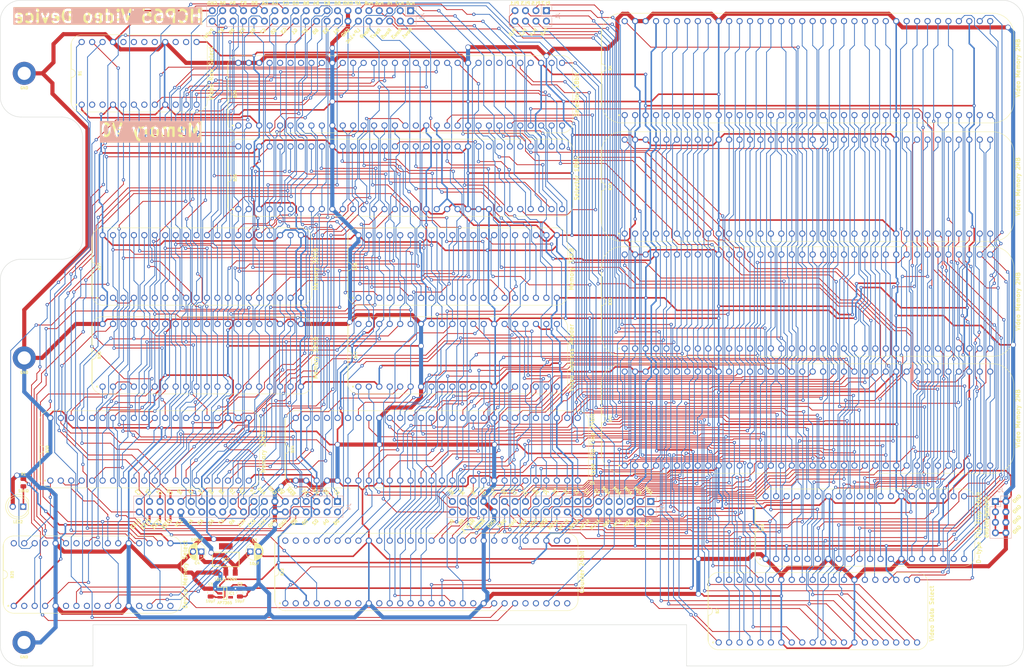
<source format=kicad_pcb>
(kicad_pcb (version 20240108) (generator "pcbnew") (generator_version "8.0")
  (title_block (title "HCP65 Video Memoy") (date "2024-08-26") (rev "V0"))
  (layers (0 "F.Cu" signal) (31 "B.Cu" signal) (36 "B.SilkS" user "B.Silkscreen") (37 "F.SilkS" user "F.Silkscreen") (38 "B.Mask" user) (39 "F.Mask" user) (44 "Edge.Cuts" user))
  (net 0 "")
  (net 1 "/Pixel CLK_{2}")
  (net 2 "/~{Pixel CLK}_{2}")
  (net 3 "/5V")
  (net 4 "/Pixel CLK_{1}")
  (net 5 "/GND")
  (net 6 "/D7")
  (net 7 "/D6")
  (net 8 "/Memory Frame")
  (net 10 "/D5")
  (net 11 "/D4")
  (net 12 "/D3")
  (net 13 "/D2")
  (net 14 "/D1")
  (net 15 "/D0")
  (net 16 "/3.3V")
  (net 17 "/~{Pixel CLK}_{1}")
  (net 19 "/Pixel CLK_{3}")
  (net 20 "/~{Pixel CLK}_{3}")
  (net 21 "/A11")
  (net 22 "/A10")
  (net 23 "/A9")
  (net 24 "/A8")
  (net 25 "/A7")
  (net 26 "/A6")
  (net 27 "/A5")
  (net 28 "/A4")
  (net 29 "/A3")
  (net 30 "/A2")
  (net 31 "/A1")
  (net 32 "/A0")
  (net 33 "/12V")
  (net 35 "Net-(LED2-K)")
  (net 36 "/~{Reset}")
  (net 37 "/Pixel CLK_{0}")
  (net 38 "/~{Pixel CLK}_{0}")
  (net 43 "/~{WD}")
  (net 44 "/A14")
  (net 45 "/A13")
  (net 46 "/A12")
  (net 47 "/Row0")
  (net 48 "/C0")
  (net 49 "/C1")
  (net 50 "/C2")
  (net 51 "/C3")
  (net 52 "/C4")
  (net 53 "/C5")
  (net 54 "/C6")
  (net 55 "/C7")
  (net 56 "/C8")
  (net 57 "/C9")
  (net 58 "/C10")
  (net 59 "/C11")
  (net 60 "/C12")
  (net 61 "/A16")
  (net 62 "/~{RD}")
  (net 63 "/A15")
  (net 64 "/~{Device RAM}")
  (net 65 "/C13")
  (net 66 "/C14")
  (net 67 "/C15")
  (net 68 "/C16")
  (net 69 "/C17")
  (net 70 "/C18")
  (net 71 "/C19")
  (net 72 "/C20")
  (net 73 "/Advance Pixel")
  (net 74 "/Read Address Bank")
  (net 75 "/Read Address High")
  (net 76 "/Read Address Low")
  (net 77 "/Row1")
  (net 78 "/~{Memory Frame}")
  (net 79 "/~{Memory A}")
  (net 80 "/~{Memory B}")
  (net 84 "/A20_{M}")
  (net 85 "/A19_{M}")
  (net 86 "/A18_{M}")
  (net 87 "/A17_{M}")
  (net 88 "/A16_{M}")
  (net 89 "/A15_{M}")
  (net 90 "/A14_{M}")
  (net 91 "/A13_{M}")
  (net 92 "/A12_{M}")
  (net 93 "/A11_{M}")
  (net 94 "/A10_{M}")
  (net 95 "/A9_{M}")
  (net 96 "/A8_{M}")
  (net 97 "/A7_{M}")
  (net 98 "/A6_{M}")
  (net 99 "/D7_{M}")
  (net 100 "/D6_{M}")
  (net 101 "/D5_{M}")
  (net 102 "/D4_{M}")
  (net 103 "/D3_{M}")
  (net 104 "/D2_{M}")
  (net 105 "/D1_{M}")
  (net 106 "/D0_{M}")
  (net 107 "/~{RD}_{M}")
  (net 108 "/~{WD}_{M}")
  (net 109 "/A5_{M}")
  (net 110 "/A4_{M}")
  (net 111 "/A3_{M}")
  (net 112 "/A2_{M}")
  (net 113 "/A1_{M}")
  (net 114 "/A0_{M}")
  (net 115 "/Row2")
  (net 116 "/Row3")
  (net 117 "/Row4")
  (net 118 "/VA0")
  (net 119 "/VA1")
  (net 120 "/VA2")
  (net 121 "/VA3")
  (net 122 "/VA4")
  (net 123 "/VA5")
  (net 124 "/VA6")
  (net 125 "/VA7")
  (net 126 "/VA8")
  (net 127 "/VA9")
  (net 128 "/VA10")
  (net 129 "/VA11")
  (net 130 "/VA12")
  (net 131 "/VA13")
  (net 132 "/VA14")
  (net 133 "/VA15")
  (net 134 "/VA16")
  (net 135 "/VA17")
  (net 136 "/VA18")
  (net 137 "/VA19")
  (net 138 "/VA20")
  (net 142 "/Row5")
  (net 143 "/Row6")
  (net 144 "/Row7")
  (net 145 "/Row8")
  (net 146 "/Row9")
  (net 147 "/VPD0 _{CYCLE 2}")
  (net 148 "/VPD1 _{CYCLE 2}")
  (net 149 "/VPD2 _{CYCLE 2}")
  (net 150 "/VPD3 _{CYCLE 2}")
  (net 151 "/Row Address ~{OE}")
  (net 152 "/Row Address ~{WE}")
  (net 153 "/RA14")
  (net 154 "/RA13")
  (net 155 "/RA12")
  (net 156 "/RA11")
  (net 157 "/RA10")
  (net 158 "/RA9")
  (net 159 "/RA8")
  (net 160 "/RA7")
  (net 161 "/RA6")
  (net 162 "/RA5")
  (net 163 "/RA4")
  (net 164 "/RA3")
  (net 165 "/RA2")
  (net 166 "/RA1")
  (net 167 "/RA0")
  (net 168 "/VPD4 _{CYCLE 2}")
  (net 169 "/VPD5 _{CYCLE 2}")
  (net 172 "/VPD6 _{CYCLE 2}")
  (net 173 "/LA1")
  (net 174 "/LA0")
  (net 175 "/VPD7 _{CYCLE 2}")
  (net 176 "/VGD0 _{CYCLE 2}")
  (net 177 "/VGD1 _{CYCLE 2}")
  (net 178 "/VPD0")
  (net 179 "/VPD1")
  (net 180 "/VGD2 _{CYCLE 2}")
  (net 181 "/VPD2")
  (net 182 "/VPD3")
  (net 183 "/VPD4")
  (net 184 "/VPD5")
  (net 185 "/VPD6")
  (net 186 "/VPD7")
  (net 187 "/VGD3 _{CYCLE 2}")
  (net 188 "/VGD4 _{CYCLE 2}")
  (net 189 "/VGD5 _{CYCLE 2}")
  (net 190 "/VGD6 _{CYCLE 2}")
  (net 191 "/VGD7 _{CYCLE 2}")
  (net 192 "/VGD0")
  (net 193 "/VGD1")
  (net 194 "/VGD2")
  (net 195 "/VGD3")
  (net 196 "/VGD4")
  (net 197 "/VGD5")
  (net 198 "/VGD6")
  (net 199 "/VGD7")
  (net 200 "/Row Data 7")
  (net 201 "/Row Data 6")
  (net 202 "/Row Data 5")
  (net 203 "/Row Data 4")
  (net 204 "/Row Data 3")
  (net 205 "/Row Data 2")
  (net 206 "/Row Data 1")
  (net 207 "/Load Address High")
  (net 208 "/Load Address Bank")
  (net 209 "/Load Address Low")
  (net 210 "/Row Data 0")
  (net 211 "/(~{RD}·~{WD})+~{Device RAM 0}")
  (net 212 "/(~{RD}·~{WD})+~{Device RAM 1}")
  (net 214 "/~{WD}+~{Device RAM 3}")
  (net 215 "/~{WD}+~{Device RAM 2}")
  (net 216 "/~{WD}+~{Device RAM 1}")
  (net 217 "/~{RD}+~{Device RAM 3}")
  (net 218 "/~{RD}+~{Device RAM 2}")
  (net 219 "/~{RD}+~{Device RAM 1}")
  (net 220 "/~{Device RAM 0}")
  (net 221 "/(~{RD}·~{WD})+~{Device RAM 3}")
  (net 222 "/(~{RD}·~{WD})+~{Device RAM 2}")
  (net 224 "/Last Pixel+1 _{HALF CYCLE}")
  (net 225 "/Palette14")
  (net 226 "/Palette13")
  (net 227 "/Palette12")
  (net 228 "/Palette11")
  (net 229 "/Palette10")
  (net 230 "/Palette9")
  (net 231 "/Palette8")
  (net 232 "/Palette7")
  (net 233 "/Palette6")
  (net 234 "/Palette5")
  (net 235 "/Palette4")
  (net 236 "/Palette3")
  (net 237 "/Palette2")
  (net 238 "/Palette1")
  (net 239 "/Palette0")
  (net 240 "/Blue0")
  (net 241 "/Blue1")
  (net 242 "/Blue2")
  (net 243 "/Blue3")
  (net 244 "/Blue4")
  (net 245 "/Blue5")
  (net 246 "/Blue6")
  (net 247 "/Blue7")
  (net 254 "/Green0")
  (net 255 "/Green1")
  (net 256 "/Green2")
  (net 257 "/Green3")
  (net 258 "/Green4")
  (net 259 "/Green5")
  (net 260 "/Green6")
  (net 261 "/Green7")
  (net 262 "/Red0")
  (net 263 "/Red1")
  (net 264 "/Red2")
  (net 265 "/Red3")
  (net 266 "/Red4")
  (net 267 "/Red5")
  (net 268 "/Red6")
  (net 269 "/Red7")
  (net 279 "/DP1")
  (net 280 "/~{EG1}")
  (net 281 "/~{EP0}")
  (net 282 "/DP7")
  (net 291 "/PL2")
  (net 292 "/PL4")
  (net 293 "/PL7")
  (net 294 "/PL6")
  (net 295 "/PL5")
  (net 296 "/PL1")
  (net 297 "/PL3")
  (net 298 "/PL0")
  (net 299 "/Palette Write")
  (net 300 "/~{EG0}")
  (net 301 "/DP6")
  (net 302 "/DP5")
  (net 303 "/DP0")
  (net 304 "/DP2")
  (net 305 "/~{CS Memory B}")
  (net 306 "/DP3")
  (net 307 "/DP4")
  (net 308 "/~{EP1}")
  (footprint "SamacSys_Parts:CP_Radial_D4.0mm_P2.00mm" (layer "F.Cu") (at 30.9118 -22.733)
    (property "Reference" "C3")
    (property "Value" "10μF")
  )
  (footprint "HCP65_Parts:HCP65_Video_Memory_2MB" (layer "F.Cu") (at 121.9708 -128.905 90)
    (property "Reference" "B4")
    (property "Value" "Video Memory 2MB" (hide yes))
  )
  (footprint "HCP65_Parts:HCP65_Video_Device_RAM_Select" (layer "F.Cu") (at -26.6192 -9.525 90)
    (property "Reference" "B25")
    (property "Value" "Device Memory Select" (hide yes))
  )
  (footprint "HCP65_Parts:HCP65_Video_Memory_2MB" (layer "F.Cu") (at 121.9708 -43.654 90)
    (property "Reference" "B31")
    (property "Value" "Video Memory 2MB" (hide yes))
  )
  (footprint "NetTie:NetTie-2_SMD_Pad0.5mm" (layer "F.Cu") (at 6.4008 -30.869 -90)
    (property "Reference" "NT1" (hide yes))
    (property "Value" "NetTie" (hide yes))
  )
  (footprint "NetTie:NetTie-2_SMD_Pad0.5mm" (layer "F.Cu") (at 8.9408 -36.441 90)
    (property "Reference" "NT5" (hide yes))
    (property "Value" "NetTie" (hide yes))
  )
  (footprint "SamacSys_Parts:SOT95P285X130-5N" (layer "F.Cu") (at 24.8178 -12.573)
    (property "Reference" "IC1")
    (property "Value" "AP7365-33WG-7" (hide yes))
  )
  (footprint "SamacSys_Parts:CP_Radial_D4.0mm_P2.00mm" (layer "F.Cu") (at 18.9738 -22.733 180)
    (property "Reference" "C4")
    (property "Value" "100μF")
  )
  (footprint "NetTie:NetTie-2_SMD_Pad0.5mm" (layer "F.Cu") (at 8.9408 -30.869 -90)
    (property "Reference" "NT2" (hide yes))
    (property "Value" "NetTie" (hide yes))
  )
  (footprint "SamacSys_Parts:C_0805" (layer "F.Cu") (at 21.2598 -12.744)
    (property "Reference" "C1")
    (property "Value" "10µF")
  )
  (footprint "HCP65_Parts:HCP65_Memory_32KB_With_Latch" (layer "F.Cu") (at 57.2008 -84.455 90)
    (property "Reference" "B28")
    (property "Value" "Memory 32KB" (hide yes))
  )
  (footprint "HCP65_Parts:HCP65_MountingHole_M3_" (layer "F.Cu") (at -24.0792 -139.065)
    (property "Reference" "H19" (hide yes))
    (property "Value" "MountingHole_Pad")
  )
  (footprint "HCP65_Parts:HCP65_Selector_18bit" (layer "F.Cu") (at 27.9908 -106.045 90)
    (property "Reference" "B35")
    (property "Value" "Selector 18bit" (hide yes))
  )
  (footprint "HCP65_Parts:HCP65_MountingHole_M3_" (layer "F.Cu") (at -24.13 -0.635)
    (property "Reference" "H9" (hide yes))
    (property "Value" "MountingHole_Pad")
  )
  (footprint "HCP65_Parts:HCP65_Video_Row_Select" (layer "F.Cu") (at -10.1092 -131.445 90)
    (property "Reference" "B1")
    (property "Value" "Video Row Select" (hide yes))
  )
  (footprint "SamacSys_Parts:R_0805" (layer "F.Cu") (at -24.2824 -39.5224)
    (property "Reference" "R1")
    (property "Value" "10KΩ")
  )
  (footprint "HCP65_Parts:HCP65_Video_Memory_2MB" (layer "F.Cu") (at 121.9708 -72.136 90)
    (property "Reference" "B32")
    (property "Value" "Video Memory 2MB" (hide yes))
  )
  (footprint "HCP65_Parts:HCP65_D_Flip_Flop_24bit" (layer "F.Cu") (at 41.9608 -40.005 90)
    (property "Reference" "B24")
    (property "Value" "D-type Flip Flop 24bit" (hide yes))
  )
  (footprint "NetTie:NetTie-2_SMD_Pad0.5mm" (layer "F.Cu") (at 11.4808 -36.441 90)
    (property "Reference" "NT3" (hide yes))
    (property "Value" "NetTie" (hide yes))
  )
  (footprint "SamacSys_Parts:C_0805" (layer "F.Cu") (at 28.3718 -12.744)
    (property "Reference" "C2")
    (property "Value" "10µF")
  )
  (footprint "HCP65_Parts:HCP65_Video_Memory_2MB" (layer "F.Cu") (at 121.9708 -100.076 90)
    (property "Reference" "B18")
    (property "Value" "Video Memory 2MB" (hide yes))
  )
  (footprint "HCP65_Parts:HCP65_Video_Address_Reader" (layer "F.Cu") (at 57.2008 -62.865 90)
    (property "Reference" "B17")
    (property "Value" "Video Address Reader" (hide yes))
  )
  (footprint "HCP65_Parts:HCP65_Video_Data_Select" (layer "F.Cu") (at 144.8308 -0.635 90)
    (property "Reference" "B2")
    (property "Value" "Video Data Select" (hide yes))
  )
  (footprint "HCP65_Parts:HCP65_Counter_24bit" (layer "F.Cu") (at 39.4208 -10.16 90)
    (property "Reference" "B22")
    (property "Value" "Counter 24bit" (hide yes))
  )
  (footprint "HCP65_Parts:HCP65_Selector_18bit" (layer "F.Cu") (at 27.9908 -126.365 90)
    (property "Reference" "B29")
    (property "Value" "Selector 18bit" (hide yes))
  )
  (footprint "HCP65_Parts:HCP65_MountingHole_M3_" (layer "F.Cu") (at -24.0792 -69.85)
    (property "Reference" "H1" (hide yes))
    (property "Value" "MountingHole_Pad")
  )
  (footprint "HCP65_Parts:HCP65_Memory_32KB_With_Latch" (layer "F.Cu") (at -17.7292 -40.005 90)
    (property "Reference" "B30")
    (property "Value" "Memory 32KB" (hide yes))
  )
  (footprint "NetTie:NetTie-2_SMD_Pad0.5mm" (layer "F.Cu") (at 11.4808 -30.869 -90)
    (property "Reference" "NT4" (hide yes))
    (property "Value" "NetTie" (hide yes))
  )
  (footprint "HCP65_Parts:HCP65_D_Flip_Flop_16bit" (layer "F.Cu") (at 156.2608 -20.955 90)
    (property "Reference" "B19")
    (property "Value" "D-type Flip Flop 16bit" (hide yes))
  )
  (footprint "SamacSys_Parts:LD1117S33C" (layer "F.Cu") (at 24.9428 -20.828)
    (property "Reference" "IC2")
    (property "Value" "LD1117S50C" (hide yes))
  )
  (footprint "HCP65_Parts:HCP65_Memory_32KB_With_Latch" (layer "F.Cu") (at -5.0292 -84.455 90)
    (property "Reference" "B27")
    (property "Value" "Memory 32KB" (hide yes))
  )
  (footprint "SamacSys_Parts:LED_D5.0mm" (layer "F.Cu") (at -24.3332 -33.655 180)
    (property "Reference" "LED2")
    (property "Value" "Red")
  )
  (footprint "HCP65_Parts:HCP65_Memory_32KB_With_Latch" (layer "F.Cu") (at -5.0292 -62.865 90)
    (property "Reference" "B33")
    (property "Value" "Memory 32KB" (hide yes))
  )
  (footprint "Connector_PinSocket_2.54mm:PinSocket_2x20_P2.54mm_Vertical" (layer "B.Cu") (at 69.9008 -154.305 90)
    (property "Reference" "J3")
    (property "Value" "Conn_01x12_Pin")
  )
  (footprint "Connector_PinSocket_2.54mm:PinSocket_2x04_P2.54mm_Vertical" (layer "B.Cu") (at 212.1408 -34.925 180)
    (property "Reference" "J5")
    (property "Value" "Conn_01x08_Pin")
  )
  (footprint "Connector_PinSocket_2.54mm:PinSocket_2x04_P2.54mm_Vertical" (layer "B.Cu") (at 102.9208 -154.305 90)
    (property "Reference" "J1")
    (property "Value" "Conn_01x08_Pin")
  )
  (footprint "Connector_PinSocket_2.54mm:PinSocket_2x20_P2.54mm_Vertical" (layer "B.Cu") (at 128.3208 -34.925 90)
    (property "Reference" "J2")
    (property "Value" "Conn_01x40_Pin")
  )
  (footprint "Connector_PinSocket_2.54mm:PinSocket_2x20_P2.54mm_Vertical" (layer "B.Cu") (at 52.1208 -34.925 90)
    (property "Reference" "J4")
    (property "Value" "Conn_01x12_Pin")
  )
  (gr_arc (start 213.918799 -156.845) (mid 217.510902 -155.357103) (end 218.998799 -151.765) (stroke (width 0.1)) (layer "Edge.Cuts"))
  (gr_arc (start -29.9292 -88.773) (mid -28.441303 -92.365102) (end -24.849201 -93.852999) (stroke (width 0.1)) (layer "Edge.Cuts"))
  (gr_line (start -7.366 5.08) (end -7.366 -4.953) (stroke (width 0.1)) (layer "Edge.Cuts"))
  (gr_arc (start -24.849201 -128.433102) (mid -28.441302 -129.921) (end -29.9292 -133.513101) (stroke (width 0.1)) (layer "Edge.Cuts"))
  (gr_line (start -29.9292 -151.765) (end -29.9292 -133.513101) (stroke (width 0.1)) (layer "Edge.Cuts"))
  (gr_line (start -24.849201 -128.433102) (end -14.9352 -128.433102) (stroke (width 0.1)) (layer "Edge.Cuts"))
  (gr_arc (start -24.8412 5.08) (mid -28.433302 3.592102) (end -29.9212 0) (stroke (width 0.1)) (layer "Edge.Cuts"))
  (gr_arc (start -9.855201 -98.932998) (mid -11.343099 -95.340898) (end -14.9352 -93.852999) (stroke (width 0.1)) (layer "Edge.Cuts"))
  (gr_arc (start 219.0068 0.000001) (mid 217.518902 3.592103) (end 213.9268 5.080001) (stroke (width 0.1)) (layer "Edge.Cuts"))
  (gr_line (start -7.366 5.08) (end -24.8412 5.08) (stroke (width 0.1)) (layer "Edge.Cuts"))
  (gr_arc (start -29.9292 -151.765) (mid -28.441302 -155.357102) (end -24.8492 -156.845) (stroke (width 0.1)) (layer "Edge.Cuts"))
  (gr_line (start -29.9212 0) (end -29.9292 -88.773) (stroke (width 0.1)) (layer "Edge.Cuts"))
  (gr_line (start 137.0208 5.08) (end 137.0208 -4.953) (stroke (width 0.1)) (layer "Edge.Cuts"))
  (gr_line (start -24.849201 -93.852999) (end -14.9352 -93.852999) (stroke (width 0.1)) (layer "Edge.Cuts"))
  (gr_line (start 213.9268 5.080001) (end 137.0208 5.08) (stroke (width 0.1)) (layer "Edge.Cuts"))
  (gr_line (start 213.918799 -156.845) (end -24.8492 -156.845) (stroke (width 0.1)) (layer "Edge.Cuts"))
  (gr_arc (start -14.9352 -128.433102) (mid -11.343097 -126.945205) (end -9.855201 -123.353103) (stroke (width 0.1)) (layer "Edge.Cuts"))
  (gr_line (start 219.0068 0.000001) (end 218.998799 -151.765) (stroke (width 0.1)) (layer "Edge.Cuts"))
  (gr_line (start -9.855201 -98.932998) (end -9.855201 -123.353103) (stroke (width 0.1)) (layer "Edge.Cuts"))
  (gr_line (start 137.0208 -4.953) (end -7.366 -4.953) (stroke (width 0.1)) (layer "Edge.Cuts"))
  (gr_text "Memory V0" (at 6.6548 -123.444 -0) (layer "B.SilkS" knockout) (effects (font (size 3 3) (thickness 0.6) (bold yes)) (justify bottom mirror)))
  (gr_text "HCP65 Video Device" (at -3.7592 -151.13 -0) (layer "B.SilkS" knockout) (effects (font (size 3 3) (thickness 0.6) (bold yes)) (justify bottom mirror)))
  (gr_text "~{R}M" (at 100.5078 -36.195 315) (layer "F.SilkS") (effects (font (size 0.8 0.8) (thickness 0.2) (bold yes)) (justify left bottom mirror)))
  (gr_text "A9" (at 26.7208 -30.861 45) (layer "F.SilkS") (effects (font (size 0.8 0.8) (thickness 0.2) (bold yes)) (justify left top mirror)))
  (gr_text "D7" (at 90.2208 -36.195 315) (layer "F.SilkS") (effects (font (size 0.8 0.8) (thickness 0.2) (bold yes)) (justify left bottom mirror)))
  (gr_text "GND" (at 209.9818 -32.385 270) (layer "F.SilkS") (effects (font (size 0.8 0.8) (thickness 0.2) (bold yes)) (justify mirror)))
  (gr_text "LP+1_{HC}" (at 57.2008 -150.241 45) (layer "F.SilkS") (effects (font (size 0.8 0.8) (thickness 0.2) (bold yes)) (justify left top mirror)))
  (gr_text "C3" (at 3.8608 -36.195 315) (layer "F.SilkS") (effects (font (size 0.8 0.8) (thickness 0.2) (bold yes)) (justify left bottom mirror)))
  (gr_text "RL" (at 80.0608 -30.861 45) (layer "F.SilkS") (effects (font (size 0.8 0.8) (thickness 0.2) (bold yes)) (justify left top mirror)))
  (gr_text "A1M" (at 128.3208 -30.861 45) (layer "F.SilkS") (effects (font (size 0.8 0.8) (thickness 0.2) (bold yes)) (justify left top mirror)))
  (gr_text "D5" (at 49.5808 -36.322 315) (layer "F.SilkS") (effects (font (size 0.8 0.8) (thickness 0.2) (bold yes)) (justify left bottom mirror)))
  (gr_text "A11" (at 29.2608 -30.861 45) (layer "F.SilkS") (effects (font (size 0.8 0.8) (thickness 0.2) (bold yes)) (justify left top mirror)))
  (gr_text "Memory V0" (at 6.6548 -123.444 0) (layer "F.SilkS" knockout) (effects (font (size 3 3) (thickness 0.6) (bold yes)) (justify bottom)))
  (gr_text "G4" (at 36.8808 -156.083 0) (layer "F.SilkS") (effects (font (size 0.8 0.8) (thickness 0.2) (bold yes)) (justify mirror)))
  (gr_text "PL3" (at 97.8408 -156.083 0) (layer "F.SilkS") (effects (font (size 0.8 0.8) (thickness 0.2) (bold yes)) (justify mirror)))
  (gr_text "R5" (at 26.7208 -150.241 45) (layer "F.SilkS") (effects (font (size 0.8 0.8) (thickness 0.2) (bold yes)) (justify left top mirror)))
  (gr_text "PL2" (at 97.8408 -150.241 45) (layer "F.SilkS") (effects (font (size 0.8 0.8) (thickness 0.2) (bold yes)) (justify left top mirror)))
  (gr_text "14" (at 31.8008 -36.322 315) (layer "F.SilkS") (effects (font (size 0.8 0.8) (thickness 0.2) (bold yes)) (justify left bottom mirror)))
  (gr_text "B2" (at 49.5808 -156.083 0) (layer "F.SilkS") (effects (font (size 0.8 0.8) (thickness 0.2) (bold yes)) (justify mirror)))
  (gr_text "R2" (at 29.2608 -156.083 0) (layer "F.SilkS") (effects (font (size 0.8 0.8) (thickness 0.2) (bold yes)) (justify mirror)))
  (gr_text "r4" (at 64.8208 -156.083 0) (layer "F.SilkS") (effects (font (size 0.8 0.8) (thickness 0.2) (bold yes)) (justify mirror)))
  (gr_text "C0" (at 11.6078 -36.195 315) (layer "F.SilkS") (effects (font (size 0.8 0.8) (thickness 0.2) (bold yes)) (justify left bottom mirror)))
  (gr_text "GND" (at 209.9818 -29.845 270) (layer "F.SilkS") (effects (font (size 0.8 0.8) (thickness 0.2) (bold yes)) (justify mirror)))
  (gr_text "R7" (at 24.1808 -150.241 45) (layer "F.SilkS") (effects (font (size 0.8 0.8) (thickness 0.2) (bold yes)) (justify left top mirror)))
  (gr_text "PL1" (at 95.1738 -156.083 0) (layer "F.SilkS") (effects (font (size 0.8 0.8) (thickness 0.2) (bold yes)) (justify mirror)))
  (gr_text "D7" (at 52.1208 -36.195 315) (layer "F.SilkS") (effects (font (size 0.8 0.8) (thickness 0.2) (bold yes)) (justify left bottom mirror)))
  (gr_text "MF" (at 85.2678 -36.195 315) (layer "F.SilkS") (effects (font (size 0.8 0.8) (thickness 0.2) (bold yes)) (justify left bottom mirror)))
  (gr_text "~{Reset}" (at 87.6808 -30.861 45) (layer "F.SilkS") (effects (font (size 0.8 0.8) (thickness 0.2) (bold yes)) (justify left top mirror)))
  (gr_text "Row9" (at 59.7408 -150.368 45) (layer "F.SilkS") (effects (font (size 0.8 0.8) (thickness 0.2) (bold yes)) (justify left top mirror)))
  (gr_text "GND" (at 39.4208 -30.861 45) (layer "F.SilkS") (effects (font (size 0.8 0.8) (thickness 0.2) (bold yes)) (justify left top mirror)))
  (gr_text "G6" (at 34.4678 -156.083 0) (layer "F.SilkS") (effects (font (size 0.8 0.8) (thickness 0.2) (bold yes)) (justify mirror)))
  (gr_text "12V" (at 14.0208 -30.861 45) (layer "F.SilkS") (effects (font (size 0.8 0.8) (thickness 0.2) (bold yes)) (justify left top mirror)))
  (gr_text "D4" (at 49.5808 -30.861 45) (layer "F.SilkS") (effects (font (size 0.8 0.8) (thickness 0.2) (bold yes)) (justify left top mirror)))
  (gr_text "GND" (at 216.0778 -27.432 45) (layer "F.SilkS") (effects (font (size 0.8 0.8) (thickness 0.2) (bold yes)) (justify right top mirror)))
  (gr_text "A8" (at 24.1808 -36.322 315) (layer "F.SilkS") (effects (font (size 0.8 0.8) (thickness 0.2) (bold yes)) (justify left bottom mirror)))
  (gr_text "GND" (at 209.9818 -27.305 270) (layer "F.SilkS") (effects (font (size 0.8 0.8) (thickness 0.2) (bold yes)) (justify mirror)))
  (gr_text "R4" (at 26.5938 -156.083 0) (layer "F.SilkS") (effects (font (size 0.8 0.8) (thickness 0.2) (bold yes)) (justify mirror)))
  (gr_text "14" (at 110.4138 -36.322 315) (layer "F.SilkS") (effects (font (size 0.8 0.8) (thickness 0.2) (bold yes)) (justify left bottom mirror)))
  (gr_text "12" (at 113.0808 -36.322 315) (layer "F.SilkS") (effects (font (size 0.8 0.8) (thickness 0.2) (bold yes)) (justify left bottom mirror)))
  (gr_text "~{RAM}" (at 41.3258 -35.941 315) (layer "F.SilkS") (effects (font (size 0.8 0.8) (thickness 0.2) (bold yes)) (justify left bottom mirror)))
  (gr_text "A16" (at 34.2138 -36.322 315) (layer "F.SilkS") (effects (font (size 0.8 0.8) (thickness 0.2) (bold yes)) (justify left bottom mirror)))
  (gr_text "RB" (at 82.6008 -30.861 45) (layer "F.SilkS") (effects (font (size 0.8 0.8) (thickness 0.2) (bold yes)) (justify left top mirror)))
  (gr_text "D6" (at 52.1208 -30.861 45) (layer "F.SilkS") (effects (font (size 0.8 0.8) (thickness 0.2) (bold yes)) (justify left top mirror)))
  (gr_text "C1" (at 9.0678 -36.195 315) (layer "F.SilkS") (effects (font (size 0.8 0.8) (thickness 0.2) (bold yes)) (justify left bottom mirror)))
  (gr_text "Row3" (at 67.3608 -150.241 45) (layer "F.SilkS") (effects (font (size 0.8 0.8) (thickness 0.2) (bold yes)) (justify left top mirror)))
  (gr_text "~{CLK2}" (at 6.4008 -30.861 45) (layer "F.SilkS") (effects (font (size 0.8 0.8) (thickness 0.2) (bold yes)) (justify left top mirror)))
  (gr_text "A17M" (at 108.0008 -30.861 45) (layer "F.SilkS") (effects (font (size 0.8 0.8) (thickness 0.2) (bold yes)) (justify left top mirror)))
  (gr_text "G1" (at 41.9608 -150.241 45) (layer "F.SilkS") (effects (font (size 0.8 0.8) (thickness 0.2) (bold yes)) (justify left top mirror)))
  (gr_text "D6M" (at 92.7608 -30.861 45) (layer "F.SilkS") (effects (font (size 0.8 0.8) (thickness 0.2) (bold yes)) (justify left top mirror)))
  (gr_text "AP" (at 57.0738 -156.083 0) (layer "F.SilkS") (effects (font (size 0.8 0.8) (thickness 0.2) (bold yes)) (justify mirror)))
  (gr_text "G5" (at 36.8808 -150.241 45) (layer "F.SilkS") (effects (font (size 0.8 0.8) (thickness 0.2) (bold yes)) (justify left top mirror)))
  (gr_text "A15" (at 34.3408 -30.861 45) (layer "F.SilkS") (effects (font (size 0.8 0.8) (thickness 0.2) (bold yes)) (justify left top mirror)))
  (gr_text "A7" (at 24.1808 -30.861 45) (layer "F.SilkS") (effects (font (size 0.8 0.8) (thickness 0.2) (bold yes)) (justify left top mirror)))
  (gr_text "D3" (at 47.1678 -36.322 315) (layer "F.SilkS") (effects (font (size 0.8 0.8) (thickness 0.2) (bold yes)) (justify left bottom mirror)))
  (gr_text "A13" (at 31.8008 -30.861 45) (layer "F.SilkS") (effects (font (size 0.8 0.8) (thickness 0.2) (bold yes)) (justify left top mirror)))
  (gr_text "GND" (at 216.0778 -34.925 45) (layer "F.SilkS") (effects (font (size 0.8 0.8) (thickness 0.2) (bold yes)) (justify right top mirror)))
  (gr_text "B6" (at 44.5008 -156.083 0) (layer "F.SilkS") (effects (font (size 0.8 0.8) (thickness 0.2) (bold yes)) (justify mirror)))
  (gr_text "10" (at 26.8478 -36.322 315) (layer "F.SilkS") (effects (font (size 0.8 0.8) (thickness 0.2) (bold yes)) (justify left bottom mirror)))
  (gr_text "D0" (at 44.5008 -30.861 45) (layer "F.SilkS") (effects (font (size 0.8 0.8) (thickness 0.2) (bold yes)) (justify left top mirror)))
  (gr_text "A11M" (at 115.6208 -30.861 45) (layer "F.SilkS") (effects (font (size 0.8 0.8) (thickness 0.2) (bold yes)) (justify left top mirror)))
  (gr_text "G0" (at 41.9608 -156.083 0) (layer "F.SilkS") (effects (font (size 0.8 0.8) (thickness 0.2) (bold yes)) (justify mirror)))
  (gr_text "A2M" (at 125.7808 -36.322 315) (layer "F.SilkS") (effects (font (size 0.8 0.8) (thickness 0.2) (bold yes)) (justify left bottom mirror)))
  (gr_text "G3" (at 39.4208 -150.368 45) (layer "F.SilkS") (effects (font (size 0.8 0.8) (thickness 0.2) (bold yes)) (justify left top mirror)))
  (gr_text "16" (at 108.0008 -36.322 315) (layer "F.SilkS") (effects (font (size 0.8 0.8) (thickness 0.2) (bold yes)) (justify left bottom mirror)))
  (gr_text "D5" (at 92.8878 -36.195 315) (layer "F.SilkS") (effects (font (size 0.8 0.8) (thickness 0.2) (bold yes)) (justify left bottom mirror)))
  (gr_text "GND" (at 21.6408 -156.083 0) (layer "F.SilkS") (effects (font (size 0.8 0.8) (thickness 0.2) (bold yes)) (justify mirror)))
  (gr_text "~{WD}M" (at 102.9208 -30.861 45) (layer "F.SilkS") (effects (font (size 0.8 0.8) (thickness 0.2) (bold yes)) (justify left top mirror)))
  (gr_text "R1" (at 31.8008 -150.241 45) (layer "F.SilkS") (effects (font (size 0.8 0.8) (thickness 0.2) (bold yes)) (justify left top mirror)))
  (gr_text "rw8" (at 59.7408 -156.083 0) (layer "F.SilkS") (effects (font (size 0.8 0.8) (thickness 0.2) (bold yes)) (justify mirror)))
  (gr_text "GND" (at 90.2208 -30.861 45) (layer "F.SilkS") (effects (font (size 0.8 0.8) (thickness 0.2) (bold yes)) (justify left top mirror)))
  (gr_text "A0M" (at 128.3208 -36.322 315) (layer "F.SilkS") (effects (font (size 0.8 0.8) (thickness 0.2) (bold yes)) (justify left bottom mirror)))
  (gr_text "D3" (at 95.3008 -36.195 315) (layer "F.SilkS") (effects (font (size 0.8 0.8) (thickness 0.2) (bold yes)) (justify left bottom mirror)))
  (gr_text "PL0" (at 95.3008 -150.241 45) (layer "F.SilkS") (effects (font (size 0.8 0.8) (thickness 0.2) (bold yes)) (justify left top mirror)))
  (gr_text "A5M" (at 123.2408 -30.861 45) (layer "F.SilkS") (effects (font (size 0.8 0.8) (thickness 0.2) (bold yes)) (justify left top mirror)))
  (gr_text "HCP65 Video Device" (at -3.7592 -151.13 0) (layer "F.SilkS" knockout) (effects (font (size 3 3) (thickness 0.6) (bold yes)) (justify bottom)))
  (gr_text "B0" (at 52.1208 -156.083 0) (layer "F.SilkS") (effects (font (size 0.8 0.8) (thickness 0.2) (bold yes)) (justify mirror)))
  (gr_text "~{CLK0}" (at 11.4808 -30.861 45) (layer "F.SilkS") (effects (font (size 0.8 0.8) (thickness 0.2) (bold yes)) (justify left top mirror)))
  (gr_text "GND" (at 216.0778 -32.385 45) (layer "F.SilkS") (effects (font (size 0.8 0.8) (thickness 0.2) (bold yes)) (justify right top mirror)))
  (gr_text "12" (at 29.2608 -36.322 315) (layer "F.SilkS") (effects (font (size 0.8 0.8) (thickness 0.2) (bold yes)) (justify left bottom mirror)))
  (gr_text "10" (at 115.4938 -36.322 315) (layer "F.SilkS") (effects (font (size 0.8 0.8) (thickness 0.2) (bold yes)) (justify left bottom mirror)))
  (gr_text "~{Mem A}" (at 85.1408 -30.861 45) (layer "F.SilkS") (effects (font (size 0.8 0.8) (thickness 0.2) (bold yes)) (justify left top mirror)))
  (gr_text "GD" (at 87.8078 -36.195 315) (layer "F.SilkS") (effects (font (size 0.8 0.8) (thickness 0.2) (bold yes)) (justify left bottom mirror)))
  (gr_text "~{RD}" (at 41.9608 -30.861 45) (layer "F.SilkS") (effects (font (size 0.8 0.8) (thickness 0.2) (bold yes)) (justify left top mirror)))
  (gr_text "A0" (at 14.0208 -36.322 315) (layer "F.SilkS") (effects (font (size 0.8 0.8) (thickness 0.2) (bold yes)) (justify left bottom mirror)))
  (gr_text "PL6" (at 102.9208 -150.368 45) (layer "F.SilkS") (effects (font (size 0.8 0.8) (thickness 0.2) (bold yes)) (justify left top mirror)))
  (gr_text "PalW" (at 21.6408 -150.241 45) (layer "F.SilkS") (effects (font (size 0.8 0.8) (thickness 0.2) (bold yes)) (justify left top mirror)))
  (gr_text "R3" (at 29.2608 -150.368 45) (layer "F.SilkS") (effects (font (size 0.8 0.8) (thickness 0.2) (bold yes)) (justify left top mirror)))
  (gr_text "rw0" (at 69.9008 -156.083 0) (layer "F.SilkS") (effects (font (size 0.8 0.8) (thickness 0.2) (bold yes)) (justify mirror)))
  (gr_text "GND" (at 216.0778 -29.845 45) (layer "F.SilkS") (effects (font (size 0.8 0.8) (thickness 0.2) (bold yes)) (justify right top mirror)))
  (gr_text "GND" (at 36.8808 -36.322 315) (layer "F.SilkS") (effects (font (size 0.8 0.8) (thickness 0.2) (bold yes)) (justify left bottom mirror)))
  (gr_text "A3" (at 19.1008 -30.861 45) (layer "F.SilkS") (effects (font (size 0.8 0.8) (thickness 0.2) (bold yes)) (justify left top mirror)))
  (gr_text "Row1" (at 69.9008 -150.368 45) (layer "F.SilkS") (effects (font (size 0.8 0.8) (thickness 0.2) (bold yes)) (justify left top mirror)))
  (gr_text "B5" (at 47.0408 -150.241 45) (layer "F.SilkS") (effects (font (size 0.8 0.8) (thickness 0.2) (bold yes)) (justify left top mirror)))
  (gr_text "PL4" (at 100.3808 -150.241 45) (layer "F.SilkS") (effects (font (size 0.8 0.8) (thickness 0.2) (bold yes)) (justify left top mirror)))
  (gr_text "CLK3" (at 3.8608 -30.988 45) (layer "F.SilkS") (effects (font (size 0.8 0.8) (thickness 0.2) (bold yes)) (justify left top mirror)))
  (gr_text "GND" (at 36.8808 -30.861 45) (layer "F.SilkS") (effects (font (size 0.8 0.8) (thickness 0.2) (bold yes)) (justify left top mirror)))
  (gr_text "rw2" (at 67.2338 -156.083 0) (layer "F.SilkS") (effects (font (size 0.8 0.8) (thickness 0.2) (bold yes)) (justify mirror)))
  (gr_text "Row5" (at 64.8208 -150.241 45) (layer "F.SilkS") (effects (font (size 0.8 0.8) (thickness 0.2) (bold yes)) (justify left top mirror)))
  (gr_text "D0M" (at 100.3808 -30.861 45) (layer "F.SilkS") (effects (font (size 0.8 0.8) (thickness 0.2) (bold yes)) (justify left top mirror)))
  (gr_text "GND" (at 54.6608 -156.083 0) (layer "F.SilkS") (effects (font (size 0.8 0.8) (thickness 0.2) (bold yes)) (justify mirror)))
  (gr_text "A3M" (at 125.7808 -30.861 45) (layer "F.SilkS") (effects (font (size 0.8 0.8) (thickness 0.2) (bold yes)) (justify left top mirror)))
  (gr_text "A13M" (at 113.0808 -30.861 45) (layer "F.SilkS") (effects (font (size 0.8 0.8) (thickness 0.2) (bold yes)) (justify left top mirror)))
  (gr_text "A19M" (at 105.4608 -30.861 45) (layer "F.SilkS") (effects (font (size 0.8 0.8) (thickness 0.2) (bold yes)) (justify left top mirror)))
  (gr_text "A6" (at 21.6408 -36.322 315) (layer "F.SilkS") (effects (font (size 0.8 0.8) (thickness 0.2) (bold yes)) (justify left bottom mirror)))
  (gr_text "RH" (at 80.0608 -36.195 315) (layer "F.SilkS") (effects (font (size 0.8 0.8) (thickness 0.2) (bold yes)) (justify left bottom mirror)))
  (gr_text "A6M" (at 120.7008 -36.322 315) (layer "F.SilkS") (effects (font (size 0.8 0.8) (thickness 0.2) (bold yes)) (justify left bottom mirror)))
  (gr_text "A5" (at 21.6408 -30.861 45) (layer "F.SilkS") (effects (font (size 0.8 0.8) (thickness 0.2) (bold yes)) (justify left top mirror)))
  (gr_text "A9M" (at 118.1608 -30.861 45) (layer "F.SilkS") (effects (font (size 0.8 0.8) (thickness 0.2) (bold yes)) (justify left top mirror)))
  (gr_text "D1" (at 44.5008 -36.322 315) (layer "F.SilkS") (effects (font (size 0.8 0.8) (thickness 0.2) (bold yes)) (justify left bottom mirror)))
  (gr_text "G7" (at 34.3408 -150.241 45) (layer "F.SilkS") (effects (font (size 0.8 0.8) (thickness 0.2) (bold yes)) (justify left top mirror)))
  (gr_text "18" (at 105.4608 -36.322 315) (layer "F.SilkS") (effects (font (size 0.8 0.8) (thickness 0.2) (bold yes)) (justify left bottom mirror)))
  (gr_text "A15M" (at 110.5408 -30.861 45) (layer "F.SilkS") (effects (font (size 0.8 0.8) (thickness 0.2) (bold yes)) (justify left top mirror)))
  (gr_text "GND" (at 209.9818 -34.925 270) (layer "F.SilkS") (effects (font (size 0.8 0.8) (thickness 0.2) (bold yes)) (justify mirror)))
  (gr_text "R6" (at 24.1808 -156.083 0) (layer "F.SilkS") (effects (font (size 0.8 0.8) (thickness 0.2) (bold yes)) (justify mirror)))
  (gr_text "G2" (at 39.5478 -156.083 0) (layer "F.SilkS") (effects (font (size 0.8 0.8) (thickness 0.2) (bold yes)) (justify mirror)))
  (gr_text "PL5" (at 100.3808 -156.083 0) (layer "F.SilkS") (effects (font (size 0.8 0.8) (thickness 0.2) (bold yes)) (justify mirror)))
  (gr_text "B4" (at 46.9138 -156.083 0) (layer "F.SilkS") (effects (font (size 0.8 0.8) (thickness 0.2) (bold yes)) (justify mirror)))
  (gr_text "B1" (at 52.1208 -150.241 45) (layer "F.SilkS") (effects (font (size 0.8 0.8) (thickness 0.2) (bold yes)) (justify left top mirror)))
  (gr_text "D2" (at 47.0408 -30.861 45) (layer "F.SilkS") (effects (font (size 0.8 0.8) (thickness 0.2) (bold yes)) (justify left top mirror)))
  (gr_text "PL7" (at 102.7938 -156.083 0) (layer "F.SilkS") (effects (font (size 0.8 0.8) (thickness 0.2) (bold yes)) (justify mirror)))
  (gr_text "B3" (at 49.5808 -150.368 45) (layer "F.SilkS") (effects (font (size 0.8 0.8) (thickness 0.2) (bold yes)) (justify left top mirror)))
  (gr_text "A7M" (at 120.7008 -30.861 45) (layer "F.SilkS") (effects (font (size 0.8 0.8) (thickness 0.2) (bold yes)) (justify left top mirror)))
  (gr_text "A1" (at 16.5608 -30.861 45) (layer "F.SilkS") (effects (font (size 0.8 0.8) (thickness 0.2) (bold yes)) (justify left top mirror)))
  (gr_text "~{CLK1}" (at 8.9408 -30.861 45) (layer "F.SilkS") (effects (font (size 0.8 0.8) (thickness 0.2) (bold yes)) (justify left top mirror)))
  (gr_text "GND" (at 54.6608 -150.241 45) (layer "F.SilkS") (effects (font (size 0.8 0.8) (thickness 0.2) (bold yes)) (justify left top mirror)))
  (gr_text "A2" (at 16.6878 -36.322 315) (layer "F.SilkS") (effects (font (size 0.8 0.8) (thickness 0.2) (bold yes)) (justify left bottom mirror)))
  (gr_text "R0" (at 31.9278 -156.083 0) (layer "F.SilkS") (effects (font (size 0.8 0.8) (thickness 0.2) (bold yes)) (justify mirror)))
  (gr_text "A4M" (at 123.3678 -36.322 315) (layer "F.SilkS") (effects (font (size 0.8 0.8) (thickness 0.2) (bold yes)) (justify left bottom mirror)))
  (gr_text "MA" (at 82.6008 -36.195 315) (layer "F.SilkS") (effects (font (size 0.8 0.8) (thickness 0.2) (bold yes)) (justify left bottom mirror)))
  (gr_text "D4M" (at 95.3008 -30.861 45) (layer "F.SilkS") (effects (font (size 0.8 0.8) (thickness 0.2) (bold yes)) (justify left top mirror)))
  (gr_text "D2M" (at 97.8408 -30.861 45) (layer "F.SilkS") (effects (font (size 0.8 0.8) (thickness 0.2) (bold yes)) (justify left top mirror)))
  (gr_text "Row7" (at 62.2808 -150.241 45) (layer "F.SilkS") (effects (font (size 0.8 0.8) (thickness 0.2) (bold yes)) (justify left top mirror)))
  (gr_text "A4" (at 19.1008 -36.322 315) (layer "F.SilkS") (effects (font (size 0.8 0.8) (thickness 0.2) (bold yes)) (justify left bottom mirror)))
  (gr_text "20" (at 103.0478 -36.322 315) (layer "F.SilkS") (effects (font (size 0.8 0.8) (thickness 0.2) (bold yes)) (justify left bottom mirror)))
  (gr_text "A8M" (at 118.0338 -36.322 315) (layer "F.SilkS") (effects (font (size 0.8 0.8) (thickness 0.2) (bold yes)) (justify left bottom mirror)))
  (gr_text "D1" (at 97.8408 -36.195 315) (layer "F.SilkS") (effects (font (size 0.8 0.8) (thickness 0.2) (bold yes)) (justify left bottom mirror)))
  (gr_text "rw6" (at 62.2808 -156.083 0) (layer "F.SilkS") (effects (font (size 0.8 0.8) (thickness 0.2) (bold yes)) (justify mirror)))
  (gr_text "~{WD}" (at 38.6588 -36.322 315) (layer "F.SilkS") (effects (font (size 0.8 0.8) (thickness 0.2) (bold yes)) (justify left bottom mirror)))
  (gr_text "C2" (at 6.4008 -36.195 315) (layer "F.SilkS") (effects (font (size 0.8 0.8) (thickness 0.2) (bold yes)) (justify left bottom mirror)))
  (gr_text "B7" (at 44.5008 -150.241 45) (layer "F.SilkS") (effects (font (size 0.8 0.8) (thickness 0.2) (bold yes)) (justify left top mirror)))
  (segment (start 27.9908 -55.245) (end 26.8478 -56.388) (width 0.2) (layer "F.Cu") (net 1))
  (segment (start 36.6813 -61.3955) (end 36.6813 -64.860581) (width 0.2) (layer "F.Cu") (net 1))
  (segment (start 27.9908 -55.245) (end 29.1338 -56.388) (width 0.2) (layer "F.Cu") (net 1))
  (segment (start 26.8478 -56.388) (end 24.88785 -56.388) (width 0.2) (layer "F.Cu") (net 1))
  (segment (start 36.6813 -64.860581) (end 38.749719 -66.929) (width 0.2) (layer "F.Cu") (net 1))
  (segment (start 24.1808 -55.68095) (end 24.1808 -54.73355) (width 0.2) (layer "F.Cu") (net 1))
  (segment (start 24.88785 -56.388) (end 24.1808 -55.68095) (width 0.2) (layer "F.Cu") (net 1))
  (segment (start 24.1808 -54.73355) (end 23.54925 -54.102) (width 0.2) (layer "F.Cu") (net 1))
  (segment (start 23.54925 -54.102) (end 16.9418 -54.102) (width 0.2) (layer "F.Cu") (net 1))
  (segment (start 31.6738 -56.388) (end 36.6813 -61.3955) (width 0.2) (layer "F.Cu") (net 1))
  (segment (start 29.1338 -56.388) (end 31.6738 -56.388) (width 0.2) (layer "F.Cu") (net 1))
  (via (at 38.749719 -66.929) (size 0.8) (drill 0.4) (layers "F.Cu" "B.Cu") (net 1))
  (via (at 16.9418 -54.102) (size 0.8) (drill 0.4) (layers "F.Cu" "B.Cu") (net 1))
  (segment (start 6.4008 -34.925) (end 6.4008 -36.449) (width 0.2) (layer "B.Cu") (net 1))
  (segment (start 40.6908 -78.105) (end 40.6908 -80.137) (width 0.2) (layer "B.Cu") (net 1))
  (segment (start 38.749719 -74.512919) (end 40.6908 -76.454) (width 0.2) (layer "B.Cu") (net 1))
  (segment (start 40.6908 -97.319) (end 39.6378 -96.266) (width 0.2) (layer "B.Cu") (net 1))
  (segment (start 40.6908 -80.137) (end 39.6378 -81.19) (width 0.2) (layer "B.Cu") (net 1))
  (segment (start 8.9408 -38.989) (end 8.9408 -41.275) (width 0.2) (layer "B.Cu") (net 1))
  (segment (start 6.4008 -36.449) (end 8.9408 -38.989) (width 0.2) (layer "B.Cu") (net 1))
  (segment (start 40.6908 -76.454) (end 40.6908 -78.105) (width 0.2) (layer "B.Cu") (net 1))
  (segment (start 8.9408 -41.275) (end 15.4178 -47.752) (width 0.2) (layer "B.Cu") (net 1))
  (segment (start 38.749719 -66.929) (end 38.749719 -74.512919) (width 0.2) (layer "B.Cu") (net 1))
  (segment (start 39.6378 -81.19) (end 39.6378 -96.266) (width 0.2) (layer "B.Cu") (net 1))
  (segment (start 16.9418 -51.816) (end 16.9418 -54.102) (width 0.2) (layer "B.Cu") (net 1))
  (segment (start 40.6908 -99.695) (end 40.6908 -97.319) (width 0.2) (layer "B.Cu") (net 1))
  (segment (start 15.4178 -47.752) (end 15.4178 -50.292) (width 0.2) (layer "B.Cu") (net 1))
  (segment (start 15.4178 -50.292) (end 16.9418 -51.816) (width 0.2) (layer "B.Cu") (net 1))
  (segment (start 6.4008 -32.385) (end 6.4008 -31.369) (width 0.2) (layer "F.Cu") (net 2))
  (segment (start -15.189202 -20.954998) (end -15.189202 -20.955) (width 0.38) (layer "F.Cu") (net 3))
  (segment (start 22.4048 -11.623) (end 22.2178 -11.81) (width 0.38) (layer "F.Cu") (net 3))
  (segment (start 9.2128 -27.033) (end 4.2598 -27.033) (width 0.38) (layer "F.Cu") (net 3))
  (segment (start 24.9428 -17.628) (end 24.9428 -18.796) (width 1) (layer "F.Cu") (net 3))
  (segment (start 206.98375 -98.22095) (end 206.98375 -101.270514) (width 0.38) (layer "F.Cu") (net 3))
  (segment (start 185.597798 -24.130002) (end 185.5978 -24.13) (width 0.38) (layer "F.Cu") (net 3))
  (segment (start -26.6192 -9.525) (end -15.189202 -20.954998) (width 0.38) (layer "F.Cu") (net 3))
  (segment (start 24.6888 -13.307) (end 24.6888 -11.839) (width 0.38) (layer "F.Cu") (net 3))
  (segment (start 28.626564 -128.27) (end -8.2042 -128.27) (width 0.38) (layer "F.Cu") (net 3))
  (segment (start 44.3801 -64.0143) (end 61.1315 -64.0143) (width 0.38) (layer "F.Cu") (net 3))
  (segment (start 161.340802 -24.130002) (end 185.597798 -24.130002) (width 0.38) (layer "F.Cu") (net 3))
  (segment (start -23.030573 -39.173073) (end -24.2824 -40.4249) (width 0.38) (layer "F.Cu") (net 3))
  (segment (start -10.1092 -130.175) (end -10.1092 -131.445) (width 0.38) (layer "F.Cu") (net 3))
  (segment (start 11.4808 -24.765) (end 9.2128 -27.033) (width 0.38) (layer "F.Cu") (net 3))
  (segment (start 42.0761 -106.6917) (end 42.0761 -104.6134) (width 0.38) (layer "F.Cu") (net 3))
  (segment (start 34.5948 -107.569) (end 41.1988 -107.569) (width 0.38) (layer "F.Cu") (net 3))
  (segment (start 33.0708 -106.045) (end 34.5948 -107.569) (width 0.38) (layer "F.Cu") (net 3))
  (segment (start 100.3808 -78.105) (end 101.6508 -76.835) (width 0.38) (layer "F.Cu") (net 3))
  (segment (start 41.1988 -107.569) (end 42.0761 -106.6917) (width 0.38) (layer "F.Cu") (net 3))
  (segment (start 23.5178 -14.577) (end 23.5178 -13.523) (width 0.38) (layer "F.Cu") (net 3))
  (segment (start 20.3708 -146.685) (end 17.8308 -146.685) (width 0.38) (layer "F.Cu") (net 3))
  (segment (start 101.6508 -141.605) (end 99.1098 -144.146) (width 0.38) (layer "F.Cu") (net 3))
  (segment (start 20.3708 -146.685) (end 23.6728 -143.383) (width 0.38) (layer "F.Cu") (net 3))
  (segment (start 205.7908 -94.996) (end 205.7908 -97.028) (width 0.38) (layer "F.Cu") (net 3))
  (segment (start 161.340791 -24.129991) (end 161.340802 -24.130002) (width 0.38) (layer "F.Cu") (net 3))
  (segment (start 206.942402 -131.199295) (end 206.950697 -131.191) (width 0.38) (layer "F.Cu") (net 3))
  (segment (start 205.7908 -46.26344) (end 204.5208 -44.99344) (width 0.38) (layer "F.Cu") (net 3))
  (segment (start 105.4608 -84.455) (end 127.1216 -84.455) (width 0.38) (layer "F.Cu") (net 3))
  (segment (start 206.98375 -101.270514) (end 206.5308 -101.723464) (width 0.38) (layer "F.Cu") (net 3))
  (segment (start 37.7698 -20.066) (end 99.6188 -20.066) (width 0.38) (layer "F.Cu") (net 3))
  (segment (start 104.4448 -138.811) (end 127.0508 -138.811) (width 0.38) (layer "F.Cu") (net 3))
  (segment (start 124.5108 -24.129991) (end 161.340791 -24.129991) (width 0.38) (layer "F.Cu") (net 3))
  (segment (start 23.5458 -20.193) (end 19.8628 -20.193) (width 1) (layer "F.Cu") (net 3))
  (segment (start 43.2308 -62.865) (end 44.3801 -64.0143) (width 0.38) (layer "F.Cu") (net 3))
  (segment (start -18.826193 -32.512) (end -15.5522 -29.238007) (width 0.38) (layer "F.Cu") (net 3))
  (segment (start 205.7908 -66.514) (end 205.7908 -59.817) (width 0.38) (layer "F.Cu") (net 3))
  (segment (start 205.7908 -97.028) (end 206.98375 -98.22095) (width 0.38) (layer "F.Cu") (net 3))
  (segment (start 61.1315 -64.0143) (end 62.2808 -62.865) (width 0.38) (layer "F.Cu") (net 3))
  (segment (start 62.94271 -67.994) (end 62.63971 -67.691) (width 0.38) (layer "F.Cu") (net 3))
  (segment (start 24.6888 -11.839) (end 24.4728 -11.623) (width 0.38) (layer "F.Cu") (net 3))
  (segment (start 204.5208 -42.926) (end 199.8218 -38.227) (width 0.38) (layer "F.Cu") (net 3))
  (segment (start 131.6228 -84.455) (end 127.1216 -84.455) (width 0.38) (layer "F.Cu") (net 3))
  (segment (start 204.5208 -44.99344) (end 204.5208 -42.926) (width 0.38) (layer "F.Cu") (net 3))
  (segment (start 101.6508 -141.605) (end 104.4448 -138.811) (width 0.38) (layer "F.Cu") (net 3))
  (segment (start 101.6508 -76.835) (end 104.1739 -76.835) (width 0.38) (layer "F.Cu") (net 3))
  (segment (start 32.5638 -144.146) (end 31.8008 -143.383) (width 0.38) (layer "F.Cu") (net 3))
  (segment (start 19.8628 -20.193) (end 18.9738 -21.082) (width 1) (layer "F.Cu") (net 3))
  (segment (start -23.030573 -39.136803) (end -23.030573 -39.173073) (width 0.38) (layer "F.Cu") (net 3))
  (segment (start 30.7848 -128.651) (end 29.007564 -128.651) (width 0.38) (layer "F.Cu") (net 3))
  (segment (start 173.5328 -79.502) (end 171.6278 -81.407) (width 0.38) (layer "F.Cu") (net 3))
  (segment (start -8.2042 -128.27) (end -10.1092 -130.175) (width 0.38) (layer "F.Cu") (net 3))
  (segment (start 24.9428 -17.628) (end 24.9428 -16.002) (width 0.38) (layer "F.Cu") (net 3))
  (segment (start 23.5178 -13.523) (end 24.4728 -13.523) (width 0.38) (layer "F.Cu") (net 3))
  (segment (start 24.9428 -16.002) (end 23.5178 -14.577) (width 0.38) (layer "F.Cu") (net 3))
  (segment (start 103.8098 -67.994) (end 62.94271 -67.994) (width 0.38) (layer "F.Cu") (net 3))
  (segment (start 189.1538 -82.042) (end 184.23115 -86.96465) (width 0.38) (layer "F.Cu") (net 3))
  (segment (start 4.2598 -27.033) (end 2.054793 -29.238007) (width 0.38) (layer "F.Cu") (net 3))
  (segment (start 33.0708 -126.365) (end 30.7848 -128.651) (width 0.38) (layer "F.Cu") (net 3))
  (segment (start 127.050796 -131.199295) (end 206.942402 -131.199295) (width 0.38) (layer "F.Cu") (net 3))
  (segment (start 134.6708 -81.407) (end 131.6228 -84.455) (width 0.38) (layer "F.Cu") (net 3))
  (segment (start 18.9738 -21.082) (end 18.9738 -22.733) (width 1) (layer "F.Cu") (net 3))
  (segment (start 22.4048 -11.623) (end 23.5178 -11.623) (width 0.38) (layer "F.Cu") (net 3))
  (segment (start 104.190809 -24.129991) (end 124.5108 -24.129991) (width 0.38) (layer "F.Cu") (net 3))
  (segment (start 22.2178 -11.81) (end 21.2598 -11.81) (width 0.38) (layer "F.Cu") (net 3))
  (segment (start 24.4728 -11.623) (end 23.5178 -11.623) (width 0.38) (layer "F.Cu") (net 3))
  (segment (start 24.4728 -13.523) (end 24.6888 -13.307) (width 0.38) (layer "F.Cu") (net 3))
  (segment (start 45.6438 -41.402) (end 31.9278 -41.402) (width 0.38) (layer "F.Cu") (net 3))
  (segment (start 106.2045 -68.573) (end 104.3888 -68.573) (width 0.38) (layer "F.Cu") (net 3))
  (segment (start 2.054793 -29.238007) (end -14.074207 -29.238007) (width 0.38) (layer "F.Cu") (net 3))
  (segment (start 104.3888 -68.573) (end 103.8098 -67.994) (width 0.38) (layer "F.Cu") (net 3))
  (segment (start 198.0438 -24.13) (end 185.5978 -24.13) (width 0.38) (layer "F.Cu") (net 3))
  (segment (start 102.9208 -25.4) (end 104.190809 -24.129991) (width 0.38) (layer "F.Cu") (net 3))
  (segment (start -15.5522 -29.238007) (end -14.074207 -29.238007) (width 0.38) (layer "F.Cu") (net 3))
  (segment (start 24.9428 -16.002) (end 33.7058 -16.002) (width 0.38) (layer "F.Cu") (net 3))
  (segment (start 171.6278 -81.407) (end 134.6708 -81.407) (width 0.38) (layer "F.Cu") (net 3))
  (segment (start 205.2828 -82.042) (end 189.1538 -82.042) (width 0.38) (layer "F.Cu") (net 3))
  (segment (start 178.1048 -79.502) (end 173.5328 -79.502) (width 0.38) (layer "F.Cu") (net 3))
  (segment (start 31.9278 -41.402) (end 30.5308 -40.005) (width 0.38) (layer "F.Cu") (net 3))
  (segment (start 47.0408 -40.005) (end 45.6438 -41.402) (width 0.38) (layer "F.Cu") (net 3))
  (segment (start 24.9428 -18.796) (end 23.5458 -20.193) (width 1) (layer "F.Cu") (net 3))
  (segment (start 29.007564 -128.651) (end 28.626564 -128.27) (width 0.38) (layer "F.Cu") (net 3))
  (segment (start 184.23115 -86.96465) (end 179.47145 -86.96465) (width 0.38) (layer "F.Cu") (net 3))
  (segment (start 33.7058 -16.002) (end 37.7698 -20.066) (width 0.38) (layer "F.Cu") (net 3))
  (segment (start 99.1098 -144.146) (end 32.5638 -144.146) (width 0.38) (layer "F.Cu") (net 3))
  (segment (start 23.6728 -143.383) (end 31.8008 -143.383) (width 0.38) (layer "F.Cu") (net 3))
  (segment (start 198.4248 -24.511) (end 198.0438 -24.13) (width 0.38) (layer "F.Cu") (net 3))
  (via (at 205.7908 -46.26344) (size 0.8) (drill 0.4) (layers "F.Cu" "B.Cu") (net 3))
  (via (at 185.5978 -24.13) (size 0.8) (drill 0.4) (layers "F.Cu" "B.Cu") (net 3))
  (via (at 205.7908 -59.817) (size 0.8) (drill 0.4) (layers "F.Cu" "B.Cu") (net 3))
  (via (at -15.189202 -20.955) (size 0.8) (drill 0.4) (layers "F.Cu" "B.Cu") (net 3))
  (via (at 199.8218 -38.227) (size 0.8) (drill 0.4) (layers "F.Cu" "B.Cu") (net 3))
  (via (at 198.4248 -24.511) (size 0.8) (drill 0.4) (layers "F.Cu" "B.Cu") (net 3))
  (via (at 124.5108 -24.129991) (size 0.8) (drill 0.4) (layers "F.Cu" "B.Cu") (net 3))
  (via (at 31.8008 -143.383) (size 0.8) (drill 0.4) (layers "F.Cu" "B.Cu") (net 3))
  (via (at 127.050796 -131.199295) (size 0.8) (drill 0.4) (layers "F.Cu" "B.Cu") (net 3))
  (via (at -18.826193 -32.512) (size 0.8) (drill 0.4) (layers "F.Cu" "B.Cu") (net 3))
  (via (at 205.2828 -82.042) (size 0.8) (drill 0.4) (layers "F.Cu" "B.Cu") (net 3))
  (via (at 206.950697 -131.191) (size 0.8) (drill 0.4) (layers "F.Cu" "B.Cu") (net 3))
  (via (at 62.63971 -67.691) (size 0.8) (drill 0.4) (layers "F.Cu" "B.Cu") (net 3))
  (via (at 127.1216 -84.455) (size 0.8) (drill 0.4) (layers "F.Cu" "B.Cu") (net 3))
  (via (at 161.340802 -24.130002) (size 0.8) (drill 0.4) (layers "F.Cu" "B.Cu") (net 3))
  (via (at 42.0761 -104.6134) (size 0.8) (drill 0.4) (layers "F.Cu" "B.Cu") (net 3))
  (via (at 37.7698 -20.066) (size 0.8) (drill 0.4) (layers "F.Cu" "B.Cu") (net 3))
  (via (at 99.6188 -20.066) (size 0.8) (drill 0.4) (layers "F.Cu" "B.Cu") (net 3))
  (via (at 206.5308 -101.723464) (size 0.8) (drill 0.4) (layers "F.Cu" "B.Cu") (net 3))
  (via (at -14.074207 -29.238007) (size 0.8) (drill 0.4) (layers "F.Cu" "B.Cu") (net 3))
  (via (at 104.1739 -76.835) (size 0.8) (drill 0.4) (layers "F.Cu" "B.Cu") (net 3))
  (via (at -23.030573 -39.136803) (size 0.8) (drill 0.4) (layers "F.Cu" "B.Cu") (net 3))
  (via (at 178.1048 -79.502) (size 0.8) (drill 0.4) (layers "F.Cu" "B.Cu") (net 3))
  (via (at 179.47145 -86.96465) (size 0.8) (drill 0.4) (layers "F.Cu" "B.Cu") (net 3))
  (via (at 127.0508 -138.811) (size 0.8) (drill 0.4) (layers "F.Cu" "B.Cu") (net 3))
  (via (at 106.2045 -68.573) (size 0.8) (drill 0.4) (layers "F.Cu" "B.Cu") (net 3))
  (segment (start 178.1711 -79.5683) (end 178.1048 -79.502) (width 0.38) (layer "B.Cu") (net 3))
  (segment (start 102.9208 -23.368) (end 99.6188 -20.066) (width 0.38) (layer "B.Cu") (net 3))
  (segment (start 37.7698 -26.289) (end 40.9138 -29.433) (width 0.38) (layer "B.Cu") (net 3))
  (segment (start 43.063425 -73.833125) (end 43.063425 -63.032375) (width 0.38) (layer "B.Cu") (net 3))
  (segment (start 109.2708 -30.099) (end 109.2708 -44.323) (width 0.38) (layer "B.Cu") (net 3))
  (segment (start 40.9138 -29.433) (end 43.9618 -29.433) (width 0.38) (layer "B.Cu") (net 3))
  (segment (start 31.9076 -122.4078) (end 33.0708 -123.571) (width 0.38) (layer "B.Cu") (net 3))
  (segment (start 101.6508 -130.429) (end 100.3008 -129.079) (width 0.38) (layer "B.Cu") (net 3))
  (segment (start 105.4608 -57.912) (end 106.6144 -59.0656) (width 0.38) (layer "B.Cu") (net 3))
  (segment (start 206.5308 -101.723464) (end 206.5308 -104.797) (width 0.38) (layer "B.Cu") (net 3))
  (segment (start 205.7908 -146.304) (end 206.950697 -145.144103) (width 0.38) (layer "B.Cu") (net 3))
  (segment (start 41.038744 -15.523) (end 40.7888 -15.523) (width 0.38) (layer "B.Cu") (net 3))
  (segment (start 127.1216 -91.8918) (end 127.1216 -84.455) (width 0.38) (layer "B.Cu") (net 3))
  (segment (start -20.7772 -36.88343) (end -20.7772 -34.463007) (width 0.38) (layer "B.Cu") (net 3))
  (segment (start 33.0708 -138.811) (end 31.8008 -140.081) (width 0.38) (layer "B.Cu") (net 3))
  (segment (start 127.0508 -100.076) (end 127.0508 -119.761) (width 0.38) (layer "B.Cu") (net 3))
  (segment (start 199.4408 -36.195) (end 199.4408 -37.846) (width 0.38) (layer "B.Cu") (net 3))
  (segment (start 106.6144 -66.421) (end 106.2045 -66.8309) (width 0.38) (layer "B.Cu") (net 3))
  (segment (start 127.0508 -100.076) (end 127.0508 -97.79) (width 0.38) (layer "B.Cu") (net 3))
  (segment (start 127.0508 -126.365) (end 127.0508 -128.905) (width 0.38) (layer "B.Cu") (net 3))
  (segment (start 43.2308 -84.455) (end 43.2308 -82.2949) (width 0.38) (layer "B.Cu") (net 3))
  (segment (start 128.1927 -120.9029) (end 128.1927 -125.2231) (width 0.38) (layer "B.Cu") (net 3))
  (segment (start 205.7908 -93.296) (end 205.2048 -92.71) (width 0.38) (layer "B.Cu") (net 3))
  (segment (start 128.4478 -69.0154) (end 127.0508 -70.4124) (width 0.38) (layer "B.Cu") (net 3))
  (segment (start 127.0508 -97.79) (end 128.2164 -96.6244) (width 0.38) (layer "B.Cu") (net 3))
  (segment (start 101.6508 -123.571) (end 101.6508 -121.285) (width 0.38) (layer "B.Cu") (net 3))
  (segment (start 31.9076 -116.9872) (end 31.9076 -122.4078) (width 0.38) (layer "B.Cu") (net 3))
  (segment (start 101.6508 -141.605) (end 101.6508 -130.429) (width 0.38) (layer "B.Cu") (net 3))
  (segment (start 33.0708 -123.571) (end 33.0708 -126.365) (width 0.38) (layer "B.Cu") (net 3))
  (segment (start 33.0708 -115.824) (end 31.9076 -116.9872) (width 0.38) (layer "B.Cu") (net 3))
  (segment (start 127.0508 -119.761) (end 128.1927 -120.9029) (width 0.38) (layer "B.Cu") (net 3))
  (segment (start 178.1711 -83.1243) (end 178.1711 -79.5683) (width 0.38) (layer "B.Cu") (net 3))
  (segment (start 179.47145 -86.96465) (end 179.47145 -84.42465) (width 0.38) (layer "B.Cu") (net 3))
  (segment (start 205.2828 -82.042) (end 205.2048 -82.12) (width 0.38) (layer "B.Cu") (net 3))
  (segment (start 33.0708 -126.365) (end 33.0708 -138.811) (width 0.38) (layer "B.Cu") (net 3))
  (segment (start 45.7708 -35.814) (end 47.0408 -37.084) (width 0.38) (layer "B.Cu") (net 3))
  (segment (start 128.2164 -96.6244) (end 128.2164 -92.9866) (width 0.38) (layer "B.Cu") (net 3))
  (segment (start 104.1739 -79.9931) (end 105.4608 -81.28) (width 0.38) (layer "B.Cu") (net 3))
  (segment (start 37.7698 -20.066) (end 37.7698 -26.289) (width 0.38) (layer "B.Cu") (net 3))
  (segment (start 127.1508 -63.981) (end 128.4478 -65.278) (width 0.38) (layer "B.Cu") (net 3))
  (segment (start 43.2308 -84.455) (end 43.2308 -94.9769) (width 0.38) (layer "B.Cu") (net 3))
  (segment (start 43.2308 -82.2949) (end 44.3727 -81.153) (width 0.38) (layer "B.Cu") (net 3))
  (segment (start 205.7908 -151.765) (end 205.7908 -146.304) (width 0.38) (layer "B.Cu") (net 3))
  (segment (start 62.2808 -62.865) (end 62.2808 -67.33209) (width 0.38) (layer "B.Cu") (net 3))
  (segment (start 205.2828 -80.123917) (end 205.2828 -82.042) (width 0.38) (layer "B.Cu") (net 3))
  (segment (start 127.0508 -128.905) (end 127.0508 -131.199291) (width 0.38) (layer "B.Cu") (net 3))
  (segment (start -23.030573 -39.136803) (end -20.7772 -36.88343) (width 0.38) (layer "B.Cu") (net 3))
  (segment (start 37.7698 -18.542) (end 37.7698 -20.066) (width 0.38) (layer "B.Cu") (net 3))
  (segment (start 206.950697 -126.635897) (end 206.950697 -131.191) (width 0.38) (layer "B.Cu") (net 3))
  (segment (start 205.7908 -94.996) (end 205.7908 -93.296) (width 0.38) (layer "B.Cu") (net 3))
  (segment (start 31.8008 -140.081) (end 31.8008 -143.383) (width 0.38) (layer "B.Cu") (net 3))
  (segment (start 199.4408 -37.846) (end 199.8218 -38.227) (width 0.38) (layer "B.Cu") (net 3))
  (segment (start 205.7908 -66.514) (end 205.7908 -70.243) (width 0.38) (layer "B.Cu") (net 3))
  (segment (start 205.7908 -122.936) (end 205.7908 -105.537) (width 0.38) (layer "B.Cu") (net 3))
  (segment (start 205.2048 -82.12) (end 205.2048 -92.71) (width 0.38) (layer "B.Cu") (net 3))
  (segment (start -15.189202 -26.161998) (end -14.074207 -27.276993) (width 0.38) (layer "B.Cu") (net 3))
  (segment (start 42.6593 -101.1555) (end 42.0761 -101.7387) (width 0.38) (layer "B.Cu") (net 3))
  (segment (start 127.050796 -131.199295) (end 127.050796 -138.810996) (width 0.38) (layer "B.Cu") (net 3))
  (segment (start 128.2164 -92.9866) (end 127.1216 -91.8918) (width 0.38) (layer "B.Cu") (net 3))
  (segment (start 47.0408 -42.037) (end 43.2308 -45.847) (width 0.38) (layer "B.Cu") (net 3))
  (segment (start 128.4478 -65.278) (end 128.4478 -69.0154) (width 0.38) (layer "B.Cu") (net 3))
  (segment (start 44.5008 -12.060944) (end 41.038744 -15.523) (width 0.38) (layer "B.Cu") (net 3))
  (segment (start 47.0408 -40.005) (end 47.0408 -42.037) (width 0.38) (layer "B.Cu") (net 3))
  (segment (start -15.189202 -20.955) (end -15.189202 -26.161998) (width 0.38) (layer "B.Cu") (net 3))
  (segment (start 33.0708 -106.045) (end 33.0708 -115.824) (width 0.38) (layer "B.Cu") (net 3))
  (segment (start 102.9208 -25.4) (end 102.9208 -26.289) (width 0.38) (layer "B.Cu") (net 3))
  (segment (start 205.7908 -125.476) (end 206.950697 -126.635897) (width 0.38) (layer "B.Cu") (net 3))
  (segment (start 127.050796 -138.810996) (end 127.0508 -138.811) (width 0.38) (layer "B.Cu") (net 3))
  (segment (start 204.5818 -79.422917) (end 205.2828 -80.123917) (width 0.38) (layer "B.Cu") (net 3))
  (segment (start 199.4408 -31.242) (end 199.4408 -36.195) (width 0.38) (layer "B.Cu") (net 3))
  (segment (start 128.1927 -125.2231) (end 127.0508 -126.365) (width 0.38) (layer "B.Cu") (net 3))
  (segment (start -20.7772 -34.463007) (end -18.826193 -32.512) (width 0.38) (layer "B.Cu") (net 3))
  (segment (start 106.6144 -59.0656) (end 106.6144 -66.421) (width 0.38) (layer "B.Cu") (net 3))
  (segment (start 44.3929 -100.3109) (end 43.5483 -101.1555) (width 0.38) (layer "B.Cu") (net 3))
  (segment (start 198.4248 -24.511) (end 198.4248 -30.226) (width 0.38) (layer "B.Cu") (net 3))
  (segment (start 106.2045 -68.573) (end 106.2045 -73.6783) (width 0.38) (layer "B.Cu") (net 3))
  (segment (start 43.2308 -94.9769) (end 44.3929 -96.139) (width 0.38) (layer "B.Cu") (net 3))
  (segment (start 62.2808 -67.33209) (end 62.63971 -67.691) (width 0.38) (layer "B.Cu") (net 3))
  (segment (start 44.5008 -10.16) (end 44.5008 -12.060944) (width 0.38) (layer "B.Cu") (net 3))
  (segment (start 127.0508 -41.021) (end 124.5108 -38.481) (width 0.38) (layer "B.Cu") (net 3))
  (segment (start 109.2708 -44.323) (end 105.4608 -48.133) (width 0.38) (layer "B.Cu") (net 3))
  (segment (start 100.3008 -129.079) (end 100.3008 -124.921) (width 0.38) (layer "B.Cu") (net 3))
  (segment (start 43.9618 -29.433) (end 45.7708 -31.242) (width 0.38) (layer "B.Cu") (net 3))
  (segment (start 102.9208 -25.4) (end 102.9208 -23.368) (width 0.38) (layer "B.Cu") (net 3))
  (segment (start 102.9208 -26.289) (end 103.8708 -27.239) (width 0.38) (layer "B.Cu") (net 3))
  (segment (start 127.0508 -43.654) (end 127.0508 -41.021) (width 0.38) (layer "B.Cu") (net 3))
  (segment (start 45.7708 -31.242) (end 45.7708 -35.814) (width 0.38) (layer "B.Cu") (net 3))
  (segment (start 127.1508 -43.754) (end 127.1508 -63.981) (width 0.38) (layer "B.Cu") (net 3))
  (segment (start 198.4248 -30.226) (end 199.4408 -31.242) (width 0.38) (layer "B.Cu") (net 3))
  (segment (start 127.0508 -131.199291) (end 127.050796 -131.199295) (width 0.38) (layer "B.Cu") (net 3))
  (segment (start 103.8708 -27.239) (end 106.4108 -27.239) (width 0.38) (layer "B.Cu") (net 3))
  (segment (start 44.3929 -96.139) (end 44.3929 -100.3109) (width 0.38) (layer "B.Cu") (net 3))
  (segment (start 179.47145 -84.42465) (end 178.1711 -83.1243) (width 0.38) (layer "B.Cu") (net 3))
  (segment (start 127.0508 -84.3842) (end 127.1216 -84.455) (width 0.38) (layer "B.Cu") (net 3))
  (segment (start 106.2045 -66.8309) (end 106.2045 -68.573) (width 0.38) (layer "B.Cu") (net 3))
  (segment (start 161.3408 -24.13) (end 161.340802 -24.130002) (width 0.38) (layer "B.Cu") (net 3))
  (segment (start 105.4608 -55.245) (end 105.4608 -57.912) (width 0.38) (layer "B.Cu") (net 3))
  (segment (start 43.2308 -45.847) (end 43.2308 -62.865) (width 0.38) (layer "B.Cu") (net 3))
  (segment (start 106.2045 -73.6783) (end 104.1739 -75.7089) (width 0.38) (layer "B.Cu") (net 3))
  (segment (start 43.5483 -101.1555) (end 42.6593 -101.1555) (width 0.38) (layer "B.Cu") (net 3))
  (segment (start 47.0408 -37.084) (end 47.0408 -40.005) (width 0.38) (layer "B.Cu") (net 3))
  (segment (start 40.7888 -15.523) (end 37.7698 -18.542) (width 0.38) (layer "B.Cu") (net 3))
  (segment (start -14.074207 -27.276993) (end -14.074207 -29.238007) (width 0.38) (layer "B.Cu") (net 3))
  (segment (start 105.4608 -48.133) (end 105.4608 -55.245) (width 0.38) (layer "B.Cu") (net 3))
  (segment (start 206.950697 -145.144103) (end 206.950697 -131.191) (width 0.38) (layer "B.Cu") (net 3))
  (segment (start 44.3727 -81.153) (end 44.3727 -75.1424) (width 0.38) (layer "B.Cu") (net 3))
  (segment (start 106.4108 -27.239) (end 109.2708 -30.099) (width 0.38) (layer "B.Cu") (net 3))
  (segment (start 100.3008 -124.921) (end 101.6508 -123.571) (width 0.38) (layer "B.Cu") (net 3))
  (segment (start 42.0761 -101.7387) (end 42.0761 -104.6134) (width 0.38) (layer "B.Cu") (net 3))
  (segment (start 105.4608 -81.28) (end 105.4608 -84.455) (width 0.38) (layer "B.Cu") (net 3))
  (segment (start 205.7908 -46.26344) (end 205.7908 -59.817) (width 0.38) (layer "B.Cu") (net 3))
  (segment (start 16.6878 -24.765) (end 11.4808 -24.765) (width 0.38) (layer "B.Cu") (net 3))
  (segment (start 206.5308 -104.797) (end 205.7908 -105.537) (width 0.38) (layer "B.Cu") (net 3))
  (segment (start 205.7908 -70.243) (end 204.5818 -71.452) (width 0.38) (layer "B.Cu") (net 3))
  (segment (start 104.1739 -75.7089) (end 104.1739 -76.835) (width 0.38) (layer "B.Cu") (net 3))
  (segment (start 204.5818 -71.452) (end 204.5818 -79.422917) (width 0.38) (layer "B.Cu") (net 3))
  (segment (start 18.7198 -22.733) (end 16.6878 -24.765) (width 0.38) (layer "B.Cu") (net 3))
  (segment (start 127.0508 -70.4124) (end 127.0508 -72.136) (width 0.38) (layer "B.Cu") (net 3))
  (segment (start 44.3727 -75.1424) (end 43.063425 -73.833125) (width 0.38) (layer "B.Cu") (net 3))
  (segment (start 104.1739 -76.835) (end 104.1739 -79.9931) (width 0.38) (layer "B.Cu") (net 3))
  (segment (start 161.3408 -20.955) (end 161.3408 -24.13) (width 0.38) (layer "B.Cu") (net 3))
  (segment (start 185.5978 -18.288) (end 185.5978 -24.13) (width 0.38) (layer "B.Cu") (net 3))
  (segment (start 205.7908 -122.936) (end 205.7908 -125.476) (width 0.38) (layer "B.Cu") (net 3))
  (segment (start 188.0108 -15.875) (end 185.5978 -18.288) (width 0.38) (layer "B.Cu") (net 3))
  (segment (start 124.5108 -38.481) (end 124.5108 -24.129991) (width 0.38) (layer "B.Cu") (net 3))
  (segment (start 127.0508 -72.136) (end 127.0508 -84.3842) (width 0.38) (layer "B.Cu") (net 3))
  (segment (start 8.9408 -34.925) (end 8.9408 -35.941) (width 0.2) (layer "F.Cu") (net 4))
  (segment (start 123.1773 -97.8535) (end 123.1773 -96.3295) (width 0.38) (layer "F.Cu") (net 5))
  (segment (start 55.676797 -72.770994) (end 72.440808 -72.770994) (width 0.38) (layer "F.Cu") (net 5))
  (segment (start 73.7108 -106.045) (end 74.8676 -104.8882) (width 0.38) (layer "F.Cu") (net 5))
  (segment (start 130.2258 -133.985) (end 144.8308 -133.985) (width 0.38) (layer "F.Cu") (net 5))
  (segment (start 34.0548 -21.59) (end 32.9118 -22.733) (width 0.38) (layer "F.Cu") (net 5))
  (segment (start 72.3138 -124.968) (end 73.7108 -126.365) (width 0.38) (layer "F.Cu") (net 5))
  (segment (start 139.8778 -20.955) (end 152.0698 -20.955) (width 1) (layer "F.Cu") (net 5))
  (segment (start 69.988722 -57.785) (end 64.8208 -57.785) (width 1) (layer "F.Cu") (net 5))
  (segment (start 90.2208 -78.105) (end 91.6178 -79.502) (width 0.38) (layer "F.Cu") (net 5))
  (segment (start 26.5927 -54.1031) (end 25.4508 -55.245) (width 0.38) (layer "F.Cu") (net 5))
  (segment (start 64.1858 -20.955) (end 139.8778 -20.955) (width 0.38) (layer "F.Cu") (net 5))
  (segment (start 52.5018 -143.256) (end 82.2198 -143.256) (width 1) (layer "F.Cu") (net 5))
  (segment (start 91.393982 -41.178182) (end 115.1128 -41.178182) (width 0.38) (layer "F.Cu") (net 5))
  (segment (start 90.2208 -62.865) (end 89.0808 -64.005) (width 0.38) (layer "F.Cu") (net 5))
  (segment (start 160.0708 -17.145) (end 161.7218 -18.796) (width 1) (layer "F.Cu") (net 5))
  (segment (start 208.5848 -77.724) (end 201.9808 -77.724) (width 0.38) (layer "F.Cu") (net 5))
  (segment (start 47.9298 -38.354) (end 49.5808 -40.005) (width 1) (layer "F.Cu") (net 5))
  (segment (start 78.329902 -96.012) (end 76.297902 -98.044) (width 0.38) (layer "F.Cu") (net 5))
  (segment (start 89.9668 -12.446) (end 139.8778 -12.446) (width 1) (layer "F.Cu") (net 5))
  (segment (start 31.8008 -99.314) (end 30.7848 -98.298) (width 0.38) (layer "F.Cu") (net 5))
  (segment (start 72.948805 -98.044005) (end 72.186805 -98.044005) (width 0.38) (layer "F.Cu") (net 5))
  (segment (start 55.9308 -21.59) (end 34.0548 -21.59) (width 0.38) (layer "F.Cu") (net 5))
  (segment (start 18.846798 -25.780998) (end 22.0218 -25.780998) (width 1) (layer "F.Cu") (net 5))
  (segment (start 61.0108 -77.343) (end 61.0108 -79.555) (width 0.38) (layer "F.Cu") (net 5))
  (segment (start 22.342798 -13.716) (end 22.342798 -13.268002) (width 0.38) (layer "F.Cu") (net 5))
  (segment (start 161.7218 -18.796) (end 169.3418 -18.796) (width 1) (layer "F.Cu") (net 5))
  (segment (start 88.5698 -96.012) (end 78.329902 -96.012) (width 0.38) (layer "F.Cu") (net 5))
  (segment (start 55.676797 -72.770994) (end 25.450806 -72.770994) (width 0.38) (layer "F.Cu") (net 5))
  (segment (start 113.4128 -66.499) (end 93.8548 -66.499) (width 0.38) (layer "F.Cu") (net 5))
  (segment (start 143.6767 -96.1501) (end 144.8308 -94.996) (width 0.38) (layer "F.Cu") (net 5))
  (segment (start 29.3878 -130.175) (end 48.8188 -130.175) (width 0.38) (layer "F.Cu") (net 5))
  (segment (start -17.2212 -136.652) (end -19.6342 -139.065) (width 1) (layer "F.Cu") (net 5))
  (segment (start 52.1208 -52.454) (end 53.2608 -53.594) (width 0.38) (layer "F.Cu") (net 5))
  (segment (start 12.5993 -129.0565) (end 28.2693 -129.0565) (width 0.38) (layer "F.Cu") (net 5))
  (segment (start 73.710795 -102.234995) (end 73.710795 -98.806005) (width 0.38) (layer "F.Cu") (net 5))
  (segment (start 84.2488 -41.145) (end 83.8708 -40.767) (width 0.38) (layer "F.Cu") (net 5))
  (segment (start 21.6408 -154.305) (end 5.1308 -154.305) (width 0.38) (layer "F.Cu") (net 5))
  (segment (start 63.677802 -38.607998) (end 62.2808 -40.005) (width 0.38) (layer "F.Cu") (net 5))
  (segment (start 119.5578 -99.695) (end 109.1438 -99.695) (width 0.38) (layer "F.Cu") (net 5))
  (segment (start 9.3218 -52.832) (end 6.0198 -52.832) (width 0.38) (layer "F.Cu") (net 5))
  (segment (start 27.2258 -79.245) (end 37.0108 -79.245) (width 0.38) (layer "F.Cu") (net 5))
  (segment (start 70.2818 -80.264) (end 61.7198 -80.264) (width 1) (layer "F.Cu") (net 5))
  (segment (start 105.4608 -99.695) (end 105.4608 -97.155) (width 0.38) (layer "F.Cu") (net 5))
  (segment (start 73.7108 -98.806) (end 72.948805 -98.044005) (width 0.38) (layer "F.Cu") (net 5))
  (segment (start 25.4508 -55.245) (end 23.0378 -52.832) (width 0.38) (layer "F.Cu") (net 5))
  (segment (start 206.0448 -42.418) (end 214.6808 -42.418) (width 0.38) (layer "F.Cu") (net 5))
  (segment (start 93.8548 -66.499) (end 90.2208 -62.865) (width 0.38) (layer "F.Cu") (net 5))
  (segment (start 23.0378 -52.832) (end 9.3218 -52.832) (width 0.38) (layer "F.Cu") (net 5))
  (segment (start 61.0108 -79.555) (end 60.3018 -80.264) (width 1) (layer "F.Cu") (net 5))
  (segment (start 214.6808 -27.305) (end 212.1408 -27.305) (width 0.38) (layer "F.Cu") (net 5))
  (segment (start 37.0108 -79.245) (end 38.1508 -78.105) (width 0.38) (layer "F.Cu") (net 5))
  (segment (start 128.2049 -96.1501) (end 143.6767 -96.1501) (width 0.38) (layer "F.Cu") (net 5))
  (segment (start 88.9508 -106.045) (end 86.4108 -106.045) (width 0.38) (layer "F.Cu") (net 5))
  (segment (start -19.7612 -69.85) (end -11.5062 -78.105) (width 1) (layer "F.Cu") (net 5))
  (segment (start 56.1848 -99.695) (end 57.2008 -99.695) (width 0.38) (layer "F.Cu") (net 5))
  (segment (start 128.4478 -132.207) (end 130.2258 -133.985) (width 0.38) (layer "F.Cu") (net 5))
  (segment (start 83.8708 -114.808) (end 109.143791 -114.808) (width 0.38) (layer "F.Cu") (net 5))
  (segment (start 30.3862 -55.245) (end 29.2443 -54.1031) (width 0.38) (layer "F.Cu") (net 5))
  (segment (start 143.6884 -67.6564) (end 144.8308 -66.514) (width 0.38) (layer "F.Cu") (net 5))
  (segment (start 127.0508 -151.765) (end 128.8288 -153.543) (width 1) (layer "F.Cu") (net 5))
  (segment (start 187.6298 -34.544) (end 189.2808 -36.195) (width 0.38) (layer "F.Cu") (net 5))
  (segment (start 36.8808 -32.385) (end 36.8808 -34.925) (width 1) (layer "F.Cu") (net 5))
  (segment (start 74.4728 -98.044) (end 73.7108 -98.806) (width 0.38) (layer "F.Cu") (net 5))
  (segment (start 199.5678 -80.137) (end 188.0108 -80.137) (width 0.38) (layer "F.Cu") (net 5))
  (segment (start 214.6808 -42.418) (end 215.9508 -41.148) (width 0.38) (layer "F.Cu") (net 5))
  (segment (start 214.6808 -29.845) (end 214.6808 -32.385) (width 1) (layer "F.Cu") (net 5))
  (segment (start 9.9568 -98.298) (end 8.9408 -97.282) (width 0.38) (layer "F.Cu") (net 5))
  (segment (start 173.1518 -34.544) (end 187.6298 -34.544) (width 0.38) (layer "F.Cu") (net 5))
  (segment (start -14.9352 -56.896) (end -16.9672 -56.896) (width 0.38) (layer "F.Cu") (net 5))
  (segment (start 89.0808 -41.145) (end 84.2488 -41.145) (width 0.38) (layer "F.Cu") (net 5))
  (segment (start 58.598548 -75.972798) (end 59.640598 -75.972798) (width 0.38) (layer "F.Cu") (net 5))
  (segment (start 215.9508 -41.148) (end 215.9508 -36.195) (width 0.38) (layer "F.Cu") (net 5))
  (segment (start 18.0598 -17.628) (end 23.3168 -17.628) (width 1) (layer "F.Cu") (net 5))
  (segment (start 11.4808 -78.74) (end 11.4808 -77.216) (width 0.38) (layer "F.Cu") (net 5))
  (segment (start 128.4478 -121.539) (end 127.0508 -122.936) (width 0.38) (layer "F.Cu") (net 5))
  (segment (start 199.6948 -34.544) (end 200.7108 -35.56) (width 0.38) (layer "F.Cu") (net 5))
  (segment (start 11.4808 -78.74) (end 10.9758 -79.245) (width 0.38) (layer "F.Cu") (net 5))
  (segment (start 186.6138 -124.333) (end 146.2278 -124.333) (width 0.38) (layer "F.Cu") (net 5))
  (segment (start -14.5542 -148.59) (end -16.9672 -146.177) (width 1) (layer "F.Cu") (net 5))
  (segment (start 124.5108 -151.765) (end 127.0508 -151.765) (width 1) (layer "F.Cu") (net 5))
  (segment (start 153.2128 -22.098) (end 155.1178 -22.098) (width 1) (layer "F.Cu") (net 5))
  (segment (start 79.9359 -107.1901) (end 82.7257 -107.1901) (width 0.38) (layer "F.Cu") (net 5))
  (segment (start -0.7112 -144.907) (end -2.4892 -146.685) (width 1) (layer "F.Cu") (net 5))
  (segment (start 7.7978 -129.032) (end -0.0762 -129.032) (width 0.38) (layer "F.Cu") (net 5))
  (segment (start 50.8508 -121.285) (end 52.3748 -119.761) (width 0.38) (layer "F.Cu") (net 5))
  (segment (start 133.039463 -42.503) (end 143.6798 -42.503) (width 0.38) (layer "F.Cu") (net 5))
  (segment (start 145.7198 -33.274) (end 153.3398 -33.274) (width 0.38) (layer "F.Cu") (net 5))
  (segment (start 176.4538 0.762) (end 177.8508 -0.635) (width 0.38) (layer "F.Cu") (net 5))
  (segment (start 188.0108 -66.514) (end 183.1698 -61.673) (width 0.38) (layer "F.Cu") (net 5))
  (segment (start -16.4592 -24.765) (end -14.4272 -22.733) (width 1) (layer "F.Cu") (net 5))
  (segment (start 22.342798 -13.268002) (end 23.0378 -12.573) (width 0.38) (layer "F.Cu") (net 5))
  (segment (start 36.7538 -98.298) (end 32.8168 -98.298) (width 0.38) (layer "F.Cu") (net 5))
  (segment (start 26.7208 -78.74) (end 26.2158 -79.245) (width 0.38) (layer "F.Cu") (net 5))
  (segment (start 216.4588 -73.025) (end 213.2838 -73.025) (width 0.38) (layer "F.Cu") (net 5))
  (segment (start 76.297902 -98.044) (end 74.4728 -98.044) (width 0.38) (layer "F.Cu") (net 5))
  (segment (start 39.8018 -40.005) (end 38.4048 -38.608) (width 1) (layer "F.Cu") (net 5))
  (segment (start 83.8708 -145.415) (end 100.7618 -145.415) (width 1) (layer "F.Cu") (net 5))
  (segment (start -26.8732 -33.655) (end -26.8732 -40.259) (width 1) (layer "F.Cu") (net 5))
  (segment (start -24.0792 -81.540483) (end -8.7122 -96.907483) (width 1) (layer "F.Cu") (net 5))
  (segment (start -16.4592 -9.525) (end -14.8082 -7.874) (width 1) (layer "F.Cu") (net 5))
  (segment (start -19.6342 -139.065) (end -24.0792 -139.065) (width 1) (layer "F.Cu") (net 5))
  (segment (start 73.710795 -98.806005) (end 73.7108 -98.806) (width 0.38) (layer "F.Cu") (net 5))
  (segment (start 124.392558 -41.670242) (end 132.206705 -41.670242) (width 0.38) (layer "F.Cu") (net 5))
  (segment (start 73.7598 -79.424) (end 72.4408 -78.105) (width 0.38) (layer "F.Cu") (net 5))
  (segment (start -11.5062 -78.105) (end -5.0292 -78.105) (width 1) (layer "F.Cu") (net 5))
  (segment (start 104.3178 -96.012) (end 88.5698 -96.012) (width 0.38) (layer "F.Cu") (net 5))
  (segment (start 58.1977 -37.6969) (end 57.1596 -38.735) (width 0.38) (layer "F.Cu") (net 5))
  (segment (start -3.8892 -79.245) (end -5.0292 -78.105) (width 0.38) (layer "F.Cu") (net 5))
  (segment (start -26.8732 -40.259) (end -25.857198 -41.275002) (width 1) (layer "F.Cu") (net 5))
  (segment (start 72.4408 -78.105) (end 70.2818 -80.264) (width 1) (layer "F.Cu") (net 5))
  (segment (start 215.9508 -36.195) (end 214.6808 -34.925) (width 0.38) (layer "F.Cu") (net 5))
  (segment (start 14.916764 -17.628) (end 16.5858 -17.628) (width 1) (layer "F.Cu") (net 5))
  (segment (start 57.1596 -38.735) (end 53.3908 -38.735) (width 0.38) (layer "F.Cu") (net 5))
  (segment (start 122.6058 -98.425) (end 123.2408 -99.06) (width 0.38) (layer "F.Cu") (net 5))
  (segment (start 32.9118 -23.79366) (end 30.924462 -25.780998) (width 1) (layer "F.Cu") (net 5))
  (segment (start 143.6798 -42.503) (end 144.8308 -43.654) (width 0.38) (layer "F.Cu") (net 5))
  (segment (start 73.5808 -64.005) (end 72.4408 -62.865) (width 0.38) (layer "F.Cu") (net 5))
  (segment (start 25.450806 -72.770994) (end 25.450804 -72.770996) (width 0.38) (layer "F.Cu") (net 5))
  (segment (start -24.0792 -69.85) (end -24.0792 -81.540483) (width 1) (layer "F.Cu") (net 5))
  (segment (start 83.8708 -132.207) (end 107.1118 -132.207) (width 0.38) (layer "F.Cu") (net 5))
  (segment (start 134.354823 -67.652) (end 134.359223 -67.6564) (width 0.38) (layer "F.Cu") (net 5))
  (segment (start 88.9508 -105.283) (end 91.3638 -102.87) (width 0.38) (layer "F.Cu") (net 5))
  (segment (start 26.7208 -64.389004) (end 25.450804 -65.659) (width 0.38) (layer "F.Cu") (net 5))
  (segment (start 180.3908 -18.415) (end 177.8508 -15.875) (width 1) (layer "F.Cu") (net 5))
  (segment (start 26.7208 -78.74) (end 27.2258 -79.245) (width 0.38) (layer "F.Cu") (net 5))
  (segment (start 15.2908 -141.605) (end 10.2108 -146.685) (width 1) (layer "F.Cu") (net 5))
  (segment (start 212.1408 -34.925) (end 214.6808 -34.925) (width 0.38) (layer "F.Cu") (net 5))
  (segment (start -16.9672 -141.732) (end -19.6342 -139.065) (width 1) (layer "F.Cu") (net 5))
  (segment (start 58.1977 -37.6969) (end 58.1977 -29.4831) (width 0.38) (layer "F.Cu") (net 5))
  (segment (start 90.2208 -40.005) (end 89.0808 -41.145) (width 0.38) (layer "F.Cu") (net 5))
  (segment (start 86.4108 -106.045) (end 83.8708 -106.045) (width 0.38) (layer "F.Cu") (net 5))
  (segment (start 30.5308 -141.605) (end 27.9908 -141.605) (width 1) (layer "F.Cu") (net 5))
  (segment (start 10.2108 -146.685) (end 8.4328 -144.907) (width 1) (layer "F.Cu") (net 5))
  (segment (start 26.2158 -79.245) (end 11.9858 -79.245) (width 0.38) (layer "F.Cu") (net 5))
  (segment (start 119.6478 -67.654) (end 118.4928 -66.499) (width 0.38) (layer "F.Cu") (net 5))
  (segment (start 115.112802 -46.609) (end 122.9868 -46.609) (width 0.38) (layer "F.Cu") (net 5))
  (segment (start 17.3228 -16.891) (end 17.3228 -16.129) (width 1) (layer "F.Cu") (net 5))
  (segment (start 8.9408 -62.168974) (end 8.9408 -64.389) (width 0.38) (layer "F.Cu") (net 5))
  (segment (start 59.640598 -75.972798) (end 61.0108 -77.343) (width 0.38) (layer "F.Cu") (net 5))
  (segment (start 123.3708 -124.076) (end 109.2708 -124.076) (width 0.38) (layer "F.Cu") (net 5))
  (segment (start 144.8308 -151.765) (end 146.6088 -153.543) (width 1) (layer "F.Cu") (net 5))
  (segment (start 124.5108 -122.936) (end 123.3708 -124.076) (width 0.38) (layer "F.Cu") (net 5))
  (segment (start -8.7122 -125.603) (end -17.2212 -134.112) (width 1) (layer "F.Cu") (net 5))
  (segment (start 32.8168 -98.298) (end 31.8008 -99.314) (width 0.38) (layer "F.Cu") (net 5))
  (segment (start 7.604826 -60.833) (end 8.9408 -62.168974) (width 0.38) (layer "F.Cu") (net 5))
  (segment (start 16.9738 -23.908) (end 18.846798 -25.780998) (width 1) (layer "F.Cu") (net 5))
  (segment (start 52.2478 -124.968) (end 72.3138 -124.968) (width 0.38) (layer "F.Cu") (net 5))
  (segment (start -8.7122 -96.907483) (end -8.7122 -125.603) (width 1) (layer "F.Cu") (net 5))
  (segment (start 54.6078 -78.105) (end 43.2308 -78.105) (width 1) (layer "F.Cu") (net 5))
  (segment (start -26.8224 -40.3098) (end -25.857198 -41.275002) (width 0.38) (layer "F.Cu") (net 5))
  (segment (start 186.7408 -18.415) (end 180.3908 -18.415) (width 1) (layer "F.Cu") (net 5))
  (segment (start -17.7292 -56.134) (end -17.7292 -55.245) (width 0.38) (layer "F.Cu") (net 5))
  (segment (start 189.2808 -20.955) (end 191.0588 -19.177) (width 1) (layer "F.Cu") (net 5))
  (segment (start 44.5008 -40.005) (end 46.1518 -38.354) (width 1) (layer "F.Cu") (net 5))
  (segment (start 36.8808 -32.385) (end 36.8808 -29.337012) (width 1) (layer "F.Cu") (net 5))
  (segment (start 10.2108 -131.445) (end 12.5993 -129.0565) (width 0.38) (layer "F.Cu") (net 5))
  (segment (start 90.2208 -32.385) (end 87.6808 -34.925) (width 1) (layer "F.Cu") (net 5))
  (segment (start 74.8676 -104.8882) (end 77.634 -104.8882) (width 0.38) (layer "F.Cu") (net 5))
  (segment (start 146.6088 -153.543) (end 186.2328 -153.543) (width 1) (layer "F.Cu") (net 5))
  (segment (start 11.9858 -79.245) (end 11.4808 -78.74) (width 0.38) (layer "F.Cu") (net 5))
  (segment (start 43.2308 -78.105) (end 42.51425 -78.105) (width 0.38) (layer "F.Cu") (net 5))
  (segment (start 5.1308 -154.305) (end -2.4892 -146.685) (width 0.38) (layer "F.Cu") (net 5))
  (segment (start 122.7328 -153.543) (end 124.5108 -151.765) (width 1) (layer "F.Cu") (net 5))
  (segment (start 214.6808 -27.305) (end 214.6808 -29.845) (width 1) (layer "F.Cu") (net 5))
  (segment (start 109.143791 -114.808) (end 109.143797 -114.808006) (width 0.38) (layer "F.Cu") (net 5))
  (segment (start 49.5808 -40.005) (end 52.1208 -40.005) (width 1) (layer "F.Cu") (net 5))
  (segment (start 31.8008 -100.4126) (end 32.7342 -101.346) (width 0.38) (layer "F.Cu") (net 5))
  (segment (start 91.6178 -79.502) (end 107.6198 -79.502) (width 0.38) (layer "F.Cu") (net 5))
  (segment (start 105.4608 -97.155) (end 104.3178 -96.012) (width 0.38) (layer "F.Cu") (net 5))
  (segment (start 104.6988 -145.034) (end 117.7798 -145.034) (width 1) (layer "F.Cu") (net 5))
  (segment (start 153.3398 -33.274) (end 155.7528 -33.274) (width 0.38) (layer "F.Cu") (net 5))
  (segment (start -16.9672 -56.896) (end -17.7292 -56.134) (width 0.38) (layer "F.Cu") (net 5))
  (segment (start 62.280814 -48.768014) (end 64.820786 -48.768014) (width 1) (layer "F.Cu") (net 5))
  (segment (start 124.5108 -94.996) (end 123.1773 -96.3295) (width 0.38) (layer "F.Cu") (net 5))
  (segment (start 124.5108 -66.514) (end 123.3708 -67.654) (width 0.38) (layer "F.Cu") (net 5))
  (segment (start 113.4618 -79.502) (end 124.5108 -79.502) (width 0.38) (layer "F.Cu") (net 5))
  (segment (start 55.2958 -98.806) (end 56.1848 -99.695) (width 0.38) (layer "F.Cu") (net 5))
  (segment (start 102.4128 -98.298) (end 101.0158 -99.695) (width 0.38) (layer "F.Cu") (net 5))
  (segment (start 50.8508 -141.605) (end 49.1998 -143.256) (width 1) (layer "F.Cu") (net 5))
  (segment (start 52.1208 -48.768014) (end 50.215786 -48.768014) (width 0.38) (layer "F.Cu") (net 5))
  (segment (start 22.6178 -17.628) (end 23.3168 -17.628) (width 1) (layer "F.Cu") (net 5))
  (segment (start 62.2808 -48.768) (end 62.280814 -48.768014) (width 1) (layer "F.Cu") (net 5))
  (segment (start 45.2628 -98.806) (end 44.6348 -99.434) (width 0.38) (layer "F.Cu") (net 5))
  (segment (start 128.8288 -153.543) (end 143.0528 -153.543) (width 1) (layer "F.Cu") (net 5))
  (segment (start 16.9738 -22.733) (end 13.392782 -19.151982) (width 1) (layer "F.Cu") (net 5))
  (segment (start 31.8008 -107.994662) (end 31.8008 -104.77498) (width 0.38) (layer "F.Cu") (net 5))
  (segment (start 48.8188 -130.175) (end 50.8508 -132.207) (width 0.38) (layer "F.Cu") (net 5))
  (segment (start 90.3163 -48.768) (end 96.1898 -48.768) (width 0.38) (layer "F.Cu") (net 5))
  (segment (start 88.9508 -105.908) (end 88.9508 -105.283) (width 0.38) (layer "F.Cu") (net 5))
  (segment (start 13.392782 -19.151982) (end 14.916764 -17.628) (width 1) (layer "F.Cu") (net 5))
  (segment (start 171.5008 -36.195) (end 173.1518 -34.544) (width 0.38) (layer "F.Cu") (net 5))
  (segment (start 21.2538 -13.716) (end 22.342798 -13.716) (width 0.38) (layer "F.Cu") (net 5))
  (segment (start 127.0508 -94.996) (end 128.2049 -96.1501) (width 0.38) (layer "F.Cu") (net 5))
  (segment (start 88.9018 -79.424) (end 73.7598 -79.424) (width 0.38) (layer "F.Cu") (net 5))
  (segment (start 64.8208 -57.785) (end 62.2808 -55.245) (width 1) (layer "F.Cu") (net 5))
  (segment (start 26.7208 -77.762796) (end 25.539004 -76.581) (width 0.38) (layer "F.Cu") (net 5))
  (segment (start 77.634 -104.8882) (end 78.7908 -106.045) (width 0.38) (layer "F.Cu") (net 5))
  (segment (start 50.8508 -132.207) (end 83.8708 -132.207) (width 0.38) (layer "F.Cu") (net 5))
  (segment (start 91.3638 -102.87) (end 102.2858 -102.87) (width 0.38) (layer "F.Cu") (net 5))
  (segment (start 146.2278 -124.333) (end 144.8308 -122.936) (width 0.38) (layer "F.Cu") (net 5))
  (segment (start 83.8708 -39.115998) (end 83.3628 -38.607998) (width 0.38) (layer "F.Cu") (net 5))
  (segment (start 11.4808 -77.216) (end 10.2108 -75.946) (width 0.38) (layer "F.Cu") (net 5))
  (segment (start 127.0508 -66.514) (end 124.5108 -66.514) (width 0.38) (layer "F.Cu") (net 5))
  (segment (start 122.6058 -98.425) (end 120.8278 -98.425) (width 0.38) (layer "F.Cu") (net 5))
  (segment (start 50.8508 -126.365) (end 52.2478 -124.968) (width 0.38) (layer "F.Cu") (net 5))
  (segment (start 31.442131 -108.353331) (end 31.8008 -107.994662) (width 0.38) (layer "F.Cu") (net 5))
  (segment (start 17.3228 -16.891) (end 18.0598 -17.628) (width 1) (layer "F.Cu") (net 5))
  (segment (start 82.3468 -119.761) (end 83.8708 -121.285) (width 0.38) (layer "F.Cu") (net 5))
  (segment (start 34.7218 -143.256) (end 33.0708 -141.605) (width 1) (layer "F.Cu") (net 5))
  (segment (start 90.2208 -78.105) (end 88.9018 -79.424) (width 0.38) (layer "F.Cu") (net 5))
  (segment (start 23.3168 -17.628) (end 23.638841 -17.305959) (width 1) (layer "F.Cu") (net 5))
  (segment (start 212.1408 -27.305) (end 212.1408 -29.845) (width 0.38) (layer "F.Cu") (net 5))
  (segment (start 169.3418 -34.036) (end 171.5008 -36.195) (width 0.38) (layer "F.Cu") (net 5))
  (segment (start 58.851795 -98.044005) (end 72.186805 -98.044005) (width 0.38) (layer "F.Cu") (net 5))
  (segment (start 31.8008 -99.314) (end 31.8008 -100.4126) (width 0.38) (layer "F.Cu") (net 5))
  (segment (start 30.924462 -25.780998) (end 22.0218 -25.780998) (width 1) (layer "F.Cu") (net 5))
  (segment (start 33.0708 -121.285) (end 34.5948 -122.809) (width 0.38) (layer "F.Cu") (net 5))
  (segment (start 190.9318 -34.544) (end 199.6948 -34.544) (width 0.38) (layer "F.Cu") (net 5))
  (segment (start 61.0108 -38.735) (end 59.2358 -38.735) (width 0.38) (layer "F.Cu") (net 5))
  (segment (start 140.7668 -12.446) (end 139.8778 -12.446) (width 0.38) (layer "F.Cu") (net 5))
  (segment (start 53.2608 -53.594) (end 53.2608 -56.391) (width 0.38) (layer "F.Cu") (net 5))
  (segment (start 144.8308 -82.423) (end 172.1358 -82.423) (width 0.38) (layer "F.Cu") (net 5))
  (segment (start 52.1208 -48.768014) (end 52.1208 -52.454) (width 0.38) (layer "F.Cu") (net 5))
  (segment (start -2.4892 -146.685) (end -4.3942 -148.59) (width 1) (layer "F.Cu") (net 5))
  (segment (start 123.2408 -101.219) (end 124.5108 -102.489) (width 0.38) (layer "F.Cu") (net 5))
  (segment (start 104.7623 -99.695) (end 103.3653 -98.298) (width 0.38) (layer "F.Cu") (net 5))
  (segment (start 124.5108 -79.502) (end 144.8308 -79.502) (width 0.38) (layer "F.Cu") (net 5))
  (segment (start 189.2808 -20.955) (end 186.7408 -18.415) (width 1) (layer "F.Cu") (net 5))
  (segment (start 214.6808 -32.385) (end 214.6808 -34.925) (width 1) (layer "F.Cu") (net 5))
  (segment (start 132.206705 -41.670242) (end 133.039463 -42.503) (width 0.38) (layer "F.Cu") (net 5))
  (segment (start 41.9608 -40.005) (end 39.8018 -40.005) (width 1) (layer "F.Cu") (net 5))
  (segment (start 90.2208 -40.005) (end 91.393982 -41.178182) (width 0.38) (layer "F.Cu") (net 5))
  (segment (start 26.7208 -60.833) (end 26.7208 -64.389004) (width 0.38) (layer "F.Cu") (net 5))
  (segment (start 123.900498 -41.178182) (end 124.392558 -41.670242) (width 0.38) (layer "F.Cu") (net 5))
  (segment (start 121.4628 -153.543) (end 122.7328 -153.543) (width 1) (layer "F.Cu") (net 5))
  (segment (start 144.8308 -53.721) (end 188.1378 -53.721) (width 0.38) (layer "F.Cu") (net 5))
  (segment (start 8.9408 -97.282) (end -2.6162 -97.282) (width 0.38) (layer "F.Cu") (net 5))
  (segment (start 82.2198 -143.256) (end 83.8708 -141.605) (width 1) (layer "F.Cu") (net 5))
  (segment (start 123.3708 -67.654) (end 119.6478 -67.654) (width 0.38) (layer "F.Cu") (net 5))
  (segment (start -13.9192 -54.483) (end -13.9192 -55.88) (width 0.38) (layer "F.Cu") (net 5))
  (segment (start 49.3268 -122.809) (end 50.8508 -121.285) (width 0.38) (layer "F.Cu") (net 5))
  (segment (start 64.820786 -48.768014) (end 64.8208 -48.768) (width 1) (layer "F.Cu") (net 5))
  (segment (start 27.292802 -13.716) (end 28.3658 -13.716) (width 0.38) (layer "F.Cu") (net 5))
  (segment (start 25.4508 -59.563) (end 26.7208 -60.833) (width 0.38) (layer "F.Cu") (net 5))
  (segment (start 8.9408 -64.389) (end 10.2108 -65.659) (width 0.38) (layer "F.Cu") (net 5))
  (segment (start 214.6808 -23.368) (end 214.6808 -27.305) (width 1) (layer "F.Cu") (net 5))
  (segment (start 178.4858 -88.011) (end 178.3588 -87.884) (width 0.38) (layer "F.Cu") (net 5))
  (segment (start 19.7418 -13.71) (end 21.2598 -13.71) (width 1) (layer "F.Cu") (net 5))
  (segment (start 200.7108 -35.56) (end 200.7108 -37.084) (width 0.38) (layer "F.Cu") (net 5))
  (segment (start 105.4608 -99.695) (end 109.1438 -99.695) (width 0.38) (layer "F.Cu") (net 5))
  (segment (start 59.7408 -25.4) (end 64.1858 -20.955) (width 0.38) (layer "F.Cu") (net 5))
  (segment (start 55.0788 -78.576) (end 54.6078 -78.105) (width 1) (layer "F.Cu") (net 5))
  (segment (start -4.3942 -148.59) (end -14.5542 -148.59) (width 1) (layer "F.Cu") (net 5))
  (segment (start 25.539004 -76.581) (end 25.450804 -76.581) (width 0.38) (layer "F.Cu") (net 5))
  (segment (start 122.9868 -46.609) (end 123.3678 -46.99) (width 0.38) (layer "F.Cu") (net 5))
  (segment (start 31.483388 -119.697588) (end -5.381717 -119.697588) (width 0.38) (layer "F.Cu") (net 5))
  (segment (start 212.1408 -29.845) (end 212.1408 -32.385) (width 0.38) (layer "F.Cu") (net 5))
  (segment (start 118.4928 -66.499) (end 113.5108 -66.499) (width 0.38) (layer "F.Cu") (net 5))
  (segment (start 41.9608 -40.005) (end 44.5008 -40.005) (width 1) (layer "F.Cu") (net 5))
  (segment (start 172.1358 -82.423) (end 174.1678 -80.391) (width 0.38) (layer "F.Cu") (net 5))
  (segment (start 49.1998 -143.256) (end 34.7218 -143.256) (width 1) (layer "F.Cu") (net 5))
  (segment (start 10.2108 -131.445) (end 7.7978 -129.032) (width 0.38) (layer "F.Cu") (net 5))
  (segment (start 40.0547 -79.2469) (end 38.9128 -78.105) (width 0.38) (layer "F.Cu") (net 5))
  (segment (start 143.0528 -153.543) (end 144.8308 -151.765) (width 1) (layer "F.Cu") (net 5))
  (segment (start 160.0708 -0.635) (end 161.4678 0.762) (width 0.38) (layer "F.Cu") (net 5))
  (segment (start 54.6608 -154.305) (end 54.6608 -151.765) (width 1) (layer "F.Cu") (net 5))
  (segment (start 132.950378 -67.6564) (end 132.954777 -67.652) (width 0.38) (layer "F.Cu") (net 5))
  (segment (start 141.2748 -11.938) (end 140.7668 -12.446) (width 0.38) (layer "F.Cu") (net 5))
  (segment (start 61.7198 -80.264) (end 61.0108 -79.555) (width 1) (layer "F.Cu") (net 5))
  (segment (start 188.0108 -151.765) (end 189.5348 -150.241) (width 1) (layer "F.Cu") (net 5))
  (segment (start -12.2682 -52.832) (end -13.9192 -54.483) (width 0.38) (layer "F.Cu") (net 5))
  (segment (start 56.7668 -80.264) (end 55.0788 -78.576) (width 1) (layer "F.Cu") (net 5))
  (segment (start 212.1408 -32.385) (end 212.1408 -34.925) (width 0.38) (layer "F.Cu") (net 5))
  (segment (start 30.7848 -98.298) (end 9.9568 -98.298) (width 0.38) (layer "F.Cu") (net 5))
  (segment (start -0.3302 -7.874) (end 1.3208 -9.525) (width 1) (layer "F.Cu") (net 5))
  (segment (start 184.7088 -103.378) (end 144.8308 -103.378) (width 0.38) (layer "F.Cu") (net 5))
  (segment (start 96.1898 -48.768) (end 98.3488 -46.609) (width 0.38) (layer "F.Cu") (net 5))
  (segment (start 54.6608 -150.241) (end 50.8508 -146.431) (width 1) (layer "F.Cu") (net 5))
  (segment (start 38.1508 -99.695) (end 36.7538 -98.298) (width 0.38) (layer "F.Cu") (net 5))
  (segment (start 127.0508 -94.996) (end 124.5108 -94.996) (width 0.38) (layer "F.Cu") (net 5))
  (segment (start 38.9128 -78.105) (end 38.1508 -78.105) (width 0.38) (layer "F.Cu") (net 5))
  (segment (start -0.7112 -22.733) (end 1.3208 -24.765) (width 1) (layer "F.Cu") (net 5))
  (segment (start 105.4608 -99.695) (end 104.7623 -99.695) (width 0.38) (layer "F.Cu") (net 5))
  (segment (start 53.2608 -56.391) (end 52.8708 -56.781) (width 0.38) (layer "F.Cu") (net 5))
  (segment (start 113.4618 -66.548) (end 113.4128 -66.499) (width 0.38) (layer "F.Cu") (net 5))
  (segment (start 169.3418 -18.796) (end 171.5008 -20.955) (width 1) (layer "F.Cu") (net 5))
  (segment (start 189.2808 -36.195) (end 190.9318 -34.544) (width 0.38) (layer "F.Cu") (net 5))
  (segment (start 33.0708 -117.729) (end 31.2928 -115.951) (width 0.38) (layer "F.Cu") (net 5))
  (segment (start -0.0762 -129.032) (end -2.4892 -131.445) (width 0.38) (layer "F.Cu") (net 5))
  (segment (start 101.0158 -99.695) (end 100.3808 -99.695) (width 0.38) (layer "F.Cu") (net 5))
  (segment (start 42.51425 -78.105) (end 41.37235 -79.2469) (width 0.38) (layer "F.Cu") (net 5))
  (segment (start -14.4272 -22.733) (end -0.7112 -22.733) (width 1) (layer "F.Cu") (net 5))
  (segment (start 102.9208 -143.256) (end 104.6988 -145.034) (width 1) (layer "F.Cu") (net 5))
  (segment (start -24.0792 -69.85) (end -19.7612 -69.85) (width 1) (layer "F.Cu") (net 5))
  (segment (start 144.8308 -122.936) (end 143.4338 -121.539) (width 0.38) (layer "F.Cu") (net 5))
  (segment (start 156.5148 -34.036) (end 169.3418 -34.036) (width 0.38) (layer "F.Cu") (net 5))
  (segment (start 82.7257 -107.1901) (end 83.8708 -106.045) (width 0.38) (layer "F.Cu") (net 5))
  (segment (start 16.5858 -17.628) (end 17.3228 -16.891) (width 1) (layer "F.Cu") (net 5))
  (segment (start 33.0708 -141.605) (end 30.5308 -141.605) (width 1) (layer "F.Cu") (net 5))
  (segment (start 201.9808 -77.724) (end 199.5678 -80.137) (width 0.38) (layer "F.Cu") (net 5))
  (segment (start 33.0708 -121.285) (end 31.483388 -119.697588) (width 0.38) (layer "F.Cu") (net 5))
  (segment (start 72.4408 -62.865) (end 72.4408 -60.237078) (width 1) (layer "F.Cu") (net 5))
  (segment (start 16.9738 -22.733) (end 16.9738 -23.908) (width 1) (layer "F.Cu") (net 5))
  (segment (start 52.8708 -56.781) (end 52.8708 -57.657994) (width 0.38) (layer "F.Cu") (net 5))
  (segment (start -13.9192 -55.88) (end -14.9352 -56.896) (width 0.38) (layer "F.Cu") (net 5))
  (segment (start 125.6508 -132.207) (end 128.4478 -132.207) (width 0.38) (layer "F.Cu") (net 5))
  (segment (start 213.2838 -73.025) (end 208.5848 -77.724) (width 0.38) (layer "F.Cu") (net 5))
  (segment (start 6.0198 -52.832) (end -12.2682 -52.832) (width 0.38) (layer "F.Cu") (net 5))
  (segment (start 78.7908 -106.045) (end 79.9359 -107.1901) (width 0.38) (layer "F.Cu") (net 5))
  (segment (start 160.0708 -11.938) (end 141.2748 -11.938) (width 0.38) (layer "F.Cu") (net 5))
  (segment (start 160.0708 -15.875) (end 160.0708 -17.145) (width 1) (layer "F.Cu") (net 5))
  (segment (start 57.2008 -99.695) (end 58.851795 -98.044005) (width 0.38) (layer "F.Cu") (net 5))
  (segment (start 32.9118 -22.733) (end 32.9118 -23.79366) (width 1) (layer "F.Cu") (net 5))
  (segment (start 28.3778 -13.716) (end 27.292802 -13.716) (width 0.38) (layer "F.Cu") (net 5))
  (segment (start 50.8508 -141.605) (end 52.5018 -143.256) (width 1) (layer "F.Cu") (net 5))
  (segment (start 200.7108 -37.084) (end 206.0448 -42.418) (width 0.38) (layer "F.Cu") (net 5))
  (segment (start 113.5108 -66.499) (end 113.4618 -66.548) (width 0.38) (layer "F.Cu") (net 5))
  (segment (start 46.1518 -38.354) (end 47.9298 -38.354) (width 1) (layer "F.Cu") (net 5))
  (segment (start 132.954777 -67.652) (end 134.354823 -67.652) (width 0.38) (layer "F.Cu") (net 5))
  (segment (start 59.2358 -38.735) (end 58.1977 -37.6969) (width 0.38) (layer "F.Cu") (net 5))
  (segment (start 186.2328 -153.543) (end 188.0108 -151.765) (width 1) (layer "F.Cu") (net 5))
  (segment (start 152.0698 -20.955) (end 153.2128 -22.098) (width 1) (layer "F.Cu") (net 5))
  (segment (start -4.8242 -129.11) (end -5.381717 -129.11) (width 0.38) (layer "F.Cu") (net 5))
  (segment (start 28.2693 -129.0565) (end 29.3878 -130.175) (width 0.38) (layer "F.Cu") (net 5))
  (segment (start -16.9672 -146.177) (end -16.9672 -141.732) (width 1) (layer "F.Cu") (net 5))
  (segment (start 210.4898 -19.177) (end 214.6808 -23.368) (width 1) (layer "F.Cu") (net 5))
  (segment (start 87.6808 -10.16) (end 89.9668 -12.446) (width 1) (layer "F.Cu") (net 5))
  (segment (start 10.9758 -79.245) (end -3.8892 -79.245) (width 0.38) (layer "F.Cu") (net 5))
  (segment (start 25.450804 -65.659) (end 10.2108 -65.659) (width 0.38) (layer "F.Cu") (net 5))
  (segment (start 45.2628 -98.806) (end 55.2958 -98.806) (width 0.38) (layer "F.Cu") (net 5))
  (segment (start -2.4892 -131.445) (end -4.8242 -129.11) (width 0.38) (layer "F.Cu") (net 5))
  (segment (start 143.4338 -121.539) (end 128.4478 -121.539) (width 0.38) (layer "F.Cu") (net 5))
  (segment (start 103.3653 -98.298) (end 102.4128 -98.298) (width 0.38) (layer "F.Cu") (net 5))
  (segment (start 100.7618 -145.415) (end 102.9208 -143.256) (width 1) (layer "F.Cu") (net 5))
  (segment (start 41.37235 -79.2469) (end 40.0547 -79.2469) (width 0.38) (layer "F.Cu") (net 5))
  (segment (start 60.3018 -80.264) (end 56.7668 -80.264) (width 1) (layer "F.Cu") (net 5))
  (segment (start 188.0108 -122.936) (end 186.6138 -124.333) (width 0.38) (layer "F.Cu") (net 5))
  (segment (start 128.1932 -67.6564) (end 132.950378 -67.6564) (width 0.38) (layer "F.Cu") (net 5))
  (segment (start 145.0358 -61.673) (end 144.8308 -61.468) (width 0.38) (layer "F.Cu") (net 5))
  (segment (start 6.933818 -19.151982) (end 13.392782 -19.151982) (width 1) (layer "F.Cu") (net 5))
  (segment (start -17.2212 -134.112) (end -17.2212 -136.652) (width 1) (layer "F.Cu") (net 5))
  (segment (start 134.359223 -67.6564) (end 143.6884 -67.6564) (width 0.38) (layer "F.Cu") (net 5))
  (segment (start 102.2858 -102.87) (end 105.4608 -99.695) (width 0.38) (layer "F.Cu") (net 5))
  (segment (start 26.7208 -78.74) (end 26.7208 -77.762796) (width 0.38) (layer "F.Cu") (net 5))
  (segment (start 34.5948 -122.809) (end 49.3268 -122.809) (width 0.38) (layer "F.Cu") (net 5))
  (segment (start 47.013467 -51.970333) (end 30.149804 -51.970333) (width 0.38) (layer "F.Cu") (net 5))
  (segment (start 50.215786 -48.768014) (end 47.013467 -51.970333) (width 0.38) (layer "F.Cu") (net 5))
  (segment (start 59.7408 -25.4) (end 55.9308 -21.59) (width 0.38) (layer "F.Cu") (net 5))
  (segment (start 31.8008 -104.77498) (end 32.75329 -103.82249) (width 0.38) (layer "F.Cu") (net 5))
  (segment (start 127.0508 -66.514) (end 128.1932 -67.6564) (width 0.38) (layer "F.Cu") (net 5))
  (segment (start 29.2443 -54.1031) (end 26.5927 -54.1031) (width 0.38) (layer "F.Cu") (net 5))
  (segment (start 52.1208 -48.768014) (end 62.280786 -48.768014) (width 1) (layer "F.Cu") (net 5))
  (segment (start 64.8208 -48.768) (end 90.3163 -48.768) (width 1) (layer "F.Cu") (net 5))
  (segment (start 52.3748 -119.761) (end 82.3468 -119.761) (width 0.38) (layer "F.Cu") (net 5))
  (segment (start 120.1928 -147.447) (end 120.1928 -152.273) (width 1) (layer "F.Cu") (net 5))
  (segment (start 72.4408 -60.237078) (end 69.988722 -57.785) (width 1) (layer "F.Cu") (net 5))
  (segment (start 62.280786 -48.768014) (end 62.2808 -48.768) (width 1) (layer "F.Cu") (net 5))
  (segment (start 139.8778 -33.274) (end 145.7198 -33.274) (width 0.38) (layer "F.Cu") (net 5))
  (segment (start 123.2408 -99.06) (end 123.2408 -101.219) (width 0.38) (layer "F.Cu") (net 5))
  (segment (start 54.6608 -151.765) (end 54.6608 -150.241) (width 1) (layer "F.Cu") (net 5))
  (segment (start 188.0108 -100.076) (end 184.7088 -103.378) (width 0.38) (layer "F.Cu") (net 5))
  (segment (start 89.0808 -64.005) (end 73.5808 -64.005) (width 0.38) (layer "F.Cu") (net 5))
  (segment (start 155.7528 -33.274) (end 156.5148 -34.036) (width 0.38) (layer "F.Cu") (net 5))
  (segment (start -14.8082 -7.874) (end -0.3302 -7.874) (width 1) (layer "F.Cu") (net 5))
  (segment (start 120.1928 -152.273) (end 121.4628 -153.543) (width 1) (layer "F.Cu") (net 5))
  (segment (start 83.3628 -38.607998) (end 63.677802 -38.607998) (width 0.38) (layer "F.Cu") (net 5))
  (segment (start 62.2808 -40.005) (end 61.0108 -38.735) (width 0.38) (layer "F.Cu") (net 5))
  (segment (start 44.6348 -99.434) (end 43.4918 -99.434) (width 0.38) (layer "F.Cu") (net 5))
  (segment (start 50.8508 -146.431) (end 50.8508 -145.236) (width 1) (layer "F.Cu") (net 5))
  (segment (start 188.3428 -88.011) (end 178.4858 -88.011) (width 0.38) (layer "F.Cu") (net 5))
  (segment (start 124.5108 -102.489) (end 124.5108 -103.632) (width 0.38) (layer "F.Cu") (net 5))
  (segment (start 175.1838 -18.542) (end 177.8508 -15.875) (width 1) (layer "F.Cu") (net 5))
  (segment (start 59.7408 -27.94) (end 59.7408 -25.4) (width 0.38) (layer "F.Cu") (net 5))
  (segment (start 155.1178 -22.098) (end 156.2608 -20.955) (width 1) (layer "F.Cu") (net 5))
  (segment (start 113.4618 -79.502) (end 107.6198 -79.502) (width 0.38) (layer "F.Cu") (net 5))
  (segment (start -2.6162 -97.282) (end -5.0292 -99.695) (width 0.38) (layer "F.Cu") (net 5))
  (segment (start -26.8224 -33.6296) (end -26.8224 -40.3098) (width 0.38) (layer "F.Cu") (net 5))
  (segment (start 161.4678 0.762) (end 176.4538 0.762) (width 0.38) (layer "F.Cu") (net 5))
  (segment (start 23.0378 -12.573) (end 23.5178 -12.573) (width 0.38) (layer "F.Cu") (net 5))
  (segment (start 127.0508 -122.936) (end 124.5108 -122.936) (width 0.38) (layer "F.Cu") (net 5))
  (segment (start 53.3908 -38.735) (end 52.1208 -40.005) (width 0.38) (layer "F.Cu") (net 5))
  (segment (start 27.9908 -141.605) (end 15.2908 -141.605) (width 1) (layer "F.Cu") (net 5))
  (segment (start 17.3228 -16.129) (end 19.7418 -13.71) (width 1) (layer "F.Cu") (net 5))
  (segment (start 174.1678 -80.391) (end 177.3428 -80.391) (width 0.38) (layer "F.Cu") (net 5))
  (segment (start 98.3488 -46.609) (end 115.112802 -46.609) (width 0.38) (layer "F.Cu") (net 5))
  (segment (start 83.8708 -40.767) (end 83.8708 -39.115998) (width 0.38) (layer "F.Cu") (net 5))
  (segment (start 115.1128 -41.178182) (end 123.900498 -41.178182) (width 0.38) (layer "F.Cu") (net 5))
  (segment (start 107.1118 -132.207) (end 125.6508 -132.207) (width 0.38) (layer "F.Cu") (net 5))
  (segment (start 8.4328 -144.907) (end -0.7112 -144.907) (width 1) (layer "F.Cu") (net 5))
  (segment (start 189.5348 -150.241) (end 215.1888 -150.241) (width 1) (layer "F.Cu") (net 5))
  (segment (start 120.8278 -98.425) (end 119.5578 -99.695) (width 0.38) (layer "F.Cu") (net 5))
  (segment (start 183.1698 -61.673) (end 145.0358 -61.673) (width 0.38) (layer "F.Cu") (net 5))
  (segment (start 58.1977 -29.4831) (end 59.7408 -27.94) (width 0.38) (layer "F.Cu") (net 5))
  (segment (start 117.7798 -145.034) (end 120.1928 -147.447) (width 1) (layer "F.Cu") (net 5))
  (segment (start 156.2608 -20.955) (end 160.0708 -17.145) (width 1) (layer "F.Cu") (net 5))
  (segment (start 191.0588 -19.177) (end 210.4898 -19.177) (width 1) (layer "F.Cu") (net 5))
  (segment (start 171.5008 -20.955) (end 173.9138 -18.542) (width 1) (layer "F.Cu") (net 5))
  (segment (start 122.6058 -98.425) (end 123.1773 -97.8535) (width 0.38) (layer "F.Cu") (net 5))
  (segment (start 1.3208 -24.765) (end 6.933818 -19.151982) (width 1) (layer "F.Cu") (net 5))
  (segment (start 173.9138 -18.542) (end 175.1838 -18.542) (width 1) (layer "F.Cu") (net 5))
  (via (at 25.450804 -72.770996) (size 0.8) (drill 0.4) (layers "F.Cu" "B.Cu") (net 5))
  (via (at 25.450804 -76.581) (size 0.8) (drill 0.4) (layers "F.Cu" "B.Cu") (net 5))
  (via (at 188.3428 -88.011) (size 0.8) (drill 0.4) (layers "F.Cu" "B.Cu") (net 5))
  (via (at 50.8508 -145.236) (size 1.3) (drill 1) (layers "F.Cu" "B.Cu") (net 5))
  (via (at 52.8708 -57.657994) (size 0.8) (drill 0.4) (layers "F.Cu" "B.Cu") (net 5))
  (via (at 90.3163 -48.768) (size 1.3) (drill 1) (layers "F.Cu" "B.Cu") (net 5))
  (via (at 144.8308 -103.378) (size 0.8) (drill 0.4) (layers "F.Cu" "B.Cu") (net 5))
  (via (at 31.2928 -115.951) (size 0.8) (drill 0.4) (layers "F.Cu" "B.Cu") (net 5))
  (via (at 62.2808 -48.768) (size 1.3) (drill 1) (layers "F.Cu" "B.Cu") (net 5))
  (via (at 113.4618 -66.548) (size 0.8) (drill 0.4) (layers "F.Cu" "B.Cu") (net 5))
  (via (at 109.1438 -99.695) (size 0.8) (drill 0.4) (layers "F.Cu" "B.Cu") (net 5))
  (via (at 107.1118 -132.207) (size 0.8) (drill 0.4) (layers "F.Cu" "B.Cu") (net 5))
  (via (at 188.1378 -53.721) (size 0.8) (drill 0.4) (layers "F.Cu" "B.Cu") (net 5))
  (via (at 32.7342 -101.346) (size 0.8) (drill 0.4) (layers "F.Cu" "B.Cu") (net 5))
  (via (at 178.3588 -87.884) (size 0.8) (drill 0.4) (layers "F.Cu" "B.Cu") (net 5))
  (via (at 83.8708 -145.415) (size 1.3) (drill 1) (layers "F.Cu" "B.Cu") (net 5))
  (via (at 83.8708 -114.808) (size 0.8) (drill 0.4) (layers "F.Cu" "B.Cu") (net 5))
  (via (at 22.0218 -25.780998) (size 1.3) (drill 1) (layers "F.Cu" "B.Cu") (net 5))
  (via (at 177.3428 -80.391) (size 0.8) (drill 0.4) (layers "F.Cu" "B.Cu") (net 5))
  (via (at 144.8308 -133.985) (size 0.8) (drill 0.4) (layers "F.Cu" "B.Cu") (net 5))
  (via (at 113.4618 -79.502) (size 0.8) (drill 0.4) (layers "F.Cu" "B.Cu") (net 5))
  (via (at 115.112802 -46.609) (size 0.8) (drill 0.4) (layers "F.Cu" "B.Cu") (net 5))
  (via (at 33.0708 -117.729) (size 0.8) (drill 0.4) (layers "F.Cu" "B.Cu") (net 5))
  (via (at 32.75329 -103.82249) (size 0.8) (drill 0.4) (layers "F.Cu" "B.Cu") (net 5))
  (via (at 144.8308 -79.502) (size 0.8) (drill 0.4) (layers "F.Cu" "B.Cu") (net 5))
  (via (at 188.0108 -80.137) (size 0.8) (drill 0.4) (layers "F.Cu" "B.Cu") (net 5))
  (via (at 31.442131 -108.353331) (size 0.8) (drill 0.4) (layers "F.Cu" "B.Cu") (net 5))
  (via (at 9.3218 -52.832) (size 0.8) (drill 0.4) (layers "F.Cu" "B.Cu") (net 5))
  (via (at 36.8808 -29.337012) (size 1.3) (drill 1) (layers "F.Cu" "B.Cu") (net 5))
  (via (at 144.8308 -82.423) (size 0.8) (drill 0.4) (layers "F.Cu" "B.Cu") (net 5))
  (via (at 83.8708 -132.207) (size 0.8) (drill 0.4) (layers "F.Cu" "B.Cu") (net 5))
  (via (at 55.676797 -72.770994) (size 0.8) (drill 0.4) (layers "F.Cu" "B.Cu") (net 5))
  (via (at 22.342798 -13.716) (size 0.8) (drill 0.4) (layers "F.Cu" "B.Cu") (net 5))
  (via (at 72.440808 -72.770994) (size 1.3) (drill 1) (layers "F.Cu" "B.Cu") (net 5))
  (via (at 125.6508 -132.207) (size 0.8) (drill 0.4) (layers "F.Cu" "B.Cu") (net 5))
  (via (at 145.7198 -33.274) (size 0.8) (drill 0.4) (layers "F.Cu" "B.Cu") (net 5))
  (via (at 7.604826 -60.833) (size 0.8) (drill 0.4) (layers "F.Cu" "B.Cu") (net 5))
  (via (at 25.450804 -65.659) (size 0.8) (drill 0.4) (layers "F.Cu" "B.Cu") (net 5))
  (via (at 55.0788 -78.576) (size 1.3) (drill 1) (layers "F.Cu" "B.Cu") (net 5))
  (via (at 139.8778 -33.274) (size 0.8) (drill 0.4) (layers "F.Cu" "B.Cu") (net 5))
  (via (at 115.1128 -41.178182) (size 0.8) (drill 0.4) (layers "F.Cu" "B.Cu") (net 5))
  (via (at 52.1208 -48.768014) (size 1.3) (drill 1) (layers "F.Cu" "B.Cu") (net 5))
  (via (at 10.2108 -65.659) (size 0.8) (drill 0.4) (layers "F.Cu" "B.Cu") (net 5))
  (via (at 102.9208 -143.256) (size 1.3) (drill 1) (layers "F.Cu" "B.Cu") (net 5))
  (via (at 124.5108 -103.632) (size 0.8) (drill 0.4) (layers "F.Cu" "B.Cu") (net 5))
  (via (at 109.143797 -114.808006) (size 0.8) (drill 0.4) (layers "F.Cu" "B.Cu") (net 5))
  (via (at 144.8308 -53.721) (size 0.8) (drill 0.4) (layers "F.Cu" "B.Cu") (net 5))
  (via (at 123.3678 -46.99) (size 0.8) (drill 0.4) (layers "F.Cu" "B.Cu") (net 5))
  (via (at 72.186805 -98.044005) (size 0.8) (drill 0.4) (layers "F.Cu" "B.Cu") (net 5))
  (via (at 124.5108 -79.502) (size 0.8) (drill 0.4) (layers "F.Cu" "B.Cu") (net 5))
  (via (at 109.2708 -124.076) (size 0.8) (drill 0.4) (layers "F.Cu" "B.Cu") (net 5))
  (via (at -5.381717 -119.697588) (size 0.8) (drill 0.4) (layers "F.Cu" "B.Cu") (net 5))
  (via (at 107.6198 -79.502) (size 0.8) (drill 0.4) (layers "F.Cu" "B.Cu") (net 5))
  (via (at 216.4588 -73.025) (size 1.3) (drill 1) (layers "F.Cu" "B.Cu") (net 5))
  (via (at 27.292802 -13.716) (size 0.8) (drill 0.4) (layers "F.Cu" "B.Cu") (net 5))
  (via (at 139.8778 -20.955) (size 1.3) (drill 1) (layers "F.Cu" "B.Cu") (net 5))
  (via (at 88.5698 -96.012) (size 0.8) (drill 0.4) (layers "F.Cu" "B.Cu") (net 5))
  (via (at 144.8308 -61.468) (size 0.8) (drill 0.4) (layers "F.Cu" "B.Cu") (net 5))
  (via (at 160.0708 -11.938) (size 0.8) (drill 0.4) (layers "F.Cu" "B.Cu") (net 5))
  (via (at 25.4508 -59.563) (size 0.8) (drill 0.4) (layers "F.Cu" "B.Cu") (net 5))
  (via (at 153.3398 -33.274) (size 0.8) (drill 0.4) (layers "F.Cu" "B.Cu") (net 5))
  (via (at 10.2108 -75.946) (size 0.8) (drill 0.4) (layers "F.Cu" "B.Cu") (net 5))
  (via (at 23.638841 -17.305959) (size 0.8) (drill 0.4) (layers "F.Cu" "B.Cu") (net 5))
  (via (at 215.1888 -150.241) (size 1.3) (drill 1) (layers "F.Cu" "B.Cu") (net 5))
  (via (at 50.8508 -132.207) (size 1.3) (drill 1) (layers "F.Cu" "B.Cu") (net 5))
  (via (at 73.710795 -102.234995) (size 0.8) (drill 0.4) (layers "F.Cu" "B.Cu") (net 5))
  (via (at -25.857198 -41.275002) (size 1.3) (drill 1) (layers "F.Cu" "B.Cu") (net 5))
  (via (at 6.0198 -52.832) (size 0.8) (drill 0.4) (layers "F.Cu" "B.Cu") (net 5))
  (via (at 30.149804 -51.970333) (size 0.8) (drill 0.4) (layers "F.Cu" "B.Cu") (net 5))
  (via (at 38.4048 -38.608) (size 1.3) (drill 1) (layers "F.Cu" "B.Cu") (net 5))
  (via (at 139.8778 -12.446) (size 1.3) (drill 1) (layers "F.Cu" "B.Cu") (net 5))
  (via (at -5.381717 -129.11) (size 0.8) (drill 0.4) (layers "F.Cu" "B.Cu") (net 5))
  (via (at 58.598548 -75.972798) (size 0.8) (drill 0.4) (layers "F.Cu" "B.Cu") (net 5))
  (segment (start 63.169798 -6.731) (end 59.740798 -10.16) (width 1) (layer "B.Cu") (net 5))
  (segment (start 188.0108 -37.465) (end 189.2808 -36.195) (width 0.38) (layer "B.Cu") (net 5))
  (segment (start 144.8308 -94.996) (end 144.8308 -82.423) (width 0.38) (layer "B.Cu") (net 5))
  (segment (start 88.9508 -96.52) (end 88.9508 -106.045) (width 0.38) (layer "B.Cu") (net 5))
  (segment (start 74.8719 -116.4153) (end 73.7108 -115.2542) (width 0.38) (layer "B.Cu") (net 5))
  (segment (start 50.8508 -126.365) (end 50.8508 -121.285) (width 1) (layer "B.Cu") (net 5))
  (segment (start 42.0538 -81.9449) (end 42.0538 -95.885) (width 0.38) (layer "B.Cu") (net 5))
  (segment (start 83.8708 -106.045) (end 83.8708 -114.808) (width 0.38) (layer "B.Cu") (net 5))
  (segment (start 156.2608 -20.955) (end 156.2608 -26.8605) (width 0.38) (layer "B.Cu") (net 5))
  (segment (start -24.0792 -61.595) (end -24.0792 -69.85) (width 1) (layer "B.Cu") (net 5))
  (segment (start 88.8238 -83.312) (end 90.3478 -81.788) (width 0.38) (layer "B.Cu") (net 5))
  (segment (start 107.6198 -93.599) (end 107.6198 -79.502) (width 0.38) (layer "B.Cu") (net 5))
  (segment (start 55.676797 -73.051047) (end 55.676797 -72.770994) (width 0.38) (layer "B.Cu") (net 5))
  (segment (start 32.7342 -101.346) (end 32.7342 -103.8034) (width 0.38) (layer "B.Cu") (net 5))
  (segment (start 1.3208 -9.525) (end 1.3208 -24.765) (width 1) (layer "B.Cu") (net 5))
  (segment (start 105.4608 -99.695) (end 105.4608 -95.758) (width 0.38) (layer "B.Cu") (net 5))
  (segment (start 102.9208 -136.398) (end 107.1118 -132.207) (width 0.38) (layer "B.Cu") (net 5))
  (segment (start 144.8308 -82.423) (end 144.8308 -72.136) (width 0.38) (layer "B.Cu") (net 5))
  (segment (start 73.7108 -115.2542) (end 73.7108 -106.045) (width 0.38) (layer "B.Cu") (net 5))
  (segment (start 39.4208 -32.385) (end 36.8808 -32.385) (width 0.38) (layer "B.Cu") (net 5))
  (segment (start 62.2808 -40.005) (end 62.2808 -48.768) (width 0.38) (layer "B.Cu") (net 5))
  (segment (start 188.3428 -89.076) (end 188.3428 -88.011) (width 0.38) (layer "B.Cu") (net 5))
  (segment (start 87.6808 -10.16) (end 88.5698 -11.049) (width 1) (layer "B.Cu") (net 5))
  (segment (start 188.0108 -72.136) (end 188.0108 -80.137) (width 0.38) (layer "B.Cu") (net 5))
  (segment (start 74.8719 -123.4259) (end 74.8719 -116.4153) (width 0.38) (layer "B.Cu") (net 5))
  (segment (start 87.6808 -10.16) (end 84.2518 -6.731) (width 1) (layer "B.Cu") (net 5))
  (segment (start -5.79438 -119.284925) (end -5.381717 -119.697588) (width 0.38) (layer "B.Cu") (net 5))
  (segment (start 9.3218 -50.219081) (end 1.3208 -42.218081) (width 0.38) (layer "B.Cu") (net 5))
  (segment (start 90.2208 -62.865) (end 90.2208 -55.245) (width 0.38) (layer "B.Cu") (net 5))
  (segment (start 214.6808 -34.925) (end 214.6808 -36.83) (width 1) (layer "B.Cu") (net 5))
  (segment (start 72.4408 -78.105) (end 72.4408 -72.771) (width 1) (layer "B.Cu") (net 5))
  (segment (start 10.0558 -131.6) (end 10.0558 -146.53) (width 0.38) (layer "B.Cu") (net 5))
  (segment (start 19.1008 -40.921333) (end 30.1498 -51.970333) (width 0.38) (layer "B.Cu") (net 5))
  (segment (start 216.4588 -148.971) (end 215.1888 -150.241) (width 1) (layer "B.Cu") (net 5))
  (segment (start -16.4592 -4.318) (end -20.1422 -0.635) (width 1) (layer "B.Cu") (net 5))
  (segment (start 23.638841 -16.095041) (end 23.638841 -17.305959) (width 1) (layer "B.Cu") (net 5))
  (segment (start -5.0292 -81.2791) (end -3.8853 -82.423) (width 0.38) (layer "B.Cu") (net 5))
  (segment (start 25.450804 -65.659) (end 25.450804 -72.644) (width 0.38) (layer "B.Cu") (net 5))
  (segment (start 144.8308 -72.136) (end 144.8308 -66.514) (width 0.38) (layer "B.Cu") (net 5))
  (segment (start -23.317202 -41.275002) (end -25.857198 -41.275002) (width 1) (layer "B.Cu") (net 5))
  (segment (start 214.6808 -36.83) (end 216.4588 -38.608) (width 1) (layer "B.Cu") (net 5))
  (segment (start 57.2008 -99.695) (end 57.2008 -98.171) (width 1) (layer "B.Cu") (net 5))
  (segment (start 50.8508 -106.045) (end 57.2008 -99.695) (width 1) (layer "B.Cu") (net 5))
  (segment (start 83.8708 -141.605) (end 83.8708 -145.415) (width 1) (layer "B.Cu") (net 5))
  (segment (start 52.8708 -57.657994) (end 52.8708 -66.2185) (width 0.38) (layer "B.Cu") (net 5))
  (segment (start 187.9973 -122.9225) (end 187.9973 -100.0895) (width 0.38) (layer "B.Cu") (net 5))
  (segment (start 83.8708 -141.605) (end 83.8708 -132.207) (width 0.38) (layer "B.Cu") (net 5))
  (segment (start 88.5698 -96.012) (end 88.8238 -95.758) (width 0.38) (layer "B.Cu") (net 5))
  (segment (start 189.2808 -20.955) (end 189.2808 -36.195) (width 0.38) (layer "B.Cu") (net 5))
  (segment (start 144.8308 -151.765) (end 144.8308 -133.985) (width 0.38) (layer "B.Cu") (net 5))
  (segment (start 144.8308 -66.514) (end 144.8308 -61.468) (width 0.38) (layer "B.Cu") (net 5))
  (segment (start 50.8508 -132.207) (end 50.8508 -126.365) (width 1) (layer "B.Cu") (net 5))
  (segment (start 27.292802 -13.716) (end 22.342798 -13.716) (width 1) (layer "B.Cu") (net 5))
  (segment (start 144.8308 -100.076) (end 144.8308 -103.378) (width 0.38) (layer "B.Cu") (net 5))
  (segment (start 144.843801 -36.943999) (end 145.7198 -36.068) (width 0.38) (layer "B.Cu") (net 5))
  (segment (start 6.2708 -57.147) (end 7.604826 -58.481026) (width 0.38) (layer "B.Cu") (net 5))
  (segment (start 72.440802 -72.771) (end 72.440808 -72.770994) (width 1) (layer "B.Cu") (net 5))
  (segment (start 35.4838 -7.747) (end 36.4998 -6.731) (width 1) (layer "B.Cu") (net 5))
  (segment (start 115.1128 -46.608998) (end 115.112802 -46.609) (width 0.38) (layer "B.Cu") (net 5))
  (segment (start 144.8308 -122.936) (end 144.8308 -103.378) (width 0.38) (layer "B.Cu") (net 5))
  (segment (start 72.5808 -88.633) (end 72.5808 -95.237) (width 0.38) (layer "B.Cu") (net 5))
  (segment (start 73.7108 -106.045) (end 73.7108 -102.235) (width 0.38) (layer "B.Cu") (net 5))
  (segment (start 171.8003 -35.8955) (end 171.8003 -21.2545) (width 0.38) (layer "B.Cu") (net 5))
  (segment (start 6.2708 -53.083) (end 6.2708 -57.147) (width 0.38) (layer "B.Cu") (net 5))
  (segment (start -23.317202 -41.275002) (end -17.7292 -46.863004) (width 1) (layer "B.Cu") (net 5))
  (segment (start 107.1118 -127.762) (end 107.1118 -132.207) (width 0.38) (layer "B.Cu") (net 5))
  (segment (start 109.2708 -125.603) (end 107.1118 -127.762) (width 0.38) (layer "B.Cu") (net 5))
  (segment (start 153.3398 -29.7815) (end 153.3398 -33.274) (width 0.38) (layer "B.Cu") (net 5))
  (segment (start 87.6808 -27.686) (end 87.6808 -25.4) (width 1) (layer "B.Cu") (net 5))
  (segment (start -3.8853 -82.423) (end -3.8853 -85.8511) (width 0.38) (layer "B.Cu") (net 5))
  (segment (start 25.4508 -55.245) (end 25.4508 -59.563) (width 0.38) (layer "B.Cu") (net 5))
  (segment (start 43.2308 -97.062) (end 42.0538 -95.885) (width 0.38) (layer "B.Cu") (net 5))
  (segment (start 144.8308 -122.936) (end 144.8308 -128.905) (width 0.38) (layer "B.Cu") (net 5))
  (segment (start 83.8708 -114.808) (end 83.8708 -121.285) (width 0.38) (layer "B.Cu") (net 5))
  (segment (start 90.2208 -30.226) (end 87.6808 -27.686) (width 1) (layer "B.Cu") (net 5))
  (segment (start -5.381717 -119.697588) (end -5.381717 -129.11) (width 0.38) (layer "B.Cu") (net 5))
  (segment (start 20.370794 -27.432004) (end 20.370794 -37.211006) (width 0.38) (layer "B.Cu") (net 5))
  (segment (start -5.0292 -78.105) (end -5.0292 -81.2791) (width 0.38) (layer "B.Cu") (net 5))
  (segment (start 41.9608 -100.965) (end 43.2308 -99.695) (width 0.38) (layer "B.Cu") (net 5))
  (segment (start 124.5108 -135.887) (end 125.6508 -134.747) (width 0.38) (layer "B.Cu") (net 5))
  (segment (start 73.5808 -79.245) (end 73.5808 -87.633) (width 0.38) (layer "B.Cu") (net 5))
  (segment (start 30.5308 -52.351329) (end 30.149804 -51.970333) (width 0.38) (layer "B.Cu") (net 5))
  (segment (start 50.8508 -121.285) (end 50.8508 -106.045) (width 1) (layer "B.Cu") (net 5))
  (segment (start 124.5108 -48.133) (end 123.3678 -46.99) (width 0.38) (layer "B.Cu") (net 5))
  (segment (start 36.4998 -6.731) (end 56.311798 -6.731) (width 1) (layer "B.Cu") (net 5))
  (segment (start 72.4408 -72.770986) (end 72.440808 -72.770994) (width 1) (layer "B.Cu") (net 5))
  (segment (start 109.143796 -114.808007) (end 109.143797 -114.808006) (width 0.38) (layer "B.Cu") (net 5))
  (segment (start 22.342798 -13.716) (end 22.342798 -14.798998) (width 1) (layer "B.Cu") (net 5))
  (segment (start 32.9118 -24.098) (end 36.8808 -28.067) (width 1) (layer "B.Cu") (net 5))
  (segment (start 125.6508 -132.207) (end 125.6508 -134.747) (width 0.38) (layer "B.Cu") (net 5))
  (segment (start 62.2808 -48.768) (end 62.2808 -55.245) (width 1) (layer "B.Cu") (net 5))
  (segment (start 144.8308 -53.721) (end 144.8308 -43.654) (width 0.38) (layer "B.Cu") (net 5))
  (segment (start 58.598548 -75.972798) (end 55.676797 -73.051047) (width 0.38) (layer "B.Cu") (net 5))
  (segment (start 124.5108 -151.765) (end 124.5108 -135.887) (width 0.38) (layer "B.Cu") (net 5))
  (segment (start 139.8778 -20.955) (end 139.8778 -33.274) (width 0.38) (layer "B.Cu") (net 5))
  (segment (start -3.8853 -85.8511) (end -5.0692 -87.035) (width 0.38) (layer "B.Cu") (net 5))
  (segment (start 188.0108 -80.137) (end 188.0108 -85.52) (width 0.38) (layer "B.Cu") (net 5))
  (segment (start 7.604826 -58.481026) (end 7.604826 -60.833) (width 0.38) (layer "B.Cu") (net 5))
  (segment (start 4.1148 -6.731) (end 34.4678 -6.731) (width 1) (layer "B.Cu") (net 5))
  (segment (start 55.1688 -78.666) (end 55.0788 -78.576) (width 1) (layer "B.Cu") (net 5))
  (segment (start 188.1378 -53.721) (end 188.1378 -66.387) (width 0.38) (layer "B.Cu") (net 5))
  (segment (start -20.2692 -38.227) (end -23.317202 -41.275002) (width 1) (layer "B.Cu") (net 5))
  (segment (start 109.2708 -124.076) (end 109.143796 -123.948996) (width 0.38) (layer "B.Cu") (net 5))
  (segment (start 72.5808 -95.237) (end 72.186805 -95.630995) (width 0.38) (layer "B.Cu") (net 5))
  (segment (start 25.450804 -72.644) (end 25.450804 -72.770996) (width 0.38) (layer "B.Cu") (net 5))
  (segment (start 20.370794 -37.211006) (end 19.1008 -38.481) (width 0.38) (layer "B.Cu") (net 5))
  (segment (start 22.342798 -14.798998) (end 23.638841 -16.095041) (width 1) (layer "B.Cu") (net 5))
  (segment (start 22.0218 -25.780998) (end 20.370794 -27.432004) (width 0.38) (layer "B.Cu") (net 5))
  (segment (start 124.5108 -124.968) (end 125.6508 -126.108) (width 0.38) (layer "B.Cu") (net 5))
  (segment (start -5.0292 -106.934) (end -5.79438 -107.69918) (width 0.38) (layer "B.Cu") (net 5))
  (segment (start 90.2208 -32.385) (end 90.2208 -30.226) (width 1) (layer "B.Cu") (net 5))
  (segment (start 124.5108 -66.514) (end 124.5108 -48.133) (width 0.38) (layer "B.Cu") (net 5))
  (segment (start 88.5698 -11.049) (end 88.5698 -12.7) (width 1) (layer "B.Cu") (net 5))
  (segment (start 50.8508 -141.605) (end 50.8508 -132.207) (width 1) (layer "B.Cu") (net 5))
  (segment (start 6.0198 -52.832) (end 6.2708 -53.083) (width 0.38) (layer "B.Cu") (net 5))
  (segment (start 1.3208 -42.218081) (end 1.3208 -24.765) (width 0.38) (layer "B.Cu") (net 5))
  (segment (start 139.8778 -12.446) (end 139.8778 -20.955) (width 1) (layer "B.Cu") (net 5))
  (segment (start 188.0108 -94.996) (end 188.0108 -89.408) (width 0.38) (layer "B.Cu") (net 5))
  (segment (start 188.0108 -43.654) (end 188.0108 -37.465) (width 0.38) (layer "B.Cu") (net 5))
  (segment (start 56.311798 -6.731) (end 59.740798 -10.16) (width 1) (layer "B.Cu") (net 5))
  (segment (start 144.8308 -61.468) (end 144.8308 -53.721) (width 0.38) (layer "B.Cu") (net 5))
  (segment (start 102.9208 -143.256) (end 102.9208 -136.398) (width 0.38) (layer "B.Cu") (net 5))
  (segment (start 188.0108 -128.905) (end 188.0108 -122.936) (width 0.38) (layer "B.Cu") (net 5))
  (segment (start 188.0108 -151.765) (end 188.0108 -128.905) (width 0.38) (layer "B.Cu") (net 5))
  (segment (start 90.3163 -48.768) (end 90.3163 -55.1495) (width 0.38) (layer "B.Cu") (net 5))
  (segment (start 109.143797 -114.808006) (end 109.143797 -99.695003) (width 0.38) (layer "B.Cu") (net 5))
  (segment (start -5.0692 -87.035) (end -5.0692 -99.655) (width 0.38) (layer "B.Cu") (net 5))
  (segment (start 72.4408 -62.865) (end 72.4408 -72.770986) (width 1) (layer "B.Cu") (net 5))
  (segment (start 31.2928 -108.502662) (end 31.442131 -108.353331) (width 0.38) (layer "B.Cu") (net 5))
  (segment (start 144.843801 -43.640999) (end 144.843801 -36.943999) (width 0.38) (layer "B.Cu") (net 5))
  (segment (start 87.6808 -36.322) (end 90.2208 -38.862) (width 1) (layer "B.Cu") (net 5))
  (segment (start 144.8308 -133.985) (end 144.8308 -128.905) (width 0.38) (layer "B.Cu") (net 5))
  (segment (start 52.1208 -40.005) (end 52.1208 -48.768014) (width 1) (layer "B.Cu") (net 5))
  (segment (start 32.9118 -15.056796) (end 32.9118 -22.733) (width 1) (layer "B.Cu") (net 5))
  (segment (start 36.8808 -37.084) (end 38.4048 -38.608) (width 1) (layer "B.Cu") (net 5))
  (segment (start 43.2469 -80.7518) (end 42.0538 -81.9449) (width 0.38) (layer "B.Cu") (net 5))
  (segment (start 178.3588 -87.884) (end 178.3588 -84.836) (width 0.38) (layer "B.Cu") (net 5))
  (segment (start 156.2608 -26.8605) (end 153.3398 -29.7815) (width 0.38) (layer "B.Cu") (net 5))
  (segment (start 73.7108 -102.235) (end 73.710795 -102.234995) (width 0.38) (layer "B.Cu") (net 5))
  (segment (start 31.2928 -115.951) (end 31.2928 -108.502662) (width 0.38) (layer "B.Cu") (net 5))
  (segment (start 30.5308 -55.245) (end 30.5308 -52.351329) (width 0.38) (layer "B.Cu") (net 5))
  (segment (start 73.7108 -124.587) (end 74.8719 -123.4259) (width 0.38) (layer "B.Cu") (net 5))
  (segment (start 27.292802 -13.716) (end 31.571004 -13.716) (width 1) (layer "B.Cu") (net 5))
  (segment (start 38.1508 -99.695) (end 39.4208 -100.965) (width 0.38) (layer "B.Cu") (net 5))
  (segment (start -5.0292 -99.695) (end -5.0292 -106.934) (width 0.38) (layer "B.Cu") (net 5))
  (segment (start 124.5108 -122.936) (end 124.5108 -124.968) (width 0.38) (layer "B.Cu") (net 5))
  (segment (start -16.4592 -24.765) (end -16.4592 -9.525) (width 1) (layer "B.Cu") (net 5))
  (segment (start 105.4608 -95.758) (end 107.6198 -93.599) (width 0.38) (layer "B.Cu") (net 5))
  (segment (start 35.4838 -12.484796) (end 32.9118 -15.056796) (width 1) (layer "B.Cu") (net 5))
  (segment (start 36.8808 -28.067) (end 36.8808 -29.337012) (width 1) (layer "B.Cu") (net 5))
  (segment (start 87.6808 -34.925) (end 87.6808 -36.322) (width 1) (layer "B.Cu") (net 5))
  (segment (start 72.4408 -72.771) (end 72.440802 -72.771) (width 1) (layer "B.Cu") (net 5))
  (segment (start 178.3588 -84.836) (end 177.3428 -83.82) (width 0.38) (layer "B.Cu") (net 5))
  (segment (start 34.4678 -6.731) (end 35.4838 -7.747) (width 1) (layer "B.Cu") (net 5))
  (segment (start 88.5698 -12.7) (end 87.6808 -13.589) (width 1) (layer "B.Cu") (net 5))
  (segment (start 55.1688 -96.139) (end 55.1688 -78.666) (width 1) (layer "B.Cu") (net 5))
  (segment (start 88.8238 -95.758) (end 88.8238 -83.312) (width 0.38) (layer "B.Cu") (net 5))
  (segment (start 88.9508 -96.393) (end 88.5698 -96.012) (width 0.38) (layer "B.Cu") (net 5))
  (segment (start 188.0108 -72.136) (end 188.0108 -66.514) (width 0.38) (layer "B.Cu") (net 5))
  (segment (start 113.4618 -66.548) (end 113.4618 -79.502) (width 0.38) (layer "B.Cu") (net 5))
  (segment (start 109.143797 -99.695003) (end 109.1438 -99.695) (width 0.38) (layer "B.Cu") (net 5))
  (segment (start 87.6808 -13.589) (end 87.6808 -25.4) (width 1) (layer "B.Cu") (net 5))
  (segment (start -16.4592 -36.449) (end -18.2372 -38.227) (width 1) (layer "B.Cu") (net 5))
  (segment (start 188.1378 -43.781) (end 188.1378 -53.721) (width 0.38) (layer "B.Cu") (net 5))
  (segment (start -16.4592 -24.765) (end -16.4592 -36.449) (width 1) (layer "B.Cu") (net 5))
  (segment (start 216.4588 -38.608) (end 216.4588 -73.025) (width 1) (layer "B.Cu") (net 5))
  (segment (start 84.2518 -6.731) (end 63.169798 -6.731) (width 1) (layer "B.Cu") (net 5))
  (segment (start 109.2708 -124.076) (end 109.2708 -125.603) (width 0.38) (layer "B.Cu") (net 5))
  (segment (start -5.79438 -107.69918) (end -5.79438 -119.284925) (width 0.38) (layer "B.Cu") (net 5))
  (segment (start 83.8708 -126.365) (end 83.8708 -121.285) (width 0.38) (layer "B.Cu") (net 5))
  (segment (start 19.1008 -38.481) (end 19.1008 -40.921333) (width 0.38) (layer "B.Cu") (net 5))
  (segment (start -17.7292 -55.245) (end -24.0792 -61.595) (width 1) (layer "B.Cu") (net 5))
  (segment (start 55.676797 -69.024497) (end 55.676797 -72.770994) (width 0.38) (layer "B.Cu") (net 5))
  (segment (start 177.8508 -15.875) (end 177.8508 -0.635) (width 0.38) (layer "B.Cu") (net 5))
  (segment (start 50.8508 -141.605) (end 50.8508 -145.236) (width 1) (layer "B.Cu") (net 5))
  (segment (start 25.450804 -76.581) (end 25.450804 -72.644) (width 0.38) (layer "B.Cu") (net 5))
  (segment (start 216.4588 -73.025) (end 216.4588 -148.971) (width 1) (layer "B.Cu") (net 5))
  (segment (start 144.8308 -94.996) (end 144.8308 -100.076) (width 0.38) (layer "B.Cu") (net 5))
  (segment (start 59.7408 -25.4) (end 59.7408 -10.160002) (width 0.38) (layer "B.Cu") (net 5))
  (segment (start 10.2108 -75.946) (end 10.2108 -65.659) (width 0.38) (layer "B.Cu") (net 5))
  (segment (start 73.7108 -126.365) (end 73.7108 -124.587) (width 0.38) (layer "B.Cu") (net 5))
  (segment (start 115.1128 -41.178182) (end 115.1128 -46.608998) (width 0.38) (layer "B.Cu") (net 5))
  (segment (start 72.4408 -78.105) (end 73.5808 -79.245) (width 0.38) (layer "B.Cu") (net 5))
  (segment (start 188.3428 -88.011) (end 188.3428 -85.852) (width 0.38) (layer "B.Cu") (net 5))
  (segment (start 30.1498 -51.970333) (end 30.149804 -51.970333) (width 0.38) (layer "B.Cu") (net 5))
  (segment (start 52.8708 -66.2185) (end 55.676797 -69.024497) (width 0.38) (layer "B.Cu") (net 5))
  (segment (start 90.3478 -81.788) (end 90.3478 -78.232) (width 0.38) (layer "B.Cu") (net 5))
  (segment (start 43.2308 -99.695) (end 43.2308 -97.062) (width 0.38) (layer "B.Cu") (net 5))
  (segment (start 57.2008 -98.171) (end 55.1688 -96.139) (width 1) (layer "B.Cu") (net 5))
  (segment (start 33.0708 -121.285) (end 33.0708 -117.729) (width 0.38) (layer "B.Cu") (net 5))
  (segment (start 39.4208 -100.965) (end 41.9608 -100.965) (width 0.38) (layer "B.Cu") (net 5))
  (segment (start 124.5108 -94.996) (end 124.5108 -79.502) (width 0.38) (layer "B.Cu") (net 5))
  (segment (start 73.5808 -87.633) (end 72.5808 -88.633) (width 0.38) (layer "B.Cu") (net 5))
  (segment (start 109.143796 -123.948996) (end 109.143796 -114.808007) (width 0.38) (layer "B.Cu") (net 5))
  (segment (start 32.7342 -103.8034) (end 32.75329 -103.82249) (width 0.38) (layer "B.Cu") (net 5))
  (segment (start 36.8808 -34.925) (end 36.8808 -37.084) (width 1) (layer "B.Cu") (net 5))
  (segment (start 72.186805 -95.630995) (end 72.186805 -98.044005) (width 0.38) (layer "B.Cu") (net 5))
  (segment (start 43.2469 -78.1211) (end 43.2469 -80.7518) (width 0.38) (layer "B.Cu") (net 5))
  (segment (start 177.3428 -80.391) (end 177.3428 -83.82) (width 0.38) (layer "B.Cu") (net 5))
  (segment (start 188.0108 -94.996) (end 188.0108 -100.076) (width 0.38) (layer "B.Cu") (net 5))
  (segment (start 35.4838 -7.747) (end 35.4838 -12.484796) (width 1) (layer "B.Cu") (net 5))
  (segment (start -20.1422 -0.635) (end -24.0792 -0.635) (width 1) (layer "B.Cu") (net 5))
  (segment (start 90.3163 -40.1005) (end 90.3163 -48.768) (width 0.38) (layer "B.Cu") (net 5))
  (segment (start 124.5108 -103.632) (end 124.5108 -122.936) (width 0.38) (layer "B.Cu") (net 5))
  (segment (start 32.9118 -22.733) (end 32.9118 -24.098) (width 1) (layer "B.Cu") (net 5))
  (segment (start 160.0708 -15.875) (end 160.0708 -0.635) (width 0.38) (layer "B.Cu") (net 5))
  (segment (start 1.3208 -9.525) (end 4.1148 -6.731) (width 1) (layer "B.Cu") (net 5))
  (segment (start 31.571004 -13.716) (end 32.9118 -15.056796) (width 1) (layer "B.Cu") (net 5))
  (segment (start 188.0108 -89.408) (end 188.3428 -89.076) (width 0.38) (layer "B.Cu") (net 5))
  (segment (start 83.8708 -132.207) (end 83.8708 -126.365) (width 0.38) (layer "B.Cu") (net 5))
  (segment (start 88.9508 -96.52) (end 88.9508 -96.393) (width 0.38) (layer "B.Cu") (net 5))
  (segment (start 145.7198 -36.068) (end 145.7198 -33.274) (width 0.38) (layer "B.Cu") (net 5))
  (segment (start 90.2208 -38.862) (end 90.2208 -40.005) (width 1) (layer "B.Cu") (net 5))
  (segment (start -17.7292 -46.863004) (end -17.7292 -55.245) (width 1) (layer "B.Cu") (net 5))
  (segment (start 125.6508 -126.108) (end 125.6508 -132.207) (width 0.38) (layer "B.Cu") (net 5))
  (segment (start 9.3218 -52.832) (end 9.3218 -50.219081) (width 0.38) (layer "B.Cu") (net 5))
  (segment (start -18.2372 -38.227) (end -20.2692 -38.227) (width 1) (layer "B.Cu") (net 5))
  (segment (start 90.2208 -40.005) (end 90.2208 -48.6725) (width 1) (layer "B.Cu") (net 5))
  (segment (start 90.2208 -48.6725) (end 90.3163 -48.768) (width 1) (layer "B.Cu") (net 5))
  (segment (start -16.4592 -9.525) (end -16.4592 -4.318) (width 1) (layer "B.Cu") (net 5))
  (segment (start 90.4691 -63.1133) (end 90.4691 -77.8567) (width 0.38) (layer "B.Cu") (net 5))
  (segment (start 188.0108 -85.52) (end 188.3428 -85.852) (width 0.38) (layer "B.Cu") (net 5))
  (segment (start -2.4892 -78.105) (end -4.2672 -76.327) (width 0.2) (layer "F.Cu") (net 6))
  (segment (start -12.7762 -51.562) (end -3.1242 -51.562) (width 0.2) (layer "F.Cu") (net 6))
  (segment (start -15.1892 -53.975) (end -12.7762 -51.562) (width 0.2) (layer "F.Cu") (net 6))
  (segment (start -15.1892 -55.245) (end -15.1892 -53.975) (width 0.2) (layer "F.Cu") (net 6))
  (segment (start -4.2672 -76.327) (end -6.5532 -76.327) (width 0.2) (layer "F.Cu") (net 6))
  (segment (start 39.35995 -49.276) (end 39.72025 -48.9157) (width 0.2) (layer "F.Cu") (net 6))
  (segment (start 52.1208 -34.925) (end 49.5808 -37.465) (width 0.2) (layer "F.Cu") (net 6))
  (segment (start -3.1242 -51.562) (end -0.8382 -49.276) (width 0.2) (layer "F.Cu") (net 6))
  (segment (start 49.5808 -37.465) (end 45.737907 -37.465) (width 0.2) (layer "F.Cu") (net 6))
  (segment (start 58.975806 -95.061) (end 2.7798 -95.061) (width 0.2) (layer "F.Cu") (net 6))
  (segment (start 1.701808 -96.138992) (end -2.489204 -96.138992) (width 0.2) (layer "F.Cu") (net 6))
  (segment (start -6.5532 -76.327) (end -14.9352 -67.945) (width 0.2) (layer "F.Cu") (net 6))
  (segment (start 44.721907 -38.481) (end 41.9608 -38.481) (width 0.2) (layer "F.Cu") (net 6))
  (segment (start 45.737907 -37.465) (end 44.721907 -38.481) (width 0.2) (layer "F.Cu") (net 6))
  (segment (start 2.7798 -95.061) (end 1.701808 -96.138992) (width 0.2) (layer "F.Cu") (net 6))
  (segment (start -0.8382 -49.276) (end 39.35995 -49.276) (width 0.2) (layer "F.Cu") (net 6))
  (via (at 58.975806 -95.061) (size 0.8) (drill 0.4) (layers "F.Cu" "B.Cu") (net 6))
  (via (at -14.9352 -67.945) (size 0.8) (drill 0.4) (layers "F.Cu" "B.Cu") (net 6))
  (via (at 39.72025 -48.9157) (size 0.8) (drill 0.4) (layers "F.Cu" "B.Cu") (net 6))
  (via (at 41.9608 -38.481) (size 0.8) (drill 0.4) (layers "F.Cu" "B.Cu") (net 6))
  (via (at -2.489204 -96.138992) (size 0.8) (drill 0.4) (layers "F.Cu" "B.Cu") (net 6))
  (segment (start 59.7408 -99.695) (end 59.7408 -95.825994) (width 0.2) (layer "B.Cu") (net 6))
  (segment (start 58.4708 -94.555994) (end 58.975806 -95.061) (width 0.2) (layer "B.Cu") (net 6))
  (segment (start -2.4892 -81.407) (end -1.4275 -82.4687) (width 0.2) (layer "B.Cu") (net 6))
  (segment (start 59.7408 -78.105) (end 51.7208 -70.085) (width 0.2) (layer "B.Cu") (net 6))
  (segment (start 58.4708 -82.677) (end 58.4708 -94.555994) (width 0.2) (layer "B.Cu") (net 6))
  (segment (start -2.4892 -99.695) (end -2.4892 -96.138996) (width 0.2) (layer "B.Cu") (net 6))
  (segment (start 39.72025 -40.72155) (end 41.9608 -38.481) (width 0.2) (layer "B.Cu") (net 6))
  (segment (start 51.7208 -70.085) (end 51.7208 -61.858843) (width 0.2) (layer "B.Cu") (net 6))
  (segment (start -2.4892 -78.105) (end -2.4892 -81.407) (width 0.2) (layer "B.Cu") (net 6))
  (segment (start 51.0708 -61.208843) (end 51.0708 -38.261) (width 0.2) (layer "B.Cu") (net 6))
  (segment (start 51.7208 -61.858843) (end 51.0708 -61.208843) (width 0.2) (layer "B.Cu") (net 6))
  (segment (start 51.0708 -38.261) (end 52.1208 -37.211) (width 0.2) (layer "B.Cu") (net 6))
  (segment (start -15.1892 -55.245) (end -15.1892 -56.896) (width 0.2) (layer "B.Cu") (net 6))
  (segment (start -1.4275 -82.4687) (end -1.4275 -86.1873) (width 0.2) (layer "B.Cu") (net 6))
  (segment (start 39.72025 -48.9157) (end 39.72025 -40.72155) (width 0.2) (layer "B.Cu") (net 6))
  (segment (start 59.7408 -81.407) (end 58.4708 -82.677) (width 0.2) (layer "B.Cu") (net 6))
  (segment (start 52.1208 -37.211) (end 52.1208 -34.925) (width 0.2) (layer "B.Cu") (net 6))
  (segment (start 59.7408 -78.105) (end 59.7408 -81.407) (width 0.2) (layer "B.Cu") (net 6))
  (segment (start -1.4275 -86.1873) (end -2.489204 -87.249004) (width 0.2) (layer "B.Cu") (net 6))
  (segment (start -15.1892 -56.896) (end -14.9352 -57.15) (width 0.2) (layer "B.Cu") (net 6))
  (segment (start -2.4892 -96.138996) (end -2.489204 -96.138992) (width 0.2) (layer "B.Cu") (net 6))
  (segment (start -2.489204 -87.249004) (end -2.489204 -96.138992) (width 0.2) (layer "B.Cu") (net 6))
  (segment (start 59.7408 -95.825994) (end 58.975806 -95.061) (width 0.2) (layer "B.Cu") (net 6))
  (segment (start -14.9352 -57.15) (end -14.9352 -67.945) (width 0.2) (layer "B.Cu") (net 6))
  (segment (start 0.0508 -94.107) (end 0.1658 -94.222) (width 0.2) (layer "F.Cu") (net 7))
  (segment (start 0.1658 -94.222) (end 62.2808 -94.222) (width 0.2) (layer "F.Cu") (net 7))
  (segment (start -12.6492 -56.9136) (end -9.2378 -60.325) (width 0.2) (layer "F.Cu") (net 7))
  (segment (start -12.6492 -55.245) (end -12.6492 -56.9136) (width 0.2) (layer "F.Cu") (net 7))
  (segment (start -4.335865 -60.325) (end -4.3292 -60.331665) (width 0.2) (layer "F.Cu") (net 7))
  (segment (start -9.2378 -60.325) (end -4.335865 -60.325) (width 0.2) (layer "F.Cu") (net 7))
  (via (at 62.2808 -94.222) (size 0.8) (drill 0.4) (layers "F.Cu" "B.Cu") (net 7))
  (via (at -4.3292 -60.331665) (size 0.8) (drill 0.4) (layers "F.Cu" "B.Cu") (net 7))
  (via (at 0.0508 -94.107) (size 0.8) (drill 0.4) (layers "F.Cu" "B.Cu") (net 7))
  (segment (start 62.2808 -78.105) (end 62.2808 -76.95) (width 0.2) (layer "B.Cu") (net 7))
  (segment (start 0.0508 -81.407) (end 1.1008 -82.457) (width 0.2) (layer "B.Cu") (net 7))
  (segment (start -3.5621 -61.098765) (end -4.3292 -60.331665) (width 0.2) (layer "B.Cu") (net 7))
  (segment (start -3.5621 -65.4751) (end -3.5621 -61.098765) (width 0.2) (layer "B.Cu") (net 7))
  (segment (start 53.5708 -65.685893) (end 61.5308 -73.645893) (width 0.2) (layer "B.Cu") (net 7))
  (segment (start 0.0508 -69.088) (end -3.5621 -65.4751) (width 0.2) (layer "B.Cu") (net 7))
  (segment (start 63.3525 -90.1143) (end 62.2808 -91.186) (width 0.2) (layer "B.Cu") (net 7))
  (segment (start 0.0508 -78.105) (end 0.0508 -81.407) (width 0.2) (layer "B.Cu") (net 7))
  (segment (start 0.0508 -86.741) (end 0.0508 -94.107) (width 0.2) (layer "B.Cu") (net 7))
  (segment (start 63.3525 -79.1767) (end 63.3525 -90.1143) (width 0.2) (layer "B.Cu") (net 7))
  (segment (start 62.2808 -91.186) (end 62.2808 -94.222) (width 0.2) (layer "B.Cu") (net 7))
  (segment (start 53.5708 -33.835) (end 53.5708 -65.685893) (width 0.2) (layer "B.Cu") (net 7))
  (segment (start 0.0508 -78.105) (end 0.0508 -69.088) (width 0.2) (layer "B.Cu") (net 7))
  (segment (start 0.0508 -99.695) (end 0.0508 -94.107) (width 0.2) (layer "B.Cu") (net 7))
  (segment (start 62.2808 -78.105) (end 63.3525 -79.1767) (width 0.2) (layer "B.Cu") (net 7))
  (segment (start 1.1008 -82.457) (end 1.1008 -85.691) (width 0.2) (layer "B.Cu") (net 7))
  (segment (start 62.2808 -76.95) (end 61.5308 -76.2) (width 0.2) (layer "B.Cu") (net 7))
  (segment (start 1.1008 -85.691) (end 0.0508 -86.741) (width 0.2) (layer "B.Cu") (net 7))
  (segment (start 61.5308 -73.645893) (end 61.5308 -76.2) (width 0.2) (layer "B.Cu") (net 7))
  (segment (start 62.2808 -99.695) (end 62.2808 -94.222) (width 0.2) (layer "B.Cu") (net 7))
  (segment (start 52.1208 -32.385) (end 53.5708 -33.835) (width 0.2) (layer "B.Cu") (net 7))
  (segment (start 123.658337 -44.704) (end 150.7998 -44.704) (width 0.2) (layer "F.Cu") (net 8))
  (segment (start 99.8388 -43.654) (end 99.6188 -43.434) (width 0.2) (layer "F.Cu") (net 8))
  (segment (start 96.3408 -37.695) (end 96.4438 -37.592) (width 0.2) (layer "F.Cu") (net 8))
  (segment (start 87.9108 -37.695) (end 96.3408 -37.695) (width 0.2) (layer "F.Cu") (net 8))
  (segment (start 150.7998 -44.704) (end 151.1808 -44.323) (width 0.2) (layer "F.Cu") (net 8))
  (segment (start 121.9708 -43.654) (end 99.8388 -43.654) (width 0.2) (layer "F.Cu") (net 8))
  (segment (start 122.608337 -43.654) (end 123.658337 -44.704) (width 0.2) (layer "F.Cu") (net 8))
  (segment (start 85.1408 -34.925) (end 87.9108 -37.695) (width 0.2) (layer "F.Cu") (net 8))
  (via (at 99.6188 -43.434) (size 0.8) (drill 0.4) (layers "F.Cu" "B.Cu") (net 8))
  (via (at 151.1808 -44.323) (size 0.8) (drill 0.4) (layers "F.Cu" "B.Cu") (net 8))
  (via (at 96.4438 -37.592) (size 0.8) (drill 0.4) (layers "F.Cu" "B.Cu") (net 8))
  (segment (start 121.4628 -44.162) (end 121.4628 -63.974) (width 0.2) (layer "B.Cu") (net 8))
  (segment (start 121.9708 -70.138) (end 121.9708 -72.136) (width 0.2) (layer "B.Cu") (net 8))
  (segment (start 120.9208 -69.088) (end 121.9708 -70.138) (width 0.2) (layer "B.Cu") (net 8))
  (segment (start 99.1108 -42.926) (end 99.1108 -39.427686) (width 0.2) (layer "B.Cu") (net 8))
  (segment (start 99.1108 -39.427686) (end 97.275114 -37.592) (width 0.2) (layer "B.Cu") (net 8))
  (segment (start 121.9708 -43.654) (end 121.4628 -44.162) (width 0.2) (layer "B.Cu") (net 8))
  (segment (start 152.4508 -26.543) (end 151.194291 -27.799509) (width 0.2) (layer "B.Cu") (net 8))
  (segment (start 151.194291 -27.799509) (end 151.194291 -44.309509) (width 0.2) (layer "B.Cu") (net 8))
  (segment (start 152.4508 -15.875) (end 152.4508 -26.543) (width 0.2) (layer "B.Cu") (net 8))
  (segment (start 120.9208 -64.516) (end 120.9208 -69.088) (width 0.2) (layer "B.Cu") (net 8))
  (segment (start 151.194291 -44.309509) (end 151.1808 -44.323) (width 0.2) (layer "B.Cu") (net 8))
  (segment (start 97.275114 -37.592) (end 96.4438 -37.592) (width 0.2) (layer "B.Cu") (net 8))
  (segment (start 99.6188 -43.434) (end 99.1108 -42.926) (width 0.2) (layer "B.Cu") (net 8))
  (segment (start 121.4628 -63.974) (end 120.9208 -64.516) (width 0.2) (layer "B.Cu") (net 8))
  (segment (start 49.5808 -74.484) (end 2.655808 -74.484) (width 0.2) (layer "F.Cu") (net 10))
  (segment (start -2.679702 -74.485502) (end -2.835767 -74.641567) (width 0.2) (layer "F.Cu") (net 10))
  (segment (start 2.655808 -74.484) (end 2.590808 -74.549) (width 0.2) (layer "F.Cu") (net 10))
  (segment (start 2.52731 -74.485502) (end -2.679702 -74.485502) (width 0.2) (layer "F.Cu") (net 10))
  (segment (start 49.5808 -74.484) (end 62.2808 -74.484) (width 0.2) (layer "F.Cu") (net 10))
  (segment (start 2.590808 -74.549) (end 2.52731 -74.485502) (width 0.2) (layer "F.Cu") (net 10))
  (segment (start -2.835767 -74.641567) (end -2.9852 -74.641567) (width 0.2) (layer "F.Cu") (net 10))
  (via (at 62.2808 -74.484) (size 0.8) (drill 0.4) (layers "F.Cu" "B.Cu") (net 10))
  (via (at -2.9852 -74.641567) (size 0.8) (drill 0.4) (layers "F.Cu" "B.Cu") (net 10))
  (via (at 2.590808 -74.549) (size 0.8) (drill 0.4) (layers "F.Cu" "B.Cu") (net 10))
  (via (at 49.5808 -74.484) (size 0.8) (drill 0.4) (layers "F.Cu" "B.Cu") (net 10))
  (segment (start 49.5808 -34.925) (end 49.5808 -36.424423) (width 0.2) (layer "B.Cu") (net 10))
  (segment (start 2.5908 -78.105) (end 2.5908 -80.772) (width 0.2) (layer "B.Cu") (net 10))
  (segment (start 64.8208 -82.1326) (end 65.8732 -83.185) (width 0.2) (layer "B.Cu") (net 10))
  (segment (start 2.5908 -88.646) (end 2.5908 -99.695) (width 0.2) (layer "B.Cu") (net 10))
  (segment (start 48.5118 -37.493423) (end 48.5118 -56.716) (width 0.2) (layer "B.Cu") (net 10))
  (segment (start -9.6012 -68.025567) (end -2.9852 -74.641567) (width 0.2) (layer "B.Cu") (net 10))
  (segment (start 3.6542 -87.5826) (end 2.5908 -88.646) (width 0.2) (layer "B.Cu") (net 10))
  (segment (start 2.5908 -78.105) (end 2.5908 -74.549008) (width 0.2) (layer "B.Cu") (net 10))
  (segment (start 64.8208 -78.105) (end 62.2808 -75.565) (width 0.2) (layer "B.Cu") (net 10))
  (segment (start 64.8208 -93.145891) (end 64.8208 -99.695) (width 0.2) (layer "B.Cu") (net 10))
  (segment (start 3.6542 -81.8354) (end 3.6542 -87.5826) (width 0.2) (layer "B.Cu") (net 10))
  (segment (start 65.8732 -83.185) (end 65.8732 -92.093491) (width 0.2) (layer "B.Cu") (net 10))
  (segment (start 49.5808 -36.424423) (end 48.5118 -37.493423) (width 0.2) (layer "B.Cu") (net 10))
  (segment (start -10.1092 -57.404) (end -9.6012 -57.912) (width 0.2) (layer "B.Cu") (net 10))
  (segment (start 49.5808 -57.785) (end 49.5808 -74.484) (width 0.2) (layer "B.Cu") (net 10))
  (segment (start -10.1092 -55.245) (end -10.1092 -57.404) (width 0.2) (layer "B.Cu") (net 10))
  (segment (start 65.8732 -92.093491) (end 64.8208 -93.145891) (width 0.2) (layer "B.Cu") (net 10))
  (segment (start 2.5908 -74.549008) (end 2.590808 -74.549) (width 0.2) (layer "B.Cu") (net 10))
  (segment (start 62.2808 -75.565) (end 62.2808 -74.484) (width 0.2) (layer "B.Cu") (net 10))
  (segment (start 64.8208 -78.105) (end 64.8208 -82.1326) (width 0.2) (layer "B.Cu") (net 10))
  (segment (start 48.5118 -56.716) (end 49.5808 -57.785) (width 0.2) (layer "B.Cu") (net 10))
  (segment (start -9.6012 -57.912) (end -9.6012 -68.025567) (width 0.2) (layer "B.Cu") (net 10))
  (segment (start 2.5908 -80.772) (end 3.6542 -81.8354) (width 0.2) (layer "B.Cu") (net 10))
  (segment (start -7.5692 -55.245) (end -5.0212 -57.793) (width 0.2) (layer "F.Cu") (net 11))
  (segment (start 2.463798 -51.054002) (end 3.5878 -49.93) (width 0.2) (layer "F.Cu") (net 11))
  (segment (start 5.1308 -78.105) (end 8.0398 -75.196) (width 0.2) (layer "F.Cu") (net 11))
  (segment (start 8.0398 -75.196) (end 64.4518 -75.196) (width 0.2) (layer "F.Cu") (net 11))
  (segment (start 47.0498 -49.93) (end 50.3708 -46.609) (width 0.2) (layer "F.Cu") (net 11))
  (segment (start -5.0212 -57.793) (end 1.7098 -57.793) (width 0.2) (layer "F.Cu") (net 11))
  (segment (start 3.5878 -49.93) (end 47.0498 -49.93) (width 0.2) (layer "F.Cu") (net 11))
  (segment (start 1.7098 -57.793) (end 1.9558 -58.039) (width 0.2) (layer "F.Cu") (net 11))
  (segment (start 64.4518 -75.196) (end 67.3608 -78.105) (width 0.2) (layer "F.Cu") (net 11))
  (via (at 2.463798 -51.054002) (size 0.8) (drill 0.4) (layers "F.Cu" "B.Cu") (net 11))
  (via (at 50.3708 -46.609) (size 0.8) (drill 0.4) (layers "F.Cu" "B.Cu") (net 11))
  (via (at 1.9558 -58.039) (size 0.8) (drill 0.4) (layers "F.Cu" "B.Cu") (net 11))
  (segment (start 5.1308 -88.646) (end 5.1308 -99.695) (width 0.2) (layer "B.Cu") (net 11))
  (segment (start 4.0789 -81.8239) (end 4.0789 -87.5941) (width 0.2) (layer "B.Cu") (net 11))
  (segment (start 5.1308 -78.105) (end 5.1308 -80.772) (width 0.2) (layer "B.Cu") (net 11))
  (segment (start 50.6708 -46.309) (end 50.3708 -46.609) (width 0.2) (layer "B.Cu") (net 11))
  (segment (start 5.1308 -80.772) (end 4.0789 -81.8239) (width 0.2) (layer "B.Cu") (net 11))
  (segment (start 67.3608 -82.126) (end 68.4198 -83.185) (width 0.2) (layer "B.Cu") (net 11))
  (segment (start 1.5389 -65.4961) (end 1.5389 -58.4559) (width 0.2) (layer "B.Cu") (net 11))
  (segment (start 1.5389 -58.4559) (end 1.9558 -58.039) (width 0.2) (layer "B.Cu") (net 11))
  (segment (start 67.3608 -99.695) (end 67.3608 -90.043) (width 0.2) (layer "B.Cu") (net 11))
  (segment (start 67.3608 -78.105) (end 67.3608 -82.126) (width 0.2) (layer "B.Cu") (net 11))
  (segment (start 4.3808 -74.688) (end 4.3808 -68.338) (width 0.2) (layer "B.Cu") (net 11))
  (segment (start 50.8508 -37.211) (end 50.6708 -37.391) (width 0.2) (layer "B.Cu") (net 11))
  (segment (start 5.1308 -78.105) (end 5.1308 -75.438) (width 0.2) (layer "B.Cu") (net 11))
  (segment (start 4.0789 -87.5941) (end 5.1308 -88.646) (width 0.2) (layer "B.Cu") (net 11))
  (segment (start 4.3808 -68.338) (end 1.5389 -65.4961) (width 0.2) (layer "B.Cu") (net 11))
  (segment (start 1.5389 -57.6221) (end 1.5389 -51.9789) (width 0.2) (layer "B.Cu") (net 11))
  (segment (start 50.6708 -37.391) (end 50.6708 -46.309) (width 0.2) (layer "B.Cu") (net 11))
  (segment (start 1.5389 -51.9789) (end 2.463798 -51.054002) (width 0.2) (layer "B.Cu") (net 11))
  (segment (start 50.8508 -33.655) (end 50.8508 -37.211) (width 0.2) (layer "B.Cu") (net 11))
  (segment (start 49.5808 -32.385) (end 50.8508 -33.655) (width 0.2) (layer "B.Cu") (net 11))
  (segment (start 1.9558 -58.039) (end 1.5389 -57.6221) (width 0.2) (layer "B.Cu") (net 11))
  (segment (start 5.1308 -75.438) (end 4.3808 -74.688) (width 0.2) (layer "B.Cu") (net 11))
  (segment (start 67.3608 -90.043) (end 68.4198 -88.984) (width 0.2) (layer "B.Cu") (net 11))
  (segment (start 68.4198 -88.984) (end 68.4198 -83.185) (width 0.2) (layer "B.Cu") (net 11))
  (segment (start 56.565798 -81.533998) (end 69.9008 -81.533998) (width 0.2) (layer "F.Cu") (net 12))
  (segment (start -3.0947 -57.1795) (end 4.0173 -57.1795) (width 0.2) (layer "F.Cu") (net 12))
  (segment (start 12.877802 -80.517998) (end 7.5438 -80.517998) (width 0.2) (layer "F.Cu") (net 12))
  (segment (start 47.0408 -34.925) (end 45.561964 -36.403836) (width 0.2) (layer "F.Cu") (net 12))
  (segment (start 7.5438 -80.517998) (end 7.670796 -80.517998) (width 0.2) (layer "F.Cu") (net 12))
  (segment (start 13.6578 -79.738) (end 12.877802 -80.517998) (width 0.2) (layer "F.Cu") (net 12))
  (segment (start 54.6882 -79.6564) (end 56.565798 -81.533998) (width 0.2) (layer "F.Cu") (net 12))
  (segment (start -5.0292 -55.245) (end -3.0947 -57.1795) (width 0.2) (layer "F.Cu") (net 12))
  (segment (start 45.561964 -36.403836) (end 44.8818 -36.403836) (width 0.2) (layer "F.Cu") (net 12))
  (segment (start 4.0173 -57.1795) (end 4.6228 -57.785) (width 0.2) (layer "F.Cu") (net 12))
  (segment (start 42.3734 -79.738) (end 13.6578 -79.738) (width 0.2) (layer "F.Cu") (net 12))
  (segment (start 42.455 -79.6564) (end 42.3734 -79.738) (width 0.2) (layer "F.Cu") (net 12))
  (segment (start 42.455 -79.6564) (end 54.6882 -79.6564) (width 0.2) (layer "F.Cu") (net 12))
  (via (at 42.455 -79.6564) (size 0.8) (drill 0.4) (layers "F.Cu" "B.Cu") (net 12))
  (via (at 7.670796 -80.517998) (size 0.8) (drill 0.4) (layers "F.Cu" "B.Cu") (net 12))
  (via (at 44.8818 -36.403836) (size 0.8) (drill 0.4) (layers "F.Cu" "B.Cu") (net 12))
  (via (at 69.9008 -81.533998) (size 0.8) (drill 0.4) (layers "F.Cu" "B.Cu") (net 12))
  (via (at 4.6228 -57.785) (size 0.8) (drill 0.4) (layers "F.Cu" "B.Cu") (net 12))
  (segment (start 42.455 -79.6564) (end 42.1556 -79.357) (width 0.2) (layer "B.Cu") (net 12))
  (segment (start 45.797 -38.5072) (end 44.8818 -37.592) (width 0.2) (layer "B.Cu") (net 12))
  (segment (start 7.6708 -78.105) (end 7.6708 -76.962) (width 0.2) (layer "B.Cu") (net 12))
  (segment (start 7.6708 -80.517994) (end 7.670796 -80.517998) (width 0.2) (layer "B.Cu") (net 12))
  (segment (start 6.2208 -59.383) (end 4.6228 -57.785) (width 0.2) (layer "B.Cu") (net 12))
  (segment (start 45.797 -41.7568) (end 45.797 -38.5072) (width 0.2) (layer "B.Cu") (net 12))
  (segment (start 8.066001 -88.787201) (end 6.5278 -87.249) (width 0.2) (layer "B.Cu") (net 12))
  (segment (start 7.6708 -78.105) (end 7.6708 -80.517994) (width 0.2) (layer "B.Cu") (net 12))
  (segment (start 6.9208 -67.308975) (end 6.2208 -66.608975) (width 0.2) (layer "B.Cu") (net 12))
  (segment (start 6.5278 -82.169) (end 7.670796 -81.026004) (width 0.2) (layer "B.Cu") (net 12))
  (segment (start 69.9008 -82.169) (end 69.9008 -81.533998) (width 0.2) (layer "B.Cu") (net 12))
  (segment (start 69.9008 -99.695) (end 69.9008 -96.966) (width 0.2) (layer "B.Cu") (net 12))
  (segment (start 69.9008 -96.966) (end 68.8198 -95.885) (width 0.2) (layer "B.Cu") (net 12))
  (segment (start 40.9042 -52.765836) (end 42.0908 -51.579236) (width 0.2) (layer "B.Cu") (net 12))
  (segment (start 68.8198 -83.25) (end 69.9008 -82.169) (width 0.2) (layer "B.Cu") (net 12))
  (segment (start 7.6708 -76.962) (end 6.9208 -76.212) (width 0.2) (layer "B.Cu") (net 12))
  (segment (start 40.9042 -58.3911) (end 40.9042 -52.765836) (width 0.2) (layer "B.Cu") (net 12))
  (segment (start 42.0908 -51.579236) (end 42.0908 -45.463) (width 0.2) (layer "B.Cu") (net 12))
  (segment (start 7.670796 -81.026004) (end 7.670796 -80.517998) (width 0.2) (layer "B.Cu") (net 12))
  (segment (start 42.1556 -79.357) (end 42.1556 -59.6425) (width 0.2) (layer "B.Cu") (net 12))
  (segment (start 69.9008 -78.105) (end 69.9008 -81.533998) (width 0.2) (layer "B.Cu") (net 12))
  (segment (start 42.0908 -45.463) (end 45.797 -41.7568) (width 0.2) (layer "B.Cu") (net 12))
  (segment (start 6.5278 -87.249) (end 6.5278 -82.169) (width 0.2) (layer "B.Cu") (net 12))
  (segment (start 6.9208 -76.212) (end 6.9208 -67.308975) (width 0.2) (layer "B.Cu") (net 12))
  (segment (start 6.2208 -66.608975) (end 6.2208 -59.383) (width 0.2) (layer "B.Cu") (net 12))
  (segment (start 42.1556 -59.6425) (end 40.9042 -58.3911) (width 0.2) (layer "B.Cu") (net 12))
  (segment (start 44.8818 -37.592) (end 44.8818 -36.403836) (width 0.2) (layer "B.Cu") (net 12))
  (segment (start 8.066001 -99.299799) (end 8.066001 -88.787201) (width 0.2) (layer "B.Cu") (net 12))
  (segment (start 68.8198 -95.885) (end 68.8198 -83.25) (width 0.2) (layer "B.Cu") (net 12))
  (segment (start 5.3848 -28.321) (end 2.8448 -30.861) (width 0.2) (layer "F.Cu") (net 13))
  (segment (start 2.8448 -30.861) (end 1.3208 -30.861) (width 0.2) (layer "F.Cu") (net 13))
  (segment (start -2.4892 -55.245) (end -0.9652 -56.769) (width 0.2) (layer "F.Cu") (net 13))
  (segment (start 7.543804 -56.769) (end 7.670802 -56.895998) (width 0.2) (layer "F.Cu") (net 13))
  (segment (start 41.364454 -33.655) (end 40.5708 -32.861346) (width 0.2) (layer "F.Cu") (net 13))
  (segment (start 47.0408 -32.385) (end 45.7708 -33.655) (width 0.2) (layer "F.Cu") (net 13))
  (segment (start 14.5078 -97.261) (end 13.766804 -96.520004) (width 0.2) (layer "F.Cu") (net 13))
  (segment (start 73.1038 -96.582) (end 21.8328 -96.582) (width 0.2) (layer "F.Cu") (net 13))
  (segment (start 13.766804 -96.520004) (end 10.2108 -96.520004) (width 0.2) (layer "F.Cu") (net 13))
  (segment (start 21.8328 -96.582) (end 21.1538 -97.261) (width 0.2) (layer "F.Cu") (net 13))
  (segment (start 38.1508 -28.321) (end 5.3848 -28.321) (width 0.2) (layer "F.Cu") (net 13))
  (segment (start -0.9652 -56.769) (end 7.543804 -56.769) (width 0.2) (layer "F.Cu") (net 13))
  (segment (start 0.6858 -31.496) (end -1.4732 -31.496) (width 0.2) (layer "F.Cu") (net 13))
  (segment (start 21.1538 -97.261) (end 14.5078 -97.261) (width 0.2) (layer "F.Cu") (net 13))
  (segment (start 40.5708 -30.741) (end 38.1508 -28.321) (width 0.2) (layer "F.Cu") (net 13))
  (segment (start 45.7708 -33.655) (end 41.364454 -33.655) (width 0.2) (layer "F.Cu") (net 13))
  (segment (start 40.5708 -32.861346) (end 40.5708 -30.741) (width 0.2) (layer "F.Cu") (net 13))
  (segment (start 1.3208 -30.861) (end 0.6858 -31.496) (width 0.2) (layer "F.Cu") (net 13))
  (via (at 10.2108 -96.520004) (size 0.8) (drill 0.4) (layers "F.Cu" "B.Cu") (net 13))
  (via (at 7.670802 -56.895998) (size 0.8) (drill 0.4) (layers "F.Cu" "B.Cu") (net 13))
  (via (at -1.4732 -31.496) (size 0.8) (drill 0.4) (layers "F.Cu" "B.Cu") (net 13))
  (via (at 73.1038 -96.582) (size 0.8) (drill 0.4) (layers "F.Cu" "B.Cu") (net 13))
  (segment (start -1.4203 -31.5489) (end -1.4732 -31.496) (width 0.2) (layer "B.Cu") (net 13))
  (segment (start 76.0308 -86.739455) (end 73.1038 -89.666455) (width 0.2) (layer "B.Cu") (net 13))
  (segment (start -1.4203 -52.0171) (end -1.4203 -31.5489) (width 0.2) (layer "B.Cu") (net 13))
  (segment (start -2.4892 -53.086) (end -1.4203 -52.0171) (width 0.2) (layer "B.Cu") (net 13))
  (segment (start -2.4892 -55.245) (end -2.4892 -53.086) (width 0.2) (layer "B.Cu") (net 13))
  (segment (start 73.1038 -89.666455) (end 73.1038 -96.582) (width 0.2) (layer "B.Cu") (net 13))
  (segment (start 8.7208 -57.945996) (end 7.670802 -56.895998) (width 0.2) (layer "B.Cu") (net 13))
  (segment (start 9.1589 -87.9751) (end 10.2108 -89.027) (width 0.2) (layer "B.Cu") (net 13))
  (segment (start 10.2108 -78.105) (end 10.2108 -77.216) (width 0.2) (layer "B.Cu") (net 13))
  (segment (start 10.2108 -89.027) (end 10.2108 -96.520004) (width 0.2) (layer "B.Cu") (net 13))
  (segment (start 73.1038 -98.397) (end 72.4408 -99.06) (width 0.2) (layer "B.Cu") (net 13))
  (segment (start 73.1038 -96.582) (end 73.1038 -98.397) (width 0.2) (layer "B.Cu") (net 13))
  (segment (start 74.9808 -78.105) (end 74.9808 -82.296) (width 0.2) (layer "B.Cu") (net 13))
  (segment (start 9.1589 -81.5699) (end 9.1589 -87.9751) (width 0.2) (layer "B.Cu") (net 13))
  (segment (start 10.2108 -77.216) (end 8.7208 -75.726) (width 0.2) (layer "B.Cu") (net 13))
  (segment (start 74.9808 -82.296) (end 76.0308 -83.346) (width 0.2) (layer "B.Cu") (net 13))
  (segment (start 10.2108 -99.695) (end 10.2108 -96.520004) (width 0.2) (layer "B.Cu") (net 13))
  (segment (start 76.0308 -83.346) (end 76.0308 -86.739455) (width 0.2) (layer "B.Cu") (net 13))
  (segment (start 10.2108 -78.105) (end 10.2108 -80.518) (width 0.2) (layer "B.Cu") (net 13))
  (segment (start 8.7208 -75.726) (end 8.7208 -57.945996) (width 0.2) (layer "B.Cu") (net 13))
  (segment (start 10.2108 -80.518) (end 9.1589 -81.5699) (width 0.2) (layer "B.Cu") (net 13))
  (segment (start 2.8728 -52.042) (end 4.2848 -50.63) (width 0.2) (layer "F.Cu") (net 14))
  (segment (start 10.210798 -50.63) (end 10.253298 -50.5875) (width 0.2) (layer "F.Cu") (net 14))
  (segment (start 74.9528 -97.282) (end 22.2758 -97.282) (width 0.2) (layer "F.Cu") (net 14))
  (segment (start 41.2333 -50.5875) (end 41.3258 -50.68) (width 0.2) (layer "F.Cu") (net 14))
  (segment (start 21.8968 -97.661) (end 12.9538 -97.661) (width 0.2) (layer "F.Cu") (net 14))
  (segment (start 10.253298 -50.5875) (end 41.2333 -50.5875) (width 0.2) (layer "F.Cu") (net 14))
  (segment (start 74.9808 -97.254) (end 74.9528 -97.282) (width 0.2) (layer "F.Cu") (net 14))
  (segment (start 4.2848 -50.63) (end 10.210798 -50.63) (width 0.2) (layer "F.Cu") (net 14))
  (segment (start 12.9538 -97.661) (end 12.7508 -97.458) (width 0.2) (layer "F.Cu") (net 14))
  (segment (start -0.07199 -52.042) (end 2.8728 -52.042) (width 0.2) (layer "F.Cu") (net 14))
  (segment (start 22.2758 -97.282) (end 21.8968 -97.661) (width 0.2) (layer "F.Cu") (net 14))
  (via (at 74.9808 -97.254) (size 0.8) (drill 0.4) (layers "F.Cu" "B.Cu") (net 14))
  (via (at 41.3258 -50.68) (size 0.8) (drill 0.4) (layers "F.Cu" "B.Cu") (net 14))
  (via (at 12.7508 -97.458) (size 0.8) (drill 0.4) (layers "F.Cu" "B.Cu") (net 14))
  (via (at -0.07199 -52.042) (size 0.8) (drill 0.4) (layers "F.Cu" "B.Cu") (net 14))
  (via (at 10.210798 -50.63) (size 0.8) (drill 0.4) (layers "F.Cu" "B.Cu") (net 14))
  (segment (start 12.7508 -73.66) (end 13.9569 -72.4539) (width 0.2) (layer "B.Cu") (net 14))
  (segment (start 0.0508 -55.245) (end 0.0508 -52.16479) (width 0.2) (layer "B.Cu") (net 14))
  (segment (start 10.210798 -52.323998) (end 10.210798 -50.63) (width 0.2) (layer "B.Cu") (net 14))
  (segment (start 11.3008 -58.5813) (end 11.3008 -53.414) (width 0.2) (layer "B.Cu") (net 14))
  (segment (start 76.4308 -83.386) (end 76.4308 -89.355) (width 0.2) (layer "B.Cu") (net 14))
  (segment (start 13.8027 -94.234) (end 12.7508 -95.2859) (width 0.2) (layer "B.Cu") (net 14))
  (segment (start 76.4308 -89.355) (end 74.9808 -90.805) (width 0.2) (layer "B.Cu") (net 14))
  (segment (start 43.4108 -36.015) (end 43.4108 -42.053314) (width 0.2) (layer "B.Cu") (net 14))
  (segment (start 74.9808 -99.695) (end 74.9808 -97.254) (width 0.2) (layer "B.Cu") (net 14))
  (segment (start 12.7508 -78.105) (end 12.7508 -73.66) (width 0.2) (layer "B.Cu") (net 14))
  (segment (start 13.9569 -61.2374) (end 11.3008 -58.5813) (width 0.2) (layer "B.Cu") (net 14))
  (segment (start 12.7508 -99.695) (end 12.7508 -97.458) (width 0.2) (layer "B.Cu") (net 14))
  (segment (start 0.0508 -52.16479) (end -0.07199 -52.042) (width 0.2) (layer "B.Cu") (net 14))
  (segment (start 77.5208 -82.296) (end 76.4308 -83.386) (width 0.2) (layer "B.Cu") (net 14))
  (segment (start 74.9808 -90.805) (end 74.9808 -97.254) (width 0.2) (layer "B.Cu") (net 14))
  (segment (start 11.3008 -53.414) (end 10.210798 -52.323998) (width 0.2) (layer "B.Cu") (net 14))
  (segment (start 41.3258 -44.138314) (end 41.3258 -50.68) (width 0.2) (layer "B.Cu") (net 14))
  (segment (start 12.7508 -80.391) (end 13.8027 -81.4429) (width 0.2) (layer "B.Cu") (net 14))
  (segment (start 13.8027 -81.4429) (end 13.8027 -94.234) (width 0.2) (layer "B.Cu") (net 14))
  (segment (start 44.5008 -34.925) (end 43.4108 -36.015) (width 0.2) (layer "B.Cu") (net 14))
  (segment (start 77.5208 -78.105) (end 77.5208 -82.296) (width 0.2) (layer "B.Cu") (net 14))
  (segment (start 43.4108 -42.053314) (end 41.3258 -44.138314) (width 0.2) (layer "B.Cu") (net 14))
  (segment (start 12.7508 -95.2859) (end 12.7508 -97.458) (width 0.2) (layer "B.Cu") (net 14))
  (segment (start 13.9569 -72.4539) (end 13.9569 -61.2374) (width 0.2) (layer "B.Cu") (net 14))
  (segment (start 12.7508 -78.105) (end 12.7508 -80.391) (width 0.2) (layer "B.Cu") (net 14))
  (segment (start 69.3928 -73.784) (end 39.6908 -73.784) (width 0.2) (layer "F.Cu") (net 15))
  (segment (start 39.6408 -73.734) (end 15.287751 -73.734) (width 0.2) (layer "F.Cu") (net 15))
  (segment (start 71.5548 -75.946) (end 69.3928 -73.784) (width 0.2) (layer "F.Cu") (net 15))
  (segment (start 39.6908 -73.784) (end 39.6408 -73.734) (width 0.2) (layer "F.Cu") (net 15))
  (segment (start 77.9018 -75.946) (end 71.5548 -75.946) (width 0.2) (layer "F.Cu") (net 15))
  (segment (start 15.287751 -73.734) (end 5.7639 -73.734) (width 0.2) (layer "F.Cu") (net 15))
  (segment (start 80.0608 -78.105) (end 77.9018 -75.946) (width 0.2) (layer "F.Cu") (net 15))
  (via (at 15.287751 -73.734) (size 0.8) (drill 0.4) (layers "F.Cu" "B.Cu") (net 15))
  (via (at 5.7639 -73.734) (size 0.8) (drill 0.4) (layers "F.Cu" "B.Cu") (net 15))
  (via (at 39.6408 -73.734) (size 0.8) (drill 0.4) (layers "F.Cu" "B.Cu") (net 15))
  (segment (start 3.8608 -66.294) (end 5.7639 -68.1971) (width 0.2) (layer "B.Cu") (net 15))
  (segment (start 78.6754 -87.2374) (end 77.5208 -88.392) (width 0.2) (layer "B.Cu") (net 15))
  (segment (start 44.5008 -32.385) (end 43.1108 -33.775) (width 0.2) (layer "B.Cu") (net 15))
  (segment (start 78.6754 -82.9194) (end 78.6754 -87.2374) (width 0.2) (layer "B.Cu") (net 15))
  (segment (start 15.2908 -78.105) (end 15.2908 -73.737049) (width 0.2) (layer "B.Cu") (net 15))
  (segment (start 40.42025 -57.54755) (end 39.6408 -58.327) (width 0.2) (layer "B.Cu") (net 15))
  (segment (start 80.0608 -81.534) (end 78.6754 -82.9194) (width 0.2) (layer "B.Cu") (net 15))
  (segment (start 15.6908 -82.696) (end 16.3427 -83.3479) (width 0.2) (layer "B.Cu") (net 15))
  (segment (start 43.0108 -41.887628) (end 40.42025 -44.478178) (width 0.2) (layer "B.Cu") (net 15))
  (segment (start 16.3427 -83.3479) (end 16.3427 -96.7381) (width 0.2) (layer "B.Cu") (net 15))
  (segment (start 3.8608 -61.341) (end 3.8608 -66.294) (width 0.2) (layer "B.Cu") (net 15))
  (segment (start 15.6908 -78.505) (end 15.6908 -82.696) (width 0.2) (layer "B.Cu") (net 15))
  (segment (start 77.5208 -88.392) (end 77.5208 -99.695) (width 0.2) (layer "B.Cu") (net 15))
  (segment (start 43.1108 -33.775) (end 43.1108 -35.68) (width 0.2) (layer "B.Cu") (net 15))
  (segment (start 2.9262 -55.5187) (end 2.9262 -60.4064) (width 0.2) (layer "B.Cu") (net 15))
  (segment (start 39.6408 -58.327) (end 39.6408 -73.734) (width 0.2) (layer "B.Cu") (net 15))
  (segment (start 80.0608 -78.105) (end 80.0608 -81.534) (width 0.2) (layer "B.Cu") (net 15))
  (segment (start 40.42025 -44.478178) (end 40.42025 -57.54755) (width 0.2) (layer "B.Cu") (net 15))
  (segment (start 2.9262 -60.4064) (end 3.8608 -61.341) (width 0.2) (layer "B.Cu") (net 15))
  (segment (start 43.0108 -35.78) (end 43.0108 -41.887628) (width 0.2) (layer "B.Cu") (net 15))
  (segment (start 16.3427 -96.7381) (end 15.2908 -97.79) (width 0.2) (layer "B.Cu") (net 15))
  (segment (start 5.7639 -68.1971) (end 5.7639 -73.734) (width 0.2) (layer "B.Cu") (net 15))
  (segment (start 43.1108 -35.68) (end 43.0108 -35.78) (width 0.2) (layer "B.Cu") (net 15))
  (segment (start 15.2908 -73.737049) (end 15.287751 -73.734) (width 0.2) (layer "B.Cu") (net 15))
  (segment (start 15.2908 -97.79) (end 15.2908 -99.695) (width 0.2) (layer "B.Cu") (net 15))
  (segment (start 111.5568 -93.98) (end 104.5718 -93.98) (width 0.38) (layer "F.Cu") (net 16))
  (segment (start 129.9545 -47.478) (end 129.7325 -47.256) (width 0.38) (layer "F.Cu") (net 16))
  (segment (start 29.7678 -11.81) (end 28.3718 -11.81) (width 0.38) (layer "F.Cu") (net 16))
  (segment (start 26.1178 -13.523) (end 26.1178 -14.0253) (width 0.38) (layer "F.Cu") (net 16))
  (segment (start 102.9208 -99.695) (end 100.5078 -102.108) (width 0.38) (layer "F.Cu") (net 16))
  (segment (start 26.1178 -14.0253) (end 26.7208 -14.6283) (width 0.38) (layer "F.Cu") (net 16))
  (segment (start 26.7208 -14.6283) (end 29.548 -14.6283) (width 0.38) (layer "F.Cu") (net 16))
  (segment (start 129.5908 -94.996) (end 128.1938 -93.599) (width 0.38) (layer "F.Cu") (net 16))
  (segment (start 111.9378 -93.599) (end 111.5568 -93.98) (width 0.38) (layer "F.Cu") (net 16))
  (segment (start 30.5448 -12.94) (end 31.4478 -13.843) (width 0.38) (layer "F.Cu") (net 16))
  (segment (start 128.1938 -93.599) (end 111.9378 -93.599) (width 0.38) (layer "F.Cu") (net 16))
  (segment (start 30.1498 -12.192) (end 29.7678 -11.81) (width 0.38) (layer "F.Cu") (net 16))
  (segment (start 100.5078 -102.108) (end 85.2678 -102.108) (width 0.38) (layer "F.Cu") (net 16))
  (segment (start 30.1498 -13.335) (end 30.5448 -12.94) (width 0.38) (layer "F.Cu") (net 16))
  (segment (start 31.4478 -13.843) (end 138.0998 -13.843) (width 0.38) (layer "F.Cu") (net 16))
  (segment (start 138.607806 -47.004) (end 138.133806 -47.478) (width 0.38) (layer "F.Cu") (net 16))
  (segment (start 30.1498 -14.0265) (end 30.1498 -13.335) (width 0.38) (layer "F.Cu") (net 16))
  (segment (start 85.2678 -102.108) (end 81.3308 -106.045) (width 0.38) (layer "F.Cu") (net 16))
  (segment (start 29.548 -14.6283) (end 30.1498 -14.0265) (width 0.38) (layer "F.Cu") (net 16))
  (segment (start 30.1498 -12.545) (end 30.1498 -12.192) (width 0.38) (layer "F.Cu") (net 16))
  (segment (start 138.133806 -47.478) (end 129.9545 -47.478) (width 0.38) (layer "F.Cu") (net 16))
  (segment (start 30.5448 -12.94) (end 30.1498 -12.545) (width 0.38) (layer "F.Cu") (net 16))
  (via (at 104.5718 -93.98) (size 0.8) (drill 0.4) (layers "F.Cu" "B.Cu") (net 16))
  (via (at 129.7325 -47.256) (size 0.8) (drill 0.4) (layers "F.Cu" "B.Cu") (net 16))
  (via (at 138.0998 -13.843) (size 0.8) (drill 0.4) (layers "F.Cu" "B.Cu") (net 16))
  (via (at 138.607806 -47.004) (size 0.8) (drill 0.4) (layers "F.Cu" "B.Cu") (net 16))
  (segment (start 128.4412 -119.6274) (end 128.4412 -97.917) (width 0.38) (layer "B.Cu") (net 16))
  (segment (start 78.7908 -108.585) (end 76.2508 -106.045) (width 0.38) (layer "B.Cu") (net 16))
  (segment (start 129.5908 -122.936) (end 129.5908 -120.777) (width 0.38) (layer "B.Cu") (net 16))
  (segment (start 129.5908 -96.7674) (end 128.4412 -97.917) (width 0.38) (layer "B.Cu") (net 16))
  (segment (start 138.607806 -14.351006) (end 138.0998 -13.843) (width 0.38) (layer "B.Cu") (net 16))
  (segment (start 102.9208 -99.695) (end 102.9208 -95.631) (width 0.38) (layer "B.Cu") (net 16))
  (segment (start 77.5208 -122.936) (end 77.5208 -112.395) (width 0.38) (layer "B.Cu") (net 16))
  (segment (start 128.4452 -82.5474) (end 128.4452 -69.9796) (width 0.38) (layer "B.Cu") (net 16))
  (segment (start 129.5908 -122.936) (end 129.5908 -125.222) (width 0.38) (layer "B.Cu") (net 16))
  (segment (start 78.7908 -111.125) (end 78.7908 -108.585) (width 0.38) (layer "B.Cu") (net 16))
  (segment (start 129.5908 -120.777) (end 128.4412 -119.6274) (width 0.38) (layer "B.Cu") (net 16))
  (segment (start 78.7908 -108.585) (end 81.3308 -106.045) (width 0.38) (layer "B.Cu") (net 16))
  (segment (start 102.9208 -95.631) (end 104.5718 -93.98) (width 0.38) (layer "B.Cu") (net 16))
  (segment (start 129.5908 -94.996) (end 129.5908 -96.7674) (width 0.38) (layer "B.Cu") (net 16))
  (segment (start 128.4452 -69.9796) (end 129.5908 -68.834) (width 0.38) (layer "B.Cu") (net 16))
  (segment (start 76.2508 -126.365) (end 76.2508 -124.206) (width 0.38) (layer "B.Cu") (net 16))
  (segment (start 129.7325 -66.3723) (end 129.7325 -47.256) (width 0.38) (layer "B.Cu") (net 16))
  (segment (start 129.5908 -94.996) (end 129.5908 -83.693) (width 0.38) (layer "B.Cu") (net 16))
  (segment (start 138.607806 -47.004) (end 138.607806 -14.351006) (width 0.38) (layer "B.Cu") (net 16))
  (segment (start 77.5208 -112.395) (end 78.7908 -111.125) (width 0.38) (layer "B.Cu") (net 16))
  (segment (start 129.5908 -83.693) (end 128.4452 -82.5474) (width 0.38) (layer "B.Cu") (net 16))
  (segment (start 129.5908 -125.222) (end 128.4456 -126.3672) (width 0.38) (layer "B.Cu") (net 16))
  (segment (start 129.5908 -68.834) (end 129.5908 -66.514) (width 0.38) (layer "B.Cu") (net 16))
  (segment (start 129.5908 -145.4172) (end 128.4456 -144.272) (width 0.38) (layer "B.Cu") (net 16))
  (segment (start 76.2508 -124.206) (end 77.5208 -122.936) (width 0.38) (layer "B.Cu") (net 16))
  (segment (start 128.4456 -126.3672) (end 128.4456 -144.272) (width 0.38) (layer "B.Cu") (net 16))
  (segment (start 129.5908 -151.765) (end 129.5908 -145.4172) (width 0.38) (layer "B.Cu") (net 16))
  (segment (start 8.9408 -32.385) (end 8.9408 -31.369) (width 0.2) (layer "F.Cu") (net 17))
  (segment (start 53.2638 -60.071) (end 67.1068 -60.071) (width 0.2) (layer "F.Cu") (net 19))
  (segment (start 29.6298 -53.074) (end 39.7898 -53.074) (width 0.2) (layer "F.Cu") (net 19))
  (segment (start 67.1068 -60.071) (end 69.9008 -62.865) (width 0.2) (layer "F.Cu") (net 19))
  (segment (start 140.5458 -51.411) (end 155.6158 -51.411) (width 0.2) (layer "F.Cu") (net 19))
  (segment (start 111.8678 -50.419) (end 112.3188 -50.87) (width 0.2) (layer "F.Cu") (net 19))
  (segment (start 39.7898 -53.074) (end 41.9608 -55.245) (width 0.2) (layer "F.Cu") (net 19))
  (segment (start 41.9608 -55.245) (end 43.4848 -56.769) (width 0.2) (layer "F.Cu") (net 19))
  (segment (start 140.0048 -50.87) (end 140.5458 -51.411) (width 0.2) (layer "F.Cu") (net 19))
  (segment (start 65.9638 -49.923) (end 66.1028 -49.784) (width 0.2) (layer "F.Cu") (net 19))
  (segment (start 66.1028 -49.784) (end 96.1198 -49.784) (width 0.2) (layer "F.Cu") (net 19))
  (segment (start 96.7548 -50.419) (end 111.8678 -50.419) (width 0.2) (layer "F.Cu") (net 19))
  (segment (start 43.4848 -56.769) (end 49.9618 -56.769) (width 0.2) (layer "F.Cu") (net 19))
  (segment (start 69.6438 -95.761) (end 4.111794 -95.761) (width 0.2) (layer "F.Cu") (net 19))
  (segment (start 4.111794 -95.761) (end 3.987794 -95.885) (width 0.2) (layer "F.Cu") (net 19))
  (segment (start 27.8558 -51.3) (end 29.6298 -53.074) (width 0.2) (layer "F.Cu") (net 19))
  (segment (start 96.1198 -49.784) (end 96.7548 -50.419) (width 0.2) (layer "F.Cu") (net 19))
  (segment (start 49.9618 -56.769) (end 53.2638 -60.071) (width 0.2) (layer "F.Cu") (net 19))
  (segment (start 155.6158 -51.411) (end 155.7308 -51.526) (width 0.2) (layer "F.Cu") (net 19))
  (segment (start 13.9938 -51.3) (end 27.8558 -51.3) (width 0.2) (layer "F.Cu") (net 19))
  (segment (start 70.1548 -95.25) (end 69.6438 -95.761) (width 0.2) (layer "F.Cu") (net 19))
  (segment (start 112.3188 -50.87) (end 140.0048 -50.87) (width 0.2) (layer "F.Cu") (net 19))
  (via (at 13.9938 -51.3) (size 0.8) (drill 0.4) (layers "F.Cu" "B.Cu") (net 19))
  (via (at 65.9638 -49.923) (size 0.8) (drill 0.4) (layers "F.Cu" "B.Cu") (net 19))
  (via (at 155.7308 -51.526) (size 0.8) (drill 0.4) (layers "F.Cu" "B.Cu") (net 19))
  (via (at 3.987794 -95.885) (size 0.8) (drill 0.4) (layers "F.Cu" "B.Cu") (net 19))
  (via (at 70.1548 -95.25) (size 0.8) (drill 0.4) (layers "F.Cu" "B.Cu") (net 19))
  (segment (start 71.3508 -74.422) (end 71.3508 -86.884314) (width 0.2) (layer "B.Cu") (net 19))
  (segment (start 6.4008 -41.4655) (end 13.9938 -49.0585) (width 0.2) (layer "B.Cu") (net 19))
  (segment (start 2.5908 -131.445) (end 3.8608 -130.175) (width 0.2) (layer "B.Cu") (net 19))
  (segment (start 156.0808 -51.176) (end 155.7308 -51.526) (width 0.2) (layer "B.Cu") (net 19))
  (segment (start 69.9008 -62.865) (end 69.9008 -61.087) (width 0.2) (layer "B.Cu") (net 19))
  (segment (start 69.9008 -62.865) (end 69.9008 -72.972) (width 0.2) (layer "B.Cu") (net 19))
  (segment (start 3.8608 -130.175) (end 3.8608 -96.011994) (width 0.2) (layer "B.Cu") (net 19))
  (segment (start 69.9008 -72.972) (end 71.3508 -74.422) (width 0.2) (layer "B.Cu") (net 19))
  (segment (start 13.9938 -49.0585) (end 13.9938 -51.3) (width 0.2) (layer "B.Cu") (net 19))
  (segment (start 3.8608 -96.011994) (end 3.987794 -95.885) (width 0.2) (layer "B.Cu") (net 19))
  (segment (start 65.9638 -57.15) (end 65.9638 -49.923) (width 0.2) (layer "B.Cu") (net 19))
  (segment (start 6.4008 -37.465) (end 6.4008 -41.4655) (width 0.2) (layer "B.Cu") (net 19))
  (segment (start 71.3508 -86.884314) (end 70.1548 -88.080314) (width 0.2) (layer "B.Cu") (net 19))
  (segment (start 156.0808 -36.375) (end 156.0808 -51.176) (width 0.2) (layer "B.Cu") (net 19))
  (segment (start 70.1548 -88.080314) (end 70.1548 -95.25) (width 0.2) (layer "B.Cu") (net 19))
  (segment (start 69.9008 -61.087) (end 65.9638 -57.15) (width 0.2) (layer "B.Cu") (net 19))
  (segment (start 3.8608 -34.925) (end 6.4008 -37.465) (width 0.2) (layer "B.Cu") (net 19))
  (segment (start -6.9722 -94.899812) (end -10.334106 -91.537906) (width 0.2) (layer "F.Cu") (net 20))
  (segment (start 39.1668 -22.987) (end 35.3568 -26.797) (width 0.2) (layer "F.Cu") (net 20))
  (segment (start 0.0508 -113.157) (end 0.0508 -112.0775) (width 0.2) (layer "F.Cu") (net 20))
  (segment (start -9.8152 -42.251) (end -9.8152 -43.942) (width 0.2) (layer "F.Cu") (net 20))
  (segment (start 3.8608 -32.385) (end -2.8702 -32.385) (width 0.2) (layer "F.Cu") (net 20))
  (segment (start -8.8392 -41.275) (end -9.8152 -42.251) (width 0.2) (layer "F.Cu") (net 20))
  (segment (start -6.9722 -105.0545) (end -6.9722 -94.899812) (width 0.2) (layer "F.Cu") (net 20))
  (segment (start 0.0508 -112.0775) (end -6.9722 -105.0545) (width 0.2) (layer "F.Cu") (net 20))
  (segment (start -8.8392 -38.354) (end -8.8392 -41.275) (width 0.2) (layer "F.Cu") (net 20))
  (segment (start -2.8702 -32.385) (end -8.8392 -38.354) (width 0.2) (layer "F.Cu") (net 20))
  (segment (start 35.3568 -26.797) (end 11.7348 -26.797) (width 0.2) (layer "F.Cu") (net 20))
  (via (at 39.1668 -22.987) (size 0.8) (drill 0.4) (layers "F.Cu" "B.Cu") (net 20))
  (via (at 11.7348 -26.797) (size 0.8) (drill 0.4) (layers "F.Cu" "B.Cu") (net 20))
  (via (at -10.334106 -91.537906) (size 0.8) (drill 0.4) (layers "F.Cu" "B.Cu") (net 20))
  (via (at 0.0508 -113.157) (size 0.8) (drill 0.4) (layers "F.Cu" "B.Cu") (net 20))
  (via (at -9.8152 -43.942) (size 0.8) (drill 0.4) (layers "F.Cu" "B.Cu") (net 20))
  (segment (start 6.7818 -29.464) (end 9.0678 -29.464) (width 0.2) (layer "B.Cu") (net 20))
  (segment (start 47.0408 -15.113) (end 39.1668 -22.987) (width 0.2) (layer "B.Cu") (net 20))
  (segment (start -10.334106 -84.865094) (end -10.334106 -91.537906) (width 0.2) (layer "B.Cu") (net 20))
  (segment (start -9.8152 -43.942) (end -9.8152 -46.442) (width 0.2) (layer "B.Cu") (net 20))
  (segment (start 3.8608 -32.385) (end 6.7818 -29.464) (width 0.2) (layer "B.Cu") (net 20))
  (segment (start -11.5973 -48.2241) (end -11.5973 -83.6019) (width 0.2) (layer "B.Cu") (net 20))
  (segment (start 47.0408 -10.16) (end 47.0408 -15.113) (width 0.2) (layer "B.Cu") (net 20))
  (segment (start 9.0678 -29.464) (end 11.7348 -26.797) (width 0.2) (layer "B.Cu") (net 20))
  (segment (start 0.0508 -131.445) (end 0.0508 -113.157) (width 0.2) (layer "B.Cu") (net 20))
  (segment (start -9.8152 -46.442) (end -11.5973 -48.2241) (width 0.2) (layer "B.Cu") (net 20))
  (segment (start -11.5973 -83.6019) (end -10.334106 -84.865094) (width 0.2) (layer "B.Cu") (net 20))
  (segment (start 27.9908 -33.655) (end 27.9908 -37.338) (width 0.2) (layer "F.Cu") (net 21))
  (segment (start 29.2608 -32.385) (end 27.9908 -33.655) (width 0.2) (layer "F.Cu") (net 21))
  (via (at 27.9908 -37.338) (size 0.8) (drill 0.4) (layers "F.Cu" "B.Cu") (net 21))
  (segment (start 35.6108 -124.46) (end 35.6108 -126.365) (width 0.2) (layer "B.Cu") (net 21))
  (segment (start 29.0408 -39.023) (end 29.0408 -44.635076) (width 0.2) (layer "B.Cu") (net 21))
  (segment (start 36.6667 -61.2539) (end 36.6667 -101.1791) (width 0.2) (layer "B.Cu") (net 21))
  (segment (start 36.6756 -109.1418) (end 36.6756 -123.3952) (width 0.2) (layer "B.Cu") (net 21))
  (segment (start 27.9908 -37.338) (end 27.9908 -37.973) (width 0.2) (layer "B.Cu") (net 21))
  (segment (start 29.0408 -44.635076) (end 34.859131 -50.453407) (width 0.2) (layer "B.Cu") (net 21))
  (segment (start 34.859131 -50.453407) (end 34.859131 -59.446331) (width 0.2) (layer "B.Cu") (net 21))
  (segment (start 36.6667 -101.1791) (end 35.5458 -102.3) (width 0.2) (layer "B.Cu") (net 21))
  (segment (start 34.859131 -59.446331) (end 36.6667 -61.2539) (width 0.2) (layer "B.Cu") (net 21))
  (segment (start 35.5458 -102.3) (end 35.5458 -105.98) (width 0.2) (layer "B.Cu") (net 21))
  (segment (start 35.6108 -108.077) (end 36.6756 -109.1418) (width 0.2) (layer "B.Cu") (net 21))
  (segment (start 35.6108 -106.045) (end 35.6108 -108.077) (width 0.2) (layer "B.Cu") (net 21))
  (segment (start 27.9908 -37.973) (end 29.0408 -39.023) (width 0.2) (layer "B.Cu") (net 21))
  (segment (start 36.6756 -123.3952) (end 35.6108 -124.46) (width 0.2) (layer "B.Cu") (net 21))
  (segment (start 39.2027 -120.0509) (end 39.2027 -122.6461) (width 0.2) (layer "B.Cu") (net 22))
  (segment (start 37.7698 -101.854) (end 38.2778 -101.854) (width 0.2) (layer "B.Cu") (net 22))
  (segment (start 38.2778 -101.854) (end 38.8938 -102.47) (width 0.2) (layer "B.Cu") (net 22))
  (segment (start 37.0838 -61.036) (end 37.0838 -101.168) (width 0.2) (layer "B.Cu") (net 22))
  (segment (start 29.4408 -37.473339) (end 29.4408 -44.166661) (width 0.2) (layer "B.Cu") (net 22))
  (segment (start 38.8938 -102.47) (end 38.8938 -104.032) (width 0.2) (layer "B.Cu") (net 22))
  (segment (start 38.8938 -104.032) (end 38.1508 -104.775) (width 0.2) (layer "B.Cu") (net 22))
  (segment (start 38.1509 -123.6979) (end 38.1509 -126.0318) (width 0.2) (layer "B.Cu") (net 22))
  (segment (start 38.1508 -104.775) (end 38.1508 -106.045) (width 0.2) (layer "B.Cu") (net 22))
  (segment (start 26.892461 -34.925) (end 29.4408 -37.473339) (width 0.2) (layer "B.Cu") (net 22))
  (segment (start 36.1188 -50.844661) (end 36.1188 -60.071) (width 0.2) (layer "B.Cu") (net 22))
  (segment (start 39.2027 -122.6461) (end 38.1509 -123.6979) (width 0.2) (layer "B.Cu") (net 22))
  (segment (start 38.5508 -119.399) (end 39.2027 -120.0509) (width 0.2) (layer "B.Cu") (net 22))
  (segment (start 38.1508 -106.045) (end 38.1508 -107.169) (width 0.2) (layer "B.Cu") (net 22))
  (segment (start 37.0838 -101.168) (end 37.7698 -101.854) (width 0.2) (layer "B.Cu") (net 22))
  (segment (start 29.4408 -44.166661) (end 36.1188 -50.844661) (width 0.2) (layer "B.Cu") (net 22))
  (segment (start 38.1508 -107.169) (end 38.5508 -107.569) (width 0.2) (layer "B.Cu") (net 22))
  (segment (start 36.1188 -60.071) (end 37.0838 -61.036) (width 0.2) (layer "B.Cu") (net 22))
  (segment (start 38.5508 -107.569) (end 38.5508 -119.399) (width 0.2) (layer "B.Cu") (net 22))
  (segment (start -6.5722 -92.437) (end -13.4112 -85.598) (width 0.2) (layer "F.Cu") (net 23))
  (segment (start -6.5722 -102.089) (end -6.5722 -92.437) (width 0.2) (layer "F.Cu") (net 23))
  (segment (start 2.0828 -46.228) (end -8.4582 -46.228) (width 0.2) (layer "F.Cu") (net 23))
  (segment (start 6.3851 -41.9257) (end 2.0828 -46.228) (width 0.2) (layer "F.Cu") (net 23))
  (segment (start 8.7414 -37.9804) (end 8.0444 -37.9804) (width 0.2) (layer "F.Cu") (net 23))
  (segment (start 24.1425 -29.8067) (end 10.8841 -29.8067) (width 0.2) (layer "F.Cu") (net 23))
  (segment (start 6.3851 -39.6397) (end 6.3851 -41.9257) (width 0.2) (layer "F.Cu") (net 23))
  (segment (start 8.0444 -37.9804) (end 6.3851 -39.6397) (width 0.2) (layer "F.Cu") (net 23))
  (segment (start 39.9938 -110.5133) (end 1.8521 -110.5133) (width 0.2) (layer "F.Cu") (net 23))
  (segment (start 10.2108 -30.48) (end 10.2108 -36.511) (width 0.2) (layer "F.Cu") (net 23))
  (segment (start 10.2108 -36.511) (end 8.7414 -37.9804) (width 0.2) (layer "F.Cu") (net 23))
  (segment (start 1.8521 -110.5133) (end -6.5722 -102.089) (width 0.2) (layer "F.Cu") (net 23))
  (segment (start 10.8841 -29.8067) (end 10.2108 -30.48) (width 0.2) (layer "F.Cu") (net 23))
  (segment (start -8.4582 -46.228) (end -14.4272 -52.197) (width 0.2) (layer "F.Cu") (net 23))
  (segment (start 26.7208 -32.385) (end 24.1425 -29.8067) (width 0.2) (layer "F.Cu") (net 23))
  (via (at -13.4112 -85.598) (size 0.8) (drill 0.4) (layers "F.Cu" "B.Cu") (net 23))
  (via (at -14.4272 -52.197) (size 0.8) (drill 0.4) (layers "F.Cu" "B.Cu") (net 23))
  (via (at 39.9938 -110.5133) (size 0.8) (drill 0.4) (layers "F.Cu" "B.Cu") (net 23))
  (segment (start -14.4272 -53.686994) (end -14.139194 -53.975) (width 0.2) (layer "B.Cu") (net 23))
  (segment (start 39.9938 -108.266) (end 39.9938 -110.5133) (width 0.2) (layer "B.Cu") (net 23))
  (segment (start 40.6908 -124.46) (end 40.6908 -126.365) (width 0.2) (layer "B.Cu") (net 23))
  (segment (start 39.9938 -110.5133) (end 39.9938 -112.333) (width 0.2) (layer "B.Cu") (net 23))
  (segment (start 42.1427 -123.0081) (end 40.6908 -124.46) (width 0.2) (layer "B.Cu") (net 23))
  (segment (start 40.6908 -107.569) (end 39.9938 -108.266) (width 0.2) (layer "B.Cu") (net 23))
  (segment (start -14.4272 -52.197) (end -14.4272 -53.686994) (width 0.2) (layer "B.Cu") (net 23))
  (segment (start -14.139194 -53.975) (end -14.139194 -84.108006) (width 0.2) (layer "B.Cu") (net 23))
  (segment (start 39.9938 -112.333) (end 42.1427 -114.4819) (width 0.2) (layer "B.Cu") (net 23))
  (segment (start 40.6908 -106.045) (end 40.6908 -107.569) (width 0.2) (layer "B.Cu") (net 23))
  (segment (start -14.139194 -84.108006) (end -13.4112 -84.836) (width 0.2) (layer "B.Cu") (net 23))
  (segment (start 42.1427 -114.4819) (end 42.1427 -123.0081) (width 0.2) (layer "B.Cu") (net 23))
  (segment (start -13.4112 -84.836) (end -13.4112 -85.598) (width 0.2) (layer "B.Cu") (net 23))
  (segment (start 42.7159 -44.112) (end 45.9749 -47.371) (width 0.2) (layer "F.Cu") (net 24))
  (segment (start 27.7798 -44.112) (end 42.7159 -44.112) (width 0.2) (layer "F.Cu") (net 24))
  (segment (start 25.8318 -42.164) (end 27.7798 -44.112) (width 0.2) (layer "F.Cu") (net 24))
  (segment (start 46.9138 -102.297) (end 43.6118 -102.297) (width 0.2) (layer "F.Cu") (net 24))
  (via (at 25.8318 -42.164) (size 0.8) (drill 0.4) (layers "F.Cu" "B.Cu") (net 24))
  (via (at 46.9138 -102.297) (size 0.8) (drill 0.4) (layers "F.Cu" "B.Cu") (net 24))
  (via (at 45.9749 -47.371) (size 0.8) (drill 0.4) (layers "F.Cu" "B.Cu") (net 24))
  (via (at 43.6118 -102.297) (size 0.8) (drill 0.4) (layers "F.Cu" "B.Cu") (net 24))
  (segment (start 46.9138 -102.297) (end 47.100047 -102.110753) (width 0.2) (layer "B.Cu") (net 24))
  (segment (start 43.2308 -110.617) (end 46.8227 -114.2089) (width 0.2) (layer "B.Cu") (net 24))
  (segment (start 43.2308 -106.045) (end 43.2308 -110.617) (width 0.2) (layer "B.Cu") (net 24))
  (segment (start 44.2468 -124.46) (end 43.2308 -125.476) (width 0.2) (layer "B.Cu") (net 24))
  (segment (start 46.8227 -123.2811) (end 45.6438 -124.46) (width 0.2) (layer "B.Cu") (net 24))
  (segment (start 43.2308 -106.045) (end 43.2308 -102.678) (width 0.2) (layer "B.Cu") (net 24))
  (segment (start 43.2308 -125.476) (end 43.2308 -126.365) (width 0.2) (layer "B.Cu") (net 24))
  (segment (start 47.100047 -69.020247) (end 45.9749 -67.8951) (width 0.2) (layer "B.Cu") (net 24))
  (segment (start 24.1808 -40.513) (end 25.8318 -42.164) (width 0.2) (layer "B.Cu") (net 24))
  (segment (start 24.1808 -34.925) (end 24.1808 -40.513) (width 0.2) (layer "B.Cu") (net 24))
  (segment (start 43.2308 -102.678) (end 43.6118 -102.297) (width 0.2) (layer "B.Cu") (net 24))
  (segment (start 46.8227 -114.2089) (end 46.8227 -123.2811) (width 0.2) (layer "B.Cu") (net 24))
  (segment (start 45.9749 -67.8951) (end 45.9749 -47.371) (width 0.2) (layer "B.Cu") (net 24))
  (segment (start 47.100047 -102.110753) (end 47.100047 -69.020247) (width 0.2) (layer "B.Cu") (net 24))
  (segment (start 45.6438 -124.46) (end 44.2468 -124.46) (width 0.2) (layer "B.Cu") (net 24))
  (segment (start 36.2198 -58.14) (end 33.8328 -55.753) (width 0.2) (layer "F.Cu") (net 25))
  (segment (start 50.9778 -62.23) (end 46.8878 -58.14) (width 0.2) (layer "F.Cu") (net 25))
  (segment (start 33.8328 -55.753) (end 33.4638 -55.753) (width 0.2) (layer "F.Cu") (net 25))
  (segment (start 50.212798 -101.597) (end 45.604645 -101.597) (width 0.2) (layer "F.Cu") (net 25))
  (segment (start 45.604645 -101.597) (end 45.480645 -101.473) (width 0.2) (layer "F.Cu") (net 25))
  (segment (start 46.8878 -58.14) (end 36.2198 -58.14) (width 0.2) (layer "F.Cu") (net 25))
  (segment (start 50.469798 -101.854) (end 50.212798 -101.597) (width 0.2) (layer "F.Cu") (net 25))
  (via (at 50.469798 -101.854) (size 0.8) (drill 0.4) (layers "F.Cu" "B.Cu") (net 25))
  (via (at 33.4638 -55.753) (size 0.8) (drill 0.4) (layers "F.Cu" "B.Cu") (net 25))
  (via (at 45.480645 -101.473) (size 0.8) (drill 0.4) (layers "F.Cu" "B.Cu") (net 25))
  (via (at 50.9778 -62.23) (size 0.8) (drill 0.4) (layers "F.Cu" "B.Cu") (net 25))
  (segment (start 47.2227 -123.698) (end 47.2227 -111.7936) (width 0.2) (layer "B.Cu") (net 25))
  (segment (start 45.7708 -126.365) (end 45.7708 -125.1499) (width 0.2) (layer "B.Cu") (net 25))
  (segment (start 47.2227 -111.7936) (end 45.6651 -110.236) (width 0.2) (layer "B.Cu") (net 25))
  (segment (start 45.7708 -125.1499) (end 47.2227 -123.698) (width 0.2) (layer "B.Cu") (net 25))
  (segment (start 45.7708 -101.763155) (end 45.480645 -101.473) (width 0.2) (layer "B.Cu") (net 25))
  (segment (start 51.2318 -62.484) (end 51.2318 -101.091998) (width 0.2) (layer "B.Cu") (net 25))
  (segment (start 45.6651 -110.236) (end 45.6651 -106.1507) (width 0.2) (layer "B.Cu") (net 25))
  (segment (start 45.7708 -106.045) (end 45.7708 -101.763155) (width 0.2) (layer "B.Cu") (net 25))
  (segment (start 25.4508 -33.655) (end 25.4508 -37.846) (width 0.2) (layer "B.Cu") (net 25))
  (segment (start 33.4638 -51.066) (end 33.4638 -55.753) (width 0.2) (layer "B.Cu") (net 25))
  (segment (start 25.4508 -37.846) (end 26.7208 -39.116) (width 0.2) (layer "B.Cu") (net 25))
  (segment (start 26.7208 -44.323) (end 33.4638 -51.066) (width 0.2) (layer "B.Cu") (net 25))
  (segment (start 50.9778 -62.23) (end 51.2318 -62.484) (width 0.2) (layer "B.Cu") (net 25))
  (segment (start 24.1808 -32.385) (end 25.4508 -33.655) (width 0.2) (layer "B.Cu") (net 25))
  (segment (start 26.7208 -39.116) (end 26.7208 -44.323) (width 0.2) (layer "B.Cu") (net 25))
  (segment (start 51.2318 -101.091998) (end 50.469798 -101.854) (width 0.2) (layer "B.Cu") (net 25))
  (segment (start 25.374974 -44.831) (end 25.3238 -44.882174) (width 0.2) (layer "F.Cu") (net 26))
  (segment (start 41.833798 -44.831) (end 25.374974 -44.831) (width 0.2) (layer "F.Cu") (net 26))
  (segment (start 44.627798 -47.625) (end 41.833798 -44.831) (width 0.2) (layer "F.Cu") (net 26))
  (via (at 44.627798 -47.625) (size 0.8) (drill 0.4) (layers "F.Cu" "B.Cu") (net 26))
  (via (at 25.3238 -44.882174) (size 0.8) (drill 0.4) (layers "F.Cu" "B.Cu") (net 26))
  (segment (start 49.3627 -112.5579) (end 49.3627 -123.4081) (width 0.2) (layer "B.Cu") (net 26))
  (segment (start 46.180645 -100.866845) (end 45.5168 -100.203) (width 0.2) (layer "B.Cu") (net 26))
  (segment (start 45.0603 -57.8605) (end 45.5591 -57.3617) (width 0.2) (layer "B.Cu") (net 26))
  (segment (start 45.5168 -94.949638) (end 45.309162 -94.742) (width 0.2) (layer "B.Cu") (net 26))
  (segment (start 45.309162 -74.814962) (end 45.0603 -74.5661) (width 0.2) (layer "B.Cu") (net 26))
  (segment (start 44.627798 -52.916698) (end 45.5591 -53.848) (width 0.2) (layer "B.Cu") (net 26))
  (segment (start 21.6408 -41.402) (end 25.120974 -44.882174) (width 0.2) (layer "B.Cu") (net 26))
  (segment (start 45.5591 -57.3617) (end 45.5591 -53.848) (width 0.2) (layer "B.Cu") (net 26))
  (segment (start 45.309162 -94.742) (end 45.309162 -74.814962) (width 0.2) (layer "B.Cu") (net 26))
  (segment (start 46.180645 -104.080795) (end 46.180645 -100.866845) (width 0.2) (layer "B.Cu") (net 26))
  (segment (start 45.5168 -100.203) (end 45.5168 -94.949638) (width 0.2) (layer "B.Cu") (net 26))
  (segment (start 25.120974 -44.882174) (end 25.3238 -44.882174) (width 0.2) (layer "B.Cu") (net 26))
  (segment (start 21.6408 -34.925) (end 21.6408 -41.402) (width 0.2) (layer "B.Cu") (net 26))
  (segment (start 48.3108 -106.045) (end 48.3108 -111.506) (width 0.2) (layer "B.Cu") (net 26))
  (segment (start 44.627798 -47.625) (end 44.627798 -52.916698) (width 0.2) (layer "B.Cu") (net 26))
  (segment (start 48.3108 -111.506) (end 49.3627 -112.5579) (width 0.2) (layer "B.Cu") (net 26))
  (segment (start 45.0603 -74.5661) (end 45.0603 -57.8605) (width 0.2) (layer "B.Cu") (net 26))
  (segment (start 49.3627 -123.4081) (end 48.3108 -124.46) (width 0.2) (layer "B.Cu") (net 26))
  (segment (start 48.3108 -124.46) (end 48.3108 -126.365) (width 0.2) (layer "B.Cu") (net 26))
  (segment (start 48.14485 -106.045) (end 46.180645 -104.080795) (width 0.2) (layer "B.Cu") (net 26))
  (segment (start 39.2938 -61.5624) (end 39.2938 -63.246) (width 0.2) (layer "F.Cu") (net 27))
  (segment (start 52.1158 -104.77) (end 47.8598 -104.77) (width 0.2) (layer "F.Cu") (net 27))
  (segment (start 53.3908 -106.045) (end 52.1158 -104.77) (width 0.2) (layer "F.Cu") (net 27))
  (segment (start 38.9408 -61.2094) (end 39.2938 -61.5624) (width 0.2) (layer "F.Cu") (net 27))
  (segment (start 40.99595 -64.94815) (end 42.07545 -64.94815) (width 0.2) (layer "F.Cu") (net 27))
  (segment (start 39.2938 -63.246) (end 40.99595 -64.94815) (width 0.2) (layer "F.Cu") (net 27))
  (segment (start 47.8598 -104.77) (end 47.6758 -104.586) (width 0.2) (layer "F.Cu") (net 27))
  (segment (start 42.07545 -64.94815) (end 43.8023 -66.675) (width 0.2) (layer "F.Cu") (net 27))
  (segment (start 43.8023 -66.675) (end 46.7868 -66.675) (width 0.2) (layer "F.Cu") (net 27))
  (via (at 47.6758 -104.586) (size 0.8) (drill 0.4) (layers "F.Cu" "B.Cu") (net 27))
  (via (at 38.9408 -61.2094) (size 0.8) (drill 0.4) (layers "F.Cu" "B.Cu") (net 27))
  (via (at 46.7868 -66.675) (size 0.8) (drill 0.4) (layers "F.Cu" "B.Cu") (net 27))
  (segment (start 32.3088 -36.83) (end 38.62025 -43.14145) (width 0.2) (layer "B.Cu") (net 27))
  (segment (start 47.6758 -67.564) (end 46.7868 -66.675) (width 0.2) (layer "B.Cu") (net 27))
  (segment (start 53.3908 -106.045) (end 53.3908 -107.4061) (width 0.2) (layer "B.Cu") (net 27))
  (segment (start 31.6738 -36.83) (end 32.3088 -36.83) (width 0.2) (layer "B.Cu") (net 27))
  (segment (start 30.6508 -35.807) (end 31.6738 -36.83) (width 0.2) (layer "B.Cu") (net 27))
  (segment (start 21.6408 -32.385) (end 23.2425 -30.7833) (width 0.2) (layer "B.Cu") (net 27))
  (segment (start 29.6911 -30.7833) (end 30.6508 -31.743) (width 0.2) (layer "B.Cu") (net 27))
  (segment (start 47.6758 -104.586) (end 47.6758 -67.564) (width 0.2) (layer "B.Cu") (net 27))
  (segment (start 38.62025 -43.14145) (end 38.62025 -60.88885) (width 0.2) (layer "B.Cu") (net 27))
  (segment (start 53.3908 -107.4061) (end 54.4427 -108.458) (width 0.2) (layer "B.Cu") (net 27))
  (segment (start 23.2425 -30.7833) (end 29.6911 -30.7833) (width 0.2) (layer "B.Cu") (net 27))
  (segment (start 54.4427 -124.2971) (end 53.3908 -125.349) (width 0.2) (layer "B.Cu") (net 27))
  (segment (start 30.6508 -31.743) (end 30.6508 -35.807) (width 0.2) (layer "B.Cu") (net 27))
  (segment (start 38.62025 -60.88885) (end 38.9408 -61.2094) (width 0.2) (layer "B.Cu") (net 27))
  (segment (start 54.4427 -108.458) (end 54.4427 -124.2971) (width 0.2) (layer "B.Cu") (net 27))
  (segment (start 53.3908 -125.349) (end 53.3908 -126.365) (width 0.2) (layer "B.Cu") (net 27))
  (segment (start 37.0813 -61.229814) (end 31.9278 -56.076314) (width 0.2) (layer "F.Cu") (net 28))
  (segment (start 55.9308 -105.156) (end 51.8668 -101.092) (width 0.2) (layer "F.Cu") (net 28))
  (segment (start 41.668961 -66.963657) (end 39.963457 -66.963657) (width 0.2) (layer "F.Cu") (net 28))
  (segment (start 27.8708 -53.474) (end 26.7208 -52.324) (width 0.2) (layer "F.Cu") (net 28))
  (segment (start 51.8668 -101.092) (end 47.6758 -101.092) (width 0.2) (layer "F.Cu") (net 28))
  (segment (start 31.9278 -56.076314) (end 31.9278 -55.048686) (width 0.2) (layer "F.Cu") (net 28))
  (segment (start 45.760304 -71.055) (end 41.668961 -66.963657) (width 0.2) (layer "F.Cu") (net 28))
  (segment (start 39.963457 -66.963657) (end 37.0813 -64.0815) (width 0.2) (layer "F.Cu") (net 28))
  (segment (start 37.0813 -64.0815) (end 37.0813 -61.229814) (width 0.2) (layer "F.Cu") (net 28))
  (segment (start 55.9308 -106.045) (end 55.9308 -105.156) (width 0.2) (layer "F.Cu") (net 28))
  (segment (start 47.6758 -101.092) (end 46.2788 -99.695) (width 0.2) (layer "F.Cu") (net 28))
  (segment (start 31.9278 -55.048686) (end 30.353114 -53.474) (width 0.2) (layer "F.Cu") (net 28))
  (segment (start 30.353114 -53.474) (end 27.8708 -53.474) (width 0.2) (layer "F.Cu") (net 28))
  (via (at 46.2788 -99.695) (size 0.8) (drill 0.4) (layers "F.Cu" "B.Cu") (net 28))
  (via (at 26.7208 -52.324) (size 0.8) (drill 0.4) (layers "F.Cu" "B.Cu") (net 28))
  (via (at 45.760304 -71.055) (size 0.8) (drill 0.4) (layers "F.Cu" "B.Cu") (net 28))
  (segment (start 46.2788 -71.573496) (end 46.2788 -99.695) (width 0.2) (layer "B.Cu") (net 28))
  (segment (start 55.9308 -106.045) (end 55.9308 -107.442) (width 0.2) (layer "B.Cu") (net 28))
  (segment (start 45.760304 -71.055) (end 46.2788 -71.573496) (width 0.2) (layer "B.Cu") (net 28))
  (segment (start 18.3388 -38.1) (end 17.5768 -38.1) (width 0.2) (layer "B.Cu") (net 28))
  (segment (start 19.1008 -34.925) (end 19.1008 -37.338) (width 0.2) (layer "B.Cu") (net 28))
  (segment (start 55.9308 -125.349) (end 55.9308 -126.365) (width 0.2) (layer "B.Cu") (net 28))
  (segment (start 16.7789 -42.3821) (end 26.7208 -52.324) (width 0.2) (layer "B.Cu") (net 28))
  (segment (start 16.7789 -38.8979) (end 16.7789 -42.3821) (width 0.2) (layer "B.Cu") (net 28))
  (segment (start 54.8789 -108.4939) (end 54.8789 -124.2971) (width 0.2) (layer "B.Cu") (net 28))
  (segment (start 54.8789 -124.2971) (end 55.9308 -125.349) (width 0.2) (layer "B.Cu") (net 28))
  (segment (start 17.5768 -38.1) (end 16.7789 -38.8979) (width 0.2) (layer "B.Cu") (net 28))
  (segment (start 55.9308 -107.442) (end 54.8789 -108.4939) (width 0.2) (layer "B.Cu") (net 28))
  (segment (start 19.1008 -37.338) (end 18.3388 -38.1) (width 0.2) (layer "B.Cu") (net 28))
  (segment (start 3.6068 -47.625) (end -1.6002 -47.625) (width 0.2) (layer "F.Cu") (net 29))
  (segment (start -3.073725 -49.098525) (end -10.032675 -49.098525) (width 0.2) (layer "F.Cu") (net 29))
  (segment (start 17.3228 -37.211) (end 16.8973 -37.6365) (width 0.2) (layer "F.Cu") (net 29))
  (segment (start 16.8973 -37.6365) (end 10.6743 -37.6365) (width 0.2) (layer "F.Cu") (net 29))
  (segment (start -1.6002 -47.625) (end -3.073725 -49.098525) (width 0.2) (layer "F.Cu") (net 29))
  (segment (start 56.4176 -111.2133) (end 1.137774 -111.2133) (width 0.2) (layer "F.Cu") (net 29))
  (segment (start 10.6743 -37.6365) (end 8.9408 -39.37) (width 0.2) (layer "F.Cu") (net 29))
  (segment (start 8.9408 -39.37) (end 8.9408 -42.291) (width 0.2) (layer "F.Cu") (net 29))
  (segment (start 8.9408 -42.291) (end 3.6068 -47.625) (width 0.2) (layer "F.Cu") (net 29))
  (segment (start 1.137774 -111.2133) (end -6.062526 -104.013) (width 0.2) (layer "F.Cu") (net 29))
  (via (at -6.062526 -104.013) (size 0.8) (drill 0.4) (layers "F.Cu" "B.Cu") (net 29))
  (via (at -10.032675 -49.098525) (size 0.8) (drill 0.4) (layers "F.Cu" "B.Cu") (net 29))
  (via (at 17.3228 -37.211) (size 0.8) (drill 0.4) (layers "F.Cu" "B.Cu") (net 29))
  (via (at 56.4176 -111.2133) (size 0.8) (drill 0.4) (layers "F.Cu" "B.Cu") (net 29))
  (segment (start 17.7108 -36.823) (end 17.3228 -37.211) (width 0.2) (layer "B.Cu") (net 29))
  (segment (start -11.177 -57.6062) (end -10.4902 -58.293) (width 0.2) (layer "B.Cu") (net 29))
  (segment (start -10.032675 -49.098525) (end -10.032675 -52.120475) (width 0.2) (layer "B.Cu") (net 29))
  (segment (start -10.032675 -52.120475) (end -11.177 -53.2648) (width 0.2) (layer "B.Cu") (net 29))
  (segment (start 56.4176 -112.8818) (end 57.017 -113.4812) (width 0.2) (layer "B.Cu") (net 29))
  (segment (start -6.131999 -72.684201) (end -6.131999 -103.943527) (width 0.2) (layer "B.Cu") (net 29))
  (segment (start -10.4902 -68.326) (end -6.131999 -72.684201) (width 0.2) (layer "B.Cu") (net 29))
  (segment (start 56.4176 -111.2133) (end 56.4176 -112.8818) (width 0.2) (layer "B.Cu") (net 29))
  (segment (start -6.131999 -103.943527) (end -6.062526 -104.013) (width 0.2) (layer "B.Cu") (net 29))
  (segment (start 58.4708 -124.714) (end 58.4708 -126.365) (width 0.2) (layer "B.Cu") (net 29))
  (segment (start 56.4176 -109.7492) (end 56.4176 -111.2133) (width 0.2) (layer "B.Cu") (net 29))
  (segment (start -10.4902 -58.293) (end -10.4902 -68.326) (width 0.2) (layer "B.Cu") (net 29))
  (segment (start 19.1008 -32.385) (end 17.7108 -33.775) (width 0.2) (layer "B.Cu") (net 29))
  (segment (start 17.7108 -33.775) (end 17.7108 -36.823) (width 0.2) (layer "B.Cu") (net 29))
  (segment (start -11.177 -53.2648) (end -11.177 -57.6062) (width 0.2) (layer "B.Cu") (net 29))
  (segment (start 57.017 -123.2602) (end 58.4708 -124.714) (width 0.2) (layer "B.Cu") (net 29))
  (segment (start 57.017 -113.4812) (end 57.017 -123.2602) (width 0.2) (layer "B.Cu") (net 29))
  (segment (start 58.4708 -107.696) (end 56.4176 -109.7492) (width 0.2) (layer "B.Cu") (net 29))
  (segment (start 58.4708 -106.045) (end 58.4708 -107.696) (width 0.2) (layer "B.Cu") (net 29))
  (segment (start 26.2146 -80.5577) (end 54.4465 -80.5577) (width 0.2) (layer "F.Cu") (net 30))
  (segment (start 56.643724 -82.754924) (end 61.215724 -82.754924) (width 0.2) (layer "F.Cu") (net 30))
  (segment (start 54.4465 -80.5577) (end 56.643724 -82.754924) (width 0.2) (layer "F.Cu") (net 30))
  (via (at 26.2146 -80.5577) (size 0.8) (drill 0.4) (layers "F.Cu" "B.Cu") (net 30))
  (via (at 61.215724 -82.754924) (size 0.8) (drill 0.4) (layers "F.Cu" "B.Cu") (net 30))
  (segment (start 61.0108 -126.365) (end 61.0108 -124.333) (width 0.2) (layer "B.Cu") (net 30))
  (segment (start 26.5027 -61.2499) (end 25.8318 -60.579) (width 0.2) (layer "B.Cu") (net 30))
  (segment (start 61.0108 -106.045) (end 61.0108 -103.759) (width 0.2) (layer "B.Cu") (net 30))
  (segment (start 26.2146 -80.5577) (end 26.5027 -80.2696) (width 0.2) (layer "B.Cu") (net 30))
  (segment (start 24.1808 -59.69) (end 24.1808 -52.832) (width 0.2) (layer "B.Cu") (net 30))
  (segment (start 61.0108 -124.333) (end 62.094 -123.2498) (width 0.2) (layer "B.Cu") (net 30))
  (segment (start 26.5027 -80.2696) (end 26.5027 -61.2499) (width 0.2) (layer "B.Cu") (net 30))
  (segment (start 62.094 -123.2498) (end 62.094 -108.204) (width 0.2) (layer "B.Cu") (net 30))
  (segment (start 61.2028 -103.567) (end 61.2028 -82.767848) (width 0.2) (layer "B.Cu") (net 30))
  (segment (start 61.0108 -103.759) (end 61.2028 -103.567) (width 0.2) (layer "B.Cu") (net 30))
  (segment (start 24.1808 -52.832) (end 16.3688 -45.02) (width 0.2) (layer "B.Cu") (net 30))
  (segment (start 61.0108 -106.045) (end 61.0108 -107.1208) (width 0.2) (layer "B.Cu") (net 30))
  (segment (start 16.3688 -45.02) (end 16.3688 -35.117) (width 0.2) (layer "B.Cu") (net 30))
  (segment (start 61.0108 -107.1208) (end 62.094 -108.204) (width 0.2) (layer "B.Cu") (net 30))
  (segment (start 25.8318 -60.579) (end 25.0698 -60.579) (width 0.2) (layer "B.Cu") (net 30))
  (segment (start 61.2028 -82.767848) (end 61.215724 -82.754924) (width 0.2) (layer "B.Cu") (net 30))
  (segment (start 25.0698 -60.579) (end 24.1808 -59.69) (width 0.2) (layer "B.Cu") (net 30))
  (segment (start 59.8283 -102.3225) (end 57.9326 -102.3225) (width 0.2) (layer "F.Cu") (net 31))
  (segment (start 37.9233 -71.755) (end 29.2608 -63.0925) (width 0.2) (layer "F.Cu") (net 31))
  (segment (start 24.8158 -57.912) (end 23.2918 -57.912) (width 0.2) (layer "F.Cu") (net 31))
  (segment (start 51.9938 -71.755) (end 37.9233 -71.755) (width 0.2) (layer "F.Cu") (net 31))
  (segment (start 29.2608 -63.0925) (end 29.2608 -62.357) (width 0.2) (layer "F.Cu") (net 31))
  (segment (start 63.5508 -106.045) (end 59.8283 -102.3225) (width 0.2) (layer "F.Cu") (net 31))
  (segment (start 29.2608 -62.357) (end 24.8158 -57.912) (width 0.2) (layer "F.Cu") (net 31))
  (via (at 51.9938 -71.755) (size 0.8) (drill 0.4) (layers "F.Cu" "B.Cu") (net 31))
  (via (at 23.2918 -57.912) (size 0.8) (drill 0.4) (layers "F.Cu" "B.Cu") (net 31))
  (via (at 57.9326 -102.3225) (size 0.8) (drill 0.4) (layers "F.Cu" "B.Cu") (net 31))
  (segment (start 58.2576 -101.9975) (end 58.2576 -97.3228) (width 0.2) (layer "B.Cu") (net 31))
  (segment (start 16.5608 -32.385) (end 15.2908 -33.655) (width 0.2) (layer "B.Cu") (net 31))
  (segment (start 62.4974 -108.204) (end 62.4974 -123.2796) (width 0.2) (layer "B.Cu") (net 31))
  (segment (start 14.1989 -39.0649) (end 14.1989 -43.8661) (width 0.2) (layer "B.Cu") (net 31))
  (segment (start 63.5508 -124.333) (end 63.5508 -126.365) (width 0.2) (layer "B.Cu") (net 31))
  (segment (start 56.1504 -95.2156) (end 56.1504 -75.9116) (width 0.2) (layer "B.Cu") (net 31))
  (segment (start 62.4974 -123.2796) (end 63.5508 -124.333) (width 0.2) (layer "B.Cu") (net 31))
  (segment (start 57.9326 -102.3225) (end 58.2576 -101.9975) (width 0.2) (layer "B.Cu") (net 31))
  (segment (start 56.1504 -75.9116) (end 51.9938 -71.755) (width 0.2) (layer "B.Cu") (net 31))
  (segment (start 58.2576 -97.3228) (end 56.1504 -95.2156) (width 0.2) (layer "B.Cu") (net 31))
  (segment (start 15.2908 -33.655) (end 15.2908 -37.973) (width 0.2) (layer "B.Cu") (net 31))
  (segment (start 21.8608 -56.481) (end 23.2918 -57.912) (width 0.2) (layer "B.Cu") (net 31))
  (segment (start 63.5508 -106.045) (end 63.5508 -107.1506) (width 0.2) (layer "B.Cu") (net 31))
  (segment (start 21.8608 -51.528) (end 21.8608 -56.481) (width 0.2) (layer "B.Cu") (net 31))
  (segment (start 15.2908 -37.973) (end 14.1989 -39.0649) (width 0.2) (layer "B.Cu") (net 31))
  (segment (start 14.1989 -43.8661) (end 21.8608 -51.528) (width 0.2) (layer "B.Cu") (net 31))
  (segment (start 63.5508 -107.1506) (end 62.4974 -108.204) (width 0.2) (layer "B.Cu") (net 31))
  (segment (start 20.3708 -38.227) (end 32.0548 -38.227) (width 0.2) (layer "F.Cu") (net 32))
  (segment (start 49.215942 -44.814001) (end 47.531801 -44.814001) (width 0.2) (layer "F.Cu") (net 32))
  (segment (start 61.4832 -101.4374) (end 55.2602 -101.4374) (width 0.2) (layer "F.Cu") (net 32))
  (segment (start 45.3898 -42.672) (end 32.9318 -42.672) (width 0.2) (layer "F.Cu") (net 32))
  (segment (start 14.0208 -34.925) (end 15.4178 -36.322) (width 0.2) (layer "F.Cu") (net 32))
  (segment (start 55.2602 -101.4374) (end 53.5178 -99.695) (width 0.2) (layer "F.Cu") (net 32))
  (segment (start 18.4658 -36.322) (end 20.3708 -38.227) (width 0.2) (layer "F.Cu") (net 32))
  (segment (start 53.5178 -99.695) (end 50.5318 -99.695) (width 0.2) (layer "F.Cu") (net 32))
  (segment (start 66.0908 -106.045) (end 61.4832 -101.4374) (width 0.2) (layer "F.Cu") (net 32))
  (segment (start 47.531801 -44.814001) (end 45.3898 -42.672) (width 0.2) (layer "F.Cu") (net 32))
  (segment (start 15.4178 -36.322) (end 18.4658 -36.322) (width 0.2) (layer "F.Cu") (net 32))
  (via (at 50.5318 -99.695) (size 0.8) (drill 0.4) (layers "F.Cu" "B.Cu") (net 32))
  (via (at 49.215942 -44.814001) (size 0.8) (drill 0.4) (layers "F.Cu" "B.Cu") (net 32))
  (via (at 32.0548 -38.227) (size 0.8) (drill 0.4) (layers "F.Cu" "B.Cu") (net 32))
  (via (at 32.9318 -42.672) (size 0.8) (drill 0.4) (layers "F.Cu" "B.Cu") (net 32))
  (segment (start 67.1751 -123.2487) (end 66.0908 -124.333) (width 0.2) (layer "B.Cu") (net 32))
  (segment (start 50.5318 -74.44505) (end 50.5318 -99.695) (width 0.2) (layer "B.Cu") (net 32))
  (segment (start 50.127894 -57.745906) (end 50.127894 -74.041144) (width 0.2) (layer "B.Cu") (net 32))
  (segment (start 67.1751 -119.5753) (end 67.1751 -123.2487) (width 0.2) (layer "B.Cu") (net 32))
  (segment (start 32.0548 -38.227) (end 32.9318 -39.104) (width 0.2) (layer "B.Cu") (net 32))
  (segment (start 66.3705 -118.7707) (end 67.1751 -119.5753) (width 0.2) (layer "B.Cu") (net 32))
  (segment (start 50.127894 -74.041144) (end 50.5318 -74.44505) (width 0.2) (layer "B.Cu") (net 32))
  (segment (start 49.215942 -44.814001) (end 49.215942 -51.197142) (width 0.2) (layer "B.Cu") (net 32))
  (segment (start 50.6708 -57.203) (end 50.127894 -57.745906) (width 0.2) (layer "B.Cu") (net 32))
  (segment (start 66.3705 -106.3247) (end 66.3705 -118.7707) (width 0.2) (layer "B.Cu") (net 32))
  (segment (start 32.9318 -39.104) (end 32.9318 -42.672) (width 0.2) (layer "B.Cu") (net 32))
  (segment (start 66.0908 -124.333) (end 66.0908 -126.365) (width 0.2) (layer "B.Cu") (net 32))
  (segment (start 49.215942 -51.197142) (end 50.6708 -52.652) (width 0.2) (layer "B.Cu") (net 32))
  (segment (start 50.6708 -52.652) (end 50.6708 -57.203) (width 0.2) (layer "B.Cu") (net 32))
  (segment (start 27.2428 -17.628) (end 27.2428 -19.064) (width 1) (layer "F.Cu") (net 33))
  (segment (start 24.4628 -21.844) (end 22.021796 -21.844) (width 1) (layer "F.Cu") (net 33))
  (segment (start 22.021796 -21.844) (end 21.3868 -22.478996) (width 1) (layer "F.Cu") (net 33))
  (segment (start 27.2428 -19.064) (end 24.4628 -21.844) (width 1) (layer "F.Cu") (net 33))
  (segment (start 27.2428 -19.064) (end 30.9118 -22.733) (width 1) (layer "F.Cu") (net 33))
  (via (at 21.3868 -22.478996) (size 1.3) (drill 1) (layers "F.Cu" "B.Cu") (net 33))
  (segment (start 14.0208 -32.385) (end 14.0208 -30.988004) (width 1) (layer "B.Cu") (net 33))
  (segment (start 21.3868 -23.622004) (end 21.3868 -22.478996) (width 1) (layer "B.Cu") (net 33))
  (segment (start 14.0208 -30.988004) (end 21.3868 -23.622004) (width 1) (layer "B.Cu") (net 33))
  (segment (start -24.2824 -38.5999) (end -24.2824 -33.6296) (width 0.38) (layer "F.Cu") (net 35))
  (segment (start 45.615804 -19.022) (end 41.276804 -14.683) (width 0.2) (layer "F.Cu") (net 36))
  (segment (start 81.2038 -19.022) (end 45.615804 -19.022) (width 0.2) (layer "F.Cu") (net 36))
  (segment (start 41.276804 -14.683) (end 40.690804 -14.683) (width 0.2) (layer "F.Cu") (net 36))
  (via (at 40.690804 -14.683) (size 0.8) (drill 0.4) (layers "F.Cu" "B.Cu") (net 36))
  (via (at 81.2038 -19.022) (size 0.8) (drill 0.4) (layers "F.Cu" "B.Cu") (net 36))
  (segment (start 82.9818 -28.067) (end 85.0138 -28.067) (width 0.2) (layer "B.Cu") (net 36))
  (segment (start 39.4208 -13.412996) (end 40.690804 -14.683) (width 0.2) (layer "B.Cu") (net 36))
  (segment (start 81.2038 -19.022) (end 81.2038 -26.289) (width 0.2) (layer "B.Cu") (net 36))
  (segment (start 85.0138 -28.067) (end 87.6808 -30.734) (width 0.2) (layer "B.Cu") (net 36))
  (segment (start 87.6808 -30.734) (end 87.6808 -32.385) (width 0.2) (layer "B.Cu") (net 36))
  (segment (start 39.4208 -10.16) (end 39.4208 -13.412996) (width 0.2) (layer "B.Cu") (net 36))
  (segment (start 81.2038 -26.289) (end 82.9818 -28.067) (width 0.2) (layer "B.Cu") (net 36))
  (segment (start 11.4808 -34.925) (end 11.4808 -35.941) (width 0.2) (layer "F.Cu") (net 37))
  (segment (start 11.4808 -32.385) (end 11.4808 -31.369) (width 0.2) (layer "F.Cu") (net 38))
  (segment (start 41.9608 -63.627) (end 41.9608 -62.23) (width 0.2) (layer "F.Cu") (net 43))
  (segment (start 39.4208 -34.925) (end 33.959802 -40.386) (width 0.2) (layer "F.Cu") (net 43))
  (segment (start 56.4668 -69.658) (end 50.9128 -69.658) (width 0.2) (layer "F.Cu") (net 43))
  (segment (start 43.6118 -65.278) (end 41.9608 -63.627) (width 0.2) (layer "F.Cu") (net 43))
  (segment (start 59.196544 -91.861) (end 59.174544 -91.883) (width 0.2) (layer "F.Cu") (net 43))
  (segment (start 39.16679 -59.43599) (end 37.1348 -59.43599) (width 0.2) (layer "F.Cu") (net 43))
  (segment (start 41.9608 -62.23) (end 39.16679 -59.43599) (width 0.2) (layer "F.Cu") (net 43))
  (segment (start 46.5328 -65.278) (end 43.6118 -65.278) (width 0.2) (layer "F.Cu") (net 43))
  (segment (start 50.9128 -69.658) (end 46.5328 -65.278) (width 0.2) (layer "F.Cu") (net 43))
  (segment (start 59.174544 -91.883) (end 31.546802 -91.883) (width 0.2) (layer "F.Cu") (net 43))
  (via (at 56.4668 -69.658) (size 0.8) (drill 0.4) (layers "F.Cu" "B.Cu") (net 43))
  (via (at 37.1348 -59.43599) (size 0.8) (drill 0.4) (layers "F.Cu" "B.Cu") (net 43))
  (via (at 33.959802 -40.386) (size 0.8) (drill 0.4) (layers "F.Cu" "B.Cu") (net 43))
  (via (at 59.196544 -91.861) (size 0.8) (drill 0.4) (layers "F.Cu" "B.Cu") (net 43))
  (via (at 31.546802 -91.883) (size 0.8) (drill 0.4) (layers "F.Cu" "B.Cu") (net 43))
  (segment (start 4.9455 -8.4403) (end 13.9521 -8.4403) (width 0.2) (layer "B.Cu") (net 43))
  (segment (start 16.0528 -10.541) (end 16.0528 -11.938) (width 0.2) (layer "B.Cu") (net 43))
  (segment (start 60.852 -82.128693) (end 60.852 -76.317797) (width 0.2) (layer "B.Cu") (net 43))
  (segment (start 37.1348 -47.752) (end 37.1348 -59.43599) (width 0.2) (layer "B.Cu") (net 43))
  (segment (start 33.959802 -44.577002) (end 37.1348 -47.752) (width 0.2) (layer "B.Cu") (net 43))
  (segment (start 60.852 -76.317797) (end 56.4668 -71.932597) (width 0.2) (layer "B.Cu") (net 43))
  (segment (start 35.6108 -31.496) (end 35.6108 -32.9117) (width 0.2) (layer "B.Cu") (net 43))
  (segment (start 13.9521 -8.4403) (end 16.0528 -10.541) (width 0.2) (layer "B.Cu") (net 43))
  (segment (start 59.7408 -83.239893) (end 60.852 -82.128693) (width 0.2) (layer "B.Cu") (net 43))
  (segment (start 16.0528 -11.938) (end 35.6108 -31.496) (width 0.2) (layer "B.Cu") (net 43))
  (segment (start 59.7408 -84.455) (end 59.7408 -83.239893) (width 0.2) (layer "B.Cu") (net 43))
  (segment (start 33.959802 -40.386) (end 33.959802 -44.577002) (width 0.2) (layer "B.Cu") (net 43))
  (segment (start 31.5842 -107.0236) (end 31.5842 -91.920398) (width 0.2) (layer "B.Cu") (net 43))
  (segment (start 30.5308 -108.077) (end 31.5842 -107.0236) (width 0.2) (layer "B.Cu") (net 43))
  (segment (start 59.7408 -84.455) (end 59.7408 -91.316744) (width 0.2) (layer "B.Cu") (net 43))
  (segment (start 30.5308 -121.285) (end 30.5308 -108.077) (width 0.2) (layer "B.Cu") (net 43))
  (segment (start 38.1508 -33.655) (end 39.4208 -34.925) (width 0.2) (layer "B.Cu") (net 43))
  (segment (start 3.8608 -9.525) (end 4.9455 -8.4403) (width 0.2) (layer "B.Cu") (net 43))
  (segment (start 36.3541 -33.655) (end 38.1508 -33.655) (width 0.2) (layer "B.Cu") (net 43))
  (segment (start 31.5842 -91.920398) (end 31.546802 -91.883) (width 0.2) (layer "B.Cu") (net 43))
  (segment (start 59.7408 -91.316744) (end 59.196544 -91.861) (width 0.2) (layer "B.Cu") (net 43))
  (segment (start 56.4668 -71.932597) (end 56.4668 -69.658) (width 0.2) (layer "B.Cu") (net 43))
  (segment (start 35.6108 -32.9117) (end 36.3541 -33.655) (width 0.2) (layer "B.Cu") (net 43))
  (segment (start 27.9908 -29.083) (end 6.0198 -29.083) (width 0.2) (layer "F.Cu") (net 44))
  (segment (start -8.4582 -45.085) (end 0.5588 -45.085) (width 0.2) (layer "F.Cu") (net 44))
  (segment (start -7.5122 -95.420474) (end -7.5122 -106.876) (width 0.2) (layer "F.Cu") (net 44))
  (segment (start 3.86295 -41.78085) (end 3.86295 -37.71685) (width 0.2) (layer "F.Cu") (net 44))
  (segment (start 33.104686 -118.778886) (end -4.07738 -118.778886) (width 0.2) (layer "F.Cu") (net 44))
  (segment (start 5.1308 -36.449) (end 5.1308 -29.972) (width 0.2) (layer "F.Cu") (net 44))
  (segment (start -15.5702 -52.197) (end -8.4582 -45.085) (width 0.2) (layer "F.Cu") (net 44))
  (segment (start 3.86295 -37.71685) (end 5.1308 -36.449) (width 0.2) (layer "F.Cu") (net 44))
  (segment (start 30.5308 -33.655) (end 30.5308 -31.623) (width 0.2) (layer "F.Cu") (net 44))
  (segment (start -12.705936 -90.226738) (end -7.5122 -95.420474) (width 0.2) (layer "F.Cu") (net 44))
  (segment (start 0.5588 -45.085) (end 3.86295 -41.78085) (width 0.2) (layer "F.Cu") (net 44))
  (segment (start 31.8008 -34.925) (end 30.5308 -33.655) (width 0.2) (layer "F.Cu") (net 44))
  (segment (start -7.5122 -106.876) (end -4.0252 -110.363) (width 0.2) (layer "F.Cu") (net 44))
  (segment (start 6.0198 -29.083) (end 5.1308 -29.972) (width 0.2) (layer "F.Cu") (net 44))
  (segment (start 35.6108 -121.285) (end 33.104686 -118.778886) (width 0.2) (layer "F.Cu") (net 44))
  (segment (start 30.5308 -31.623) (end 27.9908 -29.083) (width 0.2) (layer "F.Cu") (net 44))
  (via (at 5.1308 -29.972) (size 0.8) (drill 0.4) (layers "F.Cu" "B.Cu") (net 44))
  (via (at -15.5702 -52.197) (size 0.8) (drill 0.4) (layers "F.Cu" "B.Cu") (net 44))
  (via (at -4.07738 -118.778886) (size 0.8) (drill 0.4) (layers "F.Cu" "B.Cu") (net 44))
  (via (at -12.705936 -90.226738) (size 0.8) (drill 0.4) (layers "F.Cu" "B.Cu") (net 44))
  (via (at -4.0252 -110.363) (size 0.8) (drill 0.4) (layers "F.Cu" "B.Cu") (net 44))
  (segment (start -16.2604 -53.975) (end -16.2604 -56.8408) (width 0.2) (layer "B.Cu") (net 44))
  (segment (start 35.6108 -121.285) (end 35.6108 -123.19) (width 0.2) (layer "B.Cu") (net 44))
  (segment (start 5.1308 -21.844) (end 5.1308 -29.972) (width 0.2) (layer "B.Cu") (net 44))
  (segment (start -4.07738 -118.778886) (end -4.0252 -118.726706) (width 0.2) (layer "B.Cu") (net 44))
  (segment (start 8.9408 -18.034) (end 5.1308 -21.844) (width 0.2) (layer "B.Cu") (net 44))
  (segment (start 35.6108 -123.19) (end 34.5589 -124.2419) (width 0.2) (layer "B.Cu") (net 44))
  (segment (start 8.9408 -9.525) (end 8.9408 -18.034) (width 0.2) (layer "B.Cu") (net 44))
  (segment (start -15.5702 -52.197) (end -15.5702 -53.2848) (width 0.2) (layer "B.Cu") (net 44))
  (segment (start 34.5589 -124.2419) (end 34.5589 -137.7591) (width 0.2) (layer "B.Cu") (net 44))
  (segment (start 34.5589 -137.7591) (end 35.6108 -138.811) (width 0.2) (layer "B.Cu") (net 44))
  (segment (start -12.705936 -87.700264) (end -12.705936 -90.226738) (width 0.2) (layer "B.Cu") (net 44))
  (segment (start 35.6108 -138.811) (end 35.6108 -141.605) (width 0.2) (layer "B.Cu") (net 44))
  (segment (start -16.2604 -56.8408) (end -15.65515 -57.44605) (width 0.2) (layer "B.Cu") (net 44))
  (segment (start -15.5702 -53.2848) (end -16.2604 -53.975) (width 0.2) (layer "B.Cu") (net 44))
  (segment (start -15.65515 -57.44605) (end -15.65515 -84.75105) (width 0.2) (layer "B.Cu") (net 44))
  (segment (start -4.0252 -118.726706) (end -4.0252 -110.363) (width 0.2) (layer "B.Cu") (net 44))
  (segment (start -15.65515 -84.75105) (end -12.705936 -87.700264) (width 0.2) (layer "B.Cu") (net 44))
  (segment (start 41.4319 -57.658) (end 47.9037 -57.658) (width 0.2) (layer "F.Cu") (net 45))
  (segment (start 49.8109 -90.944) (end 49.8229 -90.932) (width 0.2) (layer "F.Cu") (net 45))
  (segment (start 39.5059 -55.732) (end 41.4319 -57.658) (width 0.2) (layer "F.Cu") (net 45))
  (segment (start 28.2448 -90.944) (end 49.8109 -90.944) (width 0.2) (layer "F.Cu") (net 45))
  (segment (start 47.9037 -57.658) (end 48.7927 -58.547) (width 0.2) (layer "F.Cu") (net 45))
  (via (at 49.8229 -90.932) (size 0.8) (drill 0.4) (layers "F.Cu" "B.Cu") (net 45))
  (via (at 39.5059 -55.732) (size 0.8) (drill 0.4) (layers "F.Cu" "B.Cu") (net 45))
  (via (at 28.2448 -90.944) (size 0.8) (drill 0.4) (layers "F.Cu" "B.Cu") (net 45))
  (via (at 48.7927 -58.547) (size 0.8) (drill 0.4) (layers "F.Cu" "B.Cu") (net 45))
  (segment (start 33.0708 -34.2832) (end 33.0708 -36.195) (width 0.2) (layer "B.Cu") (net 45))
  (segment (start 26.9317 -109.093) (end 26.9317 -125.3059) (width 0.2) (layer "B.Cu") (net 45))
  (segment (start 33.0708 -36.195) (end 39.02025 -42.14445) (width 0.2) (layer "B.Cu") (net 45))
  (segment (start 26.9389 -102.108) (end 26.9389 -97.282) (width 0.2) (layer "B.Cu") (net 45))
  (segment (start 31.8008 -33.0132) (end 33.0708 -34.2832) (width 0.2) (layer "B.Cu") (net 45))
  (segment (start 26.9317 -125.3059) (end 27.9908 -126.365) (width 0.2) (layer "B.Cu") (net 45))
  (segment (start 26.9389 -97.282) (end 28.2448 -95.9761) (width 0.2) (layer "B.Cu") (net 45))
  (segment (start 28.2448 -95.9761) (end 28.2448 -90.944) (width 0.2) (layer "B.Cu") (net 45))
  (segment (start 27.9908 -103.1599) (end 26.9389 -102.108) (width 0.2) (layer "B.Cu") (net 45))
  (segment (start 39.02025 -42.14445) (end 39.02025 -55.24635) (width 0.2) (layer "B.Cu") (net 45))
  (segment (start 48.7927 -58.547) (end 48.7927 -77.8249) (width 0.2) (layer "B.Cu") (net 45))
  (segment (start 48.7927 -77.8249) (end 49.8229 -78.8551) (width 0.2) (layer "B.Cu") (net 45))
  (segment (start 27.9908 -106.045) (end 27.9908 -103.1599) (width 0.2) (layer "B.Cu") (net 45))
  (segment (start 27.9908 -108.0339) (end 26.9317 -109.093) (width 0.2) (layer "B.Cu") (net 45))
  (segment (start 39.02025 -55.24635) (end 39.5059 -55.732) (width 0.2) (layer "B.Cu") (net 45))
  (segment (start 27.9908 -106.045) (end 27.9908 -108.0339) (width 0.2) (layer "B.Cu") (net 45))
  (segment (start 49.8229 -78.8551) (end 49.8229 -90.932) (width 0.2) (layer "B.Cu") (net 45))
  (segment (start 25.88497 -47.498) (end 24.85697 -48.526) (width 0.2) (layer "F.Cu") (net 46))
  (segment (start 32.1818 -45.847) (end 30.5308 -47.498) (width 0.2) (layer "F.Cu") (net 46))
  (segment (start 30.5308 -47.498) (end 25.88497 -47.498) (width 0.2) (layer "F.Cu") (net 46))
  (via (at 24.85697 -48.526) (size 0.8) (drill 0.4) (layers "F.Cu" "B.Cu") (net 46))
  (via (at 32.1818 -45.847) (size 0.8) (drill 0.4) (layers "F.Cu" "B.Cu") (net 46))
  (segment (start 29.0427 -52.83873) (end 24.85697 -48.653) (width 0.2) (layer "B.Cu") (net 46))
  (segment (start 30.5308 -107.3941) (end 29.4669 -108.458) (width 0.2) (layer "B.Cu") (net 46))
  (segment (start 32.1818 -39.497) (end 32.1818 -45.847) (width 0.2) (layer "B.Cu") (net 46))
  (segment (start 24.85697 -48.653) (end 24.85697 -48.526) (width 0.2) (layer "B.Cu") (net 46))
  (segment (start 29.2608 -36.576) (end 32.1818 -39.497) (width 0.2) (layer "B.Cu") (net 46))
  (segment (start 30.5308 -106.045) (end 30.5308 -107.3941) (width 0.2) (layer "B.Cu") (net 46))
  (segment (start 29.4408 -104.955) (end 29.4408 -80.9161) (width 0.2) (layer "B.Cu") (net 46))
  (segment (start 29.0427 -80.518) (end 29.0427 -52.83873) (width 0.2) (layer "B.Cu") (net 46))
  (segment (start 29.4669 -108.458) (end 29.4669 -125.3011) (width 0.2) (layer "B.Cu") (net 46))
  (segment (start 29.2608 -34.925) (end 29.2608 -36.576) (width 0.2) (layer "B.Cu") (net 46))
  (segment (start 29.4669 -125.3011) (end 30.5308 -126.365) (width 0.2) (layer "B.Cu") (net 46))
  (segment (start 29.4408 -80.9161) (end 29.0427 -80.518) (width 0.2) (layer "B.Cu") (net 46))
  (segment (start 30.5308 -106.045) (end 29.4408 -104.955) (width 0.2) (layer "B.Cu") (net 46))
  (segment (start 99.1108 -121.285) (end 99.1108 -122.428) (width 0.2) (layer "F.Cu") (net 47))
  (segment (start 97.0571 -124.4817) (end 82.7796 -124.4817) (width 0.2) (layer "F.Cu") (net 47))
  (segment (start 82.7796 -124.4817) (end 82.6429 -124.345) (width 0.2) (layer "F.Cu") (net 47))
  (segment (start 99.1108 -122.428) (end 97.0571 -124.4817) (width 0.2) (layer "F.Cu") (net 47))
  (via (at 82.6429 -124.345) (size 0.8) (drill 0.4) (layers "F.Cu" "B.Cu") (net 47))
  (segment (start 70.9508 -154.305) (end 82.6429 -142.6129) (width 0.2) (layer "B.Cu") (net 47))
  (segment (start 82.6429 -142.6129) (end 82.6429 -124.345) (width 0.2) (layer "B.Cu") (net 47))
  (segment (start 69.9008 -154.305) (end 70.9508 -154.305) (width 0.2) (layer "B.Cu") (net 47))
  (segment (start 109.4613 -28.5115) (end 111.8108 -30.861) (width 0.2) (layer "B.Cu") (net 48))
  (segment (start 111.8108 -36.83) (end 110.5408 -38.1) (width 0.2) (layer "B.Cu") (net 48))
  (segment (start 109.0908 -72.951) (end 109.0908 -46.535) (width 0.2) (layer "B.Cu") (net 48))
  (segment (start 109.0908 -46.535) (end 110.5408 -45.085) (width 0.2) (layer "B.Cu") (net 48))
  (segment (start 110.5408 -38.1) (end 110.5408 -40.005) (width 0.2) (layer "B.Cu") (net 48))
  (segment (start 111.8108 -30.861) (end 111.8108 -36.83) (width 0.2) (layer "B.Cu") (net 48))
  (segment (start 110.5408 -45.085) (end 110.5408 -40.005) (width 0.2) (layer "B.Cu") (net 48))
  (segment (start 105.4608 -78.105) (end 105.4608 -76.581) (width 0.2) (layer "B.Cu") (net 48))
  (segment (start 108.5723 -28.5115) (end 109.4613 -28.5115) (width 0.2) (layer "B.Cu") (net 48))
  (segment (start 105.4608 -25.4) (end 108.5723 -28.5115) (width 0.2) (layer "B.Cu") (net 48))
  (segment (start 105.4608 -76.581) (end 109.0908 -72.951) (width 0.2) (layer "B.Cu") (net 48))
  (segment (start 104.1908 -30.226) (end 100.3808 -26.416) (width 0.2) (layer "B.Cu") (net 49))
  (segment (start 102.9208 -75.565) (end 104.3932 -74.0926) (width 0.2) (layer "B.Cu") (net 49))
  (segment (start 100.3808 -26.416) (end 100.3808 -25.4) (width 0.2) (layer "B.Cu") (net 49))
  (segment (start 108.0008 -40.005) (end 108.0008 -37.846) (width 0.2) (layer "B.Cu") (net 49))
  (segment (start 102.9208 -78.105) (end 102.9208 -75.565) (width 0.2) (layer "B.Cu") (net 49))
  (segment (start 106.051 -33.655) (end 104.8258 -33.655) (width 0.2) (layer "B.Cu") (net 49))
  (segment (start 104.3932 -74.0926) (end 104.3932 -47.5496) (width 0.2) (layer "B.Cu") (net 49))
  (segment (start 106.7308 -34.3348) (end 106.051 -33.655) (width 0.2) (layer "B.Cu") (net 49))
  (segment (start 108.0008 -37.846) (end 106.7308 -36.576) (width 0.2) (layer "B.Cu") (net 49))
  (segment (start 104.8258 -33.655) (end 104.1908 -33.02) (width 0.2) (layer "B.Cu") (net 49))
  (segment (start 106.7308 -36.576) (end 106.7308 -34.3348) (width 0.2) (layer "B.Cu") (net 49))
  (segment (start 104.1908 -33.02) (end 104.1908 -30.226) (width 0.2) (layer "B.Cu") (net 49))
  (segment (start 108.0008 -43.942) (end 108.0008 -40.005) (width 0.2) (layer "B.Cu") (net 49))
  (segment (start 104.3932 -47.5496) (end 108.0008 -43.942) (width 0.2) (layer "B.Cu") (net 49))
  (segment (start 98.6028 -65.532) (end 98.4758 -65.659) (width 0.2) (layer "F.Cu") (net 50))
  (segment (start 103.5558 -65.532) (end 98.6028 -65.532) (width 0.2) (layer "F.Cu") (net 50))
  (via (at 103.5558 -65.532) (size 0.8) (drill 0.4) (layers "F.Cu" "B.Cu") (net 50))
  (via (at 98.4758 -65.659) (size 0.8) (drill 0.4) (layers "F.Cu" "B.Cu") (net 50))
  (segment (start 104.1908 -34.3983) (end 104.1908 -36.703) (width 0.2) (layer "B.Cu") (net 50))
  (segment (start 97.8408 -25.4) (end 97.8408 -26.416) (width 0.2) (layer "B.Cu") (net 50))
  (segment (start 103.9812 -45.9296) (end 103.9812 -65.1066) (width 0.2) (layer "B.Cu") (net 50))
  (segment (start 97.8408 -75.438) (end 98.4758 -74.803) (width 0.2) (layer "B.Cu") (net 50))
  (segment (start 105.4608 -37.973) (end 105.4608 -40.005) (width 0.2) (layer "B.Cu") (net 50))
  (segment (start 97.8408 -78.105) (end 97.8408 -75.438) (width 0.2) (layer "B.Cu") (net 50))
  (segment (start 103.4475 -33.655) (end 104.1908 -34.3983) (width 0.2) (layer "B.Cu") (net 50))
  (segment (start 104.1908 -36.703) (end 105.4608 -37.973) (width 0.2) (layer "B.Cu") (net 50))
  (segment (start 101.6508 -30.226) (end 101.6508 -32.893) (width 0.2) (layer "B.Cu") (net 50))
  (segment (start 103.9812 -65.1066) (end 103.5558 -65.532) (width 0.2) (layer "B.Cu") (net 50))
  (segment (start 105.4608 -40.005) (end 105.4608 -44.45) (width 0.2) (layer "B.Cu") (net 50))
  (segment (start 98.4758 -65.659) (end 98.4758 -74.803) (width 0.2) (layer "B.Cu") (net 50))
  (segment (start 102.4128 -33.655) (end 103.4475 -33.655) (width 0.2) (layer "B.Cu") (net 50))
  (segment (start 105.4608 -44.45) (end 103.9812 -45.9296) (width 0.2) (layer "B.Cu") (net 50))
  (segment (start 97.8408 -26.416) (end 101.6508 -30.226) (width 0.2) (layer "B.Cu") (net 50))
  (segment (start 101.6508 -32.893) (end 102.4128 -33.655) (width 0.2) (layer "B.Cu") (net 50))
  (segment (start 102.1688 -64.77) (end 102.1808 -64.782) (width 0.2) (layer "F.Cu") (net 51))
  (segment (start 97.5868 -64.897) (end 97.7138 -64.77) (width 0.2) (layer "F.Cu") (net 51))
  (segment (start 97.7138 -64.77) (end 102.1688 -64.77) (width 0.2) (layer "F.Cu") (net 51))
  (via (at 102.1808 -64.782) (size 0.8) (drill 0.4) (layers "F.Cu" "B.Cu") (net 51))
  (via (at 97.5868 -64.897) (size 0.8) (drill 0.4) (layers "F.Cu" "B.Cu") (net 51))
  (segment (start 102.9208 -40.005) (end 102.9208 -44.577) (width 0.2) (layer "B.Cu") (net 51))
  (segment (start 99.1108 -32.893) (end 99.8728 -33.655) (width 0.2) (layer "B.Cu") (net 51))
  (segment (start 101.8308 -45.667) (end 101.8308 -64.432) (width 0.2) (layer "B.Cu") (net 51))
  (segment (start 95.3008 -76.835) (end 97.5868 -74.549) (width 0.2) (layer "B.Cu") (net 51))
  (segment (start 100.8888 -33.655) (end 101.6874 -34.4536) (width 0.2) (layer "B.Cu") (net 51))
  (segment (start 99.1108 -30.226) (end 99.1108 -32.893) (width 0.2) (layer "B.Cu") (net 51))
  (segment (start 101.6874 -34.4536) (end 101.6874 -36.9936) (width 0.2) (layer "B.Cu") (net 51))
  (segment (start 95.3008 -78.105) (end 95.3008 -76.835) (width 0.2) (layer "B.Cu") (net 51))
  (segment (start 102.9208 -44.577) (end 101.8308 -45.667) (width 0.2) (layer "B.Cu") (net 51))
  (segment (start 101.6874 -36.9936) (end 102.9208 -38.227) (width 0.2) (layer "B.Cu") (net 51))
  (segment (start 99.8728 -33.655) (end 100.8888 -33.655) (width 0.2) (layer "B.Cu") (net 51))
  (segment (start 102.9208 -38.227) (end 102.9208 -40.005) (width 0.2) (layer "B.Cu") (net 51))
  (segment (start 95.3008 -26.416) (end 99.1108 -30.226) (width 0.2) (layer "B.Cu") (net 51))
  (segment (start 101.8308 -64.432) (end 102.1808 -64.782) (width 0.2) (layer "B.Cu") (net 51))
  (segment (start 95.3008 -25.4) (end 95.3008 -26.416) (width 0.2) (layer "B.Cu") (net 51))
  (segment (start 97.5868 -74.549) (end 97.5868 -64.897) (width 0.2) (layer "B.Cu") (net 51))
  (segment (start 92.7608 -78.105) (end 94.5388 -76.327) (width 0.2) (layer "F.Cu") (net 52))
  (segment (start 94.5388 -76.327) (end 99.3648 -76.327) (width 0.2) (layer "F.Cu") (net 52))
  (via (at 99.3648 -76.327) (size 0.8) (drill 0.4) (layers "F.Cu" "B.Cu") (net 52))
  (segment (start 100.3808 -38.481) (end 100.3808 -40.005) (width 0.2) (layer "B.Cu") (net 52))
  (segment (start 96.5708 -35.687) (end 97.9678 -37.084) (width 0.2) (layer "B.Cu") (net 52))
  (segment (start 96.5708 -29.21) (end 96.5708 -35.687) (width 0.2) (layer "B.Cu") (net 52))
  (segment (start 100.3808 -40.005) (end 100.3808 -43.942) (width 0.2) (layer "B.Cu") (net 52))
  (segment (start 99.3308 -44.992) (end 99.3308 -76.293) (width 0.2) (layer "B.Cu") (net 52))
  (segment (start 92.7608 -25.4) (end 96.5708 -29.21) (width 0.2) (layer "B.Cu") (net 52))
  (segment (start 98.9838 -37.084) (end 100.3808 -38.481) (width 0.2) (layer "B.Cu") (net 52))
  (segment (start 99.3308 -76.293) (end 99.3648 -76.327) (width 0.2) (layer "B.Cu") (net 52))
  (segment (start 97.9678 -37.084) (end 98.9838 -37.084) (width 0.2) (layer "B.Cu") (net 52))
  (segment (start 100.3808 -43.942) (end 99.3308 -44.992) (width 0.2) (layer "B.Cu") (net 52))
  (segment (start 91.490796 -35.686996) (end 91.490796 -29.21) (width 0.2) (layer "F.Cu") (net 53))
  (segment (start 97.8408 -40.005) (end 96.6978 -38.862) (width 0.2) (layer "F.Cu") (net 53))
  (segment (start 89.131186 -38.862) (end 88.827464 -39.165722) (width 0.2) (layer "F.Cu") (net 53))
  (segment (start 97.2058 -38.354) (end 97.2058 -37.084) (width 0.2) (layer "F.Cu") (net 53))
  (segment (start 96.6978 -38.862) (end 89.131186 -38.862) (width 0.2) (layer "F.Cu") (net 53))
  (segment (start 96.3168 -36.195) (end 91.9988 -36.195) (width 0.2) (layer "F.Cu") (net 53))
  (segment (start 91.9988 -36.195) (end 91.490796 -35.686996) (width 0.2) (layer "F.Cu") (net 53))
  (segment (start 97.2058 -37.084) (end 96.3168 -36.195) (width 0.2) (layer "F.Cu") (net 53))
  (segment (start 96.6978 -38.862) (end 97.2058 -38.354) (width 0.2) (layer "F.Cu") (net 53))
  (via (at 91.490796 -29.21) (size 0.8) (drill 0.4) (layers "F.Cu" "B.Cu") (net 53))
  (via (at 88.827464 -39.165722) (size 0.8) (drill 0.4) (layers "F.Cu" "B.Cu") (net 53))
  (segment (start 91.490796 -27.939996) (end 91.490796 -29.21) (width 0.2) (layer "B.Cu") (net 53))
  (segment (start 87.7443 -78.0415) (end 87.7443 -75.3198) (width 0.2) (layer "B.Cu") (net 53))
  (segment (start 90.2208 -26.67) (end 91.490796 -27.939996) (width 0.2) (layer "B.Cu") (net 53))
  (segment (start 89.1501 -39.488358) (end 88.827464 -39.165722) (width 0.2) (layer "B.Cu") (net 53))
  (segment (start 89.1501 -73.914) (end 89.1501 -54.1567) (width 0.2) (layer "B.Cu") (net 53))
  (segment (start 87.7443 -75.3198) (end 89.1501 -73.914) (width 0.2) (layer "B.Cu") (net 53))
  (segment (start 90.2208 -25.4) (end 90.2208 -26.67) (width 0.2) (layer "B.Cu") (net 53))
  (segment (start 89.1501 -54.1567) (end 89.7128 -53.594) (width 0.2) (layer "B.Cu") (net 53))
  (segment (start 89.7128 -51.9977) (end 89.1501 -51.435) (width 0.2) (layer "B.Cu") (net 53))
  (segment (start 89.1501 -51.435) (end 89.1501 -39.488358) (width 0.2) (layer "B.Cu") (net 53))
  (segment (start 89.7128 -53.594) (end 89.7128 -51.9977) (width 0.2) (layer "B.Cu") (net 53))
  (segment (start 85.1408 -78.105) (end 87.8198 -75.426) (width 0.2) (layer "F.Cu") (net 54))
  (segment (start 91.338342 -27.279542) (end 92.379802 -28.321002) (width 0.2) (layer "F.Cu") (net 54))
  (segment (start 87.8198 -75.426) (end 94.5298 -75.426) (width 0.2) (layer "F.Cu") (net 54))
  (segment (start 87.020342 -27.279542) (end 91.338342 -27.279542) (width 0.2) (layer "F.Cu") (net 54))
  (segment (start 93.788798 -28.321002) (end 94.0308 -28.079) (width 0.2) (layer "F.Cu") (net 54))
  (segment (start 85.1408 -25.4) (end 87.020342 -27.279542) (width 0.2) (layer "F.Cu") (net 54))
  (segment (start 92.379802 -28.321002) (end 93.788798 -28.321002) (width 0.2) (layer "F.Cu") (net 54))
  (via (at 94.5298 -75.426) (size 0.8) (drill 0.4) (layers "F.Cu" "B.Cu") (net 54))
  (via (at 94.0308 -28.079) (size 0.8) (drill 0.4) (layers "F.Cu" "B.Cu") (net 54))
  (segment (start 95.3008 -38.735) (end 94.0308 -37.465) (width 0.2) (layer "B.Cu") (net 54))
  (segment (start 95.3008 -43.688) (end 94.241 -44.7478) (width 0.2) (layer "B.Cu") (net 54))
  (segment (start 94.241 -44.7478) (end 94.241 -75.1372) (width 0.2) (layer "B.Cu") (net 54))
  (segment (start 95.3008 -40.005) (end 95.3008 -43.688) (width 0.2) (layer "B.Cu") (net 54))
  (segment (start 94.241 -75.1372) (end 94.5298 -75.426) (width 0.2) (layer "B.Cu") (net 54))
  (segment (start 94.0308 -37.465) (end 94.0308 -28.079) (width 0.2) (layer "B.Cu") (net 54))
  (segment (start 95.3008 -40.005) (end 95.3008 -38.735) (width 0.2) (layer "B.Cu") (net 54))
  (segment (start 82.6008 -25.4) (end 84.5058 -27.305) (width 0.2) (layer "F.Cu") (net 55))
  (segment (start 81.3308 -45.593) (end 81.2038 -45.466) (width 0.2) (layer "F.Cu") (net 55))
  (segment (start 84.5058 -27.305) (end 85.9028 -27.305) (width 0.2) (layer "F.Cu") (net 55))
  (segment (start 92.1258 -45.593) (end 81.3308 -45.593) (width 0.2) (layer "F.Cu") (net 55))
  (via (at 85.9028 -27.305) (size 0.8) (drill 0.4) (layers "F.Cu" "B.Cu") (net 55))
  (via (at 92.1258 -45.593) (size 0.8) (drill 0.4) (layers "F.Cu" "B.Cu") (net 55))
  (via (at 81.2038 -45.466) (size 0.8) (drill 0.4) (layers "F.Cu" "B.Cu") (net 55))
  (segment (start 82.774709 -77.931091) (end 82.774709 -65.451909) (width 0.2) (layer "B.Cu") (net 55))
  (segment (start 92.7608 -42.545) (end 92.1258 -43.18) (width 0.2) (layer "B.Cu") (net 55))
  (segment (start 82.774709 -65.451909) (end 81.5489 -64.2261) (width 0.2) (layer "B.Cu") (net 55))
  (segment (start 85.9028 -27.305) (end 88.9508 -30.353) (width 0.2) (layer "B.Cu") (net 55))
  (segment (start 88.9508 -30.353) (end 88.9508 -36.195) (width 0.2) (layer "B.Cu") (net 55))
  (segment (start 81.5489 -64.2261) (end 81.5489 -58.42) (width 0.2) (layer "B.Cu") (net 55))
  (segment (start 92.1258 -43.18) (end 92.1258 -45.593) (width 0.2) (layer "B.Cu") (net 55))
  (segment (start 91.6178 -37.592) (end 92.7608 -38.735) (width 0.2) (layer "B.Cu") (net 55))
  (segment (start 81.2038 -58.0749) (end 81.5489 -58.42) (width 0.2) (layer "B.Cu") (net 55))
  (segment (start 92.7608 -38.735) (end 92.7608 -40.005) (width 0.2) (layer "B.Cu") (net 55))
  (segment (start 81.2038 -45.466) (end 81.2038 -58.0749) (width 0.2) (layer "B.Cu") (net 55))
  (segment (start 92.7608 -40.005) (end 92.7608 -42.545) (width 0.2) (layer "B.Cu") (net 55))
  (segment (start 88.9508 -36.195) (end 90.3478 -37.592) (width 0.2) (layer "B.Cu") (net 55))
  (segment (start 90.3478 -37.592) (end 91.6178 -37.592) (width 0.2) (layer "B.Cu") (net 55))
  (segment (start 91.6325 -54.8077) (end 90.050825 -53.226025) (width 0.2) (layer "F.Cu") (net 56))
  (segment (start 90.050825 -53.226025) (end 88.8238 -53.226025) (width 0.2) (layer "F.Cu") (net 56))
  (segment (start 101.6889 -57.8231) (end 93.5609 -57.8231) (width 0.2) (layer "F.Cu") (net 56))
  (segment (start 105.4608 -61.595) (end 101.6889 -57.8231) (width 0.2) (layer "F.Cu") (net 56))
  (segment (start 80.0608 -26.67) (end 84.3788 -30.988) (width 0.2) (layer "F.Cu") (net 56))
  (segment (start 84.3788 -30.988) (end 86.4108 -30.988) (width 0.2) (layer "F.Cu") (net 56))
  (segment (start 80.0608 -25.4) (end 80.0608 -26.67) (width 0.2) (layer "F.Cu") (net 56))
  (segment (start 91.6325 -55.8947) (end 91.6325 -54.8077) (width 0.2) (layer "F.Cu") (net 56))
  (segment (start 105.4608 -62.865) (end 105.4608 -61.595) (width 0.2) (layer "F.Cu") (net 56))
  (segment (start 93.5609 -57.8231) (end 91.6325 -55.8947) (width 0.2) (layer "F.Cu") (net 56))
  (via (at 88.8238 -53.226025) (size 0.8) (drill 0.4) (layers "F.Cu" "B.Cu") (net 56))
  (via (at 86.4108 -30.988) (size 0.8) (drill 0.4) (layers "F.Cu" "B.Cu") (net 56))
  (segment (start 86.4108 -37.118657) (end 86.4108 -30.988) (width 0.2) (layer "B.Cu") (net 56))
  (segment (start 88.1167 -40.4409) (end 88.1167 -51.6169) (width 0.2) (layer "B.Cu") (net 56))
  (segment (start 88.8238 -52.324) (end 88.8238 -53.226025) (width 0.2) (layer "B.Cu") (net 56))
  (segment (start 88.1167 -51.6169) (end 88.8238 -52.324) (width 0.2) (layer "B.Cu") (net 56))
  (segment (start 87.6808 -40.005) (end 87.6808 -38.388657) (width 0.2) (layer "B.Cu") (net 56))
  (segment (start 87.6808 -38.388657) (end 86.4108 -37.118657) (width 0.2) (layer "B.Cu") (net 56))
  (segment (start 85.1408 -37.389173) (end 85.1408 -40.005) (width 0.2) (layer "F.Cu") (net 57))
  (segment (start 77.5208 -25.4) (end 77.5208 -26.67) (width 0.2) (layer "F.Cu") (net 57))
  (segment (start 102.9208 -61.849) (end 100.3808 -59.309) (width 0.2) (layer "F.Cu") (net 57))
  (segment (start 100.3808 -59.309) (end 89.0851 -59.309) (width 0.2) (layer "F.Cu") (net 57))
  (segment (start 83.8708 -36.119173) (end 85.1408 -37.389173) (width 0.2) (layer "F.Cu") (net 57))
  (segment (start 77.5208 -26.67) (end 79.8068 -28.956) (width 0.2) (layer "F.Cu") (net 57))
  (segment (start 81.7118 -28.956) (end 83.8708 -31.115) (width 0.2) (layer "F.Cu") (net 57))
  (segment (start 89.0851 -59.309) (end 88.4501 -58.674) (width 0.2) (layer "F.Cu") (net 57))
  (segment (start 102.9208 -62.865) (end 102.9208 -61.849) (width 0.2) (layer "F.Cu") (net 57))
  (segment (start 79.8068 -28.956) (end 81.7118 -28.956) (width 0.2) (layer "F.Cu") (net 57))
  (segment (start 83.8708 -31.115) (end 83.8708 -36.119173) (width 0.2) (layer "F.Cu") (net 57))
  (via (at 88.4501 -58.674) (size 0.8) (drill 0.4) (layers "F.Cu" "B.Cu") (net 57))
  (segment (start 87.2998 -44.831) (end 87.2998 -52.752625) (width 0.2) (layer "B.Cu") (net 57))
  (segment (start 88.7327 -58.3914) (end 88.4501 -58.674) (width 0.2) (layer "B.Cu") (net 57))
  (segment (start 88.7327 -54.185525) (end 88.7327 -58.3914) (width 0.2) (layer "B.Cu") (net 57))
  (segment (start 87.2998 -52.752625) (end 88.7327 -54.185525) (width 0.2) (layer "B.Cu") (net 57))
  (segment (start 85.1408 -42.672) (end 87.2998 -44.831) (width 0.2) (layer "B.Cu") (net 57))
  (segment (start 85.1408 -40.005) (end 85.1408 -42.672) (width 0.2) (layer "B.Cu") (net 57))
  (segment (start 79.5528 -29.972) (end 81.0768 -29.972) (width 0.2) (layer "F.Cu") (net 58))
  (segment (start 87.1728 -59.944) (end 85.394799 -58.165999) (width 0.2) (layer "F.Cu") (net 58))
  (segment (start 100.3808 -62.865) (end 100.3808 -61.468) (width 0.2) (layer "F.Cu") (net 58))
  (segment (start 100.3808 -61.468) (end 98.8568 -59.944) (width 0.2) (layer "F.Cu") (net 58))
  (segment (start 74.9808 -25.4) (end 79.5528 -29.972) (width 0.2) (layer "F.Cu") (net 58))
  (segment (start 98.8568 -59.944) (end 87.1728 -59.944) (width 0.2) (layer "F.Cu") (net 58))
  (via (at 85.394799 -58.165999) (size 0.8) (drill 0.4) (layers "F.Cu" "B.Cu") (net 58))
  (via (at 81.0768 -29.972) (size 0.8) (drill 0.4) (layers "F.Cu" "B.Cu") (net 58))
  (segment (start 82.6008 -37.592) (end 81.330806 -36.322006) (width 0.2) (layer "B.Cu") (net 58))
  (segment (start 84.0508 -42.471) (end 82.6008 -41.021) (width 0.2) (layer "B.Cu") (net 58))
  (segment (start 85.394799 -58.165999) (end 84.0508 -56.822) (width 0.2) (layer "B.Cu") (net 58))
  (segment (start 81.330806 -36.322006) (end 81.330806 -30.226006) (width 0.2) (layer "B.Cu") (net 58))
  (segment (start 82.6008 -40.005) (end 82.6008 -37.592) (width 0.2) (layer "B.Cu") (net 58))
  (segment (start 84.0508 -56.822) (end 84.0508 -42.471) (width 0.2) (layer "B.Cu") (net 58))
  (segment (start 81.330806 -30.226006) (end 81.0768 -29.972) (width 0.2) (layer "B.Cu") (net 58))
  (segment (start 82.6008 -41.021) (end 82.6008 -40.005) (width 0.2) (layer "B.Cu") (net 58))
  (segment (start 92.875798 -44.577) (end 95.796798 -47.498) (width 0.2) (layer "F.Cu") (net 59))
  (segment (start 80.0608 -42.164) (end 82.4738 -44.577) (width 0.2) (layer "F.Cu") (net 59))
  (segment (start 80.0608 -40.005) (end 80.0608 -42.164) (width 0.2) (layer "F.Cu") (net 59))
  (segment (start 82.4738 -44.577) (end 92.875798 -44.577) (width 0.2) (layer "F.Cu") (net 59))
  (via (at 95.796798 -47.498) (size 0.8) (drill 0.4) (layers "F.Cu" "B.Cu") (net 59))
  (segment (start 97.8408 -62.865) (end 97.8408 -59.182) (width 0.2) (layer "B.Cu") (net 59))
  (segment (start 72.4408 -28.194) (end 72.4408 -25.6667) (width 0.2) (layer "B.Cu") (net 59))
  (segment (start 79.9983 -40.005) (end 79.9983 -38.4185) (width 0.2) (layer "B.Cu") (net 59))
  (segment (start 79.9983 -38.4185) (end 77.3938 -35.814) (width 0.2) (layer "B.Cu") (net 59))
  (segment (start 95.796798 -49.898998) (end 95.796798 -47.498) (width 0.2) (layer "B.Cu") (net 59))
  (segment (start 77.3938 -33.147) (end 72.4408 -28.194) (width 0.2) (layer "B.Cu") (net 59))
  (segment (start 98.8933 -52.9955) (end 95.796798 -49.898998) (width 0.2) (layer "B.Cu") (net 59))
  (segment (start 97.8408 -59.182) (end 98.8933 -58.1295) (width 0.2) (layer "B.Cu") (net 59))
  (segment (start 77.3938 -35.814) (end 77.3938 -33.147) (width 0.2) (layer "B.Cu") (net 59))
  (segment (start 98.8933 -58.1295) (end 98.8933 -52.9955) (width 0.2) (layer "B.Cu") (net 59))
  (segment (start 84.6541 -61.341) (end 83.8708 -60.5577) (width 0.2) (layer "F.Cu") (net 60))
  (segment (start 83.8708 -60.5577) (end 80.3563 -60.5577) (width 0.2) (layer "F.Cu") (net 60))
  (segment (start 93.7768 -61.341) (end 84.6541 -61.341) (width 0.2) (layer "F.Cu") (net 60))
  (segment (start 95.3008 -62.865) (end 93.7768 -61.341) (width 0.2) (layer "F.Cu") (net 60))
  (via (at 80.3563 -60.5577) (size 0.8) (drill 0.4) (layers "F.Cu" "B.Cu") (net 60))
  (segment (start 77.5208 -38.481) (end 76.4679 -37.4281) (width 0.2) (layer "B.Cu") (net 60))
  (segment (start 69.9008 -28.194) (end 69.9008 -25.4) (width 0.2) (layer "B.Cu") (net 60))
  (segment (start 79.0087 -59.2101) (end 80.3563 -60.5577) (width 0.2) (layer "B.Cu") (net 60))
  (segment (start 76.4679 -37.4281) (end 76.4679 -34.7611) (width 0.2) (layer "B.Cu") (net 60))
  (segment (start 79.0087 -46.3189) (end 79.0087 -59.2101) (width 0.2) (layer "B.Cu") (net 60))
  (segment (start 76.4679 -34.7611) (end 69.9008 -28.194) (width 0.2) (layer "B.Cu") (net 60))
  (segment (start 77.5208 -40.005) (end 77.5208 -44.831) (width 0.2) (layer "B.Cu") (net 60))
  (segment (start 77.5208 -40.005) (end 77.5208 -38.481) (width 0.2) (layer "B.Cu") (net 60))
  (segment (start 77.5208 -44.831) (end 79.0087 -46.3189) (width 0.2) (layer "B.Cu") (net 60))
  (segment (start -1.089407 -12.194793) (end 11.605007 -12.194793) (width 0.2) (layer "F.Cu") (net 61))
  (segment (start -3.7592 -9.525) (end -1.089407 -12.194793) (width 0.2) (layer "F.Cu") (net 61))
  (via (at 11.605007 -12.194793) (size 0.8) (drill 0.4) (layers "F.Cu" "B.Cu") (net 61))
  (segment (start 34.3408 -34.925) (end 33.0708 -33.655) (width 0.2) (layer "B.Cu") (net 61))
  (segment (start 33.0708 -31.760233) (end 13.50536 -12.194793) (width 0.2) (layer "B.Cu") (net 61))
  (segment (start 33.0708 -33.655) (end 33.0708 -31.760233) (width 0.2) (layer "B.Cu") (net 61))
  (segment (start 13.50536 -12.194793) (end 11.605007 -12.194793) (width 0.2) (layer "B.Cu") (net 61))
  (segment (start -13.4672 -30.028) (end -19.5072 -36.068) (width 0.2) (layer "F.Cu") (net 62))
  (segment (start 41.9608 -32.385) (end 41.9608 -30.734) (width 0.2) (layer "F.Cu") (net 62))
  (segment (start -19.5072 -56.007) (end -17.729201 -57.784999) (width 0.2) (layer "F.Cu") (net 62))
  (segment (start 4.8768 -27.813) (end 2.6618 -30.028) (width 0.2) (layer "F.Cu") (net 62))
  (segment (start -4.1402 -121.285) (end -4.3942 -121.031) (width 0.2) (layer "F.Cu") (net 62))
  (segment (start 39.0398 -27.813) (end 4.8768 -27.813) (width 0.2) (layer "F.Cu") (net 62))
  (segment (start 2.6618 -30.028) (end -5.0292 -30.028) (width 0.2) (layer "F.Cu") (net 62))
  (segment (start -19.5072 -36.068) (end -19.5072 -56.007) (width 0.2) (layer "F.Cu") (net 62))
  (segment (start -15.759069 -88.234267) (end -7.9122 -96.081136) (width 0.2) (layer "F.Cu") (net 62))
  (segment (start 41.9608 -30.734) (end 39.0398 -27.813) (width 0.2) (layer "F.Cu") (net 62))
  (segment (start -17.729201 -57.784999) (end -17.729201 -59.308999) (width 0.2) (layer "F.Cu") (net 62))
  (segment (start -7.9122 -108.92918) (end -4.82738 -112.014) (width 0.2) (layer "F.Cu") (net 62))
  (segment (start -5.0292 -30.028) (end -13.4672 -30.028) (width 0.2) (layer "F.Cu") (net 62))
  (segment (start -4.1402 -121.285) (end 27.9908 -121.285) (width 0.2) (layer "F.Cu") (net 62))
  (segment (start -7.9122 -96.081136) (end -7.9122 -108.92918) (width 0.2) (layer "F.Cu") (net 62))
  (via (at -15.759069 -88.234267) (size 0.8) (drill 0.4) (layers "F.Cu" "B.Cu") (net 62))
  (via (at -4.82738 -112.014) (size 0.8) (drill 0.4) (layers "F.Cu" "B.Cu") (net 62))
  (via (at -17.729201 -59.308999) (size 0.8) (drill 0.4) (layers "F.Cu" "B.Cu") (net 62))
  (via (at -4.3942 -121.031) (size 0.8) (drill 0.4) (layers "F.Cu" "B.Cu") (net 62))
  (via (at -5.0292 -30.028) (size 0.8) (drill 0.4) (layers "F.Cu" "B.Cu") (net 62))
  (segment (start -17.729201 -86.264135) (end -17.729201 -59.308999) (width 0.2) (layer "B.Cu") (net 62))
  (segment (start -1.2192 -9.525) (end -1.2192 -19.812) (width 0.2) (layer "B.Cu") (net 62))
  (segment (start -5.0292 -23.622) (end -5.0292 -30.028) (width 0.2) (layer "B.Cu") (net 62))
  (segment (start -4.3942 -119.452016) (end -4.82738 -119.018836) (width 0.2) (layer "B.Cu") (net 62))
  (segment (start -15.759069 -88.234267) (end -17.729201 -86.264135) (width 0.2) (layer "B.Cu") (net 62))
  (segment (start -1.2192 -19.812) (end -5.0292 -23.622) (width 0.2) (layer "B.Cu") (net 62))
  (segment (start -4.3942 -121.031) (end -4.3942 -119.452016) (width 0.2) (layer "B.Cu") (net 62))
  (segment (start -4.82738 -119.018836) (end -4.82738 -112.014) (width 0.2) (layer "B.Cu") (net 62))
  (segment (start 7.966 -11.0902) (end 6.4008 -9.525) (width 0.2) (layer "F.Cu") (net 63))
  (segment (start 10.6952 -11.0902) (end 7.966 -11.0902) (width 0.2) (layer "F.Cu") (net 63))
  (via (at 10.6952 -11.0902) (size 0.8) (drill 0.4) (layers "F.Cu" "B.Cu") (net 63))
  (segment (start 34.3408 -32.385) (end 34.3408 -31.496) (width 0.2) (layer "B.Cu") (net 63))
  (segment (start 34.3408 -31.496) (end 13.935 -11.0902) (width 0.2) (layer "B.Cu") (net 63))
  (segment (start 13.935 -11.0902) (end 10.6952 -11.0902) (width 0.2) (layer "B.Cu") (net 63))
  (segment (start 44.189636 -37.153836) (end 45.483386 -37.153836) (width 0.2) (layer "F.Cu") (net 64))
  (segment (start 58.4087 -107.6339) (end 57.2008 -106.426) (width 0.2) (layer "F.Cu") (net 64))
  (segment (start 46.06122 -36.576002) (end 48.0568 -36.576002) (width 0.2) (layer "F.Cu") (net 64))
  (segment (start 57.2008 -106.426) (end 57.2008 -104.775) (width 0.2) (layer "F.Cu") (net 64))
  (segment (start 66.9374 -128.0584) (end 59.1919 -128.0584) (width 0.2) (layer "F.Cu") (net 64))
  (segment (start 59.2222 -107.6339) (end 58.4087 -107.6339) (width 0.2) (layer "F.Cu") (net 64))
  (segment (start 68.6308 -126.365) (end 66.9374 -128.0584) (width 0.2) (layer "F.Cu") (net 64))
  (segment (start 53.052798 -100.626998) (end 49.369798 -100.626998) (width 0.2) (layer "F.Cu") (net 64))
  (segment (start -10.2362 -14.097) (end 14.6558 -14.097) (width 0.2) (layer "F.Cu") (net 64))
  (segment (start 41.9608 -34.925) (end 44.189636 -37.153836) (width 0.2) (layer "F.Cu") (net 64))
  (segment (start 49.369798 -100.626998) (end 48.4378 -99.695) (width 0.2) (layer "F.Cu") (net 64))
  (segment (start 45.483386 -37.153836) (end 46.06122 -36.576002) (width 0.2) (layer "F.Cu") (net 64))
  (segment (start 14.6558 -14.097) (end 15.694131 -13.058669) (width 0.2) (layer "F.Cu") (net 64))
  (segment (start 15.694131 -13.058669) (end 18.234131 -13.058669) (width 0.2) (layer "F.Cu") (net 64))
  (segment (start -11.3792 -9.525) (end -11.3792 -12.954) (width 0.2) (layer "F.Cu") (net 64))
  (segment (start -11.3792 -12.954) (end -10.2362 -14.097) (width 0.2) (layer "F.Cu") (net 64))
  (segment (start 57.2008 -104.775) (end 53.052798 -100.626998) (width 0.2) (layer "F.Cu") (net 64))
  (via (at 59.1919 -128.0584) (size 0.8) (drill 0.4) (layers "F.Cu" "B.Cu") (net 64))
  (via (at 59.2222 -107.6339) (size 0.8) (drill 0.4) (layers "F.Cu" "B.Cu") (net 64))
  (via (at 48.0568 -36.576002) (size 0.8) (drill 0.4) (layers "F.Cu" "B.Cu") (net 64))
  (via (at 18.234131 -13.058669) (size 0.8) (drill 0.4) (layers "F.Cu" "B.Cu") (net 64))
  (via (at 48.4378 -99.695) (size 0.8) (drill 0.4) (layers "F.Cu" "B.Cu") (net 64))
  (segment (start 59.5227 -127.7276) (end 59.1919 -128.0584) (width 0.2) (layer "B.Cu") (net 64))
  (segment (start 48.0927 -36.611902) (end 48.0927 -78.5219) (width 0.2) (layer "B.Cu") (net 64))
  (segment (start 48.0927 -88.9) (end 48.0927 -92.075) (width 0.2) (layer "B.Cu") (net 64))
  (segment (start 57.4189 -113.4469) (end 57.4189 -122.7731) (width 0.2) (layer "B.Cu") (net 64))
  (segment (start 40.8108 -31.743) (end 39.8018 -30.734) (width 0.2) (layer "B.Cu") (net 64))
  (segment (start 48.6918 -79.121) (end 48.6918 -88.3009) (width 0.2) (layer "B.Cu") (net 64))
  (segment (start 48.6918 -88.3009) (end 48.0927 -88.9) (width 0.2) (layer "B.Cu") (net 64))
  (segment (start 48.0927 -78.5219) (end 48.6918 -79.121) (width 0.2) (layer "B.Cu") (net 64))
  (segment (start 59.5227 -124.8769) (end 59.5227 -127.7276) (width 0.2) (layer "B.Cu") (net 64))
  (segment (start 48.4378 -92.4201) (end 48.4378 -99.695) (width 0.2) (layer "B.Cu") (net 64))
  (segment (start 57.4189 -122.7731) (end 59.5227 -124.8769) (width 0.2) (layer "B.Cu") (net 64))
  (segment (start 59.2222 -107.6339) (end 59.2222 -111.6436) (width 0.2) (layer "B.Cu") (net 64))
  (segment (start 39.8018 -30.734) (end 35.909462 -30.734) (width 0.2) (layer "B.Cu") (net 64))
  (segment (start 40.8108 -33.775) (end 40.8108 -31.743) (width 0.2) (layer "B.Cu") (net 64))
  (segment (start 35.909462 -30.734) (end 18.234131 -13.058669) (width 0.2) (layer "B.Cu") (net 64))
  (segment (start 59.2222 -111.6436) (end 57.4189 -113.4469) (width 0.2) (layer "B.Cu") (net 64))
  (segment (start 48.0927 -92.075) (end 48.4378 -92.4201) (width 0.2) (layer "B.Cu") (net 64))
  (segment (start 41.9608 -34.925) (end 40.8108 -33.775) (width 0.2) (layer "B.Cu") (net 64))
  (segment (start 48.0568 -36.576002) (end 48.0927 -36.611902) (width 0.2) (layer "B.Cu") (net 64))
  (segment (start 74.9808 -41.402) (end 80.0608 -46.482) (width 0.2) (layer "F.Cu") (net 65))
  (segment (start 90.4748 -46.482) (end 91.3638 -47.371) (width 0.2) (layer "F.Cu") (net 65))
  (segment (start 74.9808 -40.005) (end 74.9808 -41.402) (width 0.2) (layer "F.Cu") (net 65))
  (segment (start 80.0608 -46.482) (end 90.4748 -46.482) (width 0.2) (layer "F.Cu") (net 65))
  (via (at 91.3638 -47.371) (size 0.8) (drill 0.4) (layers "F.Cu" "B.Cu") (net 65))
  (segment (start 67.3608 -25.4) (end 67.3608 -28.194) (width 0.2) (layer "B.Cu") (net 65))
  (segment (start 92.7608 -57.912) (end 91.3638 -56.515) (width 0.2) (layer "B.Cu") (net 65))
  (segment (start 91.3638 -56.515) (end 91.3638 -47.371) (width 0.2) (layer "B.Cu") (net 65))
  (segment (start 67.3608 -28.194) (end 74.9808 -35.814) (width 0.2) (layer "B.Cu") (net 65))
  (segment (start 74.9808 -35.814) (end 74.9808 -40.005) (width 0.2) (layer "B.Cu") (net 65))
  (segment (start 92.7608 -62.865) (end 92.7608 -57.912) (width 0.2) (layer "B.Cu") (net 65))
  (segment (start 72.4408 -42.164) (end 72.4408 -40.005) (width 0.2) (layer "F.Cu") (net 66))
  (segment (start 86.2958 -47.232) (end 79.0328 -47.232) (width 0.2) (layer "F.Cu") (net 66))
  (segment (start 75.2348 -43.434) (end 73.7108 -43.434) (width 0.2) (layer "F.Cu") (net 66))
  (segment (start 73.7108 -43.434) (end 72.4408 -42.164) (width 0.2) (layer "F.Cu") (net 66))
  (segment (start 79.0328 -47.232) (end 75.2348 -43.434) (width 0.2) (layer "F.Cu") (net 66))
  (via (at 86.2958 -47.232) (size 0.8) (drill 0.4) (layers "F.Cu" "B.Cu") (net 66))
  (segment (start 64.8208 -28.321) (end 72.4408 -35.941) (width 0.2) (layer "B.Cu") (net 66))
  (segment (start 72.4408 -35.941) (end 72.4408 -40.005) (width 0.2) (layer "B.Cu") (net 66))
  (segment (start 86.410796 -47.346996) (end 86.2958 -47.232) (width 0.2) (layer "B.Cu") (net 66))
  (segment (start 64.8208 -25.4) (end 64.8208 -28.321) (width 0.2) (layer "B.Cu") (net 66))
  (segment (start 87.7493 -58.7425) (end 86.410796 -57.403996) (width 0.2) (layer "B.Cu") (net 66))
  (segment (start 87.7493 -62.7965) (end 87.7493 -58.7425) (width 0.2) (layer "B.Cu") (net 66))
  (segment (start 86.410796 -57.403996) (end 86.410796 -47.346996) (width 0.2) (layer "B.Cu") (net 66))
  (segment (start 76.3778 -61.595) (end 74.0918 -59.309) (width 0.2) (layer "F.Cu") (net 67))
  (segment (start 85.1408 -62.865) (end 83.8708 -61.595) (width 0.2) (layer "F.Cu") (net 67))
  (segment (start 83.8708 -61.595) (end 76.3778 -61.595) (width 0.2) (layer "F.Cu") (net 67))
  (via (at 74.0918 -59.309) (size 0.8) (drill 0.4) (layers "F.Cu" "B.Cu") (net 67))
  (segment (start 69.9008 -40.005) (end 69.9008 -42.303) (width 0.2) (layer "B.Cu") (net 67))
  (segment (start 70.9669 -57.044257) (end 72.088643 -58.166) (width 0.2) (layer "B.Cu") (net 67))
  (segment (start 69.1508 -43.053) (end 69.1508 -51.35595) (width 0.2) (layer "B.Cu") (net 67))
  (segment (start 70.9669 -53.17205) (end 70.9669 -57.044257) (width 0.2) (layer "B.Cu") (net 67))
  (segment (start 69.1508 -51.35595) (end 70.9669 -53.17205) (width 0.2) (layer "B.Cu") (net 67))
  (segment (start 72.9488 -58.166) (end 74.0918 -59.309) (width 0.2) (layer "B.Cu") (net 67))
  (segment (start 72.088643 -58.166) (end 72.9488 -58.166) (width 0.2) (layer "B.Cu") (net 67))
  (segment (start 69.9008 -42.303) (end 69.1508 -43.053) (width 0.2) (layer "B.Cu") (net 67))
  (segment (start 69.9008 -35.56) (end 62.2808 -27.94) (width 0.2) (layer "B.Cu") (net 67))
  (segment (start 69.9008 -35.56) (end 69.9008 -40.005) (width 0.2) (layer "B.Cu") (net 67))
  (segment (start 62.2808 -27.94) (end 62.2808 -25.4) (width 0.2) (layer "B.Cu") (net 67))
  (segment (start 76.2508 -54.737) (end 76.2508 -56.769) (width 0.2) (layer "F.Cu") (net 68))
  (segment (start 76.2508 -56.769) (end 78.1558 -58.674) (width 0.2) (layer "F.Cu") (net 68))
  (segment (start 74.9262 -53.4124) (end 76.2508 -54.737) (width 0.2) (layer "F.Cu") (net 68))
  (segment (start 78.1558 -58.674) (end 82.458 -58.674) (width 0.2) (layer "F.Cu") (net 68))
  (segment (start 70.0155 -53.4124) (end 74.9262 -53.4124) (width 0.2) (layer "F.Cu") (net 68))
  (via (at 82.458 -58.674) (size 0.8) (drill 0.4) (layers "F.Cu" "B.Cu") (net 68))
  (via (at 70.0155 -53.4124) (size 0.8) (drill 0.4) (layers "F.Cu" "B.Cu") (net 68))
  (segment (start 82.458 -62.7222) (end 82.458 -58.674) (width 0.2) (layer "B.Cu") (net 68))
  (segment (start 67.3608 -35.56) (end 67.3608 -40.005) (width 0.2) (layer "B.Cu") (net 68))
  (segment (start 68.1148 -51.5117) (end 70.0155 -53.4124) (width 0.2) (layer "B.Cu") (net 68))
  (segment (start 67.3608 -46.363) (end 68.1148 -47.117) (width 0.2) (layer "B.Cu") (net 68))
  (segment (start 68.1148 -47.117) (end 68.1148 -51.5117) (width 0.2) (layer "B.Cu") (net 68))
  (segment (start 57.2008 -25.4) (end 67.3608 -35.56) (width 0.2) (layer "B.Cu") (net 68))
  (segment (start 67.3608 -40.005) (end 67.3608 -46.363) (width 0.2) (layer "B.Cu") (net 68))
  (segment (start 67.2338 -44.831) (end 74.9808 -44.831) (width 0.2) (layer "F.Cu") (net 69))
  (segment (start 64.8208 -42.418) (end 67.2338 -44.831) (width 0.2) (layer "F.Cu") (net 69))
  (segment (start 64.8208 -40.005) (end 64.8208 -42.418) (width 0.2) (layer "F.Cu") (net 69))
  (segment (start 74.9808 -44.831) (end 77.5208 -47.371) (width 0.2) (layer "F.Cu") (net 69))
  (via (at 77.5208 -47.371) (size 0.8) (drill 0.4) (layers "F.Cu" "B.Cu") (net 69))
  (segment (start 64.8208 -35.56) (end 64.8208 -40.005) (width 0.2) (layer "B.Cu") (net 69))
  (segment (start 77.5208 -47.371) (end 77.5208 -52.5258) (width 0.2) (layer "B.Cu") (net 69))
  (segment (start 78.589 -59.9962) (end 78.589 -53.594) (width 0.2) (layer "B.Cu") (net 69))
  (segment (start 54.6608 -25.4) (end 64.8208 -35.56) (width 0.2) (layer "B.Cu") (net 69))
  (segment (start 80.0608 -62.865) (end 80.0608 -61.468) (width 0.2) (layer "B.Cu") (net 69))
  (segment (start 77.5208 -52.5258) (end 78.589 -53.594) (width 0.2) (layer "B.Cu") (net 69))
  (segment (start 80.0608 -61.468) (end 78.589 -59.9962) (width 0.2) (layer "B.Cu") (net 69))
  (segment (start 64.1858 -46.228) (end 74.0918 -46.228) (width 0.2) (layer "F.Cu") (net 70))
  (segment (start 74.0918 -46.228) (end 75.2348 -47.371) (width 0.2) (layer "F.Cu") (net 70))
  (segment (start 59.7408 -40.005) (end 59.7408 -41.783) (width 0.2) (layer "F.Cu") (net 70))
  (segment (start 59.7408 -41.783) (end 64.1858 -46.228) (width 0.2) (layer "F.Cu") (net 70))
  (via (at 75.2348 -47.371) (size 0.8) (drill 0.4) (layers "F.Cu" "B.Cu") (net 70))
  (segment (start 76.459379 -57.865929) (end 76.947 -58.35355) (width 0.2) (layer "B.Cu") (net 70))
  (segment (start 59.7408 -38.1) (end 59.7408 -40.005) (width 0.2) (layer "B.Cu") (net 70))
  (segment (start 76.459379 -48.595579) (end 76.459379 -57.865929) (width 0.2) (layer "B.Cu") (net 70))
  (segment (start 52.1208 -25.4) (end 60.4908 -33.77) (width 0.2) (layer "B.Cu") (net 70))
  (segment (start 76.947 -60.2592) (end 77.5208 -60.833) (width 0.2) (layer "B.Cu") (net 70))
  (segment (start 75.2348 -47.371) (end 76.459379 -48.595579) (width 0.2) (layer "B.Cu") (net 70))
  (segment (start 60.4908 -37.35) (end 59.7408 -38.1) (width 0.2) (layer "B.Cu") (net 70))
  (segment (start 77.5208 -60.833) (end 77.5208 -62.865) (width 0.2) (layer "B.Cu") (net 70))
  (segment (start 60.4908 -33.77) (end 60.4908 -37.35) (width 0.2) (layer "B.Cu") (net 70))
  (segment (start 76.947 -58.35355) (end 76.947 -60.2592) (width 0.2) (layer "B.Cu") (net 70))
  (segment (start 57.2008 -41.783) (end 62.915806 -47.498006) (width 0.2) (layer "F.Cu") (net 71))
  (segment (start 57.2008 -40.005) (end 57.2008 -41.783) (width 0.2) (layer "F.Cu") (net 71))
  (segment (start 62.915806 -47.498006) (end 66.7258 -47.498006) (width 0.2) (layer "F.Cu") (net 71))
  (via (at 66.7258 -47.498006) (size 0.8) (drill 0.4) (layers "F.Cu" "B.Cu") (net 71))
  (segment (start 57.2008 -33.02) (end 57.2008 -40.005) (width 0.2) (layer "B.Cu") (net 71))
  (segment (start 70.3898 -58.655) (end 72.2948 -58.655) (width 0.2) (layer "B.Cu") (net 71))
  (segment (start 68.5038 -53.848) (end 68.5038 -56.769) (width 0.2) (layer "B.Cu") (net 71))
  (segment (start 72.2948 -58.655) (end 74.9808 -61.341) (width 0.2) (layer "B.Cu") (net 71))
  (segment (start 74.9808 -61.341) (end 74.9808 -62.2893) (width 0.2) (layer "B.Cu") (net 71))
  (segment (start 49.5808 -25.4) (end 57.2008 -33.02) (width 0.2) (layer "B.Cu") (net 71))
  (segment (start 68.5038 -56.769) (end 70.3898 -58.655) (width 0.2) (layer "B.Cu") (net 71))
  (segment (start 66.7258 -52.07) (end 68.5038 -53.848) (width 0.2) (layer "B.Cu") (net 71))
  (segment (start 66.7258 -47.498006) (end 66.7258 -52.07) (width 0.2) (layer "B.Cu") (net 71))
  (segment (start 67.3608 -62.865) (end 65.5828 -61.087) (width 0.2) (layer "F.Cu") (net 72))
  (segment (start 65.5828 -61.087) (end 56.057796 -61.087) (width 0.2) (layer "F.Cu") (net 72))
  (via (at 56.057796 -61.087) (size 0.8) (drill 0.4) (layers "F.Cu" "B.Cu") (net 72))
  (segment (start 54.6608 -51.181) (end 55.9308 -52.451) (width 0.2) (layer "B.Cu") (net 72))
  (segment (start 54.6608 -40.005) (end 54.6608 -51.181) (width 0.2) (layer "B.Cu") (net 72))
  (segment (start 47.0408 -25.4) (end 54.6608 -33.02) (width 0.2) (layer "B.Cu") (net 72))
  (segment (start 54.6608 -33.02) (end 54.6608 -40.005) (width 0.2) (layer "B.Cu") (net 72))
  (segment (start 55.9308 -52.451) (end 55.9308 -60.960004) (width 0.2) (layer "B.Cu") (net 72))
  (segment (start 55.9308 -60.960004) (end 56.057796 -61.087) (width 0.2) (layer "B.Cu") (net 72))
  (segment (start 57.2008 -154.305) (end 58.7735 -155.8777) (width 0.2) (layer "F.Cu") (net 73))
  (segment (start 77.3451 -155.8777) (end 78.6638 -154.559) (width 0.2) (layer "F.Cu") (net 73))
  (segment (start 58.7735 -155.8777) (end 77.3451 -155.8777) (width 0.2) (layer "F.Cu") (net 73))
  (segment (start 83.6168 -153.416) (end 82.4738 -154.559) (width 0.2) (layer "F.Cu") (net 73))
  (segment (start 78.6638 -154.559) (end 82.4738 -154.559) (width 0.2) (layer "F.Cu") (net 73))
  (segment (start 85.2678 -153.416) (end 83.6168 -153.416) (width 0.2) (layer "F.Cu") (net 73))
  (via (at 85.2678 -153.416) (size 0.8) (drill 0.4) (layers "F.Cu" "B.Cu") (net 73))
  (segment (start 117.0058 -49.484314) (end 113.5888 -52.901314) (width 0.2) (layer "B.Cu") (net 73))
  (segment (start 89.077794 -153.416) (end 85.2678 -153.416) (width 0.2) (layer "B.Cu") (net 73))
  (segment (start 112.6998 -65.405) (end 112.6998 -133.1621) (width 0.2) (layer "B.Cu") (net 73))
  (segment (start 117.0058 -24.245) (end 117.0058 -49.484314) (width 0.2) (layer "B.Cu") (net 73))
  (segment (start 112.6998 -133.1621) (end 105.4608 -140.4011) (width 0.2) (layer "B.Cu") (net 73))
  (segment (start 105.4608 -140.4011) (end 105.4608 -142.494) (width 0.2) (layer "B.Cu") (net 73))
  (segment (start 113.5888 -64.516) (end 112.6998 -65.405) (width 0.2) (layer "B.Cu") (net 73))
  (segment (start 95.845819 -146.647975) (end 89.077794 -153.416) (width 0.2) (layer "B.Cu") (net 73))
  (segment (start 105.4608 -142.494) (end 101.306825 -146.647975) (width 0.2) (layer "B.Cu") (net 73))
  (segment (start 113.5888 -52.901314) (end 113.5888 -64.516) (width 0.2) (layer "B.Cu") (net 73))
  (segment (start 101.306825 -146.647975) (end 95.845819 -146.647975) (width 0.2) (layer "B.Cu") (net 73))
  (segment (start 102.9208 -10.16) (end 117.0058 -24.245) (width 0.2) (layer "B.Cu") (net 73))
  (segment (start 82.6008 -32.385) (end 81.4508 -33.535) (width 0.2) (layer "F.Cu") (net 74))
  (segment (start 59.4868 -36.449) (end 59.1058 -36.83) (width 0.2) (layer "F.Cu") (net 74))
  (segment (start 81.4508 -33.535) (end 79.2918 -33.535) (width 0.2) (layer "F.Cu") (net 74))
  (segment (start 79.2918 -33.535) (end 76.3778 -36.449) (width 0.2) (layer "F.Cu") (net 74))
  (segment (start 76.3778 -36.449) (end 59.4868 -36.449) (width 0.2) (layer "F.Cu") (net 74))
  (via (at 59.1058 -36.83) (size 0.8) (drill 0.4) (layers "F.Cu" "B.Cu") (net 74))
  (segment (start 58.4708 -58.801) (end 58.4708 -38.481) (width 0.2) (layer "B.Cu") (net 74))
  (segment (start 59.1058 -37.846) (end 59.1058 -36.83) (width 0.2) (layer "B.Cu") (net 74))
  (segment (start 57.2008 -62.865) (end 57.2008 -60.071) (width 0.2) (layer "B.Cu") (net 74))
  (segment (start 58.4708 -38.481) (end 59.1058 -37.846) (width 0.2) (layer "B.Cu") (net 74))
  (segment (start 57.2008 -60.071) (end 58.4708 -58.801) (width 0.2) (layer "B.Cu") (net 74))
  (segment (start 80.0608 -34.925) (end 77.7748 -37.211) (width 0.2) (layer "F.Cu") (net 75))
  (segment (start 77.7748 -37.211) (end 62.1538 -37.211) (width 0.2) (layer "F.Cu") (net 75))
  (via (at 62.1538 -37.211) (size 0.8) (drill 0.4) (layers "F.Cu" "B.Cu") (net 75))
  (segment (start 60.9268 -58.801) (end 60.9268 -38.438) (width 0.2) (layer "B.Cu") (net 75))
  (segment (start 59.7408 -62.865) (end 59.7408 -59.987) (width 0.2) (layer "B.Cu") (net 75))
  (segment (start 59.7408 -59.987) (end 60.9268 -58.801) (width 0.2) (layer "B.Cu") (net 75))
  (segment (start 60.9268 -38.438) (end 62.1538 -37.211) (width 0.2) (layer "B.Cu") (net 75))
  (segment (start 80.0608 -32.385) (end 66.471806 -32.385) (width 0.2) (layer "F.Cu") (net 76))
  (segment (start 66.471806 -32.385) (end 63.274472 -35.582334) (width 0.2) (layer "F.Cu") (net 76))
  (via (at 63.274472 -35.582334) (size 0.8) (drill 0.4) (layers "F.Cu" "B.Cu") (net 76))
  (segment (start 63.3308 -59.055) (end 63.3308 -35.638662) (width 0.2) (layer "B.Cu") (net 76))
  (segment (start 63.3308 -35.638662) (end 63.274472 -35.582334) (width 0.2) (layer "B.Cu") (net 76))
  (segment (start 64.8208 -60.545) (end 63.3308 -59.055) (width 0.2) (layer "B.Cu") (net 76))
  (segment (start 64.8208 -62.865) (end 64.8208 -60.545) (width 0.2) (layer "B.Cu") (net 76))
  (segment (start 69.9721 -151.6937) (end 87.4825 -151.6937) (width 0.2) (layer "F.Cu") (net 77))
  (segment (start 87.4825 -151.6937) (end 87.4903 -151.7015) (width 0.2) (layer "F.Cu") (net 77))
  (via (at 87.4903 -151.7015) (size 0.8) (drill 0.4) (layers "F.Cu" "B.Cu") (net 77))
  (segment (start 96.5708 -122.936) (end 95.5075 -123.9993) (width 0.2) (layer "B.Cu") (net 77))
  (segment (start 95.5075 -123.9993) (end 95.5075 -143.6843) (width 0.2) (layer "B.Cu") (net 77))
  (segment (start 96.5708 -121.285) (end 96.5708 -122.936) (width 0.2) (layer "B.Cu") (net 77))
  (segment (start 95.5075 -143.6843) (end 87.4903 -151.7015) (width 0.2) (layer "B.Cu") (net 77))
  (segment (start 122.70146 -49.252459) (end 148.629259 -49.252459) (width 0.2) (layer "F.Cu") (net 78))
  (segment (start 148.629259 -49.252459) (end 148.6408 -49.264) (width 0.2) (layer "F.Cu") (net 78))
  (via (at 122.70146 -49.252459) (size 0.8) (drill 0.4) (layers "F.Cu" "B.Cu") (net 78))
  (via (at 148.6408 -49.264) (size 0.8) (drill 0.4) (layers "F.Cu" "B.Cu") (net 78))
  (segment (start 123.0208 -49.571799) (end 122.70146 -49.252459) (width 0.2) (layer "B.Cu") (net 78))
  (segment (start 121.9708 -120.2159) (end 123.0399 -121.285) (width 0.2) (layer "B.Cu") (net 78))
  (segment (start 148.6408 -41.529) (end 148.6408 -49.264) (width 0.2) (layer "B.Cu") (net 78))
  (segment (start 123.0399 -121.285) (end 123.0399 -125.2959) (width 0.2) (layer "B.Cu") (net 78))
  (segment (start 121.9708 -97.79) (end 123.0208 -96.74) (width 0.2) (layer "B.Cu") (net 78))
  (segment (start 121.9708 -126.365) (end 121.9708 -128.905) (width 0.2) (layer "B.Cu") (net 78))
  (segment (start 148.1208 -41.009) (end 148.6408 -41.529) (width 0.2) (layer "B.Cu") (net 78))
  (segment (start 149.910799 -0.635) (end 149.910799 -13.208001) (width 0.2) (layer "B.Cu") (net 78))
  (segment (start 121.9708 -100.076) (end 121.9708 -97.79) (width 0.2) (layer "B.Cu") (net 78))
  (segment (start 123.0208 -96.74) (end 123.0208 -49.571799) (width 0.2) (layer "B.Cu") (net 78))
  (segment (start 121.9708 -100.076) (end 121.9708 -120.2159) (width 0.2) (layer "B.Cu") (net 78))
  (segment (start 149.910799 -13.208001) (end 148.6408 -14.478) (width 0.2) (layer "B.Cu") (net 78))
  (segment (start 148.1208 -29.603) (end 148.1208 -41.009) (width 0.2) (layer "B.Cu") (net 78))
  (segment (start 148.6408 -29.083) (end 148.1208 -29.603) (width 0.2) (layer "B.Cu") (net 78))
  (segment (start 148.6408 -14.478) (end 148.6408 -29.083) (width 0.2) (layer "B.Cu") (net 78))
  (segment (start 123.0399 -125.2959) (end 121.9708 -126.365) (width 0.2) (layer "B.Cu") (net 78))
  (segment (start 100.7618 -45.593) (end 97.1538 -41.985) (width 0.2) (layer "F.Cu") (net 79))
  (segment (start 141.946445 -47.968) (end 125.363094 -47.968) (width 0.2) (layer "F.Cu") (net 79))
  (segment (start 97.1538 -41.985) (end 86.474298 -41.985) (width 0.2) (layer "F.Cu") (net 79))
  (segment (start 122.3518 -45.593) (end 100.7618 -45.593) (width 0.2) (layer "F.Cu") (net 79))
  (segment (start 122.988094 -45.593) (end 122.3518 -45.593) (width 0.2) (layer "F.Cu") (net 79))
  (segment (start 125.363094 -47.968) (end 122.988094 -45.593) (width 0.2) (layer "F.Cu") (net 79))
  (segment (start 142.860445 -47.054) (end 141.946445 -47.968) (width 0.2) (layer "F.Cu") (net 79))
  (via (at 86.474298 -41.985) (size 0.8) (drill 0.4) (layers "F.Cu" "B.Cu") (net 79))
  (via (at 142.860445 -47.054) (size 0.8) (drill 0.4) (layers "F.Cu" "B.Cu") (net 79))
  (via (at 122.3518 -45.593) (size 0.8) (drill 0.4) (layers "F.Cu" "B.Cu") (net 79))
  (segment (start 122.3518 -47.371) (end 122.3518 -45.593) (width 0.2) (layer "B.Cu") (net 79))
  (segment (start 124.5108 -72.136) (end 124.5108 -77.0531) (width 0.2) (layer "B.Cu") (net 79))
  (segment (start 143.3408 -46.573645) (end 142.860445 -47.054) (width 0.2) (layer "B.Cu") (net 79))
  (segment (start 85.1408 -32.950686) (end 83.9502 -34.141286) (width 0.2) (layer "B.Cu") (net 79))
  (segment (start 123.4533 -48.4725) (end 122.3518 -47.371) (width 0.2) (layer "B.Cu") (net 79))
  (segment (start 143.3408 -43.019) (end 143.3408 -46.573645) (width 0.2) (layer "B.Cu") (net 79))
  (segment (start 124.5108 -70.1455) (end 123.4533 -69.088) (width 0.2) (layer "B.Cu") (net 79))
  (segment (start 86.5408 -38.359642) (end 86.5408 -41.918498) (width 0.2) (layer "B.Cu") (net 79))
  (segment (start 123.4533 -69.088) (end 123.4533 -48.4725) (width 0.2) (layer "B.Cu") (net 79))
  (segment (start 123.4589 -125.3131) (end 124.5108 -126.365) (width 0.2) (layer "B.Cu") (net 79))
  (segment (start 83.9502 -34.141286) (end 83.9502 -35.769042) (width 0.2) (layer "B.Cu") (net 79))
  (segment (start 86.5408 -41.918498) (end 86.474298 -41.985) (width 0.2) (layer "B.Cu") (net 79))
  (segment (start 124.5108 -72.136) (end 124.5108 -70.1455) (width 0.2) (layer "B.Cu") (net 79))
  (segment (start 83.9502 -35.769042) (end 86.5408 -38.359642) (width 0.2) (layer "B.Cu") (net 79))
  (segment (start 143.9538 -31.992) (end 143.9538 -42.406) (width 0.2) (layer "B.Cu") (net 79))
  (segment (start 143.9538 -42.406) (end 143.3408 -43.019) (width 0.2) (layer "B.Cu") (net 79))
  (segment (start 124.5108 -126.365) (end 124.5108 -128.905) (width 0.2) (layer "B.Cu") (net 79))
  (segment (start 124.5108 -77.0531) (end 123.4589 -78.105) (width 0.2) (layer "B.Cu") (net 79))
  (segment (start 144.8308 -15.875) (end 144.8308 -31.115) (width 0.2) (layer "B.Cu") (net 79))
  (segment (start 144.8308 -31.115) (end 143.9538 -31.992) (width 0.2) (layer "B.Cu") (net 79))
  (segment (start 123.4589 -78.105) (end 123.4589 -125.3131) (width 0.2) (layer "B.Cu") (net 79))
  (segment (start 138.480808 -27.558992) (end 137.9728 -28.067) (width 0.2) (layer "F.Cu") (net 80))
  (segment (start 91.4908 -28.194) (end 92.1258 -28.829) (width 0.2) (layer "F.Cu") (net 80))
  (segment (start 85.0138 -28.194) (end 91.4908 -28.194) (width 0.2) (layer "F.Cu") (net 80))
  (segment (start 147.3708 -27.558992) (end 138.480808 -27.558992) (width 0.2) (layer "F.Cu") (net 80))
  (segment (start 117.6528 -28.067) (end 137.9728 -28.067) (width 0.2) (layer "F.Cu") (net 80))
  (segment (start 83.9978 -29.21) (end 85.0138 -28.194) (width 0.2) (layer "F.Cu") (net 80))
  (segment (start 92.1258 -28.829) (end 116.8908 -28.829) (width 0.2) (layer "F.Cu") (net 80))
  (segment (start 116.8908 -28.829) (end 117.6528 -28.067) (width 0.2) (layer "F.Cu") (net 80))
  (via (at 83.9978 -29.21) (size 0.8) (drill 0.4) (layers "F.Cu" "B.Cu") (net 80))
  (via (at 147.3708 -27.558992) (size 0.8) (drill 0.4) (layers "F.Cu" "B.Cu") (net 80))
  (segment (start 82.6008 -34.925) (end 83.870798 -33.655002) (width 0.2) (layer "B.Cu") (net 80))
  (segment (start 147.3708 -15.875) (end 147.3708 -27.558992) (width 0.2) (layer "B.Cu") (net 80))
  (segment (start 83.870798 -29.337002) (end 83.9978 -29.21) (width 0.2) (layer "B.Cu") (net 80))
  (segment (start 83.870798 -33.655002) (end 83.870798 -29.337002) (width 0.2) (layer "B.Cu") (net 80))
  (segment (start 112.134114 -37.338) (end 113.639114 -38.843) (width 0.2) (layer "F.Cu") (net 84))
  (segment (start 105.3338 -37.338) (end 112.134114 -37.338) (width 0.2) (layer "F.Cu") (net 84))
  (segment (start 126.060489 -39.338004) (end 133.9808 -39.338004) (width 0.2) (layer "F.Cu") (net 84))
  (segment (start 133.9808 -39.338004) (end 134.2808 -39.638004) (width 0.2) (layer "F.Cu") (net 84))
  (segment (start 102.9208 -34.925) (end 105.3338 -37.338) (width 0.2) (layer "F.Cu") (net 84))
  (segment (start 113.639114 -38.843) (end 125.565485 -38.843) (width 0.2) (layer "F.Cu") (net 84))
  (segment (start 125.565485 -38.843) (end 126.060489 -39.338004) (width 0.2) (layer "F.Cu") (net 84))
  (via (at 134.2808 -39.638004) (size 0.8) (drill 0.4) (layers "F.Cu" "B.Cu") (net 84))
  (segment (start 134.6708 -58.039) (end 135.8138 -59.182) (width 0.2) (layer "B.Cu") (net 84))
  (segment (start 134.6708 -100.076) (end 134.6708 -119.4707) (width 0.2) (layer "B.Cu") (net 84))
  (segment (start 134.6708 -119.4707) (end 135.7231 -120.523) (width 0.2) (layer "B.Cu") (net 84))
  (segment (start 134.6708 -126.492) (end 134.6708 -128.905) (width 0.2) (layer "B.Cu") (net 84))
  (segment (start 134.6708 -72.136) (end 134.6708 -76.835) (width 0.2) (layer "B.Cu") (net 84))
  (segment (start 134.6708 -76.835) (end 135.7233 -77.8875) (width 0.2) (layer "B.Cu") (net 84))
  (segment (start 135.7233 -99.0235) (end 134.6708 -100.076) (width 0.2) (layer "B.Cu") (net 84))
  (segment (start 134.6708 -70.231) (end 134.6708 -72.136) (width 0.2) (layer "B.Cu") (net 84))
  (segment (start 135.7231 -120.523) (end 135.7231 -125.4397) (width 0.2) (layer "B.Cu") (net 84))
  (segment (start 134.6708 -43.730297) (end 134.6708 -58.039) (width 0.2) (layer "B.Cu") (net 84))
  (segment (start 135.8138 -59.182) (end 135.8138 -69.088) (width 0.2) (layer "B.Cu") (net 84))
  (segment (start 135.8138 -69.088) (end 134.6708 -70.231) (width 0.2) (layer "B.Cu") (net 84))
  (segment (start 134.2808 -39.638004) (end 134.2808 -43.264) (width 0.2) (layer "B.Cu") (net 84))
  (segment (start 135.7231 -125.4397) (end 134.6708 -126.492) (width 0.2) (layer "B.Cu") (net 84))
  (segment (start 135.7233 -77.8875) (end 135.7233 -99.0235) (width 0.2) (layer "B.Cu") (net 84))
  (segment (start 117.3628 -27.341) (end 116.6368 -28.067) (width 0.2) (layer "F.Cu") (net 85))
  (segment (start 116.6368 -28.067) (end 105.4608 -28.067) (width 0.2) (layer "F.Cu") (net 85))
  (segment (start 136.9568 -27.341) (end 117.3628 -27.341) (width 0.2) (layer "F.Cu") (net 85))
  (via (at 105.4608 -28.067) (size 0.8) (drill 0.4) (layers "F.Cu" "B.Cu") (net 85))
  (via (at 136.9568 -27.341) (size 0.8) (drill 0.4) (layers "F.Cu" "B.Cu") (net 85))
  (segment (start 138.2631 -120.396) (end 138.2631 -125.4397) (width 0.2) (layer "B.Cu") (net 85))
  (segment (start 137.2108 -27.595) (end 136.9568 -27.341) (width 0.2) (layer "B.Cu") (net 85))
  (segment (start 138.7008 -65.024) (end 138.7008 -68.614) (width 0.2) (layer "B.Cu") (net 85))
  (segment (start 138.2631 -125.4397) (end 137.2108 -126.492) (width 0.2) (layer "B.Cu") (net 85))
  (segment (start 137.2108 -126.492) (end 137.2108 -128.905) (width 0.2) (layer "B.Cu") (net 85))
  (segment (start 137.2108 -70.104) (end 137.2108 -72.136) (width 0.2) (layer "B.Cu") (net 85))
  (segment (start 137.2108 -43.654) (end 137.7188 -44.162) (width 0.2) (layer "B.Cu") (net 85))
  (segment (start 105.4608 -32.385) (end 105.4608 -28.067) (width 0.2) (layer "B.Cu") (net 85))
  (segment (start 138.2633 -97.1185) (end 137.2108 -98.171) (width 0.2) (layer "B.Cu") (net 85))
  (segment (start 137.2108 -119.3437) (end 138.2631 -120.396) (width 0.2) (layer "B.Cu") (net 85))
  (segment (start 138.7008 -68.614) (end 137.2108 -70.104) (width 0.2) (layer "B.Cu") (net 85))
  (segment (start 137.2108 -98.171) (end 137.2108 -100.076) (width 0.2) (layer "B.Cu") (net 85))
  (segment (start 137.2108 -43.654) (end 137.2108 -27.595) (width 0.2) (layer "B.Cu") (net 85))
  (segment (start 137.2108 -72.136) (end 137.2108 -76.962) (width 0.2) (layer "B.Cu") (net 85))
  (segment (start 137.2108 -100.076) (end 137.2108 -119.3437) (width 0.2) (layer "B.Cu") (net 85))
  (segment (start 137.7188 -44.162) (end 137.7188 -64.042) (width 0.2) (layer "B.Cu") (net 85))
  (segment (start 138.2633 -78.0145) (end 138.2633 -97.1185) (width 0.2) (layer "B.Cu") (net 85))
  (segment (start 137.7188 -64.042) (end 138.7008 -65.024) (width 0.2) (layer "B.Cu") (net 85))
  (segment (start 137.2108 -76.962) (end 138.2633 -78.0145) (width 0.2) (layer "B.Cu") (net 85))
  (segment (start 125.7428 -38.443) (end 126.237804 -38.938004) (width 0.2) (layer "F.Cu") (net 86))
  (segment (start 112.2998 -36.938) (end 113.8048 -38.443) (width 0.2) (layer "F.Cu") (net 86))
  (segment (start 107.4738 -36.938) (end 112.2998 -36.938) (width 0.2) (layer "F.Cu") (net 86))
  (segment (start 135.127339 -39.267543) (end 134.7978 -38.938004) (width 0.2) (layer "F.Cu") (net 86))
  (segment (start 139.5088 -39.267543) (end 135.127339 -39.267543) (width 0.2) (layer "F.Cu") (net 86))
  (segment (start 113.8048 -38.443) (end 125.7428 -38.443) (width 0.2) (layer "F.Cu") (net 86))
  (segment (start 105.4608 -34.925) (end 107.4738 -36.938) (width 0.2) (layer "F.Cu") (net 86))
  (segment (start 126.237804 -38.938004) (end 134.7978 -38.938004) (width 0.2) (layer "F.Cu") (net 86))
  (via (at 139.5088 -39.267543) (size 0.8) (drill 0.4) (layers "F.Cu" "B.Cu") (net 86))
  (segment (start 139.7508 -126.492) (end 139.7508 -128.905) (width 0.2) (layer "B.Cu") (net 86))
  (segment (start 140.8031 -125.4397) (end 139.7508 -126.492) (width 0.2) (layer "B.Cu") (net 86))
  (segment (start 139.7508 -119.4707) (end 140.8031 -120.523) (width 0.2) (layer "B.Cu") (net 86))
  (segment (start 139.7508 -98.171) (end 140.8033 -97.1185) (width 0.2) (layer "B.Cu") (net 86))
  (segment (start 139.7508 -76.625661) (end 139.7508 -72.136) (width 0.2) (layer "B.Cu") (net 86))
  (segment (start 139.7508 -39.509543) (end 139.5088 -39.267543) (width 0.2) (layer "B.Cu") (net 86))
  (segment (start 139.7508 -70.104) (end 140.8008 -69.054) (width 0.2) (layer "B.Cu") (net 86))
  (segment (start 139.7508 -100.076) (end 139.7508 -119.4707) (width 0.2) (layer "B.Cu") (net 86))
  (segment (start 139.7508 -43.654) (end 139.7508 -39.509543) (width 0.2) (layer "B.Cu") (net 86))
  (segment (start 140.8008 -69.054) (end 140.8008 -56.371293) (width 0.2) (layer "B.Cu") (net 86))
  (segment (start 140.8008 -56.371293) (end 139.674507 -55.245) (width 0.2) (layer "B.Cu") (net 86))
  (segment (start 139.7508 -72.136) (end 139.7508 -70.104) (width 0.2) (layer "B.Cu") (net 86))
  (segment (start 139.674507 -55.245) (end 139.674507 -43.730293) (width 0.2) (layer "B.Cu") (net 86))
  (segment (start 139.7508 -100.076) (end 139.7508 -98.171) (width 0.2) (layer "B.Cu") (net 86))
  (segment (start 140.8033 -77.678161) (end 139.7508 -76.625661) (width 0.2) (layer "B.Cu") (net 86))
  (segment (start 140.8031 -120.523) (end 140.8031 -125.4397) (width 0.2) (layer "B.Cu") (net 86))
  (segment (start 140.8033 -97.1185) (end 140.8033 -77.678161) (width 0.2) (layer "B.Cu") (net 86))
  (segment (start 142.6598 -30.734) (end 137.385183 -30.734) (width 0.2) (layer "F.Cu") (net 87))
  (segment (start 137.385183 -30.734) (end 137.0838 -30.432617) (width 0.2) (layer "F.Cu") (net 87))
  (segment (start 108.0008 -32.385) (end 109.953183 -30.432617) (width 0.2) (layer "F.Cu") (net 87))
  (segment (start 109.953183 -30.432617) (end 137.0838 -30.432617) (width 0.2) (layer "F.Cu") (net 87))
  (via (at 142.6598 -30.734) (size 0.8) (drill 0.4) (layers "F.Cu" "B.Cu") (net 87))
  (segment (start 142.2908 -72.136) (end 142.2908 -69.723) (width 0.2) (layer "B.Cu") (net 87))
  (segment (start 143.402 -101.1872) (end 142.2908 -100.076) (width 0.2) (layer "B.Cu") (net 87))
  (segment (start 142.110445 -48.079645) (end 142.110445 -43.834355) (width 0.2) (layer "B.Cu") (net 87))
  (segment (start 143.3438 -49.313) (end 142.110445 -48.079645) (width 0.2) (layer "B.Cu") (net 87))
  (segment (start 142.2908 -100.076) (end 142.2908 -96.9516) (width 0.2) (layer "B.Cu") (net 87))
  (segment (start 142.7008 -41.140416) (end 142.7008 -30.775) (width 0.2) (layer "B.Cu") (net 87))
  (segment (start 142.2908 -96.9516) (end 143.3682 -95.8742) (width 0.2) (layer "B.Cu") (net 87))
  (segment (start 143.3682 -95.8742) (end 143.3682 -78.0394) (width 0.2) (layer "B.Cu") (net 87))
  (segment (start 143.3438 -68.67) (end 143.3438 -49.313) (width 0.2) (layer "B.Cu") (net 87))
  (segment (start 142.2908 -126.238) (end 143.402 -125.1268) (width 0.2) (layer "B.Cu") (net 87))
  (segment (start 143.402 -125.1268) (end 143.402 -101.1872) (width 0.2) (layer "B.Cu") (net 87))
  (segment (start 142.2908 -41.550416) (end 142.7008 -41.140416) (width 0.2) (layer "B.Cu") (net 87))
  (segment (start 142.2908 -76.962) (end 142.2908 -72.136) (width 0.2) (layer "B.Cu") (net 87))
  (segment (start 142.7008 -30.775) (end 142.6598 -30.734) (width 0.2) (layer "B.Cu") (net 87))
  (segment (start 142.2908 -69.723) (end 143.3438 -68.67) (width 0.2) (layer "B.Cu") (net 87))
  (segment (start 142.2908 -43.654) (end 142.2908 -41.550416) (width 0.2) (layer "B.Cu") (net 87))
  (segment (start 142.2908 -128.905) (end 142.2908 -126.238) (width 0.2) (layer "B.Cu") (net 87))
  (segment (start 143.3682 -78.0394) (end 142.2908 -76.962) (width 0.2) (layer "B.Cu") (net 87))
  (segment (start 112.465486 -36.538) (end 113.970486 -38.043) (width 0.2) (layer "F.Cu") (net 88))
  (segment (start 108.0008 -34.925) (end 109.6138 -36.538) (width 0.2) (layer "F.Cu") (net 88))
  (segment (start 140.3158 -38.538) (end 141.2658 -39.488) (width 0.2) (layer "F.Cu") (net 88))
  (segment (start 126.4158 -38.538) (end 140.3158 -38.538) (width 0.2) (layer "F.Cu") (net 88))
  (segment (start 141.2658 -39.488) (end 147.370802 -39.488) (width 0.2) (layer "F.Cu") (net 88))
  (segment (start 109.6138 -36.538) (end 112.465486 -36.538) (width 0.2) (layer "F.Cu") (net 88))
  (segment (start 125.9208 -38.043) (end 126.4158 -38.538) (width 0.2) (layer "F.Cu") (net 88))
  (segment (start 113.970486 -38.043) (end 125.9208 -38.043) (width 0.2) (layer "F.Cu") (net 88))
  (via (at 147.370802 -39.488) (size 0.8) (drill 0.4) (layers "F.Cu" "B.Cu") (net 88))
  (segment (start 148.4227 -68.1631) (end 147.3708 -69.215) (width 0.2) (layer "B.Cu") (net 88))
  (segment (start 147.3708 -43.654) (end 147.3708 -39.488002) (width 0.2) (layer "B.Cu") (net 88))
  (segment (start 147.3708 -98.044) (end 147.3708 -100.076) (width 0.2) (layer "B.Cu") (net 88))
  (segment (start 147.3708 -43.654) (end 147.3708 -63.373) (width 0.2) (layer "B.Cu") (net 88))
  (segment (start 147.3708 -128.905) (end 147.3708 -126.492) (width 0.2) (layer "B.Cu") (net 88))
  (segment (start 148.4227 -96.9921) (end 147.3708 -98.044) (width 0.2) (layer "B.Cu") (net 88))
  (segment (start 147.3708 -72.136) (end 147.3708 -76.708) (width 0.2) (layer "B.Cu") (net 88))
  (segment (start 148.4227 -77.7599) (end 148.4227 -96.9921) (width 0.2) (layer "B.Cu") (net 88))
  (segment (start 147.3708 -100.076) (end 147.3708 -103.5957) (width 0.2) (layer "B.Cu") (net 88))
  (segment (start 148.4227 -64.4249) (end 148.4227 -68.1631) (width 0.2) (layer "B.Cu") (net 88))
  (segment (start 147.3708 -63.373) (end 148.4227 -64.4249) (width 0.2) (layer "B.Cu") (net 88))
  (segment (start 148.4231 -125.4397) (end 148.4231 -104.648) (width 0.2) (layer "B.Cu") (net 88))
  (segment (start 147.3708 -69.215) (end 147.3708 -72.136) (width 0.2) (layer "B.Cu") (net 88))
  (segment (start 147.3708 -76.708) (end 148.4227 -77.7599) (width 0.2) (layer "B.Cu") (net 88))
  (segment (start 147.3708 -39.488002) (end 147.370802 -39.488) (width 0.2) (layer "B.Cu") (net 88))
  (segment (start 147.3708 -103.5957) (end 148.4231 -104.648) (width 0.2) (layer "B.Cu") (net 88))
  (segment (start 147.3708 -126.492) (end 148.4231 -125.4397) (width 0.2) (layer "B.Cu") (net 88))
  (segment (start 149.5828 -31.508) (end 136.914844 -31.508) (width 0.2) (layer "F.Cu") (net 89))
  (segment (start 112.093183 -30.832617) (end 110.5408 -32.385) (width 0.2) (layer "F.Cu") (net 89))
  (segment (start 136.239461 -30.832617) (end 112.093183 -30.832617) (width 0.2) (layer "F.Cu") (net 89))
  (segment (start 150.3328 -32.258) (end 149.5828 -31.508) (width 0.2) (layer "F.Cu") (net 89))
  (segment (start 136.914844 -31.508) (end 136.239461 -30.832617) (width 0.2) (layer "F.Cu") (net 89))
  (via (at 150.3328 -32.258) (size 0.8) (drill 0.4) (layers "F.Cu" "B.Cu") (net 89))
  (segment (start 149.9108 -98.044) (end 150.9632 -96.9916) (width 0.2) (layer "B.Cu") (net 89))
  (segment (start 150.9632 -96.9916) (end 150.9632 -78.1414) (width 0.2) (layer "B.Cu") (net 89))
  (segment (start 151.1808 -68.326) (end 149.9108 -69.596) (width 0.2) (layer "B.Cu") (net 89))
  (segment (start 149.9108 -41.529) (end 150.3328 -41.107) (width 0.2) (layer "B.Cu") (net 89))
  (segment (start 150.9631 -121.158) (end 150.9631 -125.4397) (width 0.2) (layer "B.Cu") (net 89))
  (segment (start 150.9631 -125.4397) (end 149.9108 -126.492) (width 0.2) (layer "B.Cu") (net 89))
  (segment (start 149.9108 -43.654) (end 149.9108 -41.529) (width 0.2) (layer "B.Cu") (net 89))
  (segment (start 151.1808 -64.516) (end 151.1808 -68.326) (width 0.2) (layer "B.Cu") (net 89))
  (segment (start 149.9108 -100.076) (end 149.9108 -98.044) (width 0.2) (layer "B.Cu") (net 89))
  (segment (start 149.9108 -120.1057) (end 150.9631 -121.158) (width 0.2) (layer "B.Cu") (net 89))
  (segment (start 149.9108 -69.596) (end 149.9108 -72.136) (width 0.2) (layer "B.Cu") (net 89))
  (segment (start 150.3328 -41.107) (end 150.3328 -32.258) (width 0.2) (layer "B.Cu") (net 89))
  (segment (start 149.9108 -100.076) (end 149.9108 -120.1057) (width 0.2) (layer "B.Cu") (net 89))
  (segment (start 149.9108 -126.492) (end 149.9108 -128.905) (width 0.2) (layer "B.Cu") (net 89))
  (segment (start 149.9108 -63.246) (end 151.1808 -64.516) (width 0.2) (layer "B.Cu") (net 89))
  (segment (start 149.9108 -77.089) (end 149.9108 -72.136) (width 0.2) (layer "B.Cu") (net 89))
  (segment (start 149.9108 -43.654) (end 149.9108 -63.246) (width 0.2) (layer "B.Cu") (net 89))
  (segment (start 150.9632 -78.1414) (end 149.9108 -77.089) (width 0.2) (layer "B.Cu") (net 89))
  (segment (start 150.7998 -39.6905) (end 149.2093 -39.6905) (width 0.2) (layer "F.Cu") (net 90))
  (segment (start 148.2568 -38.738) (end 141.6208 -38.738) (width 0.2) (layer "F.Cu") (net 90))
  (segment (start 151.241298 -40.131998) (end 150.7998 -39.6905) (width 0.2) (layer "F.Cu") (net 90))
  (segment (start 111.7538 -36.138) (end 112.7698 -36.138) (width 0.2) (layer "F.Cu") (net 90))
  (segment (start 126.064817 -37.621331) (end 126.581486 -38.138) (width 0.2) (layer "F.Cu") (net 90))
  (segment (start 114.253131 -37.621331) (end 126.064817 -37.621331) (width 0.2) (layer "F.Cu") (net 90))
  (segment (start 152.450798 -40.131998) (end 151.241298 -40.131998) (width 0.2) (layer "F.Cu") (net 90))
  (segment (start 112.7698 -36.138) (end 114.253131 -37.621331) (width 0.2) (layer "F.Cu") (net 90))
  (segment (start 141.6208 -38.738) (end 141.0208 -38.138) (width 0.2) (layer "F.Cu") (net 90))
  (segment (start 126.581486 -38.138) (end 141.0208 -38.138) (width 0.2) (layer "F.Cu") (net 90))
  (segment (start 148.2568 -38.738) (end 149.2093 -39.6905) (width 0.2) (layer "F.Cu") (net 90))
  (segment (start 110.5408 -34.925) (end 111.7538 -36.138) (width 0.2) (layer "F.Cu") (net 90))
  (via (at 152.450798 -40.131998) (size 0.8) (drill 0.4) (layers "F.Cu" "B.Cu") (net 90))
  (segment (start 152.4508 -126.238) (end 153.5031 -125.1857) (width 0.2) (layer "B.Cu") (net 90))
  (segment (start 152.4508 -43.654) (end 152.4508 -51.181) (width 0.2) (layer "B.Cu") (net 90))
  (segment (start 152.4508 -69.215) (end 152.4508 -72.136) (width 0.2) (layer "B.Cu") (net 90))
  (segment (start 152.4508 -98.171) (end 153.5027 -97.1191) (width 0.2) (layer "B.Cu") (net 90))
  (segment (start 152.4508 -40.132) (end 152.450798 -40.131998) (width 0.2) (layer "B.Cu") (net 90))
  (segment (start 153.5008 -68.165) (end 152.4508 -69.215) (width 0.2) (layer "B.Cu") (net 90))
  (segment (start 153.5008 -52.231) (end 153.5008 -68.165) (width 0.2) (layer "B.Cu") (net 90))
  (segment (start 153.5027 -78.5219) (end 152.4508 -77.47) (width 0.2) (layer "B.Cu") (net 90))
  (segment (start 153.5027 -97.1191) (end 153.5027 -78.5219) (width 0.2) (layer "B.Cu") (net 90))
  (segment (start 153.5031 -121.1943) (end 152.4508 -120.142) (width 0.2) (layer "B.Cu") (net 90))
  (segment (start 152.4508 -77.47) (end 152.4508 -72.136) (width 0.2) (layer "B.Cu") (net 90))
  (segment (start 152.4508 -120.142) (end 152.4508 -100.076) (width 0.2) (layer "B.Cu") (net 90))
  (segment (start 152.4508 -43.654) (end 152.4508 -40.132) (width 0.2) (layer "B.Cu") (net 90))
  (segment (start 152.4508 -100.076) (end 152.4508 -98.171) (width 0.2) (layer "B.Cu") (net 90))
  (segment (start 152.4508 -51.181) (end 153.5008 -52.231) (width 0.2) (layer "B.Cu") (net 90))
  (segment (start 152.4508 -128.905) (end 152.4508 -126.238) (width 0.2) (layer "B.Cu") (net 90))
  (segment (start 153.5031 -125.1857) (end 153.5031 -121.1943) (width 0.2) (layer "B.Cu") (net 90))
  (segment (start 123.4948 -49.917463) (end 123.409804 -50.002459) (width 0.2) (layer "F.Cu") (net 91))
  (segment (start 154.990805 -49.917463) (end 154.743268 -50.165) (width 0.2) (layer "F.Cu") (net 91))
  (segment (start 123.409804 -50.002459) (end 121.681259 -50.002459) (width 0.2) (layer "F.Cu") (net 91))
  (segment (start 148.481139 -50.165) (end 148.233602 -49.917463) (width 0.2) (layer "F.Cu") (net 91))
  (segment (start 121.681259 -50.002459) (end 121.0818 -49.403) (width 0.2) (layer "F.Cu") (net 91))
  (segment (start 148.233602 -49.917463) (end 123.4948 -49.917463) (width 0.2) (layer "F.Cu") (net 91))
  (segment (start 121.0818 -49.403) (end 114.3508 -49.403) (width 0.2) (layer "F.Cu") (net 91))
  (segment (start 154.743268 -50.165) (end 148.481139 -50.165) (width 0.2) (layer "F.Cu") (net 91))
  (via (at 154.990805 -49.917463) (size 0.8) (drill 0.4) (layers "F.Cu" "B.Cu") (net 91))
  (via (at 114.3508 -49.403) (size 0.8) (drill 0.4) (layers "F.Cu" "B.Cu") (net 91))
  (segment (start 156.0431 -125.1857) (end 154.9908 -126.238) (width 0.2) (layer "B.Cu") (net 91))
  (segment (start 156.0789 -78.1771) (end 156.0789 -97.155) (width 0.2) (layer "B.Cu") (net 91))
  (segment (start 154.9908 -100.076) (end 154.9908 -98.2431) (width 0.2) (layer "B.Cu") (net 91))
  (segment (start 154.9908 -72.136) (end 154.9908 -69.85) (width 0.2) (layer "B.Cu") (net 91))
  (segment (start 156.0808 -68.76) (end 156.0808 -64.336) (width 0.2) (layer "B.Cu") (net 91))
  (segment (start 154.9908 -100.076) (end 154.9908 -119.761) (width 0.2) (layer "B.Cu") (net 91))
  (segment (start 156.0431 -120.8133) (end 156.0431 -125.1857) (width 0.2) (layer "B.Cu") (net 91))
  (segment (start 113.0808 -32.385) (end 114.3508 -33.655) (width 0.2) (layer "B.Cu") (net 91))
  (segment (start 154.990805 -63.246005) (end 154.990805 -49.917463) (width 0.2) (layer "B.Cu") (net 91))
  (segment (start 114.3508 -33.655) (end 114.3508 -49.403) (width 0.2) (layer "B.Cu") (net 91))
  (segment (start 154.9908 -69.85) (end 156.0808 -68.76) (width 0.2) (layer "B.Cu") (net 91))
  (segment (start 154.9908 -119.761) (end 156.0431 -120.8133) (width 0.2) (layer "B.Cu") (net 91))
  (segment (start 154.9908 -49.917458) (end 154.990805 -49.917463) (width 0.2) (layer "B.Cu") (net 91))
  (segment (start 154.9908 -72.136) (end 154.9908 -77.089) (width 0.2) (layer "B.Cu") (net 91))
  (segment (start 154.9908 -43.654) (end 154.9908 -49.917458) (width 0.2) (layer "B.Cu") (net 91))
  (segment (start 154.9908 -98.2431) (end 156.0789 -97.155) (width 0.2) (layer "B.Cu") (net 91))
  (segment (start 156.0808 -64.336) (end 154.990805 -63.246005) (width 0.2) (layer "B.Cu") (net 91))
  (segment (start 154.9908 -126.238) (end 154.9908 -128.905) (width 0.2) (layer "B.Cu") (net 91))
  (segment (start 154.9908 -77.089) (end 156.0789 -78.1771) (width 0.2) (layer "B.Cu") (net 91))
  (segment (start 148.6408 -38.1) (end 142.0178 -38.1) (width 0.2) (layer "F.Cu") (net 92))
  (segment (start 126.873486 -37.738) (end 126.356817 -37.221331) (width 0.2) (layer "F.Cu") (net 92))
  (segment (start 142.0178 -38.1) (end 141.6558 -37.738) (width 0.2) (layer "F.Cu") (net 92))
  (segment (start 152.3408 -38.464) (end 149.0048 -38.464) (width 0.2) (layer "F.Cu") (net 92))
  (segment (start 114.551631 -37.221331) (end 113.0808 -35.7505) (width 0.2) (layer "F.Cu") (net 92))
  (segment (start 141.6558 -37.738) (end 126.873486 -37.738) (width 0.2) (layer "F.Cu") (net 92))
  (segment (start 126.356817 -37.221331) (end 114.551631 -37.221331) (width 0.2) (layer "F.Cu") (net 92))
  (segment (start 113.0808 -35.7505) (end 113.0808 -34.925) (width 0.2) (layer "F.Cu") (net 92))
  (segment (start 149.0048 -38.464) (end 148.6408 -38.1) (width 0.2) (layer "F.Cu") (net 92))
  (segment (start 157.5308 -43.654) (end 152.3408 -38.464) (width 0.2) (layer "F.Cu") (net 92))
  (segment (start 158.5827 -64.2979) (end 158.5827 -69.342) (width 0.2) (layer "B.Cu") (net 92))
  (segment (start 157.5308 -63.246) (end 158.5827 -64.2979) (width 0.2) (layer "B.Cu") (net 92))
  (segment (start 157.5308 -43.654) (end 157.5308 -63.246) (width 0.2) (layer "B.Cu") (net 92))
  (segment (start 157.5308 -100.076) (end 157.5308 -98.171) (width 0.2) (layer "B.Cu") (net 92))
  (segment (start 157.5308 -70.3939) (end 158.5827 -69.342) (width 0.2) (layer "B.Cu") (net 92))
  (segment (start 158.5929 -125.3029) (end 158.5929 -120.1881) (width 0.2) (layer "B.Cu") (net 92))
  (segment (start 157.5308 -128.905) (end 157.5308 -126.365) (width 0.2) (layer "B.Cu") (net 92))
  (segment (start 157.5308 -76.327) (end 157.5308 -72.136) (width 0.2) (layer "B.Cu") (net 92))
  (segment (start 158.5929 -120.1881) (end 157.4038 -118.999) (width 0.2) (layer "B.Cu") (net 92))
  (segment (start 157.5308 -98.171) (end 158.5827 -97.1191) (width 0.2) (layer "B.Cu") (net 92))
  (segment (start 157.5308 -72.136) (end 157.5308 -70.3939) (width 0.2) (layer "B.Cu") (net 92))
  (segment (start 157.4038 -118.999) (end 157.4038 -100.203) (width 0.2) (layer "B.Cu") (net 92))
  (segment (start 157.5308 -126.365) (end 158.5929 -125.3029) (width 0.2) (layer "B.Cu") (net 92))
  (segment (start 158.5827 -97.1191) (end 158.5827 -77.3789) (width 0.2) (layer "B.Cu") (net 92))
  (segment (start 158.5827 -77.3789) (end 157.5308 -76.327) (width 0.2) (layer "B.Cu") (net 92))
  (segment (start 159.5508 -27.559) (end 148.6408 -27.559) (width 0.2) (layer "F.Cu") (net 93))
  (segment (start 147.6728 -26.591) (end 115.6998 -26.591) (width 0.2) (layer "F.Cu") (net 93))
  (segment (start 115.6998 -26.591) (end 115.6208 -26.67) (width 0.2) (layer "F.Cu") (net 93))
  (segment (start 148.6408 -27.559) (end 147.6728 -26.591) (width 0.2) (layer "F.Cu") (net 93))
  (via (at 115.6208 -26.67) (size 0.8) (drill 0.4) (layers "F.Cu" "B.Cu") (net 93))
  (via (at 159.5508 -27.559) (size 0.8) (drill 0.4) (layers "F.Cu" "B.Cu") (net 93))
  (segment (start 160.0708 -100.076) (end 160.0708 -119.126) (width 0.2) (layer "B.Cu") (net 93))
  (segment (start 158.9827 -97.0829) (end 158.9827 -74.4941) (width 0.2) (layer "B.Cu") (net 93))
  (segment (start 159.0069 -120.1899) (end 159.0069 -127.8411) (width 0.2) (layer "B.Cu") (net 93))
  (segment (start 160.0708 -70.358) (end 159.0116 -69.2988) (width 0.2) (layer "B.Cu") (net 93))
  (segment (start 159.0116 -69.2988) (end 159.0116 -64.2485) (width 0.2) (layer "B.Cu") (net 93))
  (segment (start 160.0708 -63.1893) (end 160.0708 -43.654) (width 0.2) (layer "B.Cu") (net 93))
  (segment (start 160.0708 -119.126) (end 159.0069 -120.1899) (width 0.2) (layer "B.Cu") (net 93))
  (segment (start 160.0708 -72.136) (end 160.0708 -70.358) (width 0.2) (layer "B.Cu") (net 93))
  (segment (start 159.0116 -64.2485) (end 160.0708 -63.1893) (width 0.2) (layer "B.Cu") (net 93))
  (segment (start 160.0708 -100.076) (end 160.0708 -98.171) (width 0.2) (layer "B.Cu") (net 93))
  (segment (start 159.8508 -27.859) (end 159.5508 -27.559) (width 0.2) (layer "B.Cu") (net 93))
  (segment (start 160.0708 -73.406) (end 160.0708 -72.136) (width 0.2) (layer "B.Cu") (net 93))
  (segment (start 160.0708 -98.171) (end 158.9827 -97.0829) (width 0.2) (layer "B.Cu") (net 93))
  (segment (start 115.6208 -32.385) (end 115.6208 -26.67) (width 0.2) (layer "B.Cu") (net 93))
  (segment (start 159.8508 -43.434) (end 159.8508 -27.859) (width 0.2) (layer "B.Cu") (net 93))
  (segment (start 159.0069 -127.8411) (end 160.0708 -128.905) (width 0.2) (layer "B.Cu") (net 93))
  (segment (start 158.9827 -74.4941) (end 160.0708 -73.406) (width 0.2) (layer "B.Cu") (net 93))
  (segment (start 126.522503 -36.821331) (end 127.039171 -37.338) (width 0.2) (layer "F.Cu") (net 94))
  (segment (start 149.6568 -37.846) (end 152.7048 -37.846) (width 0.2) (layer "F.Cu") (net 94))
  (segment (start 127.039171 -37.338) (end 149.1488 -37.338) (width 0.2) (layer "F.Cu") (net 94))
  (segment (start 156.7688 -41.91) (end 160.8668 -41.91) (width 0.2) (layer "F.Cu") (net 94))
  (segment (start 149.1488 -37.338) (end 149.6568 -37.846) (width 0.2) (layer "F.Cu") (net 94))
  (segment (start 116.047857 -34.925) (end 117.944188 -36.821331) (width 0.2) (layer "F.Cu") (net 94))
  (segment (start 117.944188 -36.821331) (end 126.522503 -36.821331) (width 0.2) (layer "F.Cu") (net 94))
  (segment (start 160.8668 -41.91) (end 162.6108 -43.654) (width 0.2) (layer "F.Cu") (net 94))
  (segment (start 152.7048 -37.846) (end 156.7688 -41.91) (width 0.2) (layer "F.Cu") (net 94))
  (segment (start 162.6108 -75.637) (end 161.9208 -76.327) (width 0.2) (layer "B.Cu") (net 94))
  (segment (start 161.5589 -120.1779) (end 161.5589 -125.5671) (width 0.2) (layer "B.Cu") (net 94))
  (segment (start 162.6108 -70.432) (end 162.6108 -72.136) (width 0.2) (layer "B.Cu") (net 94))
  (segment (start 162.6108 -100.078) (end 162.6108 -119.126) (width 0.2) (layer "B.Cu") (net 94))
  (segment (start 162.6108 -98.171) (end 162.6108 -100.076) (width 0.2) (layer "B.Cu") (net 94))
  (segment (start 162.6108 -43.654) (end 162.6108 -49.911) (width 0.2) (layer "B.Cu") (net 94))
  (segment (start 162.6108 -72.136) (end 162.6108 -75.637) (width 0.2) (layer "B.Cu") (net 94))
  (segment (start 162.6108 -119.126) (end 161.5589 -120.1779) (width 0.2) (layer "B.Cu") (net 94))
  (segment (start 161.5538 -97.114) (end 162.6108 -98.171) (width 0.2) (layer "B.Cu") (net 94))
  (segment (start 161.9208 -89.336) (end 161.5538 -89.703) (width 0.2) (layer "B.Cu") (net 94))
  (segment (start 161.9208 -76.327) (end 161.9208 -89.336) (width 0.2) (layer "B.Cu") (net 94))
  (segment (start 162.6108 -49.911) (end 161.5208 -51.001) (width 0.2) (layer "B.Cu") (net 94))
  (segment (start 161.5538 -89.703) (end 161.5538 -97.114) (width 0.2) (layer "B.Cu") (net 94))
  (segment (start 161.5589 -125.5671) (end 162.6108 -126.619) (width 0.2) (layer "B.Cu") (net 94))
  (segment (start 162.6108 -126.619) (end 162.6108 -128.903) (width 0.2) (layer "B.Cu") (net 94))
  (segment (start 161.5208 -69.342) (end 162.6108 -70.432) (width 0.2) (layer "B.Cu") (net 94))
  (segment (start 161.5208 -51.001) (end 161.5208 -69.342) (width 0.2) (layer "B.Cu") (net 94))
  (segment (start 118.626382 -28.532618) (end 161.610104 -28.532618) (width 0.2) (layer "F.Cu") (net 95))
  (segment (start 161.610104 -28.532618) (end 163.061486 -29.984) (width 0.2) (layer "F.Cu") (net 95))
  (segment (start 163.061486 -29.984) (end 165.1508 -29.984) (width 0.2) (layer "F.Cu") (net 95))
  (segment (start 118.318 -28.841) (end 118.626382 -28.532618) (width 0.2) (layer "F.Cu") (net 95))
  (via (at 118.318 -28.841) (size 0.8) (drill 0.4) (layers "F.Cu" "B.Cu") (net 95))
  (via (at 165.1508 -29.984) (size 0.8) (drill 0.4) (layers "F.Cu" "B.Cu") (net 95))
  (segment (start 165.2658 -50.580331) (end 165.2658 -43.769) (width 0.2) (layer "B.Cu") (net 95))
  (segment (start 164.1008 -120.545372) (end 165.1698 -119.476372) (width 0.2) (layer "B.Cu") (net 95))
  (segment (start 165.1508 -128.905) (end 165.1508 -126.746) (width 0.2) (layer "B.Cu") (net 95))
  (segment (start 165.1698 -119.476372) (end 165.1698 -100.095) (width 0.2) (layer "B.Cu") (net 95))
  (segment (start 165.1508 -97.536) (end 165.1508 -100.076) (width 0.2) (layer "B.Cu") (net 95))
  (segment (start 164.0613 -68.6335) (end 164.0613 -51.784831) (width 0.2) (layer "B.Cu") (net 95))
  (segment (start 165.1508 -91.9121) (end 164.0989 -92.964) (width 0.2) (layer "B.Cu") (net 95))
  (segment (start 165.1508 -69.723) (end 164.0613 -68.6335) (width 0.2) (layer "B.Cu") (net 95))
  (segment (start 164.1008 -125.696) (end 164.1008 -120.545372) (width 0.2) (layer "B.Cu") (net 95))
  (segment (start 165.3308 -30.164) (end 165.1508 -29.984) (width 0.2) (layer "B.Cu") (net 95))
  (segment (start 164.0613 -51.784831) (end 165.2658 -50.580331) (width 0.2) (layer "B.Cu") (net 95))
  (segment (start 165.1508 -72.136) (end 165.1508 -69.723) (width 0.2) (layer "B.Cu") (net 95))
  (segment (start 164.0989 -92.964) (end 164.0989 -96.4841) (width 0.2) (layer "B.Cu") (net 95))
  (segment (start 165.1508 -72.136) (end 165.1508 -91.9121) (width 0.2) (layer "B.Cu") (net 95))
  (segment (start 118.318 -32.2278) (end 118.318 -28.841) (width 0.2) (layer "B.Cu") (net 95))
  (segment (start 165.1508 -126.746) (end 164.1008 -125.696) (width 0.2) (layer "B.Cu") (net 95))
  (segment (start 164.0989 -96.4841) (end 165.1508 -97.536) (width 0.2) (layer "B.Cu") (net 95))
  (segment (start 165.3308 -43.474) (end 165.3308 -30.164) (width 0.2) (layer "B.Cu") (net 95))
  (segment (start 167.6908 -45.466) (end 167.5638 -45.339) (width 0.2) (layer "F.Cu") (net 96))
  (segment (start 167.5638 -45.339) (end 146.0818 -45.339) (width 0.2) (layer "F.Cu") (net 96))
  (segment (start 123.2598 -45.104) (end 122.8598 -44.704) (width 0.2) (layer "F.Cu") (net 96))
  (segment (start 122.8598 -44.704) (end 118.1608 -44.704) (width 0.2) (layer "F.Cu") (net 96))
  (segment (start 145.8468 -45.104) (end 123.2598 -45.104) (width 0.2) (layer "F.Cu") (net 96))
  (segment (start 146.0818 -45.339) (end 145.8468 -45.104) (width 0.2) (layer "F.Cu") (net 96))
  (via (at 167.6908 -45.466) (size 0.8) (drill 0.4) (layers "F.Cu" "B.Cu") (net 96))
  (via (at 118.1608 -44.704) (size 0.8) (drill 0.4) (layers "F.Cu" "B.Cu") (net 96))
  (segment (start 118.1608 -34.925) (end 118.1608 -44.704) (width 0.2) (layer "B.Cu") (net 96))
  (segment (start 167.8178 -98.2073) (end 166.6385 -97.028) (width 0.2) (layer "B.Cu") (net 96))
  (segment (start 167.6908 -120.1024) (end 166.6352 -121.158) (width 0.2) (layer "B.Cu") (net 96))
  (segment (start 166.6389 -68.5441) (end 167.6908 -69.596) (width 0.2) (layer "B.Cu") (net 96))
  (segment (start 167.8178 -99.949) (end 167.8178 -98.2073) (width 0.2) (layer "B.Cu") (net 96))
  (segment (start 166.6352 -121.158) (end 166.6352 -125.4364) (width 0.2) (layer "B.Cu") (net 96))
  (segment (start 167.6908 -43.654) (end 167.6908 -45.466) (width 0.2) (layer "B.Cu") (net 96))
  (segment (start 166.6352 -125.4364) (end 167.6908 -126.492) (width 0.2) (layer "B.Cu") (net 96))
  (segment (start 167.6908 -69.596) (end 167.6908 -72.136) (width 0.2) (layer "B.Cu") (net 96))
  (segment (start 166.6389 -54.728239) (end 166.6389 -68.5441) (width 0.2) (layer "B.Cu") (net 96))
  (segment (start 167.6908 -45.466) (end 167.6908 -53.676339) (width 0.2) (layer "B.Cu") (net 96))
  (segment (start 167.6908 -53.676339) (end 166.6389 -54.728239) (width 0.2) (layer "B.Cu") (net 96))
  (segment (start 167.6908 -100.076) (end 167.6908 -120.1024) (width 0.2) (layer "B.Cu") (net 96))
  (segment (start 166.6385 -93.1273) (end 166.6385 -97.028) (width 0.2) (layer "B.Cu") (net 96))
  (segment (start 167.6908 -92.075) (end 166.6385 -93.1273) (width 0.2) (layer "B.Cu") (net 96))
  (segment (start 167.6908 -72.136) (end 167.6908 -92.075) (width 0.2) (layer "B.Cu") (net 96))
  (segment (start 167.6908 -126.492) (end 167.6908 -128.905) (width 0.2) (layer "B.Cu") (net 96))
  (segment (start 170.29605 -45.454002) (end 168.972798 -45.454002) (width 0.2) (layer "F.Cu") (net 97))
  (segment (start 168.2368 -46.19) (end 145.8978 -46.19) (width 0.2) (layer "F.Cu") (net 97))
  (segment (start 125.8698 -45.504) (end 125.2728 -46.101) (width 0.2) (layer "F.Cu") (net 97))
  (segment (start 145.2118 -45.504) (end 125.8698 -45.504) (width 0.2) (layer "F.Cu") (net 97))
  (segment (start 125.2728 -46.101) (end 124.637804 -46.101) (width 0.2) (layer "F.Cu") (net 97))
  (segment (start 168.972798 -45.454002) (end 168.2368 -46.19) (width 0.2) (layer "F.Cu") (net 97))
  (segment (start 145.8978 -46.19) (end 145.2118 -45.504) (width 0.2) (layer "F.Cu") (net 97))
  (via (at 124.637804 -46.101) (size 0.8) (drill 0.4) (layers "F.Cu" "B.Cu") (net 97))
  (via (at 170.29605 -45.454002) (size 0.8) (drill 0.4) (layers "F.Cu" "B.Cu") (net 97))
  (segment (start 121.9708 -33.655) (end 121.9708 -40.005) (width 0.2) (layer "B.Cu") (net 97))
  (segment (start 171.2831 -121.8293) (end 170.1158 -120.662) (width 0.2) (layer "B.Cu") (net 97))
  (segment (start 170.2308 -70.231) (end 171.2827 -69.1791) (width 0.2) (layer "B.Cu") (net 97))
  (segment (start 170.2308 -72.136) (end 170.2308 -70.231) (width 0.2) (layer "B.Cu") (net 97))
  (segment (start 170.2308 -100.076) (end 170.2308 -98.14867) (width 0.2) (layer "B.Cu") (net 97))
  (segment (start 170.2308 -98.14867) (end 171.2827 -97.09677) (width 0.2) (layer "B.Cu") (net 97))
  (segment (start 171.2827 -69.1791) (end 171.2827 -60.1069) (width 0.2) (layer "B.Cu") (net 97))
  (segment (start 170.29605 -59.12025) (end 170.29605 -45.454002) (width 0.2) (layer "B.Cu") (net 97))
  (segment (start 171.2827 -97.09677) (end 171.2827 -93.057586) (width 0.2) (layer "B.Cu") (net 97))
  (segment (start 171.2831 -127.8527) (end 171.2831 -121.8293) (width 0.2) (layer "B.Cu") (net 97))
  (segment (start 121.9708 -40.005) (end 123.399451 -41.433651) (width 0.2) (layer "B.Cu") (net 97))
  (segment (start 170.2308 -43.654) (end 170.2308 -45.388752) (width 0.2) (layer "B.Cu") (net 97))
  (segment (start 123.399451 -41.433651) (end 123.399451 -44.862647) (width 0.2) (layer "B.Cu") (net 97))
  (segment (start 170.2308 -45.388752) (end 170.29605 -45.454002) (width 0.2) (layer "B.Cu") (net 97))
  (segment (start 171.2827 -93.057586) (end 170.2308 -92.005686) (width 0.2) (layer "B.Cu") (net 97))
  (segment (start 120.7008 -32.385) (end 121.9708 -33.655) (width 0.2) (layer "B.Cu") (net 97))
  (segment (start 170.2308 -128.905) (end 171.2831 -127.8527) (width 0.2) (layer "B.Cu") (net 97))
  (segment (start 171.2827 -60.1069) (end 170.29605 -59.12025) (width 0.2) (layer "B.Cu") (net 97))
  (segment (start 170.1158 -120.662) (end 170.1158 -100.191) (width 0.2) (layer "B.Cu") (net 97))
  (segment (start 123.399451 -44.862647) (end 124.637804 -46.101) (width 0.2) (layer "B.Cu") (net 97))
  (segment (start 170.2308 -92.005686) (end 170.2308 -72.136) (width 0.2) (layer "B.Cu") (net 97))
  (segment (start 170.5998 -47.51) (end 172.7708 -47.51) (width 0.2) (layer "F.Cu") (net 98))
  (segment (start 120.664323 -47.595) (end 123.014486 -47.595) (width 0.2) (layer "F.Cu") (net 98))
  (segment (start 123.787486 -48.368) (end 142.4558 -48.368) (width 0.2) (layer "F.Cu") (net 98))
  (segment (start 170.2308 -47.879) (end 170.5998 -47.51) (width 0.2) (layer "F.Cu") (net 98))
  (segment (start 142.4558 -48.368) (end 142.9448 -47.879) (width 0.2) (layer "F.Cu") (net 98))
  (segment (start 123.014486 -47.595) (end 123.787486 -48.368) (width 0.2) (layer "F.Cu") (net 98))
  (segment (start 142.9448 -47.879) (end 170.2308 -47.879) (width 0.2) (layer "F.Cu") (net 98))
  (via (at 172.7708 -47.51) (size 0.8) (drill 0.4) (layers "F.Cu" "B.Cu") (net 98))
  (via (at 120.664323 -47.595) (size 0.8) (drill 0.4) (layers "F.Cu" "B.Cu") (net 98))
  (segment (start 120.7008 -34.925) (end 120.7008 -47.558523) (width 0.2) (layer "B.Cu") (net 98))
  (segment (start 172.7708 -98.4615) (end 173.8233 -97.409) (width 0.2) (layer "B.Cu") (net 98))
  (segment (start 173.8233 -92.4925) (end 172.6818 -91.351) (width 0.2) (layer "B.Cu") (net 98))
  (segment (start 120.7008 -47.558523) (end 120.664323 -47.595) (width 0.2) (layer "B.Cu") (net 98))
  (segment (start 172.7708 -100.076) (end 172.7708 -119.9787) (width 0.2) (layer "B.Cu") (net 98))
  (segment (start 173.8231 -125.3762) (end 172.7708 -126.4285) (width 0.2) (layer "B.Cu") (net 98))
  (segment (start 172.7708 -43.654) (end 172.7708 -47.51) (width 0.2) (layer "B.Cu") (net 98))
  (segment (start 173.8233 -97.409) (end 173.8233 -92.4925) (width 0.2) (layer "B.Cu") (net 98))
  (segment (start 172.7708 -126.4285) (end 172.7708 -128.905) (width 0.2) (layer "B.Cu") (net 98))
  (segment (start 172.6818 -91.351) (end 172.6818 -72.431) (width 0.2) (layer "B.Cu") (net 98))
  (segment (start 173.8406 -64.8238) (end 172.7708 -63.754) (width 0.2) (layer "B.Cu") (net 98))
  (segment (start 173.8231 -121.031) (end 173.8231 -125.3762) (width 0.2) (layer "B.Cu") (net 98))
  (segment (start 172.7708 -63.754) (end 172.7708 -43.654) (width 0.2) (layer "B.Cu") (net 98))
  (segment (start 173.8406 -68.3992) (end 173.8406 -64.8238) (width 0.2) (layer "B.Cu") (net 98))
  (segment (start 172.7708 -69.469) (end 173.8406 -68.3992) (width 0.2) (layer "B.Cu") (net 98))
  (segment (start 172.7708 -100.076) (end 172.7708 -98.4615) (width 0.2) (layer "B.Cu") (net 98))
  (segment (start 172.7708 -119.9787) (end 173.8231 -121.031) (width 0.2) (layer "B.Cu") (net 98))
  (segment (start 172.7708 -72.136) (end 172.7708 -69.469) (width 0.2) (layer "B.Cu") (net 98))
  (segment (start 112.914928 -50.402459) (end 111.280469 -48.768) (width 0.2) (layer "F.Cu") (net 99))
  (segment (start 193.0138 -50.661) (end 146.6088 -50.661) (width 0.2) (layer "F.Cu") (net 99))
  (segment (start 193.0258 -50.673) (end 193.0138 -50.661) (width 0.2) (layer "F.Cu") (net 99))
  (segment (start 146.350259 -50.402459) (end 112.914928 -50.402459) (width 0.2) (layer "F.Cu") (net 99))
  (segment (start 91.038719 -36.945) (end 95.1738 -36.945) (width 0.2) (layer "F.Cu") (net 99))
  (segment (start 90.2208 -34.925) (end 90.2208 -36.127081) (width 0.2) (layer "F.Cu") (net 99))
  (segment (start 146.6088 -50.661) (end 146.350259 -50.402459) (width 0.2) (layer "F.Cu") (net 99))
  (segment (start 90.2208 -36.127081) (end 91.038719 -36.945) (width 0.2) (layer "F.Cu") (net 99))
  (segment (start 111.280469 -48.768) (end 97.7138 -48.768) (width 0.2) (layer "F.Cu") (net 99))
  (via (at 193.0258 -50.673) (size 0.8) (drill 0.4) (layers "F.Cu" "B.Cu") (net 99))
  (via (at 146.6088 -50.661) (size 0.8) (drill 0.4) (layers "F.Cu" "B.Cu") (net 99))
  (via (at 95.1738 -36.945) (size 0.8) (drill 0.4) (layers "F.Cu" "B.Cu") (net 99))
  (via (at 97.7138 -48.768) (size 0.8) (drill 0.4) (layers "F.Cu" "B.Cu") (net 99))
  (segment (start 96.5651 -44.7618) (end 97.7138 -45.9105) (width 0.2) (layer "B.Cu") (net 99))
  (segment (start 194.1408 -67.937963) (end 193.0908 -68.987963) (width 0.2) (layer "B.Cu") (net 99))
  (segment (start 147.3708 -0.635) (end 147.3708 -13.208) (width 0.2) (layer "B.Cu") (net 99))
  (segment (start 193.0258 -60.768) (end 194.1408 -61.883) (width 0.2) (layer "B.Cu") (net 99))
  (segment (start 146.3208 -50.373) (end 146.6088 -50.661) (width 0.2) (layer "B.Cu") (net 99))
  (segment (start 146.1008 -14.478) (end 146.1008 -28.448) (width 0.2) (layer "B.Cu") (net 99))
  (segment (start 96.5651 -39.206461) (end 96.5651 -44.7618) (width 0.2) (layer "B.Cu") (net 99))
  (segment (start 193.0258 -50.673) (end 193.0258 -60.768) (width 0.2) (layer "B.Cu") (net 99))
  (segment (start 193.0908 -125.984) (end 193.0908 -128.905) (width 0.2) (layer "B.Cu") (net 99))
  (segment (start 194.1408 -124.934) (end 193.0908 -125.984) (width 0.2) (layer "B.Cu") (net 99))
  (segment (start 147.3708 -29.718) (end 147.3708 -36.576) (width 0.2) (layer "B.Cu") (net 99))
  (segment (start 147.3708 -36.576) (end 146.3208 -37.626) (width 0.2) (layer "B.Cu") (net 99))
  (segment (start 95.1738 -37.815161) (end 96.5651 -39.206461) (width 0.2) (layer "B.Cu") (net 99))
  (segment (start 193.141444 -72.186644) (end 193.141444 -91.871644) (width 0.2) (layer "B.Cu") (net 99))
  (segment (start 194.1408 -61.883) (end 194.1408 -67.937963) (width 0.2) (layer "B.Cu") (net 99))
  (segment (start 146.3208 -37.626) (end 146.3208 -50.373) (width 0.2) (layer "B.Cu") (net 99))
  (segment (start 146.1008 -28.448) (end 147.3708 -29.718) (width 0.2) (layer "B.Cu") (net 99))
  (segment (start 193.0908 -68.987963) (end 193.0908 -72.136) (width 0.2) (layer "B.Cu") (net 99))
  (segment (start 193.141444 -91.871644) (end 194.1408 -92.871) (width 0.2) (layer "B.Cu") (net 99))
  (segment (start 147.3708 -13.208) (end 146.1008 -14.478) (width 0.2) (layer "B.Cu") (net 99))
  (segment (start 95.1738 -36.945) (end 95.1738 -37.815161) (width 0.2) (layer "B.Cu") (net 99))
  (segment (start 194.1408 -92.871) (end 194.1408 -124.934) (width 0.2) (layer "B.Cu") (net 99))
  (segment (start 97.7138 -45.9105) (end 97.7138 -48.768) (width 0.2) (layer "B.Cu") (net 99))
  (segment (start 111.1758 -27.305) (end 112.5728 -25.908) (width 0.2) (layer "F.Cu") (net 100))
  (segment (start 149.802291 -25.908) (end 150.044291 -26.15) (width 0.2) (layer "F.Cu") (net 100))
  (segment (start 112.5728 -25.908) (end 149.802291 -25.908) (width 0.2) (layer "F.Cu") (net 100))
  (segment (start 195.1108 -26.15) (end 195.1228 -26.162) (width 0.2) (layer "F.Cu") (net 100))
  (segment (start 194.5808 -41.735502) (end 194.5808 -45.178) (width 0.2) (layer "F.Cu") (net 100))
  (segment (start 92.7608 -27.559) (end 93.0148 -27.305) (width 0.2) (layer "F.Cu") (net 100))
  (segment (start 93.0148 -27.305) (end 111.1758 -27.305) (width 0.2) (layer "F.Cu") (net 100))
  (segment (start 194.799302 -41.517) (end 194.5808 -41.735502) (width 0.2) (layer "F.Cu") (net 100))
  (segment (start 150.044291 -26.15) (end 195.1108 -26.15) (width 0.2) (layer "F.Cu") (net 100))
  (segment (start 194.5808 -45.178) (end 195.6308 -46.228) (width 0.2) (layer "F.Cu") (net 100))
  (via (at 194.799302 -41.517) (size 0.8) (drill 0.4) (layers "F.Cu" "B.Cu") (net 100))
  (via (at 150.044291 -26.15) (size 0.8) (drill 0.4) (layers "F.Cu" "B.Cu") (net 100))
  (via (at 92.7608 -27.559) (size 0.8) (drill 0.4) (layers "F.Cu" "B.Cu") (net 100))
  (via (at 195.6308 -46.228) (size 0.8) (drill 0.4) (layers "F.Cu" "B.Cu") (net 100))
  (via (at 195.1228 -26.162) (size 0.8) (drill 0.4) (layers "F.Cu" "B.Cu") (net 100))
  (segment (start 195.450806 -26.490006) (end 195.1228 -26.162) (width 0.2) (layer "B.Cu") (net 100))
  (segment (start 196.6808 -89.027) (end 196.6808 -125.315) (width 0.2) (layer "B.Cu") (net 100))
  (segment (start 194.799302 -41.517) (end 194.799302 -38.296498) (width 0.2) (layer "B.Cu") (net 100))
  (segment (start 152.4508 -2.159) (end 150.9608 -3.649) (width 0.2) (layer "B.Cu") (net 100))
  (segment (start 195.6308 -87.977) (end 196.6808 -89.027) (width 0.2) (layer "B.Cu") (net 100))
  (segment (start 152.4508 -0.635) (end 152.4508 -2.159) (width 0.2) (layer "B.Cu") (net 100))
  (segment (start 196.6808 -125.315) (end 195.6308 -126.365) (width 0.2) (layer "B.Cu") (net 100))
  (segment (start 92.7608 -32.385) (end 92.7608 -27.559) (width 0.2) (layer "B.Cu") (net 100))
  (segment (start 195.6308 -69.215) (end 196.6808 -68.165) (width 0.2) (layer "B.Cu") (net 100))
  (segment (start 196.6808 -64.042) (end 195.6308 -62.992) (width 0.2) (layer "B.Cu") (net 100))
  (segment (start 150.9608 -3.649) (end 150.9608 -17.238) (width 0.2) (layer "B.Cu") (net 100))
  (segment (start 195.6308 -126.365) (end 195.6308 -128.905) (width 0.2) (layer "B.Cu") (net 100))
  (segment (start 196.6808 -68.165) (end 196.6808 -64.042) (width 0.2) (layer "B.Cu") (net 100))
  (segment (start 194.799302 -38.296498) (end 195.450806 -37.644994) (width 0.2) (layer "B.Cu") (net 100))
  (segment (start 195.450806 -37.644994) (end 195.450806 -26.490006) (width 0.2) (layer "B.Cu") (net 100))
  (segment (start 195.6308 -62.992) (end 195.6308 -46.228) (width 0.2) (layer "B.Cu") (net 100))
  (segment (start 150.044291 -18.154509) (end 150.044291 -26.15) (width 0.2) (layer "B.Cu") (net 100))
  (segment (start 195.6308 -72.136) (end 195.6308 -69.215) (width 0.2) (layer "B.Cu") (net 100))
  (segment (start 150.9608 -17.238) (end 150.044291 -18.154509) (width 0.2) (layer "B.Cu") (net 100))
  (segment (start 195.6308 -72.136) (end 195.6308 -87.977) (width 0.2) (layer "B.Cu") (net 100))
  (segment (start 152.4508 -29.282618) (end 119.485182 -29.282618) (width 0.2) (layer "F.Cu") (net 101))
  (segment (start 152.4508 -29.282618) (end 161.794418 -29.282618) (width 0.2) (layer "F.Cu") (net 101))
  (segment (start 92.7608 -34.925) (end 94.0308 -33.655) (width 0.2) (layer "F.Cu") (net 101))
  (segment (start 199.567804 -70.738996) (end 199.567804 -64.758) (width 0.2) (layer "F.Cu") (net 101))
  (segment (start 94.0308 -31.681453) (end 96.121253 -29.591) (width 0.2) (layer "F.Cu") (net 101))
  (segment (start 198.1708 -72.136) (end 199.567804 -70.738996) (width 0.2) (layer "F.Cu") (net 101))
  (segment (start 161.794418 -29.282618) (end 163.2458 -30.734) (width 0.2) (layer "F.Cu") (net 101))
  (segment (start 194.9958 -30.734) (end 196.7738 -32.512) (width 0.2) (layer "F.Cu") (net 101))
  (segment (start 119.485182 -29.282618) (end 119.1768 -29.591) (width 0.2) (layer "F.Cu") (net 101))
  (segment (start 94.0308 -33.655) (end 94.0308 -31.681453) (width 0.2) (layer "F.Cu") (net 101))
  (segment (start 96.121253 -29.591) (end 119.1768 -29.591) (width 0.2) (layer "F.Cu") (net 101))
  (segment (start 163.2458 -30.734) (end 194.9958 -30.734) (width 0.2) (layer "F.Cu") (net 101))
  (via (at 152.4508 -29.282618) (size 0.8) (drill 0.4) (layers "F.Cu" "B.Cu") (net 101))
  (via (at 199.567804 -64.758) (size 0.8) (drill 0.4) (layers "F.Cu" "B.Cu") (net 101))
  (via (at 196.7738 -32.512) (size 0.8) (drill 0.4) (layers "F.Cu" "B.Cu") (net 101))
  (segment (start 197.9508 -33.689) (end 197.9508 -38.39624) (width 0.2) (layer "B.Cu") (net 101))
  (segment (start 198.793802 -39.239242) (end 198.793802 -40.595339) (width 0.2) (layer "B.Cu") (net 101))
  (segment (start 152.4508 -28.067) (end 152.4508 -29.282618) (width 0.2) (layer "B.Cu") (net 101))
  (segment (start 154.9908 -0.635) (end 154.9908 -13.335) (width 0.2) (layer "B.Cu") (net 101))
  (segment (start 199.567804 -41.369341) (end 199.567804 -64.758) (width 0.2) (layer "B.Cu") (net 101))
  (segment (start 197.9508 -38.39624) (end 198.793802 -39.239242) (width 0.2) (layer "B.Cu") (net 101))
  (segment (start 198.1708 -92.456) (end 198.1708 -72.136) (width 0.2) (layer "B.Cu") (net 101))
  (segment (start 198.1708 -128.905) (end 198.1708 -126.492) (width 0.2) (layer "B.Cu") (net 101))
  (segment (start 198.1708 -126.492) (end 199.2208 -125.442) (width 0.2) (layer "B.Cu") (net 101))
  (segment (start 154.9908 -13.335) (end 153.7208 -14.605) (width 0.2) (layer "B.Cu") (net 101))
  (segment (start 153.7208 -26.797) (end 152.4508 -28.067) (width 0.2) (layer "B.Cu") (net 101))
  (segment (start 199.2208 -93.506) (end 198.1708 -92.456) (width 0.2) (layer "B.Cu") (net 101))
  (segment (start 198.793802 -40.595339) (end 199.567804 -41.369341) (width 0.2) (layer "B.Cu") (net 101))
  (segment (start 199.2208 -125.442) (end 199.2208 -93.506) (width 0.2) (layer "B.Cu") (net 101))
  (segment (start 196.7738 -32.512) (end 197.9508 -33.689) (width 0.2) (layer "B.Cu") (net 101))
  (segment (start 153.7208 -14.605) (end 153.7208 -26.797) (width 0.2) (layer "B.Cu") (net 101))
  (segment (start 200.7108 -72.136) (end 201.9808 -70.866) (width 0.2) (layer "F.Cu") (net 102))
  (segment (start 157.210418 -30.032618) (end 157.2768 -30.099) (width 0.2) (layer "F.Cu") (net 102))
  (segment (start 159.435804 -32.258004) (end 191.439804 -32.258004) (width 0.2) (layer "F.Cu") (net 102))
  (segment (start 201.9808 -47.117) (end 192.7098 -47.117) (width 0.2) (layer "F.Cu") (net 102))
  (segment (start 201.9808 -70.866) (end 201.9808 -69.596008) (width 0.2) (layer "F.Cu") (net 102))
  (segment (start 157.2768 -30.099) (end 159.435804 -32.258004) (width 0.2) (layer "F.Cu") (net 102))
  (segment (start 191.439804 -32.258004) (end 191.5668 -32.385) (width 0.2) (layer "F.Cu") (net 102))
  (segment (start 97.653182 -30.032618) (end 157.210418 -30.032618) (width 0.2) (layer "F.Cu") (net 102))
  (segment (start 95.3008 -32.385) (end 97.653182 -30.032618) (width 0.2) (layer "F.Cu") (net 102))
  (via (at 201.9808 -69.596008) (size 0.8) (drill 0.4) (layers "F.Cu" "B.Cu") (net 102))
  (via (at 157.2768 -30.099) (size 0.8) (drill 0.4) (layers "F.Cu" "B.Cu") (net 102))
  (via (at 192.7098 -47.117) (size 0.8) (drill 0.4) (layers "F.Cu" "B.Cu") (net 102))
  (via (at 201.9808 -47.117) (size 0.8) (drill 0.4) (layers "F.Cu" "B.Cu") (net 102))
  (via (at 191.5668 -32.385) (size 0.8) (drill 0.4) (layers "F.Cu" "B.Cu") (net 102))
  (segment (start 190.7708 -37.939) (end 190.7708 -35.34) (width 0.2) (layer "B.Cu") (net 102))
  (segment (start 156.2608 -14.605) (end 156.2608 -17.583685) (width 0.2) (layer "B.Cu") (net 102))
  (segment (start 199.6608 -93.506) (end 200.9528 -92.214) (width 0.2) (layer "B.Cu") (net 102))
  (segment (start 157.3108 -30.065) (end 157.2768 -30.099) (width 0.2) (layer "B.Cu") (net 102))
  (segment (start 191.5668 -34.544) (end 191.5668 -32.385) (width 0.2) (layer "B.Cu") (net 102))
  (segment (start 192.7098 -45.5) (end 192.0408 -44.831) (width 0.2) (layer "B.Cu") (net 102))
  (segment (start 201.9808 -47.117) (end 201.9808 -69.596008) (width 0.2) (layer "B.Cu") (net 102))
  (segment (start 200.9528 -92.214) (end 200.9528 -72.378) (width 0.2) (layer "B.Cu") (net 102))
  (segment (start 156.2608 -17.583685) (end 157.3108 -18.633685) (width 0.2) (layer "B.Cu") (net 102))
  (segment (start 200.7108 -126.492) (end 199.6608 -125.442) (width 0.2) (layer "B.Cu") (net 102))
  (segment (start 192.7098 -47.117) (end 192.7098 -45.5) (width 0.2) (layer "B.Cu") (net 102))
  (segment (start 157.5308 -13.335) (end 156.2608 -14.605) (width 0.2) (layer "B.Cu") (net 102))
  (segment (start 157.5308 -0.635) (end 157.5308 -13.335) (width 0.2) (layer "B.Cu") (net 102))
  (segment (start 199.6608 -125.442) (end 199.6608 -93.506) (width 0.2) (layer "B.Cu") (net 102))
  (segment (start 157.3108 -18.633685) (end 157.3108 -30.065) (width 0.2) (layer "B.Cu") (net 102))
  (segment (start 192.0408 -44.831) (end 192.0408 -39.209) (width 0.2) (layer "B.Cu") (net 102))
  (segment (start 200.7108 -128.905) (end 200.7108 -126.492) (width 0.2) (layer "B.Cu") (net 102))
  (segment (start 190.7708 -35.34) (end 191.5668 -34.544) (width 0.2) (layer "B.Cu") (net 102))
  (segment (start 192.0408 -39.209) (end 190.7708 -37.939) (width 0.2) (layer "B.Cu") (net 102))
  (segment (start 159.943801 -3.302) (end 143.314856 -3.302) (width 0.2) (layer "F.Cu") (net 103))
  (segment (start 135.3753 -41.313) (end 133.108114 -41.313) (width 0.2) (layer "F.Cu") (net 103))
  (segment (start 99.676486 -38.862) (end 95.739486 -34.925) (width 0.2) (layer "F.Cu") (net 103))
  (segment (start 113.1188 -40.043) (end 111.9378 -38.862) (width 0.2) (layer "F.Cu") (net 103))
  (segment (start 133.108114 -41.313) (end 132.473114 -40.678) (width 0.2) (layer "F.Cu") (net 103))
  (segment (start 136.8298 -58.801) (end 202.916879 -58.801) (width 0.2) (layer "F.Cu") (net 103))
  (segment (start 143.314856 -3.302) (end 139.246828 -7.370028) (width 0.2) (layer "F.Cu") (net 103))
  (segment (start 111.9378 -38.862) (end 99.676486 -38.862) (width 0.2) (layer "F.Cu") (net 103))
  (segment (start 132.473114 -40.678) (end 125.703428 -40.678) (width 0.2) (layer "F.Cu") (net 103))
  (segment (start 125.703428 -40.678) (end 125.068428 -40.043) (width 0.2) (layer "F.Cu") (net 103))
  (segment (start 202.916879 -58.801) (end 203.1308 -59.014921) (width 0.2) (layer "F.Cu") (net 103))
  (segment (start 125.068428 -40.043) (end 113.1188 -40.043) (width 0.2) (layer "F.Cu") (net 103))
  (segment (start 162.610801 -0.635) (end 159.943801 -3.302) (width 0.2) (layer "F.Cu") (net 103))
  (via (at 136.8298 -58.801) (size 0.8) (drill 0.4) (layers "F.Cu" "B.Cu") (net 103))
  (via (at 203.1308 -59.014921) (size 0.8) (drill 0.4) (layers "F.Cu" "B.Cu") (net 103))
  (via (at 135.3753 -41.313) (size 0.8) (drill 0.4) (layers "F.Cu" "B.Cu") (net 103))
  (via (at 139.246828 -7.370028) (size 0.8) (drill 0.4) (layers "F.Cu" "B.Cu") (net 103))
  (segment (start 135.7608 -46.918) (end 136.8298 -47.987) (width 0.2) (layer "B.Cu") (net 103))
  (segment (start 135.1788 -11.601661) (end 139.246828 -7.533633) (width 0.2) (layer "B.Cu") (net 103))
  (segment (start 203.2508 -126.746) (end 204.3008 -125.696) (width 0.2) (layer "B.Cu") (net 103))
  (segment (start 204.0008 -72.886) (end 203.2508 -72.136) (width 0.2) (layer "B.Cu") (net 103))
  (segment (start 135.7608 -41.6985) (end 135.7608 -46.918) (width 0.2) (layer "B.Cu") (net 103))
  (segment (start 203.2508 -72.136) (end 203.2508 -70.104) (width 0.2) (layer "B.Cu") (net 103))
  (segment (start 203.2508 -70.104) (end 204.3008 -69.054) (width 0.2) (layer "B.Cu") (net 103))
  (segment (start 204.3008 -69.054) (end 204.3008 -65.693) (width 0.2) (layer "B.Cu") (net 103))
  (segment (start 135.3753 -41.313) (end 135.7608 -41.6985) (width 0.2) (layer "B.Cu") (net 103))
  (segment (start 203.3968 -91.586) (end 203.3968 -75.857686) (width 0.2) (layer "B.Cu") (net 103))
  (segment (start 139.246828 -7.533633) (end 139.246828 -7.370028) (width 0.2) (layer "B.Cu") (net 103))
  (segment (start 135.1788 -41.1165) (end 135.1788 -11.601661) (width 0.2) (layer "B.Cu") (net 103))
  (segment (start 203.2508 -128.905) (end 203.2508 -126.746) (width 0.2) (layer "B.Cu") (net 103))
  (segment (start 203.1308 -64.523) (end 203.1308 -59.014921) (width 0.2) (layer "B.Cu") (net 103))
  (segment (start 135.3753 -41.313) (end 135.1788 -41.1165) (width 0.2) (layer "B.Cu") (net 103))
  (segment (start 204.3008 -92.49) (end 203.3968 -91.586) (width 0.2) (layer "B.Cu") (net 103))
  (segment (start 204.3008 -65.693) (end 203.1308 -64.523) (width 0.2) (layer "B.Cu") (net 103))
  (segment (start 204.3008 -125.696) (end 204.3008 -92.49) (width 0.2) (layer "B.Cu") (net 103))
  (segment (start 136.8298 -47.987) (end 136.8298 -58.801) (width 0.2) (layer "B.Cu") (net 103))
  (segment (start 203.3968 -75.857686) (end 204.0008 -75.253686) (width 0.2) (layer "B.Cu") (net 103))
  (segment (start 204.0008 -75.253686) (end 204.0008 -72.886) (width 0.2) (layer "B.Cu") (net 103))
  (segment (start 143.1798 -40.767) (end 149.2758 -40.767) (width 0.2) (layer "F.Cu") (net 104))
  (segment (start 112.1918 -37.973) (end 113.4618 -39.243) (width 0.2) (layer "F.Cu") (net 104))
  (segment (start 134.6898 -40.367) (end 135.0518 -40.005) (width 0.2) (layer "F.Cu") (net 104))
  (segment (start 135.0518 -40.005) (end 142.4178 -40.005) (width 0.2) (layer "F.Cu") (net 104))
  (segment (start 151.9428 -40.767) (end 149.2758 -40.767) (width 0.2) (layer "F.Cu") (net 104))
  (segment (start 202.4888 -64.008) (end 193.3448 -64.008) (width 0.2) (layer "F.Cu") (net 104))
  (segment (start 153.5008 -43.976) (end 153.5008 -42.325) (width 0.2) (layer "F.Cu") (net 104))
  (segment (start 99.1108 -36.068) (end 101.0158 -37.973) (width 0.2) (layer "F.Cu") (net 104))
  (segment (start 133.5278 -39.878) (end 134.0168 -40.367) (width 0.2) (layer "F.Cu") (net 104))
  (segment (start 165.1508 -0.635) (end 161.3408 -4.445) (width 0.2) (layer "F.Cu") (net 104))
  (segment (start 101.0158 -37.973) (end 112.1918 -37.973) (width 0.2) (layer "F.Cu") (net 104))
  (segment (start 205.7908 -67.998925) (end 204.3008 -66.508925) (width 0.2) (layer "F.Cu") (net 104))
  (segment (start 153.5008 -42.325) (end 151.9428 -40.767) (width 0.2) (layer "F.Cu") (net 104))
  (segment (start 188.8998 -44.704) (end 154.2288 -44.704) (width 0.2) (layer "F.Cu") (net 104))
  (segment (start 154.2288 -44.704) (end 153.5008 -43.976) (width 0.2) (layer "F.Cu") (net 104))
  (segment (start 125.3998 -39.243) (end 126.0348 -39.878) (width 0.2) (layer "F.Cu") (net 104))
  (segment (start 113.4618 -39.243) (end 125.3998 -39.243) (width 0.2) (layer "F.Cu") (net 104))
  (segment (start 205.4218 -78.823143) (end 205.4218 -78.613) (width 0.2) (layer "F.Cu") (net 104))
  (segment (start 161.3408 -4.445) (end 153.2128 -4.445) (width 0.2) (layer "F.Cu") (net 104))
  (segment (start 142.4178 -40.005) (end 143.1798 -40.767) (width 0.2) (layer "F.Cu") (net 104))
  (segment (start 204.3008 -66.508925) (end 204.3008 -65.82) (width 0.2) (layer "F.Cu") (net 104))
  (segment (start 97.8408 -32.385) (end 99.1108 -33.655) (width 0.2) (layer "F.Cu") (net 104))
  (segment (start 204.3008 -65.82) (end 202.4888 -64.008) (width 0.2) (layer "F.Cu") (net 104))
  (segment (start 134.0168 -40.367) (end 134.6898 -40.367) (width 0.2) (layer "F.Cu") (net 104))
  (segment (start 204.107943 -80.137) (end 205.4218 -78.823143) (width 0.2) (layer "F.Cu") (net 104))
  (segment (start 99.1108 -33.655) (end 99.1108 -36.068) (width 0.2) (layer "F.Cu") (net 104))
  (segment (start 205.7908 -72.136) (end 205.7908 -67.998925) (width 0.2) (layer "F.Cu") (net 104))
  (segment (start 126.0348 -39.878) (end 133.5278 -39.878) (width 0.2) (layer "F.Cu") (net 104))
  (segment (start 192.3288 -48.133) (end 188.8998 -44.704) (width 0.2) (layer "F.Cu") (net 104))
  (via (at 204.107943 -80.137) (size 0.8) (drill 0.4) (layers "F.Cu" "B.Cu") (net 104))
  (via (at 205.4218 -78.613) (size 0.8) (drill 0.4) (layers "F.Cu" "B.Cu") (net 104))
  (via (at 153.2128 -4.445) (size 0.8) (drill 0.4) (layers "F.Cu" "B.Cu") (net 104))
  (via (at 193.3448 -64.008) (size 0.8) (drill 0.4) (layers "F.Cu" "B.Cu") (net 104))
  (via (at 192.3288 -48.133) (size 0.8) (drill 0.4) (layers "F.Cu" "B.Cu") (net 104))
  (via (at 149.2758 -40.767) (size 0.8) (drill 0.4) (layers "F.Cu" "B.Cu") (net 104))
  (segment (start 205.7908 -128.905) (end 205.7908 -126.82) (width 0.2) (layer "B.Cu") (net 104))
  (segment (start 150.794291 -26.929509) (end 151.4008 -26.323) (width 0.2) (layer "B.Cu") (net 104))
  (segment (start 193.3448 -64.008) (end 193.3448 -62.23) (width 0.2) (layer "B.Cu") (net 104))
  (segment (start 151.4008 -26.323) (end 151.4008 -14.512) (width 0.2) (layer "B.Cu") (net 104))
  (segment (start 192.2018 -61.087) (end 192.2018 -48.26) (width 0.2) (layer "B.Cu") (net 104))
  (segment (start 149.2758 -40.767) (end 149.6328 -40.41) (width 0.2) (layer "B.Cu") (net 104))
  (segment (start 204.7008 -125.73) (end 204.7008 -91.905857) (width 0.2) (layer "B.Cu") (net 104))
  (segment (start 153.2128 -12.7) (end 153.2128 -4.445) (width 0.2) (layer "B.Cu") (net 104))
  (segment (start 150.794291 -29.850509) (end 150.794291 -26.929509) (width 0.2) (layer "B.Cu") (net 104))
  (segment (start 205.7908 -126.82) (end 204.7008 -125.73) (width 0.2) (layer "B.Cu") (net 104))
  (segment (start 204.7008 -91.905857) (end 204.107943 -91.313) (width 0.2) (layer "B.Cu") (net 104))
  (segment (start 193.3448 -62.23) (end 192.2018 -61.087) (width 0.2) (layer "B.Cu") (net 104))
  (segment (start 149.6328 -31.012) (end 150.794291 -29.850509) (width 0.2) (layer "B.Cu") (net 104))
  (segment (start 192.2018 -48.26) (end 192.3288 -48.133) (width 0.2) (layer "B.Cu") (net 104))
  (segment (start 204.107943 -91.313) (end 204.107943 -80.137) (width 0.2) (layer "B.Cu") (net 104))
  (segment (start 205.7908 -72.136) (end 205.7908 -78.244) (width 0.2) (layer "B.Cu") (net 104))
  (segment (start 205.7908 -78.244) (end 205.4218 -78.613) (width 0.2) (layer "B.Cu") (net 104))
  (segment (start 149.6328 -40.41) (end 149.6328 -31.012) (width 0.2) (layer "B.Cu") (net 104))
  (segment (start 151.4008 -14.512) (end 153.2128 -12.7) (width 0.2) (layer "B.Cu") (net 104))
  (segment (start 135.1598 -40.532) (end 136.4488 -40.532) (width 0.2) (layer "F.Cu") (net 105))
  (segment (start 207.2408 -71.046) (end 207.2408 -65.352) (width 0.2) (layer "F.Cu") (net 105))
  (segment (start 141.98974 -40.755) (end 136.6718 -40.755) (width 0.2) (layer "F.Cu") (net 105))
  (segment (start 170.8008 -25.4) (end 170.5588 -25.158) (width 0.2) (layer "F.Cu") (net 105))
  (segment (start 200.4568 -25.273) (end 202.1078 -26.924) (width 0.2) (layer "F.Cu") (net 105))
  (segment (start 207.2408 -65.352) (end 207.5688 -65.024) (width 0.2) (layer "F.Cu") (net 105))
  (segment (start 170.8008 -25.4) (end 170.9278 -25.273) (width 0.2) (layer "F.Cu") (net 105))
  (segment (start 125.234114 -39.643) (end 125.869114 -40.278) (width 0.2) (layer "F.Cu") (net 105))
  (segment (start 136.6718 -40.755) (end 136.4488 -40.532) (width 0.2) (layer "F.Cu") (net 105))
  (segment (start 97.8408 -36.127081) (end 100.086719 -38.373) (width 0.2) (layer "F.Cu") (net 105))
  (segment (start 97.8408 -34.925) (end 97.8408 -36.127081) (width 0.2) (layer "F.Cu") (net 105))
  (segment (start 208.3308 -72.136) (end 207.2408 -71.046) (width 0.2) (layer "F.Cu") (net 105))
  (segment (start 133.851114 -40.767) (end 134.9248 -40.767) (width 0.2) (layer "F.Cu") (net 105))
  (segment (start 125.869114 -40.278) (end 133.362114 -40.278) (width 0.2) (layer "F.Cu") (net 105))
  (segment (start 170.9278 -25.273) (end 200.4568 -25.273) (width 0.2) (layer "F.Cu") (net 105))
  (segment (start 112.026114 -38.373) (end 113.296114 -39.643) (width 0.2) (layer "F.Cu") (net 105))
  (segment (start 134.9248 -40.767) (end 135.1598 -40.532) (width 0.2) (layer "F.Cu") (net 105))
  (segment (start 113.296114 -39.643) (end 125.234114 -39.643) (width 0.2) (layer "F.Cu") (net 105))
  (segment (start 133.362114 -40.278) (end 133.851114 -40.767) (width 0.2) (layer "F.Cu") (net 105))
  (segment (start 207.5688 -65.024) (end 207.5688 -62.738) (width 0.2) (layer "F.Cu") (net 105))
  (segment (start 170.5588 -25.158) (end 142.0368 -25.158) (width 0.2) (layer "F.Cu") (net 105))
  (segment (start 100.086719 -38.373) (end 112.026114 -38.373) (width 0.2) (layer "F.Cu") (net 105))
  (via (at 202.1078 -26.924) (size 0.8) (drill 0.4) (layers "F.Cu" "B.Cu") (net 105))
  (via (at 142.0368 -25.158) (size 0.8) (drill 0.4) (layers "F.Cu" "B.Cu") (net 105))
  (via (at 170.8008 -25.4) (size 0.8) (drill 0.4) (layers "F.Cu" "B.Cu") (net 105))
  (via (at 141.98974 -40.755) (size 0.8) (drill 0.4) (layers "F.Cu" "B.Cu") (net 105))
  (via (at 207.5688 -62.738) (size 0.8) (drill 0.4) (layers "F.Cu" "B.Cu") (net 105))
  (segment (start 168.9608 -1.905) (end 168.9608 -17.526) (width 0.2) (layer "B.Cu") (net 105))
  (segment (start 167.6908 -0.635) (end 168.9608 -1.905) (width 0.2) (layer "B.Cu") (net 105))
  (segment (start 208.3308 -72.136) (end 208.3308 -74.295) (width 0.2) (layer "B.Cu") (net 105))
  (segment (start 141.9098 -25.285) (end 142.0368 -25.158) (width 0.2) (layer "B.Cu") (net 105))
  (segment (start 206.8808 -75.745) (end 206.8808 -97.159686) (width 0.2) (layer "B.Cu") (net 105))
  (segment (start 208.3308 -126.492) (end 208.3308 -128.905) (width 0.2) (layer "B.Cu") (net 105))
  (segment (start 168.9608 -17.526) (end 170.4508 -19.016) (width 0.2) (layer "B.Cu") (net 105))
  (segment (start 206.2988 -42.003) (end 206.8408 -42.545) (width 0.2) (layer "B.Cu") (net 105))
  (segment (start 208.3308 -74.295) (end 206.8808 -75.745) (width 0.2) (layer "B.Cu") (net 105))
  (segment (start 207.2808 -97.559686) (end 207.2808 -125.442) (width 0.2) (layer "B.Cu") (net 105))
  (segment (start 202.1078 -26.924) (end 206.2988 -31.115) (width 0.2) (layer "B.Cu") (net 105))
  (segment (start 170.4508 -19.016) (end 170.4508 -25.05) (width 0.2) (layer "B.Cu") (net 105))
  (segment (start 170.4508 -25.05) (end 170.8008 -25.4) (width 0.2) (layer "B.Cu") (net 105))
  (segment (start 206.8408 -62.01) (end 207.5688 -62.738) (width 0.2) (layer "B.Cu") (net 105))
  (segment (start 207.2808 -125.442) (end 208.3308 -126.492) (width 0.2) (layer "B.Cu") (net 105))
  (segment (start 206.8408 -42.545) (end 206.8408 -62.01) (width 0.2) (layer "B.Cu") (net 105))
  (segment (start 206.2988 -31.115) (end 206.2988 -42.003) (width 0.2) (layer "B.Cu") (net 105))
  (segment (start 206.8808 -97.159686) (end 207.2808 -97.559686) (width 0.2) (layer "B.Cu") (net 105))
  (segment (start 141.9098 -40.67506) (end 141.9098 -25.285) (width 0.2) (layer "B.Cu") (net 105))
  (segment (start 141.98974 -40.755) (end 141.9098 -40.67506) (width 0.2) (layer "B.Cu") (net 105))
  (segment (start 209.8208 -63.847) (end 207.6958 -61.722) (width 0.2) (layer "F.Cu") (net 106))
  (segment (start 210.8708 -72.136) (end 209.8208 -71.086) (width 0.2) (layer "F.Cu") (net 106))
  (segment (start 200.075806 -23.368) (end 202.4888 -25.780994) (width 0.2) (layer "F.Cu") (net 106))
  (segment (start 209.8208 -71.086) (end 209.8208 -63.847) (width 0.2) (layer "F.Cu") (net 106))
  (segment (start 173.200802 -23.368) (end 173.2788 -23.290002) (width 0.2) (layer "F.Cu") (net 106))
  (segment (start 173.356798 -23.368) (end 200.075806 -23.368) (width 0.2) (layer "F.Cu") (net 106))
  (segment (start 96.8248 -23.368) (end 173.200802 -23.368) (width 0.2) (layer "F.Cu") (net 106))
  (segment (start 173.2788 -23.290002) (end 173.356798 -23.368) (width 0.2) (layer "F.Cu") (net 106))
  (segment (start 96.5708 -23.622) (end 96.8248 -23.368) (width 0.2) (layer "F.Cu") (net 106))
  (via (at 207.6958 -61.722) (size 0.8) (drill 0.4) (layers "F.Cu" "B.Cu") (net 106))
  (via (at 202.4888 -25.780994) (size 0.8) (drill 0.4) (layers "F.Cu" "B.Cu") (net 106))
  (via (at 173.2788 -23.290002) (size 0.8) (drill 0.4) (layers "F.Cu" "B.Cu") (net 106))
  (via (at 96.5708 -23.622) (size 0.8) (drill 0.4) (layers "F.Cu" "B.Cu") (net 106))
  (segment (start 206.933803 -30.225997) (end 206.933803 -41.690003) (width 0.2) (layer "B.Cu") (net 106))
  (segment (start 172.9508 -22.962002) (end 173.2788 -23.290002) (width 0.2) (layer "B.Cu") (net 106))
  (segment (start 207.6958 -61.722) (end 207.6958 -60.452) (width 0.2) (layer "B.Cu") (net 106))
  (segment (start 210.8708 -128.905) (end 211.9758 -127.8) (width 0.2) (layer "B.Cu") (net 106))
  (segment (start 171.5008 -17.272) (end 172.9508 -18.722) (width 0.2) (layer "B.Cu") (net 106))
  (segment (start 170.2308 -0.635) (end 170.2308 -13.081) (width 0.2) (layer "B.Cu") (net 106))
  (segment (start 171.5008 -14.351) (end 171.5008 -17.272) (width 0.2) (layer "B.Cu") (net 106))
  (segment (start 170.2308 -13.081) (end 171.5008 -14.351) (width 0.2) (layer "B.Cu") (net 106))
  (segment (start 207.2808 -60.037) (end 207.2808 -42.037) (width 0.2) (layer "B.Cu") (net 106))
  (segment (start 172.9508 -18.722) (end 172.9508 -22.962002) (width 0.2) (layer "B.Cu") (net 106))
  (segment (start 211.9758 -127.8) (end 211.9758 -97.389314) (width 0.2) (layer "B.Cu") (net 106))
  (segment (start 100.3808 -32.385) (end 100.3808 -30.226) (width 0.2) (layer "B.Cu") (net 106))
  (segment (start 206.933803 -41.690003) (end 207.2808 -42.037) (width 0.2) (layer "B.Cu") (net 106))
  (segment (start 206.933803 -30.225997) (end 202.4888 -25.780994) (width 0.2) (layer "B.Cu") (net 106))
  (segment (start 207.6958 -60.452) (end 207.2808 -60.037) (width 0.2) (layer "B.Cu") (net 106))
  (segment (start 211.9758 -97.389314) (end 212.3758 -96.989314) (width 0.2) (layer "B.Cu") (net 106))
  (segment (start 212.3758 -89.979345) (end 210.7368 -88.340345) (width 0.2) (layer "B.Cu") (net 106))
  (segment (start 212.3758 -96.989314) (end 212.3758 -89.979345) (width 0.2) (layer "B.Cu") (net 106))
  (segment (start 96.5708 -26.416) (end 96.5708 -23.622) (width 0.2) (layer "B.Cu") (net 106))
  (segment (start 100.3808 -30.226) (end 96.5708 -26.416) (width 0.2) (layer "B.Cu") (net 106))
  (segment (start 210.7368 -88.340345) (end 210.7368 -72.27) (width 0.2) (layer "B.Cu") (net 106))
  (segment (start 129.5908 -43.654) (end 128.5408 -42.604) (width 0.2) (layer "F.Cu") (net 107))
  (segment (start 116.251461 -42.926) (end 101.6508 -42.926) (width 0.2) (layer "F.Cu") (net 107))
  (segment (start 128.5408 -42.604) (end 116.573461 -42.604) (width 0.2) (layer "F.Cu") (net 107))
  (segment (start 116.573461 -42.604) (end 116.251461 -42.926) (width 0.2) (layer "F.Cu") (net 107))
  (via (at 101.6508 -42.926) (size 0.8) (drill 0.4) (layers "F.Cu" "B.Cu") (net 107))
  (segment (start 100.3808 -34.925) (end 100.3808 -37.084) (width 0.2) (layer "B.Cu") (net 107))
  (segment (start 129.5908 -119.7247) (end 130.6431 -120.777) (width 0.2) (layer "B.Cu") (net 107))
  (segment (start 129.5908 -45.200372) (end 130.6408 -46.250372) (width 0.2) (layer "B.Cu") (net 107))
  (segment (start 129.5908 -100.076) (end 129.5908 -119.7247) (width 0.2) (layer "B.Cu") (net 107))
  (segment (start 130.6427 -97.1191) (end 130.6427 -82.5859) (width 0.2) (layer "B.Cu") (net 107))
  (segment (start 129.5908 -128.905) (end 129.5908 -126.365) (width 0.2) (layer "B.Cu") (net 107))
  (segment (start 100.3808 -37.084) (end 101.6508 -38.354) (width 0.2) (layer "B.Cu") (net 107))
  (segment (start 130.6408 -46.250372) (end 130.6408 -69.181) (width 0.2) (layer "B.Cu") (net 107))
  (segment (start 130.6408 -69.181) (end 129.5908 -70.231) (width 0.2) (layer "B.Cu") (net 107))
  (segment (start 101.6508 -38.354) (end 101.6508 -42.926) (width 0.2) (layer "B.Cu") (net 107))
  (segment (start 130.6431 -125.3127) (end 130.6431 -120.777) (width 0.2) (layer "B.Cu") (net 107))
  (segment (start 129.5908 -81.534) (end 129.5908 -72.136) (width 0.2) (layer "B.Cu") (net 107))
  (segment (start 129.5908 -126.365) (end 130.6431 -125.3127) (width 0.2) (layer "B.Cu") (net 107))
  (segment (start 129.5908 -98.171) (end 130.6427 -97.1191) (width 0.2) (layer "B.Cu") (net 107))
  (segment (start 129.5908 -70.231) (end 129.5908 -72.136) (width 0.2) (layer "B.Cu") (net 107))
  (segment (start 129.5908 -100.076) (end 129.5908 -98.171) (width 0.2) (layer "B.Cu") (net 107))
  (segment (start 130.6427 -82.5859) (end 129.5908 -81.534) (width 0.2) (layer "B.Cu") (net 107))
  (segment (start 129.5908 -43.654) (end 129.5908 -45.200372) (width 0.2) (layer "B.Cu") (net 107))
  (segment (start 114.3508 -35.687) (end 115.135131 -36.471331) (width 0.2) (layer "F.Cu") (net 108))
  (segment (start 104.1908 -33.655) (end 113.7158 -33.655) (width 0.2) (layer "F.Cu") (net 108))
  (segment (start 114.3508 -34.29) (end 114.3508 -35.687) (width 0.2) (layer "F.Cu") (net 108))
  (segment (start 116.301042 -42.160242) (end 116.1288 -41.988) (width 0.2) (layer "F.Cu") (net 108))
  (segment (start 132.1308 -43.654) (end 130.637042 -42.160242) (width 0.2) (layer "F.Cu") (net 108))
  (segment (start 144.8308 -0.635) (end 138.099801 -7.365999) (width 0.2) (layer "F.Cu") (net 108))
  (segment (start 113.7158 -33.655) (end 114.3508 -34.29) (width 0.2) (layer "F.Cu") (net 108))
  (segment (start 102.9208 -32.385) (end 104.1908 -33.655) (width 0.2) (layer "F.Cu") (net 108))
  (segment (start 115.135131 -36.471331) (end 116.106469 -36.471331) (width 0.2) (layer "F.Cu") (net 108))
  (segment (start 130.637042 -42.160242) (end 116.301042 -42.160242) (width 0.2) (layer "F.Cu") (net 108))
  (via (at 116.1288 -41.988) (size 0.8) (drill 0.4) (layers "F.Cu" "B.Cu") (net 108))
  (via (at 138.099801 -7.365999) (size 0.8) (drill 0.4) (layers "F.Cu" "B.Cu") (net 108))
  (via (at 116.106469 -36.471331) (size 0.8) (drill 0.4) (layers "F.Cu" "B.Cu") (net 108))
  (segment (start 132.0158 -43.539) (end 132.0158 -32.385) (width 0.2) (layer "B.Cu") (net 108))
  (segment (start 133.840235 -30.560565) (end 133.840235 -11.625565) (width 0.2) (layer "B.Cu") (net 108))
  (segment (start 132.1308 -72.136) (end 132.1308 -70.231) (width 0.2) (layer "B.Cu") (net 108))
  (segment (start 133.840235 -11.625565) (end 138.099801 -7.365999) (width 0.2) (layer "B.Cu") (net 108))
  (segment (start 132.0158 -32.385) (end 133.840235 -30.560565) (width 0.2) (layer "B.Cu") (net 108))
  (segment (start 133.1831 -120.523) (end 133.1831 -125.4397) (width 0.2) (layer "B.Cu") (net 108))
  (segment (start 133.2264 -97.1904) (end 132.1308 -98.286) (width 0.2) (layer "B.Cu") (net 108))
  (segment (start 132.1308 -119.4707) (end 133.1831 -120.523) (width 0.2) (layer "B.Cu") (net 108))
  (segment (start 132.1308 -126.492) (end 132.1308 -128.905) (width 0.2) (layer "B.Cu") (net 108))
  (segment (start 133.1833 -69.1785) (end 133.1833 -48.1695) (width 0.2) (layer "B.Cu") (net 108))
  (segment (start 133.2264 -82.3756) (end 133.2264 -97.1904) (width 0.2) (layer "B.Cu") (net 108))
  (segment (start 132.1308 -100.076) (end 132.1308 -119.4707) (width 0.2) (layer "B.Cu") (net 108))
  (segment (start 132.1308 -72.136) (end 132.1308 -81.28) (width 0.2) (layer "B.Cu") (net 108))
  (segment (start 132.1308 -70.231) (end 133.1833 -69.1785) (width 0.2) (layer "B.Cu") (net 108))
  (segment (start 132.1308 -81.28) (end 133.2264 -82.3756) (width 0.2) (layer "B.Cu") (net 108))
  (segment (start 132.1308 -98.286) (end 132.1308 -100.076) (width 0.2) (layer "B.Cu") (net 108))
  (segment (start 132.1308 -47.117) (end 132.1308 -43.654) (width 0.2) (layer "B.Cu") (net 108))
  (segment (start 133.1831 -125.4397) (end 132.1308 -126.492) (width 0.2) (layer "B.Cu") (net 108))
  (segment (start 116.1288 -36.493662) (end 116.106469 -36.471331) (width 0.2) (layer "B.Cu") (net 108))
  (segment (start 116.1288 -41.988) (end 116.1288 -36.493662) (width 0.2) (layer "B.Cu") (net 108))
  (segment (start 133.1833 -48.1695) (end 132.1308 -47.117) (width 0.2) (layer "B.Cu") (net 108))
  (segment (start 143.8148 -35.687) (end 154.2288 -35.687) (width 0.2) (layer "F.Cu") (net 109))
  (segment (start 154.2288 -35.687) (end 157.4038 -38.862) (width 0.2) (layer "F.Cu") (net 109))
  (segment (start 164.007798 -40.385998) (end 175.3108 -40.385998) (width 0.2) (layer "F.Cu") (net 109))
  (segment (start 124.5108 -33.655) (end 130.2258 -33.655) (width 0.2) (layer "F.Cu") (net 109))
  (segment (start 162.4838 -38.862) (end 164.007798 -40.385998) (width 0.2) (layer "F.Cu") (net 109))
  (segment (start 142.6718 -34.544) (end 143.8148 -35.687) (width 0.2) (layer "F.Cu") (net 109))
  (segment (start 123.2408 -32.385) (end 124.5108 -33.655) (width 0.2) (layer "F.Cu") (net 109))
  (segment (start 131.1148 -34.544) (end 142.6718 -34.544) (width 0.2) (layer "F.Cu") (net 109))
  (segment (start 157.4038 -38.862) (end 162.4838 -38.862) (width 0.2) (layer "F.Cu") (net 109))
  (segment (start 130.2258 -33.655) (end 131.1148 -34.544) (width 0.2) (layer "F.Cu") (net 109))
  (via (at 175.3108 -40.385998) (size 0.8) (drill 0.4) (layers "F.Cu" "B.Cu") (net 109))
  (segment (start 175.3108 -89.027) (end 176.3627 -90.0789) (width 0.2) (layer "B.Cu") (net 109))
  (segment (start 176.3627 -96.9921) (end 175.3108 -98.044) (width 0.2) (layer "B.Cu") (net 109))
  (segment (start 176.8008 -70.011) (end 176.8008 -57.0525) (width 0.2) (layer "B.Cu") (net 109))
  (segment (start 175.3108 -128.905) (end 175.3108 -126.873) (width 0.2) (layer "B.Cu") (net 109))
  (segment (start 175.3108 -126.873) (end 176.4088 -125.775) (width 0.2) (layer "B.Cu") (net 109))
  (segment (start 175.3108 -72.136) (end 175.3108 -89.027) (width 0.2) (layer "B.Cu") (net 109))
  (segment (start 175.3108 -120.269) (end 175.3108 -100.076) (width 0.2) (layer "B.Cu") (net 109))
  (segment (start 176.8008 -57.0525) (end 175.3108 -55.5625) (width 0.2) (layer "B.Cu") (net 109))
  (segment (start 176.3627 -90.0789) (end 176.3627 -96.9921) (width 0.2) (layer "B.Cu") (net 109))
  (segment (start 175.3108 -71.501) (end 176.8008 -70.011) (width 0.2) (layer "B.Cu") (net 109))
  (segment (start 175.3108 -98.044) (end 175.3108 -100.076) (width 0.2) (layer "B.Cu") (net 109))
  (segment (start 175.3108 -43.654) (end 175.3108 -40.385998) (width 0.2) (layer "B.Cu") (net 109))
  (segment (start 175.3108 -55.5625) (end 175.3108 -43.654) (width 0.2) (layer "B.Cu") (net 109))
  (segment (start 176.4088 -121.367) (end 175.3108 -120.269) (width 0.2) (layer "B.Cu") (net 109))
  (segment (start 176.4088 -125.775) (end 176.4088 -121.367) (width 0.2) (layer "B.Cu") (net 109))
  (segment (start 153.0858 -37.211) (end 157.0228 -41.148) (width 0.2) (layer "F.Cu") (net 110))
  (segment (start 126.688188 -36.421331) (end 127.096857 -36.83) (width 0.2) (layer "F.Cu") (net 110))
  (segment (start 127.096857 -36.83) (end 141.9288 -36.83) (width 0.2) (layer "F.Cu") (net 110))
  (segment (start 149.6568 -36.938) (end 149.9298 -37.211) (width 0.2) (layer "F.Cu") (net 110))
  (segment (start 179.3408 -42.604) (end 180.3908 -43.654) (width 0.2) (layer "F.Cu") (net 110))
  (segment (start 142.0368 -36.938) (end 149.6568 -36.938) (width 0.2) (layer "F.Cu") (net 110))
  (segment (start 162.7968 -42.604) (end 179.3408 -42.604) (width 0.2) (layer "F.Cu") (net 110))
  (segment (start 157.0228 -41.148) (end 161.3408 -41.148) (width 0.2) (layer "F.Cu") (net 110))
  (segment (start 123.2408 -34.925) (end 124.737131 -36.421331) (width 0.2) (layer "F.Cu") (net 110))
  (segment (start 161.3408 -41.148) (end 162.7968 -42.604) (width 0.2) (layer "F.Cu") (net 110))
  (segment (start 124.737131 -36.421331) (end 126.688188 -36.421331) (width 0.2) (layer "F.Cu") (net 110))
  (segment (start 149.9298 -37.211) (end 153.0858 -37.211) (width 0.2) (layer "F.Cu") (net 110))
  (segment (start 141.9288 -36.83) (end 142.0368 -36.938) (width 0.2) (layer "F.Cu") (net 110))
  (segment (start 179.3059 -125.6611) (end 180.3908 -126.746) (width 0.2) (layer "B.Cu") (net 110))
  (segment (start 180.3908 -119.9461) (end 179.3059 -121.031) (width 0.2) (layer "B.Cu") (net 110))
  (segment (start 181.0258 -89.535) (end 181.0258 -83.3657) (width 0.2) (layer "B.Cu") (net 110))
  (segment (start 179.3211 -91.2397) (end 181.0258 -89.535) (width 0.2) (layer "B.Cu") (net 110))
  (segment (start 179.3059 -121.031) (end 179.3059 -125.6611) (width 0.2) (layer "B.Cu") (net 110))
  (segment (start 180.3908 -72.136) (end 180.3908 -70.866) (width 0.2) (layer "B.Cu") (net 110))
  (segment (start 179.3211 -96.9743) (end 179.3211 -91.2397) (width 0.2) (layer "B.Cu") (net 110))
  (segment (start 180.3908 -126.746) (end 180.3908 -128.905) (width 0.2) (layer "B.Cu") (net 110))
  (segment (start 179.3389 -69.8141) (end 179.3389 -63.2819) (width 0.2) (layer "B.Cu") (net 110))
  (segment (start 179.3389 -63.2819) (end 180.3908 -62.23) (width 0.2) (layer "B.Cu") (net 110))
  (segment (start 180.3908 -77.6703) (end 180.3908 -72.136) (width 0.2) (layer "B.Cu") (net 110))
  (segment (start 180.3908 -98.044) (end 179.3211 -96.9743) (width 0.2) (layer "B.Cu") (net 110))
  (segment (start 181.0258 -83.3657) (end 179.3211 -81.661) (width 0.2) (layer "B.Cu") (net 110))
  (segment (start 180.3908 -62.23) (end 180.3908 -43.654) (width 0.2) (layer "B.Cu") (net 110))
  (segment (start 179.3211 -78.74) (end 180.3908 -77.6703) (width 0.2) (layer "B.Cu") (net 110))
  (segment (start 180.3908 -100.076) (end 180.3908 -98.044) (width 0.2) (layer "B.Cu") (net 110))
  (segment (start 180.3908 -100.076) (end 180.3908 -119.9461) (width 0.2) (layer "B.Cu") (net 110))
  (segment (start 180.3908 -70.866) (end 179.3389 -69.8141) (width 0.2) (layer "B.Cu") (net 110))
  (segment (start 179.3211 -81.661) (end 179.3211 -78.74) (width 0.2) (layer "B.Cu") (net 110))
  (segment (start 177.8508 -46.989994) (end 177.620806 -46.76) (width 0.2) (layer "F.Cu") (net 111))
  (segment (start 137.497814 -46.651986) (end 137.8458 -46.304) (width 0.2) (layer "F.Cu") (net 111))
  (segment (start 143.6878 -46.304) (end 137.8458 -46.304) (width 0.2) (layer "F.Cu") (net 111))
  (segment (start 125.7808 -32.385) (end 126.9308 -31.235) (width 0.2) (layer "F.Cu") (net 111))
  (segment (start 130.192417 -31.582617) (end 129.8448 -31.235) (width 0.2) (layer "F.Cu") (net 111))
  (segment (start 144.6278 -47.244) (end 143.6878 -46.304) (width 0.2) (layer "F.Cu") (net 111))
  (segment (start 169.652671 -47.244) (end 144.6278 -47.244) (width 0.2) (layer "F.Cu") (net 111))
  (segment (start 135.9288 -31.582617) (end 130.192417 -31.582617) (width 0.2) (layer "F.Cu") (net 111))
  (segment (start 126.9308 -31.235) (end 129.8448 -31.235) (width 0.2) (layer "F.Cu") (net 111))
  (segment (start 177.620806 -46.76) (end 170.136671 -46.76) (width 0.2) (layer "F.Cu") (net 111))
  (segment (start 136.943115 -46.651986) (end 137.497814 -46.651986) (width 0.2) (layer "F.Cu") (net 111))
  (segment (start 170.136671 -46.76) (end 169.652671 -47.244) (width 0.2) (layer "F.Cu") (net 111))
  (via (at 177.8508 -46.989994) (size 0.8) (drill 0.4) (layers "F.Cu" "B.Cu") (net 111))
  (via (at 135.9288 -31.582617) (size 0.8) (drill 0.4) (layers "F.Cu" "B.Cu") (net 111))
  (via (at 136.943115 -46.651986) (size 0.8) (drill 0.4) (layers "F.Cu" "B.Cu") (net 111))
  (segment (start 180.2638 -88.9) (end 180.2638 -83.7657) (width 0.2) (layer "B.Cu") (net 111))
  (segment (start 178.9027 -69.8141) (end 178.9027 -58.8369) (width 0.2) (layer "B.Cu") (net 111))
  (segment (start 178.9211 -78.994) (end 177.8508 -77.9237) (width 0.2) (layer "B.Cu") (net 111))
  (segment (start 178.9027 -58.8369) (end 177.8508 -57.785) (width 0.2) (layer "B.Cu") (net 111))
  (segment (start 136.1608 -44.088925) (end 136.1608 -31.814617) (width 0.2) (layer "B.Cu") (net 111))
  (segment (start 177.8508 -57.785) (end 177.8508 -46.989994) (width 0.2) (layer "B.Cu") (net 111))
  (segment (start 136.6138 -44.541925) (end 136.1608 -44.088925) (width 0.2) (layer "B.Cu") (net 111))
  (segment (start 178.9211 -90.2427) (end 180.2638 -88.9) (width 0.2) (layer "B.Cu") (net 111))
  (segment (start 136.1608 -31.814617) (end 135.9288 -31.582617) (width 0.2) (layer "B.Cu") (net 111))
  (segment (start 177.8508 -43.654) (end 177.8508 -46.989994) (width 0.2) (layer "B.Cu") (net 111))
  (segment (start 136.943115 -46.651986) (end 136.6138 -46.322671) (width 0.2) (layer "B.Cu") (net 111))
  (segment (start 178.9211 -82.423) (end 178.9211 -78.994) (width 0.2) (layer "B.Cu") (net 111))
  (segment (start 177.8508 -128.905) (end 177.8508 -126.746) (width 0.2) (layer "B.Cu") (net 111))
  (segment (start 180.2638 -83.7657) (end 178.9211 -82.423) (width 0.2) (layer "B.Cu") (net 111))
  (segment (start 178.9027 -125.6941) (end 178.9027 -121.158) (width 0.2) (layer "B.Cu") (net 111))
  (segment (start 177.8508 -70.866) (end 178.9027 -69.8141) (width 0.2) (layer "B.Cu") (net 111))
  (segment (start 177.8508 -98.044) (end 178.9211 -96.9737) (width 0.2) (layer "B.Cu") (net 111))
  (segment (start 177.8508 -77.9237) (end 177.8508 -72.136) (width 0.2) (layer "B.Cu") (net 111))
  (segment (start 136.6138 -46.322671) (end 136.6138 -44.541925) (width 0.2) (layer "B.Cu") (net 111))
  (segment (start 177.8508 -100.076) (end 177.8508 -98.044) (width 0.2) (layer "B.Cu") (net 111))
  (segment (start 178.9211 -96.9737) (end 178.9211 -90.2427) (width 0.2) (layer "B.Cu") (net 111))
  (segment (start 177.8508 -126.746) (end 178.9027 -125.6941) (width 0.2) (layer "B.Cu") (net 111))
  (segment (start 177.8508 -72.136) (end 177.8508 -70.866) (width 0.2) (layer "B.Cu") (net 111))
  (segment (start 177.8508 -120.1061) (end 178.9027 -121.158) (width 0.2) (layer "B.Cu") (net 111))
  (segment (start 177.8508 -100.076) (end 177.8508 -120.1061) (width 0.2) (layer "B.Cu") (net 111))
  (segment (start 142.5448 -36.538) (end 153.3018 -36.538) (width 0.2) (layer "F.Cu") (net 112))
  (segment (start 142.2018 -36.195) (end 142.5448 -36.538) (width 0.2) (layer "F.Cu") (net 112))
  (segment (start 127.0508 -36.195) (end 142.2018 -36.195) (width 0.2) (layer "F.Cu") (net 112))
  (segment (start 157.2768 -40.513) (end 161.8488 -40.513) (width 0.2) (layer "F.Cu") (net 112))
  (segment (start 125.7808 -34.925) (end 127.0508 -36.195) (width 0.2) (layer "F.Cu") (net 112))
  (segment (start 163.3728 -42.037) (end 181.3138 -42.037) (width 0.2) (layer "F.Cu") (net 112))
  (segment (start 153.3018 -36.538) (end 157.2768 -40.513) (width 0.2) (layer "F.Cu") (net 112))
  (segment (start 161.8488 -40.513) (end 163.3728 -42.037) (width 0.2) (layer "F.Cu") (net 112))
  (segment (start 181.3138 -42.037) (end 182.9308 -43.654) (width 0.2) (layer "F.Cu") (net 112))
  (segment (start 182.9308 -126.873) (end 182.9308 -128.905) (width 0.2) (layer "B.Cu") (net 112))
  (segment (start 181.8338 -125.776) (end 182.9308 -126.873) (width 0.2) (layer "B.Cu") (net 112))
  (segment (start 182.9308 -72.136) (end 182.9308 -90.0807) (width 0.2) (layer "B.Cu") (net 112))
  (segment (start 181.8808 -65.278) (end 181.8808 -68.8) (width 0.2) (layer "B.Cu") (net 112))
  (segment (start 182.9308 -98.171) (end 182.9308 -100.076) (width 0.2) (layer "B.Cu") (net 112))
  (segment (start 182.9308 -43.654) (end 182.9308 -64.228) (width 0.2) (layer "B.Cu") (net 112))
  (segment (start 182.9308 -90.0807) (end 181.8255 -91.186) (width 0.2) (layer "B.Cu") (net 112))
  (segment (start 181.8255 -97.0657) (end 182.9308 -98.171) (width 0.2) (layer "B.Cu") (net 112))
  (segment (start 181.8808 -68.8) (end 182.9308 -69.85) (width 0.2) (layer "B.Cu") (net 112))
  (segment (start 181.8338 -121.239) (end 181.8338 -125.776) (width 0.2) (layer "B.Cu") (net 112))
  (segment (start 182.9308 -64.228) (end 181.8808 -65.278) (width 0.2) (layer "B.Cu") (net 112))
  (segment (start 182.9308 -100.076) (end 182.9308 -120.142) (width 0.2) (layer "B.Cu") (net 112))
  (segment (start 182.9308 -69.85) (end 182.9308 -72.136) (width 0.2) (layer "B.Cu") (net 112))
  (segment (start 182.9308 -120.142) (end 181.8338 -121.239) (width 0.2) (layer "B.Cu") (net 112))
  (segment (start 181.8255 -91.186) (end 181.8255 -97.0657) (width 0.2) (layer "B.Cu") (net 112))
  (segment (start 185.3438 -46.228) (end 185.331804 -46.239996) (width 0.2) (layer "F.Cu") (net 113))
  (segment (start 144.4498 -45.904) (end 136.3218 -45.904) (width 0.2) (layer "F.Cu") (net 113))
  (segment (start 145.1358 -46.59) (end 144.4498 -45.904) (width 0.2) (layer "F.Cu") (net 113))
  (segment (start 128.3208 -32.385) (end 133.7818 -32.385) (width 0.2) (layer "F.Cu") (net 113))
  (segment (start 185.331804 -46.239996) (end 169.329804 -46.239996) (width 0.2) (layer "F.Cu") (net 113))
  (segment (start 133.9208 -46.228) (end 135.9978 -46.228) (width 0.2) (layer "F.Cu") (net 113))
  (segment (start 185.4708 -46.228) (end 185.3438 -46.228) (width 0.2) (layer "F.Cu") (net 113))
  (segment (start 135.9978 -46.228) (end 136.3218 -45.904) (width 0.2) (layer "F.Cu") (net 113))
  (segment (start 168.9798 -46.59) (end 145.1358 -46.59) (width 0.2) (layer "F.Cu") (net 113))
  (segment (start 169.329804 -46.239996) (end 168.9798 -46.59) (width 0.2) (layer "F.Cu") (net 113))
  (segment (start 133.7818 -32.385) (end 133.9088 -32.512) (width 0.2) (layer "F.Cu") (net 113))
  (via (at 133.9088 -32.512) (size 0.8) (drill 0.4) (layers "F.Cu" "B.Cu") (net 113))
  (via (at 133.9208 -46.228) (size 0.8) (drill 0.4) (layers "F.Cu" "B.Cu") (net 113))
  (via (at 185.4708 -46.228) (size 0.8) (drill 0.4) (layers "F.Cu" "B.Cu") (net 113))
  (segment (start 184.4189 -91.44) (end 184.4189 -96.9921) (width 0.2) (layer "B.Cu") (net 113))
  (segment (start 185.4708 -43.654) (end 185.4708 -46.228) (width 0.2) (layer "B.Cu") (net 113))
  (segment (start 185.4708 -120.523) (end 184.4189 -121.5749) (width 0.2) (layer "B.Cu") (net 113))
  (segment (start 133.5808 -38.047) (end 133.9088 -37.719) (width 0.2) (layer "B.Cu") (net 113))
  (segment (start 185.4708 -72.136) (end 185.4708 -70.4046) (width 0.2) (layer "B.Cu") (net 113))
  (segment (start 185.4708 -70.4046) (end 184.4082 -69.342) (width 0.2) (layer "B.Cu") (net 113))
  (segment (start 185.4708 -126.4009) (end 184.4189 -125.349) (width 0.2) (layer "B.Cu") (net 113))
  (segment (start 184.4189 -96.9921) (end 185.4708 -98.044) (width 0.2) (layer "B.Cu") (net 113))
  (segment (start 185.4708 -63.7074) (end 184.4082 -64.77) (width 0.2) (layer "B.Cu") (net 113))
  (segment (start 185.4708 -90.3881) (end 184.4189 -91.44) (width 0.2) (layer "B.Cu") (net 113))
  (segment (start 185.4708 -128.905) (end 185.4708 -126.4009) (width 0.2) (layer "B.Cu") (net 113))
  (segment (start 184.4189 -121.5749) (end 184.4189 -125.349) (width 0.2) (layer "B.Cu") (net 113))
  (segment (start 133.5808 -45.888) (end 133.5808 -38.047) (width 0.2) (layer "B.Cu") (net 113))
  (segment (start 185.4708 -46.228) (end 185.4708 -63.7074) (width 0.2) (layer "B.Cu") (net 113))
  (segment (start 185.4708 -100.076) (end 185.4708 -120.523) (width 0.2) (layer "B.Cu") (net 113))
  (segment (start 133.9208 -46.228) (end 133.5808 -45.888) (width 0.2) (layer "B.Cu") (net 113))
  (segment (start 185.4708 -72.136) (end 185.4708 -90.3881) (width 0.2) (layer "B.Cu") (net 113))
  (segment (start 185.4708 -98.044) (end 185.4708 -100.076) (width 0.2) (layer "B.Cu") (net 113))
  (segment (start 184.4082 -64.77) (end 184.4082 -69.342) (width 0.2) (layer "B.Cu") (net 113))
  (segment (start 133.9088 -37.719) (end 133.9088 -32.512) (width 0.2) (layer "B.Cu") (net 113))
  (segment (start 130.4798 -35.179) (end 142.347802 -35.179) (width 0.2) (layer "F.Cu") (net 114))
  (segment (start 157.2768 -39.624) (end 162.1028 -39.624) (width 0.2) (layer "F.Cu") (net 114))
  (segment (start 182.551801 -41.404001) (end 183.5658 -42.418) (width 0.2) (layer "F.Cu") (net 114))
  (segment (start 163.882801 -41.404001) (end 182.551801 -41.404001) (width 0.2) (layer "F.Cu") (net 114))
  (segment (start 130.2258 -34.925) (end 130.4798 -35.179) (width 0.2) (layer "F.Cu") (net 114))
  (segment (start 162.1028 -39.624) (end 163.882801 -41.404001) (width 0.2) (layer "F.Cu") (net 114))
  (segment (start 153.790798 -36.137998) (end 157.2768 -39.624) (width 0.2) (layer "F.Cu") (net 114))
  (segment (start 143.3068 -36.137998) (end 153.790798 -36.137998) (width 0.2) (layer "F.Cu") (net 114))
  (segment (start 183.5658 -42.418) (end 189.3148 -42.418) (width 0.2) (layer "F.Cu") (net 114))
  (segment (start 142.347802 -35.179) (end 143.3068 -36.137998) (width 0.2) (layer "F.Cu") (net 114))
  (segment (start 128.3208 -34.925) (end 130.2258 -34.925) (width 0.2) (layer "F.Cu") (net 114))
  (segment (start 189.3148 -42.418) (end 190.5508 -43.654) (width 0.2) (layer "F.Cu") (net 114))
  (segment (start 189.4911 -120.8207) (end 189.4911 -125.4323) (width 0.2) (layer "B.Cu") (net 114))
  (segment (start 190.5508 -63.9709) (end 189.4977 -65.024) (width 0.2) (layer "B.Cu") (net 114))
  (segment (start 190.5508 -72.136) (end 190.5508 -90.8748) (width 0.2) (layer "B.Cu") (net 114))
  (segment (start 190.5508 -69.247239) (end 190.5508 -72.136) (width 0.2) (layer "B.Cu") (net 114))
  (segment (start 189.4977 -68.194139) (end 190.5508 -69.247239) (width 0.2) (layer "B.Cu") (net 114))
  (segment (start 190.5508 -100.076) (end 190.5508 -119.761) (width 0.2) (layer "B.Cu") (net 114))
  (segment (start 189.4911 -125.4323) (end 190.5508 -126.492) (width 0.2) (layer "B.Cu") (net 114))
  (segment (start 189.2808 -92.1448) (end 189.2808 -96.774) (width 0.2) (layer "B.Cu") (net 114))
  (segment (start 190.5508 -90.8748) (end 189.2808 -92.1448) (width 0.2) (layer "B.Cu") (net 114))
  (segment (start 189.4977 -65.024) (end 189.4977 -68.194139) (width 0.2) (layer "B.Cu") (net 114))
  (segment (start 190.5508 -119.761) (end 189.4911 -120.8207) (width 0.2) (layer "B.Cu") (net 114))
  (segment (start 190.5508 -43.654) (end 190.5508 -63.9709) (width 0.2) (layer "B.Cu") (net 114))
  (segment (start 190.5508 -98.044) (end 189.2808 -96.774) (width 0.2) (layer "B.Cu") (net 114))
  (segment (start 190.5508 -126.492) (end 190.5508 -128.905) (width 0.2) (layer "B.Cu") (net 114))
  (segment (start 190.5508 -100.076) (end 190.5508 -98.044) (width 0.2) (layer "B.Cu") (net 114))
  (segment (start 68.6308 -153.035) (end 80.6958 -153.035) (width 0.2) (layer "F.Cu") (net 115))
  (segment (start 67.3608 -154.305) (end 68.6308 -153.035) (width 0.2) (layer "F.Cu") (net 115))
  (via (at 80.6958 -153.035) (size 0.8) (drill 0.4) (layers "F.Cu" "B.Cu") (net 115))
  (segment (start 90.2208 -143.51) (end 80.6958 -153.035) (width 0.2) (layer "B.Cu") (net 115))
  (segment (start 92.7608 -124.841) (end 92.7608 -128.5451) (width 0.2) (layer "B.Cu") (net 115))
  (segment (start 92.7608 -128.5451) (end 90.2208 -131.0851) (width 0.2) (layer "B.Cu") (net 115))
  (segment (start 90.2208 -131.0851) (end 90.2208 -143.51) (width 0.2) (layer "B.Cu") (net 115))
  (segment (start 94.0308 -121.285) (end 94.0308 -123.571) (width 0.2) (layer "B.Cu") (net 115))
  (segment (start 94.0308 -123.571) (end 92.7608 -124.841) (width 0.2) (layer "B.Cu") (net 115))
  (segment (start 101.3968 -125.095) (end 75.635338 -125.095) (width 0.2) (layer "F.Cu") (net 116))
  (segment (start 74.7677 -125.962638) (end 74.7677 -128.143) (width 0.2) (layer "F.Cu") (net 116))
  (segment (start 75.635338 -125.095) (end 74.7677 -125.962638) (width 0.2) (layer "F.Cu") (net 116))
  (segment (start 102.0318 -124.46) (end 101.3968 -125.095) (width 0.2) (layer "F.Cu") (net 116))
  (via (at 74.7677 -128.143) (size 0.8) (drill 0.4) (layers "F.Cu" "B.Cu") (net 116))
  (via (at 102.0318 -124.46) (size 0.8) (drill 0.4) (layers "F.Cu" "B.Cu") (net 116))
  (segment (start 67.3608 -151.765) (end 74.7677 -144.3581) (width 0.2) (layer "B.Cu") (net 116))
  (segment (start 74.7677 -144.3581) (end 74.7677 -128.143) (width 0.2) (layer "B.Cu") (net 116))
  (segment (start 102.7408 -111.559) (end 102.7408 -123.751) (width 0.2) (layer "B.Cu") (net 116))
  (segment (start 106.7308 -106.045) (end 106.7308 -107.569) (width 0.2) (layer "B.Cu") (net 116))
  (segment (start 102.7408 -123.751) (end 102.0318 -124.46) (width 0.2) (layer "B.Cu") (net 116))
  (segment (start 106.7308 -107.569) (end 102.7408 -111.559) (width 0.2) (layer "B.Cu") (net 116))
  (segment (start 104.1908 -106.045) (end 97.6656 -112.5702) (width 0.2) (layer "F.Cu") (net 117))
  (segment (start 97.6656 -112.5702) (end 87.3417 -112.5702) (width 0.2) (layer "F.Cu") (net 117))
  (segment (start 87.3417 -112.5702) (end 87.3401 -112.5718) (width 0.2) (layer "F.Cu") (net 117))
  (segment (start 87.3401 -112.5718) (end 65.3531 -112.5718) (width 0.2) (layer "F.Cu") (net 117))
  (segment (start 65.3531 -112.5718) (end 65.1111 -112.3298) (width 0.2) (layer "F.Cu") (net 117))
  (via (at 65.1111 -112.3298) (size 0.8) (drill 0.4) (layers "F.Cu" "B.Cu") (net 117))
  (segment (start 58.4708 -152.4) (end 58.4708 -148.209) (width 0.2) (layer "B.Cu") (net 117))
  (segment (start 64.6027 -112.8382) (end 65.1111 -112.3298) (width 0.2) (layer "B.Cu") (net 117))
  (segment (start 64.8208 -154.305) (end 63.6708 -153.155) (width 0.2) (layer "B.Cu") (net 117))
  (segment (start 60.217146 -153.155) (end 59.2258 -153.155) (width 0.2) (layer "B.Cu") (net 117))
  (segment (start 59.2258 -153.155) (end 58.4708 -152.4) (width 0.2) (layer "B.Cu") (net 117))
  (segment (start 62.2158 -137.225) (end 64.6027 -134.8381) (width 0.2) (layer "B.Cu") (net 117))
  (segment (start 61.797454 -153.162) (end 60.224146 -153.162) (width 0.2) (layer "B.Cu") (net 117))
  (segment (start 58.4708 -148.209) (end 62.2158 -144.464) (width 0.2) (layer "B.Cu") (net 117))
  (segment (start 63.6708 -153.155) (end 61.804454 -153.155) (width 0.2) (layer "B.Cu") (net 117))
  (segment (start 61.804454 -153.155) (end 61.797454 -153.162) (width 0.2) (layer "B.Cu") (net 117))
  (segment (start 62.2158 -144.464) (end 62.2158 -137.225) (width 0.2) (layer "B.Cu") (net 117))
  (segment (start 60.224146 -153.162) (end 60.217146 -153.155) (width 0.2) (layer "B.Cu") (net 117))
  (segment (start 64.6027 -134.8381) (end 64.6027 -112.8382) (width 0.2) (layer "B.Cu") (net 117))
  (segment (start 110.223539 -59.889399) (end 110.223539 -59.055) (width 0.2) (layer "F.Cu") (net 118))
  (segment (start 144.0921 -62.2533) (end 143.4338 -61.595) (width 0.2) (layer "F.Cu") (net 118))
  (segment (start 143.4338 -61.595) (end 111.92914 -61.595) (width 0.2) (layer "F.Cu") (net 118))
  (segment (start 185.4708 -66.514) (end 181.2101 -62.2533) (width 0.2) (layer "F.Cu") (net 118))
  (segment (start 111.92914 -61.595) (end 110.223539 -59.889399) (width 0.2) (layer "F.Cu") (net 118))
  (segment (start 181.2101 -62.2533) (end 144.0921 -62.2533) (width 0.2) (layer "F.Cu") (net 118))
  (via (at 110.223539 -59.055) (size 0.8) (drill 0.4) (layers "F.Cu" "B.Cu") (net 118))
  (segment (start 186.5608 -70.051) (end 185.4708 -68.961) (width 0.2) (layer "B.Cu") (net 118))
  (segment (start 185.4708 -146.0175) (end 186.5813 -144.907) (width 0.2) (layer "B.Cu") (net 118))
  (segment (start 185.4708 -125.349) (end 186.5813 -126.4595) (width 0.2) (layer "B.Cu") (net 118))
  (segment (start 186.5227 -97.9529) (end 185.4708 -96.901) (width 0.2) (layer "B.Cu") (net 118))
  (segment (start 110.5408 -55.245) (end 110.5408 -56.388) (width 0.2) (layer "B.Cu") (net 118))
  (segment (start 185.4708 -96.901) (end 185.4708 -94.996) (width 0.2) (layer "B.Cu") (net 118))
  (segment (start 185.4708 -122.936) (end 185.4708 -125.349) (width 0.2) (layer "B.Cu") (net 118))
  (segment (start 185.4708 -121.412) (end 186.5227 -120.3601) (width 0.2) (layer "B.Cu") (net 118))
  (segment (start 185.4708 -68.961) (end 185.4708 -66.514) (width 0.2) (layer "B.Cu") (net 118))
  (segment (start 186.5227 -120.3601) (end 186.5227 -97.9529) (width 0.2) (layer "B.Cu") (net 118))
  (segment (start 110.223539 -59.055) (end 110.223539 -56.705261) (width 0.2) (layer "B.Cu") (net 118))
  (segment (start 186.5813 -126.4595) (end 186.5813 -144.907) (width 0.2) (layer "B.Cu") (net 118))
  (segment (start 185.4708 -151.765) (end 185.4708 -146.0175) (width 0.2) (layer "B.Cu") (net 118))
  (segment (start 185.4708 -122.936) (end 185.4708 -121.412) (width 0.2) (layer "B.Cu") (net 118))
  (segment (start 185.4708 -91.133) (end 186.5608 -90.043) (width 0.2) (layer "B.Cu") (net 118))
  (segment (start 186.5608 -90.043) (end 186.5608 -70.051) (width 0.2) (layer "B.Cu") (net 118))
  (segment (start 110.223539 -56.705261) (end 110.5408 -56.388) (width 0.2) (layer "B.Cu") (net 118))
  (segment (start 185.4708 -94.996) (end 185.4708 -91.133) (width 0.2) (layer "B.Cu") (net 118))
  (segment (start 110.5222 -63.5) (end 108.000804 -60.978604) (width 0.2) (layer "F.Cu") (net 119))
  (segment (start 176.0521 -64.9435) (end 174.6086 -63.5) (width 0.2) (layer "F.Cu") (net 119))
  (segment (start 181.3603 -64.9435) (end 176.0521 -64.9435) (width 0.2) (layer "F.Cu") (net 119))
  (segment (start 182.9308 -66.514) (end 181.3603 -64.9435) (width 0.2) (layer "F.Cu") (net 119))
  (segment (start 174.6086 -63.5) (end 110.5222 -63.5) (width 0.2) (layer "F.Cu") (net 119))
  (via (at 108.000804 -60.978604) (size 0.8) (drill 0.4) (layers "F.Cu" "B.Cu") (net 119))
  (segment (start 182.9308 -145.8325) (end 183.9833 -144.78) (width 0.2) (layer "B.Cu") (net 119))
  (segment (start 182.9308 -122.936) (end 182.9308 -121.285) (width 0.2) (layer "B.Cu") (net 119))
  (segment (start 108.0008 -60.9786) (end 108.000804 -60.978604) (width 0.2) (layer "B.Cu") (net 119))
  (segment (start 182.9308 -97.155) (end 182.9308 -94.996) (width 0.2) (layer "B.Cu") (net 119))
  (segment (start 184.0078 -90.297) (end 184.0078 -69.977) (width 0.2) (layer "B.Cu") (net 119))
  (segment (start 182.9308 -94.996) (end 182.9308 -91.374) (width 0.2) (layer "B.Cu") (net 119))
  (segment (start 182.9308 -68.9) (end 184.0078 -69.977) (width 0.2) (layer "B.Cu") (net 119))
  (segment (start 183.9827 -120.2331) (end 183.9827 -98.2069) (width 0.2) (layer "B.Cu") (net 119))
  (segment (start 183.9833 -144.78) (end 183.9833 -126.6555) (width 0.2) (layer "B.Cu") (net 119))
  (segment (start 182.9308 -91.374) (end 184.0078 -90.297) (width 0.2) (layer "B.Cu") (net 119))
  (segment (start 182.9308 -66.514) (end 182.9308 -68.9) (width 0.2) (layer "B.Cu") (net 119))
  (segment (start 182.9308 -151.765) (end 182.9308 -145.8325) (width 0.2) (layer "B.Cu") (net 119))
  (segment (start 183.9833 -126.6555) (end 182.9308 -125.603) (width 0.2) (layer "B.Cu") (net 119))
  (segment (start 108.0008 -55.245) (end 108.0008 -60.9786) (width 0.2) (layer "B.Cu") (net 119))
  (segment (start 182.9308 -125.603) (end 182.9308 -122.936) (width 0.2) (layer "B.Cu") (net 119))
  (segment (start 183.9827 -98.2069) (end 182.9308 -97.155) (width 0.2) (layer "B.Cu") (net 119))
  (segment (start 182.9308 -121.285) (end 183.9827 -120.2331) (width 0.2) (layer "B.Cu") (net 119))
  (segment (start 180.263808 -64.008) (end 176.7078 -64.008) (width 0.2) (layer "F.Cu") (net 120))
  (segment (start 175.5648 -62.865) (end 143.3068 -62.865) (width 0.2) (layer "F.Cu") (net 120))
  (segment (start 180.3908 -63.881008) (end 180.263808 -64.008) (width 0.2) (layer "F.Cu") (net 120))
  (segment (start 143.3068 -62.865) (end 142.7988 -62.357) (width 0.2) (layer "F.Cu") (net 120))
  (segment (start 142.7988 -62.357) (end 110.7747 -62.357) (width 0.2) (layer "F.Cu") (net 120))
  (segment (start 176.7078 -64.008) (end 175.5648 -62.865) (width 0.2) (layer "F.Cu") (net 120))
  (segment (start 110.7747 -62.357) (end 107.86375 -59.44605) (width 0.2) (layer "F.Cu") (net 120))
  (segment (start 107.12185 -59.44605) (end 102.9208 -55.245) (width 0.2) (layer "F.Cu") (net 120))
  (segment (start 107.86375 -59.44605) (end 107.12185 -59.44605) (width 0.2) (layer "F.Cu") (net 120))
  (via (at 180.3908 -63.881008) (size 0.8) (drill 0.4) (layers "F.Cu" "B.Cu") (net 120))
  (segment (start 181.484 -98.1212) (end 180.3908 -97.028) (width 0.2) (layer "B.Cu") (net 120))
  (segment (start 181.484 -120.1918) (end 181.484 -98.1212) (width 0.2) (layer "B.Cu") (net 120))
  (segment (start 180.3908 -122.936) (end 180.3908 -121.285) (width 0.2) (layer "B.Cu") (net 120))
  (segment (start 181.7878 -89.916) (end 181.7878 -83.058) (width 0.2) (layer "B.Cu") (net 120))
  (segment (start 180.3908 -91.313) (end 181.7878 -89.916) (width 0.2) (layer "B.Cu") (net 120))
  (segment (start 181.4911 -144.78) (end 181.4911 -126.5763) (width 0.2) (layer "B.Cu") (net 120))
  (segment (start 180.3908 -94.996) (end 180.3908 -91.313) (width 0.2) (layer "B.Cu") (net 120))
  (segment (start 180.3908 -97.028) (end 180.3908 -94.996) (width 0.2) (layer "B.Cu") (net 120))
  (segment (start 181.4408 -70.265) (end 180.325798 -69.149998) (width 0.2) (layer "B.Cu") (net 120))
  (segment (start 180.3908 -66.514) (end 180.3908 -63.881008) (width 0.2) (layer "B.Cu") (net 120))
  (segment (start 180.3908 -125.476) (end 180.3908 -122.936) (width 0.2) (layer "B.Cu") (net 120))
  (segment (start 181.4408 -77.563) (end 181.4408 -70.265) (width 0.2) (layer "B.Cu") (net 120))
  (segment (start 180.3908 -145.8803) (end 181.4911 -144.78) (width 0.2) (layer "B.Cu") (net 120))
  (segment (start 181.7878 -83.058) (end 180.0098 -81.28) (width 0.2) (layer "B.Cu") (net 120))
  (segment (start 180.0098 -81.28) (end 180.0098 -78.994) (width 0.2) (layer "B.Cu") (net 120))
  (segment (start 180.325798 -69.149998) (end 180.325798 -66.579002) (width 0.2) (layer "B.Cu") (net 120))
  (segment (start 180.3908 -121.285) (end 181.484 -120.1918) (width 0.2) (layer "B.Cu") (net 120))
  (segment (start 181.4911 -126.5763) (end 180.3908 -125.476) (width 0.2) (layer "B.Cu") (net 120))
  (segment (start 180.3908 -151.765) (end 180.3908 -145.8803) (width 0.2) (layer "B.Cu") (net 120))
  (segment (start 180.0098 -78.994) (end 181.4408 -77.563) (width 0.2) (layer "B.Cu") (net 120))
  (segment (start 175.0418 -69.323) (end 103.6638 -69.323) (width 0.2) (layer "F.Cu") (net 121))
  (segment (start 103.6638 -69.323) (end 103.1748 -68.834) (width 0.2) (layer "F.Cu") (net 121))
  (segment (start 177.8508 -66.514) (end 175.0418 -69.323) (width 0.2) (layer "F.Cu") (net 121))
  (via (at 103.1748 -68.834) (size 0.8) (drill 0.4) (layers "F.Cu" "B.Cu") (net 121))
  (segment (start 177.8508 -94.996) (end 177.8508 -96.8471) (width 0.2) (layer "B.Cu") (net 121))
  (segment (start 100.3808 -55.245) (end 100.3808 -58.039) (width 0.2) (layer "B.Cu") (net 121))
  (segment (start 176.4658 -71.362) (end 176.4658 -80.588339) (width 0.2) (layer "B.Cu") (net 121))
  (segment (start 177.8508 -151.765) (end 177.8508 -145.8913) (width 0.2) (layer "B.Cu") (net 121))
  (segment (start 176.2118 -88.5825) (end 177.8508 -90.2215) (width 0.2) (layer "B.Cu") (net 121))
  (segment (start 176.7809 -120.3421) (end 177.8508 -121.412) (width 0.2) (layer "B.Cu") (net 121))
  (segment (start 177.8508 -96.8471) (end 176.7809 -97.917) (width 0.2) (layer "B.Cu") (net 121))
  (segment (start 176.7395 -126.5873) (end 176.7395 -144.78) (width 0.2) (layer "B.Cu") (net 121))
  (segment (start 176.2118 -80.842339) (end 176.2118 -88.5825) (width 0.2) (layer "B.Cu") (net 121))
  (segment (start 177.8508 -121.412) (end 177.8508 -122.934) (width 0.2) (layer "B.Cu") (net 121))
  (segment (start 176.7809 -97.917) (end 176.7809 -120.3421) (width 0.2) (layer "B.Cu") (net 121))
  (segment (start 101.4308 -59.089) (end 101.4308 -67.09) (width 0.2) (layer "B.Cu") (net 121))
  (segment (start 177.8508 -122.936) (end 177.8508 -125.476) (width 0.2) (layer "B.Cu") (net 121))
  (segment (start 177.8508 -69.977) (end 176.4658 -71.362) (width 0.2) (layer "B.Cu") (net 121))
  (segment (start 177.8508 -66.514) (end 177.8508 -69.977) (width 0.2) (layer "B.Cu") (net 121))
  (segment (start 177.8508 -90.2215) (end 177.8508 -94.996) (width 0.2) (layer "B.Cu") (net 121))
  (segment (start 101.4308 -67.09) (end 103.1748 -68.834) (width 0.2) (layer "B.Cu") (net 121))
  (segment (start 177.8508 -145.8913) (end 176.7395 -144.78) (width 0.2) (layer "B.Cu") (net 121))
  (segment (start 176.4658 -80.588339) (end 176.2118 -80.842339) (width 0.2) (layer "B.Cu") (net 121))
  (segment (start 177.8508 -125.476) (end 176.7395 -126.5873) (width 0.2) (layer "B.Cu") (net 121))
  (segment (start 100.3808 -58.039) (end 101.4308 -59.089) (width 0.2) (layer "B.Cu") (net 121))
  (segment (start 102.6668 -56.642) (end 99.2378 -56.642) (width 0.2) (layer "F.Cu") (net 122))
  (segment (start 175.3108 -66.514) (end 175.3108 -65.405) (width 0.2) (layer "F.Cu") (net 122))
  (segment (start 175.3108 -65.405) (end 174.0408 -64.135) (width 0.2) (layer "F.Cu") (net 122))
  (segment (start 174.0408 -64.135) (end 110.1598 -64.135) (width 0.2) (layer "F.Cu") (net 122))
  (segment (start 110.1598 -64.135) (end 102.6668 -56.642) (width 0.2) (layer "F.Cu") (net 122))
  (segment (start 99.2378 -56.642) (end 97.8408 -55.245) (width 0.2) (layer "F.Cu") (net 122))
  (segment (start 174.2608 -70.048677) (end 174.2608 -88.866) (width 0.2) (layer "B.Cu") (net 122))
  (segment (start 175.3108 -68.998677) (end 174.2608 -70.048677) (width 0.2) (layer "B.Cu") (net 122))
  (segment (start 175.3108 -121.412) (end 174.2589 -120.3601) (width 0.2) (layer "B.Cu") (net 122))
  (segment (start 175.3108 -122.936) (end 175.3108 -121.412) (width 0.2) (layer "B.Cu") (net 122))
  (segment (start 175.3108 -89.916) (end 175.3108 -94.996) (width 0.2) (layer "B.Cu") (net 122))
  (segment (start 175.3108 -125.476) (end 174.2578 -126.529) (width 0.2) (layer "B.Cu") (net 122))
  (segment (start 174.2578 -126.529) (end 174.2578 -144.78) (width 0.2) (layer "B.Cu") (net 122))
  (segment (start 175.3108 -66.514) (end 175.3108 -68.998677) (width 0.2) (layer "B.Cu") (net 122))
  (segment (start 175.3108 -151.765) (end 175.3108 -145.833) (width 0.2) (layer "B.Cu") (net 122))
  (segment (start 175.3108 -122.936) (end 175.3108 -125.476) (width 0.2) (layer "B.Cu") (net 122))
  (segment (start 174.2589 -97.8259) (end 175.3108 -96.774) (width 0.2) (layer "B.Cu") (net 122))
  (segment (start 174.2608 -88.866) (end 175.3108 -89.916) (width 0.2) (layer "B.Cu") (net 122))
  (segment (start 175.3108 -145.833) (end 174.2578 -144.78) (width 0.2) (layer "B.Cu") (net 122))
  (segment (start 174.2589 -120.3601) (end 174.2589 -97.8259) (width 0.2) (layer "B.Cu") (net 122))
  (segment (start 175.3108 -96.774) (end 175.3108 -94.996) (width 0.2) (layer "B.Cu") (net 122))
  (segment (start 171.7368 -64.625) (end 109.6338 -64.625) (width 0.2) (layer "F.Cu") (net 123))
  (segment (start 97.0978 -57.042) (end 95.3008 -55.245) (width 0.2) (layer "F.Cu") (net 123))
  (segment (start 102.0508 -57.042) (end 97.0978 -57.042) (width 0.2) (layer "F.Cu") (net 123))
  (segment (start 172.7708 -66.514) (end 172.7708 -65.659) (width 0.2) (layer "F.Cu") (net 123))
  (segment (start 109.6338 -64.625) (end 102.0508 -57.042) (width 0.2) (layer "F.Cu") (net 123))
  (segment (start 172.7708 -65.659) (end 171.7368 -64.625) (width 0.2) (layer "F.Cu") (net 123))
  (segment (start 172.7708 -122.936) (end 172.7708 -120.777) (width 0.2) (layer "B.Cu") (net 123))
  (segment (start 172.7708 -122.936) (end 172.7708 -125.349) (width 0.2) (layer "B.Cu") (net 123))
  (segment (start 172.7708 -68.218) (end 172.1548 -68.834) (width 0.2) (layer "B.Cu") (net 123))
  (segment (start 172.7708 -145.833) (end 171.7178 -144.78) (width 0.2) (layer "B.Cu") (net 123))
  (segment (start 172.7708 -151.765) (end 172.7708 -145.833) (width 0.2) (layer "B.Cu") (net 123))
  (segment (start 172.7708 -120.777) (end 171.7189 -119.7251) (width 0.2) (layer "B.Cu") (net 123))
  (segment (start 172.1548 -68.834) (end 172.1548 -70.212) (width 0.2) (layer "B.Cu") (net 123))
  (segment (start 172.1548 -70.212) (end 171.7208 -70.646) (width 0.2) (layer "B.Cu") (net 123))
  (segment (start 171.7178 -126.402) (end 171.7178 -144.78) (width 0.2) (layer "B.Cu") (net 123))
  (segment (start 172.7708 -66.514) (end 172.7708 -68.218) (width 0.2) (layer "B.Cu") (net 123))
  (segment (start 171.7208 -70.646) (end 171.7208 -92.364314) (width 0.2) (layer "B.Cu") (net 123))
  (segment (start 171.7189 -119.7251) (end 171.7189 -98.5879) (width 0.2) (layer "B.Cu") (net 123))
  (segment (start 171.7208 -92.364314) (end 172.7708 -93.414314) (width 0.2) (layer "B.Cu") (net 123))
  (segment (start 172.7708 -93.414314) (end 172.7708 -94.996) (width 0.2) (layer "B.Cu") (net 123))
  (segment (start 171.7189 -98.5879) (end 172.7708 -97.536) (width 0.2) (layer "B.Cu") (net 123))
  (segment (start 172.7708 -125.349) (end 171.7178 -126.402) (width 0.2) (layer "B.Cu") (net 123))
  (segment (start 172.7708 -97.536) (end 172.7708 -94.996) (width 0.2) (layer "B.Cu") (net 123))
  (segment (start 106.7308 -55.753) (end 107.6198 -56.642) (width 0.2) (layer "F.Cu") (net 124))
  (segment (start 109.1438 -56.642) (end 112.8028 -60.301) (width 0.2) (layer "F.Cu") (net 124))
  (segment (start 106.7308 -54.737) (end 106.7308 -55.753) (width 0.2) (layer "F.Cu") (net 124))
  (segment (start 169.390802 -60.301) (end 169.7228 -59.969002) (width 0.2) (layer "F.Cu") (net 124))
  (segment (start 94.2848 -53.721) (end 105.7148 -53.721) (width 0.2) (layer "F.Cu") (net 124))
  (segment (start 105.7148 -53.721) (end 106.7308 -54.737) (width 0.2) (layer "F.Cu") (net 124))
  (segment (start 107.6198 -56.642) (end 109.1438 -56.642) (width 0.2) (layer "F.Cu") (net 124))
  (segment (start 92.7608 -55.245) (end 94.2848 -53.721) (width 0.2) (layer "F.Cu") (net 124))
  (segment (start 112.8028 -60.301) (end 169.390802 -60.301) (width 0.2) (layer "F.Cu") (net 124))
  (via (at 169.7228 -59.969002) (size 0.8) (drill 0.4) (layers "F.Cu" "B.Cu") (net 124))
  (segment (start 170.2308 -93.218) (end 169.1743 -92.1615) (width 0.2) (layer "B.Cu") (net 124))
  (segment (start 170.2308 -121.666) (end 170.2308 -122.936) (width 0.2) (layer "B.Cu") (net 124))
  (segment (start 169.1743 -92.1615) (end 169.1743 -69.6365) (width 0.2) (layer "B.Cu") (net 124))
  (segment (start 170.2308 -94.996) (end 170.2308 -97.028) (width 0.2) (layer "B.Cu") (net 124))
  (segment (start 170.2308 -94.996) (end 170.2308 -93.218) (width 0.2) (layer "B.Cu") (net 124))
  (segment (start 169.1743 -69.6365) (end 170.2308 -68.58) (width 0.2) (layer "B.Cu") (net 124))
  (segment (start 170.2308 -125.349) (end 169.1683 -126.4115) (width 0.2) (layer "B.Cu") (net 124))
  (segment (start 170.2308 -60.477002) (end 169.7228 -59.969002) (width 0.2) (layer "B.Cu") (net 124))
  (segment (start 170.2308 -66.514) (end 170.2308 -60.477002) (width 0.2) (layer "B.Cu") (net 124))
  (segment (start 169.1684 -98.0904) (end 169.1684 -120.6036) (width 0.2) (layer "B.Cu") (net 124))
  (segment (start 169.1684 -120.6036) (end 170.2308 -121.666) (width 0.2) (layer "B.Cu") (net 124))
  (segment (start 170.2308 -68.58) (end 170.2308 -66.514) (width 0.2) (layer "B.Cu") (net 124))
  (segment (start 170.2308 -122.936) (end 170.2308 -125.349) (width 0.2) (layer "B.Cu") (net 124))
  (segment (start 170.2308 -97.028) (end 169.1684 -98.0904) (width 0.2) (layer "B.Cu") (net 124))
  (segment (start 169.1683 -126.4115) (end 169.1683 -144.78) (width 0.2) (layer "B.Cu") (net 124))
  (segment (start 170.2308 -151.765) (end 170.2308 -145.8425) (width 0.2) (layer "B.Cu") (net 124))
  (segment (start 170.2308 -145.8425) (end 169.1683 -144.78) (width 0.2) (layer "B.Cu") (net 124))
  (segment (start 101.0158 -58.547) (end 89.5858 -58.547) (width 0.2) (layer "F.Cu") (net 125))
  (segment (start 105.9718 -65.027) (end 104.1908 -63.246) (width 0.2) (layer "F.Cu") (net 125))
  (segment (start 104.1908 -63.246) (end 104.1908 -61.722) (width 0.2) (layer "F.Cu") (net 125))
  (segment (start 87.6808 -56.642) (end 87.6808 -55.245) (width 0.2) (layer "F.Cu") (net 125))
  (segment (start 89.5858 -58.547) (end 87.6808 -56.642) (width 0.2) (layer "F.Cu") (net 125))
  (segment (start 104.1908 -61.722) (end 101.0158 -58.547) (width 0.2) (layer "F.Cu") (net 125))
  (segment (start 150.4188 -65.027) (end 105.9718 -65.027) (width 0.2) (layer "F.Cu") (net 125))
  (segment (start 167.6908 -66.514) (end 166.4548 -65.278) (width 0.2) (layer "F.Cu") (net 125))
  (segment (start 150.6698 -65.278) (end 150.4188 -65.027) (width 0.2) (layer "F.Cu") (net 125))
  (segment (start 166.4548 -65.278) (end 150.6698 -65.278) (width 0.2) (layer "F.Cu") (net 125))
  (segment (start 167.6908 -145.8438) (end 168.7546 -144.78) (width 0.2) (layer "B.Cu") (net 125))
  (segment (start 168.7546 -126.4128) (end 167.6908 -125.349) (width 0.2) (layer "B.Cu") (net 125))
  (segment (start 167.6908 -94.996) (end 167.6908 -93.218) (width 0.2) (layer "B.Cu") (net 125))
  (segment (start 167.6908 -122.936) (end 167.6908 -121.539) (width 0.2) (layer "B.Cu") (net 125))
  (segment (start 168.7546 -98.2188) (end 167.6908 -97.155) (width 0.2) (layer "B.Cu") (net 125))
  (segment (start 167.6908 -151.765) (end 167.6908 -145.8438) (width 0.2) (layer "B.Cu") (net 125))
  (segment (start 167.6908 -121.539) (end 168.7546 -120.4752) (width 0.2) (layer "B.Cu") (net 125))
  (segment (start 168.7427 -69.6319) (end 167.6908 -68.58) (width 0.2) (layer "B.Cu") (net 125))
  (segment (start 168.7546 -144.78) (end 168.7546 -126.4128) (width 0.2) (layer "B.Cu") (net 125))
  (segment (start 168.7427 -92.1661) (end 168.7427 -69.6319) (width 0.2) (layer "B.Cu") (net 125))
  (segment (start 167.6908 -97.155) (end 167.6908 -94.996) (width 0.2) (layer "B.Cu") (net 125))
  (segment (start 167.6908 -125.349) (end 167.6908 -122.936) (width 0.2) (layer "B.Cu") (net 125))
  (segment (start 167.6908 -93.218) (end 168.7427 -92.1661) (width 0.2) (layer "B.Cu") (net 125))
  (segment (start 167.6908 -68.58) (end 167.6908 -66.514) (width 0.2) (layer "B.Cu") (net 125))
  (segment (start 168.7546 -120.4752) (end 168.7546 -98.2188) (width 0.2) (layer "B.Cu") (net 125))
  (segment (start 85.384779 -52.526025) (end 85.1408 -52.770004) (width 0.2) (layer "F.Cu") (net 126))
  (segment (start 108.1278 -52.959) (end 91.161775 -52.959) (width 0.2) (layer "F.Cu") (net 126))
  (segment (start 137.7188 -59.551) (end 137.4648 -59.805) (width 0.2) (layer "F.Cu") (net 126))
  (segment (start 109.2708 -55.626) (end 109.2708 -54.102) (width 0.2) (layer "F.Cu") (net 126))
  (segment (start 137.4648 -59.805) (end 113.4498 -59.805) (width 0.2) (layer "F.Cu") (net 126))
  (segment (start 165.356156 -59.551) (end 137.7188 -59.551) (width 0.2) (layer "F.Cu") (net 126))
  (segment (start 109.2708 -54.102) (end 108.1278 -52.959) (width 0.2) (layer "F.Cu") (net 126))
  (segment (start 113.4498 -59.805) (end 109.2708 -55.626) (width 0.2) (layer "F.Cu") (net 126))
  (segment (start 91.161775 -52.959) (end 90.7288 -52.526025) (width 0.2) (layer "F.Cu") (net 126))
  (segment (start 90.7288 -52.526025) (end 85.384779 -52.526025) (width 0.2) (layer "F.Cu") (net 126))
  (via (at 85.1408 -52.770004) (size 0.8) (drill 0.4) (layers "F.Cu" "B.Cu") (net 126))
  (via (at 165.356156 -59.551) (size 0.8) (drill 0.4) (layers "F.Cu" "B.Cu") (net 126))
  (segment (start 165.1508 -94.996) (end 165.1508 -92.837) (width 0.2) (layer "B.Cu") (net 126))
  (segment (start 166.2033 -69.6325) (end 165.356156 -68.785356) (width 0.2) (layer "B.Cu") (net 126))
  (segment (start 165.1508 -121.158) (end 166.2048 -120.104) (width 0.2) (layer "B.Cu") (net 126))
  (segment (start 165.1508 -145.7593) (end 166.2571 -144.653) (width 0.2) (layer "B.Cu") (net 126))
  (segment (start 166.2033 -91.7845) (end 166.2033 -69.6325) (width 0.2) (layer "B.Cu") (net 126))
  (segment (start 165.1508 -92.837) (end 166.2033 -91.7845) (width 0.2) (layer "B.Cu") (net 126))
  (segment (start 85.1408 -55.245) (end 85.1408 -52.770004) (width 0.2) (layer "B.Cu") (net 126))
  (segment (start 165.1508 -122.936) (end 165.1508 -121.158) (width 0.2) (layer "B.Cu") (net 126))
  (segment (start 165.1508 -94.996) (end 165.1508 -96.609) (width 0.2) (layer "B.Cu") (net 126))
  (segment (start 166.2571 -126.4553) (end 165.1508 -125.349) (width 0.2) (layer "B.Cu") (net 126))
  (segment (start 166.2571 -144.653) (end 166.2571 -126.4553) (width 0.2) (layer "B.Cu") (net 126))
  (segment (start 165.1508 -125.349) (end 165.1508 -122.936) (width 0.2) (layer "B.Cu") (net 126))
  (segment (start 165.1508 -96.609) (end 166.2048 -97.663) (width 0.2) (layer "B.Cu") (net 126))
  (segment (start 165.1508 -151.765) (end 165.1508 -145.7593) (width 0.2) (layer "B.Cu") (net 126))
  (segment (start 166.2048 -120.104) (end 166.2048 -97.663) (width 0.2) (layer "B.Cu") (net 126))
  (segment (start 165.356156 -68.785356) (end 165.356156 -59.551) (width 0.2) (layer "B.Cu") (net 126))
  (segment (start 82.6008 -57.150002) (end 84.696298 -59.2455) (width 0.2) (layer "F.Cu") (net 127))
  (segment (start 162.6108 -66.514) (end 160.5729 -68.5519) (width 0.2) (layer "F.Cu") (net 127))
  (segment (start 160.5729 -68.5519) (end 107.9727 -68.5519) (width 0.2) (layer "F.Cu") (net 127))
  (segment (start 91.744804 -66.802004) (end 86.537802 -66.802004) (width 0.2) (layer "F.Cu") (net 127))
  (segment (start 107.9727 -68.5519) (end 106.9248 -67.504) (width 0.2) (layer "F.Cu") (net 127))
  (segment (start 84.696298 -59.2455) (end 84.6963 -59.2455) (width 0.2) (layer "F.Cu") (net 127))
  (segment (start 106.9248 -67.504) (end 92.4468 -67.504) (width 0.2) (layer "F.Cu") (net 127))
  (segment (start 82.6008 -55.8825) (end 82.6008 -57.150002) (width 0.2) (layer "F.Cu") (net 127))
  (segment (start 92.4468 -67.504) (end 91.744804 -66.802004) (width 0.2) (layer "F.Cu") (net 127))
  (via (at 86.537802 -66.802004) (size 0.8) (drill 0.4) (layers "F.Cu" "B.Cu") (net 127))
  (via (at 84.6963 -59.2455) (size 0.8) (drill 0.4) (layers "F.Cu" "B.Cu") (net 127))
  (segment (start 162.7568 -76.863) (end 163.6738 -75.946) (width 0.2) (layer "B.Cu") (net 127))
  (segment (start 86.537802 -61.087002) (end 86.537802 -66.802004) (width 0.2) (layer "B.Cu") (net 127))
  (segment (start 162.7568 -94.85) (end 162.7568 -76.863) (width 0.2) (layer "B.Cu") (net 127))
  (segment (start 162.6108 -97.183843) (end 162.6108 -94.996) (width 0.2) (layer "B.Cu") (net 127))
  (segment (start 163.7008 -126.77675) (end 162.6108 -125.68675) (width 0.2) (layer "B.Cu") (net 127))
  (segment (start 162.6108 -122.936) (end 162.6108 -120.396) (width 0.2) (layer "B.Cu") (net 127))
  (segment (start 163.6627 -119.3441) (end 163.6627 -98.235743) (width 0.2) (layer "B.Cu") (net 127))
  (segment (start 162.6108 -145.624339) (end 163.7008 -144.534339) (width 0.2) (layer "B.Cu") (net 127))
  (segment (start 162.6108 -125.68675) (end 162.6108 -122.936) (width 0.2) (layer "B.Cu") (net 127))
  (segment (start 163.6738 -75.946) (end 163.6738 -70.405) (width 0.2) (layer "B.Cu") (net 127))
  (segment (start 163.6627 -98.235743) (end 162.6108 -97.183843) (width 0.2) (layer "B.Cu") (net 127))
  (segment (start 162.6108 -69.342) (end 162.6108 -66.514) (width 0.2) (layer "B.Cu") (net 127))
  (segment (start 162.6108 -151.765) (end 162.6108 -145.624339) (width 0.2) (layer "B.Cu") (net 127))
  (segment (start 163.6738 -70.405) (end 162.6108 -69.342) (width 0.2) (layer "B.Cu") (net 127))
  (segment (start 163.7008 -144.534339) (end 163.7008 -126.77675) (width 0.2) (layer "B.Cu") (net 127))
  (segment (start 162.6108 -120.396) (end 163.6627 -119.3441) (width 0.2) (layer "B.Cu") (net 127))
  (segment (start 84.6963 -59.2455) (end 86.537802 -61.087002) (width 0.2) (layer "B.Cu") (net 127))
  (segment (start 82.074707 -74.676) (end 95.4278 -74.676) (width 0.2) (layer "F.Cu") (net 128))
  (segment (start 159.8168 -74.93) (end 160.0708 -74.676) (width 0.2) (layer "F.Cu") (net 128))
  (segment (start 95.4278 -74.676) (end 95.6818 -74.93) (width 0.2) (layer "F.Cu") (net 128))
  (segment (start 95.6818 -74.93) (end 159.8168 -74.93) (width 0.2) (layer "F.Cu") (net 128))
  (via (at 160.0708 -74.676) (size 0.8) (drill 0.4) (layers "F.Cu" "B.Cu") (net 128))
  (via (at 82.074707 -74.676) (size 0.8) (drill 0.4) (layers "F.Cu" "B.Cu") (net 128))
  (segment (start 161.182 -144.3038) (end 160.0708 -145.415) (width 0.2) (layer "B.Cu") (net 128))
  (segment (start 160.0708 -122.936) (end 160.0708 -120.523) (width 0.2) (layer "B.Cu") (net 128))
  (segment (start 81.1201 -72.6873) (end 82.074707 -73.641907) (width 0.2) (layer "B.Cu") (net 128))
  (segment (start 160.0708 -96.901) (end 160.0708 -94.996) (width 0.2) (layer "B.Cu") (net 128))
  (segment (start 80.0608 -58.293) (end 81.1201 -59.3523) (width 0.2) (layer "B.Cu") (net 128))
  (segment (start 160.0708 -120.523) (end 161.3408 -119.253) (width 0.2) (layer "B.Cu") (net 128))
  (segment (start 80.0608 -55.245) (end 80.0608 -58.293) (width 0.2) (layer "B.Cu") (net 128))
  (segment (start 160.0708 -69.469) (end 161.1208 -70.519) (width 0.2) (layer "B.Cu") (net 128))
  (segment (start 160.0708 -66.514) (end 160.0708 -69.469) (width 0.2) (layer "B.Cu") (net 128))
  (segment (start 160.0708 -125.349) (end 161.182 -126.4602) (width 0.2) (layer "B.Cu") (net 128))
  (segment (start 159.9248 -74.822) (end 160.0708 -74.676) (width 0.2) (layer "B.Cu") (net 128))
  (segment (start 160.0708 -122.936) (end 160.0708 -125.349) (width 0.2) (layer "B.Cu") (net 128))
  (segment (start 81.1201 -59.3523) (end 81.1201 -72.6873) (width 0.2) (layer "B.Cu") (net 128))
  (segment (start 161.3408 -119.253) (end 161.3408 -98.171) (width 0.2) (layer "B.Cu") (net 128))
  (segment (start 161.3408 -98.171) (end 160.0708 -96.901) (width 0.2) (layer "B.Cu") (net 128))
  (segment (start 160.0708 -145.415) (end 160.0708 -151.765) (width 0.2) (layer "B.Cu") (net 128))
  (segment (start 161.1208 -73.626) (end 160.0708 -74.676) (width 0.2) (layer "B.Cu") (net 128))
  (segment (start 82.074707 -73.641907) (end 82.074707 -74.676) (width 0.2) (layer "B.Cu") (net 128))
  (segment (start 159.9248 -94.85) (end 159.9248 -74.822) (width 0.2) (layer "B.Cu") (net 128))
  (segment (start 161.182 -126.4602) (end 161.182 -144.3038) (width 0.2) (layer "B.Cu") (net 128))
  (segment (start 161.1208 -70.519) (end 161.1208 -73.626) (width 0.2) (layer "B.Cu") (net 128))
  (segment (start 108.0488 -67.104) (end 93.1898 -67.104) (width 0.2) (layer "F.Cu") (net 129))
  (segment (start 109.0933 -68.1485) (end 108.0488 -67.104) (width 0.2) (layer "F.Cu") (net 129))
  (segment (start 91.4908 -65.405) (end 78.917798 -65.405) (width 0.2) (layer "F.Cu") (net 129))
  (segment (start 155.8963 -68.1485) (end 109.0933 -68.1485) (width 0.2) (layer "F.Cu") (net 129))
  (segment (start 93.1898 -67.104) (end 91.4908 -65.405) (width 0.2) (layer "F.Cu") (net 129))
  (segment (start 157.5308 -66.514) (end 155.8963 -68.1485) (width 0.2) (layer "F.Cu") (net 129))
  (via (at 78.917798 -65.405) (size 0.8) (drill 0.4) (layers "F.Cu" "B.Cu") (net 129))
  (segment (start 157.5308 -122.936) (end 157.5308 -125.185) (width 0.2) (layer "B.Cu") (net 129))
  (segment (start 157.5308 -94.996) (end 157.5308 -96.9921) (width 0.2) (layer "B.Cu") (net 129))
  (segment (start 157.5308 -66.516) (end 157.5308 -69.145686) (width 0.2) (layer "B.Cu") (net 129))
  (segment (start 157.5308 -77.216) (end 157.5308 -94.996) (width 0.2) (layer "B.Cu") (net 129))
  (segment (start 157.5308 -120.65) (end 157.5308 -122.936) (width 0.2) (layer "B.Cu") (net 129))
  (segment (start 157.5308 -125.185) (end 156.4778 -126.238) (width 0.2) (layer "B.Cu") (net 129))
  (segment (start 77.5208 -59.944) (end 78.917798 -61.340998) (width 0.2) (layer "B.Cu") (net 129))
  (segment (start 156.4789 -70.197586) (end 156.4789 -76.1641) (width 0.2) (layer "B.Cu") (net 129))
  (segment (start 156.4789 -119.5981) (end 157.5308 -120.65) (width 0.2) (layer "B.Cu") (net 129))
  (segment (start 156.4789 -76.1641) (end 157.5308 -77.216) (width 0.2) (layer "B.Cu") (net 129))
  (segment (start 78.917798 -61.340998) (end 78.917798 -65.405) (width 0.2) (layer "B.Cu") (net 129))
  (segment (start 156.4789 -98.044) (end 156.4789 -119.5981) (width 0.2) (layer "B.Cu") (net 129))
  (segment (start 157.5308 -96.9921) (end 156.4789 -98.044) (width 0.2) (layer "B.Cu") (net 129))
  (segment (start 157.5308 -145.288) (end 157.5308 -151.765) (width 0.2) (layer "B.Cu") (net 129))
  (segment (start 156.4778 -126.238) (end 156.4778 -144.235) (width 0.2) (layer "B.Cu") (net 129))
  (segment (start 156.4778 -144.235) (end 157.5308 -145.288) (width 0.2) (layer "B.Cu") (net 129))
  (segment (start 157.5308 -69.145686) (end 156.4789 -70.197586) (width 0.2) (layer "B.Cu") (net 129))
  (segment (start 77.5208 -55.245) (end 77.5208 -59.944) (width 0.2) (layer "B.Cu") (net 129))
  (segment (start 92.725472 -70.195672) (end 92.5068 -69.977) (width 0.2) (layer "F.Cu") (net 130))
  (segment (start 154.2908 -70.485) (end 137.119128 -70.485) (width 0.2) (layer "F.Cu") (net 130))
  (segment (start 136.8298 -70.195672) (end 92.725472 -70.195672) (width 0.2) (layer "F.Cu") (net 130))
  (segment (start 137.119128 -70.485) (end 136.8298 -70.195672) (width 0.2) (layer "F.Cu") (net 130))
  (segment (start 88.9508 -54.737) (end 88.1888 -53.975) (width 0.2) (layer "F.Cu") (net 130))
  (segment (start 88.9508 -55.638) (end 88.9508 -54.737) (width 0.2) (layer "F.Cu") (net 130))
  (segment (start 83.9978 -53.975) (end 83.041049 -53.018249) (width 0.2) (layer "F.Cu") (net 130))
  (segment (start 83.041049 -53.018249) (end 75.592711 -53.018249) (width 0.2) (layer "F.Cu") (net 130))
  (segment (start 91.1098 -57.797) (end 88.9508 -55.638) (width 0.2) (layer "F.Cu") (net 130))
  (segment (start 88.1888 -53.975) (end 83.9978 -53.975) (width 0.2) (layer "F.Cu") (net 130))
  (via (at 91.1098 -57.797) (size 0.8) (drill 0.4) (layers "F.Cu" "B.Cu") (net 130))
  (via (at 92.5068 -69.977) (size 0.8) (drill 0.4) (layers "F.Cu" "B.Cu") (net 130))
  (via (at 75.592711 -53.018249) (size 0.8) (drill 0.4) (layers "F.Cu" "B.Cu") (net 130))
  (via (at 154.2908 -70.485) (size 0.8) (drill 0.4) (layers "F.Cu" "B.Cu") (net 130))
  (segment (start 92.5068 -69.977) (end 91.4908 -68.961) (width 0.2) (layer "B.Cu") (net 130))
  (segment (start 154.9908 -122.936) (end 154.9908 -125.349) (width 0.2) (layer "B.Cu") (net 130))
  (segment (start 74.9808 -55.245) (end 74.9808 -53.63016) (width 0.2) (layer "B.Cu") (net 130))
  (segment (start 154.9908 -66.590297) (end 154.9908 -68.453) (width 0.2) (layer "B.Cu") (net 130))
  (segment (start 154.9908 -78.105) (end 153.9408 -77.055) (width 0.2) (layer "B.Cu") (net 130))
  (segment (start 153.9383 -120.015) (end 153.9383 -97.9535) (width 0.2) (layer "B.Cu") (net 130))
  (segment (start 153.9408 -77.055) (end 153.9408 -71.408) (width 0.2) (layer "B.Cu") (net 130))
  (segment (start 154.9908 -96.901) (end 154.9908 -94.996) (width 0.2) (layer "B.Cu") (net 130))
  (segment (start 154.9908 -125.349) (end 153.9378 -126.402) (width 0.2) (layer "B.Cu") (net 130))
  (segment (start 154.9908 -94.996) (end 154.9908 -78.105) (width 0.2) (layer "B.Cu") (net 130))
  (segment (start 154.2908 -71.058) (end 154.2908 -70.485) (width 0.2) (layer "B.Cu") (net 130))
  (segment (start 154.9908 -122.936) (end 154.9908 -121.0675) (width 0.2) (layer "B.Cu") (net 130))
  (segment (start 154.9908 -121.0675) (end 153.9383 -120.015) (width 0.2) (layer "B.Cu") (net 130))
  (segment (start 154.9908 -151.765) (end 154.9908 -145.452) (width 0.2) (layer "B.Cu") (net 130))
  (segment (start 91.4908 -58.178) (end 91.1098 -57.797) (width 0.2) (layer "B.Cu") (net 130))
  (segment (start 154.9908 -68.453) (end 154.2908 -69.153) (width 0.2) (layer "B.Cu") (net 130))
  (segment (start 74.9808 -53.63016) (end 75.592711 -53.018249) (width 0.2) (layer "B.Cu") (net 130))
  (segment (start 91.4908 -68.961) (end 91.4908 -58.178) (width 0.2) (layer "B.Cu") (net 130))
  (segment (start 153.9383 -97.9535) (end 154.9908 -96.901) (width 0.2) (layer "B.Cu") (net 130))
  (segment (start 153.9378 -126.402) (end 153.9378 -144.399) (width 0.2) (layer "B.Cu") (net 130))
  (segment (start 153.9408 -71.408) (end 154.2908 -71.058) (width 0.2) (layer "B.Cu") (net 130))
  (segment (start 154.2908 -69.153) (end 154.2908 -70.485) (width 0.2) (layer "B.Cu") (net 130))
  (segment (start 154.9908 -145.452) (end 153.9378 -144.399) (width 0.2) (layer "B.Cu") (net 130))
  (segment (start 109.746302 -52.018502) (end 109.3978 -51.67) (width 0.2) (layer "F.Cu") (net 131))
  (segment (start 146.309799 -52.161) (end 146.1008 -52.369999) (width 0.2) (layer "F.Cu") (net 131))
  (segment (start 109.3978 -51.67) (end 95.4738 -51.67) (width 0.2) (layer "F.Cu") (net 131))
  (segment (start 95.4738 -51.67) (end 95.1738 -51.37) (width 0.2) (layer "F.Cu") (net 131))
  (segment (start 95.1738 -51.37) (end 72.9608 -51.37) (width 0.2) (layer "F.Cu") (net 131))
  (segment (start 123.413799 -52.369999) (end 123.062302 -52.018502) (width 0.2) (layer "F.Cu") (net 131))
  (segment (start 151.8158 -52.161) (end 146.309799 -52.161) (width 0.2) (layer "F.Cu") (net 131))
  (segment (start 123.062302 -52.018502) (end 109.746302 -52.018502) (width 0.2) (layer "F.Cu") (net 131))
  (segment (start 146.1008 -52.369999) (end 123.413799 -52.369999) (width 0.2) (layer "F.Cu") (net 131))
  (via (at 151.8158 -52.161) (size 0.8) (drill 0.4) (layers "F.Cu" "B.Cu") (net 131))
  (via (at 72.9608 -51.37) (size 0.8) (drill 0.4) (layers "F.Cu" "B.Cu") (net 131))
  (segment (start 151.3978 -126.275) (end 151.3978 -144.272) (width 0.2) (layer "B.Cu") (net 131))
  (segment (start 151.3984 -77.5606) (end 152.4508 -78.613) (width 0.2) (layer "B.Cu") (net 131))
  (segment (start 152.4508 -151.765) (end 152.4508 -145.325) (width 0.2) (layer "B.Cu") (net 131))
  (segment (start 152.4508 -52.796) (end 151.8158 -52.161) (width 0.2) (layer "B.Cu") (net 131))
  (segment (start 72.4408 -51.89) (end 72.9608 -51.37) (width 0.2) (layer "B.Cu") (net 131))
  (segment (start 152.4508 -66.514) (end 152.4508 -68.326) (width 0.2) (layer "B.Cu") (net 131))
  (segment (start 152.4508 -68.326) (end 151.3984 -69.3784) (width 0.2) (layer "B.Cu") (net 131))
  (segment (start 152.4508 -121.3209) (end 151.3989 -120.269) (width 0.2) (layer "B.Cu") (net 131))
  (segment (start 152.4508 -145.325) (end 151.3978 -144.272) (width 0.2) (layer "B.Cu") (net 131))
  (segment (start 72.4408 -55.245) (end 72.4408 -51.89) (width 0.2) (layer "B.Cu") (net 131))
  (segment (start 151.3984 -69.3784) (end 151.3984 -77.5606) (width 0.2) (layer "B.Cu") (net 131))
  (segment (start 152.4508 -66.514) (end 152.4508 -52.796) (width 0.2) (layer "B.Cu") (net 131))
  (segment (start 152.4508 -122.936) (end 152.4508 -125.222) (width 0.2) (layer "B.Cu") (net 131))
  (segment (start 152.4508 -122.936) (end 152.4508 -121.3209) (width 0.2) (layer "B.Cu") (net 131))
  (segment (start 152.4508 -125.222) (end 151.3978 -126.275) (width 0.2) (layer "B.Cu") (net 131))
  (segment (start 152.4508 -78.613) (end 152.4508 -94.996) (width 0.2) (layer "B.Cu") (net 131))
  (segment (start 152.4508 -97.028) (end 151.3989 -98.0799) (width 0.2) (layer "B.Cu") (net 131))
  (segment (start 152.4508 -94.996) (end 152.4508 -97.028) (width 0.2) (layer "B.Cu") (net 131))
  (segment (start 151.3989 -98.0799) (end 151.3989 -120.269) (width 0.2) (layer "B.Cu") (net 131))
  (segment (start 72.6099 -57.912) (end 69.9429 -55.245) (width 0.2) (layer "F.Cu") (net 132))
  (segment (start 99.1108 -63.246) (end 99.1108 -61.595) (width 0.2) (layer "F.Cu") (net 132))
  (segment (start 75.9968 -57.912) (end 72.6099 -57.912) (width 0.2) (layer "F.Cu") (net 132))
  (segment (start 149.9108 -66.514) (end 148.8589 -65.4621) (width 0.2) (layer "F.Cu") (net 132))
  (segment (start 84.5461 -60.579) (end 83.4031 -59.436) (width 0.2) (layer "F.Cu") (net 132))
  (segment (start 77.5208 -59.436) (end 75.9968 -57.912) (width 0.2) (layer "F.Cu") (net 132))
  (segment (start 103.4528 -64.032) (end 99.8968 -64.032) (width 0.2) (layer "F.Cu") (net 132))
  (segment (start 98.0948 -60.579) (end 84.5461 -60.579) (width 0.2) (layer "F.Cu") (net 132))
  (segment (start 99.1108 -61.595) (end 98.0948 -60.579) (width 0.2) (layer "F.Cu") (net 132))
  (segment (start 99.8968 -64.032) (end 99.1108 -63.246) (width 0.2) (layer "F.Cu") (net 132))
  (segment (start 104.8829 -65.4621) (end 103.4528 -64.032) (width 0.2) (layer "F.Cu") (net 132))
  (segment (start 148.8589 -65.4621) (end 104.8829 -65.4621) (width 0.2) (layer "F.Cu") (net 132))
  (segment (start 83.4031 -59.436) (end 77.5208 -59.436) (width 0.2) (layer "F.Cu") (net 132))
  (segment (start 149.9108 -122.936) (end 149.9108 -121.158) (width 0.2) (layer "B.Cu") (net 132))
  (segment (start 149.9108 -94.996) (end 149.9108 -78.0139) (width 0.2) (layer "B.Cu") (net 132))
  (segment (start 148.8589 -69.2509) (end 149.9108 -68.199) (width 0.2) (layer "B.Cu") (net 132))
  (segment (start 148.8589 -97.9529) (end 149.9108 -96.901) (width 0.2) (layer "B.Cu") (net 132))
  (segment (start 149.9108 -68.199) (end 149.9108 -66.514) (width 0.2) (layer "B.Cu") (net 132))
  (segment (start 149.9108 -96.901) (end 149.9108 -94.996) (width 0.2) (layer "B.Cu") (net 132))
  (segment (start 148.8589 -120.1061) (end 148.8589 -97.9529) (width 0.2) (layer "B.Cu") (net 132))
  (segment (start 149.9108 -145.071) (end 148.8578 -144.018) (width 0.2) (layer "B.Cu") (net 132))
  (segment (start 148.8589 -76.962) (end 148.8589 -69.2509) (width 0.2) (layer "B.Cu") (net 132))
  (segment (start 149.9108 -125.476) (end 148.8578 -126.529) (width 0.2) (layer "B.Cu") (net 132))
  (segment (start 149.9108 -78.0139) (end 148.8589 -76.962) (width 0.2) (layer "B.Cu") (net 132))
  (segment (start 149.9108 -151.765) (end 149.9108 -145.071) (width 0.2) (layer "B.Cu") (net 132))
  (segment (start 149.9108 -122.936) (end 149.9108 -125.476) (width 0.2) (layer "B.Cu") (net 132))
  (segment (start 149.9108 -121.158) (end 148.8589 -120.1061) (width 0.2) (layer "B.Cu") (net 132))
  (segment (start 148.8578 -126.529) (end 148.8578 -144.018) (width 0.2) (layer "B.Cu") (net 132))
  (segment (start 147.053301 -80.454499) (end 76.3778 -80.454499) (width 0.2) (layer "F.Cu") (net 133))
  (via (at 147.053301 -80.454499) (size 0.8) (drill 0.4) (layers "F.Cu" "B.Cu") (net 133))
  (via (at 76.3778 -80.454499) (size 0.8) (drill 0.4) (layers "F.Cu" "B.Cu") (net 133))
  (segment (start 146.3189 -97.9529) (end 146.3189 -103.9234) (width 0.2) (layer "B.Cu") (net 133))
  (segment (start 147.3708 -104.9753) (end 147.3708 -122.936) (width 0.2) (layer "B.Cu") (net 133))
  (segment (start 73.8908 -61.013) (end 73.8908 -64.061) (width 0.2) (layer "B.Cu") (net 133))
  (segment (start 147.3708 -66.514) (end 147.3708 -68.199) (width 0.2) (layer "B.Cu") (net 133))
  (segment (start 146.3138 -77.048) (end 147.053301 -77.787501) (width 0.2) (layer "B.Cu") (net 133))
  (segment (start 146.318 -126.4018) (end 146.318 -144.018) (width 0.2) (layer "B.Cu") (net 133))
  (segment (start 73.8908 -64.061) (end 76.3778 -66.548) (width 0.2) (layer "B.Cu") (net 133))
  (segment (start 147.3708 -94.996) (end 147.3708 -80.771998) (width 0.2) (layer "B.Cu") (net 133))
  (segment (start 147.3708 -151.765) (end 147.3708 -145.0708) (width 0.2) (layer "B.Cu") (net 133))
  (segment (start 71.9328 -59.055) (end 73.8908 -61.013) (width 0.2) (layer "B.Cu") (net 133))
  (segment (start 147.3708 -145.0708) (end 146.318 -144.018) (width 0.2) (layer "B.Cu") (net 133))
  (segment (start 69.3928 -59.055) (end 71.9328 -59.055) (width 0.2) (layer "B.Cu") (net 133))
  (segment (start 146.3189 -103.9234) (end 147.3708 -104.9753) (width 0.2) (layer "B.Cu") (net 133))
  (segment (start 67.3608 -57.023) (end 69.3928 -59.055) (width 0.2) (layer "B.Cu") (net 133))
  (segment (start 147.3708 -122.936) (end 147.3708 -125.349) (width 0.2) (layer "B.Cu") (net 133))
  (segment (start 147.3708 -68.199) (end 146.3138 -69.256) (width 0.2) (layer "B.Cu") (net 133))
  (segment (start 147.053301 -77.787501) (end 147.053301 -80.454499) (width 0.2) (layer "B.Cu") (net 133))
  (segment (start 147.3708 -80.771998) (end 147.053301 -80.454499) (width 0.2) (layer "B.Cu") (net 133))
  (segment (start 76.3778 -66.548) (end 76.3778 -80.454499) (width 0.2) (layer "B.Cu") (net 133))
  (segment (start 67.3608 -55.245) (end 67.3608 -57.023) (width 0.2) (layer "B.Cu") (net 133))
  (segment (start 147.3708 -94.996) (end 147.3708 -96.901) (width 0.2) (layer "B.Cu") (net 133))
  (segment (start 146.3138 -69.256) (end 146.3138 -77.048) (width 0.2) (layer "B.Cu") (net 133))
  (segment (start 147.3708 -96.901) (end 146.3189 -97.9529) (width 0.2) (layer "B.Cu") (net 133))
  (segment (start 147.3708 -125.349) (end 146.318 -126.4018) (width 0.2) (layer "B.Cu") (net 133))
  (segment (start 109.159675 -52.847875) (end 108.6358 -52.324) (width 0.2) (layer "F.Cu") (net 134))
  (segment (start 120.811925 -52.847875) (end 109.159675 -52.847875) (width 0.2) (layer "F.Cu") (net 134))
  (segment (start 121.482552 -53.518502) (end 120.811925 -52.847875) (width 0.2) (layer "F.Cu") (net 134))
  (segment (start 93.3958 -52.324) (end 93.1418 -52.07) (width 0.2) (layer "F.Cu") (net 134))
  (segment (start 93.1418 -52.07) (end 67.9958 -52.07) (width 0.2) (layer "F.Cu") (net 134))
  (segment (start 67.9958 -52.07) (end 64.8208 -55.245) (width 0.2) (layer "F.Cu") (net 134))
  (segment (start 142.322035 -53.518502) (end 121.482552 -53.518502) (width 0.2) (layer "F.Cu") (net 134))
  (segment (start 108.6358 -52.324) (end 93.3958 -52.324) (width 0.2) (layer "F.Cu") (net 134))
  (segment (start 142.464533 -53.661) (end 142.322035 -53.518502) (width 0.2) (layer "F.Cu") (net 134))
  (via (at 142.464533 -53.661) (size 0.8) (drill 0.4) (layers "F.Cu" "B.Cu") (net 134))
  (segment (start 142.2908 -53.834733) (end 142.464533 -53.661) (width 0.2) (layer "B.Cu") (net 134))
  (segment (start 142.2908 -77.8869) (end 141.2389 -76.835) (width 0.2) (layer "B.Cu") (net 134))
  (segment (start 141.2389 -119.4711) (end 142.2908 -120.523) (width 0.2) (layer "B.Cu") (net 134))
  (segment (start 142.2908 -145.071) (end 141.2378 -144.018) (width 0.2) (layer "B.Cu") (net 134))
  (segment (start 142.2908 -151.765) (end 142.2908 -145.071) (width 0.2) (layer "B.Cu") (net 134))
  (segment (start 142.2908 -120.523) (end 142.2908 -122.936) (width 0.2) (layer "B.Cu") (net 134))
  (segment (start 142.2908 -125.476) (end 142.2908 -122.936) (width 0.2) (layer "B.Cu") (net 134))
  (segment (start 142.2908 -66.514) (end 142.2908 -53.834733) (width 0.2) (layer "B.Cu") (net 134))
  (segment (start 142.2908 -68.453) (end 141.2389 -69.5049) (width 0.2) (layer "B.Cu") (net 134))
  (segment (start 142.2908 -96.266) (end 141.2389 -97.3179) (width 0.2) (layer "B.Cu") (net 134))
  (segment (start 141.2378 -126.529) (end 142.2908 -125.476) (width 0.2) (layer "B.Cu") (net 134))
  (segment (start 142.2908 -66.514) (end 142.2908 -68.453) (width 0.2) (layer "B.Cu") (net 134))
  (segment (start 142.2908 -94.996) (end 142.2908 -77.8869) (width 0.2) (layer "B.Cu") (net 134))
  (segment (start 142.2908 -94.996) (end 142.2908 -96.266) (width 0.2) (layer "B.Cu") (net 134))
  (segment (start 141.2389 -97.3179) (end 141.2389 -119.4711) (width 0.2) (layer "B.Cu") (net 134))
  (segment (start 141.2389 -69.5049) (end 141.2389 -76.835) (width 0.2) (layer "B.Cu") (net 134))
  (segment (start 141.2378 -144.018) (end 141.2378 -126.529) (width 0.2) (layer "B.Cu") (net 134))
  (segment (start 59.7408 -52.832) (end 59.7408 -55.245) (width 0.2) (layer "F.Cu") (net 135))
  (segment (start 111.5568 -51.054) (end 96.1008 -51.054) (width 0.2) (layer "F.Cu") (net 135))
  (segment (start 111.9378 -51.435) (end 111.5568 -51.054) (width 0.2) (layer "F.Cu") (net 135))
  (segment (start 70.24285 -50.546) (end 70.11585 -50.673) (width 0.2) (layer "F.Cu") (net 135))
  (segment (start 95.592801 -50.546) (end 96.1008 -51.054) (width 0.2) (layer "F.Cu") (net 135))
  (segment (start 70.11585 -50.673) (end 61.8998 -50.673) (width 0.2) (layer "F.Cu") (net 135))
  (segment (start 95.592801 -50.546) (end 70.24285 -50.546) (width 0.2) (layer "F.Cu") (net 135))
  (segment (start 123.5908 -51.619999) (end 123.405801 -51.435) (width 0.2) (layer "F.Cu") (net 135))
  (segment (start 138.911824 -51.619999) (end 123.5908 -51.619999) (width 0.2) (layer "F.Cu") (net 135))
  (segment (start 61.8998 -50.673) (end 59.7408 -52.832) (width 0.2) (layer "F.Cu") (net 135))
  (segment (start 123.405801 -51.435) (end 111.9378 -51.435) (width 0.2) (layer "F.Cu") (net 135))
  (via (at 138.911824 -51.619999) (size 0.8) (drill 0.4) (layers "F.Cu" "B.Cu") (net 135))
  (segment (start 139.7508 -151.765) (end 139.7508 -144.944) (width 0.2) (layer "B.Cu") (net 135))
  (segment (start 138.6989 -98.2069) (end 139.7508 -97.155) (width 0.2) (layer "B.Cu") (net 135))
  (segment (start 138.6978 -143.891) (end 138.6978 -126.402) (width 0.2) (layer "B.Cu") (net 135))
  (segment (start 138.911824 -64.073024) (end 139.7508 -64.912) (width 0.2) (layer "B.Cu") (net 135))
  (segment (start 139.7508 -64.912) (end 139.7508 -66.514) (width 0.2) (layer "B.Cu") (net 135))
  (segment (start 139.7508 -66.514) (end 139.7508 -68.666992) (width 0.2) (layer "B.Cu") (net 135))
  (segment (start 139.7508 -144.944) (end 138.6978 -143.891) (width 0.2) (layer "B.Cu") (net 135))
  (segment (start 138.6989 -69.718892) (end 138.6989 -76.835) (width 0.2) (layer "B.Cu") (net 135))
  (segment (start 139.7508 -77.8869) (end 138.6989 -76.835) (width 0.2) (layer "B.Cu") (net 135))
  (segment (start 139.7508 -122.936) (end 139.7508 -120.523) (width 0.2) (layer "B.Cu") (net 135))
  (segment (start 138.6978 -126.402) (end 139.7508 -125.349) (width 0.2) (layer "B.Cu") (net 135))
  (segment (start 139.7508 -94.996) (end 139.7508 -77.8869) (width 0.2) (layer "B.Cu") (net 135))
  (segment (start 138.911824 -51.619999) (end 138.911824 -64.073024) (width 0.2) (layer "B.Cu") (net 135))
  (segment (start 139.7508 -125.349) (end 139.7508 -122.936) (width 0.2) (layer "B.Cu") (net 135))
  (segment (start 138.6989 -119.4711) (end 138.6989 -98.2069) (width 0.2) (layer "B.Cu") (net 135))
  (segment (start 139.7508 -120.523) (end 138.6989 -119.4711) (width 0.2) (layer "B.Cu") (net 135))
  (segment (start 139.7508 -68.666992) (end 138.6989 -69.718892) (width 0.2) (layer "B.Cu") (net 135))
  (segment (start 139.7508 -97.155) (end 139.7508 -94.996) (width 0.2) (layer "B.Cu") (net 135))
  (segment (start 77.0128 -65.659) (end 78.0288 -66.675) (width 0.2) (layer "F.Cu") (net 136))
  (segment (start 135.9408 -70.895672) (end 119.614164 -70.895672) (width 0.2) (layer "F.Cu") (net 136))
  (segment (start 119.614164 -70.895672) (end 119.4308 -71.079036) (width 0.2) (layer "F.Cu") (net 136))
  (segment (start 58.8518 -59.055) (end 69.5198 -59.055) (width 0.2) (layer "F.Cu") (net 136))
  (segment (start 57.2008 -57.404) (end 58.8518 -59.055) (width 0.2) (layer "F.Cu") (net 136))
  (segment (start 85.8908 -70.6317) (end 86.338136 -71.079036) (width 0.2) (layer "F.Cu") (net 136))
  (segment (start 69.5198 -59.055) (end 70.6628 -60.198) (width 0.2) (layer "F.Cu") (net 136))
  (segment (start 57.2008 -55.245) (end 57.2008 -57.404) (width 0.2) (layer "F.Cu") (net 136))
  (segment (start 74.4728 -65.659) (end 77.0128 -65.659) (width 0.2) (layer "F.Cu") (net 136))
  (segment (start 78.0288 -66.675) (end 84.3788 -66.675) (width 0.2) (layer "F.Cu") (net 136))
  (segment (start 86.338136 -71.079036) (end 119.4308 -71.079036) (width 0.2) (layer "F.Cu") (net 136))
  (via (at 85.8908 -70.6317) (size 0.8) (drill 0.4) (layers "F.Cu" "B.Cu") (net 136))
  (via (at 74.4728 -65.659) (size 0.8) (drill 0.4) (layers "F.Cu" "B.Cu") (net 136))
  (via (at 84.3788 -66.675) (size 0.8) (drill 0.4) (layers "F.Cu" "B.Cu") (net 136))
  (via (at 135.9408 -70.895672) (size 0.8) (drill 0.4) (layers "F.Cu" "B.Cu") (net 136))
  (via (at 70.6628 -60.198) (size 0.8) (drill 0.4) (layers "F.Cu" "B.Cu") (net 136))
  (segment (start 137.2108 -122.936) (end 137.2108 -120.5865) (width 0.2) (layer "B.Cu") (net 136))
  (segment (start 136.1578 -143.891) (end 136.1578 -126.402) (width 0.2) (layer "B.Cu") (net 136))
  (segment (start 137.2108 -97.028) (end 137.2108 -94.996) (width 0.2) (layer "B.Cu") (net 136))
  (segment (start 71.9963 -60.198) (end 70.6628 -60.198) (width 0.2) (layer "B.Cu") (net 136))
  (segment (start 135.9408 -69.723) (end 135.9408 -70.895672) (width 0.2) (layer "B.Cu") (net 136))
  (segment (start 136.1578 -126.402) (end 137.2108 -125.349) (width 0.2) (layer "B.Cu") (net 136))
  (segment (start 137.2108 -68.453) (end 135.9408 -69.723) (width 0.2) (layer "B.Cu") (net 136))
  (segment (start 136.1589 -98.0799) (end 137.2108 -97.028) (width 0.2) (layer "B.Cu") (net 136))
  (segment (start 136.1589 -119.5346) (end 136.1589 -98.0799) (width 0.2) (layer "B.Cu") (net 136))
  (segment (start 137.2108 -120.5865) (end 136.1589 -119.5346) (width 0.2) (layer "B.Cu") (net 136))
  (segment (start 74.4728 -65.659) (end 73.4908 -64.677) (width 0.2) (layer "B.Cu") (net 136))
  (segment (start 137.0838 -94.869) (end 137.0838 -77.978) (width 0.2) (layer "B.Cu") (net 136))
  (segment (start 137.0838 -77.978) (end 135.9408 -76.835) (width 0.2) (layer "B.Cu") (net 136))
  (segment (start 137.2108 -66.514) (end 137.2108 -68.453) (width 0.2) (layer "B.Cu") (net 136))
  (segment (start 137.2108 -144.944) (end 136.1578 -143.891) (width 0.2) (layer "B.Cu") (net 136))
  (segment (start 84.3788 -69.1197) (end 84.3788 -66.675) (width 0.2) (layer "B.Cu") (net 136))
  (segment (start 73.4908 -61.6925) (end 71.9963 -60.198) (width 0.2) (layer "B.Cu") (net 136))
  (segment (start 135.9408 -76.835) (end 135.9408 -70.895672) (width 0.2) (layer "B.Cu") (net 136))
  (segment (start 137.2108 -151.765) (end 137.2108 -144.944) (width 0.2) (layer "B.Cu") (net 136))
  (segment (start 73.4908 -64.677) (end 73.4908 -61.6925) (width 0.2) (layer "B.Cu") (net 136))
  (segment (start 85.8908 -70.6317) (end 84.3788 -69.1197) (width 0.2) (layer "B.Cu") (net 136))
  (segment (start 137.2108 -125.349) (end 137.2108 -122.936) (width 0.2) (layer "B.Cu") (net 136))
  (segment (start 78.406792 -73.275992) (end 133.536792 -73.275992) (width 0.2) (layer "F.Cu") (net 137))
  (segment (start 133.536792 -73.275992) (end 133.9208 -73.66) (width 0.2) (layer "F.Cu") (net 137))
  (segment (start 58.0898 -67.945) (end 59.1058 -68.961) (width 0.2) (layer "F.Cu") (net 137))
  (segment (start 74.0918 -68.961) (end 78.406792 -73.275992) (width 0.2) (layer "F.Cu") (net 137))
  (segment (start 59.1058 -68.961) (end 74.0918 -68.961) (width 0.2) (layer "F.Cu") (net 137))
  (via (at 58.0898 -67.945) (size 0.8) (drill 0.4) (layers "F.Cu" "B.Cu") (net 137))
  (via (at 133.9208 -73.66) (size 0.8) (drill 0.4) (layers "F.Cu" "B.Cu") (net 137))
  (segment (start 134.6708 -96.901) (end 133.6189 -97.9529) (width 0.2) (layer "B.Cu") (net 137))
  (segment (start 134.6708 -94.996) (end 134.6708 -96.901) (width 0.2) (layer "B.Cu") (net 137))
  (segment (start 133.6189 -121.8841) (end 134.6708 -122.936) (width 0.2) (layer "B.Cu") (net 137))
  (segment (start 133.618902 -73.358102) (end 133.9208 -73.66) (width 0.2) (layer "B.Cu") (net 137))
  (segment (start 134.2708 -94.596) (end 134.2708 -77.578) (width 0.2) (layer "B.Cu") (net 137))
  (segment (start 134.6708 -69.342) (end 133.618902 -70.393898) (width 0.2) (layer "B.Cu") (net 137))
  (segment (start 133.6178 -144.018) (end 133.6178 -126.529) (width 0.2) (layer "B.Cu") (net 137))
  (segment (start 133.6189 -97.9529) (end 133.6189 -121.8841) (width 0.2) (layer "B.Cu") (net 137))
  (segment (start 133.6178 -126.529) (end 134.6708 -125.476) (width 0.2) (layer "B.Cu") (net 137))
  (segment (start 133.618902 -70.393898) (end 133.618902 -73.358102) (width 0.2) (layer "B.Cu") (net 137))
  (segment (start 133.6548 -76.962) (end 133.6548 -73.926) (width 0.2) (layer "B.Cu") (net 137))
  (segment (start 134.6708 -145.071) (end 133.6178 -144.018) (width 0.2) (layer "B.Cu") (net 137))
  (segment (start 134.6708 -66.514) (end 134.6708 -69.342) (width 0.2) (layer "B.Cu") (net 137))
  (segment (start 54.6608 -64.516) (end 58.0898 -67.945) (width 0.2) (layer "B.Cu") (net 137))
  (segment (start 134.2708 -77.578) (end 133.6548 -76.962) (width 0.2) (layer "B.Cu") (net 137))
  (segment (start 134.6708 -151.765) (end 134.6708 -145.071) (width 0.2) (layer "B.Cu") (net 137))
  (segment (start 54.6608 -55.245) (end 54.6608 -64.516) (width 0.2) (layer "B.Cu") (net 137))
  (segment (start 133.6548 -73.926) (end 133.9208 -73.66) (width 0.2) (layer "B.Cu") (net 137))
  (segment (start 134.6708 -125.476) (end 134.6708 -122.936) (width 0.2) (layer "B.Cu") (net 137))
  (segment (start 131.1868 -73.976) (end 131.3908 -74.18) (width 0.2) (layer "F.Cu") (net 138))
  (segment (start 73.895486 -69.723) (end 78.148486 -73.976) (width 0.2) (layer "F.Cu") (net 138))
  (segment (start 58.3438 -69.723) (end 73.895486 -69.723) (width 0.2) (layer "F.Cu") (net 138))
  (segment (start 78.148486 -73.976) (end 131.1868 -73.976) (width 0.2) (layer "F.Cu") (net 138))
  (segment (start 57.4548 -68.834) (end 58.3438 -69.723) (width 0.2) (layer "F.Cu") (net 138))
  (segment (start 54.0258 -68.834) (end 57.4548 -68.834) (width 0.2) (layer "F.Cu") (net 138))
  (via (at 131.3908 -74.18) (size 0.8) (drill 0.4) (layers "F.Cu" "B.Cu") (net 138))
  (via (at 54.0258 -68.834) (size 0.8) (drill 0.4) (layers "F.Cu" "B.Cu") (net 138))
  (segment (start 132.1308 -125.349) (end 131.0778 -126.402) (width 0.2) (layer "B.Cu") (net 138))
  (segment (start 132.1308 -97.155) (end 132.1308 -94.996) (width 0.2) (layer "B.Cu") (net 138))
  (segment (start 132.1308 -66.514) (end 132.1308 -69.469) (width 0.2) (layer "B.Cu") (net 138))
  (segment (start 132.1308 -122.936) (end 132.1308 -120.65) (width 0.2) (layer "B.Cu") (net 138))
  (segment (start 131.0778 -126.402) (end 131.0778 -144.145) (width 0.2) (layer "B.Cu") (net 138))
  (segment (start 132.1308 -151.765) (end 132.1308 -145.198) (width 0.2) (layer "B.Cu") (net 138))
  (segment (start 132.1308 -94.996) (end 132.1308 -82.296) (width 0.2) (layer "B.Cu") (net 138))
  (segment (start 131.0789 -119.5981) (end 131.0789 -98.2069) (width 0.2) (layer "B.Cu") (net 138))
  (segment (start 131.0789 -98.2069) (end 132.1308 -97.155) (width 0.2) (layer "B.Cu") (net 138))
  (segment (start 131.0808 -73.87) (end 131.3908 -74.18) (width 0.2) (layer "B.Cu") (net 138))
  (segment (start 52.1208 -66.929) (end 52.1208 -55.245) (width 0.2) (layer "B.Cu") (net 138))
  (segment (start 132.1308 -122.936) (end 132.1308 -125.349) (width 0.2) (layer "B.Cu") (net 138))
  (segment (start 132.1308 -69.469) (end 131.0808 -70.519) (width 0.2) (layer "B.Cu") (net 138))
  (segment (start 131.0808 -70.519) (end 131.0808 -73.87) (width 0.2) (layer "B.Cu") (net 138))
  (segment (start 131.3908 -81.556) (end 131.3908 -74.18) (width 0.2) (layer "B.Cu") (net 138))
  (segment (start 132.1308 -120.65) (end 131.0789 -119.5981) (width 0.2) (layer "B.Cu") (net 138))
  (segment (start 132.1308 -82.296) (end 131.3908 -81.556) (width 0.2) (layer "B.Cu") (net 138))
  (segment (start 54.0258 -68.834) (end 52.1208 -66.929) (width 0.2) (layer "B.Cu") (net 138))
  (segment (start 132.1308 -145.198) (end 131.0778 -144.145) (width 0.2) (layer "B.Cu") (net 138))
  (segment (start 64.8208 -151.765) (end 66.7258 -149.86) (width 0.2) (layer "F.Cu") (net 142))
  (segment (start 66.7258 -149.86) (end 91.236798 -149.86) (width 0.2) (layer "F.Cu") (net 142))
  (segment (start 91.236798 -149.86) (end 91.3638 -149.987002) (width 0.2) (layer "F.Cu") (net 142))
  (via (at 91.3638 -149.987002) (size 0.8) (drill 0.4) (layers "F.Cu" "B.Cu") (net 142))
  (segment (start 97.6608 -124.513) (end 97.6608 -143.690002) (width 0.2) (layer "B.Cu") (net 142))
  (segment (start 99.3648 -123.571) (end 98.6028 -123.571) (width 0.2) (layer "B.Cu") (net 142))
  (segment (start 101.6508 -106.045) (end 101.6508 -108.024) (width 0.2) (layer "B.Cu") (net 142))
  (segment (start 98.6028 -123.571) (end 97.6608 -124.513) (width 0.2) (layer "B.Cu") (net 142))
  (segment (start 100.2008 -122.735) (end 99.3648 -123.571) (width 0.2) (layer "B.Cu") (net 142))
  (segment (start 97.6608 -143.690002) (end 91.3638 -149.987002) (width 0.2) (layer "B.Cu") (net 142))
  (segment (start 101.6508 -108.024) (end 100.2008 -109.474) (width 0.2) (layer "B.Cu") (net 142))
  (segment (start 100.2008 -109.474) (end 100.2008 -122.735) (width 0.2) (layer "B.Cu") (net 142))
  (segment (start 65.3288 -153.035) (end 66.0908 -152.273) (width 0.2) (layer "F.Cu") (net 143))
  (segment (start 62.2808 -154.305) (end 63.5508 -153.035) (width 0.2) (layer "F.Cu") (net 143))
  (segment (start 66.0908 -151.3533) (end 66.829296 -150.614804) (width 0.2) (layer "F.Cu") (net 143))
  (segment (start 63.5508 -153.035) (end 65.3288 -153.035) (width 0.2) (layer "F.Cu") (net 143))
  (segment (start 85.365604 -150.614804) (end 85.3948 -150.644) (width 0.2) (layer "F.Cu") (net 143))
  (segment (start 66.829296 -150.614804) (end 85.365604 -150.614804) (width 0.2) (layer "F.Cu") (net 143))
  (segment (start 66.0908 -152.273) (end 66.0908 -151.3533) (width 0.2) (layer "F.Cu") (net 143))
  (via (at 85.3948 -150.644) (size 0.8) (drill 0.4) (layers "F.Cu" "B.Cu") (net 143))
  (segment (start 95.0943 -128.6713) (end 92.9609 -130.8047) (width 0.2) (layer "B.Cu") (net 143))
  (segment (start 99.1108 -110.49) (end 95.0943 -114.5065) (width 0.2) (layer "B.Cu") (net 143))
  (segment (start 92.9609 -130.8047) (end 92.9609 -143.0779) (width 0.2) (layer "B.Cu") (net 143))
  (segment (start 99.1108 -106.045) (end 99.1108 -110.49) (width 0.2) (layer "B.Cu") (net 143))
  (segment (start 95.0943 -114.5065) (end 95.0943 -128.6713) (width 0.2) (layer "B.Cu") (net 143))
  (segment (start 92.9609 -143.0779) (end 85.3948 -150.644) (width 0.2) (layer "B.Cu") (net 143))
  (segment (start 97.9678 -104.648) (end 108.0008 -104.648) (width 0.2) (layer "F.Cu") (net 144))
  (segment (start 109.26085 -105.90805) (end 114.86875 -105.90805) (width 0.2) (layer "F.Cu") (net 144))
  (segment (start 96.5708 -106.045) (end 97.9678 -104.648) (width 0.2) (layer "F.Cu") (net 144))
  (segment (start 108.0008 -104.648) (end 109.26085 -105.90805) (width 0.2) (layer "F.Cu") (net 144))
  (via (at 114.86875 -105.90805) (size 0.8) (drill 0.4) (layers "F.Cu" "B.Cu") (net 144))
  (segment (start 65.2392 -153.035) (end 66.0908 -153.8866) (width 0.2) (layer "B.Cu") (net 144))
  (segment (start 114.86875 -134.966397) (end 114.86875 -105.90805) (width 0.2) (layer "B.Cu") (net 144))
  (segment (start 62.9859 -151.765) (end 64.2559 -153.035) (width 0.2) (layer "B.Cu") (net 144))
  (segment (start 66.0908 -154.671) (end 66.9264 -155.5066) (width 0.2) (layer "B.Cu") (net 144))
  (segment (start 64.2559 -153.035) (end 65.2392 -153.035) (width 0.2) (layer "B.Cu") (net 144))
  (segment (start 88.2572 -155.5066) (end 95.6818 -148.082) (width 0.2) (layer "B.Cu") (net 144))
  (segment (start 66.0908 -153.8866) (end 66.0908 -154.671) (width 0.2) (layer "B.Cu") (net 144))
  (segment (start 101.753147 -148.082) (end 114.86875 -134.966397) (width 0.2) (layer "B.Cu") (net 144))
  (segment (start 95.6818 -148.082) (end 101.753147 -148.082) (width 0.2) (layer "B.Cu") (net 144))
  (segment (start 66.9264 -155.5066) (end 88.2572 -155.5066) (width 0.2) (layer "B.Cu") (net 144))
  (segment (start 76.7588 -154.305) (end 72.9664 -154.305) (width 0.2) (layer "F.Cu") (net 145))
  (segment (start 72.9664 -154.305) (end 71.8058 -155.4656) (width 0.2) (layer "F.Cu") (net 145))
  (segment (start 60.9014 -155.4656) (end 71.8058 -155.4656) (width 0.2) (layer "F.Cu") (net 145))
  (segment (start 59.7408 -154.305) (end 60.9014 -155.4656) (width 0.2) (layer "F.Cu") (net 145))
  (via (at 76.7588 -154.305) (size 0.8) (drill 0.4) (layers "F.Cu" "B.Cu") (net 145))
  (segment (start 90.2042 -128.7666) (end 87.6808 -131.29) (width 0.2) (layer "B.Cu") (net 145))
  (segment (start 87.6808 -143.383) (end 76.7588 -154.305) (width 0.2) (layer "B.Cu") (net 145))
  (segment (start 87.6808 -131.29) (end 87.6808 -143.383) (width 0.2) (layer "B.Cu") (net 145))
  (segment (start 94.0308 -112.268) (end 92.7608 -113.538) (width 0.2) (layer "B.Cu") (net 145))
  (segment (start 94.0308 -106.045) (end 94.0308 -112.268) (width 0.2) (layer "B.Cu") (net 145))
  (segment (start 92.7608 -122.428) (end 90.2042 -124.9846) (width 0.2) (layer "B.Cu") (net 145))
  (segment (start 90.2042 -124.9846) (end 90.2042 -128.7666) (width 0.2) (layer "B.Cu") (net 145))
  (segment (start 92.7608 -113.538) (end 92.7608 -122.428) (width 0.2) (layer "B.Cu") (net 145))
  (segment (start 91.4908 -106.045) (end 91.4908 -107.061) (width 0.2) (layer "F.Cu") (net 146))
  (segment (start 91.4908 -107.061) (end 87.5469 -111.0049) (width 0.2) (layer "F.Cu") (net 146))
  (segment (start 87.5469 -111.0049) (end 71.2547 -111.0049) (width 0.2) (layer "F.Cu") (net 146))
  (via (at 71.2547 -111.0049) (size 0.8) (drill 0.4) (layers "F.Cu" "B.Cu") (net 146))
  (segment (start 71.2547 -111.0049) (end 69.6833 -112.5763) (width 0.2) (layer "B.Cu") (net 146))
  (segment (start 67.2338 -147.066) (end 62.9158 -147.066) (width 0.2) (layer "B.Cu") (net 146))
  (segment (start 60.0014 -149.9804) (end 60.0014 -151.765) (width 0.2) (layer "B.Cu") (net 146))
  (segment (start 69.6833 -112.5763) (end 69.6833 -144.6165) (width 0.2) (layer "B.Cu") (net 146))
  (segment (start 69.6833 -144.6165) (end 67.2338 -147.066) (width 0.2) (layer "B.Cu") (net 146))
  (segment (start 62.9158 -147.066) (end 60.0014 -149.9804) (width 0.2) (layer "B.Cu") (net 146))
  (segment (start 204.5208 -36.195) (end 208.2038 -36.195) (width 0.2) (layer "F.Cu") (net 147))
  (segment (start 196.6827 -97.557786) (end 196.6827 -125.6941) (width 0.2) (layer "F.Cu") (net 147))
  (segment (start 213.5396 -74.9282) (end 197.0808 -91.387) (width 0.2) (layer "F.Cu") (net 147))
  (segment (start 193.4718 -130.429) (end 99.1108 -130.429) (width 0.2) (layer "F.Cu") (net 147))
  (segment (start 196.6827 -125.6941) (end 194.3608 -128.016) (width 0.2) (layer "F.Cu") (net 147))
  (segment (start 197.0808 -91.387) (end 197.0808 -97.159686) (width 0.2) (layer "F.Cu") (net 147))
  (segment (start 208.2038 -36.195) (end 213.4108 -41.402) (width 0.2) (layer "F.Cu") (net 147))
  (segment (start 194.3608 -129.54) (end 193.4718 -130.429) (width 0.2) (layer "F.Cu") (net 147))
  (segment (start 194.3608 -128.016) (end 194.3608 -129.54) (width 0.2) (layer "F.Cu") (net 147))
  (segment (start 213.5396 -74.676) (end 213.5396 -74.9282) (width 0.2) (layer "F.Cu") (net 147))
  (segment (start 197.0808 -97.159686) (end 196.6827 -97.557786) (width 0.2) (layer "F.Cu") (net 147))
  (via (at 213.5396 -74.676) (size 0.8) (drill 0.4) (layers "F.Cu" "B.Cu") (net 147))
  (via (at 213.4108 -41.402) (size 0.8) (drill 0.4) (layers "F.Cu" "B.Cu") (net 147))
  (via (at 99.1108 -130.429) (size 0.8) (drill 0.4) (layers "F.Cu" "B.Cu") (net 147))
  (segment (start 213.5396 -74.676) (end 213.5396 -41.5308) (width 0.2) (layer "B.Cu") (net 147))
  (segment (start 99.1108 -126.365) (end 99.1108 -130.429) (width 0.2) (layer "B.Cu") (net 147))
  (segment (start 213.5396 -41.5308) (end 213.4108 -41.402) (width 0.2) (layer "B.Cu") (net 147))
  (segment (start 148.8879 -96.6539) (end 150.2849 -96.6539) (width 0.2) (layer "F.Cu") (net 148))
  (segment (start 173.615138 -91.567) (end 187.966138 -77.216) (width 0.2) (layer "F.Cu") (net 148))
  (segment (start 146.1008 -100.965) (end 146.1008 -99.441) (width 0.2) (layer "F.Cu") (net 148))
  (segment (start 153.8478 -91.567) (end 173.615138 -91.567) (width 0.2) (layer "F.Cu") (net 148))
  (segment (start 193.217804 -62.991996) (end 204.6358 -62.991996) (width 0.2) (layer "F.Cu") (net 148))
  (segment (start 187.966138 -77.216) (end 190.5508 -77.216) (width 0.2) (layer "F.Cu") (net 148))
  (segment (start 151.1808 -94.234) (end 153.8478 -91.567) (width 0.2) (layer "F.Cu") (net 148))
  (segment (start 150.2849 -96.6539) (end 151.1808 -95.758) (width 0.2) (layer "F.Cu") (net 148))
  (segment (start 192.0408 -64.169) (end 193.217804 -62.991996) (width 0.2) (layer "F.Cu") (net 148))
  (segment (start 190.5508 -77.216) (end 192.0408 -75.726) (width 0.2) (layer "F.Cu") (net 148))
  (segment (start 99.1587 -119.8685) (end 127.1973 -119.8685) (width 0.2) (layer "F.Cu") (net 148))
  (segment (start 146.1008 -99.441) (end 148.8879 -96.6539) (width 0.2) (layer "F.Cu") (net 148))
  (segment (start 192.0408 -75.726) (end 192.0408 -64.169) (width 0.2) (layer "F.Cu") (net 148))
  (segment (start 151.1808 -95.758) (end 151.1808 -94.234) (width 0.2) (layer "F.Cu") (net 148))
  (segment (start 127.1973 -119.8685) (end 146.1008 -100.965) (width 0.2) (layer "F.Cu") (net 148))
  (via (at 204.6358 -62.991996) (size 0.8) (drill 0.4) (layers "F.Cu" "B.Cu") (net 148))
  (via (at 99.1587 -119.8685) (size 0.8) (drill 0.4) (layers "F.Cu" "B.Cu") (net 148))
  (segment (start 204.6358 -41.39) (end 204.6358 -62.991996) (width 0.2) (layer "B.Cu") (net 148))
  (segment (start 98.9929 -119.8685) (end 99.1587 -119.8685) (width 0.2) (layer "B.Cu") (net 148))
  (segment (start 96.5708 -126.365) (end 96.5708 -124.1149) (width 0.2) (layer "B.Cu") (net 148))
  (segment (start 201.9808 -36.195) (end 201.9808 -38.735) (width 0.2) (layer "B.Cu") (net 148))
  (segment (start 97.8408 -121.0206) (end 98.9929 -119.8685) (width 0.2) (layer "B.Cu") (net 148))
  (segment (start 97.8408 -122.8449) (end 97.8408 -121.0206) (width 0.2) (layer "B.Cu") (net 148))
  (segment (start 96.5708 -124.1149) (end 97.8408 -122.8449) (width 0.2) (layer "B.Cu") (net 148))
  (segment (start 201.9808 -38.735) (end 204.6358 -41.39) (width 0.2) (layer "B.Cu") (net 148))
  (segment (start 191.6408 -63.68) (end 193.078804 -62.241996) (width 0.2) (layer "F.Cu") (net 149))
  (segment (start 109.9838 -118.6391) (end 125.6327 -118.6391) (width 0.2) (layer "F.Cu") (net 149))
  (segment (start 148.6408 -95.758) (end 148.6408 -94.361) (width 0.2) (layer "F.Cu") (net 149))
  (segment (start 108.907805 -127.489995) (end 109.5248 -126.873) (width 0.2) (layer "F.Cu") (net 149))
  (segment (start 143.5608 -100.711) (end 143.5608 -99.695) (width 0.2) (layer "F.Cu") (net 149))
  (segment (start 187.6298 -76.454) (end 190.2968 -76.454) (width 0.2) (layer "F.Cu") (net 149))
  (segment (start 143.5608 -99.695) (end 144.7038 -98.552) (width 0.2) (layer "F.Cu") (net 149))
  (segment (start 94.0308 -126.365) (end 95.155795 -127.489995) (width 0.2) (layer "F.Cu") (net 149))
  (segment (start 152.199469 -90.802331) (end 173.281469 -90.802331) (width 0.2) (layer "F.Cu") (net 149))
  (segment (start 144.7038 -98.552) (end 145.8468 -98.552) (width 0.2) (layer "F.Cu") (net 149))
  (segment (start 125.6327 -118.6391) (end 143.5608 -100.711) (width 0.2) (layer "F.Cu") (net 149))
  (segment (start 148.6408 -94.361) (end 152.199469 -90.802331) (width 0.2) (layer "F.Cu") (net 149))
  (segment (start 193.078804 -62.241996) (end 198.0508 -62.241996) (width 0.2) (layer "F.Cu") (net 149))
  (segment (start 190.2968 -76.454) (end 191.6408 -75.11) (width 0.2) (layer "F.Cu") (net 149))
  (segment (start 173.281469 -90.802331) (end 187.6298 -76.454) (width 0.2) (layer "F.Cu") (net 149))
  (segment (start 95.155795 -127.489995) (end 108.907805 -127.489995) (width 0.2) (layer "F.Cu") (net 149))
  (segment (start 191.6408 -75.11) (end 191.6408 -63.68) (width 0.2) (layer "F.Cu") (net 149))
  (segment (start 145.8468 -98.552) (end 148.6408 -95.758) (width 0.2) (layer "F.Cu") (net 149))
  (via (at 109.9838 -118.6391) (size 0.8) (drill 0.4) (layers "F.Cu" "B.Cu") (net 149))
  (via (at 198.0508 -62.241996) (size 0.8) (drill 0.4) (layers "F.Cu" "B.Cu") (net 149))
  (via (at 109.5248 -126.873) (size 0.8) (drill 0.4) (layers "F.Cu" "B.Cu") (net 149))
  (segment (start 109.9838 -126.414) (end 109.5248 -126.873) (width 0.2) (layer "B.Cu") (net 149))
  (segment (start 197.1208 -44.67) (end 197.1208 -36.415) (width 0.2) (layer "B.Cu") (net 149))
  (segment (start 109.9838 -118.6391) (end 109.9838 -126.414) (width 0.2) (layer "B.Cu") (net 149))
  (segment (start 198.0508 -62.241996) (end 198.0508 -45.6) (width 0.2) (layer "B.Cu") (net 149))
  (segment (start 198.0508 -45.6) (end 197.1208 -44.67) (width 0.2) (layer "B.Cu") (net 149))
  (segment (start 92.5068 -123.7797) (end 96.4891 -123.7797) (width 0.2) (layer "F.Cu") (net 150))
  (segment (start 174.367594 -57.912) (end 174.2406 -58.038994) (width 0.2) (layer "F.Cu") (net 150))
  (segment (start 96.4891 -123.7797) (end 97.8408 -122.428) (width 0.2) (layer "F.Cu") (net 150))
  (segment (start 171.7548 -90.043) (end 173.4058 -88.392) (width 0.2) (layer "F.Cu") (net 150))
  (segment (start 150.4188 -90.043) (end 171.7548 -90.043) (width 0.2) (layer "F.Cu") (net 150))
  (segment (start 141.0208 -100.711) (end 141.0208 -99.187) (width 0.2) (layer "F.Cu") (net 150))
  (segment (start 146.1008 -94.361) (end 150.4188 -90.043) (width 0.2) (layer "F.Cu") (net 150))
  (segment (start 97.8408 -120.1618) (end 100.1441 -117.8585) (width 0.2) (layer "F.Cu") (net 150))
  (segment (start 141.9098 -98.298) (end 143.5608 -98.298) (width 0.2) (layer "F.Cu") (net 150))
  (segment (start 97.8408 -122.428) (end 97.8408 -120.1618) (width 0.2) (layer "F.Cu") (net 150))
  (segment (start 194.8808 -57.912) (end 174.367594 -57.912) (width 0.2) (layer "F.Cu") (net 150))
  (segment (start 143.5608 -98.298) (end 146.1008 -95.758) (width 0.2) (layer "F.Cu") (net 150))
  (segment (start 100.1441 -117.8585) (end 123.8733 -117.8585) (width 0.2) (layer "F.Cu") (net 150))
  (segment (start 146.1008 -95.758) (end 146.1008 -94.361) (width 0.2) (layer "F.Cu") (net 150))
  (segment (start 141.0208 -99.187) (end 141.9098 -98.298) (width 0.2) (layer "F.Cu") (net 150))
  (segment (start 123.8733 -117.8585) (end 141.0208 -100.711) (width 0.2) (layer "F.Cu") (net 150))
  (via (at 173.4058 -88.392) (size 0.8) (drill 0.4) (layers "F.Cu" "B.Cu") (net 150))
  (via (at 194.8808 -57.912) (size 0.8) (drill 0.4) (layers "F.Cu" "B.Cu") (net 150))
  (via (at 174.2406 -58.038994) (size 0.8) (drill 0.4) (layers "F.Cu" "B.Cu") (net 150))
  (via (at 92.5068 -123.7797) (size 0.8) (drill 0.4) (layers "F.Cu" "B.Cu") (net 150))
  (segment (start 194.5808 -42.527331) (end 193.9918 -41.938331) (width 0.2) (layer "B.Cu") (net 150))
  (segment (start 91.4908 -126.365) (end 91.4908 -124.7957) (width 0.2) (layer "B.Cu") (net 150))
  (segment (start 173.4058 -73.607) (end 173.8608 -73.152) (width 0.2) (layer "B.Cu") (net 150))
  (segment (start 194.3608 -37.731) (end 194.3608 -36.195) (width 0.2) (layer "B.Cu") (net 150))
  (segment (start 174.2406 -58.038994) (end 174.2406 -69.2692) (width 0.2) (layer "B.Cu") (net 150))
  (segment (start 193.9918 -41.938331) (end 193.9918 -38.1) (width 0.2) (layer "B.Cu") (net 150))
  (segment (start 91.4908 -124.7957) (end 92.5068 -123.7797) (width 0.2) (layer "B.Cu") (net 150))
  (segment (start 173.8608 -69.649) (end 173.8608 -73.152) (width 0.2) (layer "B.Cu") (net 150))
  (segment (start 174.2406 -69.2692) (end 173.8608 -69.649) (width 0.2) (layer "B.Cu") (net 150))
  (segment (start 193.9918 -38.1) (end 194.3608 -37.731) (width 0.2) (layer "B.Cu") (net 150))
  (segment (start 173.4058 -88.392) (end 173.4058 -73.607) (width 0.2) (layer "B.Cu") (net 150))
  (segment (start 194.5808 -44.45) (end 194.5808 -42.527331) (width 0.2) (layer "B.Cu") (net 150))
  (segment (start 194.8808 -44.75) (end 194.5808 -44.45) (width 0.2) (layer "B.Cu") (net 150))
  (segment (start 194.8808 -57.912) (end 194.8808 -44.75) (width 0.2) (layer "B.Cu") (net 150))
  (segment (start 38.150801 -102.997001) (end 51.993799 -102.997001) (width 0.2) (layer "F.Cu") (net 151))
  (segment (start 60.8838 -85.979) (end 54.2798 -85.979) (width 0.2) (layer "F.Cu") (net 151))
  (segment (start 62.2808 -84.582) (end 60.8838 -85.979) (width 0.2) (layer "F.Cu") (net 151))
  (segment (start 51.993799 -102.997001) (end 51.9938 -102.997) (width 0.2) (layer "F.Cu") (net 151))
  (segment (start 54.2798 -85.979) (end 54.0258 -85.725) (width 0.2) (layer "F.Cu") (net 151))
  (via (at 38.150801 -102.997001) (size 0.8) (drill 0.4) (layers "F.Cu" "B.Cu") (net 151))
  (via (at 51.9938 -102.997) (size 0.8) (drill 0.4) (layers "F.Cu" "B.Cu") (net 151))
  (via (at 54.0258 -85.725) (size 0.8) (drill 0.4) (layers "F.Cu" "B.Cu") (net 151))
  (segment (start 37.1008 -107.408) (end 37.1008 -104.047002) (width 0.2) (layer "B.Cu") (net 151))
  (segment (start 38.1508 -121.285) (end 38.1508 -108.458) (width 0.2) (layer "B.Cu") (net 151))
  (segment (start 54.152784 -100.838016) (end 54.152784 -85.851984) (width 0.2) (layer "B.Cu") (net 151))
  (segment (start 51.9938 -102.997) (end 54.152784 -100.838016) (width 0.2) (layer "B.Cu") (net 151))
  (segment (start 37.1008 -104.047002) (end 38.150801 -102.997001) (width 0.2) (layer "B.Cu") (net 151))
  (segment (start 38.1508 -108.458) (end 37.1008 -107.408) (width 0.2) (layer "B.Cu") (net 151))
  (segment (start 54.152784 -85.851984) (end 54.0258 -85.725) (width 0.2) (layer "B.Cu") (net 151))
  (segment (start 40.4368 -115.189) (end 43.9898 -115.189) (width 0.2) (layer "F.Cu") (net 152))
  (segment (start 63.8437 -114.551) (end 44.6278 -114.551) (width 0.2) (layer "F.Cu") (net 152))
  (segment (start 43.9898 -115.189) (end 44.6278 -114.551) (width 0.2) (layer "F.Cu") (net 152))
  (via (at 40.4368 -115.189) (size 0.8) (drill 0.4) (layers "F.Cu" "B.Cu") (net 152))
  (via (at 63.8437 -114.551) (size 0.8) (drill 0.4) (layers "F.Cu" "B.Cu") (net 152))
  (segment (start 64.6408 -107.14005) (end 63.7398 -108.04105) (width 0.2) (layer "B.Cu") (net 152))
  (segment (start 64.8208 -91.2607) (end 63.7525 -92.329) (width 0.2) (layer "B.Cu") (net 152))
  (segment (start 40.6908 -115.443) (end 40.4368 -115.189) (width 0.2) (layer "B.Cu") (net 152))
  (segment (start 64.6408 -103.4999) (end 64.6408 -107.14005) (width 0.2) (layer "B.Cu") (net 152))
  (segment (start 63.7525 -92.329) (end 63.7525 -102.6116) (width 0.2) (layer "B.Cu") (net 152))
  (segment (start 63.7525 -102.6116) (end 64.6408 -103.4999) (width 0.2) (layer "B.Cu") (net 152))
  (segment (start 63.7398 -108.04105) (end 63.7398 -114.4471) (width 0.2) (layer "B.Cu") (net 152))
  (segment (start 40.6908 -121.285) (end 40.6908 -115.443) (width 0.2) (layer "B.Cu") (net 152))
  (segment (start 64.8208 -84.455) (end 64.8208 -91.2607) (width 0.2) (layer "B.Cu") (net 152))
  (segment (start 63.7398 -114.4471) (end 63.8437 -114.551) (width 0.2) (layer "B.Cu") (net 152))
  (segment (start 66.3735 -115.251) (end 45.7708 -115.251) (width 0.2) (layer "F.Cu") (net 153))
  (segment (start 67.0705 -114.554) (end 66.3735 -115.251) (width 0.2) (layer "F.Cu") (net 153))
  (via (at 45.7708 -115.251) (size 0.8) (drill 0.4) (layers "F.Cu" "B.Cu") (net 153))
  (via (at 67.0705 -114.554) (size 0.8) (drill 0.4) (layers "F.Cu" "B.Cu") (net 153))
  (segment (start 67.2947 -114.3298) (end 67.0705 -114.554) (width 0.2) (layer "B.Cu") (net 153))
  (segment (start 67.2947 -102.7648) (end 67.2947 -114.3298) (width 0.2) (layer "B.Cu") (net 153))
  (segment (start 66.9608 -88.646) (end 66.9608 -93.814314) (width 0.2) (layer "B.Cu") (net 153))
  (segment (start 45.7708 -121.285) (end 45.7708 -115.251) (width 0.2) (layer "B.Cu") (net 153))
  (segment (start 66.9608 -93.814314) (end 66.3086 -94.466514) (width 0.2) (layer "B.Cu") (net 153))
  (segment (start 67.3608 -84.455) (end 67.3608 -88.246) (width 0.2) (layer "B.Cu") (net 153))
  (segment (start 66.3086 -101.7787) (end 67.2947 -102.7648) (width 0.2) (layer "B.Cu") (net 153))
  (segment (start 67.3608 -88.246) (end 66.9608 -88.646) (width 0.2) (layer "B.Cu") (net 153))
  (segment (start 66.3086 -94.466514) (end 66.3086 -101.7787) (width 0.2) (layer "B.Cu") (net 153))
  (segment (start 69.9008 -84.455) (end 67.280961 -87.074839) (width 0.2) (layer "F.Cu") (net 154))
  (segment (start 67.280961 -87.074839) (end 60.467845 -87.074839) (width 0.2) (layer "F.Cu") (net 154))
  (segment (start 61.388806 -115.948) (end 61.391806 -115.951) (width 0.2) (layer "F.Cu") (net 154))
  (segment (start 53.6478 -115.948) (end 61.388806 -115.948) (width 0.2) (layer "F.Cu") (net 154))
  (segment (start 53.6448 -115.951) (end 48.1838 -115.951) (width 0.2) (layer "F.Cu") (net 154))
  (segment (start 53.6478 -115.948) (end 53.6448 -115.951) (width 0.2) (layer "F.Cu") (net 154))
  (via (at 60.467845 -87.074839) (size 0.8) (drill 0.4) (layers "F.Cu" "B.Cu") (net 154))
  (via (at 48.1838 -115.951) (size 0.8) (drill 0.4) (layers "F.Cu" "B.Cu") (net 154))
  (via (at 61.391806 -115.951) (size 0.8) (drill 0.4) (layers "F.Cu" "B.Cu") (net 154))
  (segment (start 60.467845 -94.546045) (end 60.7908 -94.869) (width 0.2) (layer "B.Cu") (net 154))
  (segment (start 48.1838 -115.951) (end 48.3108 -116.078) (width 0.2) (layer "B.Cu") (net 154))
  (segment (start 61.391806 -108.839006) (end 59.9608 -107.408) (width 0.2) (layer "B.Cu") (net 154))
  (segment (start 60.467845 -87.074839) (end 60.467845 -94.546045) (width 0.2) (layer "B.Cu") (net 154))
  (segment (start 48.3108 -116.078) (end 48.3108 -121.285) (width 0.2) (layer "B.Cu") (net 154))
  (segment (start 60.7908 -103.124) (end 60.7908 -94.869) (width 0.2) (layer "B.Cu") (net 154))
  (segment (start 61.391806 -115.951) (end 61.391806 -108.839006) (width 0.2) (layer "B.Cu") (net 154))
  (segment (start 59.9608 -107.408) (end 59.9608 -103.954) (width 0.2) (layer "B.Cu") (net 154))
  (segment (start 59.9608 -103.954) (end 60.7908 -103.124) (width 0.2) (layer "B.Cu") (net 154))
  (segment (start 66.1558 -117.41) (end 53.5828 -117.41) (width 0.2) (layer "F.Cu") (net 155))
  (segment (start 53.5828 -117.41) (end 53.2638 -117.729) (width 0.2) (layer "F.Cu") (net 155))
  (segment (start 67.2338 -116.332) (end 66.1558 -117.41) (width 0.2) (layer "F.Cu") (net 155))
  (via (at 53.2638 -117.729) (size 0.8) (drill 0.4) (layers "F.Cu" "B.Cu") (net 155))
  (via (at 67.2338 -116.332) (size 0.8) (drill 0.4) (layers "F.Cu" "B.Cu") (net 155))
  (segment (start 53.3908 -117.856) (end 53.3908 -121.285) (width 0.2) (layer "B.Cu") (net 155))
  (segment (start 69.833 -102.5379) (end 69.833 -107.949) (width 0.2) (layer "B.Cu") (net 155))
  (segment (start 53.2638 -117.729) (end 53.3908 -117.856) (width 0.2) (layer "B.Cu") (net 155))
  (segment (start 72.4408 -87.249) (end 70.9908 -88.699) (width 0.2) (layer "B.Cu") (net 155))
  (segment (start 68.1057 -115.4601) (end 67.2338 -116.332) (width 0.2) (layer "B.Cu") (net 155))
  (segment (start 68.1057 -109.6763) (end 68.1057 -115.4601) (width 0.2) (layer "B.Cu") (net 155))
  (segment (start 72.4408 -84.455) (end 72.4408 -87.249) (width 0.2) (layer "B.Cu") (net 155))
  (segment (start 70.9908 -101.3801) (end 69.833 -102.5379) (width 0.2) (layer "B.Cu") (net 155))
  (segment (start 70.9908 -88.699) (end 70.9908 -101.3801) (width 0.2) (layer "B.Cu") (net 155))
  (segment (start 69.833 -107.949) (end 68.1057 -109.6763) (width 0.2) (layer "B.Cu") (net 155))
  (segment (start 73.2028 -87.884) (end 57.581802 -87.884) (width 0.2) (layer "F.Cu") (net 156))
  (segment (start 74.4728 -86.614) (end 73.2028 -87.884) (width 0.2) (layer "F.Cu") (net 156))
  (via (at 74.4728 -86.614) (size 0.8) (drill 0.4) (layers "F.Cu" "B.Cu") (net 156))
  (via (at 57.581802 -87.884) (size 0.8) (drill 0.4) (layers "F.Cu" "B.Cu") (net 156))
  (segment (start 57.2008 -104.6224) (end 58.6659 -103.1573) (width 0.2) (layer "B.Cu") (net 156))
  (segment (start 74.9808 -86.106) (end 74.4728 -86.614) (width 0.2) (layer "B.Cu") (net 156))
  (segment (start 57.2008 -107.7617) (end 57.2008 -104.6224) (width 0.2) (layer "B.Cu") (net 156))
  (segment (start 55.7157 -121.0699) (end 55.7157 -109.2468) (width 0.2) (layer "B.Cu") (net 156))
  (segment (start 57.581802 -95.504002) (end 57.581802 -87.884) (width 0.2) (layer "B.Cu") (net 156))
  (segment (start 58.6659 -103.1573) (end 58.6659 -96.5881) (width 0.2) (layer "B.Cu") (net 156))
  (segment (start 74.9808 -84.455) (end 74.9808 -86.106) (width 0.2) (layer "B.Cu") (net 156))
  (segment (start 55.7157 -109.2468) (end 57.2008 -107.7617) (width 0.2) (layer "B.Cu") (net 156))
  (segment (start 58.6659 -96.5881) (end 57.581802 -95.504002) (width 0.2) (layer "B.Cu") (net 156))
  (segment (start 69.100114 -115.17) (end 67.40585 -115.17) (width 0.2) (layer "F.Cu") (net 157))
  (segment (start 75.1622 -114.743) (end 69.527114 -114.743) (width 0.2) (layer "F.Cu") (net 157))
  (segment (start 58.6628 -116.713) (end 58.5978 -116.648) (width 0.2) (layer "F.Cu") (net 157))
  (segment (start 69.527114 -114.743) (end 69.100114 -115.17) (width 0.2) (layer "F.Cu") (net 157))
  (segment (start 65.86285 -116.713) (end 58.6628 -116.713) (width 0.2) (layer "F.Cu") (net 157))
  (segment (start 67.40585 -115.17) (end 65.86285 -116.713) (width 0.2) (layer "F.Cu") (net 157))
  (via (at 75.1622 -114.743) (size 0.8) (drill 0.4) (layers "F.Cu" "B.Cu") (net 157))
  (via (at 58.5978 -116.648) (size 0.8) (drill 0.4) (layers "F.Cu" "B.Cu") (net 157))
  (segment (start 77.5208 -84.455) (end 77.5208 -87.503) (width 0.2) (layer "B.Cu") (net 157))
  (segment (start 76.8308 -88.193) (end 76.8308 -90.640657) (width 0.2) (layer "B.Cu") (net 157))
  (segment (start 75.1622 -102.8156) (end 75.1622 -114.743) (width 0.2) (layer "B.Cu") (net 157))
  (segment (start 76.3186 -101.6592) (end 75.1622 -102.8156) (width 0.2) (layer "B.Cu") (net 157))
  (segment (start 58.4708 -116.775) (end 58.5978 -116.648) (width 0.2) (layer "B.Cu") (net 157))
  (segment (start 58.4708 -121.285) (end 58.4708 -116.775) (width 0.2) (layer "B.Cu") (net 157))
  (segment (start 76.3186 -91.152857) (end 76.3186 -101.6592) (width 0.2) (layer "B.Cu") (net 157))
  (segment (start 76.8308 -90.640657) (end 76.3186 -91.152857) (width 0.2) (layer "B.Cu") (net 157))
  (segment (start 77.5208 -87.503) (end 76.8308 -88.193) (width 0.2) (layer "B.Cu") (net 157))
  (segment (start 77.1398 -101.6) (end 81.8388 -101.6) (width 0.2) (layer "F.Cu") (net 158))
  (segment (start 60.6918 -111.943484) (end 64.282016 -111.943484) (width 0.2) (layer "F.Cu") (net 158))
  (segment (start 64.282016 -111.943484) (end 70.1019 -106.1236) (width 0.2) (layer "F.Cu") (net 158))
  (segment (start 70.1019 -106.1236) (end 70.1019 -105.5706) (width 0.2) (layer "F.Cu") (net 158))
  (segment (start 75.4888 -103.251) (end 77.1398 -101.6) (width 0.2) (layer "F.Cu") (net 158))
  (segment (start 72.4215 -103.251) (end 75.4888 -103.251) (width 0.2) (layer "F.Cu") (net 158))
  (segment (start 70.1019 -105.5706) (end 72.4215 -103.251) (width 0.2) (layer "F.Cu") (net 158))
  (via (at 60.6918 -111.943484) (size 0.8) (drill 0.4) (layers "F.Cu" "B.Cu") (net 158))
  (via (at 81.8388 -101.6) (size 0.8) (drill 0.4) (layers "F.Cu" "B.Cu") (net 158))
  (segment (start 81.5508 -90.263) (end 81.5508 -101.312) (width 0.2) (layer "B.Cu") (net 158))
  (segment (start 81.5508 -101.312) (end 81.8388 -101.6) (width 0.2) (layer "B.Cu") (net 158))
  (segment (start 60.5648 -112.070484) (end 60.6918 -111.943484) (width 0.2) (layer "B.Cu") (net 158))
  (segment (start 80.0608 -88.773) (end 81.5508 -90.263) (width 0.2) (layer "B.Cu") (net 158))
  (segment (start 80.0608 -84.455) (end 80.0608 -88.773) (width 0.2) (layer "B.Cu") (net 158))
  (segment (start 60.5648 -120.839) (end 60.5648 -112.070484) (width 0.2) (layer "B.Cu") (net 158))
  (segment (start 69.3928 -115.443) (end 66.7258 -118.11) (width 0.2) (layer "F.Cu") (net 159))
  (segment (start 80.2764 -115.2162) (end 80.0496 -115.443) (width 0.2) (layer "F.Cu") (net 159))
  (segment (start 80.0496 -115.443) (end 69.3928 -115.443) (width 0.2) (layer "F.Cu") (net 159))
  (segment (start 66.7258 -118.11) (end 63.6778 -118.11) (width 0.2) (layer "F.Cu") (net 159))
  (via (at 80.2764 -115.2162) (size 0.8) (drill 0.4) (layers "F.Cu" "B.Cu") (net 159))
  (via (at 63.6778 -118.11) (size 0.8) (drill 0.4) (layers "F.Cu" "B.Cu") (net 159))
  (segment (start 82.6008 -89.1959) (end 83.6645 -90.2596) (width 0.2) (layer "B.Cu") (net 159))
  (segment (start 82.6008 -84.455) (end 82.6008 -89.1959) (width 0.2) (layer "B.Cu") (net 159))
  (segment (start 63.5508 -118.237) (end 63.6778 -118.11) (width 0.2) (layer "B.Cu") (net 159))
  (segment (start 82.8093 -111.0702) (end 80.2764 -113.6031) (width 0.2) (layer "B.Cu") (net 159))
  (segment (start 82.8093 -104.8205) (end 82.8093 -111.0702) (width 0.2) (layer "B.Cu") (net 159))
  (segment (start 83.6645 -103.9653) (end 82.8093 -104.8205) (width 0.2) (layer "B.Cu") (net 159))
  (segment (start 83.6645 -90.2596) (end 83.6645 -103.9653) (width 0.2) (layer "B.Cu") (net 159))
  (segment (start 63.5508 -121.285) (end 63.5508 -118.237) (width 0.2) (layer "B.Cu") (net 159))
  (segment (start 80.2764 -113.6031) (end 80.2764 -115.2162) (width 0.2) (layer "B.Cu") (net 159))
  (segment (start 66.0908 -121.285) (end 67.2174 -122.4116) (width 0.2) (layer "F.Cu") (net 160))
  (segment (start 67.2174 -122.4116) (end 85.6232 -122.4116) (width 0.2) (layer "F.Cu") (net 160))
  (via (at 85.6232 -122.4116) (size 0.8) (drill 0.4) (layers "F.Cu" "B.Cu") (net 160))
  (segment (start 86.1908 -102.612) (end 86.1908 -88.953) (width 0.2) (layer "B.Cu") (net 160))
  (segment (start 85.1408 -87.903) (end 85.1408 -84.455) (width 0.2) (layer "B.Cu") (net 160))
  (segment (start 86.1908 -88.953) (end 85.1408 -87.903) (width 0.2) (layer "B.Cu") (net 160))
  (segment (start 85.6232 -122.4116) (end 85.3404 -122.1288) (width 0.2) (layer "B.Cu") (net 160))
  (segment (start 85.3404 -103.4624) (end 86.1908 -102.612) (width 0.2) (layer "B.Cu") (net 160))
  (segment (start 85.3404 -122.1288) (end 85.3404 -103.4624) (width 0.2) (layer "B.Cu") (net 160))
  (segment (start 69.5041 -110.3044) (end 72.4408 -107.3677) (width 0.2) (layer "F.Cu") (net 161))
  (segment (start 74.3169 -103.951) (end 78.6638 -103.951) (width 0.2) (layer "F.Cu") (net 161))
  (segment (start 72.4408 -107.3677) (end 72.4408 -105.8271) (width 0.2) (layer "F.Cu") (net 161))
  (segment (start 72.4408 -105.8271) (end 74.3169 -103.951) (width 0.2) (layer "F.Cu") (net 161))
  (segment (start 87.4268 -98.171) (end 78.663806 -98.171) (width 0.2) (layer "F.Cu") (net 161))
  (segment (start 78.663806 -98.171) (end 78.663803 -98.170997) (width 0.2) (layer "F.Cu") (net 161))
  (via (at 87.4268 -98.171) (size 0.8) (drill 0.4) (layers "F.Cu" "B.Cu") (net 161))
  (via (at 78.6638 -103.951) (size 0.8) (drill 0.4) (layers "F.Cu" "B.Cu") (net 161))
  (via (at 69.5041 -110.3044) (size 0.8) (drill 0.4) (layers "F.Cu" "B.Cu") (net 161))
  (via (at 78.663803 -98.170997) (size 0.8) (drill 0.4) (layers "F.Cu" "B.Cu") (net 161))
  (segment (start 69.5041 -110.3044) (end 68.6308 -111.1777) (width 0.2) (layer "B.Cu") (net 161))
  (segment (start 78.6638 -98.171) (end 78.6638 -103.951) (width 0.2) (layer "B.Cu") (net 161))
  (segment (start 68.6308 -111.1777) (end 68.6308 -121.285) (width 0.2) (layer "B.Cu") (net 161))
  (segment (start 87.6808 -97.917) (end 87.4268 -98.171) (width 0.2) (layer "B.Cu") (net 161))
  (segment (start 78.663803 -98.170997) (end 78.6638 -98.171) (width 0.2) (layer "B.Cu") (net 161))
  (segment (start 87.6808 -84.455) (end 87.6808 -97.917) (width 0.2) (layer "B.Cu") (net 161))
  (segment (start 71.5518 -116.078) (end 71.1708 -116.459) (width 0.2) (layer "F.Cu") (net 162))
  (segment (start 88.5698 -116.078) (end 88.8238 -115.824) (width 0.2) (layer "F.Cu") (net 162))
  (segment (start 71.5518 -116.078) (end 88.5698 -116.078) (width 0.2) (layer "F.Cu") (net 162))
  (via (at 88.8238 -115.824) (size 0.8) (drill 0.4) (layers "F.Cu" "B.Cu") (net 162))
  (via (at 71.1708 -116.459) (size 0.8) (drill 0.4) (layers "F.Cu" "B.Cu") (net 162))
  (segment (start 71.1708 -116.459) (end 71.1708 -121.285) (width 0.2) (layer "B.Cu") (net 162))
  (segment (start 90.0129 -103.4589) (end 90.0129 -107.315) (width 0.2) (layer "B.Cu") (net 162))
  (segment (start 91.2703 -102.2015) (end 90.0129 -103.4589) (width 0.2) (layer "B.Cu") (net 162))
  (segment (start 88.8238 -115.824) (end 88.8238 -108.5041) (width 0.2) (layer "B.Cu") (net 162))
  (segment (start 88.8238 -108.5041) (end 90.0129 -107.315) (width 0.2) (layer "B.Cu") (net 162))
  (segment (start 90.2208 -86.233) (end 91.2703 -87.2825) (width 0.2) (layer "B.Cu") (net 162))
  (segment (start 90.2208 -84.455) (end 90.2208 -86.233) (width 0.2) (layer "B.Cu") (net 162))
  (segment (start 91.2703 -87.2825) (end 91.2703 -102.2015) (width 0.2) (layer "B.Cu") (net 162))
  (segment (start 92.7608 -85.471) (end 89.412563 -88.819237) (width 0.2) (layer "F.Cu") (net 163))
  (segment (start 92.7608 -84.455) (end 92.7608 -85.471) (width 0.2) (layer "F.Cu") (net 163))
  (segment (start 89.412563 -88.819237) (end 74.955096 -88.819237) (width 0.2) (layer "F.Cu") (net 163))
  (via (at 74.955096 -88.819237) (size 0.8) (drill 0.4) (layers "F.Cu" "B.Cu") (net 163))
  (segment (start 72.6325 -102.1703) (end 73.869 -100.9338) (width 0.2) (layer "B.Cu") (net 163))
  (segment (start 73.7108 -121.285) (end 72.6325 -120.2067) (width 0.2) (layer "B.Cu") (net 163))
  (segment (start 73.869 -89.905333) (end 74.955096 -88.819237) (width 0.2) (layer "B.Cu") (net 163))
  (segment (start 72.6325 -120.2067) (end 72.6325 -102.1703) (width 0.2) (layer "B.Cu") (net 163))
  (segment (start 73.869 -100.9338) (end 73.869 -89.905333) (width 0.2) (layer "B.Cu") (net 163))
  (segment (start 91.9605 -103.886) (end 90.2208 -105.6257) (width 0.2) (layer "F.Cu") (net 164))
  (segment (start 87.1147 -110.1671) (end 77.5208 -110.1671) (width 0.2) (layer "F.Cu") (net 164))
  (segment (start 90.2208 -105.6257) (end 90.2208 -107.061) (width 0.2) (layer "F.Cu") (net 164))
  (segment (start 90.2208 -107.061) (end 87.1147 -110.1671) (width 0.2) (layer "F.Cu") (net 164))
  (via (at 91.9605 -103.886) (size 0.8) (drill 0.4) (layers "F.Cu" "B.Cu") (net 164))
  (via (at 77.5208 -110.1671) (size 0.8) (drill 0.4) (layers "F.Cu" "B.Cu") (net 164))
  (segment (start 95.3008 -85.725) (end 94.1611 -86.8647) (width 0.2) (layer "B.Cu") (net 164))
  (segment (start 94.1611 -86.8647) (end 94.1611 -101.6854) (width 0.2) (layer "B.Cu") (net 164))
  (segment (start 94.1611 -101.6854) (end 91.9605 -103.886) (width 0.2) (layer "B.Cu") (net 164))
  (segment (start 76.2508 -121.285) (end 76.2508 -111.4371) (width 0.2) (layer "B.Cu") (net 164))
  (segment (start 76.2508 -111.4371) (end 77.5208 -110.1671) (width 0.2) (layer "B.Cu") (net 164))
  (segment (start 95.3008 -84.455) (end 95.3008 -85.725) (width 0.2) (layer "B.Cu") (net 164))
  (segment (start 91.45321 -115.598) (end 90.27621 -116.775) (width 0.2) (layer "F.Cu") (net 165))
  (segment (start 90.27621 -116.775) (end 79.7448 -116.775) (width 0.2) (layer "F.Cu") (net 165))
  (segment (start 79.7448 -116.775) (end 78.7908 -117.729) (width 0.2) (layer "F.Cu") (net 165))
  (via (at 78.7908 -117.729) (size 0.8) (drill 0.4) (layers "F.Cu" "B.Cu") (net 165))
  (via (at 91.45321 -115.598) (size 0.8) (drill 0.4) (layers "F.Cu" "B.Cu") (net 165))
  (segment (start 98.9073 -88.9505) (end 98.9073 -100.9145) (width 0.2) (layer "B.Cu") (net 165))
  (segment (start 94.9198 -102.616) (end 92.7608 -104.775) (width 0.2) (layer "B.Cu") (net 165))
  (segment (start 98.9073 -100.9145) (end 97.2058 -102.616) (width 0.2) (layer "B.Cu") (net 165))
  (segment (start 97.8408 -87.884) (end 98.9073 -88.9505) (width 0.2) (layer "B.Cu") (net 165))
  (segment (start 97.8408 -84.455) (end 97.8408 -87.884) (width 0.2) (layer "B.Cu") (net 165))
  (segment (start 92.7608 -104.775) (end 92.7608 -112.268) (width 0.2) (layer "B.Cu") (net 165))
  (segment (start 97.2058 -102.616) (end 94.9198 -102.616) (width 0.2) (layer "B.Cu") (net 165))
  (segment (start 78.7908 -121.285) (end 78.7908 -117.729) (width 0.2) (layer "B.Cu") (net 165))
  (segment (start 91.45321 -113.57559) (end 91.45321 -115.598) (width 0.2) (layer "B.Cu") (net 165))
  (segment (start 92.7608 -112.268) (end 91.45321 -113.57559) (width 0.2) (layer "B.Cu") (net 165))
  (segment (start 87.8249 -111.8699) (end 92.7608 -106.934) (width 0.2) (layer "F.Cu") (net 166))
  (segment (start 92.7608 -105.41) (end 93.7768 -104.394) (width 0.2) (layer "F.Cu") (net 166))
  (segment (start 93.7768 -104.394) (end 95.1738 -104.394) (width 0.2) (layer "F.Cu") (net 166))
  (segment (start 92.7608 -106.934) (end 92.7608 -105.41) (width 0.2) (layer "F.Cu") (net 166))
  (segment (start 83.0021 -111.8699) (end 87.8249 -111.8699) (width 0.2) (layer "F.Cu") (net 166))
  (via (at 83.0021 -111.8699) (size 0.8) (drill 0.4) (layers "F.Cu" "B.Cu") (net 166))
  (via (at 95.1738 -104.394) (size 0.8) (drill 0.4) (layers "F.Cu" "B.Cu") (net 166))
  (segment (start 83.0021 -119.6137) (end 83.0021 -111.8699) (width 0.2) (layer "B.Cu") (net 166))
  (segment (start 99.3253 -101.86175) (end 97.68205 -103.505) (width 0.2) (layer "B.Cu") (net 166))
  (segment (start 81.3308 -121.285) (end 83.0021 -119.6137) (width 0.2) (layer "B.Cu") (net 166))
  (segment (start 100.3808 -97.1155) (end 99.3253 -98.171) (width 0.2) (layer "B.Cu") (net 166))
  (segment (start 99.3253 -98.171) (end 99.3253 -101.86175) (width 0.2) (layer "B.Cu") (net 166))
  (segment (start 96.0628 -103.505) (end 95.1738 -104.394) (width 0.2) (layer "B.Cu") (net 166))
  (segment (start 100.3808 -84.455) (end 100.3808 -97.1155) (width 0.2) (layer "B.Cu") (net 166))
  (segment (start 97.68205 -103.505) (end 96.0628 -103.505) (width 0.2) (layer "B.Cu") (net 166))
  (segment (start 91.9095 -117.602) (end 86.410798 -117.602) (width 0.2) (layer "F.Cu") (net 167))
  (segment (start 93.8676 -115.6439) (end 91.9095 -117.602) (width 0.2) (layer "F.Cu") (net 167))
  (via (at 93.8676 -115.6439) (size 0.8) (drill 0.4) (layers "F.Cu" "B.Cu") (net 167))
  (via (at 86.410798 -117.602) (size 0.8) (drill 0.4) (layers "F.Cu" "B.Cu") (net 167))
  (segment (start 97.8408 -110.109) (end 93.8676 -114.0822) (width 0.2) (layer "B.Cu") (net 167))
  (segment (start 86.4108 -121.285) (end 86.4108 -117.602002) (width 0.2) (layer "B.Cu") (net 167))
  (segment (start 97.8408 -104.648) (end 97.8408 -110.109) (width 0.2) (layer "B.Cu") (net 167))
  (segment (start 101.4708 -93.345) (end 101.4708 -102.542) (width 0.2) (layer "B.Cu") (net 167))
  (segment (start 102.9208 -84.455) (end 102.9208 -91.895) (width 0.2) (layer "B.Cu") (net 167))
  (segment (start 93.8676 -114.0822) (end 93.8676 -115.6439) (width 0.2) (layer "B.Cu") (net 167))
  (segment (start 98.9838 -103.505) (end 97.8408 -104.648) (width 0.2) (layer "B.Cu") (net 167))
  (segment (start 101.4708 -102.542) (end 100.5078 -103.505) (width 0.2) (layer "B.Cu") (net 167))
  (segment (start 86.4108 -117.602002) (end 86.410798 -117.602) (width 0.2) (layer "B.Cu") (net 167))
  (segment (start 102.9208 -91.895) (end 101.4708 -93.345) (width 0.2) (layer "B.Cu") (net 167))
  (segment (start 100.5078 -103.505) (end 98.9838 -103.505) (width 0.2) (layer "B.Cu") (net 167))
  (segment (start 91.490786 -118.745) (end 93.9038 -118.745) (width 0.2) (layer "F.Cu") (net 168))
  (segment (start 186.7408 -76.327) (end 179.1208 -83.947) (width 0.2) (layer "F.Cu") (net 168))
  (segment (start 179.1208 -83.947) (end 174.5488 -83.947) (width 0.2) (layer "F.Cu") (net 168))
  (segment (start 169.2148 -89.281) (end 130.8608 -89.281) (width 0.2) (layer "F.Cu") (net 168))
  (segment (start 130.8608 -89.281) (end 127.0508 -93.091) (width 0.2) (layer "F.Cu") (net 168))
  (segment (start 186.7408 -70.7179) (end 186.7408 -76.327) (width 0.2) (layer "F.Cu") (net 168))
  (segment (start 93.9038 -118.745) (end 95.8088 -116.84) (width 0.2) (layer "F.Cu") (net 168))
  (segment (start 188.8508 -68.6079) (end 186.7408 -70.7179) (width 0.2) (layer "F.Cu") (net 168))
  (segment (start 191.8208 -36.195) (end 190.2988 -37.717) (width 0.2) (layer "F.Cu") (net 168))
  (segment (start 95.8088 -116.84) (end 102.0318 -116.84) (width 0.2) (layer "F.Cu") (net 168))
  (segment (start 174.5488 -83.947) (end 169.2148 -89.281) (width 0.2) (layer "F.Cu") (net 168))
  (segment (start 127.0508 -93.091) (end 109.4098 -93.091) (width 0.2) (layer "F.Cu") (net 168))
  (segment (start 190.2988 -37.717) (end 189.622245 -37.717) (width 0.2) (layer "F.Cu") (net 168))
  (via (at 102.0318 -116.84) (size 0.8) (drill 0.4) (layers "F.Cu" "B.Cu") (net 168))
  (via (at 188.8508 -68.6079) (size 0.8) (drill 0.4) (layers "F.Cu" "B.Cu") (net 168))
  (via (at 91.490786 -118.745) (size 0.8) (drill 0.4) (layers "F.Cu" "B.Cu") (net 168))
  (via (at 109.4098 -93.091) (size 0.8) (drill 0.4) (layers "F.Cu" "B.Cu") (net 168))
  (via (at 189.622245 -37.717) (size 0.8) (drill 0.4) (layers "F.Cu" "B.Cu") (net 168))
  (segment (start 88.9508 -124.714) (end 90.4008 -123.264) (width 0.2) (layer "B.Cu") (net 168))
  (segment (start 105.4608 -107.315) (end 102.0318 -110.744) (width 0.2) (layer "B.Cu") (net 168))
  (segment (start 189.0931 -41.402) (end 189.0931 -68.3656) (width 0.2) (layer "B.Cu") (net 168))
  (segment (start 109.4098 -94.857) (end 106.8578 -97.409) (width 0.2) (layer "B.Cu") (net 168))
  (segment (start 106.8578 -97.409) (end 106.8578 -100.838) (width 0.2) (layer "B.Cu") (net 168))
  (segment (start 105.4608 -102.235) (end 105.4608 -107.315) (width 0.2) (layer "B.Cu") (net 168))
  (segment (start 106.8578 -100.838) (end 105.4608 -102.235) (width 0.2) (layer "B.Cu") (net 168))
  (segment (start 109.4098 -93.091) (end 109.4098 -94.857) (width 0.2) (layer "B.Cu") (net 168))
  (segment (start 90.4008 -123.264) (end 90.4008 -119.834986) (width 0.2) (layer "B.Cu") (net 168))
  (segment (start 189.622245 -40.872855) (end 189.0931 -41.402) (width 0.2) (layer "B.Cu") (net 168))
  (segment (start 90.4008 -119.834986) (end 91.490786 -118.745) (width 0.2) (layer "B.Cu") (net 168))
  (segment (start 88.9508 -126.365) (end 88.9508 -124.714) (width 0.2) (layer "B.Cu") (net 168))
  (segment (start 102.0318 -110.744) (end 102.0318 -116.84) (width 0.2) (layer "B.Cu") (net 168))
  (segment (start 189.0931 -68.3656) (end 188.8508 -68.6079) (width 0.2) (layer "B.Cu") (net 168))
  (segment (start 189.622245 -37.717) (end 189.622245 -40.872855) (width 0.2) (layer "B.Cu") (net 168))
  (segment (start 174.0408 -83.185) (end 169.4688 -87.757) (width 0.2) (layer "F.Cu") (net 169))
  (segment (start 124.7648 -87.757) (end 120.6388 -91.883) (width 0.2) (layer "F.Cu") (net 169))
  (segment (start 178.797486 -83.185) (end 174.0408 -83.185) (width 0.2) (layer "F.Cu") (net 169))
  (segment (start 169.4688 -87.757) (end 124.7648 -87.757) (width 0.2) (layer "F.Cu") (net 169))
  (segment (start 184.2008 -69.917418) (end 184.2008 -77.781686) (width 0.2) (layer "F.Cu") (net 169))
  (segment (start 120.6388 -91.883) (end 91.9988 -91.883) (width 0.2) (layer "F.Cu") (net 169))
  (segment (start 184.2008 -77.781686) (end 178.797486 -83.185) (width 0.2) (layer "F.Cu") (net 169))
  (segment (start 186.2108 -67.907418) (end 184.2008 -69.917418) (width 0.2) (layer "F.Cu") (net 169))
  (via (at 186.2108 -67.907418) (size 0.8) (drill 0.4) (layers "F.Cu" "B.Cu") (net 169))
  (via (at 91.9988 -91.883) (size 0.8) (drill 0.4) (layers "F.Cu" "B.Cu") (net 169))
  (segment (start 90.4277 -104.1395) (end 90.4277 -117.602) (width 0.2) (layer "B.Cu") (net 169))
  (segment (start 91.696 -92.1858) (end 91.696 -102.8712) (width 0.2) (layer "B.Cu") (net 169))
  (segment (start 87.5538 -123.825) (end 86.4108 -124.968) (width 0.2) (layer "B.Cu") (net 169))
  (segment (start 90.0008 -122.521) (end 88.6968 -123.825) (width 0.2) (layer "B.Cu") (net 169))
  (segment (start 90.4277 -117.602) (end 90.0008 -118.0289) (width 0.2) (layer "B.Cu") (net 169))
  (segment (start 186.524831 -67.593387) (end 186.2108 -67.907418) (width 0.2) (layer "B.Cu") (net 169))
  (segment (start 86.4108 -124.968) (end 86.4108 -126.365) (width 0.2) (layer "B.Cu") (net 169))
  (segment (start 90.0008 -118.0289) (end 90.0008 -122.521) (width 0.2) (layer "B.Cu") (net 169))
  (segment (start 91.9988 -91.883) (end 91.696 -92.1858) (width 0.2) (layer "B.Cu") (net 169))
  (segment (start 91.696 -102.8712) (end 90.4277 -104.1395) (width 0.2) (layer "B.Cu") (net 169))
  (segment (start 88.6968 -123.825) (end 87.5538 -123.825) (width 0.2) (layer "B.Cu") (net 169))
  (segment (start 186.524831 -36.410969) (end 186.524831 -67.593387) (width 0.2) (layer "B.Cu") (net 169))
  (segment (start 184.7088 -48.514) (end 143.1798 -48.514) (width 0.2) (layer "F.Cu") (net 172))
  (segment (start 123.2408 -48.387) (end 112.0648 -48.387) (width 0.2) (layer "F.Cu") (net 172))
  (segment (start 82.0928 -128.143) (end 110.032796 -128.143) (width 0.2) (layer "F.Cu") (net 172))
  (segment (start 81.3308 -126.365) (end 81.3308 -127.381) (width 0.2) (layer "F.Cu") (net 172))
  (segment (start 81.3308 -127.381) (end 82.0928 -128.143) (width 0.2) (layer "F.Cu") (net 172))
  (segment (start 142.9258 -48.768) (end 123.6218 -48.768) (width 0.2) (layer "F.Cu") (net 172))
  (segment (start 143.1798 -48.514) (end 142.9258 -48.768) (width 0.2) (layer "F.Cu") (net 172))
  (segment (start 123.6218 -48.768) (end 123.2408 -48.387) (width 0.2) (layer "F.Cu") (net 172))
  (via (at 110.032796 -128.143) (size 0.8) (drill 0.4) (layers "F.Cu" "B.Cu") (net 172))
  (via (at 184.7088 -48.514) (size 0.8) (drill 0.4) (layers "F.Cu" "B.Cu") (net 172))
  (via (at 112.0648 -48.387) (size 0.8) (drill 0.4) (layers "F.Cu" "B.Cu") (net 172))
  (segment (start 184.3994 -48.2046) (end 184.7088 -48.514) (width 0.2) (layer "B.Cu") (net 172))
  (segment (start 110.032796 -128.143) (end 110.7948 -127.380996) (width 0.2) (layer "B.Cu") (net 172))
  (segment (start 184.3994 -36.3936) (end 184.3994 -48.2046) (width 0.2) (layer "B.Cu") (net 172))
  (segment (start 110.7948 -127.380996) (end 110.7948 -60.695177) (width 0.2) (layer "B.Cu") (net 172))
  (segment (start 110.7948 -60.695177) (end 112.0648 -59.425177) (width 0.2) (layer "B.Cu") (net 172))
  (segment (start 112.0648 -59.425177) (end 112.0648 -48.387) (width 0.2) (layer "B.Cu") (net 172))
  (segment (start 101.1428 -134.893) (end 16.4648 -134.893) (width 0.2) (layer "F.Cu") (net 173))
  (segment (start 101.5428 -134.493) (end 101.1428 -134.893) (width 0.2) (layer "F.Cu") (net 173))
  (segment (start 16.4648 -134.893) (end 15.5448 -133.973) (width 0.2) (layer "F.Cu") (net 173))
  (segment (start 102.6668 -134.493) (end 101.5428 -134.493) (width 0.2) (layer "F.Cu") (net 173))
  (via (at 102.6668 -134.493) (size 0.8) (drill 0.4) (layers "F.Cu" "B.Cu") (net 173))
  (via (at 15.5448 -133.973) (size 0.8) (drill 0.4) (layers "F.Cu" "B.Cu") (net 173))
  (segment (start 15.2908 -131.445) (end 15.2908 -133.719) (width 0.2) (layer "B.Cu") (net 173))
  (segment (start 103.5408 -123.825) (end 103.5408 -125.040686) (width 0.2) (layer "B.Cu") (net 173))
  (segment (start 15.2908 -133.719) (end 15.5448 -133.973) (width 0.2) (layer "B.Cu") (net 173))
  (segment (start 104.1908 -123.175) (end 103.5408 -123.825) (width 0.2) (layer "B.Cu") (net 173))
  (segment (start 102.7938 -125.787686) (end 102.7938 -134.366) (width 0.2) (layer "B.Cu") (net 173))
  (segment (start 103.5408 -125.040686) (end 102.7938 -125.787686) (width 0.2) (layer "B.Cu") (net 173))
  (segment (start 102.7938 -134.366) (end 102.6668 -134.493) (width 0.2) (layer "B.Cu") (net 173))
  (segment (start 104.1908 -121.285) (end 104.1908 -123.175) (width 0.2) (layer "B.Cu") (net 173))
  (segment (start 101.5285 -133.731) (end 103.5558 -133.731) (width 0.2) (layer "F.Cu") (net 174))
  (segment (start 17.8308 -133.973) (end 18.0968 -134.239) (width 0.2) (layer "F.Cu") (net 174))
  (segment (start 18.0968 -134.239) (end 101.0205 -134.239) (width 0.2) (layer "F.Cu") (net 174))
  (segment (start 101.0205 -134.239) (end 101.5285 -133.731) (width 0.2) (layer "F.Cu") (net 174))
  (via (at 103.5558 -133.731) (size 0.8) (drill 0.4) (layers "F.Cu" "B.Cu") (net 174))
  (via (at 17.8308 -133.973) (size 0.8) (drill 0.4) (layers "F.Cu" "B.Cu") (net 174))
  (segment (start 106.7308 -121.285) (end 106.7308 -123.19) (width 0.2) (layer "B.Cu") (net 174))
  (segment (start 105.4608 -124.46) (end 105.4608 -131.826) (width 0.2) (layer "B.Cu") (net 174))
  (segment (start 105.4608 -131.826) (end 103.5558 -133.731) (width 0.2) (layer "B.Cu") (net 174))
  (segment (start 106.7308 -123.19) (end 105.4608 -124.46) (width 0.2) (layer "B.Cu") (net 174))
  (segment (start 17.8308 -131.445) (end 17.8308 -133.973) (width 0.2) (layer "B.Cu") (net 174))
  (segment (start 122.224802 -87.883998) (end 123.2408 -86.868) (width 0.2) (layer "F.Cu") (net 175))
  (segment (start 123.2408 -86.868) (end 169.4688 -86.868) (width 0.2) (layer "F.Cu") (net 175))
  (segment (start 78.7908 -127.762) (end 79.9338 -128.905) (width 0.2) (layer "F.Cu") (net 175))
  (segment (start 169.4688 -86.868) (end 173.9138 -82.423) (width 0.2) (layer "F.Cu") (net 175))
  (segment (start 79.9338 -128.905) (end 114.0968 -128.905) (width 0.2) (layer "F.Cu") (net 175))
  (segment (start 115.493796 -87.883998) (end 122.224802 -87.883998) (width 0.2) (layer "F.Cu") (net 175))
  (segment (start 173.9138 -82.423) (end 178.3588 -82.423) (width 0.2) (layer "F.Cu") (net 175))
  (segment (start 78.7908 -126.365) (end 78.7908 -127.762) (width 0.2) (layer "F.Cu") (net 175))
  (segment (start 178.3588 -82.423) (end 181.840799 -78.941001) (width 0.2) (layer "F.Cu") (net 175))
  (via (at 115.493796 -87.883998) (size 0.8) (drill 0.4) (layers "F.Cu" "B.Cu") (net 175))
  (via (at 114.0968 -128.905) (size 0.8) (drill 0.4) (layers "F.Cu" "B.Cu") (net 175))
  (via (at 181.840799 -78.941001) (size 0.8) (drill 0.4) (layers "F.Cu" "B.Cu") (net 175))
  (segment (start 181.4808 -69.289) (end 181.840799 -69.648999) (width 0.2) (layer "B.Cu") (net 175))
  (segment (start 181.4808 -36.375) (end 181.4808 -69.289) (width 0.2) (layer "B.Cu") (net 175))
  (segment (start 114.0968 -128.905) (end 114.0968 -90.551) (width 0.2) (layer "B.Cu") (net 175))
  (segment (start 181.840799 -69.648999) (end 181.840799 -78.941001) (width 0.2) (layer "B.Cu") (net 175))
  (segment (start 115.493796 -89.154004) (end 115.493796 -87.883998) (width 0.2) (layer "B.Cu") (net 175))
  (segment (start 114.0968 -90.551) (end 115.493796 -89.154004) (width 0.2) (layer "B.Cu") (net 175))
  (segment (start 167.5638 -57.15) (end 178.9938 -57.15) (width 0.2) (layer "F.Cu") (net 176))
  (segment (start 116.636788 -58.039012) (end 166.674788 -58.039012) (width 0.2) (layer "F.Cu") (net 176))
  (segment (start 109.905796 -141.605) (end 109.9058 -141.605004) (width 0.2) (layer "F.Cu") (net 176))
  (segment (start 116.3828 -58.293) (end 116.636788 -58.039012) (width 0.2) (layer "F.Cu") (net 176))
  (segment (start 166.674788 -58.039012) (end 167.5638 -57.15) (width 0.2) (layer "F.Cu") (net 176))
  (segment (start 106.7308 -141.605) (end 109.905796 -141.605) (width 0.2) (layer "F.Cu") (net 176))
  (via (at 116.3828 -58.293) (size 0.8) (drill 0.4) (layers "F.Cu" "B.Cu") (net 176))
  (via (at 109.9058 -141.605004) (size 0.8) (drill 0.4) (layers "F.Cu" "B.Cu") (net 176))
  (via (at 178.9938 -57.15) (size 0.8) (drill 0.4) (layers "F.Cu" "B.Cu") (net 176))
  (segment (start 116.533799 -58.443999) (end 116.533799 -89.511001) (width 0.2) (layer "B.Cu") (net 176))
  (segment (start 179.1208 -36.195) (end 179.1208 -57.023) (width 0.2) (layer "B.Cu") (net 176))
  (segment (start 115.6208 -135.890004) (end 109.9058 -141.605004) (width 0.2) (layer "B.Cu") (net 176))
  (segment (start 116.3828 -58.293) (end 116.533799 -58.443999) (width 0.2) (layer "B.Cu") (net 176))
  (segment (start 179.1208 -57.023) (end 178.9938 -57.15) (width 0.2) (layer "B.Cu") (net 176))
  (segment (start 115.6208 -90.424) (end 115.6208 -135.890004) (width 0.2) (layer "B.Cu") (net 176))
  (segment (start 116.533799 -89.511001) (end 115.6208 -90.424) (width 0.2) (layer "B.Cu") (net 176))
  (segment (start 112.182964 -60.719002) (end 177.5838 -60.719002) (width 0.2) (layer "F.Cu") (net 177))
  (segment (start 177.5838 -60.719002) (end 177.5968 -60.706002) (width 0.2) (layer "F.Cu") (net 177))
  (segment (start 112.0648 -60.600838) (end 112.182964 -60.719002) (width 0.2) (layer "F.Cu") (net 177))
  (via (at 177.5968 -60.706002) (size 0.8) (drill 0.4) (layers "F.Cu" "B.Cu") (net 177))
  (via (at 112.0648 -60.600838) (size 0.8) (drill 0.4) (layers "F.Cu" "B.Cu") (net 177))
  (segment (start 111.544801 -61.120837) (end 112.0648 -60.600838) (width 0.2) (layer "B.Cu") (net 177))
  (segment (start 104.1908 -141.605) (end 104.1908 -136.6125) (width 0.2) (layer "B.Cu") (net 177))
  (segment (start 177.3808 -60.490002) (end 177.5968 -60.706002) (width 0.2) (layer "B.Cu") (net 177))
  (segment (start 177.3808 -56.68) (end 177.3808 -60.490002) (width 0.2) (layer "B.Cu") (net 177))
  (segment (start 104.1908 -136.6125) (end 111.544801 -129.258499) (width 0.2) (layer "B.Cu") (net 177))
  (segment (start 111.544801 -129.258499) (end 111.544801 -61.120837) (width 0.2) (layer "B.Cu") (net 177))
  (segment (start 176.7918 -36.406) (end 176.7918 -56.091) (width 0.2) (layer "B.Cu") (net 177))
  (segment (start 176.7918 -56.091) (end 177.3808 -56.68) (width 0.2) (layer "B.Cu") (net 177))
  (segment (start 210.8708 -120.8228) (end 209.809 -119.761) (width 0.2) (layer "B.Cu") (net 178))
  (segment (start 210.8708 -66.514) (end 210.8708 -68.834) (width 0.2) (layer "B.Cu") (net 178))
  (segment (start 209.8189 -59.5271) (end 209.8189 -41.1121) (width 0.2) (layer "B.Cu") (net 178))
  (segment (start 210.8708 -68.834) (end 209.809 -69.8958) (width 0.2) (layer "B.Cu") (net 178))
  (segment (start 209.809 -69.8958) (end 209.809 -119.761) (width 0.2) (layer "B.Cu") (net 178))
  (segment (start 208.9658 -40.259) (end 208.9658 -27.305) (width 0.2) (layer "B.Cu") (net 178))
  (segment (start 210.8708 -60.579) (end 209.8189 -59.5271) (width 0.2) (layer "B.Cu") (net 178))
  (segment (start 209.8189 -41.1121) (end 208.9658 -40.259) (width 0.2) (layer "B.Cu") (net 178))
  (segment (start 210.8708 -122.936) (end 210.8708 -120.8228) (width 0.2) (layer "B.Cu") (net 178))
  (segment (start 204.5208 -22.86) (end 204.5208 -20.955) (width 0.2) (layer "B.Cu") (net 178))
  (segment (start 210.8708 -66.514) (end 210.8708 -60.579) (width 0.2) (layer "B.Cu") (net 178))
  (segment (start 208.9658 -27.305) (end 204.5208 -22.86) (width 0.2) (layer "B.Cu") (net 178))
  (segment (start 208.3308 -120.8251) (end 209.3949 -119.761) (width 0.2) (layer "B.Cu") (net 179))
  (segment (start 201.9808 -21.971) (end 201.9808 -20.955) (width 0.2) (layer "B.Cu") (net 179))
  (segment (start 208.3308 -40.64) (end 208.3308 -28.321) (width 0.2) (layer "B.Cu") (net 179))
  (segment (start 208.3308 -64.897) (end 209.3827 -63.8451) (width 0.2) (layer "B.Cu") (net 179))
  (segment (start 209.3827 -63.8451) (end 209.3827 -41.6919) (width 0.2) (layer "B.Cu") (net 179))
  (segment (start 208.3308 -66.514) (end 208.3308 -68.834) (width 0.2) (layer "B.Cu") (net 179))
  (segment (start 208.3308 -28.321) (end 201.9808 -21.971) (width 0.2) (layer "B.Cu") (net 179))
  (segment (start 208.3308 -122.936) (end 208.3308 -120.8251) (width 0.2) (layer "B.Cu") (net 179))
  (segment (start 209.3949 -69.8981) (end 209.3949 -119.761) (width 0.2) (layer "B.Cu") (net 179))
  (segment (start 208.3308 -68.834) (end 209.3949 -69.8981) (width 0.2) (layer "B.Cu") (net 179))
  (segment (start 208.3308 -66.514) (end 208.3308 -64.897) (width 0.2) (layer "B.Cu") (net 179))
  (segment (start 209.3827 -41.6919) (end 208.3308 -40.64) (width 0.2) (layer "B.Cu") (net 179))
  (segment (start 102.2858 -69.469) (end 102.5398 -69.723) (width 0.2) (layer "F.Cu") (net 180))
  (segment (start 102.5398 -69.723) (end 175.647138 -69.723) (width 0.2) (layer "F.Cu") (net 180))
  (segment (start 175.647138 -69.723) (end 175.859969 -69.510169) (width 0.2) (layer "F.Cu") (net 180))
  (via (at 102.2858 -69.469) (size 0.8) (drill 0.4) (layers "F.Cu" "B.Cu") (net 180))
  (via (at 175.859969 -69.510169) (size 0.8) (drill 0.4) (layers "F.Cu" "B.Cu") (net 180))
  (segment (start 101.1428 -110.109) (end 101.1428 -118.965) (width 0.2) (layer "B.Cu") (net 180))
  (segment (start 98.0608 -140.555) (end 99.1108 -141.605) (width 0.2) (layer "B.Cu") (net 180))
  (segment (start 101.8708 -102.582) (end 102.9208 -103.632) (width 0.2) (layer "B.Cu") (net 180))
  (segment (start 101.6508 -79.883) (end 104.3178 -82.55) (width 0.2) (layer "B.Cu") (net 180))
  (segment (start 100.6008 -123.097) (end 99.6823 -124.0155) (width 0.2) (layer "B.Cu") (net 180))
  (segment (start 102.9208 -103.632) (end 102.9208 -108.331) (width 0.2) (layer "B.Cu") (net 180))
  (segment (start 174.2608 -36.415) (end 174.2608 -55.447671) (width 0.2) (layer "B.Cu") (net 180))
  (segment (start 100.6008 -119.507) (end 100.6008 -123.097) (width 0.2) (layer "B.Cu") (net 180))
  (segment (start 99.6823 -124.0155) (end 98.9203 -124.0155) (width 0.2) (layer "B.Cu") (net 180))
  (segment (start 104.3178 -82.55) (end 104.3178 -92.041) (width 0.2) (layer "B.Cu") (net 180))
  (segment (start 104.3178 -92.041) (end 101.8708 -94.488) (width 0.2) (layer "B.Cu") (net 180))
  (segment (start 101.1428 -118.965) (end 100.6008 -119.507) (width 0.2) (layer "B.Cu") (net 180))
  (segment (start 98.0608 -124.875) (end 98.0608 -140.555) (width 0.2) (layer "B.Cu") (net 180))
  (segment (start 176.4008 -68.969338) (end 175.859969 -69.510169) (width 0.2) (layer "B.Cu") (net 180))
  (segment (start 101.6508 -70.104) (end 101.6508 -79.883) (width 0.2) (layer "B.Cu") (net 180))
  (segment (start 98.9203 -124.0155) (end 98.0608 -124.875) (width 0.2) (layer "B.Cu") (net 180))
  (segment (start 176.4008 -57.587671) (end 176.4008 -68.969338) (width 0.2) (layer "B.Cu") (net 180))
  (segment (start 102.2858 -69.469) (end 101.6508 -70.104) (width 0.2) (layer "B.Cu") (net 180))
  (segment (start 101.8708 -94.488) (end 101.8708 -102.582) (width 0.2) (layer "B.Cu") (net 180))
  (segment (start 102.9208 -108.331) (end 101.1428 -110.109) (width 0.2) (layer "B.Cu") (net 180))
  (segment (start 174.2608 -55.447671) (end 176.4008 -57.587671) (width 0.2) (layer "B.Cu") (net 180))
  (segment (start 202.1671 -40.9533) (end 202.1671 -45.0173) (width 0.2) (layer "B.Cu") (net 181))
  (segment (start 202.7308 -57.727686) (end 202.3808 -58.077686) (width 0.2) (layer "B.Cu") (net 181))
  (segment (start 199.4408 -28.194) (end 200.691024 -29.444224) (width 0.2) (layer "B.Cu") (net 181))
  (segment (start 203.2508 -122.936) (end 203.2508 -121.0804) (width 0.2) (layer "B.Cu") (net 181))
  (segment (start 200.691024 -29.444224) (end 200.691024 -39.477224) (width 0.2) (layer "B.Cu") (net 181))
  (segment (start 203.2508 -66.514) (end 203.2508 -69.513661) (width 0.2) (layer "B.Cu") (net 181))
  (segment (start 202.1854 -70.579061) (end 202.1854 -120.015) (width 0.2) (layer "B.Cu") (net 181))
  (segment (start 202.3808 -58.077686) (end 202.3808 -65.644) (width 0.2) (layer "B.Cu") (net 181))
  (segment (start 203.2508 -121.0804) (end 202.1854 -120.015) (width 0.2) (layer "B.Cu") (net 181))
  (segment (start 199.4408 -20.955) (end 199.4408 -28.194) (width 0.2) (layer "B.Cu") (net 181))
  (segment (start 203.2508 -69.513661) (end 202.1854 -70.579061) (width 0.2) (layer "B.Cu") (net 181))
  (segment (start 200.691024 -39.477224) (end 202.1671 -40.9533) (width 0.2) (layer "B.Cu") (net 181))
  (segment (start 202.1671 -45.0173) (end 202.7308 -45.581) (width 0.2) (layer "B.Cu") (net 181))
  (segment (start 202.3808 -65.644) (end 203.2508 -66.514) (width 0.2) (layer "B.Cu") (net 181))
  (segment (start 202.7308 -45.581) (end 202.7308 -57.727686) (width 0.2) (layer "B.Cu") (net 181))
  (segment (start 201.7713 -93.5539) (end 201.4354 -93.218) (width 0.2) (layer "F.Cu") (net 182))
  (segment (start 201.7713 -102.5028) (end 201.7713 -93.5539) (width 0.2) (layer "F.Cu") (net 182))
  (segment (start 200.7108 -103.5633) (end 201.7713 -102.5028) (width 0.2) (layer "F.Cu") (net 182))
  (via (at 201.4354 -93.218) (size 0.8) (drill 0.4) (layers "F.Cu" "B.Cu") (net 182))
  (via (at 200.7108 -103.5633) (size 0.8) (drill 0.4) (layers "F.Cu" "B.Cu") (net 182))
  (segment (start 196.9008 -20.955) (end 196.9008 -30.607) (width 0.2) (layer "B.Cu") (net 182))
  (segment (start 199.193802 -39.631002) (end 201.7633 -42.2005) (width 0.2) (layer "B.Cu") (net 182))
  (segment (start 196.9008 -30.607) (end 198.3508 -32.057) (width 0.2) (layer "B.Cu") (net 182))
  (segment (start 200.7108 -66.514) (end 200.7108 -69.596) (width 0.2) (layer "B.Cu") (net 182))
  (segment (start 201.7789 -92.8745) (end 201.4354 -93.218) (width 0.2) (layer "B.Cu") (net 182))
  (segment (start 198.3508 -38.230555) (end 199.193802 -39.073557) (width 0.2) (layer "B.Cu") (net 182))
  (segment (start 199.193802 -39.073557) (end 199.193802 -39.631002) (width 0.2) (layer "B.Cu") (net 182))
  (segment (start 200.7108 -103.5633) (end 200.7108 -122.936) (width 0.2) (layer "B.Cu") (net 182))
  (segment (start 201.7633 -42.2005) (end 201.7633 -45.0485) (width 0.2) (layer "B.Cu") (net 182))
  (segment (start 198.3508 -32.057) (end 198.3508 -38.230555) (width 0.2) (layer "B.Cu") (net 182))
  (segment (start 201.7789 -70.6641) (end 201.7789 -92.8745) (width 0.2) (layer "B.Cu") (net 182))
  (segment (start 201.7633 -45.0485) (end 200.9458 -45.866) (width 0.2) (layer "B.Cu") (net 182))
  (segment (start 200.7108 -69.596) (end 201.7789 -70.6641) (width 0.2) (layer "B.Cu") (net 182))
  (segment (start 200.9458 -45.866) (end 200.9458 -66.279) (width 0.2) (layer "B.Cu") (net 182))
  (segment (start 196.7057 -38.5399) (end 196.7057 -45.201586) (width 0.2) (layer "B.Cu") (net 183))
  (segment (start 198.1708 -122.936) (end 198.1708 -121.0945) (width 0.2) (layer "B.Cu") (net 183))
  (segment (start 198.1708 -63.627) (end 198.1708 -66.514) (width 0.2) (layer "B.Cu") (net 183))
  (segment (start 196.7057 -45.201586) (end 197.1548 -45.650686) (width 0.2) (layer "B.Cu") (net 183))
  (segment (start 197.0969 -70.0349) (end 198.1708 -68.961) (width 0.2) (layer "B.Cu") (net 183))
  (segment (start 197.0969 -120.0206) (end 197.0969 -70.0349) (width 0.2) (layer "B.Cu") (net 183))
  (segment (start 197.1548 -62.611) (end 198.1708 -63.627) (width 0.2) (layer "B.Cu") (net 183))
  (segment (start 195.8508 -25.112) (end 195.8508 -37.685) (width 0.2) (layer "B.Cu") (net 183))
  (segment (start 198.1708 -68.961) (end 198.1708 -66.514) (width 0.2) (layer "B.Cu") (net 183))
  (segment (start 194.3608 -20.955) (end 194.3608 -23.622) (width 0.2) (layer "B.Cu") (net 183))
  (segment (start 197.1548 -45.650686) (end 197.1548 -62.611) (width 0.2) (layer "B.Cu") (net 183))
  (segment (start 195.8508 -37.685) (end 196.7057 -38.5399) (width 0.2) (layer "B.Cu") (net 183))
  (segment (start 198.1708 -121.0945) (end 197.0969 -120.0206) (width 0.2) (layer "B.Cu") (net 183))
  (segment (start 194.3608 -23.622) (end 195.8508 -25.112) (width 0.2) (layer "B.Cu") (net 183))
  (segment (start 194.9408 -60.27) (end 194.9408 -63.318) (width 0.2) (layer "B.Cu") (net 184))
  (segment (start 194.5789 -69.2509) (end 194.5789 -120.2331) (width 0.2) (layer "B.Cu") (net 184))
  (segment (start 193.5918 -42.104017) (end 194.1808 -42.693017) (width 0.2) (layer "B.Cu") (net 184))
  (segment (start 194.1808 -42.693017) (end 194.1808 -59.51) (width 0.2) (layer "B.Cu") (net 184))
  (segment (start 191.8208 -24.257) (end 192.8708 -25.307) (width 0.2) (layer "B.Cu") (net 184))
  (segment (start 192.8708 -25.307) (end 192.8708 -37.372) (width 0.2) (layer "B.Cu") (net 184))
  (segment (start 193.5918 -38.093) (end 193.5918 -42.104017) (width 0.2) (layer "B.Cu") (net 184))
  (segment (start 195.6308 -64.008) (end 195.6308 -66.514) (width 0.2) (layer "B.Cu") (net 184))
  (segment (start 194.9408 -63.318) (end 195.6308 -64.008) (width 0.2) (layer "B.Cu") (net 184))
  (segment (start 191.8208 -20.955) (end 191.8208 -24.257) (width 0.2) (layer "B.Cu") (net 184))
  (segment (start 195.6308 -68.199) (end 194.5789 -69.2509) (width 0.2) (layer "B.Cu") (net 184))
  (segment (start 194.1808 -59.51) (end 194.9408 -60.27) (width 0.2) (layer "B.Cu") (net 184))
  (segment (start 195.6308 -121.285) (end 195.6308 -122.936) (width 0.2) (layer "B.Cu") (net 184))
  (segment (start 195.6308 -66.514) (end 195.6308 -68.199) (width 0.2) (layer "B.Cu") (net 184))
  (segment (start 194.5789 -120.2331) (end 195.6308 -121.285) (width 0.2) (layer "B.Cu") (net 184))
  (segment (start 192.8708 -37.372) (end 193.5918 -38.093) (width 0.2) (layer "B.Cu") (net 184))
  (segment (start 193.0908 -122.936) (end 191.9408 -121.786) (width 0.2) (layer "F.Cu") (net 185))
  (segment (start 191.9408 -121.786) (end 191.9408 -92.297677) (width 0.2) (layer "F.Cu") (net 185))
  (via (at 191.9408 -92.297677) (size 0.8) (drill 0.4) (layers "F.Cu" "B.Cu") (net 185))
  (segment (start 189.71265 -19.685) (end 188.0108 -19.685) (width 0.2) (layer "B.Cu") (net 185))
  (segment (start 192.030139 -86.106) (end 191.5908 -86.545339) (width 0.2) (layer "B.Cu") (net 185))
  (segment (start 190.7708 -31.35) (end 190.7708 -20.74315) (width 0.2) (layer "B.Cu") (net 185))
  (segment (start 190.3708 -31.75) (end 190.7708 -31.35) (width 0.2) (layer "B.Cu") (net 185))
  (segment (start 192.030139 -69.005661) (end 192.030139 -86.106) (width 0.2) (layer "B.Cu") (net 185))
  (segment (start 190.7708 -20.74315) (end 189.71265 -19.685) (width 0.2) (layer "B.Cu") (net 185))
  (segment (start 191.5908 -86.545339) (end 191.5908 -88.138) (width 0.2) (layer "B.Cu") (net 185))
  (segment (start 191.6008 -42.452) (end 190.3708 -41.222) (width 0.2) (layer "B.Cu") (net 185))
  (segment (start 191.9408 -92.297677) (end 191.9408 -88.488) (width 0.2) (layer "B.Cu") (net 185))
  (segment (start 191.6008 -63.534) (end 191.6008 -42.452) (width 0.2) (layer "B.Cu") (net 185))
  (segment (start 193.0908 -65.024) (end 191.6008 -63.534) (width 0.2) (layer "B.Cu") (net 185))
  (segment (start 190.3708 -41.222) (end 190.3708 -31.75) (width 0.2) (layer "B.Cu") (net 185))
  (segment (start 193.0908 -66.514) (end 193.0908 -65.024) (width 0.2) (layer "B.Cu") (net 185))
  (segment (start 188.0108 -19.685) (end 186.7408 -20.955) (width 0.2) (layer "B.Cu") (net 185))
  (segment (start 191.9408 -88.488) (end 191.5908 -88.138) (width 0.2) (layer "B.Cu") (net 185))
  (segment (start 193.0908 -66.514) (end 193.0908 -67.945) (width 0.2) (layer "B.Cu") (net 185))
  (segment (start 193.0908 -67.945) (end 192.030139 -69.005661) (width 0.2) (layer "B.Cu") (net 185))
  (segment (start 190.5508 -66.514) (end 184.0738 -60.037) (width 0.2) (layer "F.Cu") (net 186))
  (segment (start 184.0738 -60.037) (end 184.0738 -59.817) (width 0.2) (layer "F.Cu") (net 186))
  (via (at 184.0738 -59.817) (size 0.8) (drill 0.4) (layers "F.Cu" "B.Cu") (net 186))
  (segment (start 190.5508 -121.0669) (end 191.6027 -120.015) (width 0.2) (layer "B.Cu") (net 186))
  (segment (start 191.6027 -120.015) (end 191.6027 -93.8839) (width 0.2) (layer "B.Cu") (net 186))
  (segment (start 191.6027 -67.5659) (end 190.5508 -66.514) (width 0.2) (layer "B.Cu") (net 186))
  (segment (start 183.1508 -38.955) (end 183.9808 -39.785) (width 0.2) (layer "B.Cu") (net 186))
  (segment (start 191.1908 -86.049826) (end 191.6027 -85.637926) (width 0.2) (layer "B.Cu") (net 186))
  (segment (start 191.1908 -93.472) (end 191.1908 -86.049826) (width 0.2) (layer "B.Cu") (net 186))
  (segment (start 183.9808 -59.724) (end 184.0738 -59.817) (width 0.2) (layer "B.Cu") (net 186))
  (segment (start 183.1508 -34.925) (end 183.1508 -38.955) (width 0.2) (layer "B.Cu") (net 186))
  (segment (start 191.6027 -93.8839) (end 191.1908 -93.472) (width 0.2) (layer "B.Cu") (net 186))
  (segment (start 184.2008 -33.875) (end 183.1508 -34.925) (width 0.2) (layer "B.Cu") (net 186))
  (segment (start 190.5508 -122.936) (end 190.5508 -121.0669) (width 0.2) (layer "B.Cu") (net 186))
  (segment (start 184.2008 -20.955) (end 184.2008 -33.875) (width 0.2) (layer "B.Cu") (net 186))
  (segment (start 183.9808 -39.785) (end 183.9808 -59.724) (width 0.2) (layer "B.Cu") (net 186))
  (segment (start 191.6027 -85.637926) (end 191.6027 -67.5659) (width 0.2) (layer "B.Cu") (net 186))
  (segment (start 112.8268 -57.241) (end 114.1278 -57.241) (width 0.2) (layer "F.Cu") (net 187))
  (segment (start 96.5708 -141.605) (end 96.5708 -140.208) (width 0.2) (layer "F.Cu") (net 187))
  (segment (start 114.1278 -57.241) (end 114.4778 -56.891) (width 0.2) (layer "F.Cu") (net 187))
  (segment (start 161.192087 -55.901713) (end 168.845711 -55.901713) (width 0.2) (layer "F.Cu") (net 187))
  (segment (start 160.2028 -56.891) (end 161.192087 -55.901713) (width 0.2) (layer "F.Cu") (net 187))
  (segment (start 114.4778 -56.891) (end 160.2028 -56.891) (width 0.2) (layer "F.Cu") (net 187))
  (segment (start 99.7578 -137.021) (end 107.4542 -137.021) (width 0.2) (layer "F.Cu") (net 187))
  (segment (start 96.5708 -140.208) (end 99.7578 -137.021) (width 0.2) (layer "F.Cu") (net 187))
  (via (at 168.845711 -55.901713) (size 0.8) (drill 0.4) (layers "F.Cu" "B.Cu") (net 187))
  (via (at 107.4542 -137.021) (size 0.8) (drill 0.4) (layers "F.Cu" "B.Cu") (net 187))
  (via (at 112.8268 -57.241) (size 0.8) (drill 0.4) (layers "F.Cu" "B.Cu") (net 187))
  (segment (start 112.8268 -57.241) (end 112.8268 -63.862) (width 0.2) (layer "B.Cu") (net 187))
  (segment (start 112.1728 -64.516) (end 112.1728 -132.3024) (width 0.2) (layer "B.Cu") (net 187))
  (segment (start 168.7808 -55.836802) (end 168.845711 -55.901713) (width 0.2) (layer "B.Cu") (net 187))
  (segment (start 112.8268 -63.862) (end 112.1728 -64.516) (width 0.2) (layer "B.Cu") (net 187))
  (segment (start 168.7808 -36.375) (end 168.7808 -55.836802) (width 0.2) (layer "B.Cu") (net 187))
  (segment (start 112.1728 -132.3024) (end 107.4542 -137.021) (width 0.2) (layer "B.Cu") (net 187))
  (segment (start 99.3648 -136.271) (end 105.4608 -136.271) (width 0.2) (layer "F.Cu") (net 188))
  (segment (start 114.998126 -57.785) (end 115.257174 -57.525952) (width 0.2) (layer "F.Cu") (net 188))
  (segment (start 161.5878 -56.776) (end 165.480296 -56.776) (width 0.2) (layer "F.Cu") (net 188))
  (segment (start 160.837848 -57.525952) (end 161.5878 -56.776) (width 0.2) (layer "F.Cu") (net 188))
  (segment (start 105.4608 -136.271) (end 107.3658 -134.366) (width 0.2) (layer "F.Cu") (net 188))
  (segment (start 115.257174 -57.525952) (end 160.837848 -57.525952) (width 0.2) (layer "F.Cu") (net 188))
  (segment (start 94.0308 -141.605) (end 99.3648 -136.271) (width 0.2) (layer "F.Cu") (net 188))
  (segment (start 107.3658 -134.366) (end 113.3348 -134.366) (width 0.2) (layer "F.Cu") (net 188))
  (via (at 165.480296 -56.776) (size 0.8) (drill 0.4) (layers "F.Cu" "B.Cu") (net 188))
  (via (at 113.3348 -134.366) (size 0.8) (drill 0.4) (layers "F.Cu" "B.Cu") (net 188))
  (via (at 114.998126 -57.785) (size 0.8) (drill 0.4) (layers "F.Cu" "B.Cu") (net 188))
  (segment (start 113.3348 -88.9) (end 113.3348 -134.366) (width 0.2) (layer "B.Cu") (net 188))
  (segment (start 166.2408 -50.681339) (end 165.480296 -51.441843) (width 0.2) (layer "B.Cu") (net 188))
  (segment (start 166.2408 -36.375) (end 166.2408 -50.681339) (width 0.2) (layer "B.Cu") (net 188))
  (segment (start 114.998126 -87.236674) (end 113.3348 -88.9) (width 0.2) (layer "B.Cu") (net 188))
  (segment (start 165.480296 -51.441843) (end 165.480296 -56.776) (width 0.2) (layer "B.Cu") (net 188))
  (segment (start 114.998126 -57.785) (end 114.998126 -87.236674) (width 0.2) (layer "B.Cu") (net 188))
  (segment (start 108.7628 -120.269) (end 108.2548 -120.777) (width 0.2) (layer "F.Cu") (net 189))
  (segment (start 155.58005 -34.35325) (end 155.8798 -34.653) (width 0.2) (layer "F.Cu") (net 189))
  (segment (start 145.7696 -104.3667) (end 129.8673 -120.269) (width 0.2) (layer "F.Cu") (net 189))
  (segment (start 146.6208 -34.35325) (end 155.58005 -34.35325) (width 0.2) (layer "F.Cu") (net 189))
  (segment (start 162.3388 -34.653) (end 155.8798 -34.653) (width 0.2) (layer "F.Cu") (net 189))
  (segment (start 129.8673 -120.269) (end 108.7628 -120.269) (width 0.2) (layer "F.Cu") (net 189))
  (segment (start 163.8808 -36.195) (end 162.3388 -34.653) (width 0.2) (layer "F.Cu") (net 189))
  (via (at 145.7696 -104.3667) (size 0.8) (drill 0.4) (layers "F.Cu" "B.Cu") (net 189))
  (via (at 108.2548 -120.777) (size 0.8) (drill 0.4) (layers "F.Cu" "B.Cu") (net 189))
  (via (at 146.6208 -34.35325) (size 0.8) (drill 0.4) (layers "F.Cu" "B.Cu") (net 189))
  (segment (start 108.2548 -122.809) (end 108.2548 -120.777) (width 0.2) (layer "B.Cu") (net 189))
  (segment (start 146.6208 -35.859964) (end 146.6208 -34.35325) (width 0.2) (layer "B.Cu") (net 189))
  (segment (start 106.7308 -124.333) (end 108.2548 -122.809) (width 0.2) (layer "B.Cu") (net 189))
  (segment (start 145.8827 -104.2536) (end 145.8827 -36.598064) (width 0.2) (layer "B.Cu") (net 189))
  (segment (start 106.7308 -126.365) (end 106.7308 -124.333) (width 0.2) (layer "B.Cu") (net 189))
  (segment (start 145.7696 -104.3667) (end 145.8827 -104.2536) (width 0.2) (layer "B.Cu") (net 189))
  (segment (start 145.8827 -36.598064) (end 146.6208 -35.859964) (width 0.2) (layer "B.Cu") (net 189))
  (segment (start 133.4008 -99.06) (end 135.0518 -97.409) (width 0.2) (layer "F.Cu") (net 190))
  (segment (start 144.9238 -35.145) (end 144.7038 -34.925) (width 0.2) (layer "F.Cu") (net 190))
  (segment (start 135.0518 -97.409) (end 143.1798 -97.409) (width 0.2) (layer "F.Cu") (net 190))
  (segment (start 117.3363 -117.1565) (end 133.4008 -101.092) (width 0.2) (layer "F.Cu") (net 190))
  (segment (start 106.3498 -117.1565) (end 117.3363 -117.1565) (width 0.2) (layer "F.Cu") (net 190))
  (segment (start 160.2908 -35.145) (end 144.9238 -35.145) (width 0.2) (layer "F.Cu") (net 190))
  (segment (start 161.3408 -36.195) (end 160.2908 -35.145) (width 0.2) (layer "F.Cu") (net 190))
  (segment (start 133.4008 -101.092) (end 133.4008 -99.06) (width 0.2) (layer "F.Cu") (net 190))
  (via (at 106.3498 -117.1565) (size 0.8) (drill 0.4) (layers "F.Cu" "B.Cu") (net 190))
  (via (at 144.7038 -34.925) (size 0.8) (drill 0.4) (layers "F.Cu" "B.Cu") (net 190))
  (via (at 143.1798 -97.409) (size 0.8) (drill 0.4) (layers "F.Cu" "B.Cu") (net 190))
  (segment (start 105.4608 -123.19) (end 105.4608 -120.142) (width 0.2) (layer "B.Cu") (net 190))
  (segment (start 104.1908 -126.365) (end 104.1908 -124.46) (width 0.2) (layer "B.Cu") (net 190))
  (segment (start 143.7746 -43.150886) (end 143.7746 -96.8142) (width 0.2) (layer "B.Cu") (net 190))
  (segment (start 143.7746 -96.8142) (end 143.1798 -97.409) (width 0.2) (layer "B.Cu") (net 190))
  (segment (start 144.3538 -42.571686) (end 143.7746 -43.150886) (width 0.2) (layer "B.Cu") (net 190))
  (segment (start 106.3498 -119.253) (end 105.4608 -120.142) (width 0.2) (layer "B.Cu") (net 190))
  (segment (start 106.3498 -117.1565) (end 106.3498 -119.253) (width 0.2) (layer "B.Cu") (net 190))
  (segment (start 144.7038 -34.925) (end 144.3538 -35.275) (width 0.2) (layer "B.Cu") (net 190))
  (segment (start 144.3538 -35.275) (end 144.3538 -42.571686) (width 0.2) (layer "B.Cu") (net 190))
  (segment (start 104.1908 -124.46) (end 105.4608 -123.19) (width 0.2) (layer "B.Cu") (net 190))
  (segment (start 158.5708 -56.491) (end 159.0548 -56.007) (width 0.2) (layer "F.Cu") (net 191))
  (segment (start 111.3268 -56.491) (end 158.5708 -56.491) (width 0.2) (layer "F.Cu") (net 191))
  (segment (start 111.3028 -56.515) (end 111.3268 -56.491) (width 0.2) (layer "F.Cu") (net 191))
  (via (at 111.3028 -56.515) (size 0.8) (drill 0.4) (layers "F.Cu" "B.Cu") (net 191))
  (via (at 159.0548 -56.007) (size 0.8) (drill 0.4) (layers "F.Cu" "B.Cu") (net 191))
  (segment (start 158.8008 -55.753) (end 159.0548 -56.007) (width 0.2) (layer "B.Cu") (net 191))
  (segment (start 103.1408 -112.81) (end 107.8918 -108.059) (width 0.2) (layer "B.Cu") (net 191))
  (segment (start 110.1598 -60.325) (end 111.3028 -59.182) (width 0.2) (layer "B.Cu") (net 191))
  (segment (start 111.3028 -59.182) (end 111.3028 -56.515) (width 0.2) (layer "B.Cu") (net 191))
  (segment (start 101.6508 -126.365) (end 103.1408 -124.875) (width 0.2) (layer "B.Cu") (net 191))
  (segment (start 110.1598 -95.885) (end 110.1598 -60.325) (width 0.2) (layer "B.Cu") (net 191))
  (segment (start 103.1408 -124.875) (end 103.1408 -112.81) (width 0.2) (layer "B.Cu") (net 191))
  (segment (start 107.8918 -98.153) (end 110.1598 -95.885) (width 0.2) (layer "B.Cu") (net 191))
  (segment (start 158.8008 -36.195) (end 158.8008 -55.753) (width 0.2) (layer "B.Cu") (net 191))
  (segment (start 107.8918 -108.059) (end 107.8918 -98.153) (width 0.2) (layer "B.Cu") (net 191))
  (segment (start 213.475804 -97.601004) (end 213.475804 -97.663) (width 0.2) (layer "F.Cu") (net 192))
  (segment (start 214.754712 -39.499869) (end 214.551423 -39.499869) (width 0.2) (layer "F.Cu") (net 192))
  (segment (start 210.8708 -94.996) (end 213.475804 -97.601004) (width 0.2) (layer "F.Cu") (net 192))
  (segment (start 202.786459 -27.734905) (end 181.582705 -27.734905) (width 0.2) (layer "F.Cu") (net 192))
  (segment (start 210.8708 -94.996) (end 215.1108 -90.756) (width 0.2) (layer "F.Cu") (net 192))
  (segment (start 214.551423 -39.499869) (end 202.786459 -27.734905) (width 0.2) (layer "F.Cu") (net 192))
  (segment (start 215.1108 -90.756) (end 215.1108 -90.755992) (width 0.2) (layer "F.Cu") (net 192))
  (via (at 215.1108 -90.755992) (size 0.8) (drill 0.4) (layers "F.Cu" "B.Cu") (net 192))
  (via (at 181.582705 -27.734905) (size 0.8) (drill 0.4) (layers "F.Cu" "B.Cu") (net 192))
  (via (at 213.475804 -97.663) (size 0.8) (drill 0.4) (layers "F.Cu" "B.Cu") (net 192))
  (via (at 214.754712 -39.499869) (size 0.8) (drill 0.4) (layers "F.Cu" "B.Cu") (net 192))
  (segment (start 212.7758 -98.552) (end 213.475804 -97.851996) (width 0.2) (layer "B.Cu") (net 192))
  (segment (start 212.7758 -146.812) (end 212.7758 -98.552) (width 0.2) (layer "B.Cu") (net 192))
  (segment (start 210.8708 -148.717) (end 212.7758 -146.812) (width 0.2) (layer "B.Cu") (net 192))
  (segment (start 213.475804 -97.851996) (end 213.475804 -97.663) (width 0.2) (layer "B.Cu") (net 192))
  (segment (start 181.6608 -27.65681) (end 181.582705 -27.734905) (width 0.2) (layer "B.Cu") (net 192))
  (segment (start 215.4608 -90.405992) (end 215.1108 -90.755992) (width 0.2) (layer "B.Cu") (net 192))
  (segment (start 181.6608 -20.955) (end 181.6608 -27.65681) (width 0.2) (layer "B.Cu") (net 192))
  (segment (start 210.8708 -151.765) (end 210.8708 -148.717) (width 0.2) (layer "B.Cu") (net 192))
  (segment (start 215.4608 -40.205957) (end 215.4608 -90.405992) (width 0.2) (layer "B.Cu") (net 192))
  (segment (start 214.754712 -39.499869) (end 215.4608 -40.205957) (width 0.2) (layer "B.Cu") (net 192))
  (segment (start 213.7403 -100.4055) (end 213.7403 -100.405506) (width 0.2) (layer "F.Cu") (net 193))
  (segment (start 202.571155 -28.448) (end 179.1208 -28.448) (width 0.2) (layer "F.Cu") (net 193))
  (segment (start 214.748333 -40.625178) (end 202.571155 -28.448) (width 0.2) (layer "F.Cu") (net 193))
  (segment (start 214.7108 -88.616) (end 214.7108 -88.392) (width 0.2) (layer "F.Cu") (net 193))
  (segment (start 208.3308 -94.996) (end 213.7403 -100.4055) (width 0.2) (layer "F.Cu") (net 193))
  (segment (start 208.3308 -94.996) (end 214.7108 -88.616) (width 0.2) (layer "F.Cu") (net 193))
  (via (at 213.7403 -100.405506) (size 0.8) (drill 0.4) (layers "F.Cu" "B.Cu") (net 193))
  (via (at 214.748333 -40.625178) (size 0.8) (drill 0.4) (layers "F.Cu" "B.Cu") (net 193))
  (via (at 179.1208 -28.448) (size 0.8) (drill 0.4) (layers "F.Cu" "B.Cu") (net 193))
  (via (at 214.7108 -88.392) (size 0.8) (drill 0.4) (layers "F.Cu" "B.Cu") (net 193))
  (segment (start 179.1208 -28.333012) (end 179.1208 -28.448) (width 0.2) (layer "B.Cu") (net 193))
  (segment (start 208.3308 -151.765) (end 209.7278 -153.162) (width 0.2) (layer "B.Cu") (net 193))
  (segment (start 215.0396 -40.916445) (end 215.0396 -88.0632) (width 0.2) (layer "B.Cu") (net 193))
  (segment (start 214.748333 -40.625178) (end 215.0396 -40.916445) (width 0.2) (layer "B.Cu") (net 193))
  (segment (start 213.7403 -150.9275) (end 213.7403 -100.405506) (width 0.2) (layer "B.Cu") (net 193))
  (segment (start 215.0396 -88.0632) (end 214.7108 -88.392) (width 0.2) (layer "B.Cu") (net 193))
  (segment (start 211.5058 -153.162) (end 213.7403 -150.9275) (width 0.2) (layer "B.Cu") (net 193))
  (segment (start 179.1208 -20.955) (end 179.1208 -28.333012) (width 0.2) (layer "B.Cu") (net 193))
  (segment (start 209.7278 -153.162) (end 211.5058 -153.162) (width 0.2) (layer "B.Cu") (net 193))
  (segment (start 210.02297 -86.868) (end 212.7758 -86.868) (width 0.2) (layer "F.Cu") (net 194))
  (segment (start 203.2508 -94.996) (end 203.2508 -93.64017) (width 0.2) (layer "F.Cu") (net 194))
  (segment (start 178.5938 -22.968) (end 202.0888 -22.968) (width 0.2) (layer "F.Cu") (net 194))
  (segment (start 210.1088 -30.988) (end 210.3508 -30.988) (width 0.2) (layer "F.Cu") (net 194))
  (segment (start 176.5808 -20.955) (end 178.5938 -22.968) (width 0.2) (layer "F.Cu") (net 194))
  (segment (start 202.0888 -22.968) (end 210.1088 -30.988) (width 0.2) (layer "F.Cu") (net 194))
  (segment (start 203.2508 -93.64017) (end 210.02297 -86.868) (width 0.2) (layer "F.Cu") (net 194))
  (via (at 212.7758 -86.868) (size 0.8) (drill 0.4) (layers "F.Cu" "B.Cu") (net 194))
  (via (at 210.3508 -30.988) (size 0.8) (drill 0.4) (layers "F.Cu" "B.Cu") (net 194))
  (segment (start 203.2508 -151.765) (end 204.6478 -153.162) (width 0.2) (layer "B.Cu") (net 194))
  (segment (start 207.0608 -152.4) (end 207.0608 -150.749) (width 0.2) (layer "B.Cu") (net 194))
  (segment (start 207.0608 -150.749) (end 212.3758 -145.434) (width 0.2) (layer "B.Cu") (net 194))
  (segment (start 204.6478 -153.162) (end 206.2988 -153.162) (width 0.2) (layer "B.Cu") (net 194))
  (segment (start 210.1088 -36.83) (end 210.1088 -31.23) (width 0.2) (layer "B.Cu") (net 194))
  (segment (start 212.3758 -145.434) (end 212.3758 -97.555) (width 0.2) (layer "B.Cu") (net 194))
  (segment (start 212.7758 -97.155) (end 212.7758 -86.868) (width 0.2) (layer "B.Cu") (net 194))
  (segment (start 212.7758 -43.0392) (end 212.1546 -42.418) (width 0.2) (layer "B.Cu") (net 194))
  (segment (start 212.1546 -42.418) (end 212.1546 -38.8758) (width 0.2) (layer "B.Cu") (net 194))
  (segment (start 212.3758 -97.555) (end 212.7758 -97.155) (width 0.2) (layer "B.Cu") (net 194))
  (segment (start 212.7758 -86.868) (end 212.7758 -43.0392) (width 0.2) (layer "B.Cu") (net 194))
  (segment (start 212.1546 -38.8758) (end 210.1088 -36.83) (width 0.2) (layer "B.Cu") (net 194))
  (segment (start 210.1088 -31.23) (end 210.3508 -30.988) (width 0.2) (layer "B.Cu") (net 194))
  (segment (start 206.2988 -153.162) (end 207.0608 -152.4) (width 0.2) (layer "B.Cu") (net 194))
  (segment (start 202.34352 -29.21) (end 174.0408 -29.21) (width 0.2) (layer "F.Cu") (net 195))
  (segment (start 200.4928 -92.813003) (end 214.1848 -79.121003) (width 0.2) (layer "F.Cu") (net 195))
  (segment (start 213.54086 -40.40734) (end 202.34352 -29.21) (width 0.2) (layer "F.Cu") (net 195))
  (segment (start 200.4928 -94.778) (end 200.4928 -92.813003) (width 0.2) (layer "F.Cu") (net 195))
  (via (at 214.1848 -79.121003) (size 0.8) (drill 0.4) (layers "F.Cu" "B.Cu") (net 195))
  (via (at 213.54086 -40.40734) (size 0.8) (drill 0.4) (layers "F.Cu" "B.Cu") (net 195))
  (via (at 174.0408 -29.21) (size 0.8) (drill 0.4) (layers "F.Cu" "B.Cu") (net 195))
  (segment (start 214.2896 -79.016203) (end 214.2896 -41.15608) (width 0.2) (layer "B.Cu") (net 195))
  (segment (start 200.7108 -94.996) (end 200.7108 -97.028) (width 0.2) (layer "B.Cu") (net 195))
  (segment (start 200.7108 -145.8319) (end 200.7108 -151.765) (width 0.2) (layer "B.Cu") (net 195))
  (segment (start 214.1848 -79.121003) (end 214.2896 -79.016203) (width 0.2) (layer "B.Cu") (net 195))
  (segment (start 174.0408 -20.955) (end 174.0408 -29.21) (width 0.2) (layer "B.Cu") (net 195))
  (segment (start 214.2896 -41.15608) (end 213.54086 -40.40734) (width 0.2) (layer "B.Cu") (net 195))
  (segment (start 200.7108 -97.028) (end 201.7627 -98.0799) (width 0.2) (layer "B.Cu") (net 195))
  (segment (start 201.7627 -144.78) (end 200.7108 -145.8319) (width 0.2) (layer "B.Cu") (net 195))
  (segment (start 201.7627 -98.0799) (end 201.7627 -144.78) (width 0.2) (layer "B.Cu") (net 195))
  (segment (start 211.715139 -77.851) (end 211.8868 -77.851) (width 0.2) (layer "F.Cu") (net 196))
  (segment (start 205.5368 -39.37) (end 210.3508 -39.37) (width 0.2) (layer "F.Cu") (net 196))
  (segment (start 203.2508 -34.925) (end 203.2508 -37.084) (width 0.2) (layer "F.Cu") (net 196))
  (segment (start 198.2978 -29.972) (end 203.2508 -34.925) (width 0.2) (layer "F.Cu") (net 196))
  (segment (start 198.1708 -91.395339) (end 211.715139 -77.851) (width 0.2) (layer "F.Cu") (net 196))
  (segment (start 169.0878 -28.448) (end 170.6118 -29.972) (width 0.2) (layer "F.Cu") (net 196))
  (segment (start 203.2508 -37.084) (end 205.5368 -39.37) (width 0.2) (layer "F.Cu") (net 196))
  (segment (start 198.1708 -96.901) (end 197.1142 -97.9576) (width 0.2) (layer "F.Cu") (net 196))
  (segment (start 197.1142 -97.9576) (end 197.1142 -127.381) (width 0.2) (layer "F.Cu") (net 196))
  (segment (start 198.1708 -94.996) (end 198.1708 -96.901) (width 0.2) (layer "F.Cu") (net 196))
  (segment (start 170.6118 -29.972) (end 198.2978 -29.972) (width 0.2) (layer "F.Cu") (net 196))
  (segment (start 198.1708 -94.996) (end 198.1708 -91.395339) (width 0.2) (layer "F.Cu") (net 196))
  (via (at 169.0878 -28.448) (size 0.8) (drill 0.4) (layers "F.Cu" "B.Cu") (net 196))
  (via (at 197.1142 -127.381) (size 0.8) (drill 0.4) (layers "F.Cu" "B.Cu") (net 196))
  (via (at 210.3508 -39.37) (size 0.8) (drill 0.4) (layers "F.Cu" "B.Cu") (net 196))
  (via (at 211.8868 -77.851) (size 0.8) (drill 0.4) (layers "F.Cu" "B.Cu") (net 196))
  (segment (start 169.0878 -21.082) (end 169.0878 -28.448) (width 0.2) (layer "B.Cu") (net 196))
  (segment (start 211.8868 -77.851) (end 212.3208 -77.417) (width 0.2) (layer "B.Cu") (net 196))
  (segment (start 198.1708 -145.9636) (end 197.1142 -144.907) (width 0.2) (layer "B.Cu") (net 196))
  (segment (start 198.1708 -151.765) (end 198.1708 -145.9636) (width 0.2) (layer "B.Cu") (net 196))
  (segment (start 211.6138 -40.633) (end 210.3508 -39.37) (width 0.2) (layer "B.Cu") (net 196))
  (segment (start 212.3208 -43.163685) (end 211.6138 -42.456685) (width 0.2) (layer "B.Cu") (net 196))
  (segment (start 197.1142 -144.907) (end 197.1142 -127.381) (width 0.2) (layer "B.Cu") (net 196))
  (segment (start 212.3208 -77.417) (end 212.3208 -43.163685) (width 0.2) (layer "B.Cu") (net 196))
  (segment (start 211.6138 -42.456685) (end 211.6138 -40.633) (width 0.2) (layer "B.Cu") (net 196))
  (segment (start 189.6008 -70.164996) (end 189.280796 -70.485) (width 0.2) (layer "F.Cu") (net 197))
  (segment (start 189.3537 -66.1129) (end 189.3537 -68.050139) (width 0.2) (layer "F.Cu") (net 197))
  (segment (start 175.7008 -59.551) (end 175.793023 -59.458777) (width 0.2) (layer "F.Cu") (net 197))
  (segment (start 189.6008 -68.297239) (end 189.6008 -70.164996) (width 0.2) (layer "F.Cu") (net 197))
  (segment (start 168.0648 -39.624) (end 172.7708 -39.624) (width 0.2) (layer "F.Cu") (net 197))
  (segment (start 195.6308 -96.774) (end 194.540798 -97.864002) (width 0.2) (layer "F.Cu") (net 197))
  (segment (start 175.793023 -59.458777) (end 182.699577 -59.458777) (width 0.2) (layer "F.Cu") (net 197))
  (segment (start 194.540798 -97.864002) (end 194.540798 -125.857) (width 0.2) (layer "F.Cu") (net 197))
  (segment (start 195.6308 -94.996) (end 195.6308 -96.774) (width 0.2) (layer "F.Cu") (net 197))
  (segment (start 195.6308 -89.662) (end 189.534802 -89.662) (width 0.2) (layer "F.Cu") (net 197))
  (segment (start 182.699577 -59.458777) (end 189.3537 -66.1129) (width 0.2) (layer "F.Cu") (net 197))
  (segment (start 189.3537 -68.050139) (end 189.6008 -68.297239) (width 0.2) (layer "F.Cu") (net 197))
  (via (at 194.540798 -125.857) (size 0.8) (drill 0.4) (layers "F.Cu" "B.Cu") (net 197))
  (via (at 195.6308 -89.662) (size 0.8) (drill 0.4) (layers "F.Cu" "B.Cu") (net 197))
  (via (at 189.280796 -70.485) (size 0.8) (drill 0.4) (layers "F.Cu" "B.Cu") (net 197))
  (via (at 175.7008 -59.551) (size 0.8) (drill 0.4) (layers "F.Cu" "B.Cu") (net 197))
  (via (at 168.0648 -39.624) (size 0.8) (drill 0.4) (layers "F.Cu" "B.Cu") (net 197))
  (via (at 189.534802 -89.662) (size 0.8) (drill 0.4) (layers "F.Cu" "B.Cu") (net 197))
  (via (at 172.7708 -39.624) (size 0.8) (drill 0.4) (layers "F.Cu" "B.Cu") (net 197))
  (segment (start 195.6308 -145.997002) (end 194.540798 -144.907) (width 0.2) (layer "B.Cu") (net 197))
  (segment (start 175.7008 -59.551) (end 175.7008 -57.909372) (width 0.2) (layer "B.Cu") (net 197))
  (segment (start 189.280796 -89.407994) (end 189.534802 -89.662) (width 0.2) (layer "B.Cu") (net 197))
  (segment (start 173.8608 -42.238) (end 172.7708 -41.148) (width 0.2) (layer "B.Cu") (net 197))
  (segment (start 194.540798 -144.907) (end 194.540798 -125.857) (width 0.2) (layer "B.Cu") (net 197))
  (segment (start 172.7708 -41.148) (end 172.7708 -39.624) (width 0.2) (layer "B.Cu") (net 197))
  (segment (start 167.9108 -30.79525) (end 167.9108 -39.47) (width 0.2) (layer "B.Cu") (net 197))
  (segment (start 166.4208 -20.955) (end 166.4208 -29.30525) (width 0.2) (layer "B.Cu") (net 197))
  (segment (start 175.7008 -57.909372) (end 173.8608 -56.069372) (width 0.2) (layer "B.Cu") (net 197))
  (segment (start 195.6308 -94.996) (end 195.6308 -89.662) (width 0.2) (layer "B.Cu") (net 197))
  (segment (start 195.6308 -151.765) (end 195.6308 -145.997002) (width 0.2) (layer "B.Cu") (net 197))
  (segment (start 189.280796 -70.485) (end 189.280796 -89.407994) (width 0.2) (layer "B.Cu") (net 197))
  (segment (start 173.8608 -56.069372) (end 173.8608 -42.238) (width 0.2) (layer "B.Cu") (net 197))
  (segment (start 166.4208 -29.30525) (end 167.9108 -30.79525) (width 0.2) (layer "B.Cu") (net 197))
  (segment (start 167.9108 -39.47) (end 168.0648 -39.624) (width 0.2) (layer "B.Cu") (net 197))
  (segment (start 192.31751 -87.159506) (end 192.391444 -87.23344) (width 0.2) (layer "F.Cu") (net 198))
  (segment (start 187.413306 -87.159506) (end 192.31751 -87.159506) (width 0.2) (layer "F.Cu") (net 198))
  (segment (start 164.5158 -49.657) (end 187.248796 -49.657) (width 0.2) (layer "F.Cu") (net 198))
  (segment (start 187.3758 -87.122) (end 187.413306 -87.159506) (width 0.2) (layer "F.Cu") (net 198))
  (segment (start 187.248796 -49.657) (end 187.248798 -49.656998) (width 0.2) (layer "F.Cu") (net 198))
  (via (at 187.3758 -87.122) (size 0.8) (drill 0.4) (layers "F.Cu" "B.Cu") (net 198))
  (via (at 164.5158 -49.657) (size 0.8) (drill 0.4) (layers "F.Cu" "B.Cu") (net 198))
  (via (at 187.248798 -49.656998) (size 0.8) (drill 0.4) (layers "F.Cu" "B.Cu") (net 198))
  (via (at 192.391444 -87.23344) (size 0.8) (drill 0.4) (layers "F.Cu" "B.Cu") (net 198))
  (segment (start 187.2488 -52.451) (end 187.2488 -65.117) (width 0.2) (layer "B.Cu") (net 198))
  (segment (start 187.248798 -49.656998) (end 187.248798 -52.450998) (width 0.2) (layer "B.Cu") (net 198))
  (segment (start 193.0908 -145.9589) (end 192.0389 -144.907) (width 0.2) (layer "B.Cu") (net 198))
  (segment (start 187.3758 -87.122) (end 186.9608 -86.707) (width 0.2) (layer "B.Cu") (net 198))
  (segment (start 193.0908 -92.602) (end 192.6908 -92.202) (width 0.2) (layer "B.Cu") (net 198))
  (segment (start 187.248798 -52.450998) (end 187.2488 -52.451) (width 0.2) (layer "B.Cu") (net 198))
  (segment (start 192.6908 -87.532796) (end 192.391444 -87.23344) (width 0.2) (layer "B.Cu") (net 198))
  (segment (start 164.1008 -49.242) (end 164.5158 -49.657) (width 0.2) (layer "B.Cu") (net 198))
  (segment (start 187.2488 -65.117) (end 186.9608 -65.405) (width 0.2) (layer "B.Cu") (net 198))
  (segment (start 164.9308 -38.862) (end 164.1008 -39.692) (width 0.2) (layer "B.Cu") (net 198))
  (segment (start 164.9308 -31.911) (end 164.9308 -38.862) (width 0.2) (layer "B.Cu") (net 198))
  (segment (start 193.0908 -94.996) (end 193.0908 -97.028) (width 0.2) (layer "B.Cu") (net 198))
  (segment (start 163.8808 -20.955) (end 163.8808 -30.861) (width 0.2) (layer "B.Cu") (net 198))
  (segment (start 193.0908 -151.765) (end 193.0908 -145.9589) (width 0.2) (layer "B.Cu") (net 198))
  (segment (start 193.0908 -94.996) (end 193.0908 -92.602) (width 0.2) (layer "B.Cu") (net 198))
  (segment (start 192.0389 -98.0799) (end 192.0389 -144.907) (width 0.2) (layer "B.Cu") (net 198))
  (segment (start 163.8808 -30.861) (end 164.9308 -31.911) (width 0.2) (layer "B.Cu") (net 198))
  (segment (start 186.9608 -86.707) (end 186.9608 -65.405) (width 0.2) (layer "B.Cu") (net 198))
  (segment (start 164.1008 -39.692) (end 164.1008 -49.242) (width 0.2) (layer "B.Cu") (net 198))
  (segment (start 193.0908 -97.028) (end 192.0389 -98.0799) (width 0.2) (layer "B.Cu") (net 198))
  (segment (start 192.6908 -92.202) (end 192.6908 -87.532796) (width 0.2) (layer "B.Cu") (net 198))
  (segment (start 188.609017 -93.054217) (end 154.2527 -93.054217) (width 0.2) (layer "F.Cu") (net 199))
  (segment (start 189.2808 -98.171) (end 189.2808 -101.219) (width 0.2) (layer "F.Cu") (net 199))
  (segment (start 190.5508 -94.996) (end 190.5508 -96.901) (width 0.2) (layer "F.Cu") (net 199))
  (segment (start 190.5508 -94.996) (end 188.609017 -93.054217) (width 0.2) (layer "F.Cu") (net 199))
  (segment (start 190.5508 -96.901) (end 189.2808 -98.171) (width 0.2) (layer "F.Cu") (net 199))
  (via (at 154.2527 -93.054217) (size 0.8) (drill 0.4) (layers "F.Cu" "B.Cu") (net 199))
  (via (at 189.2808 -101.219) (size 0.8) (drill 0.4) (layers "F.Cu" "B.Cu") (net 199))
  (segment (start 189.0627 -144.907) (end 189.0627 -101.4371) (width 0.2) (layer "B.Cu") (net 199))
  (segment (start 153.5408 -77.544) (end 154.2527 -78.2559) (width 0.2) (layer "B.Cu") (net 199))
  (segment (start 190.5508 -146.3951) (end 189.0627 -144.907) (width 0.2) (layer "B.Cu") (net 199))
  (segment (start 158.8008 -30.099) (end 153.9008 -34.999) (width 0.2) (layer "B.Cu") (net 199))
  (segment (start 158.8008 -20.955) (end 158.8008 -30.099) (width 0.2) (layer "B.Cu") (net 199))
  (segment (start 153.9008 -68.654) (end 153.5408 -69.014) (width 0.2) (layer "B.Cu") (net 199))
  (segment (start 190.5508 -151.765) (end 190.5508 -146.3951) (width 0.2) (layer "B.Cu") (net 199))
  (segment (start 154.2527 -78.2559) (end 154.2527 -93.054217) (width 0.2) (layer "B.Cu") (net 199))
  (segment (start 153.5408 -69.014) (end 153.5408 -77.544) (width 0.2) (layer "B.Cu") (net 199))
  (segment (start 189.0627 -101.4371) (end 189.2808 -101.219) (width 0.2) (layer "B.Cu") (net 199))
  (segment (start 153.9008 -34.999) (end 153.9008 -68.654) (width 0.2) (layer "B.Cu") (net 199))
  (segment (start 77.2327 -85.852) (end 70.65079 -85.852) (width 0.2) (layer "F.Cu") (net 200))
  (segment (start 66.5368 -51.37) (end 64.8208 -53.086) (width 0.2) (layer "F.Cu") (net 200))
  (segment (start 70.4088 -51.37) (end 66.5368 -51.37) (width 0.2) (layer "F.Cu") (net 200))
  (segment (start 79.2647 -87.884) (end 77.2327 -85.852) (width 0.2) (layer "F.Cu") (net 200))
  (via (at 79.2647 -87.884) (size 0.8) (drill 0.4) (layers "F.Cu" "B.Cu") (net 200))
  (via (at 70.65079 -85.852) (size 0.8) (drill 0.4) (layers "F.Cu" "B.Cu") (net 200))
  (via (at 70.4088 -51.37) (size 0.8) (drill 0.4) (layers "F.Cu" "B.Cu") (net 200))
  (via (at 64.8208 -53.086) (size 0.8) (drill 0.4) (layers "F.Cu" "B.Cu") (net 200))
  (segment (start 66.0908 -70.866) (end 66.0908 -59.309) (width 0.2) (layer "B.Cu") (net 200))
  (segment (start 70.65079 -85.852) (end 70.9508 -85.55199) (width 0.2) (layer "B.Cu") (net 200))
  (segment (start 80.0608 -98.044) (end 79.2647 -97.2479) (width 0.2) (layer "B.Cu") (net 200))
  (segment (start 70.4088 -51.37) (end 70.4088 -43.053) (width 0.2) (layer "B.Cu") (net 200))
  (segment (start 70.9796 -42.4822) (end 70.9796 -35.5863) (width 0.2) (layer "B.Cu") (net 200))
  (segment (start 70.9508 -85.55199) (end 70.9508 -75.726) (width 0.2) (layer "B.Cu") (net 200))
  (segment (start 63.5508 -23.241) (end 64.8208 -21.971) (width 0.2) (layer "B.Cu") (net 200))
  (segment (start 63.7308 -56.949) (end 63.7308 -54.176) (width 0.2) (layer "B.Cu") (net 200))
  (segment (start 70.4088 -43.053) (end 70.9796 -42.4822) (width 0.2) (layer "B.Cu") (net 200))
  (segment (start 79.2647 -97.2479) (end 79.2647 -87.884) (width 0.2) (layer "B.Cu") (net 200))
  (segment (start 70.9796 -35.5863) (end 63.5508 -28.1575) (width 0.2) (layer "B.Cu") (net 200))
  (segment (start 64.8208 -21.971) (end 64.8208 -10.16) (width 0.2) (layer "B.Cu") (net 200))
  (segment (start 80.0608 -99.695) (end 80.0608 -98.044) (width 0.2) (layer "B.Cu") (net 200))
  (segment (start 70.9508 -75.726) (end 66.0908 -70.866) (width 0.2) (layer "B.Cu") (net 200))
  (segment (start 63.7308 -54.176) (end 64.8208 -53.086) (width 0.2) (layer "B.Cu") (net 200))
  (segment (start 66.0908 -59.309) (end 63.7308 -56.949) (width 0.2) (layer "B.Cu") (net 200))
  (segment (start 63.5508 -28.1575) (end 63.5508 -23.241) (width 0.2) (layer "B.Cu") (net 200))
  (segment (start 73.7108 -56.388) (end 76.4375 -59.1147) (width 0.2) (layer "B.Cu") (net 201))
  (segment (start 68.6308 -23.241) (end 68.6308 -28.194) (width 0.2) (layer "B.Cu") (net 201))
  (segment (start 82.6008 -90.17) (end 82.6008 -99.695) (width 0.2) (layer "B.Cu") (net 201))
  (segment (start 78.5368 -71.766629) (end 81.3308 -74.560629) (width 0.2) (layer "B.Cu") (net 201))
  (segment (start 67.3608 -10.16) (end 67.3608 -21.971) (width 0.2) (layer "B.Cu") (net 201))
  (segment (start 78.5368 -66.617314) (end 78.5368 -71.766629) (width 0.2) (layer "B.Cu") (net 201))
  (segment (start 73.7108 -43.942) (end 73.7108 -56.388) (width 0.2) (layer "B.Cu") (net 201))
  (segment (start 76.0494 -35.6126) (end 76.0494 -41.6034) (width 0.2) (layer "B.Cu") (net 201))
  (segment (start 81.3308 -74.560629) (end 81.3308 -88.9) (width 0.2) (layer "B.Cu") (net 201))
  (segment (start 67.3608 -21.971) (end 68.6308 -23.241) (width 0.2) (layer "B.Cu") (net 201))
  (segment (start 81.3308 -88.9) (end 82.6008 -90.17) (width 0.2) (layer "B.Cu") (net 201))
  (segment (start 76.4375 -59.1147) (end 76.4375 -64.518014) (width 0.2) (layer "B.Cu") (net 201))
  (segment (start 68.6308 -28.194) (end 76.0494 -35.6126) (width 0.2) (layer "B.Cu") (net 201))
  (segment (start 76.0494 -41.6034) (end 73.7108 -43.942) (width 0.2) (layer "B.Cu") (net 201))
  (segment (start 76.4375 -64.518014) (end 78.5368 -66.617314) (width 0.2) (layer "B.Cu") (net 201))
  (segment (start 82.6008 -45.085) (end 82.6008 -53.052) (width 0.2) (layer "B.Cu") (net 202))
  (segment (start 71.1708 -23.114) (end 71.1708 -28.194) (width 0.2) (layer "B.Cu") (net 202))
  (segment (start 78.7908 -41.275) (end 82.6008 -45.085) (width 0.2) (layer "B.Cu") (net 202))
  (segment (start 76.8698 -36.814) (end 78.7908 -38.735) (width 0.2) (layer "B.Cu") (net 202))
  (segment (start 83.6508 -54.102) (end 83.6508 -87.664) (width 0.2) (layer "B.Cu") (net 202))
  (segment (start 85.1408 -89.154) (end 85.1408 -99.695) (width 0.2) (layer "B.Cu") (net 202))
  (segment (start 71.1708 -28.194) (end 76.8698 -33.893) (width 0.2) (layer "B.Cu") (net 202))
  (segment (start 83.6508 -87.664) (end 85.1408 -89.154) (width 0.2) (layer "B.Cu") (net 202))
  (segment (start 76.8698 -33.893) (end 76.8698 -36.814) (width 0.2) (layer "B.Cu") (net 202))
  (segment (start 78.7908 -38.735) (end 78.7908 -41.275) (width 0.2) (layer "B.Cu") (net 202))
  (segment (start 82.6008 -53.052) (end 83.6508 -54.102) (width 0.2) (layer "B.Cu") (net 202))
  (segment (start 69.9008 -21.844) (end 71.1708 -23.114) (width 0.2) (layer "B.Cu") (net 202))
  (segment (start 69.9008 -10.16) (end 69.9008 -21.844) (width 0.2) (layer "B.Cu") (net 202))
  (segment (start 98.5908 -49.657) (end 110.4138 -49.657) (width 0.2) (layer "F.Cu") (net 203))
  (segment (start 97.7138 -44.069) (end 96.3798 -42.735) (width 0.2) (layer "F.Cu") (net 203))
  (segment (start 89.8398 -97.536) (end 104.190806 -97.536) (width 0.2) (layer "F.Cu") (net 203))
  (segment (start 82.155804 -42.735) (end 82.0928 -42.671996) (width 0.2) (layer "F.Cu") (net 203))
  (segment (start 87.6808 -99.695) (end 89.8398 -97.536) (width 0.2) (layer "F.Cu") (net 203))
  (segment (start 96.3798 -42.735) (end 82.155804 -42.735) (width 0.2) (layer "F.Cu") (net 203))
  (via (at 82.0928 -42.671996) (size 0.8) (drill 0.4) (layers "F.Cu" "B.Cu") (net 203))
  (via (at 98.5908 -49.657) (size 0.8) (drill 0.4) (layers "F.Cu" "B.Cu") (net 203))
  (via (at 104.190806 -97.536) (size 0.8) (drill 0.4) (layers "F.Cu" "B.Cu") (net 203))
  (via (at 110.4138 -49.657) (size 0.8) (drill 0.4) (layers "F.Cu" "B.Cu") (net 203))
  (via (at 97.7138 -44.069) (size 0.8) (drill 0.4) (layers "F.Cu" "B.Cu") (net 203))
  (segment (start 104.190806 -97.536) (end 104.190806 -95.503994) (width 0.2) (layer "B.Cu") (net 203))
  (segment (start 106.6038 -93.091) (end 106.6038 -77.47) (width 0.2) (layer "B.Cu") (net 203))
  (segment (start 109.4908 -53.628) (end 110.4138 -52.705) (width 0.2) (layer "B.Cu") (net 203))
  (segment (start 109.4908 -74.583) (end 109.4908 -53.628) (width 0.2) (layer "B.Cu") (net 203))
  (segment (start 81.1108 -41.689996) (end 82.0928 -42.671996) (width 0.2) (layer "B.Cu") (net 203))
  (segment (start 104.190806 -95.503994) (end 106.6038 -93.091) (width 0.2) (layer "B.Cu") (net 203))
  (segment (start 97.7138 -44.069) (end 98.5908 -44.946) (width 0.2) (layer "B.Cu") (net 203))
  (segment (start 73.7108 -23.114) (end 73.7108 -28.448) (width 0.2) (layer "B.Cu") (net 203))
  (segment (start 77.9018 -32.639) (end 77.9018 -35.744686) (width 0.2) (layer "B.Cu") (net 203))
  (segment (start 98.5908 -44.946) (end 98.5908 -49.657) (width 0.2) (layer "B.Cu") (net 203))
  (segment (start 77.9018 -35.744686) (end 79.387114 -37.23) (width 0.2) (layer "B.Cu") (net 203))
  (segment (start 79.387114 -37.23) (end 80.2068 -37.23) (width 0.2) (layer "B.Cu") (net 203))
  (segment (start 72.4408 -21.844) (end 73.7108 -23.114) (width 0.2) (layer "B.Cu") (net 203))
  (segment (start 72.4408 -10.16) (end 72.4408 -21.844) (width 0.2) (layer "B.Cu") (net 203))
  (segment (start 80.2068 -37.23) (end 81.1108 -38.134) (width 0.2) (layer "B.Cu") (net 203))
  (segment (start 106.6038 -77.47) (end 109.4908 -74.583) (width 0.2) (layer "B.Cu") (net 203))
  (segment (start 73.7108 -28.448) (end 77.9018 -32.639) (width 0.2) (layer "B.Cu") (net 203))
  (segment (start 110.4138 -52.705) (end 110.4138 -49.657) (width 0.2) (layer "B.Cu") (net 203))
  (segment (start 81.1108 -38.134) (end 81.1108 -41.689996) (width 0.2) (layer "B.Cu") (net 203))
  (segment (start 89.9668 -89.662) (end 96.6978 -89.662) (width 0.2) (layer "F.Cu") (net 204))
  (segment (start 98.7298 -87.63) (end 113.461802 -87.63) (width 0.2) (layer "F.Cu") (net 204))
  (segment (start 74.980798 -14.683) (end 110.102298 -14.683) (width 0.2) (layer "F.Cu") (net 204))
  (segment (start 96.6978 -89.662) (end 98.7298 -87.63) (width 0.2) (layer "F.Cu") (net 204))
  (via (at 110.102298 -14.683) (size 0.8) (drill 0.4) (layers "F.Cu" "B.Cu") (net 204))
  (via (at 113.461802 -87.63) (size 0.8) (drill 0.4) (layers "F.Cu" "B.Cu") (net 204))
  (via (at 89.9668 -89.662) (size 0.8) (drill 0.4) (layers "F.Cu" "B.Cu") (net 204))
  (via (at 74.980798 -14.683) (size 0.8) (drill 0.4) (layers "F.Cu" "B.Cu") (net 204))
  (segment (start 74.9808 -14.682998) (end 74.980798 -14.683) (width 0.2) (layer "B.Cu") (net 204))
  (segment (start 74.9808 -10.16) (end 74.9808 -14.682998) (width 0.2) (layer "B.Cu") (net 204))
  (segment (start 89.4708 -98.945) (end 89.4708 -90.158) (width 0.2) (layer "B.Cu") (net 204))
  (segment (start 114.248126 -54.077674) (end 119.4308 -48.895) (width 0.2) (layer "B.Cu") (net 204))
  (segment (start 89.4708 -90.158) (end 89.9668 -89.662) (width 0.2) (layer "B.Cu") (net 204))
  (segment (start 113.461802 -87.63) (end 113.461802 -81.152998) (width 0.2) (layer "B.Cu") (net 204))
  (segment (start 119.4308 -48.895) (end 119.4308 -24.011502) (width 0.2) (layer "B.Cu") (net 204))
  (segment (start 113.461802 -81.152998) (end 114.248126 -80.366674) (width 0.2) (layer "B.Cu") (net 204))
  (segment (start 114.248126 -80.366674) (end 114.248126 -54.077674) (width 0.2) (layer "B.Cu") (net 204))
  (segment (start 119.4308 -24.011502) (end 110.102298 -14.683) (width 0.2) (layer "B.Cu") (net 204))
  (segment (start 90.2208 -99.695) (end 89.4708 -98.945) (width 0.2) (layer "B.Cu") (net 204))
  (segment (start 77.5208 -15.748) (end 89.0778 -15.748) (width 0.2) (layer "F.Cu") (net 205))
  (via (at 89.0778 -15.748) (size 0.8) (drill 0.4) (layers "F.Cu" "B.Cu") (net 205))
  (via (at 77.5208 -15.748) (size 0.8) (drill 0.4) (layers "F.Cu" "B.Cu") (net 205))
  (segment (start 92.5068 -37.465) (end 93.2688 -37.465) (width 0.2) (layer "B.Cu") (net 205))
  (segment (start 89.0778 -27.813) (end 91.4908 -30.226) (width 0.2) (layer "B.Cu") (net 205))
  (segment (start 89.0778 -15.748) (end 89.0778 -27.813) (width 0.2) (layer "B.Cu") (net 205))
  (segment (start 94.2508 -43.648) (end 93.8298 -44.069) (width 0.2) (layer "B.Cu") (net 205))
  (segment (start 91.4908 -36.449) (end 92.5068 -37.465) (width 0.2) (layer "B.Cu") (net 205))
  (segment (start 93.8298 -44.069) (end 93.8298 -85.926) (width 0.2) (layer "B.Cu") (net 205))
  (segment (start 93.2688 -37.465) (end 94.2508 -38.447) (width 0.2) (layer "B.Cu") (net 205))
  (segment (start 93.8298 -85.926) (end 92.7608 -86.995) (width 0.2) (layer "B.Cu") (net 205))
  (segment (start 91.4908 -30.226) (end 91.4908 -36.449) (width 0.2) (layer "B.Cu") (net 205))
  (segment (start 94.2508 -38.447) (end 94.2508 -43.648) (width 0.2) (layer "B.Cu") (net 205))
  (segment (start 92.7608 -86.995) (end 92.7608 -99.695) (width 0.2) (layer "B.Cu") (net 205))
  (segment (start 77.5208 -10.16) (end 77.5208 -15.748) (width 0.2) (layer "B.Cu") (net 205))
  (segment (start 78.1558 -12.065) (end 66.0908 -12.065) (width 0.2) (layer "F.Cu") (net 206))
  (segment (start 78.7908 -81.204499) (end 91.796299 -81.204499) (width 0.2) (layer "F.Cu") (net 206))
  (segment (start 91.796299 -81.204499) (end 94.0308 -83.439) (width 0.2) (layer "F.Cu") (net 206))
  (segment (start 94.0308 -85.7326) (end 95.5472 -87.249) (width 0.2) (layer "F.Cu") (net 206))
  (segment (start 94.0308 -83.439) (end 94.0308 -85.7326) (width 0.2) (layer "F.Cu") (net 206))
  (segment (start 80.0608 -10.16) (end 78.1558 -12.065) (width 0.2) (layer "F.Cu") (net 206))
  (via (at 95.5472 -87.249) (size 0.8) (drill 0.4) (layers "F.Cu" "B.Cu") (net 206))
  (via (at 66.0908 -12.065) (size 0.8) (drill 0.4) (layers "F.Cu" "B.Cu") (net 206))
  (via (at 78.7908 -81.204499) (size 0.8) (drill 0.4) (layers "F.Cu" "B.Cu") (net 206))
  (segment (start 73.7108 -41.91) (end 71.3796 -44.2412) (width 0.2) (layer "B.Cu") (net 206))
  (segment (start 71.3796 -56.5968) (end 72.4408 -57.658) (width 0.2) (layer "B.Cu") (net 206))
  (segment (start 95.3008 -88.7654) (end 95.5472 -88.519) (width 0.2) (layer "B.Cu") (net 206))
  (segment (start 73.7108 -57.658) (end 76.0327 -59.9799) (width 0.2) (layer "B.Cu") (net 206))
  (segment (start 77.2668 -72.136) (end 78.7908 -73.66) (width 0.2) (layer "B.Cu") (net 206))
  (segment (start 72.4408 -57.658) (end 73.7108 -57.658) (width 0.2) (layer "B.Cu") (net 206))
  (segment (start 71.3796 -44.2412) (end 71.3796 -56.5968) (width 0.2) (layer "B.Cu") (net 206))
  (segment (start 76.0327 -65.221557) (end 77.2668 -66.455657) (width 0.2) (layer "B.Cu") (net 206))
  (segment (start 66.0908 -12.065) (end 66.0908 -28.194) (width 0.2) (layer "B.Cu") (net 206))
  (segment (start 76.0327 -59.9799) (end 76.0327 -65.221557) (width 0.2) (layer "B.Cu") (net 206))
  (segment (start 95.3008 -99.695) (end 95.3008 -88.7654) (width 0.2) (layer "B.Cu") (net 206))
  (segment (start 78.7908 -73.66) (end 78.7908 -81.204499) (width 0.2) (layer "B.Cu") (net 206))
  (segment (start 77.2668 -66.455657) (end 77.2668 -72.136) (width 0.2) (layer "B.Cu") (net 206))
  (segment (start 66.0908 -28.194) (end 73.7108 -35.814) (width 0.2) (layer "B.Cu") (net 206))
  (segment (start 95.5472 -88.519) (end 95.5472 -87.249) (width 0.2) (layer "B.Cu") (net 206))
  (segment (start 73.7108 -35.814) (end 73.7108 -41.91) (width 0.2) (layer "B.Cu") (net 206))
  (segment (start -7.5692 -146.685) (end -1.219208 -140.335008) (width 0.2) (layer "F.Cu") (net 207))
  (segment (start 92.7608 -10.16) (end 89.3248 -6.724) (width 0.2) (layer "F.Cu") (net 207))
  (segment (start -10.1092 -87.757) (end -12.0142 -85.852) (width 0.2) (layer "F.Cu") (net 207))
  (segment (start 89.3248 -6.724) (end -7.5692 -6.724) (width 0.2) (layer "F.Cu") (net 207))
  (segment (start -3.7592 -87.757) (end -10.1092 -87.757) (width 0.2) (layer "F.Cu") (net 207))
  (segment (start -1.219208 -140.335008) (end -1.219208 -140.335) (width 0.2) (layer "F.Cu") (net 207))
  (via (at -3.7592 -87.757) (size 0.8) (drill 0.4) (layers "F.Cu" "B.Cu") (net 207))
  (via (at -12.0142 -85.852) (size 0.8) (drill 0.4) (layers "F.Cu" "B.Cu") (net 207))
  (via (at -7.5692 -6.724) (size 0.8) (drill 0.4) (layers "F.Cu" "B.Cu") (net 207))
  (via (at -1.219208 -140.335) (size 0.8) (drill 0.4) (layers "F.Cu" "B.Cu") (net 207))
  (segment (start -7.5692 -12.827) (end -9.8892 -15.147) (width 0.2) (layer "B.Cu") (net 207))
  (segment (start -11.1592 -46.643) (end -13.6992 -49.183) (width 0.2) (layer "B.Cu") (net 207))
  (segment (start -9.8892 -36.195) (end -11.1592 -37.465) (width 0.2) (layer "B.Cu") (net 207))
  (segment (start -1.219208 -103.193306) (end -1.219208 -140.335) (width 0.2) (layer "B.Cu") (net 207))
  (segment (start -12.6492 -84.074) (end -12.0142 -84.709) (width 0.2) (layer "B.Cu") (net 207))
  (segment (start -7.5692 -6.724) (end -7.5692 -12.827) (width 0.2) (layer "B.Cu") (net 207))
  (segment (start -13.6992 -49.183) (end -13.6992 -56.608) (width 0.2) (layer "B.Cu") (net 207))
  (segment (start -12.0142 -84.709) (end -12.0142 -85.852) (width 0.2) (layer "B.Cu") (net 207))
  (segment (start -12.6492 -57.658) (end -12.6492 -84.074) (width 0.2) (layer "B.Cu") (net 207))
  (segment (start -3.7592 -100.653314) (end -1.219208 -103.193306) (width 0.2) (layer "B.Cu") (net 207))
  (segment (start -9.8892 -15.147) (end -9.8892 -36.195) (width 0.2) (layer "B.Cu") (net 207))
  (segment (start -11.1592 -37.465) (end -11.1592 -46.643) (width 0.2) (layer "B.Cu") (net 207))
  (segment (start -3.7592 -87.757) (end -3.7592 -100.653314) (width 0.2) (layer "B.Cu") (net 207))
  (segment (start -13.6992 -56.608) (end -12.6492 -57.658) (width 0.2) (layer "B.Cu") (net 207))
  (segment (start 13.9356 -12.9122) (end -10.023994 -12.9122) (width 0.2) (layer "F.Cu") (net 208))
  (segment (start 17.7419 -9.1059) (end 13.9356 -12.9122) (width 0.2) (layer "F.Cu") (net 208))
  (segment (start -10.023994 -12.9122) (end -10.236194 -12.7) (width 0.2) (layer "F.Cu") (net 208))
  (segment (start 89.1667 -9.1059) (end 17.7419 -9.1059) (width 0.2) (layer "F.Cu") (net 208))
  (segment (start 90.2208 -10.16) (end 89.1667 -9.1059) (width 0.2) (layer "F.Cu") (net 208))
  (via (at -10.236194 -12.7) (size 0.8) (drill 0.4) (layers "F.Cu" "B.Cu") (net 208))
  (segment (start -10.2892 -12.753006) (end -10.236194 -12.7) (width 0.2) (layer "B.Cu") (net 208))
  (segment (start -11.3792 -129.921) (end -8.4592 -127.001) (width 0.2) (layer "B.Cu") (net 208))
  (segment (start -10.2892 -14.351) (end -10.2892 -12.753006) (width 0.2) (layer "B.Cu") (net 208))
  (segment (start -10.1092 -146.685) (end -11.3792 -145.415) (width 0.2) (layer "B.Cu") (net 208))
  (segment (start -16.6773 -85.3799) (end -16.6773 -46.8271) (width 0.2) (layer "B.Cu") (net 208))
  (segment (start -12.6492 -26.289) (end -12.6492 -16.711) (width 0.2) (layer "B.Cu") (net 208))
  (segment (start -14.1732 -91.113893) (end -14.1732 -87.884) (width 0.2) (layer "B.Cu") (net 208))
  (segment (start -16.6773 -46.8271) (end -11.5592 -41.709) (width 0.2) (layer "B.Cu") (net 208))
  (segment (start -11.3792 -145.415) (end -11.3792 -129.921) (width 0.2) (layer "B.Cu") (net 208))
  (segment (start -8.4592 -127.001) (end -8.4592 -96.827893) (width 0.2) (layer "B.Cu") (net 208))
  (segment (start -14.1732 -87.884) (end -16.6773 -85.3799) (width 0.2) (layer "B.Cu") (net 208))
  (segment (start -12.6492 -16.711) (end -10.2892 -14.351) (width 0.2) (layer "B.Cu") (net 208))
  (segment (start -8.4592 -96.827893) (end -14.1732 -91.113893) (width 0.2) (layer "B.Cu") (net 208))
  (segment (start -11.5592 -27.379) (end -12.6492 -26.289) (width 0.2) (layer "B.Cu") (net 208))
  (segment (start -11.5592 -41.709) (end -11.5592 -27.379) (width 0.2) (layer "B.Cu") (net 208))
  (segment (start -11.632056 -89.535) (end -18.363056 -82.804) (width 0.2) (layer "F.Cu") (net 209))
  (segment (start -18.2422 -5.974) (end -19.6342 -7.366) (width 0.2) (layer "F.Cu") (net 209))
  (segment (start -18.363056 -82.804) (end -18.49119 -82.804) (width 0.2) (layer "F.Cu") (net 209))
  (segment (start -21.0312 -66.04) (end -20.2692 -66.802) (width 0.2) (layer "F.Cu") (net 209))
  (segment (start -20.2692 -66.802) (end -20.2692 -67.691) (width 0.2) (layer "F.Cu") (net 209))
  (segment (start -20.1422 -27.559) (end -22.3012 -29.718) (width 0.2) (layer "F.Cu") (net 209))
  (segment (start -21.0312 -64.516) (end -21.0312 -66.04) (width 0.2) (layer "F.Cu") (net 209))
  (segment (start -22.3012 -29.718) (end -22.3012 -63.246) (width 0.2) (layer "F.Cu") (net 209))
  (segment (start 91.1148 -5.974) (end -18.2422 -5.974) (width 0.2) (layer "F.Cu") (net 209))
  (segment (start 95.3008 -10.16) (end 91.1148 -5.974) (width 0.2) (layer "F.Cu") (net 209))
  (segment (start -20.1422 -21.335996) (end -20.1422 -27.559) (width 0.2) (layer "F.Cu") (net 209))
  (segment (start -22.3012 -63.246) (end -21.0312 -64.516) (width 0.2) (layer "F.Cu") (net 209))
  (via (at -11.632056 -89.535) (size 0.8) (drill 0.4) (layers "F.Cu" "B.Cu") (net 209))
  (via (at -19.6342 -7.366) (size 0.8) (drill 0.4) (layers "F.Cu" "B.Cu") (net 209))
  (via (at -20.1422 -21.335996) (size 0.8) (drill 0.4) (layers "F.Cu" "B.Cu") (net 209))
  (via (at -18.49119 -82.804) (size 0.8) (drill 0.4) (layers "F.Cu" "B.Cu") (net 209))
  (via (at -20.2692 -67.691) (size 0.8) (drill 0.4) (layers "F.Cu" "B.Cu") (net 209))
  (segment (start -18.49119 -79.50201) (end -18.49119 -82.804) (width 0.2) (layer "B.Cu") (net 209))
  (segment (start -8.0592 -127.166685) (end -8.0592 -96.12795) (width 0.2) (layer "B.Cu") (net 209))
  (segment (start -20.2692 -77.724) (end -18.49119 -79.50201) (width 0.2) (layer "B.Cu") (net 209))
  (segment (start -8.6932 -127.800686) (end -8.0592 -127.166685) (width 0.2) (layer "B.Cu") (net 209))
  (segment (start -20.2692 -67.691) (end -20.2692 -77.724) (width 0.2) (layer "B.Cu") (net 209))
  (segment (start -5.0292 -146.685) (end -8.6932 -143.021) (width 0.2) (layer "B.Cu") (net 209))
  (segment (start -11.632056 -92.555094) (end -11.632056 -89.535) (width 0.2) (layer "B.Cu") (net 209))
  (segment (start -8.6932 -143.021) (end -8.6932 -127.800686) (width 0.2) (layer "B.Cu") (net 209))
  (segment (start -8.0592 -96.12795) (end -11.632056 -92.555094) (width 0.2) (layer "B.Cu") (net 209))
  (segment (start -20.1422 -21.335996) (end -20.1422 -7.874) (width 0.2) (layer "B.Cu") (net 209))
  (segment (start -20.1422 -7.874) (end -19.6342 -7.366) (width 0.2) (layer "B.Cu") (net 209))
  (segment (start 83.1088 -43.561) (end 93.522796 -43.561) (width 0.2) (layer "F.Cu") (net 210))
  (segment (start 93.522796 -43.561) (end 95.046796 -45.085) (width 0.2) (layer "F.Cu") (net 210))
  (via (at 83.1088 -43.561) (size 0.8) (drill 0.4) (layers "F.Cu" "B.Cu") (net 210))
  (via (at 95.046796 -45.085) (size 0.8) (drill 0.4) (layers "F.Cu" "B.Cu") (net 210))
  (segment (start 78.7908 -19.05) (end 78.7908 -36.068) (width 0.2) (layer "B.Cu") (net 210))
  (segment (start 78.7908 -36.068) (end 79.5528 -36.83) (width 0.2) (layer "B.Cu") (net 210))
  (segment (start 81.5508 -37.812) (end 81.5508 -41.114) (width 0.2) (layer "B.Cu") (net 210))
  (segment (start 97.8408 -89.027) (end 96.5708 -87.757) (width 0.2) (layer "B.Cu") (net 210))
  (segment (start 80.5688 -36.83) (end 81.5508 -37.812) (width 0.2) (layer "B.Cu") (net 210))
  (segment (start 96.4438 -53.975) (end 95.046796 -52.577996) (width 0.2) (layer "B.Cu") (net 210))
  (segment (start 94.238 -76.7548) (end 96.4438 -74.549) (width 0.2) (layer "B.Cu") (net 210))
  (segment (start 79.5528 -36.83) (end 80.5688 -36.83) (width 0.2) (layer "B.Cu") (net 210))
  (segment (start 81.5508 -41.114) (end 83.1088 -42.672) (width 0.2) (layer "B.Cu") (net 210))
  (segment (start 96.5708 -82.3738) (end 94.238 -80.041) (width 0.2) (layer "B.Cu") (net 210))
  (segment (start 94.238 -80.041) (end 94.238 -76.7548) (width 0.2) (layer "B.Cu") (net 210))
  (segment (start 97.8408 -99.695) (end 97.8408 -89.027) (width 0.2) (layer "B.Cu") (net 210))
  (segment (start 83.1088 -42.672) (end 83.1088 -43.561) (width 0.2) (layer "B.Cu") (net 210))
  (segment (start 96.5708 -87.757) (end 96.5708 -82.3738) (width 0.2) (layer "B.Cu") (net 210))
  (segment (start 82.6008 -15.24) (end 78.7908 -19.05) (width 0.2) (layer "B.Cu") (net 210))
  (segment (start 95.046796 -52.577996) (end 95.046796 -45.085) (width 0.2) (layer "B.Cu") (net 210))
  (segment (start 96.4438 -74.549) (end 96.4438 -53.975) (width 0.2) (layer "B.Cu") (net 210))
  (segment (start 82.6008 -10.16) (end 82.6008 -15.24) (width 0.2) (layer "B.Cu") (net 210))
  (segment (start -18.9492 -29.229314) (end -21.0312 -31.311314) (width 0.2) (layer "F.Cu") (net 211))
  (segment (start -11.9062 -81.261) (end -16.205202 -76.961998) (width 0.2) (layer "F.Cu") (net 211))
  (segment (start -21.0312 -60.96) (end -18.7452 -63.246) (width 0.2) (layer "F.Cu") (net 211))
  (segment (start 57.2008 -84.455) (end 54.0068 -81.261) (width 0.2) (layer "F.Cu") (net 211))
  (segment (start -21.0312 -31.311314) (end -21.0312 -60.96) (width 0.2) (layer "F.Cu") (net 211))
  (segment (start -16.205202 -76.961998) (end -18.7452 -76.961998) (width 0.2) (layer "F.Cu") (net 211))
  (segment (start -18.7452 -63.246) (end -18.7452 -65.786) (width 0.2) (layer "F.Cu") (net 211))
  (segment (start -18.9492 -27.813) (end -18.9492 -29.229314) (width 0.2) (layer "F.Cu") (net 211))
  (segment (start 54.0068 -81.261) (end -11.9062 -81.261) (width 0.2) (layer "F.Cu") (net 211))
  (via (at -18.7452 -65.786) (size 0.8) (drill 0.4) (layers "F.Cu" "B.Cu") (net 211))
  (via (at -18.7452 -76.961998) (size 0.8) (drill 0.4) (layers "F.Cu" "B.Cu") (net 211))
  (via (at -18.9492 -27.813) (size 0.8) (drill 0.4) (layers "F.Cu" "B.Cu") (net 211))
  (segment (start -18.9492 -26.847) (end -18.9492 -27.813) (width 0.2) (layer "B.Cu") (net 211))
  (segment (start -20.2692 -22.45295) (end -20.2692 -25.527) (width 0.2) (layer "B.Cu") (net 211))
  (segment (start -18.7452 -76.961998) (end -18.7452 -65.786) (width 0.2) (layer "B.Cu") (net 211))
  (segment (start -21.5392 -9.525) (end -21.5392 -21.18295) (width 0.2) (layer "B.Cu") (net 211))
  (segment (start -21.5392 -21.18295) (end -20.2692 -22.45295) (width 0.2) (layer "B.Cu") (net 211))
  (segment (start -20.2692 -25.527) (end -18.9492 -26.847) (width 0.2) (layer "B.Cu") (net 211))
  (segment (start -18.9992 -9.525) (end -13.2842 -15.24) (width 0.2) (layer "F.Cu") (net 212))
  (segment (start -13.2842 -15.24) (end -8.4582 -15.24) (width 0.2) (layer "F.Cu") (net 212))
  (via (at -8.4582 -15.24) (size 0.8) (drill 0.4) (layers "F.Cu" "B.Cu") (net 212))
  (segment (start -7.5692 -37.304) (end -6.5192 -38.354) (width 0.2) (layer "B.Cu") (net 212))
  (segment (start -5.0292 -59.055) (end -5.0292 -62.865) (width 0.2) (layer "B.Cu") (net 212))
  (segment (start -8.4582 -15.24) (end -8.4582 -22.352) (width 0.2) (layer "B.Cu") (net 212))
  (segment (start -6.5192 -57.565) (end -5.0292 -59.055) (width 0.2) (layer "B.Cu") (net 212))
  (segment (start -8.4582 -22.352) (end -7.5692 -23.241) (width 0.2) (layer "B.Cu") (net 212))
  (segment (start -6.5192 -38.354) (end -6.5192 -57.565) (width 0.2) (layer "B.Cu") (net 212))
  (segment (start -7.5692 -23.241) (end -7.5692 -37.304) (width 0.2) (layer "B.Cu") (net 212))
  (segment (start 1.3208 -83.185) (end 2.5908 -84.455) (width 0.2) (layer "F.Cu") (net 214))
  (segment (start -1.2192 -83.185) (end 1.3208 -83.185) (width 0.2) (layer "F.Cu") (net 214))
  (segment (start -2.4892 -84.455) (end -1.2192 -83.185) (width 0.2) (layer "F.Cu") (net 214))
  (segment (start 1.5098 -66.864) (end 1.5098 -80.961) (width 0.2) (layer "B.Cu") (net 214))
  (segment (start -0.4572 -38.1911) (end -1.0011 -38.735) (width 0.2) (layer "B.Cu") (net 214))
  (segment (start -1.2192 -24.765) (end -1.2192 -29.845) (width 0.2) (layer "B.Cu") (net 214))
  (segment (start 1.1329 -66.4871) (end 1.5098 -66.864) (width 0.2) (layer "B.Cu") (net 214))
  (segment (start -0.4572 -30.607) (end -0.4572 -38.1911) (width 0.2) (layer "B.Cu") (net 214))
  (segment (start 1.1329 -50.6121) (end 1.1329 -66.4871) (width 0.2) (layer "B.Cu") (net 214))
  (segment (start -1.0011 -38.735) (end -1.0011 -48.4781) (width 0.2) (layer "B.Cu") (net 214))
  (segment (start -1.2192 -29.845) (end -0.4572 -30.607) (width 0.2) (layer "B.Cu") (net 214))
  (segment (start 1.5098 -80.961) (end 2.5908 -82.042) (width 0.2) (layer "B.Cu") (net 214))
  (segment (start 2.5908 -82.042) (end 2.5908 -84.455) (width 0.2) (layer "B.Cu") (net 214))
  (segment (start -1.0011 -48.4781) (end 1.1329 -50.6121) (width 0.2) (layer "B.Cu") (net 214))
  (segment (start -11.1592 -38.955) (end -12.6492 -38.955) (width 0.2) (layer "F.Cu") (net 215))
  (segment (start -7.0612 -35.052) (end -9.6012 -35.052) (width 0.2) (layer "F.Cu") (net 215))
  (segment (start -3.7592 -31.75) (end -7.0612 -35.052) (width 0.2) (layer "F.Cu") (net 215))
  (segment (start -14.1392 -38.955) (end -15.1892 -40.005) (width 0.2) (layer "F.Cu") (net 215))
  (segment (start -12.6492 -38.1) (end -12.6492 -38.955) (width 0.2) (layer "F.Cu") (net 215))
  (segment (start -12.6492 -38.955) (end -14.1392 -38.955) (width 0.2) (layer "F.Cu") (net 215))
  (segment (start -3.7592 -30.861) (end -3.7592 -31.75) (width 0.2) (layer "F.Cu") (net 215))
  (segment (start -10.1092 -40.005) (end -11.1592 -38.955) (width 0.2) (layer "F.Cu") (net 215))
  (segment (start -9.6012 -35.052) (end -12.6492 -38.1) (width 0.2) (layer "F.Cu") (net 215))
  (via (at -3.7592 -30.861) (size 0.8) (drill 0.4) (layers "F.Cu" "B.Cu") (net 215))
  (segment (start -3.7592 -24.765) (end -3.7592 -30.861) (width 0.2) (layer "B.Cu") (net 215))
  (segment (start -2.4892 -62.865) (end -1.3462 -64.008) (width 0.2) (layer "F.Cu") (net 216))
  (segment (start -1.3462 -64.008) (end 1.4478 -64.008) (width 0.2) (layer "F.Cu") (net 216))
  (segment (start 1.4478 -64.008) (end 2.5908 -62.865) (width 0.2) (layer "F.Cu") (net 216))
  (segment (start -8.8392 -24.765) (end -7.4422 -26.162) (width 0.2) (layer "F.Cu") (net 216))
  (segment (start -7.4422 -26.162) (end -6.172202 -26.162) (width 0.2) (layer "F.Cu") (net 216))
  (via (at -6.172202 -26.162) (size 0.8) (drill 0.4) (layers "F.Cu" "B.Cu") (net 216))
  (segment (start -6.1192 -57.04995) (end -6.1192 -26.215002) (width 0.2) (layer "B.Cu") (net 216))
  (segment (start -6.1192 -26.215002) (end -6.172202 -26.162) (width 0.2) (layer "B.Cu") (net 216))
  (segment (start -2.4892 -60.67995) (end -6.1192 -57.04995) (width 0.2) (layer "B.Cu") (net 216))
  (segment (start -2.4892 -62.865) (end -2.4892 -60.67995) (width 0.2) (layer "B.Cu") (net 216))
  (segment (start 7.2708 -26.435) (end 3.5878 -26.435) (width 0.2) (layer "F.Cu") (net 217))
  (segment (start 3.5878 -26.435) (end 1.5748 -28.448) (width 0.2) (layer "F.Cu") (net 217))
  (segment (start 1.5748 -28.448) (end -8.7122 -28.448) (width 0.2) (layer "F.Cu") (net 217))
  (segment (start 8.9408 -24.765) (end 7.2708 -26.435) (width 0.2) (layer "F.Cu") (net 217))
  (via (at -8.7122 -28.448) (size 0.8) (drill 0.4) (layers "F.Cu" "B.Cu") (net 217))
  (segment (start -1.0272 -70.042) (end -8.7122 -62.357) (width 0.2) (layer "B.Cu") (net 217))
  (segment (start 0.0508 -84.455) (end 0.0508 -82.180628) (width 0.2) (layer "B.Cu") (net 217))
  (segment (start -8.7122 -62.357) (end -8.7122 -28.448) (width 0.2) (layer "B.Cu") (net 217))
  (segment (start -1.0272 -81.102628) (end -1.0272 -70.042) (width 0.2) (layer "B.Cu") (net 217))
  (segment (start 0.0508 -82.180628) (end -1.0272 -81.102628) (width 0.2) (layer "B.Cu") (net 217))
  (segment (start 5.2578 -25.908) (end 2.9718 -25.908) (width 0.2) (layer "F.Cu") (net 218))
  (segment (start 1.1938 -27.686) (end -12.3952 -27.686) (width 0.2) (layer "F.Cu") (net 218))
  (segment (start 2.9718 -25.908) (end 1.1938 -27.686) (width 0.2) (layer "F.Cu") (net 218))
  (segment (start 6.4008 -24.765) (end 5.2578 -25.908) (width 0.2) (layer "F.Cu") (net 218))
  (segment (start -12.3952 -27.686) (end -12.6492 -27.94) (width 0.2) (layer "F.Cu") (net 218))
  (via (at -12.6492 -27.94) (size 0.8) (drill 0.4) (layers "F.Cu" "B.Cu") (net 218))
  (segment (start -12.6492 -40.005) (end -12.6492 -27.94) (width 0.2) (layer "B.Cu") (net 218))
  (segment (start 0.5588 -27.051) (end 2.8448 -24.765) (width 0.2) (layer "F.Cu") (net 219))
  (segment (start -15.4432 -27.051) (end 0.5588 -27.051) (width 0.2) (layer "F.Cu") (net 219))
  (segment (start -1.7392 -61.075) (end -18.166861 -61.075) (width 0.2) (layer "F.Cu") (net 219))
  (segment (start -20.1422 -31.75) (end -15.4432 -27.051) (width 0.2) (layer "F.Cu") (net 219))
  (segment (start 2.8448 -24.765) (end 3.8608 -24.765) (width 0.2) (layer "F.Cu") (net 219))
  (segment (start -20.1422 -59.099661) (end -20.1422 -31.75) (width 0.2) (layer "F.Cu") (net 219))
  (segment (start 0.0508 -62.865) (end -1.7392 -61.075) (width 0.2) (layer "F.Cu") (net 219))
  (segment (start -18.166861 -61.075) (end -20.1422 -59.099661) (width 0.2) (layer "F.Cu") (net 219))
  (segment (start -19.6492 -28.463) (end -21.6662 -30.48) (width 0.2) (layer "F.Cu") (net 220))
  (segment (start -19.8882 -66.04) (end -9.7282 -76.2) (width 0.2) (layer "F.Cu") (net 220))
  (segment (start 65.1078 -109.8133) (end 2.5491 -109.8133) (width 0.2) (layer "F.Cu") (net 220))
  (segment (start -19.6492 -26.939) (end -19.6492 -28.463) (width 0.2) (layer "F.Cu") (net 220))
  (segment (start -18.7452 -26.035) (end -19.6492 -26.939) (width 0.2) (layer "F.Cu") (net 220))
  (segment (start -21.6662 -30.48) (end -21.6662 -62.23) (width 0.2) (layer "F.Cu") (net 220))
  (segment (start -13.9192 -24.765) (end -15.1892 -26.035) (width 0.2) (layer "F.Cu") (net 220))
  (segment (start -15.1892 -26.035) (end -18.7452 -26.035) (width 0.2) (layer "F.Cu") (net 220))
  (segment (start -19.8882 -64.008) (end -19.8882 -66.04) (width 0.2) (layer "F.Cu") (net 220))
  (segment (start -21.6662 -62.23) (end -19.8882 -64.008) (width 0.2) (layer "F.Cu") (net 220))
  (segment (start -6.1722 -101.092) (end -6.1722 -91.694006) (width 0.2) (layer "F.Cu") (net 220))
  (segment (start 68.6308 -106.2903) (end 65.1078 -109.8133) (width 0.2) (layer "F.Cu") (net 220))
  (segment (start 2.5491 -109.8133) (end -6.1722 -101.092) (width 0.2) (layer "F.Cu") (net 220))
  (segment (start -6.1722 -91.694006) (end -9.093206 -88.773) (width 0.2) (layer "F.Cu") (net 220))
  (via (at -9.7282 -76.2) (size 0.8) (drill 0.4) (layers "F.Cu" "B.Cu") (net 220))
  (via (at -9.093206 -88.773) (size 0.8) (drill 0.4) (layers "F.Cu" "B.Cu") (net 220))
  (segment (start -9.7282 -76.2) (end -9.7282 -83.947) (width 0.2) (layer "B.Cu") (net 220))
  (segment (start -9.093206 -88.773) (end -9.0932 -88.772994) (width 0.2) (layer "B.Cu") (net 220))
  (segment (start -9.7282 -83.947) (end -9.0932 -84.582) (width 0.2) (layer "B.Cu") (net 220))
  (segment (start -9.0932 -88.772994) (end -9.0932 -84.582) (width 0.2) (layer "B.Cu") (net 220))
  (segment (start -17.475197 -77.851003) (end -21.158203 -77.851003) (width 0.2) (layer "F.Cu") (net 221))
  (segment (start -5.0292 -84.455) (end -10.8712 -84.455) (width 0.2) (layer "F.Cu") (net 221))
  (segment (start -10.8712 -84.455) (end -17.475197 -77.851003) (width 0.2) (layer "F.Cu") (net 221))
  (via (at -21.158203 -77.851003) (size 0.8) (drill 0.4) (layers "F.Cu" "B.Cu") (net 221))
  (segment (start -27.3812 -37.338) (end -27.3812 -71.628006) (width 0.2) (layer "B.Cu") (net 221))
  (segment (start -25.3832 -35.34) (end -27.3812 -37.338) (width 0.2) (layer "B.Cu") (net 221))
  (segment (start -27.3812 -71.628006) (end -21.158203 -77.851003) (width 0.2) (layer "B.Cu") (net 221))
  (segment (start -24.7142 -23.495) (end -25.3832 -24.164) (width 0.2) (layer "B.Cu") (net 221))
  (segment (start -21.5392 -24.765) (end -22.8092 -23.495) (width 0.2) (layer "B.Cu") (net 221))
  (segment (start -25.3832 -24.164) (end -25.3832 -35.34) (width 0.2) (layer "B.Cu") (net 221))
  (segment (start -22.8092 -23.495) (end -24.7142 -23.495) (width 0.2) (layer "B.Cu") (net 221))
  (segment (start -17.7292 -40.005) (end -17.7292 -35.941) (width 0.2) (layer "F.Cu") (net 222))
  (via (at -17.7292 -35.941) (size 0.8) (drill 0.4) (layers "F.Cu" "B.Cu") (net 222))
  (segment (start -24.0792 -24.765) (end -17.7292 -31.115) (width 0.2) (layer "B.Cu") (net 222))
  (segment (start -17.7292 -31.115) (end -17.7292 -35.941) (width 0.2) (layer "B.Cu") (net 222))
  (segment (start 22.7648 -133.839) (end 52.664428 -133.839) (width 0.2) (layer "F.Cu") (net 224))
  (segment (start 9.4488 -133.223) (end 22.1488 -133.223) (width 0.2) (layer "F.Cu") (net 224))
  (segment (start 22.1488 -133.223) (end 22.7648 -133.839) (width 0.2) (layer "F.Cu") (net 224))
  (segment (start 52.664428 -133.839) (end 53.014428 -133.489) (width 0.2) (layer "F.Cu") (net 224))
  (segment (start 7.6708 -131.445) (end 9.4488 -133.223) (width 0.2) (layer "F.Cu") (net 224))
  (via (at 53.014428 -133.489) (size 0.8) (drill 0.4) (layers "F.Cu" "B.Cu") (net 224))
  (segment (start 54.6608 -135.135372) (end 53.014428 -133.489) (width 0.2) (layer "B.Cu") (net 224))
  (segment (start 57.2008 -151.765) (end 54.6608 -149.225) (width 0.2) (layer "B.Cu") (net 224))
  (segment (start 54.6608 -149.225) (end 54.6608 -135.135372) (width 0.2) (layer "B.Cu") (net 224))
  (segment (start 44.366751 -132.966415) (end 43.358336 -131.958) (width 0.2) (layer "F.Cu") (net 225))
  (segment (start -4.3942 -43.18) (end -0.2032 -43.18) (width 0.2) (layer "F.Cu") (net 225))
  (segment (start 8.1788 -98.171) (end 7.366001 -98.171) (width 0.2) (layer "F.Cu") (net 225))
  (segment (start -7.5692 -40.005) (end -4.3942 -43.18) (width 0.2) (layer "F.Cu") (net 225))
  (segment (start 16.9215 -108.4799) (end 8.9408 -100.4992) (width 0.2) (layer "F.Cu") (net 225))
  (segment (start 43.358336 -131.958) (end 25.859 -131.958) (width 0.2) (layer "F.Cu") (net 225))
  (segment (start 8.9408 -100.4992) (end 8.9408 -98.933) (width 0.2) (layer "F.Cu") (net 225))
  (segment (start 23.822 -129.921) (end 17.9578 -129.921) (width 0.2) (layer "F.Cu") (net 225))
  (segment (start 25.859 -131.958) (end 23.822 -129.921) (width 0.2) (layer "F.Cu") (net 225))
  (segment (start 8.9408 -98.933) (end 8.1788 -98.171) (width 0.2) (layer "F.Cu") (net 225))
  (via (at 7.366001 -98.171) (size 0.8) (drill 0.4) (layers "F.Cu" "B.Cu") (net 225))
  (via (at 17.9578 -129.921) (size 0.8) (drill 0.4) (layers "F.Cu" "B.Cu") (net 225))
  (via (at -0.2032 -43.18) (size 0.8) (drill 0.4) (layers "F.Cu" "B.Cu") (net 225))
  (via (at 16.9215 -108.4799) (size 0.8) (drill 0.4) (layers "F.Cu" "B.Cu") (net 225))
  (via (at 44.366751 -132.966415) (size 0.8) (drill 0.4) (layers "F.Cu" "B.Cu") (net 225))
  (segment (start 5.1308 -87.376) (end 7.666001 -89.911201) (width 0.2) (layer "B.Cu") (net 225))
  (segment (start 5.1308 -61.3785) (end 3.8804 -60.1281) (width 0.2) (layer "B.Cu") (net 225))
  (segment (start 5.1308 -66.548) (end 6.4639 -67.8811) (width 0.2) (layer "B.Cu") (net 225))
  (segment (start 6.4639 -67.8811) (end 6.4639 -80.5819) (width 0.2) (layer "B.Cu") (net 225))
  (segment (start 3.8804 -60.1281) (end 3.8804 -50.6926) (width 0.2) (layer "B.Cu") (net 225))
  (segment (start 45.7708 -141.605) (end 45.7708 -134.370464) (width 0.2) (layer "B.Cu") (net 225))
  (segment (start 7.366001 -97.074) (end 7.366001 -98.171) (width 0.2) (layer "B.Cu") (net 225))
  (segment (start 3.8804 -50.6926) (end -0.2032 -46.609) (width 0.2) (layer "B.Cu") (net 225))
  (segment (start 45.7708 -134.370464) (end 44.366751 -132.966415) (width 0.2) (layer "B.Cu") (net 225))
  (segment (start 6.4639 -80.5819) (end 5.1308 -81.915) (width 0.2) (layer "B.Cu") (net 225))
  (segment (start 5.1308 -62.865) (end 5.1308 -66.548) (width 0.2) (layer "B.Cu") (net 225))
  (segment (start 16.9215 -108.4799) (end 16.9215 -128.8847) (width 0.2) (layer "B.Cu") (net 225))
  (segment (start 5.1308 -81.915) (end 5.1308 -84.453) (width 0.2) (layer "B.Cu") (net 225))
  (segment (start 16.9215 -128.8847) (end 17.9578 -129.921) (width 0.2) (layer "B.Cu") (net 225))
  (segment (start 5.1308 -62.865) (end 5.1308 -61.3785) (width 0.2) (layer "B.Cu") (net 225))
  (segment (start -0.2032 -46.609) (end -0.2032 -43.18) (width 0.2) (layer "B.Cu") (net 225))
  (segment (start 7.666001 -89.911201) (end 7.666001 -96.774) (width 0.2) (layer "B.Cu") (net 225))
  (segment (start 7.666001 -96.774) (end 7.366001 -97.074) (width 0.2) (layer "B.Cu") (net 225))
  (segment (start 5.1308 -84.455) (end 5.1308 -87.376) (width 0.2) (layer "B.Cu") (net 225))
  (segment (start 47.2608 -140.555) (end 48.3108 -141.605) (width 0.2) (layer "F.Cu") (net 226))
  (segment (start 10.992 -140.555) (end 47.2608 -140.555) (width 0.2) (layer "F.Cu") (net 226))
  (segment (start 5.4105 -60.6047) (end -1.5745 -60.6047) (width 0.2) (layer "F.Cu") (net 226))
  (segment (start 9.1708 -138.7338) (end 10.992 -140.555) (width 0.2) (layer "F.Cu") (net 226))
  (segment (start -1.5745 -60.6047) (end -2.8702 -59.309) (width 0.2) (layer "F.Cu") (net 226))
  (segment (start 7.6708 -62.865) (end 5.4105 -60.6047) (width 0.2) (layer "F.Cu") (net 226))
  (via (at -2.8702 -59.309) (size 0.8) (drill 0.4) (layers "F.Cu" "B.Cu") (net 226))
  (via (at 9.1708 -138.7338) (size 0.8) (drill 0.4) (layers "F.Cu" "B.Cu") (net 226))
  (segment (start 7.6708 -84.455) (end 7.6708 -82.042) (width 0.2) (layer "B.Cu") (net 226))
  (segment (start 7.6708 -75.692) (end 7.6708 -62.869) (width 0.2) (layer "B.Cu") (net 226))
  (segment (start 8.9408 -138.5038) (end 9.1708 -138.7338) (width 0.2) (layer "B.Cu") (net 226))
  (segment (start -3.9773 -58.2019) (end -2.8702 -59.309) (width 0.2) (layer "B.Cu") (net 226))
  (segment (start 8.7227 -80.9901) (end 8.7227 -76.7439) (width 0.2) (layer "B.Cu") (net 226))
  (segment (start 7.6708 -82.042) (end 8.7227 -80.9901) (width 0.2) (layer "B.Cu") (net 226))
  (segment (start 8.7227 -76.7439) (end 7.6708 -75.692) (width 0.2) (layer "B.Cu") (net 226))
  (segment (start -3.9773 -52.6139) (end -3.9773 -58.2019) (width 0.2) (layer "B.Cu") (net 226))
  (segment (start 7.6708 -87.63) (end 8.9408 -88.9) (width 0.2) (layer "B.Cu") (net 226))
  (segment (start -5.0292 -40.005) (end -5.0292 -51.562) (width 0.2) (layer "B.Cu") (net 226))
  (segment (start 7.6708 -84.455) (end 7.6708 -87.63) (width 0.2) (layer "B.Cu") (net 226))
  (segment (start -5.0292 -51.562) (end -3.9773 -52.6139) (width 0.2) (layer "B.Cu") (net 226))
  (segment (start 8.9408 -88.9) (end 8.9408 -138.5038) (width 0.2) (layer "B.Cu") (net 226))
  (segment (start 17.0835 -140.155) (end 12.53065 -135.60215) (width 0.2) (layer "F.Cu") (net 227))
  (segment (start 51.9408 -140.155) (end 17.0835 -140.155) (width 0.2) (layer "F.Cu") (net 227))
  (segment (start 10.2108 -61.849) (end 7.348134 -58.986334) (width 0.2) (layer "F.Cu") (net 227))
  (segment (start 7.348134 -58.986334) (end -1.711202 -58.986334) (width 0.2) (layer "F.Cu") (net 227))
  (segment (start 10.2108 -62.865) (end 10.2108 -61.849) (width 0.2) (layer "F.Cu") (net 227))
  (segment (start 53.3908 -141.605) (end 51.9408 -140.155) (width 0.2) (layer "F.Cu") (net 227))
  (via (at -1.711202 -58.986334) (size 0.8) (drill 0.4) (layers "F.Cu" "B.Cu") (net 227))
  (via (at 12.53065 -135.60215) (size 0.8) (drill 0.4) (layers "F.Cu" "B.Cu") (net 227))
  (segment (start 10.2108 -102.2709) (end 11.2627 -101.219) (width 0.2) (layer "B.Cu") (net 227))
  (segment (start -3.5431 -52.6159) (end -3.5431 -57.154436) (width 0.2) (layer "B.Cu") (net 227))
  (segment (start 10.2108 -88.011) (end 10.2108 -84.455) (width 0.2) (layer "B.Cu") (net 227))
  (segment (start 10.2108 -84.455) (end 10.2108 -81.661) (width 0.2) (layer "B.Cu") (net 227))
  (segment (start -2.2352 -40.259) (end -2.2352 -51.308) (width 0.2) (layer "B.Cu") (net 227))
  (segment (start 11.2627 -89.0629) (end 10.2108 -88.011) (width 0.2) (layer "B.Cu") (net 227))
  (segment (start -2.2352 -51.308) (end -3.5431 -52.6159) (width 0.2) (layer "B.Cu") (net 227))
  (segment (start 12.53065 -135.60215) (end 11.2627 -134.3342) (width 0.2) (layer "B.Cu") (net 227))
  (segment (start 10.2108 -128.905) (end 10.2108 -102.2709) (width 0.2) (layer "B.Cu") (net 227))
  (segment (start 10.2108 -64.262) (end 10.2108 -62.865) (width 0.2) (layer "B.Cu") (net 227))
  (segment (start 11.2627 -80.6091) (end 11.2627 -65.3139) (width 0.2) (layer "B.Cu") (net 227))
  (segment (start 11.2627 -129.9569) (end 10.2108 -128.905) (width 0.2) (layer "B.Cu") (net 227))
  (segment (start -3.5431 -57.154436) (end -1.711202 -58.986334) (width 0.2) (layer "B.Cu") (net 227))
  (segment (start 11.2627 -134.3342) (end 11.2627 -129.9569) (width 0.2) (layer "B.Cu") (net 227))
  (segment (start 11.2627 -101.219) (end 11.2627 -89.0629) (width 0.2) (layer "B.Cu") (net 227))
  (segment (start 10.2108 -81.661) (end 11.2627 -80.6091) (width 0.2) (layer "B.Cu") (net 227))
  (segment (start 11.2627 -65.3139) (end 10.2108 -64.262) (width 0.2) (layer "B.Cu") (net 227))
  (segment (start 16.6843 -138.684) (end 55.9308 -138.684) (width 0.2) (layer "F.Cu") (net 228))
  (segment (start 13.5923 -135.592) (end 16.6843 -138.684) (width 0.2) (layer "F.Cu") (net 228))
  (via (at 55.9308 -138.684) (size 0.8) (drill 0.4) (layers "F.Cu" "B.Cu") (net 228))
  (via (at 13.5923 -135.592) (size 0.8) (drill 0.4) (layers "F.Cu" "B.Cu") (net 228))
  (segment (start 0.0508 -40.005) (end 0.0508 -42.037) (width 0.2) (layer "B.Cu") (net 228))
  (segment (start 11.6988 -80.355) (end 11.6988 -73.569) (width 0.2) (layer "B.Cu") (net 228))
  (segment (start 7.4803 -49.4665) (end 7.4803 -52.1335) (width 0.2) (layer "B.Cu") (net 228))
  (segment (start 12.7508 -72.517) (end 12.7508 -62.865) (width 0.2) (layer "B.Cu") (net 228))
  (segment (start 12.7508 -60.96) (end 12.7508 -62.865) (width 0.2) (layer "B.Cu") (net 228))
  (segment (start 8.9408 -53.594) (end 8.9408 -57.15) (width 0.2) (layer "B.Cu") (net 228))
  (segment (start 11.6989 -94.5239) (end 11.6989 -133.6986) (width 0.2) (layer "B.Cu") (net 228))
  (segment (start 12.7508 -84.455) (end 12.7508 -81.407) (width 0.2) (layer "B.Cu") (net 228))
  (segment (start 12.7508 -81.407) (end 11.6988 -80.355) (width 0.2) (layer "B.Cu") (net 228))
  (segment (start 12.7508 -93.472) (end 11.6989 -94.5239) (width 0.2) (layer "B.Cu") (net 228))
  (segment (start 8.9408 -57.15) (end 12.7508 -60.96) (width 0.2) (layer "B.Cu") (net 228))
  (segment (start 7.4803 -52.1335) (end 8.9408 -53.594) (width 0.2) (layer "B.Cu") (net 228))
  (segment (start 11.6988 -73.569) (end 12.7508 -72.517) (width 0.2) (layer "B.Cu") (net 228))
  (segment (start 12.7508 -84.455) (end 12.7508 -93.472) (width 0.2) (layer "B.Cu") (net 228))
  (segment (start 0.0508 -42.037) (end 7.4803 -49.4665) (width 0.2) (layer "B.Cu") (net 228))
  (segment (start 11.6989 -133.6986) (end 13.5923 -135.592) (width 0.2) (layer "B.Cu") (net 228))
  (segment (start 55.9308 -141.605) (end 55.9308 -138.684) (width 0.2) (layer "B.Cu") (net 228))
  (segment (start 7.6708 -92.075) (end 6.189799 -92.075) (width 0.2) (layer "F.Cu") (net 229))
  (segment (start 55.948 -123.9185) (end 5.7323 -123.9185) (width 0.2) (layer "F.Cu") (net 229))
  (segment (start 15.2908 -84.455) (end 7.6708 -92.075) (width 0.2) (layer "F.Cu") (net 229))
  (segment (start 5.7323 -123.9185) (end 5.6388 -123.825) (width 0.2) (layer "F.Cu") (net 229))
  (via (at 55.948 -123.9185) (size 0.8) (drill 0.4) (layers "F.Cu" "B.Cu") (net 229))
  (via (at 5.6388 -123.825) (size 0.8) (drill 0.4) (layers "F.Cu" "B.Cu") (net 229))
  (via (at 6.189799 -92.075) (size 0.8) (drill 0.4) (layers "F.Cu" "B.Cu") (net 229))
  (segment (start 11.7008 -57.9887) (end 15.2908 -61.5787) (width 0.2) (layer "B.Cu") (net 229))
  (segment (start 14.2383 -79.8465) (end 15.2908 -80.899) (width 0.2) (layer "B.Cu") (net 229))
  (segment (start 15.2908 -62.865) (end 15.2908 -72.517) (width 0.2) (layer "B.Cu") (net 229))
  (segment (start 14.2383 -73.5695) (end 14.2383 -79.8465) (width 0.2) (layer "B.Cu") (net 229))
  (segment (start 57.2008 -125.1713) (end 57.2008 -140.335) (width 0.2) (layer "B.Cu") (net 229))
  (segment (start 5.6388 -123.825) (end 6.189799 -123.274001) (width 0.2) (layer "B.Cu") (net 229))
  (segment (start 15.2908 -72.517) (end 14.2383 -73.5695) (width 0.2) (layer "B.Cu") (net 229))
  (segment (start 6.189799 -123.274001) (end 6.189799 -92.075) (width 0.2) (layer "B.Cu") (net 229))
  (segment (start 15.2908 -80.899) (end 15.2908 -84.455) (width 0.2) (layer "B.Cu") (net 229))
  (segment (start 15.2908 -61.5787) (end 15.2908 -62.865) (width 0.2) (layer "B.Cu") (net 229))
  (segment (start 2.5908 -40.005) (end 2.5908 -41.402) (width 0.2) (layer "B.Cu") (net 229))
  (segment (start 57.2008 -140.335) (end 58.4708 -141.605) (width 0.2) (layer "B.Cu") (net 229))
  (segment (start 11.7008 -50.512) (end 11.7008 -57.9887) (width 0.2) (layer "B.Cu") (net 229))
  (segment (start 2.5908 -41.402) (end 11.7008 -50.512) (width 0.2) (layer "B.Cu") (net 229))
  (segment (start 55.948 -123.9185) (end 57.2008 -125.1713) (width 0.2) (layer "B.Cu") (net 229))
  (segment (start 60.756802 -137.284) (end 60.124802 -136.652) (width 0.2) (layer "F.Cu") (net 230))
  (segment (start 21.085405 -136.652) (end 20.896272 -136.841133) (width 0.2) (layer "F.Cu") (net 230))
  (segment (start 60.124802 -136.652) (end 21.085405 -136.652) (width 0.2) (layer "F.Cu") (net 230))
  (via (at 20.896272 -136.841133) (size 0.8) (drill 0.4) (layers "F.Cu" "B.Cu") (net 230))
  (via (at 60.756802 -137.284) (size 0.8) (drill 0.4) (layers "F.Cu" "B.Cu") (net 230))
  (segment (start 13.1318 -49.53) (end 13.1318 -51.562) (width 0.2) (layer "B.Cu") (net 230))
  (segment (start 15.2908 -59.055) (end 16.4338 -59.055) (width 0.2) (layer "B.Cu") (net 230))
  (segment (start 17.8308 -60.452) (end 17.8308 -62.865) (width 0.2) (layer "B.Cu") (net 230))
  (segment (start 17.8308 -88.4803) (end 18.8855 -89.535) (width 0.2) (layer "B.Cu") (net 230))
  (segment (start 13.1318 -51.562) (end 13.8134 -52.2436) (width 0.2) (layer "B.Cu") (net 230))
  (segment (start 16.7408 -82.349) (end 16.7408 -76.147) (width 0.2) (layer "B.Cu") (net 230))
  (segment (start 61.0108 -141.605) (end 61.0108 -137.537998) (width 0.2) (layer "B.Cu") (net 230))
  (segment (start 17.8308 -84.455) (end 17.8308 -88.4803) (width 0.2) (layer "B.Cu") (net 230))
  (segment (start 17.8308 -83.439) (end 16.7408 -82.349) (width 0.2) (layer "B.Cu") (net 230))
  (segment (start 17.8308 -75.057) (end 17.8308 -62.865) (width 0.2) (layer "B.Cu") (net 230))
  (segment (start 18.8855 -89.535) (end 18.8855 -134.830361) (width 0.2) (layer "B.Cu") (net 230))
  (segment (start 13.8134 -52.2436) (end 13.8134 -57.5776) (width 0.2) (layer "B.Cu") (net 230))
  (segment (start 61.0108 -137.537998) (end 60.756802 -137.284) (width 0.2) (layer "B.Cu") (net 230))
  (segment (start 13.8134 -57.5776) (end 15.2908 -59.055) (width 0.2) (layer "B.Cu") (net 230))
  (segment (start 17.8308 -84.455) (end 17.8308 -83.439) (width 0.2) (layer "B.Cu") (net 230))
  (segment (start 16.7408 -76.147) (end 17.8308 -75.057) (width 0.2) (layer "B.Cu") (net 230))
  (segment (start 5.1308 -41.529) (end 13.1318 -49.53) (width 0.2) (layer "B.Cu") (net 230))
  (segment (start 16.4338 -59.055) (end 17.8308 -60.452) (width 0.2) (layer "B.Cu") (net 230))
  (segment (start 5.1308 -40.005) (end 5.1308 -41.529) (width 0.2) (layer "B.Cu") (net 230))
  (segment (start 18.8855 -134.830361) (end 20.896272 -136.841133) (width 0.2) (layer "B.Cu") (net 230))
  (segment (start 16.241794 -135.952) (end 60.9458 -135.952) (width 0.2) (layer "F.Cu") (net 231))
  (segment (start 15.192799 -96.482) (end 15.163799 -96.511) (width 0.2) (layer "F.Cu") (net 231))
  (segment (start 60.9458 -135.952) (end 62.2778 -137.284) (width 0.2) (layer "F.Cu") (net 231))
  (segment (start 20.371 -96.511) (end 20.342 -96.482) (width 0.2) (layer "F.Cu") (net 231))
  (segment (start 15.417797 -135.128003) (end 16.241794 -135.952) (width 0.2) (layer "F.Cu") (net 231))
  (segment (start 20.342 -96.482) (end 15.192799 -96.482) (width 0.2) (layer "F.Cu") (net 231))
  (segment (start 62.2778 -137.284) (end 63.5508 -137.284) (width 0.2) (layer "F.Cu") (net 231))
  (via (at 20.371 -96.511) (size 0.8) (drill 0.4) (layers "F.Cu" "B.Cu") (net 231))
  (via (at 63.5508 -137.284) (size 0.8) (drill 0.4) (layers "F.Cu" "B.Cu") (net 231))
  (via (at 15.163799 -96.511) (size 0.8) (drill 0.4) (layers "F.Cu" "B.Cu") (net 231))
  (via (at 15.417797 -135.128003) (size 0.8) (drill 0.4) (layers "F.Cu" "B.Cu") (net 231))
  (segment (start 14.2263 -56.4665) (end 15.6718 -57.912) (width 0.2) (layer "B.Cu") (net 231))
  (segment (start 14.6957 -51.7761) (end 14.2263 -52.2455) (width 0.2) (layer "B.Cu") (net 231))
  (segment (start 20.3708 -83.439) (end 19.3054 -82.3736) (width 0.2) (layer "B.Cu") (net 231))
  (segment (start 14.7828 -134.493006) (end 14.7828 -133.477) (width 0.2) (layer "B.Cu") (net 231))
  (segment (start 14.7828 -133.477) (end 14.2408 -132.935) (width 0.2) (layer "B.Cu") (net 231))
  (segment (start 20.3708 -84.455) (end 20.3708 -83.439) (width 0.2) (layer "B.Cu") (net 231))
  (segment (start 14.6957 -48.2999) (end 14.6957 -51.7761) (width 0.2) (layer "B.Cu") (net 231))
  (segment (start 19.3054 -76.5034) (end 20.3708 -75.438) (width 0.2) (layer "B.Cu") (net 231))
  (segment (start 19.3054 -82.3736) (end 19.3054 -76.5034) (width 0.2) (layer "B.Cu") (net 231))
  (segment (start 15.417797 -135.128003) (end 14.7828 -134.493006) (width 0.2) (layer "B.Cu") (net 231))
  (segment (start 14.2408 -132.935) (end 14.2408 -97.304371) (width 0.2) (layer "B.Cu") (net 231))
  (segment (start 7.6708 -40.005) (end 7.6708 -41.275) (width 0.2) (layer "B.Cu") (net 231))
  (segment (start 63.5508 -141.605) (end 63.5508 -137.284) (width 0.2) (layer "B.Cu") (net 231))
  (segment (start 14.2263 -52.2455) (end 14.2263 -56.4665) (width 0.2) (layer "B.Cu") (net 231))
  (segment (start 20.3708 -84.455) (end 20.3708 -96.5108) (width 0.2) (layer "B.Cu") (net 231))
  (segment (start 7.6708 -41.275) (end 14.6957 -48.2999) (width 0.2) (layer "B.Cu") (net 231))
  (segment (start 15.6718 -57.912) (end 17.392114 -57.912) (width 0.2) (layer "B.Cu") (net 231))
  (segment (start 20.3708 -75.438) (end 20.3708 -62.865) (width 0.2) (layer "B.Cu") (net 231))
  (segment (start 17.392114 -57.912) (end 20.3708 -60.890686) (width 0.2) (layer "B.Cu") (net 231))
  (segment (start 15.034171 -96.511) (end 15.163799 -96.511) (width 0.2) (layer "B.Cu") (net 231))
  (segment (start 20.3708 -96.5108) (end 20.371 -96.511) (width 0.2) (layer "B.Cu") (net 231))
  (segment (start 14.2408 -97.304371) (end 15.034171 -96.511) (width 0.2) (layer "B.Cu") (net 231))
  (segment (start 20.3708 -60.890686) (end 20.3708 -62.865) (width 0.2) (layer "B.Cu") (net 231))
  (segment (start 65.517802 -137.984) (end 36.5936 -137.984) (width 0.2) (layer "F.Cu") (net 232))
  (segment (start 25.4388 -138.176) (end 25.1968 -137.934) (width 0.2) (layer "F.Cu") (net 232))
  (segment (start 65.8368 -138.302998) (end 65.517802 -137.984) (width 0.2) (layer "F.Cu") (net 232))
  (segment (start 36.4016 -138.176) (end 25.4388 -138.176) (width 0.2) (layer "F.Cu") (net 232))
  (segment (start 36.5936 -137.984) (end 36.4016 -138.176) (width 0.2) (layer "F.Cu") (net 232))
  (via (at 25.1968 -137.934) (size 0.8) (drill 0.4) (layers "F.Cu" "B.Cu") (net 232))
  (via (at 65.8368 -138.302998) (size 0.8) (drill 0.4) (layers "F.Cu" "B.Cu") (net 232))
  (segment (start 21.8585 -102.997) (end 21.8585 -97.79) (width 0.2) (layer "B.Cu") (net 232))
  (segment (start 25.1968 -132.461) (end 23.7998 -131.064) (width 0.2) (layer "B.Cu") (net 232))
  (segment (start 22.9108 -96.7377) (end 22.9108 -84.455) (width 0.2) (layer "B.Cu") (net 232))
  (segment (start 21.8589 -80.9901) (end 22.9108 -82.042) (width 0.2) (layer "B.Cu") (net 232))
  (segment (start 22.9108 -60.452) (end 22.9108 -62.865) (width 0.2) (layer "B.Cu") (net 232))
  (segment (start 22.9108 -75.438) (end 21.8589 -76.4899) (width 0.2) (layer "B.Cu") (net 232))
  (segment (start 21.8589 -76.4899) (end 21.8589 -80.9901) (width 0.2) (layer "B.Cu") (net 232))
  (segment (start 22.9108 -62.865) (end 22.9108 -75.438) (width 0.2) (layer "B.Cu") (net 232))
  (segment (start 15.9337 -49.1569) (end 19.2278 -52.451) (width 0.2) (layer "B.Cu") (net 232))
  (segment (start 10.2108 -40.005) (end 10.2108 -41.402) (width 0.2) (layer "B.Cu") (net 232))
  (segment (start 10.2108 -41.402) (end 15.9337 -47.1249) (width 0.2) (layer "B.Cu") (net 232))
  (segment (start 23.7998 -131.064) (end 23.7998 -104.9383) (width 0.2) (layer "B.Cu") (net 232))
  (segment (start 23.7998 -104.9383) (end 21.8585 -102.997) (width 0.2) (layer "B.Cu") (net 232))
  (segment (start 25.1968 -137.934) (end 25.1968 -132.461) (width 0.2) (layer "B.Cu") (net 232))
  (segment (start 66.0908 -141.605) (end 66.0908 -138.556998) (width 0.2) (layer "B.Cu") (net 232))
  (segment (start 19.2278 -52.451) (end 19.2278 -56.769) (width 0.2) (layer "B.Cu") (net 232))
  (segment (start 15.9337 -47.1249) (end 15.9337 -49.1569) (width 0.2) (layer "B.Cu") (net 232))
  (segment (start 66.0908 -138.556998) (end 65.8368 -138.302998) (width 0.2) (layer "B.Cu") (net 232))
  (segment (start 19.2278 -56.769) (end 22.9108 -60.452) (width 0.2) (layer "B.Cu") (net 232))
  (segment (start 22.9108 -82.042) (end 22.9108 -84.455) (width 0.2) (layer "B.Cu") (net 232))
  (segment (start 21.8585 -97.79) (end 22.9108 -96.7377) (width 0.2) (layer "B.Cu") (net 232))
  (segment (start 27.583298 -93.472) (end 25.805298 -91.694) (width 0.2) (layer "F.Cu") (net 233))
  (segment (start 12.7508 -43.7694) (end 17.2414 -48.26) (width 0.2) (layer "F.Cu") (net 233))
  (segment (start 65.709798 -93.472) (end 27.583298 -93.472) (width 0.2) (layer "F.Cu") (net 233))
  (segment (start 12.7508 -40.005) (end 12.7508 -43.7694) (width 0.2) (layer "F.Cu") (net 233))
  (via (at 65.709798 -93.472) (size 0.8) (drill 0.4) (layers "F.Cu" "B.Cu") (net 233))
  (via (at 17.2414 -48.26) (size 0.8) (drill 0.4) (layers "F.Cu" "B.Cu") (net 233))
  (via (at 25.805298 -91.694) (size 0.8) (drill 0.4) (layers "F.Cu" "B.Cu") (net 233))
  (segment (start 21.4608 -57.732) (end 21.4608 -52.4794) (width 0.2) (layer "B.Cu") (net 233))
  (segment (start 65.0389 -116.1974) (end 65.9667 -115.2696) (width 0.2) (layer "B.Cu") (net 233))
  (segment (start 68.6308 -141.605) (end 68.6308 -132.1159) (width 0.2) (layer "B.Cu") (net 233))
  (segment (start 25.4508 -84.455) (end 25.4508 -91.339502) (width 0.2) (layer "B.Cu") (net 233))
  (segment (start 65.9667 -109.9849) (end 65.0408 -109.059) (width 0.2) (layer "B.Cu") (net 233))
  (segment (start 24.3798 -65.333) (end 24.3798 -81.225) (width 0.2) (layer "B.Cu") (net 233))
  (segment (start 65.9667 -115.2696) (end 65.9667 -109.9849) (width 0.2) (layer "B.Cu") (net 233))
  (segment (start 25.4508 -62.865) (end 25.4508 -61.722) (width 0.2) (layer "B.Cu") (net 233))
  (segment (start 65.0408 -103.505) (end 65.8708 -102.675) (width 0.2) (layer "B.Cu") (net 233))
  (segment (start 25.4508 -91.339502) (end 25.805298 -91.694) (width 0.2) (layer "B.Cu") (net 233))
  (segment (start 65.8708 -102.675) (end 65.8708 -98.171) (width 0.2) (layer "B.Cu") (net 233))
  (segment (start 21.4608 -52.4794) (end 17.2414 -48.26) (width 0.2) (layer "B.Cu") (net 233))
  (segment (start 65.709798 -98.009998) (end 65.709798 -93.472) (width 0.2) (layer "B.Cu") (net 233))
  (segment (start 25.4508 -82.296) (end 25.4508 -84.455) (width 0.2) (layer "B.Cu") (net 233))
  (segment (start 25.4508 -61.722) (end 21.4608 -57.732) (width 0.2) (layer "B.Cu") (net 233))
  (segment (start 65.8708 -98.171) (end 65.709798 -98.009998) (width 0.2) (layer "B.Cu") (net 233))
  (segment (start 24.3798 -81.225) (end 25.4508 -82.296) (width 0.2) (layer "B.Cu") (net 233))
  (segment (start 65.0389 -128.524) (end 65.0389 -116.1974) (width 0.2) (layer "B.Cu") (net 233))
  (segment (start 65.0408 -109.059) (end 65.0408 -103.505) (width 0.2) (layer "B.Cu") (net 233))
  (segment (start 68.6308 -132.1159) (end 65.0389 -128.524) (width 0.2) (layer "B.Cu") (net 233))
  (segment (start 25.4508 -62.865) (end 25.4508 -64.262) (width 0.2) (layer "B.Cu") (net 233))
  (segment (start 25.4508 -64.262) (end 24.3798 -65.333) (width 0.2) (layer "B.Cu") (net 233))
  (segment (start 30.7493 -92.6745) (end 71.2683 -92.6745) (width 0.2) (layer "F.Cu") (net 234))
  (segment (start 71.2683 -92.6745) (end 71.7408 -92.202) (width 0.2) (layer "F.Cu") (net 234))
  (segment (start 15.2908 -42.545) (end 17.7038 -44.958) (width 0.2) (layer "F.Cu") (net 234))
  (segment (start 27.2288 -91.694) (end 29.7688 -91.694) (width 0.2) (layer "F.Cu") (net 234))
  (segment (start 29.7688 -91.694) (end 30.7493 -92.6745) (width 0.2) (layer "F.Cu") (net 234))
  (segment (start 15.2908 -40.005) (end 15.2908 -42.545) (width 0.2) (layer "F.Cu") (net 234))
  (via (at 27.2288 -91.694) (size 0.8) (drill 0.4) (layers "F.Cu" "B.Cu") (net 234))
  (via (at 17.7038 -44.958) (size 0.8) (drill 0.4) (layers "F.Cu" "B.Cu") (net 234))
  (via (at 71.7408 -92.202) (size 0.8) (drill 0.4) (layers "F.Cu" "B.Cu") (net 234))
  (segment (start 27.9908 -88.392) (end 27.2288 -89.154) (width 0.2) (layer "B.Cu") (net 234))
  (segment (start 27.9908 -84.455) (end 27.9908 -88.392) (width 0.2) (layer "B.Cu") (net 234))
  (segment (start 26.9031 -60.2533) (end 26.9031 -54.1573) (width 0.2) (layer "B.Cu") (net 234))
  (segment (start 27.9908 -75.565) (end 26.9345 -76.6213) (width 0.2) (layer "B.Cu") (net 234))
  (segment (start 27.9908 -61.341) (end 26.9031 -60.2533) (width 0.2) (layer "B.Cu") (net 234))
  (segment (start 27.9908 -82.042) (end 27.9908 -84.455) (width 0.2) (layer "B.Cu") (net 234))
  (segment (start 26.9345 -76.6213) (end 26.9345 -80.9857) (width 0.2) (layer "B.Cu") (net 234))
  (segment (start 72.2267 -140.5491) (end 72.2267 -102.1479) (width 0.2) (layer "B.Cu") (net 234))
  (segment (start 72.2267 -102.1479) (end 71.3908 -101.312) (width 0.2) (layer "B.Cu") (net 234))
  (segment (start 27.9908 -62.865) (end 27.9908 -61.341) (width 0.2) (layer "B.Cu") (net 234))
  (segment (start 27.2288 -89.154) (end 27.2288 -91.694) (width 0.2) (layer "B.Cu") (net 234))
  (segment (start 71.3908 -101.312) (end 71.3908 -95.123) (width 0.2) (layer "B.Cu") (net 234))
  (segment (start 71.7408 -94.773) (end 71.3908 -95.123) (width 0.2) (layer "B.Cu") (net 234))
  (segment (start 26.9345 -80.9857) (end 27.9908 -82.042) (width 0.2) (layer "B.Cu") (net 234))
  (segment (start 26.9031 -54.1573) (end 17.7038 -44.958) (width 0.2) (layer "B.Cu") (net 234))
  (segment (start 71.1708 -141.605) (end 72.2267 -140.5491) (width 0.2) (layer "B.Cu") (net 234))
  (segment (start 27.9908 -62.865) (end 27.9908 -75.565) (width 0.2) (layer "B.Cu") (net 234))
  (segment (start 71.7408 -92.202) (end 71.7408 -94.773) (width 0.2) (layer "B.Cu") (net 234))
  (segment (start 53.1515 -104.07) (end 54.6608 -105.5793) (width 0.2) (layer "F.Cu") (net 235))
  (segment (start 56.5658 -108.839) (end 59.9419 -108.839) (width 0.2) (layer "F.Cu") (net 235))
  (segment (start 62.289628 -135.721282) (end 73.669082 -135.721282) (width 0.2) (layer "F.Cu") (net 235))
  (segment (start 73.669082 -135.721282) (end 73.7108 -135.763) (width 0.2) (layer "F.Cu") (net 235))
  (segment (start 36.2698 -90.194) (end 48.8188 -90.194) (width 0.2) (layer "F.Cu") (net 235))
  (segment (start 30.5308 -84.455) (end 36.2698 -90.194) (width 0.2) (layer "F.Cu") (net 235))
  (segment (start 54.6608 -106.934) (end 56.5658 -108.839) (width 0.2) (layer "F.Cu") (net 235))
  (segment (start 54.6608 -105.5793) (end 54.6608 -106.934) (width 0.2) (layer "F.Cu") (net 235))
  (segment (start 50.997031 -104.07) (end 53.1515 -104.07) (width 0.2) (layer "F.Cu") (net 235))
  (via (at 50.997031 -104.07) (size 0.8) (drill 0.4) (layers "F.Cu" "B.Cu") (net 235))
  (via (at 48.8188 -90.194) (size 0.8) (drill 0.4) (layers "F.Cu" "B.Cu") (net 235))
  (via (at 59.9419 -108.839) (size 0.8) (drill 0.4) (layers "F.Cu" "B.Cu") (net 235))
  (via (at 73.7108 -135.763) (size 0.8) (drill 0.4) (layers "F.Cu" "B.Cu") (net 235))
  (via (at 62.289628 -135.721282) (size 0.8) (drill 0.4) (layers "F.Cu" "B.Cu") (net 235))
  (segment (start 48.8188 -91.567) (end 48.8188 -90.194) (width 0.2) (layer "B.Cu") (net 235))
  (segment (start 30.5308 -84.455) (end 30.5308 -83.312) (width 0.2) (layer "B.Cu") (net 235))
  (segment (start 62.289628 -130.056828) (end 59.9419 -127.7091) (width 0.2) (layer "B.Cu") (net 235))
  (segment (start 31.5827 -76.6169) (end 30.5308 -75.565) (width 0.2) (layer "B.Cu") (net 235))
  (segment (start 29.4446 -61.7788) (end 30.5308 -62.865) (width 0.2) (layer "B.Cu") (net 235))
  (segment (start 49.6458 -102.718769) (end 49.6458 -92.394) (width 0.2) (layer "B.Cu") (net 235))
  (segment (start 17.8308 -41.91) (end 23.064384 -47.143584) (width 0.2) (layer "B.Cu") (net 235))
  (segment (start 49.6458 -92.394) (end 48.8188 -91.567) (width 0.2) (layer "B.Cu") (net 235))
  (segment (start 24.535216 -47.143584) (end 29.4446 -52.052969) (width 0.2) (layer "B.Cu") (net 235))
  (segment (start 50.997031 -104.07) (end 49.6458 -102.718769) (width 0.2) (layer "B.Cu") (net 235))
  (segment (start 23.064384 -47.143584) (end 24.535216 -47.143584) (width 0.2) (layer "B.Cu") (net 235))
  (segment (start 17.8308 -40.005) (end 17.8308 -41.91) (width 0.2) (layer "B.Cu") (net 235))
  (segment (start 31.5827 -82.2601) (end 31.5827 -76.6169) (width 0.2) (layer "B.Cu") (net 235))
  (segment (start 30.5308 -83.312) (end 31.5827 -82.2601) (width 0.2) (layer "B.Cu") (net 235))
  (segment (start 59.9419 -127.7091) (end 59.9419 -108.839) (width 0.2) (layer "B.Cu") (net 235))
  (segment (start 29.4446 -52.052969) (end 29.4446 -61.7788) (width 0.2) (layer "B.Cu") (net 235))
  (segment (start 62.289628 -135.721282) (end 62.289628 -130.056828) (width 0.2) (layer "B.Cu") (net 235))
  (segment (start 30.5308 -75.565) (end 30.5308 -62.865) (width 0.2) (layer "B.Cu") (net 235))
  (segment (start 73.7108 -141.605) (end 73.7108 -135.763) (width 0.2) (layer "B.Cu") (net 235))
  (segment (start 39.2938 -115.188998) (end 32.18181 -115.188998) (width 0.2) (layer "F.Cu") (net 236))
  (segment (start 32.18181 -115.188998) (end 32.1818 -115.189008) (width 0.2) (layer "F.Cu") (net 236))
  (segment (start 76.0978 -139.42) (end 38.2778 -139.42) (width 0.2) (layer "F.Cu") (net 236))
  (segment (start 76.1238 -139.446) (end 76.0978 -139.42) (width 0.2) (layer "F.Cu") (net 236))
  (via (at 32.1818 -115.189008) (size 0.8) (drill 0.4) (layers "F.Cu" "B.Cu") (net 236))
  (via (at 39.2938 -115.188998) (size 0.8) (drill 0.4) (layers "F.Cu" "B.Cu") (net 236))
  (via (at 76.1238 -139.446) (size 0.8) (drill 0.4) (layers "F.Cu" "B.Cu") (net 236))
  (via (at 38.2778 -139.42) (size 0.8) (drill 0.4) (layers "F.Cu" "B.Cu") (net 236))
  (segment (start 76.1238 -139.446) (end 76.2508 -139.573) (width 0.2) (layer "B.Cu") (net 236))
  (segment (start 76.2508 -139.573) (end 76.2508 -141.605) (width 0.2) (layer "B.Cu") (net 236))
  (segment (start 32.0189 -81.7521) (end 33.0708 -82.804) (width 0.2) (layer "B.Cu") (net 236))
  (segment (start 33.0708 -75.565) (end 32.0189 -76.6169) (width 0.2) (layer "B.Cu") (net 236))
  (segment (start 33.0708 -62.865) (end 33.0708 -60.833) (width 0.2) (layer "B.Cu") (net 236))
  (segment (start 33.0708 -84.455) (end 33.0708 -95.758) (width 0.2) (layer "B.Cu") (net 236))
  (segment (start 31.986 -52.6362) (end 20.3708 -41.021) (width 0.2) (layer "B.Cu") (net 236))
  (segment (start 33.0708 -82.804) (end 33.0708 -84.455) (width 0.2) (layer "B.Cu") (net 236))
  (segment (start 31.986 -59.7482) (end 31.986 -52.6362) (width 0.2) (layer "B.Cu") (net 236))
  (segment (start 32.0189 -76.6169) (end 32.0189 -81.7521) (width 0.2) (layer "B.Cu") (net 236))
  (segment (start 39.2938 -115.188998) (end 39.6027 -115.497898) (width 0.2) (layer "B.Cu") (net 236))
  (segment (start 33.0708 -95.758) (end 32.0033 -96.8255) (width 0.2) (layer "B.Cu") (net 236))
  (segment (start 39.2389 -127.8169) (end 38.2778 -128.778) (width 0.2) (layer "B.Cu") (net 236))
  (segment (start 39.6027 -115.497898) (end 39.6027 -123.8971) (width 0.2) (layer "B.Cu") (net 236))
  (segment (start 39.6027 -123.8971) (end 39.2389 -124.2609) (width 0.2) (layer "B.Cu") (net 236))
  (segment (start 20.3708 -41.021) (end 20.3708 -40.005) (width 0.2) (layer "B.Cu") (net 236))
  (segment (start 32.1818 -108.032339) (end 32.1818 -115.189008) (width 0.2) (layer "B.Cu") (net 236))
  (segment (start 32.0033 -96.8255) (end 32.0033 -107.853839) (width 0.2) (layer "B.Cu") (net 236))
  (segment (start 39.2389 -124.2609) (end 39.2389 -127.8169) (width 0.2) (layer "B.Cu") (net 236))
  (segment (start 33.0708 -62.865) (end 33.0708 -75.565) (width 0.2) (layer "B.Cu") (net 236))
  (segment (start 32.0033 -107.853839) (end 32.1818 -108.032339) (width 0.2) (layer "B.Cu") (net 236))
  (segment (start 38.2778 -128.778) (end 38.2778 -139.42) (width 0.2) (layer "B.Cu") (net 236))
  (segment (start 33.0708 -60.833) (end 31.986 -59.7482) (width 0.2) (layer "B.Cu") (net 236))
  (segment (start 40.5998 -89.444) (end 72.4768 -89.444) (width 0.2) (layer "F.Cu") (net 237))
  (segment (start 73.3859 -90.3531) (end 80.3148 -90.3531) (width 0.2) (layer "F.Cu") (net 237))
  (segment (start 72.4768 -89.444) (end 73.3859 -90.3531) (width 0.2) (layer "F.Cu") (net 237))
  (segment (start 35.6108 -84.455) (end 40.5998 -89.444) (width 0.2) (layer "F.Cu") (net 237))
  (via (at 80.3148 -90.3531) (size 0.8) (drill 0.4) (layers "F.Cu" "B.Cu") (net 237))
  (segment (start 35.6108 -83.185) (end 34.5589 -82.1331) (width 0.2) (layer "B.Cu") (net 237))
  (segment (start 32.4057 -50.8969) (end 32.4057 -57.6279) (width 0.2) (layer "B.Cu") (net 237))
  (segment (start 82.3943 -104.4415) (end 81.1388 -103.186) (width 0.2) (layer "B.Cu") (net 237))
  (segment (start 35.6108 -75.311) (end 35.6108 -62.865) (width 0.2) (layer "B.Cu") (net 237))
  (segment (start 80.3148 -97.028) (end 80.3148 -90.3531) (width 0.2) (layer "B.Cu") (net 237))
  (segment (start 78.7908 -141.605) (end 79.873 -140.5228) (width 0.2) (layer "B.Cu") (net 237))
  (segment (start 82.3943 -109.6805) (end 82.3943 -104.4415) (width 0.2) (layer "B.Cu") (net 237))
  (segment (start 34.5589 -76.3629) (end 35.6108 -75.311) (width 0.2) (layer "B.Cu") (net 237))
  (segment (start 22.9108 -41.402) (end 32.4057 -50.8969) (width 0.2) (layer "B.Cu") (net 237))
  (segment (start 81.1388 -103.186) (end 81.1388 -97.852) (width 0.2) (layer "B.Cu") (net 237))
  (segment (start 35.6108 -84.455) (end 35.6108 -83.185) (width 0.2) (layer "B.Cu") (net 237))
  (segment (start 81.1388 -97.852) (end 80.3148 -97.028) (width 0.2) (layer "B.Cu") (net 237))
  (segment (start 22.9108 -40.005) (end 22.9108 -41.402) (width 0.2) (layer "B.Cu") (net 237))
  (segment (start 34.5589 -82.1331) (end 34.5589 -76.3629) (width 0.2) (layer "B.Cu") (net 237))
  (segment (start 79.873 -115.9484) (end 79.5601 -115.6355) (width 0.2) (layer "B.Cu") (net 237))
  (segment (start 79.5601 -112.5147) (end 82.3943 -109.6805) (width 0.2) (layer "B.Cu") (net 237))
  (segment (start 32.4057 -57.6279) (end 35.6108 -60.833) (width 0.2) (layer "B.Cu") (net 237))
  (segment (start 79.5601 -115.6355) (end 79.5601 -112.5147) (width 0.2) (layer "B.Cu") (net 237))
  (segment (start 79.873 -140.5228) (end 79.873 -115.9484) (width 0.2) (layer "B.Cu") (net 237))
  (segment (start 35.6108 -60.833) (end 35.6108 -62.865) (width 0.2) (layer "B.Cu") (net 237))
  (segment (start 41.721027 -66.025773) (end 46.187254 -70.492) (width 0.2) (layer "F.Cu") (net 238))
  (segment (start 25.551 -40.005) (end 29.023 -43.477) (width 0.2) (layer "F.Cu") (net 238))
  (segment (start 81.3308 -141.605) (end 86.410794 -136.525006) (width 0.2) (layer "F.Cu") (net 238))
  (segment (start 38.1508 -63.754) (end 40.422573 -66.025773) (width 0.2) (layer "F.Cu") (net 238))
  (segment (start 29.023 -43.477) (end 35.6728 -43.477) (width 0.2) (layer "F.Cu") (net 238))
  (segment (start 86.410794 -136.525006) (end 86.410794 -136.525) (width 0.2) (layer "F.Cu") (net 238))
  (segment (start 46.187254 -70.492) (end 73.5908 -70.492) (width 0.2) (layer "F.Cu") (net 238))
  (segment (start 73.5908 -70.492) (end 78.8748 -75.776) (width 0.2) (layer "F.Cu") (net 238))
  (segment (start 35.6728 -43.477) (end 35.7378 -43.412) (width 0.2) (layer "F.Cu") (net 238))
  (segment (start 78.8748 -75.776) (end 85.5218 -75.776) (width 0.2) (layer "F.Cu") (net 238))
  (segment (start 40.422573 -66.025773) (end 41.721027 -66.025773) (width 0.2) (layer "F.Cu") (net 238))
  (segment (start 38.1508 -62.865) (end 38.1508 -63.754) (width 0.2) (layer "F.Cu") (net 238))
  (via (at 85.5218 -75.776) (size 0.8) (drill 0.4) (layers "F.Cu" "B.Cu") (net 238))
  (via (at 86.410794 -136.525) (size 0.8) (drill 0.4) (layers "F.Cu" "B.Cu") (net 238))
  (via (at 35.7378 -43.412) (size 0.8) (drill 0.4) (layers "F.Cu" "B.Cu") (net 238))
  (segment (start 86.5908 -102.6055) (end 87.6808 -103.6955) (width 0.2) (layer "B.Cu") (net 238))
  (segment (start 85.5218 -75.776) (end 86.5908 -76.845) (width 0.2) (layer "B.Cu") (net 238))
  (segment (start 86.5908 -76.845) (end 86.5908 -102.6055) (width 0.2) (layer "B.Cu") (net 238))
  (segment (start 38.1508 -84.455) (end 38.1508 -81.0623) (width 0.2) (layer "B.Cu") (net 238))
  (segment (start 86.410794 -130.047994) (end 86.410794 -136.525) (width 0.2) (layer "B.Cu") (net 238))
  (segment (start 38.1508 -62.865) (end 38.1508 -45.825) (width 0.2) (layer "B.Cu") (net 238))
  (segment (start 87.6808 -103.6955) (end 87.6808 -122.301) (width 0.2) (layer "B.Cu") (net 238))
  (segment (start 37.999719 -75.413919) (end 37.999719 -63.016081) (width 0.2) (layer "B.Cu") (net 238))
  (segment (start 85.3589 -124.6229) (end 85.3589 -128.9961) (width 0.2) (layer "B.Cu") (net 238))
  (segment (start 38.1508 -45.825) (end 35.7378 -43.412) (width 0.2) (layer "B.Cu") (net 238))
  (segment (start 38.1508 -81.0623) (end 39.2031 -80.01) (width 0.2) (layer "B.Cu") (net 238))
  (segment (start 85.3589 -128.9961) (end 86.410794 -130.047994) (width 0.2) (layer "B.Cu") (net 238))
  (segment (start 87.6808 -122.301) (end 85.3589 -124.6229) (width 0.2) (layer "B.Cu") (net 238))
  (segment (start 39.2031 -80.01) (end 39.2031 -76.6173) (width 0.2) (layer "B.Cu") (net 238))
  (segment (start 39.2031 -76.6173) (end 37.999719 -75.413919) (width 0.2) (layer "B.Cu") (net 238))
  (segment (start 44.8818 -88.646) (end 72.6948 -88.646) (width 0.2) (layer "F.Cu") (net 239))
  (segment (start 72.6948 -88.646) (end 73.6519 -89.6031) (width 0.2) (layer "F.Cu") (net 239))
  (segment (start 40.4343 -58.923) (end 40.24729 -58.73599) (width 0.2) (layer "F.Cu") (net 239))
  (segment (start 40.24729 -58.73599) (end 35.590452 -58.73599) (width 0.2) (layer "F.Cu") (net 239))
  (segment (start 35.590452 -58.73599) (end 34.109131 -57.254669) (width 0.2) (layer "F.Cu") (net 239))
  (segment (start 73.6519 -89.6031) (end 84.0232 -89.6031) (width 0.2) (layer "F.Cu") (net 239))
  (segment (start 40.6908 -84.455) (end 44.8818 -88.646) (width 0.2) (layer "F.Cu") (net 239))
  (via (at 40.4343 -58.923) (size 0.8) (drill 0.4) (layers "F.Cu" "B.Cu") (net 239))
  (via (at 34.109131 -57.254669) (size 0.8) (drill 0.4) (layers "F.Cu" "B.Cu") (net 239))
  (via (at 84.0232 -89.6031) (size 0.8) (drill 0.4) (layers "F.Cu" "B.Cu") (net 239))
  (segment (start 84.0232 -89.6031) (end 84.0796 -89.6595) (width 0.2) (layer "B.Cu") (net 239))
  (segment (start 34.2138 -50.927) (end 34.2138 -57.15) (width 0.2) (layer "B.Cu") (net 239))
  (segment (start 84.0796 -89.6595) (end 84.0796 -102.5708) (width 0.2) (layer "B.Cu") (net 239))
  (segment (start 40.6908 -62.865) (end 40.6908 -59.1795) (width 0.2) (layer "B.Cu") (net 239))
  (segment (start 41.7475 -75.9867) (end 41.7475 -80.4773) (width 0.2) (layer "B.Cu") (net 239))
  (segment (start 84.9212 -103.4124) (end 84.9212 -140.1154) (width 0.2) (layer "B.Cu") (net 239))
  (segment (start 84.9212 -140.1154) (end 86.4108 -141.605) (width 0.2) (layer "B.Cu") (net 239))
  (segment (start 40.6908 -62.865) (end 40.6908 -74.93) (width 0.2) (layer "B.Cu") (net 239))
  (segment (start 40.6908 -59.1795) (end 40.4343 -58.923) (width 0.2) (layer "B.Cu") (net 239))
  (segment (start 34.2138 -57.15) (end 34.109131 -57.254669) (width 0.2) (layer "B.Cu") (net 239))
  (segment (start 84.0796 -102.5708) (end 84.9212 -103.4124) (width 0.2) (layer "B.Cu") (net 239))
  (segment (start 40.6908 -81.534) (end 40.6908 -84.455) (width 0.2) (layer "B.Cu") (net 239))
  (segment (start 27.9427 -40.0531) (end 27.9427 -44.6559) (width 0.2) (layer "B.Cu") (net 239))
  (segment (start 41.7475 -80.4773) (end 40.6908 -81.534) (width 0.2) (layer "B.Cu") (net 239))
  (segment (start 40.6908 -74.93) (end 41.7475 -75.9867) (width 0.2) (layer "B.Cu") (net 239))
  (segment (start 27.9427 -44.6559) (end 34.2138 -50.927) (width 0.2) (layer "B.Cu") (net 239))
  (segment (start 52.0291 -111.954) (end 35.2705 -111.954) (width 0.2) (layer "F.Cu") (net 240))
  (segment (start 35.2705 -111.954) (end 35.2298 -111.9133) (width 0.2) (layer "F.Cu") (net 240))
  (via (at 52.0291 -111.954) (size 0.8) (drill 0.4) (layers "F.Cu" "B.Cu") (net 240))
  (via (at 35.2298 -111.9133) (size 0.8) (drill 0.4) (layers "F.Cu" "B.Cu") (net 240))
  (segment (start 35.6108 -101.0561) (end 34.5589 -102.108) (width 0.2) (layer "B.Cu") (net 240))
  (segment (start 52.1208 -154.305) (end 53.3114 -153.1144) (width 0.2) (layer "B.Cu") (net 240))
  (segment (start 53.3114 -153.1144) (end 53.3114 -151.108564) (width 0.2) (layer "B.Cu") (net 240))
  (segment (start 35.2298 -108.4939) (end 34.5589 -107.823) (width 0.2) (layer "B.Cu") (net 240))
  (segment (start 35.6108 -99.695) (end 35.6108 -101.0561) (width 0.2) (layer "B.Cu") (net 240))
  (segment (start 52.0291 -149.826264) (end 52.0291 -111.954) (width 0.2) (layer "B.Cu") (net 240))
  (segment (start 34.5589 -102.108) (end 34.5589 -107.823) (width 0.2) (layer "B.Cu") (net 240))
  (segment (start 35.2298 -111.9133) (end 35.2298 -108.4939) (width 0.2) (layer "B.Cu") (net 240))
  (segment (start 53.3114 -151.108564) (end 52.0291 -149.826264) (width 0.2) (layer "B.Cu") (net 240))
  (segment (start 49.713774 -104.07) (end 49.529774 -103.886) (width 0.2) (layer "F.Cu") (net 241))
  (segment (start 37.290643 -103.222157) (end 37.290643 -102.390843) (width 0.2) (layer "F.Cu") (net 241))
  (segment (start 34.8488 -101.473) (end 33.0708 -99.695) (width 0.2) (layer "F.Cu") (net 241))
  (segment (start 37.290643 -102.390843) (end 36.3728 -101.473) (width 0.2) (layer "F.Cu") (net 241))
  (segment (start 49.529774 -103.886) (end 37.954485 -103.886) (width 0.2) (layer "F.Cu") (net 241))
  (segment (start 37.954485 -103.886) (end 37.290643 -103.222157) (width 0.2) (layer "F.Cu") (net 241))
  (segment (start 36.3728 -101.473) (end 34.8488 -101.473) (width 0.2) (layer "F.Cu") (net 241))
  (via (at 49.713774 -104.07) (size 0.8) (drill 0.4) (layers "F.Cu" "B.Cu") (net 241))
  (segment (start 49.7948 -104.151026) (end 49.713774 -104.07) (width 0.2) (layer "B.Cu") (net 241))
  (segment (start 52.1208 -151.765) (end 49.7948 -149.439) (width 0.2) (layer "B.Cu") (net 241))
  (segment (start 49.7948 -149.439) (end 49.7948 -104.151026) (width 0.2) (layer "B.Cu") (net 241))
  (segment (start 30.5308 -100.838) (end 30.5308 -99.695) (width 0.2) (layer "F.Cu") (net 242))
  (segment (start 36.8808 -103.378) (end 36.8808 -102.743) (width 0.2) (layer "F.Cu") (net 242))
  (segment (start 40.4824 -104.586) (end 38.0888 -104.586) (width 0.2) (layer "F.Cu") (net 242))
  (segment (start 36.2268 -102.089) (end 31.7818 -102.089) (width 0.2) (layer "F.Cu") (net 242))
  (segment (start 38.0888 -104.586) (end 36.8808 -103.378) (width 0.2) (layer "F.Cu") (net 242))
  (segment (start 36.8808 -102.743) (end 36.2268 -102.089) (width 0.2) (layer "F.Cu") (net 242))
  (segment (start 31.7818 -102.089) (end 30.5308 -100.838) (width 0.2) (layer "F.Cu") (net 242))
  (via (at 40.4824 -104.586) (size 0.8) (drill 0.4) (layers "F.Cu" "B.Cu") (net 242))
  (segment (start 42.1779 -127.44505) (end 43.6021 -128.86925) (width 0.2) (layer "B.Cu") (net 242))
  (segment (start 42.1779 -125.1319) (end 42.1779 -127.44505) (width 0.2) (layer "B.Cu") (net 242))
  (segment (start 41.8652 -105.4414) (end 41.8652 -111.196871) (width 0.2) (layer "B.Cu") (net 242))
  (segment (start 43.6021 -137.0598) (end 44.7166 -138.1743) (width 0.2) (layer "B.Cu") (net 242))
  (segment (start 46.6555 -153.035) (end 48.3108 -153.035) (width 0.2) (layer "B.Cu") (net 242))
  (segment (start 44.7166 -138.1743) (end 44.7166 -146.3855) (width 0.2) (layer "B.Cu") (net 242))
  (segment (start 44.6861 -114.017771) (end 44.6861 -123.3857) (width 0.2) (layer "B.Cu") (net 242))
  (segment (start 41.8652 -111.196871) (end 44.6861 -114.017771) (width 0.2) (layer "B.Cu") (net 242))
  (segment (start 44.7166 -146.3855) (end 45.7708 -147.4397) (width 0.2) (layer "B.Cu") (net 242))
  (segment (start 40.4824 -104.586) (end 41.0098 -104.586) (width 0.2) (layer "B.Cu") (net 242))
  (segment (start 43.9928 -124.079) (end 43.2308 -124.079) (width 0.2) (layer "B.Cu") (net 242))
  (segment (start 45.7708 -152.1503) (end 46.6555 -153.035) (width 0.2) (layer "B.Cu") (net 242))
  (segment (start 43.2308 -124.079) (end 42.1779 -125.1319) (width 0.2) (layer "B.Cu") (net 242))
  (segment (start 43.6021 -128.86925) (end 43.6021 -137.0598) (width 0.2) (layer "B.Cu") (net 242))
  (segment (start 45.7708 -147.4397) (end 45.7708 -152.1503) (width 0.2) (layer "B.Cu") (net 242))
  (segment (start 48.3108 -153.035) (end 49.5808 -154.305) (width 0.2) (layer "B.Cu") (net 242))
  (segment (start 41.0098 -104.586) (end 41.8652 -105.4414) (width 0.2) (layer "B.Cu") (net 242))
  (segment (start 44.6861 -123.3857) (end 43.9928 -124.079) (width 0.2) (layer "B.Cu") (net 242))
  (segment (start 29.3878 -102.489) (end 34.9758 -102.489) (width 0.2) (layer "F.Cu") (net 243))
  (segment (start 40.1828 -128.27) (end 39.4208 -127.508) (width 0.2) (layer "F.Cu") (net 243))
  (segment (start 27.9908 -101.092) (end 29.3878 -102.489) (width 0.2) (layer "F.Cu") (net 243))
  (segment (start 39.4208 -127.508) (end 39.4208 -125.857) (width 0.2) (layer "F.Cu") (net 243))
  (segment (start 38.4048 -124.841) (end 37.3888 -124.841) (width 0.2) (layer "F.Cu") (net 243))
  (segment (start 34.9758 -102.489) (end 36.2458 -103.759) (width 0.2) (layer "F.Cu") (net 243))
  (segment (start 27.9908 -99.695) (end 27.9908 -101.092) (width 0.2) (layer "F.Cu") (net 243))
  (segment (start 44.246796 -128.27) (end 40.1828 -128.27) (width 0.2) (layer "F.Cu") (net 243))
  (segment (start 39.4208 -125.857) (end 38.4048 -124.841) (width 0.2) (layer "F.Cu") (net 243))
  (via (at 44.246796 -128.27) (size 0.8) (drill 0.4) (layers "F.Cu" "B.Cu") (net 243))
  (via (at 36.2458 -103.759) (size 0.8) (drill 0.4) (layers "F.Cu" "B.Cu") (net 243))
  (via (at 37.3888 -124.841) (size 0.8) (drill 0.4) (layers "F.Cu" "B.Cu") (net 243))
  (segment (start 49.3772 -151.5614) (end 49.3772 -133.496) (width 0.2) (layer "B.Cu") (net 243))
  (segment (start 37.0918 -108.415) (end 37.0918 -123.444) (width 0.2) (layer "B.Cu") (net 243))
  (segment (start 49.3772 -133.496) (end 44.246796 -128.365596) (width 0.2) (layer "B.Cu") (net 243))
  (segment (start 36.2458 -103.759) (end 36.7008 -104.214) (width 0.2) (layer "B.Cu") (net 243))
  (segment (start 36.7008 -104.214) (end 36.7008 -108.024) (width 0.2) (layer "B.Cu") (net 243))
  (segment (start 36.7008 -108.024) (end 37.0918 -108.415) (width 0.2) (layer "B.Cu") (net 243))
  (segment (start 37.3888 -123.741) (end 37.0918 -123.444) (width 0.2) (layer "B.Cu") (net 243))
  (segment (start 44.246796 -128.365596) (end 44.246796 -128.27) (width 0.2) (layer "B.Cu") (net 243))
  (segment (start 37.3888 -124.841) (end 37.3888 -123.741) (width 0.2) (layer "B.Cu") (net 243))
  (segment (start 45.554249 -133.093251) (end 43.905998 -131.445) (width 0.2) (layer "F.Cu") (net 244))
  (segment (start 27.7613 -131.445) (end 26.2128 -129.8965) (width 0.2) (layer "F.Cu") (net 244))
  (segment (start 43.905998 -131.445) (end 27.7613 -131.445) (width 0.2) (layer "F.Cu") (net 244))
  (via (at 26.2128 -129.8965) (size 0.8) (drill 0.4) (layers "F.Cu" "B.Cu") (net 244))
  (via (at 45.554249 -133.093251) (size 0.8) (drill 0.4) (layers "F.Cu" "B.Cu") (net 244))
  (segment (start 47.2272 -146.3561) (end 47.2272 -134.766202) (width 0.2) (layer "B.Cu") (net 244))
  (segment (start 25.8888 -100.133) (end 25.8888 -129.5725) (width 0.2) (layer "B.Cu") (net 244))
  (segment (start 49.8811 -152.9169) (end 49.0892 -152.9169) (width 0.2) (layer "B.Cu") (net 244))
  (segment (start 49.0892 -152.9169) (end 48.3108 -152.1385) (width 0.2) (layer "B.Cu") (net 244))
  (segment (start 50.791 -154.7646) (end 50.791 -153.8268) (width 0.2) (layer "B.Cu") (net 244))
  (segment (start 25.8888 -129.5725) (end 26.2128 -129.8965) (width 0.2) (layer "B.Cu") (net 244))
  (segment (start 50.791 -153.8268) (end 49.8811 -152.9169) (width 0.2) (layer "B.Cu") (net 244))
  (segment (start 50.059 -155.4966) (end 50.791 -154.7646) (width 0.2) (layer "B.Cu") (net 244))
  (segment (start 48.3108 -152.1385) (end 48.3108 -147.4397) (width 0.2) (layer "B.Cu") (net 244))
  (segment (start 47.2272 -134.766202) (end 45.554249 -133.093251) (width 0.2) (layer "B.Cu") (net 244))
  (segment (start 47.0408 -154.305) (end 48.2324 -155.4966) (width 0.2) (layer "B.Cu") (net 244))
  (segment (start 48.3108 -147.4397) (end 47.2272 -146.3561) (width 0.2) (layer "B.Cu") (net 244))
  (segment (start 48.2324 -155.4966) (end 50.059 -155.4966) (width 0.2) (layer "B.Cu") (net 244))
  (segment (start 41.9608 -146.685) (end 25.9708 -146.685) (width 0.2) (layer "F.Cu") (net 245))
  (segment (start 47.0408 -151.765) (end 41.9608 -146.685) (width 0.2) (layer "F.Cu") (net 245))
  (via (at 25.9708 -146.685) (size 0.8) (drill 0.4) (layers "F.Cu" "B.Cu") (net 245))
  (segment (start 24.4348 -104.013) (end 22.9108 -102.489) (width 0.2) (layer "B.Cu") (net 245))
  (segment (start 25.9708 -146.685) (end 25.9708 -132.092) (width 0.2) (layer "B.Cu") (net 245))
  (segment (start 25.9708 -132.092) (end 24.4348 -130.556) (width 0.2) (layer "B.Cu") (net 245))
  (segment (start 24.4348 -130.556) (end 24.4348 -104.013) (width 0.2) (layer "B.Cu") (net 245))
  (segment (start 22.9108 -102.489) (end 22.9108 -99.695) (width 0.2) (layer "B.Cu") (net 245))
  (segment (start 20.3708 -99.9837) (end 29.5004 -109.1133) (width 0.2) (layer "F.Cu") (net 246))
  (segment (start 29.5004 -109.1133) (end 40.8178 -109.1133) (width 0.2) (layer "F.Cu") (net 246))
  (via (at 40.8178 -109.1133) (size 0.8) (drill 0.4) (layers "F.Cu" "B.Cu") (net 246))
  (segment (start 41.776 -124.5178) (end 41.776 -146.1192) (width 0.2) (layer "B.Cu") (net 246))
  (segment (start 44.2827 -115.2249) (end 44.2827 -122.7731) (width 0.2) (layer "B.Cu") (net 246))
  (segment (start 44.2827 -122.7731) (end 43.5483 -123.5075) (width 0.2) (layer "B.Cu") (net 246))
  (segment (start 42.7863 -123.5075) (end 41.776 -124.5178) (width 0.2) (layer "B.Cu") (net 246))
  (segment (start 40.8178 -109.1133) (end 40.8178 -111.76) (width 0.2) (layer "B.Cu") (net 246))
  (segment (start 43.2308 -153.035) (end 44.5008 -154.305) (width 0.2) (layer "B.Cu") (net 246))
  (segment (start 43.2308 -147.574) (end 43.2308 -153.035) (width 0.2) (layer "B.Cu") (net 246))
  (segment (start 43.5483 -123.5075) (end 42.7863 -123.5075) (width 0.2) (layer "B.Cu") (net 246))
  (segment (start 40.8178 -111.76) (end 44.2827 -115.2249) (width 0.2) (layer "B.Cu") (net 246))
  (segment (start 41.776 -146.1192) (end 43.2308 -147.574) (width 0.2) (layer "B.Cu") (net 246))
  (segment (start 36.8808 -127.508) (end 38.6609 -129.2881) (width 0.2) (layer "F.Cu") (net 247))
  (segment (start 18.1058 -124.7113) (end 35.7351 -124.7113) (width 0.2) (layer "F.Cu") (net 247))
  (segment (start 35.7351 -124.7113) (end 36.8808 -125.857) (width 0.2) (layer "F.Cu") (net 247))
  (segment (start 38.6609 -129.2881) (end 42.6891 -129.2881) (width 0.2) (layer "F.Cu") (net 247))
  (segment (start 36.8808 -125.857) (end 36.8808 -127.508) (width 0.2) (layer "F.Cu") (net 247))
  (via (at 42.6891 -129.2881) (size 0.8) (drill 0.4) (layers "F.Cu" "B.Cu") (net 247))
  (via (at 18.1058 -124.7113) (size 0.8) (drill 0.4) (layers "F.Cu" "B.Cu") (net 247))
  (segment (start 44.2981 -151.5623) (end 44.2981 -138.5244) (width 0.2) (layer "B.Cu") (net 247))
  (segment (start 42.6891 -136.9154) (end 42.6891 -129.2881) (width 0.2) (layer "B.Cu") (net 247))
  (segment (start 18.1058 -124.7113) (end 18.1058 -99.97) (width 0.2) (layer "B.Cu") (net 247))
  (segment (start 44.2981 -138.5244) (end 42.6891 -136.9154) (width 0.2) (layer "B.Cu") (net 247))
  (segment (start 44.1198 -70.993) (end 41.3893 -68.2625) (width 0.2) (layer "F.Cu") (net 254))
  (segment (start 41.3893 -68.2625) (end 38.7223 -68.2625) (width 0.2) (layer "F.Cu") (net 254))
  (segment (start 40.1828 -101.854) (end 40.689222 -101.347578) (width 0.2) (layer "F.Cu") (net 254))
  (segment (start 44.305792 -101.347578) (end 44.424977 -101.466763) (width 0.2) (layer "F.Cu") (net 254))
  (segment (start 40.689222 -101.347578) (end 44.305792 -101.347578) (width 0.2) (layer "F.Cu") (net 254))
  (segment (start 34.3408 -63.881) (end 38.7223 -68.2625) (width 0.2) (layer "F.Cu") (net 254))
  (segment (start 32.1788 -60.3253) (end 34.3408 -62.4873) (width 0.2) (layer "F.Cu") (net 254))
  (segment (start 34.3408 -62.4873) (end 34.3408 -63.881) (width 0.2) (layer "F.Cu") (net 254))
  (segment (start 22.9108 -55.245) (end 27.9911 -60.3253) (width 0.2) (layer "F.Cu") (net 254))
  (segment (start 27.9911 -60.3253) (end 32.1788 -60.3253) (width 0.2) (layer "F.Cu") (net 254))
  (via (at 40.1828 -101.854) (size 0.8) (drill 0.4) (layers "F.Cu" "B.Cu") (net 254))
  (via (at 44.424977 -101.466763) (size 0.8) (drill 0.4) (layers "F.Cu" "B.Cu") (net 254))
  (via (at 44.1198 -70.993) (size 0.8) (drill 0.4) (layers "F.Cu" "B.Cu") (net 254))
  (segment (start 40.7507 -153.0949) (end 41.9608 -154.305) (width 0.2) (layer "B.Cu") (net 254))
  (segment (start 39.6389 -124.7499) (end 39.6389 -146.07395) (width 0.2) (layer "B.Cu") (net 254))
  (segment (start 41.7427 -115.409586) (end 41.7427 -122.6461) (width 0.2) (layer "B.Cu") (net 254))
  (segment (start 44.8936 -100.99814) (end 44.424977 -101.466763) (width 0.2) (layer "B.Cu") (net 254))
  (segment (start 44.1198 -74.1939) (end 44.8936 -74.9677) (width 0.2) (layer "B.Cu") (net 254))
  (segment (start 44.5008 -82.677) (end 44.5008 -94.7302) (width 0.2) (layer "B.Cu") (net 254))
  (segment (start 39.6389 -146.07395) (end 40.7507 -147.18575) (width 0.2) (layer "B.Cu") (net 254))
  (segment (start 44.5008 -94.7302) (end 44.8936 -95.123) (width 0.2) (layer "B.Cu") (net 254))
  (segment (start 39.2938 -112.960686) (end 41.7427 -115.409586) (width 0.2) (layer "B.Cu") (net 254))
  (segment (start 40.1828 -101.854) (end 39.2938 -102.743) (width 0.2) (layer "B.Cu") (net 254))
  (segment (start 44.8936 -82.2842) (end 44.5008 -82.677) (width 0.2) (layer "B.Cu") (net 254))
  (segment (start 44.1198 -70.993) (end 44.1198 -74.1939) (width 0.2) (layer "B.Cu") (net 254))
  (segment (start 39.2938 -102.743) (end 39.2938 -112.960686) (width 0.2) (layer "B.Cu") (net 254))
  (segment (start 40.7507 -147.18575) (end 40.7507 -153.0949) (width 0.2) (layer "B.Cu") (net 254))
  (segment (start 44.8936 -74.9677) (end 44.8936 -82.2842) (width 0.2) (layer "B.Cu") (net 254))
  (segment (start 41.7427 -122.6461) (end 39.6389 -124.7499) (width 0.2) (layer "B.Cu") (net 254))
  (segment (start 44.8936 -95.123) (end 44.8936 -100.99814) (width 0.2) (layer "B.Cu") (net 254))
  (segment (start 20.3708 -57.469) (end 16.6258 -61.214) (width 0.2) (layer "F.Cu") (net 255))
  (segment (start -4.3925 -122.1173) (end -4.4509 -122.1173) (width 0.2) (layer "F.Cu") (net 255))
  (segment (start 41.9608 -151.765) (end 38.404797 -148.208997) (width 0.2) (layer "F.Cu") (net 255))
  (segment (start 0.685801 -148.208997) (end 0.558796 -148.336002) (width 0.2) (layer "F.Cu") (net 255))
  (segment (start -6.832 -74.9708) (end -4.8452 -72.984) (width 0.2) (layer "F.Cu") (net 255))
  (segment (start -4.8452 -72.984) (end 17.0408 -72.984) (width 0.2) (layer "F.Cu") (net 255))
  (segment (start 20.3708 -55.245) (end 20.3708 -57.469) (width 0.2) (layer "F.Cu") (net 255))
  (segment (start 38.404797 -148.208997) (end 0.685801 -148.208997) (width 0.2) (layer "F.Cu") (net 255))
  (segment (start -4.4509 -122.1173) (end -6.6802 -119.888) (width 0.2) (layer "F.Cu") (net 255))
  (via (at -4.3925 -122.1173) (size 0.8) (drill 0.4) (layers "F.Cu" "B.Cu") (net 255))
  (via (at -6.6802 -119.888) (size 0.8) (drill 0.4) (layers "F.Cu" "B.Cu") (net 255))
  (via (at 16.6258 -61.214) (size 0.8) (drill 0.4) (layers "F.Cu" "B.Cu") (net 255))
  (via (at -6.832 -74.9708) (size 0.8) (drill 0.4) (layers "F.Cu" "B.Cu") (net 255))
  (via (at 0.558796 -148.336002) (size 0.8) (drill 0.4) (layers "F.Cu" "B.Cu") (net 255))
  (via (at 17.0408 -72.984) (size 0.8) (drill 0.4) (layers "F.Cu" "B.Cu") (net 255))
  (segment (start 16.6258 -61.214) (end 16.7408 -61.329) (width 0.2) (layer "B.Cu") (net 255))
  (segment (start -0.330198 -148.336002) (end 0.558796 -148.336002) (width 0.2) (layer "B.Cu") (net 255))
  (segment (start -1.2192 -147.447) (end -0.330198 -148.336002) (width 0.2) (layer "B.Cu") (net 255))
  (segment (start 17.0408 -64.308) (end 16.7408 -64.008) (width 0.2) (layer "B.Cu") (net 255))
  (segment (start -6.9222 -119.646) (end -6.9222 -75.061) (width 0.2) (layer "B.Cu") (net 255))
  (segment (start 17.0408 -72.984) (end 17.0408 -64.308) (width 0.2) (layer "B.Cu") (net 255))
  (segment (start -1.2192 -143.51) (end -1.2192 -147.447) (width 0.2) (layer "B.Cu") (net 255))
  (segment (start -4.3925 -122.1173) (end -3.7592 -122.7506) (width 0.2) (layer "B.Cu") (net 255))
  (segment (start -3.7592 -140.97) (end -1.2192 -143.51) (width 0.2) (layer "B.Cu") (net 255))
  (segment (start -3.7592 -122.7506) (end -3.7592 -140.97) (width 0.2) (layer "B.Cu") (net 255))
  (segment (start 16.7408 -61.329) (end 16.7408 -64.008) (width 0.2) (layer "B.Cu") (net 255))
  (segment (start -6.9222 -75.061) (end -6.832 -74.9708) (width 0.2) (layer "B.Cu") (net 255))
  (segment (start -6.6802 -119.888) (end -6.9222 -119.646) (width 0.2) (layer "B.Cu") (net 255))
  (segment (start 17.5414 -59.0609) (end 17.5414 -55.5344) (width 0.2) (layer "F.Cu") (net 256))
  (segment (start 17.6388 -82.361) (end 16.5608 -83.439) (width 0.2) (layer "F.Cu") (net 256))
  (segment (start 16.5608 -83.439) (end 16.5608 -85.725) (width 0.2) (layer "F.Cu") (net 256))
  (segment (start 16.5608 -155.956) (end 16.4338 -155.829) (width 0.2) (layer "F.Cu") (net 256))
  (segment (start 8.9408 -93.345) (end 6.966001 -93.345) (width 0.2) (layer "F.Cu") (net 256))
  (segment (start 39.4208 -154.305) (end 37.7698 -155.956) (width 0.2) (layer "F.Cu") (net 256))
  (segment (start 37.7698 -155.956) (end 16.5608 -155.956) (width 0.2) (layer "F.Cu") (net 256))
  (segment (start 16.5608 -85.725) (end 8.9408 -93.345) (width 0.2) (layer "F.Cu") (net 256))
  (segment (start 18.6054 -82.361) (end 17.6388 -82.361) (width 0.2) (layer "F.Cu") (net 256))
  (via (at 17.5414 -59.0609) (size 0.8) (drill 0.4) (layers "F.Cu" "B.Cu") (net 256))
  (via (at 18.6054 -82.361) (size 0.8) (drill 0.4) (layers "F.Cu" "B.Cu") (net 256))
  (via (at 16.4338 -155.829) (size 0.8) (drill 0.4) (layers "F.Cu" "B.Cu") (net 256))
  (via (at 6.966001 -93.345) (size 0.8) (drill 0.4) (layers "F.Cu" "B.Cu") (net 256))
  (segment (start 18.6054 -82.361) (end 18.8924 -82.074) (width 0.2) (layer "B.Cu") (net 256))
  (segment (start 6.966001 -93.345) (end 6.966001 -96.397799) (width 0.2) (layer "B.Cu") (net 256))
  (segment (start 18.8924 -60.4119) (end 17.5414 -59.0609) (width 0.2) (layer "B.Cu") (net 256))
  (segment (start 6.5898 -143.3181) (end 6.5898 -96.774) (width 0.2) (layer "B.Cu") (net 256))
  (segment (start 6.966001 -96.397799) (end 6.5898 -96.774) (width 0.2) (layer "B.Cu") (net 256))
  (segment (start 18.8924 -82.074) (end 18.8924 -60.4119) (width 0.2) (layer "B.Cu") (net 256))
  (segment (start 9.1589 -145.8872) (end 6.5898 -143.3181) (width 0.2) (layer "B.Cu") (net 256))
  (segment (start 9.1589 -148.5541) (end 9.1589 -145.8872) (width 0.2) (layer "B.Cu") (net 256))
  (segment (start 16.4338 -155.829) (end 9.1589 -148.5541) (width 0.2) (layer "B.Cu") (net 256))
  (segment (start 37.0078 -132.969) (end 24.0538 -132.969) (width 0.2) (layer "F.Cu") (net 257))
  (segment (start 24.0538 -132.969) (end 23.4188 -132.334) (width 0.2) (layer "F.Cu") (net 257))
  (via (at 23.4188 -132.334) (size 0.8) (drill 0.4) (layers "F.Cu" "B.Cu") (net 257))
  (via (at 37.0078 -132.969) (size 0.8) (drill 0.4) (layers "F.Cu" "B.Cu") (net 257))
  (segment (start 37.0989 -133.0601) (end 37.0078 -132.969) (width 0.2) (layer "B.Cu") (net 257))
  (segment (start 21.4227 -104.1436) (end 23.0378 -105.7587) (width 0.2) (layer "B.Cu") (net 257))
  (segment (start 15.2908 -55.245) (end 16.0528 -55.245) (width 0.2) (layer "B.Cu") (net 257))
  (segment (start 39.4208 -151.765) (end 37.0989 -149.4431) (width 0.2) (layer "B.Cu") (net 257))
  (segment (start 23.0378 -131.953) (end 23.4188 -132.334) (width 0.2) (layer "B.Cu") (net 257))
  (segment (start 23.0378 -105.7587) (end 23.0378 -131.953) (width 0.2) (layer "B.Cu") (net 257))
  (segment (start 37.0989 -149.4431) (end 37.0989 -133.0601) (width 0.2) (layer "B.Cu") (net 257))
  (segment (start 16.0528 -55.245) (end 21.4227 -60.6149) (width 0.2) (layer "B.Cu") (net 257))
  (segment (start 21.4227 -60.6149) (end 21.4227 -104.1436) (width 0.2) (layer "B.Cu") (net 257))
  (segment (start 15.417804 -103.632004) (end 15.4178 -103.632004) (width 0.2) (layer "F.Cu") (net 258))
  (segment (start 22.5298 -137.414) (end 24.0778 -137.414) (width 0.2) (layer "F.Cu") (net 258))
  (segment (start 24.0778 -137.414) (end 24.3078 -137.184) (width 0.2) (layer "F.Cu") (net 258))
  (segment (start 19.9898 -108.204) (end 15.417804 -103.632004) (width 0.2) (layer "F.Cu") (net 258))
  (segment (start 35.929 -137.476) (end 35.637 -137.184) (width 0.2) (layer "F.Cu") (net 258))
  (segment (start 35.637 -137.184) (end 24.3078 -137.184) (width 0.2) (layer "F.Cu") (net 258))
  (via (at 15.4178 -103.632004) (size 0.8) (drill 0.4) (layers "F.Cu" "B.Cu") (net 258))
  (via (at 22.5298 -137.414) (size 0.8) (drill 0.4) (layers "F.Cu" "B.Cu") (net 258))
  (via (at 35.929 -137.476) (size 0.8) (drill 0.4) (layers "F.Cu" "B.Cu") (net 258))
  (via (at 19.9898 -108.204) (size 0.8) (drill 0.4) (layers "F.Cu" "B.Cu") (net 258))
  (segment (start 16.3408 -62.137) (end 16.3408 -82.618657) (width 0.2) (layer "B.Cu") (net 258))
  (segment (start 16.7427 -97.3541) (end 16.3808 -97.716) (width 0.2) (layer "B.Cu") (net 258))
  (segment (start 15.4178 -101.854) (end 15.4178 -103.632004) (width 0.2) (layer "B.Cu") (net 258))
  (segment (start 19.9898 -134.874) (end 19.9898 -108.204) (width 0.2) (layer "B.Cu") (net 258))
  (segment (start 36.6627 -138.2097) (end 35.929 -137.476) (width 0.2) (layer "B.Cu") (net 258))
  (segment (start 22.5298 -137.414) (end 19.9898 -134.874) (width 0.2) (layer "B.Cu") (net 258))
  (segment (start 12.7508 -55.245) (end 12.7508 -57.531) (width 0.2) (layer "B.Cu") (net 258))
  (segment (start 36.6627 -145.86895) (end 36.6627 -138.2097) (width 0.2) (layer "B.Cu") (net 258))
  (segment (start 35.6108 -153.035) (end 35.6108 -146.92085) (width 0.2) (layer "B.Cu") (net 258))
  (segment (start 16.7427 -83.020557) (end 16.7427 -97.3541) (width 0.2) (layer "B.Cu") (net 258))
  (segment (start 16.3808 -100.891) (end 15.4178 -101.854) (width 0.2) (layer "B.Cu") (net 258))
  (segment (start 12.7508 -57.531) (end 15.9258 -60.706) (width 0.2) (layer "B.Cu") (net 258))
  (segment (start 16.3408 -82.618657) (end 16.7427 -83.020557) (width 0.2) (layer "B.Cu") (net 258))
  (segment (start 36.8808 -154.305) (end 35.6108 -153.035) (width 0.2) (layer "B.Cu") (net 258))
  (segment (start 15.9258 -60.706) (end 15.9258 -61.722) (width 0.2) (layer "B.Cu") (net 258))
  (segment (start 35.6108 -146.92085) (end 36.6627 -145.86895) (width 0.2) (layer "B.Cu") (net 258))
  (segment (start 15.9258 -61.722) (end 16.3408 -62.137) (width 0.2) (layer "B.Cu") (net 258))
  (segment (start 16.3808 -97.716) (end 16.3808 -100.891) (width 0.2) (layer "B.Cu") (net 258))
  (segment (start 36.8808 -151.765) (end 34.0868 -148.971) (width 0.2) (layer "F.Cu") (net 259))
  (segment (start 10.2108 -58.928) (end 9.4488 -59.69) (width 0.2) (layer "F.Cu") (net 259))
  (segment (start 10.2108 -55.245) (end 10.2108 -58.928) (width 0.2) (layer "F.Cu") (net 259))
  (segment (start 34.0868 -148.971) (end 22.0887 -148.971) (width 0.2) (layer "F.Cu") (net 259))
  (segment (start 15.1702 -107.9275) (end 4.7881 -107.9275) (width 0.2) (layer "F.Cu") (net 259))
  (segment (start 9.4208 -72.234) (end -2.2352 -72.234) (width 0.2) (layer "F.Cu") (net 259))
  (segment (start 4.7881 -107.9275) (end -0.9997 -102.1397) (width 0.2) (layer "F.Cu") (net 259))
  (segment (start -0.9997 -102.1397) (end -0.9997 -101.2328) (width 0.2) (layer "F.Cu") (net 259))
  (via (at -0.9997 -101.2328) (size 0.8) (drill 0.4) (layers "F.Cu" "B.Cu") (net 259))
  (via (at 22.0887 -148.971) (size 0.8) (drill 0.4) (layers "F.Cu" "B.Cu") (net 259))
  (via (at 9.4208 -72.234) (size 0.8) (drill 0.4) (layers "F.Cu" "B.Cu") (net 259))
  (via (at 15.1702 -107.9275) (size 0.8) (drill 0.4) (layers "F.Cu" "B.Cu") (net 259))
  (via (at 9.4488 -59.69) (size 0.8) (drill 0.4) (layers "F.Cu" "B.Cu") (net 259))
  (via (at -2.2352 -72.234) (size 0.8) (drill 0.4) (layers "F.Cu" "B.Cu") (net 259))
  (segment (start -0.9997 -82.0075) (end -1.4364 -81.5708) (width 0.2) (layer "B.Cu") (net 259))
  (segment (start 9.4488 -59.69) (end 9.1208 -60.018) (width 0.2) (layer "B.Cu") (net 259))
  (segment (start 9.1208 -60.018) (end 9.1208 -64.135) (width 0.2) (layer "B.Cu") (net 259))
  (segment (start 16.3433 -135.1645) (end 22.0887 -140.9099) (width 0.2) (layer "B.Cu") (net 259))
  (segment (start 15.1702 -107.9275) (end 15.1702 -129.4534) (width 0.2) (layer "B.Cu") (net 259))
  (segment (start -2.2352 -76.2) (end -2.2352 -72.234) (width 0.2) (layer "B.Cu") (net 259))
  (segment (start -1.4364 -81.5708) (end -1.4364 -76.9988) (width 0.2) (layer "B.Cu") (net 259))
  (segment (start -0.9997 -101.2328) (end -0.9997 -82.0075) (width 0.2) (layer "B.Cu") (net 259))
  (segment (start 15.1702 -129.4534) (end 16.3433 -130.6265) (width 0.2) (layer "B.Cu") (net 259))
  (segment (start 22.0887 -140.9099) (end 22.0887 -148.971) (width 0.2) (layer "B.Cu") (net 259))
  (segment (start -1.4364 -76.9988) (end -2.2352 -76.2) (width 0.2) (layer "B.Cu") (net 259))
  (segment (start 9.4208 -64.435) (end 9.1208 -64.135) (width 0.2) (layer "B.Cu") (net 259))
  (segment (start 16.3433 -130.6265) (end 16.3433 -135.1645) (width 0.2) (layer "B.Cu") (net 259))
  (segment (start 9.4208 -72.234) (end 9.4208 -64.435) (width 0.2) (layer "B.Cu") (net 259))
  (segment (start 6.0478 -53.622) (end -0.9652 -53.622) (width 0.2) (layer "F.Cu") (net 260))
  (segment (start 17.231758 -155.002008) (end 2.909792 -155.002008) (width 0.2) (layer "F.Cu") (net 260))
  (segment (start 2.909792 -155.002008) (end 2.401792 -154.494008) (width 0.2) (layer "F.Cu") (net 260))
  (segment (start 33.1826 -155.4632) (end 17.69295 -155.4632) (width 0.2) (layer "F.Cu") (net 260))
  (segment (start 17.69295 -155.4632) (end 17.231758 -155.002008) (width 0.2) (layer "F.Cu") (net 260))
  (segment (start 34.3408 -154.305) (end 33.1826 -155.4632) (width 0.2) (layer "F.Cu") (net 260))
  (segment (start 7.6708 -55.245) (end 6.0478 -53.622) (width 0.2) (layer "F.Cu") (net 260))
  (via (at -0.9652 -53.622) (size 0.8) (drill 0.4) (layers "F.Cu" "B.Cu") (net 260))
  (via (at 2.401792 -154.494008) (size 0.8) (drill 0.4) (layers "F.Cu" "B.Cu") (net 260))
  (segment (start 1.5408 -153.633016) (end 2.401792 -154.494008) (width 0.2) (layer "B.Cu") (net 260))
  (segment (start 1.5408 -82.021314) (end 1.5408 -153.633016) (width 0.2) (layer "B.Cu") (net 260))
  (segment (start -1.0051 -53.6619) (end -1.0051 -66.1271) (width 0.2) (layer "B.Cu") (net 260))
  (segment (start -1.0051 -66.1271) (end 1.1098 -68.242) (width 0.2) (layer "B.Cu") (net 260))
  (segment (start 1.1098 -68.242) (end 1.1098 -81.590314) (width 0.2) (layer "B.Cu") (net 260))
  (segment (start -0.9652 -53.622) (end -1.0051 -53.6619) (width 0.2) (layer "B.Cu") (net 260))
  (segment (start 1.1098 -81.590314) (end 1.5408 -82.021314) (width 0.2) (layer "B.Cu") (net 260))
  (segment (start 6.9708 -64.783318) (end 0.222982 -64.783318) (width 0.2) (layer "F.Cu") (net 261))
  (segment (start 0.222982 -64.783318) (end -7.6377 -72.644) (width 0.2) (layer "F.Cu") (net 261))
  (segment (start -6.5532 -122.936) (end -1.7272 -127.762) (width 0.2) (layer "F.Cu") (net 261))
  (segment (start -1.7272 -127.762) (end 30.2768 -127.762) (width 0.2) (layer "F.Cu") (net 261))
  (via (at -6.5532 -122.936) (size 0.8) (drill 0.4) (layers "F.Cu" "B.Cu") (net 261))
  (via (at -7.6377 -72.644) (size 0.8) (drill 0.4) (layers "F.Cu" "B.Cu") (net 261))
  (via (at 30.2768 -127.762) (size 0.8) (drill 0.4) (layers "F.Cu" "B.Cu") (net 261))
  (via (at 6.9708 -64.783318) (size 0.8) (drill 0.4) (layers "F.Cu" "B.Cu") (net 261))
  (segment (start 34.3408 -151.765) (end 33.0708 -153.035) (width 0.2) (layer "B.Cu") (net 261))
  (segment (start 30.5212 -148.8344) (end 29.4651 -147.7783) (width 0.2) (layer "B.Cu") (net 261))
  (segment (start 30.2768 -139.065) (end 30.2768 -127.762) (width 0.2) (layer "B.Cu") (net 261))
  (segment (start 6.6208 -64.433318) (end 6.9708 -64.783318) (width 0.2) (layer "B.Cu") (net 261))
  (segment (start 5.1308 -55.245) (end 5.1308 -57.0047) (width 0.2) (layer "B.Cu") (net 261))
  (segment (start 30.5212 -152.3904) (end 30.5212 -148.8344) (width 0.2) (layer "B.Cu") (net 261))
  (segment (start 29.4651 -147.7783) (end 29.4651 -139.8767) (width 0.2) (layer "B.Cu") (net 261))
  (segment (start 33.0708 -153.035) (end 31.1658 -153.035) (width 0.2) (layer "B.Cu") (net 261))
  (segment (start 5.1308 -57.0047) (end 6.6208 -58.4947) (width 0.2) (layer "B.Cu") (net 261))
  (segment (start 31.1658 -153.035) (end 30.5212 -152.3904) (width 0.2) (layer "B.Cu") (net 261))
  (segment (start -7.6377 -121.8515) (end -6.5532 -122.936) (width 0.2) (layer "B.Cu") (net 261))
  (segment (start -7.6377 -72.644) (end -7.6377 -121.8515) (width 0.2) (layer "B.Cu") (net 261))
  (segment (start 29.4651 -139.8767) (end 30.2768 -139.065) (width 0.2) (layer "B.Cu") (net 261))
  (segment (start 6.6208 -58.4947) (end 6.6208 -64.433318) (width 0.2) (layer "B.Cu") (net 261))
  (segment (start 35.8648 -82.169) (end 52.6288 -82.169) (width 0.2) (layer "F.Cu") (net 262))
  (segment (start 52.6288 -91.059) (end 116.394796 -91.059) (width 0.2) (layer "F.Cu") (net 262))
  (via (at 35.8648 -82.169) (size 0.8) (drill 0.4) (layers "F.Cu" "B.Cu") (net 262))
  (via (at 116.394796 -91.059) (size 0.8) (drill 0.4) (layers "F.Cu" "B.Cu") (net 262))
  (via (at 52.6288 -82.169) (size 0.8) (drill 0.4) (layers "F.Cu" "B.Cu") (net 262))
  (via (at 52.6288 -91.059) (size 0.8) (drill 0.4) (layers "F.Cu" "B.Cu") (net 262))
  (segment (start 31.8008 -154.305) (end 33.7058 -156.21) (width 0.2) (layer "B.Cu") (net 262))
  (segment (start 116.394796 -136.387954) (end 116.394796 -91.059) (width 0.2) (layer "B.Cu") (net 262))
  (segment (start 33.7058 -156.21) (end 88.9508 -156.21) (width 0.2) (layer "B.Cu") (net 262))
  (segment (start 88.9508 -156.21) (end 95.9358 -149.225) (width 0.2) (layer "B.Cu") (net 262))
  (segment (start 103.55775 -149.225) (end 116.394796 -136.387954) (width 0.2) (layer "B.Cu") (net 262))
  (segment (start 35.6108 -81.915) (end 35.8648 -82.169) (width 0.2) (layer "B.Cu") (net 262))
  (segment (start 52.6288 -91.059) (end 52.6288 -82.169) (width 0.2) (layer "B.Cu") (net 262))
  (segment (start 35.6108 -78.105) (end 35.6108 -81.915) (width 0.2) (layer "B.Cu") (net 262))
  (segment (start 95.9358 -149.225) (end 103.55775 -149.225) (width 0.2) (layer "B.Cu") (net 262))
  (segment (start 34.1227 -82.55) (end 34.1227 -146.5221) (width 0.2) (layer "B.Cu") (net 263))
  (segment (start 34.1227 -146.5221) (end 31.8008 -148.844) (width 0.2) (layer "B.Cu") (net 263))
  (segment (start 33.0708 -81.4981) (end 34.1227 -82.55) (width 0.2) (layer "B.Cu") (net 263))
  (segment (start 31.8008 -148.844) (end 31.8008 -151.765) (width 0.2) (layer "B.Cu") (net 263))
  (segment (start 33.0708 -78.105) (end 33.0708 -81.4981) (width 0.2) (layer "B.Cu") (net 263))
  (segment (start 14.9098 -81.661) (end 30.149792 -81.661) (width 0.2) (layer "F.Cu") (net 264))
  (segment (start 14.5288 -82.042) (end 14.9098 -81.661) (width 0.2) (layer "F.Cu") (net 264))
  (segment (start 30.149792 -81.661) (end 30.530792 -82.042) (width 0.2) (layer "F.Cu") (net 264))
  (via (at 30.530792 -82.042) (size 0.8) (drill 0.4) (layers "F.Cu" "B.Cu") (net 264))
  (via (at 14.5288 -82.042) (size 0.8) (drill 0.4) (layers "F.Cu" "B.Cu") (net 264))
  (segment (start 13.8408 -134.766308) (end 16.5608 -137.486308) (width 0.2) (layer "B.Cu") (net 264))
  (segment (start 20.7518 -153.035) (end 22.2758 -153.035) (width 0.2) (layer "B.Cu") (net 264))
  (segment (start 13.8408 -97.138686) (end 13.8408 -101.145) (width 0.2) (layer "B.Cu") (net 264))
  (segment (start 14.5288 -82.042) (end 14.2408 -82.33) (width 0.2) (layer "B.Cu") (net 264))
  (segment (start 13.8408 -101.145) (end 12.7508 -102.235) (width 0.2) (layer "B.Cu") (net 264))
  (segment (start 23.6728 -155.702) (end 27.8638 -155.702) (width 0.2) (layer "B.Cu") (net 264))
  (segment (start 13.8408 -129.921) (end 13.8408 -134.766308) (width 0.2) (layer "B.Cu") (net 264))
  (segment (start 22.9108 -154.94) (end 23.6728 -155.702) (width 0.2) (layer "B.Cu") (net 264))
  (segment (start 27.8638 -155.702) (end 29.2608 -154.305) (width 0.2) (layer "B.Cu") (net 264))
  (segment (start 22.9108 -153.67) (end 22.9108 -154.94) (width 0.2) (layer "B.Cu") (net 264))
  (segment (start 12.7508 -102.235) (end 12.7508 -128.831) (width 0.2) (layer "B.Cu") (net 264))
  (segment (start 12.7508 -128.831) (end 13.8408 -129.921) (width 0.2) (layer "B.Cu") (net 264))
  (segment (start 14.2408 -96.738686) (end 13.8408 -97.138686) (width 0.2) (layer "B.Cu") (net 264))
  (segment (start 14.2408 -82.33) (end 14.2408 -96.738686) (width 0.2) (layer "B.Cu") (net 264))
  (segment (start 16.5608 -137.486308) (end 16.5608 -148.844) (width 0.2) (layer "B.Cu") (net 264))
  (segment (start 30.5308 -78.105) (end 30.5308 -82.041992) (width 0.2) (layer "B.Cu") (net 264))
  (segment (start 22.2758 -153.035) (end 22.9108 -153.67) (width 0.2) (layer "B.Cu") (net 264))
  (segment (start 16.5608 -148.844) (end 20.7518 -153.035) (width 0.2) (layer "B.Cu") (net 264))
  (segment (start 30.5308 -82.041992) (end 30.530792 -82.042) (width 0.2) (layer "B.Cu") (net 264))
  (segment (start 29.0408 -82.076) (end 27.9908 -81.026) (width 0.2) (layer "B.Cu") (net 265))
  (segment (start 29.0408 -151.545) (end 29.0408 -82.076) (width 0.2) (layer "B.Cu") (net 265))
  (segment (start 27.9908 -81.026) (end 27.9908 -78.105) (width 0.2) (layer "B.Cu") (net 265))
  (segment (start 25.4508 -78.105) (end 25.4508 -81.28) (width 0.2) (layer "B.Cu") (net 266))
  (segment (start 26.5053 -82.3345) (end 26.5053 -128.86859) (width 0.2) (layer "B.Cu") (net 266))
  (segment (start 26.9384 -129.30169) (end 26.9384 -144.4728) (width 0.2) (layer "B.Cu") (net 266))
  (segment (start 26.9384 -144.4728) (end 27.9908 -145.5252) (width 0.2) (layer "B.Cu") (net 266))
  (segment (start 25.4508 -81.28) (end 26.5053 -82.3345) (width 0.2) (layer "B.Cu") (net 266))
  (segment (start 26.5053 -128.86859) (end 26.9384 -129.30169) (width 0.2) (layer "B.Cu") (net 266))
  (segment (start 27.9908 -145.5252) (end 27.9908 -153.035) (width 0.2) (layer "B.Cu") (net 266))
  (segment (start 27.9908 -153.035) (end 26.7208 -154.305) (width 0.2) (layer "B.Cu") (net 266))
  (segment (start 26.5365 -144.6392) (end 26.5365 -131.647514) (width 0.2) (layer "B.Cu") (net 267))
  (segment (start 25.0698 -130.180814) (end 25.0698 -103.2018) (width 0.2) (layer "B.Cu") (net 267))
  (segment (start 26.5365 -131.647514) (end 25.0698 -130.180814) (width 0.2) (layer "B.Cu") (net 267))
  (segment (start 23.976 -82.042) (end 22.9108 -80.9768) (width 0.2) (layer "B.Cu") (net 267))
  (segment (start 22.9108 -80.9768) (end 22.9108 -78.105) (width 0.2) (layer "B.Cu") (net 267))
  (segment (start 23.976 -102.108) (end 23.976 -82.042) (width 0.2) (layer "B.Cu") (net 267))
  (segment (start 25.0698 -103.2018) (end 23.976 -102.108) (width 0.2) (layer "B.Cu") (net 267))
  (segment (start 26.8118 -151.674) (end 26.8118 -144.9145) (width 0.2) (layer "B.Cu") (net 267))
  (segment (start 26.8118 -144.9145) (end 26.5365 -144.6392) (width 0.2) (layer "B.Cu") (net 267))
  (segment (start 19.1736 -83.4875) (end 19.1736 -89.2283) (width 0.2) (layer "F.Cu") (net 268))
  (segment (start 20.3001 -82.361) (end 19.1736 -83.4875) (width 0.2) (layer "F.Cu") (net 268))
  (segment (start 19.1736 -89.2283) (end 18.1044 -90.2975) (width 0.2) (layer "F.Cu") (net 268))
  (via (at 18.1044 -90.2975) (size 0.8) (drill 0.4) (layers "F.Cu" "B.Cu") (net 268))
  (via (at 20.3001 -82.361) (size 0.8) (drill 0.4) (layers "F.Cu" "B.Cu") (net 268))
  (segment (start 16.7469 -134.4251) (end 16.7469 -130.4618) (width 0.2) (layer "B.Cu") (net 268))
  (segment (start 16.7469 -130.4618) (end 16.2196 -129.9345) (width 0.2) (layer "B.Cu") (net 268))
  (segment (start 18.1044 -97.0084) (end 18.1044 -90.2975) (width 0.2) (layer "B.Cu") (net 268))
  (segment (start 24.1808 -154.305) (end 22.8968 -153.021) (width 0.2) (layer "B.Cu") (net 268))
  (segment (start 22.8968 -140.575) (end 16.7469 -134.4251) (width 0.2) (layer "B.Cu") (net 268))
  (segment (start 20.3001 -78.1757) (end 20.3001 -82.361) (width 0.2) (layer "B.Cu") (net 268))
  (segment (start 22.8968 -153.021) (end 22.8968 -140.575) (width 0.2) (layer "B.Cu") (net 268))
  (segment (start 16.2196 -129.9345) (end 16.2196 -106.995152) (width 0.2) (layer "B.Cu") (net 268))
  (segment (start 16.7808 -98.332) (end 18.1044 -97.0084) (width 0.2) (layer "B.Cu") (net 268))
  (segment (start 16.7808 -106.433952) (end 16.7808 -98.332) (width 0.2) (layer "B.Cu") (net 268))
  (segment (start 16.2196 -106.995152) (end 16.7808 -106.433952) (width 0.2) (layer "B.Cu") (net 268))
  (segment (start 18.256461 -83.298975) (end 18.833775 -83.298975) (width 0.2) (layer "B.Cu") (net 269))
  (segment (start 17.7658 -82.808314) (end 18.256461 -83.298975) (width 0.2) (layer "B.Cu") (net 269))
  (segment (start 19.3189 -83.7841) (end 19.3189 -103.3421) (width 0.2) (layer "B.Cu") (net 269))
  (segment (start 21.3868 -105.41) (end 21.3868 -133.3818) (width 0.2) (layer "B.Cu") (net 269))
  (segment (start 21.3868 -133.3818) (end 23.3308 -135.3258) (width 0.2) (layer "B.Cu") (net 269))
  (segment (start 19.3189 -103.3421) (end 21.3868 -105.41) (width 0.2) (layer "B.Cu") (net 269))
  (segment (start 23.3308 -135.3258) (end 23.3308 -150.915) (width 0.2) (layer "B.Cu") (net 269))
  (segment (start 17.7658 -78.17) (end 17.7658 -82.808314) (width 0.2) (layer "B.Cu") (net 269))
  (segment (start 23.3308 -150.915) (end 24.1808 -151.765) (width 0.2) (layer "B.Cu") (net 269))
  (segment (start 18.833775 -83.298975) (end 19.3189 -83.7841) (width 0.2) (layer "B.Cu") (net 269))
  (segment (start 199.926036 -17.03) (end 200.626119 -17.730083) (width 0.2) (layer "F.Cu") (net 279))
  (segment (start 208.203806 -75.311006) (end 208.203806 -76.073) (width 0.2) (layer "F.Cu") (net 279))
  (segment (start 207.2513 -73.4695) (end 207.2513 -74.3585) (width 0.2) (layer "F.Cu") (net 279))
  (segment (start 207.2513 -74.3585) (end 208.203806 -75.311006) (width 0.2) (layer "F.Cu") (net 279))
  (segment (start 190.5508 -15.875) (end 191.7058 -17.03) (width 0.2) (layer "F.Cu") (net 279))
  (segment (start 191.7058 -17.03) (end 199.926036 -17.03) (width 0.2) (layer "F.Cu") (net 279))
  (via (at 200.626119 -17.730083) (size 0.8) (drill 0.4) (layers "F.Cu" "B.Cu") (net 279))
  (via (at 208.203806 -76.073) (size 0.8) (drill 0.4) (layers "F.Cu" "B.Cu") (net 279))
  (via (at 207.2513 -73.4695) (size 0.8) (drill 0.4) (layers "F.Cu" "B.Cu") (net 279))
  (segment (start 207.2513 -64.8335) (end 207.2513 -73.4695) (width 0.2) (layer "B.Cu") (net 279))
  (segment (start 208.3308 -43.654) (end 208.3308 -41.656) (width 0.2) (layer "B.Cu") (net 279))
  (segment (start 208.203806 -91.312994) (end 208.203806 -76.073) (width 0.2) (layer "B.Cu") (net 279))
  (segment (start 207.2808 -96.994) (end 207.2808 -92.236) (width 0.2) (layer "B.Cu") (net 279))
  (segment (start 208.3308 -100.076) (end 208.3308 -98.044) (width 0.2) (layer "B.Cu") (net 279))
  (segment (start 207.2808 -92.236) (end 208.203806 -91.312994) (width 0.2) (layer "B.Cu") (net 279))
  (segment (start 208.3308 -98.044) (end 207.2808 -96.994) (width 0.2) (layer "B.Cu") (net 279))
  (segment (start 200.8908 -22.659) (end 200.8908 -17.994764) (width 0.2) (layer "B.Cu") (net 279))
  (segment (start 208.3308 -41.656) (end 207.6808 -41.006) (width 0.2) (layer "B.Cu") (net 279))
  (segment (start 200.8908 -17.994764) (end 200.626119 -17.730083) (width 0.2) (layer "B.Cu") (net 279))
  (segment (start 208.5728 -63.512) (end 207.2513 -64.8335) (width 0.2) (layer "B.Cu") (net 279))
  (segment (start 207.6808 -29.449) (end 200.8908 -22.659) (width 0.2) (layer "B.Cu") (net 279))
  (segment (start 208.5728 -43.896) (end 208.5728 -63.512) (width 0.2) (layer "B.Cu") (net 279))
  (segment (start 207.6808 -41.006) (end 207.6808 -29.449) (width 0.2) (layer "B.Cu") (net 279))
  (segment (start 128.3208 -145.415) (end 164.1348 -145.415) (width 0.2) (layer "F.Cu") (net 280))
  (segment (start 121.9708 -151.765) (end 128.3208 -145.415) (width 0.2) (layer "F.Cu") (net 280))
  (via (at 164.1348 -145.415) (size 0.8) (drill 0.4) (layers "F.Cu" "B.Cu") (net 280))
  (segment (start 163.7008 -125.861686) (end 164.1008 -126.261686) (width 0.2) (layer "B.Cu") (net 280))
  (segment (start 163.6608 -39.658) (end 163.6608 -69.376) (width 0.2) (layer "B.Cu") (net 280))
  (segment (start 163.6608 -69.376) (end 164.1008 -69.816) (width 0.2) (layer "B.Cu") (net 280))
  (segment (start 164.1008 -145.381) (end 164.1348 -145.415) (width 0.2) (layer "B.Cu") (net 280))
  (segment (start 163.6608 -96.992686) (end 164.0627 -97.394586) (width 0.2) (layer "B.Cu") (net 280))
  (segment (start 163.7008 -120.379686) (end 163.7008 -125.861686) (width 0.2) (layer "B.Cu") (net 280))
  (segment (start 164.0627 -97.394586) (end 164.0627 -120.017786) (width 0.2) (layer "B.Cu") (net 280))
  (segment (start 162.6108 -38.608) (end 163.6608 -39.658) (width 0.2) (layer "B.Cu") (net 280))
  (segment (start 163.6608 -77.563) (end 163.6608 -96.992686) (width 0.2) (layer "B.Cu") (net 280))
  (segment (start 164.0627 -120.017786) (end 163.7008 -120.379686) (width 0.2) (layer "B.Cu") (net 280))
  (segment (start 164.1008 -77.123) (end 163.6608 -77.563) (width 0.2) (layer "B.Cu") (net 280))
  (segment (start 164.1008 -126.261686) (end 164.1008 -145.381) (width 0.2) (layer "B.Cu") (net 280))
  (segment (start 164.1008 -69.816) (end 164.1008 -77.123) (width 0.2) (layer "B.Cu") (net 280))
  (segment (start 162.6108 -15.875) (end 162.6108 -38.608) (width 0.2) (layer "B.Cu") (net 280))
  (segment (start 166.4208 -52.451) (end 165.9608 -52.911) (width 0.2) (layer "F.Cu") (net 281))
  (segment (start 165.9608 -52.911) (end 122.4308 -52.911) (width 0.2) (layer "F.Cu") (net 281))
  (segment (start 122.4308 -52.911) (end 122.288302 -52.768502) (width 0.2) (layer "F.Cu") (net 281))
  (via (at 122.288302 -52.768502) (size 0.8) (drill 0.4) (layers "F.Cu" "B.Cu") (net 281))
  (via (at 166.4208 -52.451) (size 0.8) (drill 0.4) (layers "F.Cu" "B.Cu") (net 281))
  (segment (start 121.9708 -53.086004) (end 122.288302 -52.768502) (width 0.2) (layer "B.Cu") (net 281))
  (segment (start 165.1508 -28.98) (end 167.5108 -31.34) (width 0.2) (layer "B.Cu") (net 281))
  (segment (start 121.9708 -66.514) (end 121.9708 -53.086004) (width 0.2) (layer "B.Cu") (net 281))
  (segment (start 166.6408 -39.987339) (end 166.6408 -52.231) (width 0.2) (layer "B.Cu") (net 281))
  (segment (start 166.6408 -52.231) (end 166.4208 -52.451) (width 0.2) (layer "B.Cu") (net 281))
  (segment (start 167.5108 -31.34) (end 167.5108 -39.117339) (width 0.2) (layer "B.Cu") (net 281))
  (segment (start 167.5108 -39.117339) (end 166.6408 -39.987339) (width 0.2) (layer "B.Cu") (net 281))
  (segment (start 165.1508 -15.875) (end 165.1508 -28.98) (width 0.2) (layer "B.Cu") (net 281))
  (segment (start 193.0908 -97.917) (end 194.1408 -96.867) (width 0.2) (layer "F.Cu") (net 282))
  (segment (start 193.0908 -100.076) (end 193.0908 -97.917) (width 0.2) (layer "F.Cu") (net 282))
  (segment (start 173.2788 -38.354) (end 173.4058 -38.227) (width 0.2) (layer "F.Cu") (net 282))
  (segment (start 183.610832 -38.62) (end 192.8418 -38.62) (width 0.2) (layer "F.Cu") (net 282))
  (segment (start 183.217832 -38.227) (end 183.610832 -38.62) (width 0.2) (layer "F.Cu") (net 282))
  (segment (start 194.1408 -91.22) (end 193.8528 -90.932) (width 0.2) (layer "F.Cu") (net 282))
  (segment (start 194.1408 -96.867) (end 194.1408 -91.22) (width 0.2) (layer "F.Cu") (net 282))
  (segment (start 173.4058 -38.227) (end 183.217832 -38.227) (width 0.2) (layer "F.Cu") (net 282))
  (via (at 193.8528 -90.932) (size 0.8) (drill 0.4) (layers "F.Cu" "B.Cu") (net 282))
  (via (at 173.2788 -38.354) (size 0.8) (drill 0.4) (layers "F.Cu" "B.Cu") (net 282))
  (via (at 192.8418 -38.62) (size 0.8) (drill 0.4) (layers "F.Cu" "B.Cu") (net 282))
  (segment (start 193.0908 -43.654) (end 193.0908 -38.869) (width 0.2) (layer "B.Cu") (net 282))
  (segment (start 193.0908 -44.958) (end 193.7258 -45.593) (width 0.2) (layer "B.Cu") (net 282))
  (segment (start 193.7258 -60.452) (end 193.7258 -45.593) (width 0.2) (layer "B.Cu") (net 282))
  (segment (start 194.1408 -90.644) (end 194.1408 -68.707) (width 0.2) (layer "B.Cu") (net 282))
  (segment (start 193.0908 -38.869) (end 192.8418 -38.62) (width 0.2) (layer "B.Cu") (net 282))
  (segment (start 194.5408 -61.267) (end 193.7258 -60.452) (width 0.2) (layer "B.Cu") (net 282))
  (segment (start 194.5408 -68.307) (end 194.5408 -61.267) (width 0.2) (layer "B.Cu") (net 282))
  (segment (start 193.0908 -43.654) (end 193.0908 -44.958) (width 0.2) (layer "B.Cu") (net 282))
  (segment (start 194.1408 -68.707) (end 194.5408 -68.307) (width 0.2) (layer "B.Cu") (net 282))
  (segment (start 170.2308 -15.875) (end 170.2308 -17.018) (width 0.2) (layer "B.Cu") (net 282))
  (segment (start 172.5508 -19.338) (end 172.5508 -37.626) (width 0.2) (layer "B.Cu") (net 282))
  (segment (start 172.5508 -37.626) (end 173.2788 -38.354) (width 0.2) (layer "B.Cu") (net 282))
  (segment (start 170.2308 -17.018) (end 172.5508 -19.338) (width 0.2) (layer "B.Cu") (net 282))
  (segment (start 170.6898 -54.561) (end 176.0418 -54.561) (width 0.2) (layer "F.Cu") (net 291))
  (segment (start 146.7358 -54.356) (end 170.4848 -54.356) (width 0.2) (layer "F.Cu") (net 291))
  (segment (start 100.3928 -149.213) (end 115.666797 -149.213) (width 0.2) (layer "F.Cu") (net 291))
  (segment (start 170.4848 -54.356) (end 170.6898 -54.561) (width 0.2) (layer "F.Cu") (net 291))
  (segment (start 120.204429 -54.864) (end 120.820429 -55.48) (width 0.2) (layer "F.Cu") (net 291))
  (segment (start 119.0498 -55.118) (end 119.3038 -54.864) (width 0.2) (layer "F.Cu") (net 291))
  (segment (start 115.666797 -149.213) (end 115.884797 -148.995) (width 0.2) (layer "F.Cu") (net 291))
  (segment (start 97.8408 -151.765) (end 100.3928 -149.213) (width 0.2) (layer "F.Cu") (net 291))
  (segment (start 145.6118 -55.48) (end 146.7358 -54.356) (width 0.2) (layer "F.Cu") (net 291))
  (segment (start 119.3038 -54.864) (end 120.204429 -54.864) (width 0.2) (layer "F.Cu") (net 291))
  (segment (start 188.0108 -0.635) (end 176.222561 -12.423239) (width 0.2) (layer "F.Cu") (net 291))
  (segment (start 176.222561 -12.423239) (end 174.743224 -12.423239) (width 0.2) (layer "F.Cu") (net 291))
  (segment (start 120.820429 -55.48) (end 145.6118 -55.48) (width 0.2) (layer "F.Cu") (net 291))
  (via (at 174.743224 -12.423239) (size 0.8) (drill 0.4) (layers "F.Cu" "B.Cu") (net 291))
  (via (at 115.884797 -148.995) (size 0.8) (drill 0.4) (layers "F.Cu" "B.Cu") (net 291))
  (via (at 176.0418 -54.561) (size 0.8) (drill 0.4) (layers "F.Cu" "B.Cu") (net 291))
  (via (at 119.0498 -55.118) (size 0.8) (drill 0.4) (layers "F.Cu" "B.Cu") (net 291))
  (segment (start 175.5308 -37.558) (end 176.3608 -38.388) (width 0.2) (layer "B.Cu") (net 291))
  (segment (start 174.1678 -14.351) (end 174.1678 -17.653) (width 0.2) (layer "B.Cu") (net 291))
  (segment (start 175.5308 -19.016) (end 175.5308 -37.558) (width 0.2) (layer "B.Cu") (net 291))
  (segment (start 119.0498 -58.039) (end 118.4148 -58.674) (width 0.2) (layer "B.Cu") (net 291))
  (segment (start 174.743224 -12.423239) (end 174.743224 -13.775576) (width 0.2) (layer "B.Cu") (net 291))
  (segment (start 176.3608 -38.388) (end 176.3608 -44.704) (width 0.2) (layer "B.Cu") (net 291))
  (segment (start 115.884797 -148.995) (end 118.4148 -146.464997) (width 0.2) (layer "B.Cu") (net 291))
  (segment (start 176.0418 -45.023) (end 176.0418 -54.561) (width 0.2) (layer "B.Cu") (net 291))
  (segment (start 118.4148 -146.464997) (end 118.4148 -58.674) (width 0.2) (layer "B.Cu") (net 291))
  (segment (start 174.743224 -13.775576) (end 174.1678 -14.351) (width 0.2) (layer "B.Cu") (net 291))
  (segment (start 119.0498 -55.118) (end 119.0498 -58.039) (width 0.2) (layer "B.Cu") (net 291))
  (segment (start 176.3608 -44.704) (end 176.0418 -45.023) (width 0.2) (layer "B.Cu") (net 291))
  (segment (start 174.1678 -17.653) (end 175.5308 -19.016) (width 0.2) (layer "B.Cu") (net 291))
  (segment (start 100.3808 -151.765) (end 102.1588 -149.987) (width 0.2) (layer "F.Cu") (net 292))
  (segment (start 119.954998 -76.2) (end 119.876605 -76.121607) (width 0.2) (layer "F.Cu") (net 292))
  (segment (start 172.770799 -10.795) (end 130.8678 -10.795) (width 0.2) (layer "F.Cu") (net 292))
  (segment (start 182.930799 -0.635) (end 172.770799 -10.795) (width 0.2) (layer "F.Cu") (net 292))
  (segment (start 102.1588 -149.987) (end 117.7798 -149.987) (width 0.2) (layer "F.Cu") (net 292))
  (segment (start 130.8678 -10.795) (end 130.8608 -10.788) (width 0.2) (layer "F.Cu") (net 292))
  (segment (start 130.3528 -76.2) (end 119.954998 -76.2) (width 0.2) (layer "F.Cu") (net 292))
  (via (at 130.8608 -10.788) (size 0.8) (drill 0.4) (layers "F.Cu" "B.Cu") (net 292))
  (via (at 117.7798 -149.987) (size 0.8) (drill 0.4) (layers "F.Cu" "B.Cu") (net 292))
  (via (at 119.876605 -76.121607) (size 0.8) (drill 0.4) (layers "F.Cu" "B.Cu") (net 292))
  (via (at 130.3528 -76.2) (size 0.8) (drill 0.4) (layers "F.Cu" "B.Cu") (net 292))
  (segment (start 131.0408 -69.67) (end 131.0408 -45.865343) (width 0.2) (layer "B.Cu") (net 292))
  (segment (start 130.6408 -75.912) (end 130.6408 -70.07) (width 0.2) (layer "B.Cu") (net 292))
  (segment (start 130.6408 -45.465343) (end 130.6408 -11.008) (width 0.2) (layer "B.Cu") (net 292))
  (segment (start 130.3528 -76.2) (end 130.6408 -75.912) (width 0.2) (layer "B.Cu") (net 292))
  (segment (start 117.7798 -149.606) (end 117.7798 -149.987) (width 0.2) (layer "B.Cu") (net 292))
  (segment (start 131.0408 -45.865343) (end 130.6408 -45.465343) (width 0.2) (layer "B.Cu") (net 292))
  (segment (start 119.876605 -89.221195) (end 119.5628 -89.535) (width 0.2) (layer "B.Cu") (net 292))
  (segment (start 119.5628 -147.823) (end 117.7798 -149.606) (width 0.2) (layer "B.Cu") (net 292))
  (segment (start 130.6408 -11.008) (end 130.8608 -10.788) (width 0.2) (layer "B.Cu") (net 292))
  (segment (start 119.876605 -76.121607) (end 119.876605 -89.221195) (width 0.2) (layer "B.Cu") (net 292))
  (segment (start 130.6408 -70.07) (end 131.0408 -69.67) (width 0.2) (layer "B.Cu") (net 292))
  (segment (start 119.5628 -89.535) (end 119.5628 -147.823) (width 0.2) (layer "B.Cu") (net 292))
  (segment (start 130.3528 -8.89) (end 128.5748 -10.668) (width 0.2) (layer "F.Cu") (net 293))
  (segment (start 128.4478 -58.928) (end 128.3208 -59.055) (width 0.2) (layer "F.Cu") (net 293))
  (segment (start 113.7158 -154.305) (end 115.366794 -152.654006) (width 0.2) (layer "F.Cu") (net 293))
  (segment (start 102.9208 -154.305) (end 113.7158 -154.305) (width 0.2) (layer "F.Cu") (net 293))
  (segment (start 172.770799 -0.635) (end 164.515799 -8.89) (width 0.2) (layer "F.Cu") (net 293))
  (segment (start 128.3208 -59.055) (end 120.7128 -59.055) (width 0.2) (layer "F.Cu") (net 293))
  (segment (start 115.366794 -152.654006) (end 119.0498 -152.654006) (width 0.2) (layer "F.Cu") (net 293))
  (segment (start 164.515799 -8.89) (end 130.3528 -8.89) (width 0.2) (layer "F.Cu") (net 293))
  (via (at 128.4478 -58.928) (size 0.8) (drill 0.4) (layers "F.Cu" "B.Cu") (net 293))
  (via (at 120.7128 -59.055) (size 0.8) (drill 0.4) (layers "F.Cu" "B.Cu") (net 293))
  (via (at 119.0498 -152.654006) (size 0.8) (drill 0.4) (layers "F.Cu" "B.Cu") (net 293))
  (via (at 128.5748 -10.668) (size 0.8) (drill 0.4) (layers "F.Cu" "B.Cu") (net 293))
  (segment (start 121.3358 -101.6) (end 121.3358 -120.362) (width 0.2) (layer "B.Cu") (net 293))
  (segment (start 127.0508 -12.192) (end 128.5748 -10.668) (width 0.2) (layer "B.Cu") (net 293))
  (segment (start 127.0508 -38.989) (end 127.0508 -12.192) (width 0.2) (layer "B.Cu") (net 293))
  (segment (start 120.9208 -92.075) (end 120.9208 -101.185) (width 0.2) (layer "B.Cu") (net 293))
  (segment (start 128.4478 -40.386) (end 127.0508 -38.989) (width 0.2) (layer "B.Cu") (net 293))
  (segment (start 120.7128 -61.329) (end 120.1928 -61.849) (width 0.2) (layer "B.Cu") (net 293))
  (segment (start 122.0858 -90.91) (end 120.9208 -92.075) (width 0.2) (layer "B.Cu") (net 293))
  (segment (start 120.9208 -101.185) (end 121.3358 -101.6) (width 0.2) (layer "B.Cu") (net 293))
  (segment (start 121.3358 -120.362) (end 120.9208 -120.777) (width 0.2) (layer "B.Cu") (net 293))
  (segment (start 120.1928 -73.332) (end 122.0858 -75.225) (width 0.2) (layer "B.Cu") (net 293))
  (segment (start 128.4478 -58.928) (end 128.4478 -40.386) (width 0.2) (layer "B.Cu") (net 293))
  (segment (start 120.7128 -59.055) (end 120.7128 -61.329) (width 0.2) (layer "B.Cu") (net 293))
  (segment (start 120.9208 -150.783006) (end 119.0498 -152.654006) (width 0.2) (layer "B.Cu") (net 293))
  (segment (start 122.0858 -75.225) (end 122.0858 -90.91) (width 0.2) (layer "B.Cu") (net 293))
  (segment (start 120.9208 -120.777) (end 120.9208 -150.783006) (width 0.2) (layer "B.Cu") (net 293))
  (segment (start 120.1928 -61.849) (end 120.1928 -73.332) (width 0.2) (layer "B.Cu") (net 293))
  (segment (start 133.7818 -58.928) (end 133.9088 -59.055) (width 0.2) (layer "F.Cu") (net 294))
  (segment (start 132.0038 -58.928) (end 133.7818 -58.928) (width 0.2) (layer "F.Cu") (net 294))
  (segment (start 102.9208 -151.765) (end 103.682798 -151.003002) (width 0.2) (layer "F.Cu") (net 294))
  (segment (start 132.9048 -9.779) (end 132.6388 -10.045) (width 0.2) (layer "F.Cu") (net 294))
  (segment (start 166.08697 -9.779) (end 132.9048 -9.779) (width 0.2) (layer "F.Cu") (net 294))
  (segment (start 175.23097 -0.635) (end 166.08697 -9.779) (width 0.2) (layer "F.Cu") (net 294))
  (segment (start 133.2738 -77.978) (end 121.3358 -77.978) (width 0.2) (layer "F.Cu") (net 294))
  (segment (start 103.682798 -151.003002) (end 118.9228 -151.003002) (width 0.2) (layer "F.Cu") (net 294))
  (via (at 132.0038 -58.928) (size 0.8) (drill 0.4) (layers "F.Cu" "B.Cu") (net 294))
  (via (at 133.9088 -59.055) (size 0.8) (drill 0.4) (layers "F.Cu" "B.Cu") (net 294))
  (via (at 121.3358 -77.978) (size 0.8) (drill 0.4) (layers "F.Cu" "B.Cu") (net 294))
  (via (at 133.2738 -77.978) (size 0.8) (drill 0.4) (layers "F.Cu" "B.Cu") (net 294))
  (via (at 118.9228 -151.003002) (size 0.8) (drill 0.4) (layers "F.Cu" "B.Cu") (net 294))
  (via (at 132.6388 -10.045) (size 0.8) (drill 0.4) (layers "F.Cu" "B.Cu") (net 294))
  (segment (start 131.6228 -47.879) (end 131.6228 -45.593) (width 0.2) (layer "B.Cu") (net 294))
  (segment (start 133.2738 -77.978) (end 133.218902 -77.923102) (width 0.2) (layer "B.Cu") (net 294))
  (segment (start 118.9228 -151.003002) (end 120.5208 -149.405002) (width 0.2) (layer "B.Cu") (net 294))
  (segment (start 121.3358 -77.978) (end 121.3358 -90.371) (width 0.2) (layer "B.Cu") (net 294))
  (segment (start 133.218902 -69.777898) (end 133.6208 -69.376) (width 0.2) (layer "B.Cu") (net 294))
  (segment (start 131.0408 -45.011) (end 131.0408 -31.824) (width 0.2) (layer "B.Cu") (net 294))
  (segment (start 131.0408 -31.824) (end 132.6388 -30.226) (width 0.2) (layer "B.Cu") (net 294))
  (segment (start 132.0038 -48.26) (end 131.6228 -47.879) (width 0.2) (layer "B.Cu") (net 294))
  (segment (start 120.5208 -149.405002) (end 120.5208 -91.186) (width 0.2) (layer "B.Cu") (net 294))
  (segment (start 133.218902 -77.923102) (end 133.218902 -69.777898) (width 0.2) (layer "B.Cu") (net 294))
  (segment (start 131.6228 -45.593) (end 131.0408 -45.011) (width 0.2) (layer "B.Cu") (net 294))
  (segment (start 133.6208 -59.343) (end 133.9088 -59.055) (width 0.2) (layer "B.Cu") (net 294))
  (segment (start 132.6388 -30.226) (end 132.6388 -10.045) (width 0.2) (layer "B.Cu") (net 294))
  (segment (start 132.0038 -58.928) (end 132.0038 -48.26) (width 0.2) (layer "B.Cu") (net 294))
  (segment (start 133.6208 -69.376) (end 133.6208 -59.343) (width 0.2) (layer "B.Cu") (net 294))
  (segment (start 121.3358 -90.371) (end 120.5208 -91.186) (width 0.2) (layer "B.Cu") (net 294))
  (segment (start 100.3808 -155.067) (end 101.0158 -155.702) (width 0.2) (layer "F.Cu") (net 295))
  (segment (start 168.8338 -33.020002) (end 157.608802 -33.020002) (width 0.2) (layer "F.Cu") (net 295))
  (segment (start 101.0158 -155.702) (end 114.604802 -155.702) (width 0.2) (layer "F.Cu") (net 295))
  (segment (start 157.608802 -33.020002) (end 157.5308 -32.942) (width 0.2) (layer "F.Cu") (net 295))
  (segment (start 170.9808 -10.045) (end 166.881631 -10.045) (width 0.2) (layer "F.Cu") (net 295))
  (segment (start 100.3808 -154.305) (end 100.3808 -155.067) (width 0.2) (layer "F.Cu") (net 295))
  (segment (start 114.604802 -155.702) (end 116.382802 -153.924) (width 0.2) (layer "F.Cu") (net 295))
  (segment (start 120.626605 -76.944172) (end 120.771433 -77.089) (width 0.2) (layer "F.Cu") (net 295))
  (segment (start 180.3908 -0.635) (end 170.9808 -10.045) (width 0.2) (layer "F.Cu") (net 295))
  (segment (start 120.771433 -77.089) (end 156.070297 -77.089) (width 0.2) (layer "F.Cu") (net 295))
  (via (at 166.881631 -10.045) (size 0.8) (drill 0.4) (layers "F.Cu" "B.Cu") (net 295))
  (via (at 116.382802 -153.924) (size 0.8) (drill 0.4) (layers "F.Cu" "B.Cu") (net 295))
  (via (at 168.8338 -33.020002) (size 0.8) (drill 0.4) (layers "F.Cu" "B.Cu") (net 295))
  (via (at 157.5308 -32.942) (size 0.8) (drill 0.4) (layers "F.Cu" "B.Cu") (net 295))
  (via (at 156.070297 -77.089) (size 0.8) (drill 0.4) (layers "F.Cu" "B.Cu") (net 295))
  (via (at 120.626605 -76.944172) (size 0.8) (drill 0.4) (layers "F.Cu" "B.Cu") (net 295))
  (segment (start 168.8338 -33.020002) (end 168.8338 -30.6705) (width 0.2) (layer "B.Cu") (net 295))
  (segment (start 119.9628 -90.551) (end 120.626605 -89.887195) (width 0.2) (layer "B.Cu") (net 295))
  (segment (start 166.881631 -12.747169) (end 166.881631 -10.045) (width 0.2) (layer "B.Cu") (net 295))
  (segment (start 157.5308 -32.942) (end 157.5308 -38.735) (width 0.2) (layer "B.Cu") (net 295))
  (segment (start 166.2008 -13.428) (end 166.881631 -12.747169) (width 0.2) (layer "B.Cu") (net 295))
  (segment (start 156.070297 -70.040503) (end 156.070297 -77.089) (width 0.2) (layer "B.Cu") (net 295))
  (segment (start 157.5308 -38.735) (end 156.4808 -39.785) (width 0.2) (layer "B.Cu") (net 295))
  (segment (start 168.8338 -30.6705) (end 167.4708 -29.3075) (width 0.2) (layer "B.Cu") (net 295))
  (segment (start 116.382802 -153.924) (end 116.382802 -152.526998) (width 0.2) (layer "B.Cu") (net 295))
  (segment (start 166.2008 -18.195) (end 166.2008 -13.428) (width 0.2) (layer "B.Cu") (net 295))
  (segment (start 116.382802 -152.526998) (end 119.9628 -148.947) (width 0.2) (layer "B.Cu") (net 295))
  (segment (start 119.9628 -148.947) (end 119.9628 -90.551) (width 0.2) (layer "B.Cu") (net 295))
  (segment (start 120.626605 -89.887195) (end 120.626605 -76.944172) (width 0.2) (layer "B.Cu") (net 295))
  (segment (start 156.4808 -69.63) (end 156.070297 -70.040503) (width 0.2) (layer "B.Cu") (net 295))
  (segment (start 156.4808 -39.785) (end 156.4808 -69.63) (width 0.2) (layer "B.Cu") (net 295))
  (segment (start 167.4708 -19.465) (end 166.2008 -18.195) (width 0.2) (layer "B.Cu") (net 295))
  (segment (start 167.4708 -29.3075) (end 167.4708 -19.465) (width 0.2) (layer "B.Cu") (net 295))
  (segment (start 95.3008 -154.305) (end 93.9038 -152.908) (width 0.2) (layer "F.Cu") (net 296))
  (segment (start 97.250434 -147.656366) (end 114.313605 -147.656366) (width 0.2) (layer "F.Cu") (net 296))
  (segment (start 190.5508 -0.635) (end 177.9778 -13.208) (width 0.2) (layer "F.Cu") (net 296))
  (segment (start 120.920143 -53.721) (end 121.467645 -54.268502) (width 0.2) (layer "F.Cu") (net 296))
  (segment (start 177.9778 -13.208) (end 141.4018 -13.208) (width 0.2) (layer "F.Cu") (net 296))
  (segment (start 93.9038 -152.908) (end 93.9038 -151.003) (width 0.2) (layer "F.Cu") (net 296))
  (segment (start 121.467645 -54.268502) (end 140.424507 -54.268502) (width 0.2) (layer "F.Cu") (net 296))
  (segment (start 117.144796 -53.721) (end 120.920143 -53.721) (width 0.2) (layer "F.Cu") (net 296))
  (segment (start 93.9038 -151.003) (end 97.250434 -147.656366) (width 0.2) (layer "F.Cu") (net 296))
  (via (at 141.4018 -13.208) (size 0.8) (drill 0.4) (layers "F.Cu" "B.Cu") (net 296))
  (via (at 140.424507 -54.268502) (size 0.8) (drill 0.4) (layers "F.Cu" "B.Cu") (net 296))
  (via (at 117.144796 -53.721) (size 0.8) (drill 0.4) (layers "F.Cu" "B.Cu") (net 296))
  (via (at 114.313605 -147.656366) (size 0.8) (drill 0.4) (layers "F.Cu" "B.Cu") (net 296))
  (segment (start 141.4018 -13.208) (end 141.4018 -22.450157) (width 0.2) (layer "B.Cu") (net 296))
  (segment (start 140.8008 -53.892209) (end 140.424507 -54.268502) (width 0.2) (layer "B.Cu") (net 296))
  (segment (start 117.144796 -53.721) (end 117.144796 -144.825175) (width 0.2) (layer "B.Cu") (net 296))
  (segment (start 140.8008 -23.051157) (end 140.8008 -53.892209) (width 0.2) (layer "B.Cu") (net 296))
  (segment (start 141.4018 -22.450157) (end 140.8008 -23.051157) (width 0.2) (layer "B.Cu") (net 296))
  (segment (start 117.144796 -144.825175) (end 114.313605 -147.656366) (width 0.2) (layer "B.Cu") (net 296))
  (segment (start 97.840801 -154.305) (end 99.110801 -153.035) (width 0.2) (layer "F.Cu") (net 297))
  (segment (start 185.470801 -0.635) (end 173.821458 -12.284343) (width 0.2) (layer "F.Cu") (net 297))
  (segment (start 169.4158 -54.991) (end 169.5308 -55.106) (width 0.2) (layer "F.Cu") (net 297))
  (segment (start 99.110801 -153.035) (end 113.2078 -153.035) (width 0.2) (layer "F.Cu") (net 297))
  (segment (start 146.4818 -55.88) (end 147.3708 -54.991) (width 0.2) (layer "F.Cu") (net 297))
  (segment (start 173.821458 -12.284343) (end 167.6908 -12.284343) (width 0.2) (layer "F.Cu") (net 297))
  (segment (start 120.0658 -55.88) (end 146.4818 -55.88) (width 0.2) (layer "F.Cu") (net 297))
  (segment (start 119.9388 -55.753) (end 120.0658 -55.88) (width 0.2) (layer "F.Cu") (net 297))
  (segment (start 113.2078 -153.035) (end 114.4143 -151.8285) (width 0.2) (layer "F.Cu") (net 297))
  (segment (start 147.3708 -54.991) (end 169.4158 -54.991) (width 0.2) (layer "F.Cu") (net 297))
  (via (at 167.6908 -12.284343) (size 0.8) (drill 0.4) (layers "F.Cu" "B.Cu") (net 297))
  (via (at 169.5308 -55.106) (size 0.8) (drill 0.4) (layers "F.Cu" "B.Cu") (net 297))
  (via (at 119.9388 -55.753) (size 0.8) (drill 0.4) (layers "F.Cu" "B.Cu") (net 297))
  (via (at 114.4143 -151.8285) (size 0.8) (drill 0.4) (layers "F.Cu" "B.Cu") (net 297))
  (segment (start 169.1808 -38.261) (end 170.0108 -37.431) (width 0.2) (layer "B.Cu") (net 297))
  (segment (start 119.0498 -59.436) (end 119.0498 -147.193) (width 0.2) (layer "B.Cu") (net 297))
  (segment (start 166.6008 -14.425) (end 167.6908 -13.335) (width 0.2) (layer "B.Cu") (net 297))
  (segment (start 167.6908 -13.335) (end 167.6908 -12.284343) (width 0.2) (layer "B.Cu") (net 297))
  (segment (start 119.0498 -147.193) (end 114.4143 -151.8285) (width 0.2) (layer "B.Cu") (net 297))
  (segment (start 166.6008 -17.706) (end 166.6008 -14.425) (width 0.2) (layer "B.Cu") (net 297))
  (segment (start 167.9108 -28.795) (end 167.9108 -19.016) (width 0.2) (layer "B.Cu") (net 297))
  (segment (start 119.9388 -55.753) (end 119.9388 -58.547) (width 0.2) (layer "B.Cu") (net 297))
  (segment (start 119.9388 -58.547) (end 119.0498 -59.436) (width 0.2) (layer "B.Cu") (net 297))
  (segment (start 167.9108 -19.016) (end 166.6008 -17.706) (width 0.2) (layer "B.Cu") (net 297))
  (segment (start 170.0108 -30.895) (end 167.9108 -28.795) (width 0.2) (layer "B.Cu") (net 297))
  (segment (start 169.1808 -54.756) (end 169.1808 -38.261) (width 0.2) (layer "B.Cu") (net 297))
  (segment (start 170.0108 -37.431) (end 170.0108 -30.895) (width 0.2) (layer "B.Cu") (net 297))
  (segment (start 169.5308 -55.106) (end 169.1808 -54.756) (width 0.2) (layer "B.Cu") (net 297))
  (segment (start 141.351386 -54.761858) (end 141.094742 -55.018502) (width 0.2) (layer "F.Cu") (net 298))
  (segment (start 95.3008 -151.765) (end 98.6028 -148.463) (width 0.2) (layer "F.Cu") (net 298))
  (segment (start 120.7128 -54.368) (end 118.176016 -54.368) (width 0.2) (layer "F.Cu") (net 298))
  (segment (start 121.363302 -55.018502) (end 120.7128 -54.368) (width 0.2) (layer "F.Cu") (net 298))
  (segment (start 178.9938 -14.732) (end 142.4178 -14.732) (width 0.2) (layer "F.Cu") (net 298))
  (segment (start 193.0908 -0.635) (end 178.9938 -14.732) (width 0.2) (layer "F.Cu") (net 298))
  (segment (start 141.094742 -55.018502) (end 121.363302 -55.018502) (width 0.2) (layer "F.Cu") (net 298))
  (segment (start 98.6028 -148.463) (end 114.9858 -148.463) (width 0.2) (layer "F.Cu") (net 298))
  (segment (start 118.176016 -54.368) (end 117.9068 -54.637216) (width 0.2) (layer "F.Cu") (net 298))
  (via (at 141.351386 -54.761858) (size 0.8) (drill 0.4) (layers "F.Cu" "B.Cu") (net 298))
  (via (at 117.9068 -54.637216) (size 0.8) (drill 0.4) (layers "F.Cu" "B.Cu") (net 298))
  (via (at 142.4178 -14.732) (size 0.8) (drill 0.4) (layers "F.Cu" "B.Cu") (net 298))
  (via (at 114.9858 -148.463) (size 0.8) (drill 0.4) (layers "F.Cu" "B.Cu") (net 298))
  (segment (start 142.4178 -22.86) (end 142.4178 -14.732) (width 0.2) (layer "B.Cu") (net 298))
  (segment (start 141.351386 -54.761858) (end 141.2408 -54.651272) (width 0.2) (layer "B.Cu") (net 298))
  (segment (start 117.7798 -145.669) (end 114.9858 -148.463) (width 0.2) (layer "B.Cu") (net 298))
  (segment (start 117.7798 -54.764216) (end 117.7798 -145.669) (width 0.2) (layer "B.Cu") (net 298))
  (segment (start 141.2408 -54.651272) (end 141.2408 -24.037) (width 0.2) (layer "B.Cu") (net 298))
  (segment (start 117.9068 -54.637216) (end 117.7798 -54.764216) (width 0.2) (layer "B.Cu") (net 298))
  (segment (start 141.2408 -24.037) (end 142.4178 -22.86) (width 0.2) (layer "B.Cu") (net 298))
  (segment (start 21.6408 -151.765) (end 23.1648 -150.241) (width 0.2) (layer "F.Cu") (net 299))
  (segment (start 148.6408 -32.5) (end 135.1908 -32.5) (width 0.2) (layer "F.Cu") (net 299))
  (segment (start 134.0358 -33.655) (end 133.1468 -33.655) (width 0.2) (layer "F.Cu") (net 299))
  (segment (start 23.1648 -150.241) (end 24.9308 -150.241) (width 0.2) (layer "F.Cu") (net 299))
  (segment (start 148.8828 -32.258) (end 148.6408 -32.5) (width 0.2) (layer "F.Cu") (net 299))
  (segment (start 41.1988 -113.411) (end 40.4368 -114.173) (width 0.2) (layer "F.Cu") (net 299))
  (segment (start 135.1908 -32.5) (end 134.0358 -33.655) (width 0.2) (layer "F.Cu") (net 299))
  (segment (start 132.806456 -46.209) (end 126.3108 -46.209) (width 0.2) (layer "F.Cu") (net 299))
  (segment (start 132.859344 -46.261888) (end 132.806456 -46.209) (width 0.2) (layer "F.Cu") (net 299))
  (segment (start 40.4368 -114.173) (end 22.148804 -114.173) (width 0.2) (layer "F.Cu") (net 299))
  (segment (start 117.7798 -113.411) (end 41.1988 -113.411) (width 0.2) (layer "F.Cu") (net 299))
  (segment (start 125.6538 -105.537) (end 117.7798 -113.411) (width 0.2) (layer "F.Cu") (net 299))
  (via (at 24.9308 -150.241) (size 0.8) (drill 0.4) (layers "F.Cu" "B.Cu") (net 299))
  (via (at 126.3108 -46.209) (size 0.8) (drill 0.4) (layers "F.Cu" "B.Cu") (net 299))
  (via (at 125.6538 -105.537) (size 0.8) (drill 0.4) (layers "F.Cu" "B.Cu") (net 299))
  (via (at 133.1468 -33.655) (size 0.8) (drill 0.4) (layers "F.Cu" "B.Cu") (net 299))
  (via (at 132.859344 -46.261888) (size 0.8) (drill 0.4) (layers "F.Cu" "B.Cu") (net 299))
  (via (at 148.8828 -32.258) (size 0.8) (drill 0.4) (layers "F.Cu" "B.Cu") (net 299))
  (via (at 22.148804 -114.173) (size 0.8) (drill 0.4) (layers "F.Cu" "B.Cu") (net 299))
  (segment (start 148.8828 -30.422686) (end 148.8828 -32.258) (width 0.2) (layer "B.Cu") (net 299))
  (segment (start 24.1808 -149.491) (end 24.1808 -134.62) (width 0.2) (layer "B.Cu") (net 299))
  (segment (start 24.1808 -134.62) (end 22.148804 -132.588004) (width 0.2) (layer "B.Cu") (net 299))
  (segment (start 149.2948 -17.653) (end 149.2948 -30.010686) (width 0.2) (layer "B.Cu") (net 299))
  (segment (start 132.859344 -46.261888) (end 133.1808 -45.940432) (width 0.2) (layer "B.Cu") (net 299))
  (segment (start 133.1808 -45.940432) (end 133.1808 -33.689) (width 0.2) (layer "B.Cu") (net 299))
  (segment (start 125.6538 -105.537) (end 125.9608 -105.23) (width 0.2) (layer "B.Cu") (net 299))
  (segment (start 133.1808 -33.689) (end 133.1468 -33.655) (width 0.2) (layer "B.Cu") (net 299))
  (segment (start 22.148804 -132.588004) (end 22.148804 -114.173) (width 0.2) (layer "B.Cu") (net 299))
  (segment (start 125.9608 -46.559) (end 126.3108 -46.209) (width 0.2) (layer "B.Cu") (net 299))
  (segment (start 149.9108 -17.037) (end 149.2948 -17.653) (width 0.2) (layer "B.Cu") (net 299))
  (segment (start 149.9108 -15.875) (end 149.9108 -17.037) (width 0.2) (layer "B.Cu") (net 299))
  (segment (start 24.9308 -150.241) (end 24.1808 -149.491) (width 0.2) (layer "B.Cu") (net 299))
  (segment (start 149.2948 -30.010686) (end 148.8828 -30.422686) (width 0.2) (layer "B.Cu") (net 299))
  (segment (start 125.9608 -105.23) (end 125.9608 -46.559) (width 0.2) (layer "B.Cu") (net 299))
  (segment (start 121.9708 -92.341) (end 125.7928 -88.519) (width 0.2) (layer "F.Cu") (net 300))
  (segment (start 125.7928 -88.519) (end 160.7058 -88.519) (width 0.2) (layer "F.Cu") (net 300))
  (via (at 160.7058 -88.519) (size 0.8) (drill 0.4) (layers "F.Cu" "B.Cu") (net 300))
  (via (at 121.9708 -92.341) (size 0.8) (drill 0.4) (layers "F.Cu" "B.Cu") (net 300))
  (segment (start 160.7058 -75.946) (end 160.7058 -88.519) (width 0.2) (layer "B.Cu") (net 300))
  (segment (start 160.2508 -18.595) (end 160.2508 -38.788) (width 0.2) (layer "B.Cu") (net 300))
  (segment (start 161.1208 -69.757) (end 161.5208 -70.157) (width 0.2) (layer "B.Cu") (net 300))
  (segment (start 121.9708 -94.996) (end 121.9708 -92.341) (width 0.2) (layer "B.Cu") (net 300))
  (segment (start 161.5208 -70.157) (end 161.5208 -75.131) (width 0.2) (layer "B.Cu") (net 300))
  (segment (start 161.1208 -39.658) (end 161.1208 -69.757) (width 0.2) (layer "B.Cu") (net 300))
  (segment (start 157.5308 -15.875) (end 160.2508 -18.595) (width 0.2) (layer "B.Cu") (net 300))
  (segment (start 160.2508 -38.788) (end 161.1208 -39.658) (width 0.2) (layer "B.Cu") (net 300))
  (segment (start 161.5208 -75.131) (end 160.7058 -75.946) (width 0.2) (layer "B.Cu") (net 300))
  (segment (start 195.414328 -39.363) (end 183.788147 -39.363) (width 0.2) (layer "F.Cu") (net 301))
  (segment (start 176.6108 -39.116) (end 177.0888 -38.638) (width 0.2) (layer "F.Cu") (net 301))
  (segment (start 183.063147 -38.638) (end 177.0888 -38.638) (width 0.2) (layer "F.Cu") (net 301))
  (segment (start 196.6808 -96.74) (end 196.6808 -87.4559) (width 0.2) (layer "F.Cu") (net 301))
  (segment (start 175.3108 -39.116) (end 176.6108 -39.116) (width 0.2) (layer "F.Cu") (net 301))
  (segment (start 195.6308 -100.076) (end 195.6308 -97.79) (width 0.2) (layer "F.Cu") (net 301))
  (segment (start 183.788147 -39.363) (end 183.063147 -38.638) (width 0.2) (layer "F.Cu") (net 301))
  (segment (start 195.6308 -97.79) (end 196.6808 -96.74) (width 0.2) (layer "F.Cu") (net 301))
  (segment (start 196.6808 -87.4559) (end 196.3469 -87.122) (width 0.2) (layer "F.Cu") (net 301))
  (segment (start 195.764328 -39.013) (end 195.414328 -39.363) (width 0.2) (layer "F.Cu") (net 301))
  (via (at 195.764328 -39.013) (size 0.8) (drill 0.4) (layers "F.Cu" "B.Cu") (net 301))
  (via (at 196.3469 -87.122) (size 0.8) (drill 0.4) (layers "F.Cu" "B.Cu") (net 301))
  (via (at 175.3108 -39.116) (size 0.8) (drill 0.4) (layers "F.Cu" "B.Cu") (net 301))
  (segment (start 175.1308 -19.505) (end 175.1308 -38.936) (width 0.2) (layer "B.Cu") (net 301))
  (segment (start 197.1208 -63.535315) (end 197.1208 -68.741) (width 0.2) (layer "B.Cu") (net 301))
  (segment (start 196.3928 -62.807315) (end 197.1208 -63.535315) (width 0.2) (layer "B.Cu") (net 301))
  (segment (start 196.6808 -69.181) (end 196.6808 -86.7881) (width 0.2) (layer "B.Cu") (net 301))
  (segment (start 175.1308 -38.936) (end 175.3108 -39.116) (width 0.2) (layer "B.Cu") (net 301))
  (segment (start 195.6308 -43.654) (end 195.6308 -39.146528) (width 0.2) (layer "B.Cu") (net 301))
  (segment (start 195.6308 -43.654) (end 195.6308 -44.958) (width 0.2) (layer "B.Cu") (net 301))
  (segment (start 197.1208 -68.741) (end 196.6808 -69.181) (width 0.2) (layer "B.Cu") (net 301))
  (segment (start 196.6808 -86.7881) (end 196.3469 -87.122) (width 0.2) (layer "B.Cu") (net 301))
  (segment (start 172.7708 -15.875) (end 172.7708 -17.145) (width 0.2) (layer "B.Cu") (net 301))
  (segment (start 195.6308 -39.146528) (end 195.764328 -39.013) (width 0.2) (layer "B.Cu") (net 301))
  (segment (start 172.7708 -17.145) (end 175.1308 -19.505) (width 0.2) (layer "B.Cu") (net 301))
  (segment (start 196.3928 -45.72) (end 196.3928 -62.807315) (width 0.2) (layer "B.Cu") (net 301))
  (segment (start 195.6308 -44.958) (end 196.3928 -45.72) (width 0.2) (layer "B.Cu") (net 301))
  (segment (start 181.0748 -39.624) (end 181.6608 -39.038) (width 0.2) (layer "F.Cu") (net 302))
  (segment (start 177.8508 -39.624) (end 181.0748 -39.624) (width 0.2) (layer "F.Cu") (net 302))
  (segment (start 183.5538 -39.763) (end 182.8288 -39.038) (width 0.2) (layer "F.Cu") (net 302))
  (segment (start 197.841573 -39.763) (end 183.5538 -39.763) (width 0.2) (layer "F.Cu") (net 302))
  (segment (start 198.1708 -100.076) (end 199.2208 -99.026) (width 0.2) (layer "F.Cu") (net 302))
  (segment (start 197.987573 -39.617) (end 197.841573 -39.763) (width 0.2) (layer "F.Cu") (net 302))
  (segment (start 182.8288 -39.038) (end 181.6608 -39.038) (width 0.2) (layer "F.Cu") (net 302))
  (segment (start 199.2208 -99.026) (end 199.2208 -91.948) (width 0.2) (layer "F.Cu") (net 302))
  (via (at 199.2208 -91.948) (size 0.8) (drill 0.4) (layers "F.Cu" "B.Cu") (net 302))
  (via (at 197.987573 -39.617) (size 0.8) (drill 0.4) (layers "F.Cu" "B.Cu") (net 302))
  (via (at 177.8508 -39.624) (size 0.8) (drill 0.4) (layers "F.Cu" "B.Cu") (net 302))
  (segment (start 198.8008 -65.273) (end 199.2208 -65.693) (width 0.2) (layer "B.Cu") (net 302))
  (segment (start 175.3108 -15.875) (end 175.3108 -17.018) (width 0.2) (layer "B.Cu") (net 302))
  (segment (start 198.1708 -43.654) (end 198.1708 -44.704) (width 0.2) (layer "B.Cu") (net 302))
  (segment (start 199.2208 -65.693) (end 199.2208 -91.948) (width 0.2) (layer "B.Cu") (net 302))
  (segment (start 175.3108 -17.018) (end 177.8508 -19.558) (width 0.2) (layer "B.Cu") (net 302))
  (segment (start 198.1708 -39.800227) (end 197.987573 -39.617) (width 0.2) (layer "B.Cu") (net 302))
  (segment (start 198.1708 -43.654) (end 198.1708 -39.800227) (width 0.2) (layer "B.Cu") (net 302))
  (segment (start 198.1708 -44.704) (end 198.8008 -45.334) (width 0.2) (layer "B.Cu") (net 302))
  (segment (start 177.8508 -19.558) (end 177.8508 -39.624) (width 0.2) (layer "B.Cu") (net 302))
  (segment (start 198.8008 -45.334) (end 198.8008 -65.273) (width 0.2) (layer "B.Cu") (net 302))
  (segment (start 211.8868 -88.011) (end 211.8868 -89.154) (width 0.2) (layer "F.Cu") (net 303))
  (segment (start 211.8868 -89.154) (end 211.1248 -89.916) (width 0.2) (layer "F.Cu") (net 303))
  (segment (start 206.0448 -15.875) (end 206.5528 -16.383) (width 0.2) (layer "F.Cu") (net 303))
  (segment (start 193.0908 -15.875) (end 206.0448 -15.875) (width 0.2) (layer "F.Cu") (net 303))
  (via (at 211.1248 -89.916) (size 0.8) (drill 0.4) (layers "F.Cu" "B.Cu") (net 303))
  (via (at 211.8868 -88.011) (size 0.8) (drill 0.4) (layers "F.Cu" "B.Cu") (net 303))
  (via (at 206.5528 -16.383) (size 0.8) (drill 0.4) (layers "F.Cu" "B.Cu") (net 303))
  (segment (start 209.6008 -40.132) (end 209.6008 -25.908) (width 0.2) (layer "B.Cu") (net 303))
  (segment (start 206.5528 -22.86) (end 206.5528 -16.383) (width 0.2) (layer "B.Cu") (net 303))
  (segment (start 210.8708 -100.076) (end 210.8708 -97.92863) (width 0.2) (layer "B.Cu") (net 303))
  (segment (start 211.1368 -87.261) (end 211.8868 -88.011) (width 0.2) (layer "B.Cu") (net 303))
  (segment (start 210.8708 -59.055) (end 211.9208 -60.105) (width 0.2) (layer "B.Cu") (net 303))
  (segment (start 211.9208 -96.87863) (end 211.9208 -90.712) (width 0.2) (layer "B.Cu") (net 303))
  (segment (start 210.8708 -43.654) (end 210.8708 -41.402) (width 0.2) (layer "B.Cu") (net 303))
  (segment (start 211.9208 -90.712) (end 211.1248 -89.916) (width 0.2) (layer "B.Cu") (net 303))
  (segment (start 210.8708 -97.92863) (end 211.9208 -96.87863) (width 0.2) (layer "B.Cu") (net 303))
  (segment (start 210.8708 -43.654) (end 210.8708 -59.055) (width 0.2) (layer "B.Cu") (net 303))
  (segment (start 211.9208 -60.105) (end 211.9208 -73.88) (width 0.2) (layer "B.Cu") (net 303))
  (segment (start 210.8708 -41.402) (end 209.6008 -40.132) (width 0.2) (layer "B.Cu") (net 303))
  (segment (start 211.9208 -73.88) (end 211.1368 -74.664) (width 0.2) (layer "B.Cu") (net 303))
  (segment (start 211.1368 -74.664) (end 211.1368 -87.261) (width 0.2) (layer "B.Cu") (net 303))
  (segment (start 209.6008 -25.908) (end 206.5528 -22.86) (width 0.2) (layer "B.Cu") (net 303))
  (segment (start 204.7408 -93.515) (end 204.7408 -97.409) (width 0.2) (layer "F.Cu") (net 304))
  (segment (start 206.1808 -92.075) (end 204.7408 -93.515) (width 0.2) (layer "F.Cu") (net 304))
  (segment (start 186.2328 -15.875) (end 188.1378 -17.78) (width 0.2) (layer "F.Cu") (net 304))
  (segment (start 188.1378 -17.78) (end 199.3138 -17.78) (width 0.2) (layer "F.Cu") (net 304))
  (segment (start 205.7908 -98.459) (end 205.7908 -100.076) (width 0.2) (layer "F.Cu") (net 304))
  (segment (start 185.4708 -15.875) (end 186.2328 -15.875) (width 0.2) (layer "F.Cu") (net 304))
  (segment (start 204.7408 -97.409) (end 205.7908 -98.459) (width 0.2) (layer "F.Cu") (net 304))
  (via (at 206.1808 -92.075) (size 0.8) (drill 0.4) (layers "F.Cu" "B.Cu") (net 304))
  (via (at 199.3138 -17.78) (size 0.8) (drill 0.4) (layers "F.Cu" "B.Cu") (net 304))
  (segment (start 205.0408 -61.446) (end 205.0408 -45.8985) (width 0.2) (layer "B.Cu") (net 304))
  (segment (start 206.292955 -91.962845) (end 206.292955 -73.11877) (width 0.2) (layer "B.Cu") (net 304))
  (segment (start 206.292955 -73.11877) (end 206.8408 -72.570925) (width 0.2) (layer "B.Cu") (net 304))
  (segment (start 206.8408 -63.246) (end 205.0408 -61.446) (width 0.2) (layer "B.Cu") (net 304))
  (segment (start 205.6448 -43.508) (end 205.6448 -32.366) (width 0.2) (layer "B.Cu") (net 304))
  (segment (start 200.4908 -27.212) (end 200.4908 -18.957) (width 0.2) (layer "B.Cu") (net 304))
  (segment (start 205.7908 -45.1485) (end 205.7908 -43.654) (width 0.2) (layer "B.Cu") (net 304))
  (segment (start 200.4908 -18.957) (end 199.3138 -17.78) (width 0.2) (layer "B.Cu") (net 304))
  (segment (start 205.6448 -32.366) (end 200.4908 -27.212) (width 0.2) (layer "B.Cu") (net 304))
  (segment (start 205.0408 -45.8985) (end 205.7908 -45.1485) (width 0.2) (layer "B.Cu") (net 304))
  (segment (start 206.8408 -72.570925) (end 206.8408 -63.246) (width 0.2) (layer "B.Cu") (net 304))
  (segment (start 206.1808 -92.075) (end 206.292955 -91.962845) (width 0.2) (layer "B.Cu") (net 304))
  (segment (start 133.242428 -42.013) (end 132.307428 -41.078) (width 0.2) (layer "F.Cu") (net 305))
  (segment (start 154.9908 -15.875) (end 151.561802 -19.303998) (width 0.2) (layer "F.Cu") (net 305))
  (segment (start 142.8968 -42.013) (end 133.242428 -42.013) (width 0.2) (layer "F.Cu") (net 305))
  (segment (start 143.2538 -41.656) (end 142.8968 -42.013) (width 0.2) (layer "F.Cu") (net 305))
  (segment (start 151.561802 -19.303998) (end 143.4338 -19.303998) (width 0.2) (layer "F.Cu") (net 305))
  (segment (start 132.307428 -41.078) (end 124.988256 -41.078) (width 0.2) (layer "F.Cu") (net 305))
  (segment (start 124.988256 -41.078) (end 124.740498 -40.830242) (width 0.2) (layer "F.Cu") (net 305))
  (via (at 124.740498 -40.830242) (size 0.8) (drill 0.4) (layers "F.Cu" "B.Cu") (net 305))
  (via (at 143.2538 -41.656) (size 0.8) (drill 0.4) (layers "F.Cu" "B.Cu") (net 305))
  (via (at 143.4338 -19.303998) (size 0.8) (drill 0.4) (layers "F.Cu" "B.Cu") (net 305))
  (segment (start 143.4338 -41.476) (end 143.4338 -19.303998) (width 0.2) (layer "B.Cu") (net 305))
  (segment (start 125.5608 -45.881) (end 125.5608 -96.901) (width 0.2) (layer "B.Cu") (net 305))
  (segment (start 124.5108 -41.05994) (end 124.740498 -40.830242) (width 0.2) (layer "B.Cu") (net 305))
  (segment (start 125.5608 -96.901) (end 124.5108 -97.951) (width 0.2) (layer "B.Cu") (net 305))
  (segment (start 124.5108 -44.831) (end 125.5608 -45.881) (width 0.2) (layer "B.Cu") (net 305))
  (segment (start 143.2538 -41.656) (end 143.4338 -41.476) (width 0.2) (layer "B.Cu") (net 305))
  (segment (start 124.5108 -43.654) (end 124.5108 -41.05994) (width 0.2) (layer "B.Cu") (net 305))
  (segment (start 124.5108 -97.951) (end 124.5108 -100.076) (width 0.2) (layer "B.Cu") (net 305))
  (segment (start 124.5108 -43.654) (end 124.5108 -44.831) (width 0.2) (layer "B.Cu") (net 305))
  (segment (start 199.9638 -40.367) (end 183.153806 -40.367) (width 0.2) (layer "F.Cu") (net 306))
  (segment (start 203.2508 -97.951) (end 202.2008 -96.901) (width 0.2) (layer "F.Cu") (net 306))
  (segment (start 203.2508 -43.654) (end 199.9638 -40.367) (width 0.2) (layer "F.Cu") (net 306))
  (segment (start 183.153806 -40.367) (end 182.750802 -39.963996) (width 0.2) (layer "F.Cu") (net 306))
  (segment (start 202.2008 -93.629508) (end 202.939648 -92.89066) (width 0.2) (layer "F.Cu") (net 306))
  (segment (start 202.9968 -74.549) (end 204.3008 -73.245) (width 0.2) (layer "F.Cu") (net 306))
  (segment (start 204.3008 -73.245) (end 204.3008 -70.612) (width 0.2) (layer "F.Cu") (net 306))
  (segment (start 203.2508 -100.076) (end 203.2508 -97.951) (width 0.2) (layer "F.Cu") (net 306))
  (segment (start 202.2008 -96.901) (end 202.2008 -93.629508) (width 0.2) (layer "F.Cu") (net 306))
  (via (at 182.750802 -39.963996) (size 0.8) (drill 0.4) (layers "F.Cu" "B.Cu") (net 306))
  (via (at 202.9968 -74.549) (size 0.8) (drill 0.4) (layers "F.Cu" "B.Cu") (net 306))
  (via (at 204.3008 -70.612) (size 0.8) (drill 0.4) (layers "F.Cu" "B.Cu") (net 306))
  (via (at 202.939648 -92.89066) (size 0.8) (drill 0.4) (layers "F.Cu" "B.Cu") (net 306))
  (segment (start 202.9968 -74.549) (end 202.9968 -92.833508) (width 0.2) (layer "B.Cu") (net 306))
  (segment (start 204.7008 -70.212) (end 204.3008 -70.612) (width 0.2) (layer "B.Cu") (net 306))
  (segment (start 203.8858 -64.712314) (end 204.7008 -65.527314) (width 0.2) (layer "B.Cu") (net 306))
  (segment (start 203.8858 -58.293) (end 203.8858 -64.712314) (width 0.2) (layer "B.Cu") (net 306))
  (segment (start 202.9968 -92.833508) (end 202.939648 -92.89066) (width 0.2) (layer "B.Cu") (net 306))
  (segment (start 204.7008 -65.527314) (end 204.7008 -70.212) (width 0.2) (layer "B.Cu") (net 306))
  (segment (start 182.7508 -39.963994) (end 182.750802 -39.963996) (width 0.2) (layer "B.Cu") (net 306))
  (segment (start 203.2508 -57.658) (end 203.8858 -58.293) (width 0.2) (layer "B.Cu") (net 306))
  (segment (start 203.2508 -43.654) (end 203.2508 -57.658) (width 0.2) (layer "B.Cu") (net 306))
  (segment (start 182.7508 -16.055) (end 182.7508 -39.963994) (width 0.2) (layer "B.Cu") (net 306))
  (segment (start 200.7108 -100.076) (end 200.7108 -97.917) (width 0.2) (layer "F.Cu") (net 307))
  (segment (start 197.8238 -40.767) (end 180.5178 -40.767) (width 0.2) (layer "F.Cu") (net 307))
  (segment (start 199.6608 -92.744) (end 200.2028 -92.202) (width 0.2) (layer "F.Cu") (net 307))
  (segment (start 200.7108 -43.654) (end 197.8238 -40.767) (width 0.2) (layer "F.Cu") (net 307))
  (segment (start 180.5178 -40.767) (end 180.3908 -40.64) (width 0.2) (layer "F.Cu") (net 307))
  (segment (start 199.6608 -96.867) (end 199.6608 -92.744) (width 0.2) (layer "F.Cu") (net 307))
  (segment (start 200.7108 -97.917) (end 199.6608 -96.867) (width 0.2) (layer "F.Cu") (net 307))
  (segment (start 200.2028 -92.202) (end 200.2028 -91.059) (width 0.2) (layer "F.Cu") (net 307))
  (via (at 180.3908 -40.64) (size 0.8) (drill 0.4) (layers "F.Cu" "B.Cu") (net 307))
  (via (at 200.2028 -91.059) (size 0.8) (drill 0.4) (layers "F.Cu" "B.Cu") (net 307))
  (segment (start 200.5458 -64.935) (end 199.6608 -65.82) (width 0.2) (layer "B.Cu") (net 307))
  (segment (start 200.7108 -45.085) (end 200.7108 -43.654) (width 0.2) (layer "B.Cu") (net 307))
  (segment (start 200.2028 -88.773) (end 200.2028 -91.059) (width 0.2) (layer "B.Cu") (net 307))
  (segment (start 199.6608 -88.231) (end 200.2028 -88.773) (width 0.2) (layer "B.Cu") (net 307))
  (segment (start 200.5458 -45.25) (end 200.7108 -45.085) (width 0.2) (layer "B.Cu") (net 307))
  (segment (start 200.5458 -45.25) (end 200.5458 -64.935) (width 0.2) (layer "B.Cu") (net 307))
  (segment (start 199.6608 -65.82) (end 199.6608 -88.231) (width 0.2) (layer "B.Cu") (net 307))
  (segment (start 180.3908 -40.64) (end 180.3908 -15.875) (width 0.2) (layer "B.Cu") (net 307))
  (segment (start 121.9708 -122.936) (end 124.1298 -120.777) (width 0.2) (layer "F.Cu") (net 308))
  (segment (start 124.1298 -120.777) (end 171.0268 -120.777) (width 0.2) (layer "F.Cu") (net 308))
  (segment (start 171.0268 -120.777) (end 171.2808 -120.523) (width 0.2) (layer "F.Cu") (net 308))
  (via (at 171.2808 -120.523) (size 0.8) (drill 0.4) (layers "F.Cu" "B.Cu") (net 308))
  (segment (start 170.4108 -28.173) (end 170.0508 -27.813) (width 0.2) (layer "B.Cu") (net 308))
  (segment (start 171.7208 -97.639314) (end 171.7208 -92.93) (width 0.2) (layer "B.Cu") (net 308))
  (segment (start 170.4108 -37.391) (end 170.4108 -28.173) (width 0.2) (layer "B.Cu") (net 308))
  (segment (start 171.3208 -92.53) (end 171.3208 -70.157) (width 0.2) (layer "B.Cu") (net 308))
  (segment (start 171.7208 -38.701) (end 170.4108 -37.391) (width 0.2) (layer "B.Cu") (net 308))
  (segment (start 170.0508 -19.505) (end 167.6908 -17.145) (width 0.2) (layer "B.Cu") (net 308))
  (segment (start 171.3208 -70.157) (end 171.7208 -69.757) (width 0.2) (layer "B.Cu") (net 308))
  (segment (start 171.2808 -120.523) (end 171.2808 -98.079314) (width 0.2) (layer "B.Cu") (net 308))
  (segment (start 170.0508 -27.813) (end 170.0508 -19.505) (width 0.2) (layer "B.Cu") (net 308))
  (segment (start 171.7208 -92.93) (end 171.3208 -92.53) (width 0.2) (layer "B.Cu") (net 308))
  (segment (start 167.6908 -17.145) (end 167.6908 -15.875) (width 0.2) (layer "B.Cu") (net 308))
  (segment (start 171.7208 -69.757) (end 171.7208 -38.701) (width 0.2) (layer "B.Cu") (net 308))
  (segment (start 171.2808 -98.079314) (end 171.7208 -97.639314) (width 0.2) (layer "B.Cu") (net 308))
)
</source>
